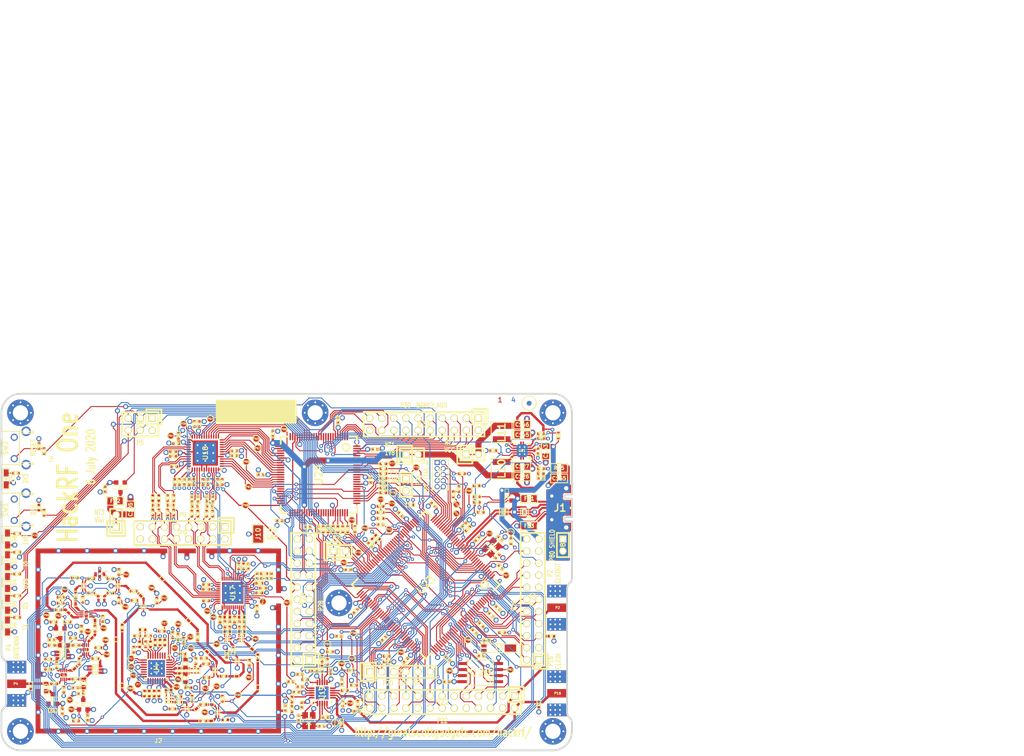
<source format=kicad_pcb>
(kicad_pcb (version 20171130) (host pcbnew 5.1.6)
  (title_block (title "HackRF One") (date 2020-07-21) (rev r6) (company "Copyright 2012-2020 Great Scott Gadgets") (comment 1 "Michael Ossmann") (comment 2 "Licensed under the CERN-OHL-P v2"))
  (layers (0 C1F signal) (1 C2 signal) (2 C3 signal) (31 C4B signal) (34 B.Paste user) (35 F.Paste user) (36 B.SilkS user) (37 F.SilkS user) (38 B.Mask user) (39 F.Mask user) (44 Edge.Cuts user))
  (net 0 "")
  (net 1 !MIX_BYPASS)
  (net 2 !RX_AMP_PWR)
  (net 3 !TX_AMP_PWR)
  (net 4 !VAA_ENABLE)
  (net 5 /baseband/CLK0)
  (net 6 /baseband/CLK1)
  (net 7 /baseband/CLK2)
  (net 8 /baseband/CLK3)
  (net 9 /baseband/CLK5)
  (net 10 /baseband/COM)
  (net 11 /baseband/CPOUT+)
  (net 12 /baseband/CPOUT-)
  (net 13 /baseband/IA+)
  (net 14 /baseband/IA-)
  (net 15 /baseband/ID+)
  (net 16 /baseband/ID-)
  (net 17 /baseband/INTR)
  (net 18 /baseband/OEB)
  (net 19 /baseband/QA+)
  (net 20 /baseband/QA-)
  (net 21 /baseband/QD+)
  (net 22 /baseband/QD-)
  (net 23 /baseband/REFN)
  (net 24 /baseband/REFP)
  (net 25 /baseband/RXBBI+)
  (net 26 /baseband/RXBBI-)
  (net 27 /baseband/RXBBQ+)
  (net 28 /baseband/RXBBQ-)
  (net 29 /baseband/TXBBI+)
  (net 30 /baseband/TXBBI-)
  (net 31 /baseband/TXBBQ+)
  (net 32 /baseband/TXBBQ-)
  (net 33 /baseband/XA)
  (net 34 /baseband/XB)
  (net 35 /baseband/XCVR_CLKOUT)
  (net 36 /baseband/XTAL2)
  (net 37 /frontend/!ANT_BIAS)
  (net 38 /frontend/REF_IN)
  (net 39 /frontend/RX_AMP_OUT)
  (net 40 /frontend/TX_AMP_IN)
  (net 41 /frontend/TX_AMP_OUT)
  (net 42 /mcu/usb/power/ADC0_0)
  (net 43 /mcu/usb/power/ADC0_2)
  (net 44 /mcu/usb/power/ADC0_5)
  (net 45 /mcu/usb/power/ADC0_6)
  (net 46 /mcu/usb/power/B1AUX13)
  (net 47 /mcu/usb/power/B1AUX14)
  (net 48 /mcu/usb/power/B2AUX1)
  (net 49 /mcu/usb/power/B2AUX10)
  (net 50 /mcu/usb/power/B2AUX11)
  (net 51 /mcu/usb/power/B2AUX12)
  (net 52 /mcu/usb/power/B2AUX13)
  (net 53 /mcu/usb/power/B2AUX14)
  (net 54 /mcu/usb/power/B2AUX15)
  (net 55 /mcu/usb/power/B2AUX16)
  (net 56 /mcu/usb/power/B2AUX2)
  (net 57 /mcu/usb/power/B2AUX3)
  (net 58 /mcu/usb/power/B2AUX4)
  (net 59 /mcu/usb/power/B2AUX5)
  (net 60 /mcu/usb/power/B2AUX6)
  (net 61 /mcu/usb/power/B2AUX7)
  (net 62 /mcu/usb/power/B2AUX8)
  (net 63 /mcu/usb/power/B2AUX9)
  (net 64 /mcu/usb/power/BANK2F3M1)
  (net 65 /mcu/usb/power/BANK2F3M10)
  (net 66 /mcu/usb/power/BANK2F3M11)
  (net 67 /mcu/usb/power/BANK2F3M12)
  (net 68 /mcu/usb/power/BANK2F3M14)
  (net 69 /mcu/usb/power/BANK2F3M15)
  (net 70 /mcu/usb/power/BANK2F3M16)
  (net 71 /mcu/usb/power/BANK2F3M2)
  (net 72 /mcu/usb/power/BANK2F3M3)
  (net 73 /mcu/usb/power/BANK2F3M4)
  (net 74 /mcu/usb/power/BANK2F3M5)
  (net 75 /mcu/usb/power/BANK2F3M6)
  (net 76 /mcu/usb/power/BANK2F3M7)
  (net 77 /mcu/usb/power/BANK2F3M8)
  (net 78 /mcu/usb/power/BANK2F3M9)
  (net 79 /mcu/usb/power/CPLD_TCK)
  (net 80 /mcu/usb/power/CPLD_TDI)
  (net 81 /mcu/usb/power/CPLD_TDO)
  (net 82 /mcu/usb/power/CPLD_TMS)
  (net 83 /mcu/usb/power/DBGEN)
  (net 84 /mcu/usb/power/DM)
  (net 85 /mcu/usb/power/DP)
  (net 86 /mcu/usb/power/EN1V8)
  (net 87 /mcu/usb/power/GCK0)
  (net 88 /mcu/usb/power/GPIO3_10)
  (net 89 /mcu/usb/power/GPIO3_11)
  (net 90 /mcu/usb/power/GPIO3_12)
  (net 91 /mcu/usb/power/GPIO3_13)
  (net 92 /mcu/usb/power/GPIO3_14)
  (net 93 /mcu/usb/power/GPIO3_15)
  (net 94 /mcu/usb/power/GPIO3_8)
  (net 95 /mcu/usb/power/GPIO3_9)
  (net 96 /mcu/usb/power/GP_CLKIN)
  (net 97 /mcu/usb/power/I2C1_SCL)
  (net 98 /mcu/usb/power/I2C1_SDA)
  (net 99 /mcu/usb/power/I2S0_RX_MCLK)
  (net 100 /mcu/usb/power/I2S0_RX_SCK)
  (net 101 /mcu/usb/power/I2S0_RX_SDA)
  (net 102 /mcu/usb/power/I2S0_RX_WS)
  (net 103 /mcu/usb/power/I2S0_TX_MCLK)
  (net 104 /mcu/usb/power/I2S0_TX_SCK)
  (net 105 /mcu/usb/power/ISP)
  (net 106 /mcu/usb/power/LED1)
  (net 107 /mcu/usb/power/LED2)
  (net 108 /mcu/usb/power/LED3)
  (net 109 /mcu/usb/power/P1_1)
  (net 110 /mcu/usb/power/P1_2)
  (net 111 /mcu/usb/power/P2_13)
  (net 112 /mcu/usb/power/P2_8)
  (net 113 /mcu/usb/power/P2_9)
  (net 114 /mcu/usb/power/REG_OUT1)
  (net 115 /mcu/usb/power/REG_OUT2)
  (net 116 /mcu/usb/power/RESET)
  (net 117 /mcu/usb/power/RREF)
  (net 118 /mcu/usb/power/RTCX1)
  (net 119 /mcu/usb/power/RTCX2)
  (net 120 /mcu/usb/power/RTC_ALARM)
  (net 121 /mcu/usb/power/SD_CD)
  (net 122 /mcu/usb/power/SD_CLK)
  (net 123 /mcu/usb/power/SD_CMD)
  (net 124 /mcu/usb/power/SD_DAT0)
  (net 125 /mcu/usb/power/SD_DAT1)
  (net 126 /mcu/usb/power/SD_DAT2)
  (net 127 /mcu/usb/power/SD_DAT3)
  (net 128 /mcu/usb/power/SD_POW)
  (net 129 /mcu/usb/power/SD_VOLT0)
  (net 130 /mcu/usb/power/SGPIO0)
  (net 131 /mcu/usb/power/SGPIO1)
  (net 132 /mcu/usb/power/SGPIO10)
  (net 133 /mcu/usb/power/SGPIO11)
  (net 134 /mcu/usb/power/SGPIO12)
  (net 135 /mcu/usb/power/SGPIO13)
  (net 136 /mcu/usb/power/SGPIO14)
  (net 137 /mcu/usb/power/SGPIO15)
  (net 138 /mcu/usb/power/SGPIO2)
  (net 139 /mcu/usb/power/SGPIO3)
  (net 140 /mcu/usb/power/SGPIO4)
  (net 141 /mcu/usb/power/SGPIO5)
  (net 142 /mcu/usb/power/SGPIO6)
  (net 143 /mcu/usb/power/SGPIO7)
  (net 144 /mcu/usb/power/SGPIO9)
  (net 145 /mcu/usb/power/SPIFI_CS)
  (net 146 /mcu/usb/power/SPIFI_CIPO)
  (net 147 /mcu/usb/power/SPIFI_COPI)
  (net 148 /mcu/usb/power/SPIFI_SCK)
  (net 149 /mcu/usb/power/SPIFI_SIO2)
  (net 150 /mcu/usb/power/SPIFI_SIO3)
  (net 151 /mcu/usb/power/TCK)
  (net 152 /mcu/usb/power/TDI)
  (net 153 /mcu/usb/power/TDO)
  (net 154 /mcu/usb/power/TMS)
  (net 155 /mcu/usb/power/U0_RXD)
  (net 156 /mcu/usb/power/U0_TXD)
  (net 157 /mcu/usb/power/USB_SHIELD)
  (net 158 /mcu/usb/power/VBAT)
  (net 159 /mcu/usb/power/VBUS)
  (net 160 /mcu/usb/power/VBUSCTRL)
  (net 161 /mcu/usb/power/VIN)
  (net 162 /mcu/usb/power/VREGMODE)
  (net 163 /mcu/usb/power/WAKEUP)
  (net 164 /mcu/usb/power/XTAL1)
  (net 165 /mcu/usb/power/XTAL2)
  (net 166 AMP_BYPASS)
  (net 167 CLK6)
  (net 168 CLKIN)
  (net 169 CLKOUT)
  (net 170 CS_AD)
  (net 171 CS_XCVR)
  (net 172 DA0)
  (net 173 DA1)
  (net 174 DA2)
  (net 175 DA3)
  (net 176 DA4)
  (net 177 DA5)
  (net 178 DA6)
  (net 179 DA7)
  (net 180 DD0)
  (net 181 DD1)
  (net 182 DD2)
  (net 183 DD3)
  (net 184 DD4)
  (net 185 DD5)
  (net 186 DD6)
  (net 187 DD7)
  (net 188 DD8)
  (net 189 DD9)
  (net 190 GCK1)
  (net 191 GCK2)
  (net 192 GND)
  (net 193 HP)
  (net 194 LP)
  (net 195 MCU_CLK)
  (net 196 MIXER_ENX)
  (net 197 MIXER_RESETX)
  (net 198 MIXER_SCLK)
  (net 199 MIXER_SDATA)
  (net 200 MIX_BYPASS)
  (net 201 MIX_CLK)
  (net 202 RSSI)
  (net 203 RX)
  (net 204 RXENABLE)
  (net 205 RX_AMP)
  (net 206 RX_IF)
  (net 207 RX_MIX_BP)
  (net 208 SCL)
  (net 209 SDA)
  (net 210 SGPIO_CLK)
  (net 211 SSP1_CIPO)
  (net 212 SSP1_COPI)
  (net 213 SSP1_SCK)
  (net 214 TX)
  (net 215 TXENABLE)
  (net 216 TX_AMP)
  (net 217 TX_IF)
  (net 218 TX_MIX_BP)
  (net 219 VAA)
  (net 220 VCC)
  (net 221 XCVR_EN)
  (net 222 "Net-(C8-Pad2)")
  (net 223 "Net-(C9-Pad2)")
  (net 224 "Net-(C9-Pad1)")
  (net 225 "Net-(C12-Pad1)")
  (net 226 "Net-(C13-Pad1)")
  (net 227 "Net-(C14-Pad2)")
  (net 228 "Net-(C14-Pad1)")
  (net 229 "Net-(C15-Pad2)")
  (net 230 "Net-(C17-Pad2)")
  (net 231 "Net-(C17-Pad1)")
  (net 232 "Net-(C18-Pad2)")
  (net 233 "Net-(C18-Pad1)")
  (net 234 "Net-(C20-Pad2)")
  (net 235 "Net-(C20-Pad1)")
  (net 236 "Net-(C21-Pad2)")
  (net 237 "Net-(C21-Pad1)")
  (net 238 "Net-(C23-Pad2)")
  (net 239 "Net-(C23-Pad1)")
  (net 240 "Net-(C25-Pad1)")
  (net 241 "Net-(C26-Pad2)")
  (net 242 "Net-(C26-Pad1)")
  (net 243 "Net-(C27-Pad2)")
  (net 244 "Net-(C27-Pad1)")
  (net 245 "Net-(C28-Pad2)")
  (net 246 "Net-(C28-Pad1)")
  (net 247 "Net-(C31-Pad2)")
  (net 248 "Net-(C31-Pad1)")
  (net 249 "Net-(C32-Pad2)")
  (net 250 "Net-(C32-Pad1)")
  (net 251 "Net-(C43-Pad2)")
  (net 252 "Net-(C43-Pad1)")
  (net 253 "Net-(C44-Pad2)")
  (net 254 "Net-(C44-Pad1)")
  (net 255 "Net-(C46-Pad2)")
  (net 256 "Net-(C46-Pad1)")
  (net 257 "Net-(C48-Pad1)")
  (net 258 "Net-(C49-Pad2)")
  (net 259 "Net-(C50-Pad1)")
  (net 260 "Net-(C51-Pad2)")
  (net 261 "Net-(C51-Pad1)")
  (net 262 "Net-(C163-Pad2)")
  (net 263 "Net-(C58-Pad2)")
  (net 264 "Net-(C59-Pad2)")
  (net 265 "Net-(C61-Pad2)")
  (net 266 "Net-(C61-Pad1)")
  (net 267 "Net-(C62-Pad2)")
  (net 268 "Net-(C64-Pad2)")
  (net 269 "Net-(C64-Pad1)")
  (net 270 "Net-(C99-Pad2)")
  (net 271 "Net-(C99-Pad1)")
  (net 272 "Net-(C102-Pad2)")
  (net 273 "Net-(C102-Pad1)")
  (net 274 "Net-(C104-Pad2)")
  (net 275 "Net-(C104-Pad1)")
  (net 276 "Net-(C105-Pad1)")
  (net 277 "Net-(C106-Pad1)")
  (net 278 "Net-(C111-Pad2)")
  (net 279 "Net-(C111-Pad1)")
  (net 280 "Net-(C114-Pad2)")
  (net 281 "Net-(C114-Pad1)")
  (net 282 "Net-(C125-Pad2)")
  (net 283 "Net-(C160-Pad1)")
  (net 284 "Net-(D2-Pad2)")
  (net 285 "Net-(D4-Pad2)")
  (net 286 "Net-(D5-Pad2)")
  (net 287 "Net-(D6-Pad2)")
  (net 288 "Net-(D7-Pad2)")
  (net 289 "Net-(D8-Pad2)")
  (net 290 "Net-(FB1-Pad1)")
  (net 291 "Net-(FB2-Pad1)")
  (net 292 "Net-(FB3-Pad1)")
  (net 293 "Net-(J1-Pad4)")
  (net 294 "Net-(J1-Pad3)")
  (net 295 "Net-(J1-Pad2)")
  (net 296 "Net-(L1-Pad2)")
  (net 297 "Net-(L1-Pad1)")
  (net 298 "Net-(L2-Pad1)")
  (net 299 "Net-(L3-Pad1)")
  (net 300 "Net-(L10-Pad1)")
  (net 301 "Net-(L11-Pad2)")
  (net 302 "Net-(L13-Pad1)")
  (net 303 "Net-(P6-Pad1)")
  (net 304 "Net-(P7-Pad1)")
  (net 305 "Net-(P17-Pad1)")
  (net 306 "Net-(P19-Pad1)")
  (net 307 "Net-(P24-Pad1)")
  (net 308 "Net-(R4-Pad2)")
  (net 309 "Net-(R30-Pad2)")
  (net 310 "Net-(R19-Pad2)")
  (net 311 "Net-(R51-Pad1)")
  (net 312 "Net-(R52-Pad2)")
  (net 313 "Net-(R55-Pad2)")
  (net 314 "Net-(R62-Pad1)")
  (net 315 /frontend/RX_AMP_IN)
  (net 316 +1V8)
  (module gsg-modules:HEADER-1x2-SHORTED (layer C1F) (at 84.13 126.74 90)
    (fp_text reference NT3 (at 0 0 90) (layer F.SilkS) (effects (font (size 1.016 1.016) (thickness 0.2032))))
    (fp_text value VAA hide)
    (fp_poly (pts (xy 0.762 0.127) (xy -0.762 0.127) (xy -0.762 -0.127) (xy 0.762 -0.127)) (layer C1F) (width 0))
    (pad 1 thru_hole rect (at -1.27 0 90) (size 1.524 1.524) (drill 1.016) (layers *.Cu *.Mask F.SilkS) (net 219 VAA))
    (pad 2 thru_hole circle (at 1.27 0 90) (size 1.524 1.524) (drill 1.016) (layers *.Cu *.Mask F.SilkS) (net 276 "Net-(C105-Pad1)"))
  )
  (module gsg-modules:HEADER-1x2-SHORTED (layer C1F) (at 159.06 112.77)
    (fp_text reference NT2 (at 0 0) (layer F.SilkS) (effects (font (size 1.016 1.016) (thickness 0.2032))))
    (fp_text value VCC hide)
    (fp_poly (pts (xy 0.762 0.127) (xy -0.762 0.127) (xy -0.762 -0.127) (xy 0.762 -0.127)) (layer C1F) (width 0))
    (pad 1 thru_hole rect (at -1.27 0) (size 1.524 1.524) (drill 1.016) (layers *.Cu *.Mask F.SilkS) (net 220 VCC))
    (pad 2 thru_hole circle (at 1.27 0) (size 1.524 1.524) (drill 1.016) (layers *.Cu *.Mask F.SilkS) (net 114 /mcu/usb/power/REG_OUT1))
  )
  (module gsg-modules:HEADER-1x2-SHORTED (layer C1F) (at 146.36 112.77)
    (fp_text reference NT1 (at 0 0) (layer F.SilkS) (effects (font (size 1.016 1.016) (thickness 0.2032))))
    (fp_text value 1V8 hide)
    (fp_poly (pts (xy 0.762 0.127) (xy -0.762 0.127) (xy -0.762 -0.127) (xy 0.762 -0.127)) (layer C1F) (width 0))
    (pad 1 thru_hole rect (at -1.27 0) (size 1.524 1.524) (drill 1.016) (layers *.Cu *.Mask F.SilkS) (net 316 +1V8))
    (pad 2 thru_hole circle (at 1.27 0) (size 1.524 1.524) (drill 1.016) (layers *.Cu *.Mask F.SilkS) (net 115 /mcu/usb/power/REG_OUT2))
  )
  (module gsg-modules:SOT23-3 (layer C1F) (at 166.299 121.5584 270)
    (fp_text reference Q5 (at 0 0 90) (layer F.SilkS) (effects (font (size 0.4572 0.381) (thickness 0.09525))))
    (fp_text value MOSFET_P hide)
    (pad 3 smd rect (at 0 1.016 270) (size 0.9144 0.9144) (layers C1F F.Paste F.Mask) (net 161 /mcu/usb/power/VIN))
    (pad 1 smd rect (at 0.889 -1.016 270) (size 0.9144 0.9144) (layers C1F F.Paste F.Mask) (net 160 /mcu/usb/power/VBUSCTRL))
    (pad 2 smd rect (at -0.889 -1.016 270) (size 0.9144 0.9144) (layers C1F F.Paste F.Mask) (net 159 /mcu/usb/power/VBUS))
  )
  (module gsg-modules:SOT23-3 (layer C1F) (at 70.8 164.2 180)
    (fp_text reference Q4 (at 0 0) (layer F.SilkS) (effects (font (size 0.4572 0.381) (thickness 0.09525))))
    (fp_text value MOSFET_P hide)
    (pad 3 smd rect (at 0 1.016 180) (size 0.9144 0.9144) (layers C1F F.Paste F.Mask) (net 302 "Net-(L13-Pad1)"))
    (pad 1 smd rect (at 0.889 -1.016 180) (size 0.9144 0.9144) (layers C1F F.Paste F.Mask) (net 37 /frontend/!ANT_BIAS))
    (pad 2 smd rect (at -0.889 -1.016 180) (size 0.9144 0.9144) (layers C1F F.Paste F.Mask) (net 219 VAA))
  )
  (module gsg-modules:SOT23-3 (layer C1F) (at 85.0444 119.6788)
    (fp_text reference Q3 (at 0 0) (layer F.SilkS) (effects (font (size 0.4572 0.381) (thickness 0.09525))))
    (fp_text value MOSFET_P hide)
    (pad 3 smd rect (at 0 1.016) (size 0.9144 0.9144) (layers C1F F.Paste F.Mask) (net 291 "Net-(FB2-Pad1)"))
    (pad 1 smd rect (at 0.889 -1.016) (size 0.9144 0.9144) (layers C1F F.Paste F.Mask) (net 4 !VAA_ENABLE))
    (pad 2 smd rect (at -0.889 -1.016) (size 0.9144 0.9144) (layers C1F F.Paste F.Mask) (net 220 VCC))
  )
  (module gsg-modules:SOT23-3 (layer C1F) (at 77.2167 165.3908 180)
    (fp_text reference Q2 (at 0 0) (layer F.SilkS) (effects (font (size 0.4572 0.381) (thickness 0.09525))))
    (fp_text value MOSFET_P hide)
    (pad 3 smd rect (at 0 1.016 180) (size 0.9144 0.9144) (layers C1F F.Paste F.Mask) (net 283 "Net-(C160-Pad1)"))
    (pad 1 smd rect (at 0.889 -1.016 180) (size 0.9144 0.9144) (layers C1F F.Paste F.Mask) (net 3 !TX_AMP_PWR))
    (pad 2 smd rect (at -0.889 -1.016 180) (size 0.9144 0.9144) (layers C1F F.Paste F.Mask) (net 219 VAA))
  )
  (module gsg-modules:SOT23-3 (layer C1F) (at 72.376 150.38)
    (fp_text reference Q1 (at 0 0) (layer F.SilkS) (effects (font (size 0.4572 0.381) (thickness 0.09525))))
    (fp_text value MOSFET_P hide)
    (pad 3 smd rect (at 0 1.016) (size 0.9144 0.9144) (layers C1F F.Paste F.Mask) (net 262 "Net-(C163-Pad2)"))
    (pad 1 smd rect (at 0.889 -1.016) (size 0.9144 0.9144) (layers C1F F.Paste F.Mask) (net 2 !RX_AMP_PWR))
    (pad 2 smd rect (at -0.889 -1.016) (size 0.9144 0.9144) (layers C1F F.Paste F.Mask) (net 219 VAA))
  )
  (module hackrf:GSG-QFN20-4 (layer C1F) (at 127.4692 162.926 90)
    (fp_text reference U19 (at 0 0 90) (layer F.SilkS) (effects (font (size 1.00076 1.00076) (thickness 0.2032))))
    (fp_text value SI5351C hide)
    (pad 1 smd oval (at -2.2 -1 90) (size 1.2 0.32) (layers C1F F.Paste F.Mask) (net 33 /baseband/XA))
    (pad 2 smd oval (at -2.2 -0.5 90) (size 1.2 0.32) (layers C1F F.Paste F.Mask) (net 34 /baseband/XB))
    (pad 3 smd oval (at -2.2 0 90) (size 1.2 0.32) (layers C1F F.Paste F.Mask) (net 17 /baseband/INTR))
    (pad 4 smd oval (at -2.2 0.5 90) (size 1.2 0.32) (layers C1F F.Paste F.Mask) (net 208 SCL))
    (pad 5 smd oval (at -2.2 1 90) (size 1.2 0.32) (layers C1F F.Paste F.Mask) (net 209 SDA))
    (pad 6 smd oval (at -1 2.2 180) (size 1.2 0.32) (layers C1F F.Paste F.Mask) (net 168 CLKIN))
    (pad 7 smd oval (at -0.5 2.2 180) (size 1.2 0.32) (layers C1F F.Paste F.Mask) (net 18 /baseband/OEB))
    (pad 8 smd oval (at 0 2.2 180) (size 1.2 0.32) (layers C1F F.Paste F.Mask) (net 8 /baseband/CLK3))
    (pad 9 smd oval (at 0.5 2.2 180) (size 1.2 0.32) (layers C1F F.Paste F.Mask) (net 7 /baseband/CLK2))
    (pad 10 smd oval (at 1 2.2 180) (size 1.2 0.32) (layers C1F F.Paste F.Mask) (net 220 VCC))
    (pad 11 smd oval (at 2.2 1 90) (size 1.2 0.32) (layers C1F F.Paste F.Mask) (net 220 VCC))
    (pad 12 smd oval (at 2.2 0.5 90) (size 1.2 0.32) (layers C1F F.Paste F.Mask) (net 6 /baseband/CLK1))
    (pad 13 smd oval (at 2.2 0 90) (size 1.2 0.32) (layers C1F F.Paste F.Mask) (net 5 /baseband/CLK0))
    (pad 14 smd oval (at 2.2 -0.5 90) (size 1.2 0.32) (layers C1F F.Paste F.Mask) (net 220 VCC))
    (pad 15 smd oval (at 2.2 -1 90) (size 1.2 0.32) (layers C1F F.Paste F.Mask) (net 195 MCU_CLK))
    (pad 16 smd oval (at 1 -2.2 180) (size 1.2 0.32) (layers C1F F.Paste F.Mask) (net 167 CLK6))
    (pad 17 smd oval (at 0.5 -2.2 180) (size 1.2 0.32) (layers C1F F.Paste F.Mask) (net 9 /baseband/CLK5))
    (pad 18 smd oval (at 0 -2.2 180) (size 1.2 0.32) (layers C1F F.Paste F.Mask) (net 220 VCC))
    (pad 19 smd oval (at -0.5 -2.2 180) (size 1.2 0.32) (layers C1F F.Paste F.Mask) (net 201 MIX_CLK))
    (pad 20 smd oval (at -1 -2.2 180) (size 1.2 0.32) (layers C1F F.Paste F.Mask) (net 220 VCC))
    (pad 0 smd rect (at 0 0 90) (size 2.65 2.65) (layers C1F F.Mask) (net 192 GND))
    (pad 0 thru_hole circle (at 0 0 90) (size 0.6 0.6) (drill 0.35) (layers *.Cu B.Mask) (net 192 GND))
    (pad 0 thru_hole circle (at -0.66 -0.66 90) (size 0.6 0.6) (drill 0.35) (layers *.Cu B.Mask) (net 192 GND))
    (pad 0 thru_hole circle (at 0.66 -0.66 90) (size 0.6 0.6) (drill 0.35) (layers *.Cu B.Mask) (net 192 GND))
    (pad 0 thru_hole circle (at 0.66 0.66 90) (size 0.6 0.6) (drill 0.35) (layers *.Cu B.Mask) (net 192 GND))
    (pad 0 thru_hole circle (at -0.66 0.66 90) (size 0.6 0.6) (drill 0.35) (layers *.Cu B.Mask) (net 192 GND))
    (pad 0 smd rect (at -0.66 -0.66 90) (size 1.32 1.32) (layers C1F F.Paste) (net 192 GND))
    (pad 0 smd rect (at 0.66 -0.66 90) (size 1.32 1.32) (layers C1F F.Paste) (net 192 GND))
    (pad 0 smd rect (at -0.66 0.66 90) (size 1.32 1.32) (layers C1F F.Paste) (net 192 GND))
    (pad 0 smd rect (at 0.66 0.66 90) (size 1.32 1.32) (layers C1F F.Paste) (net 192 GND))
  )
  (module GSG-TESTPOINT-30MIL-MASKONLY (layer C1F) (at 89.31402 142.49908)
    (fp_text reference TESTPOINT-30MIL-MASKONLY hide)
    (fp_text value VAL** hide)
  )
  (module GSG-TESTPOINT-30MIL-MASKONLY (layer C1F) (at 84.1046 151.6574)
    (fp_text reference TESTPOINT-30MIL-MASKONLY hide)
    (fp_text value VAL** hide)
  )
  (module GSG-TESTPOINT-30MIL-MASKONLY (layer C1F) (at 75.57516 144.21358)
    (fp_text reference TESTPOINT-30MIL-MASKONLY hide)
    (fp_text value VAL** hide)
  )
  (module GSG-TESTPOINT-30MIL-MASKONLY (layer C1F) (at 74.0537 146.1516)
    (fp_text reference TESTPOINT-30MIL-MASKONLY hide)
    (fp_text value VAL** hide)
  )
  (module GSG-TESTPOINT-30MIL-MASKONLY (layer C1F) (at 93.782 138.932)
    (fp_text reference TESTPOINT-30MIL-MASKONLY hide)
    (fp_text value VAL** hide)
  )
  (module GSG-TESTPOINT-30MIL-MASKONLY (layer C1F) (at 85.4 161.3602)
    (fp_text reference TESTPOINT-30MIL-MASKONLY hide)
    (fp_text value VAL** hide)
  )
  (module GSG-TESTPOINT-30MIL-MASKONLY (layer C1F) (at 75.33894 157.8483)
    (fp_text reference TESTPOINT-30MIL-MASKONLY hide)
    (fp_text value VAL** hide)
  )
  (module GSG-TESTPOINT-30MIL-MASKONLY (layer C1F) (at 79.0321 151.36114)
    (fp_text reference TESTPOINT-30MIL-MASKONLY hide)
    (fp_text value VAL** hide)
  )
  (module GSG-TESTPOINT-30MIL-MASKONLY (layer C1F) (at 113.919 161.74974)
    (fp_text reference TESTPOINT-30MIL-MASKONLY hide)
    (fp_text value VAL** hide)
  )
  (module GSG-TESTPOINT-30MIL-MASKONLY (layer C1F) (at 104.11206 168.79824)
    (fp_text reference TESTPOINT-30MIL-MASKONLY hide)
    (fp_text value VAL** hide)
  )
  (module GSG-TESTPOINT-30MIL-MASKONLY (layer C1F) (at 104.25176 165.37432)
    (fp_text reference TESTPOINT-30MIL-MASKONLY hide)
    (fp_text value VAL** hide)
  )
  (module GSG-TESTPOINT-30MIL-MASKONLY (layer C1F) (at 101.0158 166.26332)
    (fp_text reference TESTPOINT-30MIL-MASKONLY hide)
    (fp_text value VAL** hide)
  )
  (module GSG-TESTPOINT-30MIL-MASKONLY (layer C1F) (at 79.6671 147.71116)
    (fp_text reference TESTPOINT-30MIL-MASKONLY hide)
    (fp_text value VAL** hide)
  )
  (module GSG-TESTPOINT-30MIL-MASKONLY (layer C1F) (at 109.47654 159.42564)
    (fp_text reference TESTPOINT-30MIL-MASKONLY hide)
    (fp_text value VAL** hide)
  )
  (module GSG-TESTPOINT-30MIL-MASKONLY (layer C1F) (at 99.36226 147.6883)
    (fp_text reference TESTPOINT-30MIL-MASKONLY hide)
    (fp_text value VAL** hide)
  )
  (module GSG-TESTPOINT-30MIL-MASKONLY (layer C1F) (at 103.23068 154.2796)
    (fp_text reference TESTPOINT-30MIL-MASKONLY hide)
    (fp_text value VAL** hide)
  )
  (module GSG-TESTPOINT-30MIL-MASKONLY (layer C1F) (at 112.71504 153.71064)
    (fp_text reference TESTPOINT-30MIL-MASKONLY hide)
    (fp_text value VAL** hide)
  )
  (module GSG-MARK1MM (layer C1F) (at 171 102)
    (fp_text reference MARK1MM hide)
    (fp_text value VAL** hide)
    (pad "" smd circle (at 0 0) (size 1 1) (layers *.Cu *.Mask))
  )
  (module gsg-modules:LTST-S220 (layer C1F) (at 61 117.9 270)
    (fp_text reference D7 (at 0 -1.5 270) (layer F.SilkS) (effects (font (size 0.762 0.762) (thickness 0.1905))))
    (fp_text value VCCLED hide)
    (pad 1 smd rect (at 1.25 0 270) (size 1.5 1) (layers C1F F.Paste F.Mask) (net 192 GND) (clearance 0.1778))
    (pad 2 smd rect (at -1.25 0 270) (size 1.5 1) (layers C1F F.Paste F.Mask) (net 288 "Net-(D7-Pad2)") (clearance 0.1778))
  )
  (module gsg-modules:LTST-S220 (layer C1F) (at 61.27 130.55 270)
    (fp_text reference D8 (at 0 -1.5 270) (layer F.SilkS) (effects (font (size 0.762 0.762) (thickness 0.1905))))
    (fp_text value 1V8LED hide)
    (pad 1 smd rect (at 1.25 0 270) (size 1.5 1) (layers C1F F.Paste F.Mask) (net 192 GND) (clearance 0.1778))
    (pad 2 smd rect (at -1.25 0 270) (size 1.5 1) (layers C1F F.Paste F.Mask) (net 289 "Net-(D8-Pad2)") (clearance 0.1778))
  )
  (module gsg-modules:LTST-S220 (layer C1F) (at 61.27 135.122 270)
    (fp_text reference D2 (at 0 -1.5 270) (layer F.SilkS) (effects (font (size 0.762 0.762) (thickness 0.1905))))
    (fp_text value VAALED hide)
    (pad 1 smd rect (at 1.25 0 270) (size 1.5 1) (layers C1F F.Paste F.Mask) (net 192 GND) (clearance 0.1778))
    (pad 2 smd rect (at -1.25 0 270) (size 1.5 1) (layers C1F F.Paste F.Mask) (net 284 "Net-(D2-Pad2)") (clearance 0.1778))
  )
  (module gsg-modules:LTST-S220 (layer C1F) (at 61.27 139.694 270)
    (fp_text reference D4 (at 0 -1.5 270) (layer F.SilkS) (effects (font (size 0.762 0.762) (thickness 0.1905))))
    (fp_text value USBLED hide)
    (pad 1 smd rect (at 1.25 0 270) (size 1.5 1) (layers C1F F.Paste F.Mask) (net 192 GND) (clearance 0.1778))
    (pad 2 smd rect (at -1.25 0 270) (size 1.5 1) (layers C1F F.Paste F.Mask) (net 285 "Net-(D4-Pad2)") (clearance 0.1778))
  )
  (module gsg-modules:LTST-S220 (layer C1F) (at 61.27 144.266 270)
    (fp_text reference D5 (at 0 -1.5 270) (layer F.SilkS) (effects (font (size 0.762 0.762) (thickness 0.1905))))
    (fp_text value RXLED hide)
    (pad 1 smd rect (at 1.25 0 270) (size 1.5 1) (layers C1F F.Paste F.Mask) (net 192 GND) (clearance 0.1778))
    (pad 2 smd rect (at -1.25 0 270) (size 1.5 1) (layers C1F F.Paste F.Mask) (net 286 "Net-(D5-Pad2)") (clearance 0.1778))
  )
  (module gsg-modules:LTST-S220 (layer C1F) (at 61.27 148.838 270)
    (fp_text reference D6 (at 0 -1.5 270) (layer F.SilkS) (effects (font (size 0.762 0.762) (thickness 0.1905))))
    (fp_text value TXLED hide)
    (pad 1 smd rect (at 1.25 0 270) (size 1.5 1) (layers C1F F.Paste F.Mask) (net 192 GND) (clearance 0.1778))
    (pad 2 smd rect (at -1.25 0 270) (size 1.5 1) (layers C1F F.Paste F.Mask) (net 287 "Net-(D6-Pad2)") (clearance 0.1778))
  )
  (module hackrf:GSG-0402 (layer C1F) (at 91.0964 163.0468 270)
    (fp_text reference C1 (at 0 0.0508 270) (layer F.SilkS) (effects (font (size 0.4064 0.4064) (thickness 0.1016))))
    (fp_text value 33pF hide)
    (pad 2 smd rect (at 0.5334 0 270) (size 0.508 0.5588) (layers C1F F.Paste F.Mask) (net 192 GND))
    (pad 1 smd rect (at -0.5334 0 270) (size 0.508 0.5588) (layers C1F F.Paste F.Mask) (net 220 VCC))
  )
  (module hackrf:GSG-0402 (layer C1F) (at 90.0804 163.0468 270)
    (fp_text reference C2 (at 0 0.0508 270) (layer F.SilkS) (effects (font (size 0.4064 0.4064) (thickness 0.1016))))
    (fp_text value 10nF hide)
    (pad 2 smd rect (at 0.5334 0 270) (size 0.508 0.5588) (layers C1F F.Paste F.Mask) (net 192 GND))
    (pad 1 smd rect (at -0.5334 0 270) (size 0.508 0.5588) (layers C1F F.Paste F.Mask) (net 220 VCC))
  )
  (module hackrf:GSG-0402 (layer C1F) (at 93.1284 163.0468 270)
    (fp_text reference C3 (at 0 0.0508 270) (layer F.SilkS) (effects (font (size 0.4064 0.4064) (thickness 0.1016))))
    (fp_text value 33pF hide)
    (pad 2 smd rect (at 0.5334 0 270) (size 0.508 0.5588) (layers C1F F.Paste F.Mask) (net 192 GND))
    (pad 1 smd rect (at -0.5334 0 270) (size 0.508 0.5588) (layers C1F F.Paste F.Mask) (net 219 VAA))
  )
  (module hackrf:GSG-0402 (layer C1F) (at 92.1124 163.0468 270)
    (fp_text reference C4 (at 0 0.0508 270) (layer F.SilkS) (effects (font (size 0.4064 0.4064) (thickness 0.1016))))
    (fp_text value 10nF hide)
    (pad 2 smd rect (at 0.5334 0 270) (size 0.508 0.5588) (layers C1F F.Paste F.Mask) (net 192 GND))
    (pad 1 smd rect (at -0.5334 0 270) (size 0.508 0.5588) (layers C1F F.Paste F.Mask) (net 219 VAA))
  )
  (module hackrf:GSG-0402 (layer C1F) (at 92.341 152.328 90)
    (fp_text reference C5 (at 0 0.0508 90) (layer F.SilkS) (effects (font (size 0.4064 0.4064) (thickness 0.1016))))
    (fp_text value 33pF hide)
    (pad 2 smd rect (at 0.5334 0 90) (size 0.508 0.5588) (layers C1F F.Paste F.Mask) (net 192 GND))
    (pad 1 smd rect (at -0.5334 0 90) (size 0.508 0.5588) (layers C1F F.Paste F.Mask) (net 219 VAA))
  )
  (module hackrf:GSG-0402 (layer C1F) (at 93.357 152.328 90)
    (fp_text reference C6 (at 0 0.0508 90) (layer F.SilkS) (effects (font (size 0.4064 0.4064) (thickness 0.1016))))
    (fp_text value 10nF hide)
    (pad 2 smd rect (at 0.5334 0 90) (size 0.508 0.5588) (layers C1F F.Paste F.Mask) (net 192 GND))
    (pad 1 smd rect (at -0.5334 0 90) (size 0.508 0.5588) (layers C1F F.Paste F.Mask) (net 219 VAA))
  )
  (module hackrf:GSG-0402 (layer C1F) (at 107.084 168.5762 180)
    (fp_text reference C7 (at 0 0.0508 180) (layer F.SilkS) (effects (font (size 0.4064 0.4064) (thickness 0.1016))))
    (fp_text value 33pF hide)
    (pad 2 smd rect (at 0.5334 0 180) (size 0.508 0.5588) (layers C1F F.Paste F.Mask) (net 200 MIX_BYPASS))
    (pad 1 smd rect (at -0.5334 0 180) (size 0.508 0.5588) (layers C1F F.Paste F.Mask) (net 192 GND))
  )
  (module hackrf:GSG-0402 (layer C1F) (at 113.919 155.448 270)
    (fp_text reference C8 (at 0 0.0508 270) (layer F.SilkS) (effects (font (size 0.4064 0.4064) (thickness 0.1016))))
    (fp_text value 22pF hide)
    (pad 2 smd rect (at 0.5334 0 270) (size 0.508 0.5588) (layers C1F F.Paste F.Mask) (net 222 "Net-(C8-Pad2)"))
    (pad 1 smd rect (at -0.5334 0 270) (size 0.508 0.5588) (layers C1F F.Paste F.Mask) (net 217 TX_IF))
  )
  (module hackrf:GSG-0402 (layer C1F) (at 85.4 149.1682 90)
    (fp_text reference C9 (at 0 0.0508 90) (layer F.SilkS) (effects (font (size 0.4064 0.4064) (thickness 0.1016))))
    (fp_text value 100nF hide)
    (pad 2 smd rect (at 0.5334 0 90) (size 0.508 0.5588) (layers C1F F.Paste F.Mask) (net 223 "Net-(C9-Pad2)"))
    (pad 1 smd rect (at -0.5334 0 90) (size 0.508 0.5588) (layers C1F F.Paste F.Mask) (net 224 "Net-(C9-Pad1)"))
  )
  (module hackrf:GSG-0402 (layer C1F) (at 87.9808 143.4816)
    (fp_text reference C10 (at 0 0.0508) (layer F.SilkS) (effects (font (size 0.4064 0.4064) (thickness 0.1016))))
    (fp_text value 33pF hide)
    (pad 2 smd rect (at 0.5334 0) (size 0.508 0.5588) (layers C1F F.Paste F.Mask) (net 203 RX))
    (pad 1 smd rect (at -0.5334 0) (size 0.508 0.5588) (layers C1F F.Paste F.Mask) (net 192 GND))
  )
  (module hackrf:GSG-0402 (layer C1F) (at 84.7138 143.4622 90)
    (fp_text reference C11 (at 0 0.0508 90) (layer F.SilkS) (effects (font (size 0.4064 0.4064) (thickness 0.1016))))
    (fp_text value 33pF hide)
    (pad 2 smd rect (at 0.5334 0 90) (size 0.508 0.5588) (layers C1F F.Paste F.Mask) (net 194 LP))
    (pad 1 smd rect (at -0.5334 0 90) (size 0.508 0.5588) (layers C1F F.Paste F.Mask) (net 192 GND))
  )
  (module hackrf:GSG-0402 (layer C1F) (at 87.7944 153.8266 270)
    (fp_text reference C12 (at 0 0.0508 270) (layer F.SilkS) (effects (font (size 0.4064 0.4064) (thickness 0.1016))))
    (fp_text value 330pF hide)
    (pad 2 smd rect (at 0.5334 0 270) (size 0.508 0.5588) (layers C1F F.Paste F.Mask) (net 192 GND))
    (pad 1 smd rect (at -0.5334 0 270) (size 0.508 0.5588) (layers C1F F.Paste F.Mask) (net 225 "Net-(C12-Pad1)"))
  )
  (module hackrf:GSG-0402 (layer C1F) (at 88.5564 150.9056 180)
    (fp_text reference C13 (at 0 0.0508 180) (layer F.SilkS) (effects (font (size 0.4064 0.4064) (thickness 0.1016))))
    (fp_text value 330pF hide)
    (pad 2 smd rect (at 0.5334 0 180) (size 0.508 0.5588) (layers C1F F.Paste F.Mask) (net 192 GND))
    (pad 1 smd rect (at -0.5334 0 180) (size 0.508 0.5588) (layers C1F F.Paste F.Mask) (net 226 "Net-(C13-Pad1)"))
  )
  (module hackrf:GSG-0402 (layer C1F) (at 90.3344 152.6836 90)
    (fp_text reference C14 (at 0 0.0508 90) (layer F.SilkS) (effects (font (size 0.4064 0.4064) (thickness 0.1016))))
    (fp_text value 8p2 hide)
    (pad 2 smd rect (at 0.5334 0 90) (size 0.508 0.5588) (layers C1F F.Paste F.Mask) (net 227 "Net-(C14-Pad2)"))
    (pad 1 smd rect (at -0.5334 0 90) (size 0.508 0.5588) (layers C1F F.Paste F.Mask) (net 228 "Net-(C14-Pad1)"))
  )
  (module hackrf:GSG-0402 (layer C1F) (at 90.8424 150.9056)
    (fp_text reference C15 (at 0 0.0508) (layer F.SilkS) (effects (font (size 0.4064 0.4064) (thickness 0.1016))))
    (fp_text value 180pF hide)
    (pad 2 smd rect (at 0.5334 0) (size 0.508 0.5588) (layers C1F F.Paste F.Mask) (net 229 "Net-(C15-Pad2)"))
    (pad 1 smd rect (at -0.5334 0) (size 0.508 0.5588) (layers C1F F.Paste F.Mask) (net 228 "Net-(C14-Pad1)"))
  )
  (module hackrf:GSG-0402 (layer C1F) (at 106.4998 164.1566 90)
    (fp_text reference C16 (at 0 0.0508 90) (layer F.SilkS) (effects (font (size 0.4064 0.4064) (thickness 0.1016))))
    (fp_text value 33pF hide)
    (pad 2 smd rect (at 0.5334 0 90) (size 0.508 0.5588) (layers C1F F.Paste F.Mask) (net 192 GND))
    (pad 1 smd rect (at -0.5334 0 90) (size 0.508 0.5588) (layers C1F F.Paste F.Mask) (net 1 !MIX_BYPASS))
  )
  (module hackrf:GSG-0402 (layer C1F) (at 82.9358 141.9382)
    (fp_text reference C17 (at 0 0.0508) (layer F.SilkS) (effects (font (size 0.4064 0.4064) (thickness 0.1016))))
    (fp_text value 100nF hide)
    (pad 2 smd rect (at 0.5334 0) (size 0.508 0.5588) (layers C1F F.Paste F.Mask) (net 230 "Net-(C17-Pad2)"))
    (pad 1 smd rect (at -0.5334 0) (size 0.508 0.5588) (layers C1F F.Paste F.Mask) (net 231 "Net-(C17-Pad1)"))
  )
  (module hackrf:GSG-0402 (layer C1F) (at 78.8718 141.9382)
    (fp_text reference C18 (at 0 0.0508) (layer F.SilkS) (effects (font (size 0.4064 0.4064) (thickness 0.1016))))
    (fp_text value 100nF hide)
    (pad 2 smd rect (at 0.5334 0) (size 0.508 0.5588) (layers C1F F.Paste F.Mask) (net 232 "Net-(C18-Pad2)"))
    (pad 1 smd rect (at -0.5334 0) (size 0.508 0.5588) (layers C1F F.Paste F.Mask) (net 233 "Net-(C18-Pad1)"))
  )
  (module hackrf:GSG-0402 (layer C1F) (at 77.0938 143.3352 90)
    (fp_text reference C19 (at 0 0.0508 90) (layer F.SilkS) (effects (font (size 0.4064 0.4064) (thickness 0.1016))))
    (fp_text value 33pF hide)
    (pad 2 smd rect (at 0.5334 0 90) (size 0.508 0.5588) (layers C1F F.Paste F.Mask) (net 194 LP))
    (pad 1 smd rect (at -0.5334 0 90) (size 0.508 0.5588) (layers C1F F.Paste F.Mask) (net 192 GND))
  )
  (module hackrf:GSG-0402 (layer C1F) (at 87.8078 141.5288)
    (fp_text reference C20 (at 0 0.0508) (layer F.SilkS) (effects (font (size 0.4064 0.4064) (thickness 0.1016))))
    (fp_text value 100nF hide)
    (pad 2 smd rect (at 0.5334 0) (size 0.508 0.5588) (layers C1F F.Paste F.Mask) (net 234 "Net-(C20-Pad2)"))
    (pad 1 smd rect (at -0.5334 0) (size 0.508 0.5588) (layers C1F F.Paste F.Mask) (net 235 "Net-(C20-Pad1)"))
  )
  (module hackrf:GSG-0402 (layer C1F) (at 102.4382 165.3794 180)
    (fp_text reference C21 (at 0 0.0508 180) (layer F.SilkS) (effects (font (size 0.4064 0.4064) (thickness 0.1016))))
    (fp_text value 22pF hide)
    (pad 2 smd rect (at 0.5334 0 180) (size 0.508 0.5588) (layers C1F F.Paste F.Mask) (net 236 "Net-(C21-Pad2)"))
    (pad 1 smd rect (at -0.5334 0 180) (size 0.508 0.5588) (layers C1F F.Paste F.Mask) (net 237 "Net-(C21-Pad1)"))
  )
  (module hackrf:GSG-0402 (layer C1F) (at 95.9732 166.2726)
    (fp_text reference C22 (at 0 0.0508) (layer F.SilkS) (effects (font (size 0.4064 0.4064) (thickness 0.1016))))
    (fp_text value 33pF hide)
    (pad 2 smd rect (at 0.5334 0) (size 0.508 0.5588) (layers C1F F.Paste F.Mask) (net 203 RX))
    (pad 1 smd rect (at -0.5334 0) (size 0.508 0.5588) (layers C1F F.Paste F.Mask) (net 192 GND))
  )
  (module hackrf:GSG-0402 (layer C1F) (at 101.2698 151.1808 90)
    (fp_text reference C23 (at 0 0.0508 90) (layer F.SilkS) (effects (font (size 0.4064 0.4064) (thickness 0.1016))))
    (fp_text value 100nF hide)
    (pad 2 smd rect (at 0.5334 0 90) (size 0.508 0.5588) (layers C1F F.Paste F.Mask) (net 238 "Net-(C23-Pad2)"))
    (pad 1 smd rect (at -0.5334 0 90) (size 0.508 0.5588) (layers C1F F.Paste F.Mask) (net 239 "Net-(C23-Pad1)"))
  )
  (module hackrf:GSG-0402 (layer C1F) (at 92.6798 143.4816 270)
    (fp_text reference C24 (at 0 0.0508 270) (layer F.SilkS) (effects (font (size 0.4064 0.4064) (thickness 0.1016))))
    (fp_text value 33pF hide)
    (pad 2 smd rect (at 0.5334 0 270) (size 0.508 0.5588) (layers C1F F.Paste F.Mask) (net 214 TX))
    (pad 1 smd rect (at -0.5334 0 270) (size 0.508 0.5588) (layers C1F F.Paste F.Mask) (net 192 GND))
  )
  (module hackrf:GSG-0402 (layer C1F) (at 97.1924 163.7326)
    (fp_text reference C25 (at 0 0.0508) (layer F.SilkS) (effects (font (size 0.4064 0.4064) (thickness 0.1016))))
    (fp_text value 100nF hide)
    (pad 2 smd rect (at 0.5334 0) (size 0.508 0.5588) (layers C1F F.Paste F.Mask) (net 192 GND))
    (pad 1 smd rect (at -0.5334 0) (size 0.508 0.5588) (layers C1F F.Paste F.Mask) (net 240 "Net-(C25-Pad1)"))
  )
  (module hackrf:GSG-0402 (layer C1F) (at 78.8718 138.8902 180)
    (fp_text reference C26 (at 0 0.0508 180) (layer F.SilkS) (effects (font (size 0.4064 0.4064) (thickness 0.1016))))
    (fp_text value 47pF hide)
    (pad 2 smd rect (at 0.5334 0 180) (size 0.508 0.5588) (layers C1F F.Paste F.Mask) (net 241 "Net-(C26-Pad2)"))
    (pad 1 smd rect (at -0.5334 0 180) (size 0.508 0.5588) (layers C1F F.Paste F.Mask) (net 242 "Net-(C26-Pad1)"))
  )
  (module hackrf:GSG-0402 (layer C1F) (at 82.9358 138.8902)
    (fp_text reference C27 (at 0 0.0508) (layer F.SilkS) (effects (font (size 0.4064 0.4064) (thickness 0.1016))))
    (fp_text value 47pF hide)
    (pad 2 smd rect (at 0.5334 0) (size 0.508 0.5588) (layers C1F F.Paste F.Mask) (net 243 "Net-(C27-Pad2)"))
    (pad 1 smd rect (at -0.5334 0) (size 0.508 0.5588) (layers C1F F.Paste F.Mask) (net 244 "Net-(C27-Pad1)"))
  )
  (module hackrf:GSG-0402 (layer C1F) (at 97.1924 164.8756)
    (fp_text reference C28 (at 0 0.0508) (layer F.SilkS) (effects (font (size 0.4064 0.4064) (thickness 0.1016))))
    (fp_text value 100nF hide)
    (pad 2 smd rect (at 0.5334 0) (size 0.508 0.5588) (layers C1F F.Paste F.Mask) (net 245 "Net-(C28-Pad2)"))
    (pad 1 smd rect (at -0.5334 0) (size 0.508 0.5588) (layers C1F F.Paste F.Mask) (net 246 "Net-(C28-Pad1)"))
  )
  (module hackrf:GSG-0402 (layer C1F) (at 75.4174 138.7124 180)
    (fp_text reference C29 (at 0 0.0508 180) (layer F.SilkS) (effects (font (size 0.4064 0.4064) (thickness 0.1016))))
    (fp_text value 33pF hide)
    (pad 2 smd rect (at 0.5334 0 180) (size 0.508 0.5588) (layers C1F F.Paste F.Mask) (net 192 GND))
    (pad 1 smd rect (at -0.5334 0 180) (size 0.508 0.5588) (layers C1F F.Paste F.Mask) (net 193 HP))
  )
  (module hackrf:GSG-0402 (layer C1F) (at 84.7138 137.4932 90)
    (fp_text reference C30 (at 0 0.0508 90) (layer F.SilkS) (effects (font (size 0.4064 0.4064) (thickness 0.1016))))
    (fp_text value 33pF hide)
    (pad 2 smd rect (at 0.5334 0 90) (size 0.508 0.5588) (layers C1F F.Paste F.Mask) (net 192 GND))
    (pad 1 smd rect (at -0.5334 0 90) (size 0.508 0.5588) (layers C1F F.Paste F.Mask) (net 193 HP))
  )
  (module hackrf:GSG-0402 (layer C1F) (at 75.5952 142.4462 90)
    (fp_text reference C31 (at 0 0.0508 90) (layer F.SilkS) (effects (font (size 0.4064 0.4064) (thickness 0.1016))))
    (fp_text value 100nF hide)
    (pad 2 smd rect (at 0.5334 0 90) (size 0.508 0.5588) (layers C1F F.Paste F.Mask) (net 247 "Net-(C31-Pad2)"))
    (pad 1 smd rect (at -0.5334 0 90) (size 0.508 0.5588) (layers C1F F.Paste F.Mask) (net 248 "Net-(C31-Pad1)"))
  )
  (module hackrf:GSG-0402 (layer C1F) (at 102.4382 168.8084 180)
    (fp_text reference C32 (at 0 0.0508 180) (layer F.SilkS) (effects (font (size 0.4064 0.4064) (thickness 0.1016))))
    (fp_text value 22pF hide)
    (pad 2 smd rect (at 0.5334 0 180) (size 0.508 0.5588) (layers C1F F.Paste F.Mask) (net 249 "Net-(C32-Pad2)"))
    (pad 1 smd rect (at -0.5334 0 180) (size 0.508 0.5588) (layers C1F F.Paste F.Mask) (net 250 "Net-(C32-Pad1)"))
  )
  (module hackrf:GSG-0402 (layer C1F) (at 100.1134 164.139 90)
    (fp_text reference C33 (at 0 0.0508 90) (layer F.SilkS) (effects (font (size 0.4064 0.4064) (thickness 0.1016))))
    (fp_text value 33pF hide)
    (pad 2 smd rect (at 0.5334 0 90) (size 0.508 0.5588) (layers C1F F.Paste F.Mask) (net 192 GND))
    (pad 1 smd rect (at -0.5334 0 90) (size 0.508 0.5588) (layers C1F F.Paste F.Mask) (net 214 TX))
  )
  (module hackrf:GSG-0402 (layer C1F) (at 98.31 151.9216 90)
    (fp_text reference C34 (at 0 0.0508 90) (layer F.SilkS) (effects (font (size 0.4064 0.4064) (thickness 0.1016))))
    (fp_text value 33pF hide)
    (pad 2 smd rect (at 0.5334 0 90) (size 0.508 0.5588) (layers C1F F.Paste F.Mask) (net 192 GND))
    (pad 1 smd rect (at -0.5334 0 90) (size 0.508 0.5588) (layers C1F F.Paste F.Mask) (net 197 MIXER_RESETX))
  )
  (module hackrf:GSG-0402 (layer C1F) (at 97.167 151.1596 90)
    (fp_text reference C35 (at 0 0.0508 90) (layer F.SilkS) (effects (font (size 0.4064 0.4064) (thickness 0.1016))))
    (fp_text value 33pF hide)
    (pad 2 smd rect (at 0.5334 0 90) (size 0.508 0.5588) (layers C1F F.Paste F.Mask) (net 192 GND))
    (pad 1 smd rect (at -0.5334 0 90) (size 0.508 0.5588) (layers C1F F.Paste F.Mask) (net 196 MIXER_ENX))
  )
  (module hackrf:GSG-0402 (layer C1F) (at 96.024 150.7786 90)
    (fp_text reference C36 (at 0 0.0508 90) (layer F.SilkS) (effects (font (size 0.4064 0.4064) (thickness 0.1016))))
    (fp_text value 33pF hide)
    (pad 2 smd rect (at 0.5334 0 90) (size 0.508 0.5588) (layers C1F F.Paste F.Mask) (net 192 GND))
    (pad 1 smd rect (at -0.5334 0 90) (size 0.508 0.5588) (layers C1F F.Paste F.Mask) (net 198 MIXER_SCLK))
  )
  (module hackrf:GSG-0402 (layer C1F) (at 93.738 149.915 180)
    (fp_text reference C37 (at 0 0.0508 180) (layer F.SilkS) (effects (font (size 0.4064 0.4064) (thickness 0.1016))))
    (fp_text value 33pF hide)
    (pad 2 smd rect (at 0.5334 0 180) (size 0.508 0.5588) (layers C1F F.Paste F.Mask) (net 192 GND))
    (pad 1 smd rect (at -0.5334 0 180) (size 0.508 0.5588) (layers C1F F.Paste F.Mask) (net 199 MIXER_SDATA))
  )
  (module hackrf:GSG-0402 (layer C1F) (at 72.4456 142.8272)
    (fp_text reference C38 (at 0 0.0508) (layer F.SilkS) (effects (font (size 0.4064 0.4064) (thickness 0.1016))))
    (fp_text value 33pF hide)
    (pad 2 smd rect (at 0.5334 0) (size 0.508 0.5588) (layers C1F F.Paste F.Mask) (net 1 !MIX_BYPASS))
    (pad 1 smd rect (at -0.5334 0) (size 0.508 0.5588) (layers C1F F.Paste F.Mask) (net 192 GND))
  )
  (module hackrf:GSG-0402 (layer C1F) (at 81.3054 147.3454 90)
    (fp_text reference C39 (at 0 0.0508 90) (layer F.SilkS) (effects (font (size 0.4064 0.4064) (thickness 0.1016))))
    (fp_text value 33pF hide)
    (pad 2 smd rect (at 0.5334 0 90) (size 0.508 0.5588) (layers C1F F.Paste F.Mask) (net 218 TX_MIX_BP))
    (pad 1 smd rect (at -0.5334 0 90) (size 0.508 0.5588) (layers C1F F.Paste F.Mask) (net 192 GND))
  )
  (module hackrf:GSG-0402 (layer C1F) (at 72.4456 144.0718)
    (fp_text reference C40 (at 0 0.0508) (layer F.SilkS) (effects (font (size 0.4064 0.4064) (thickness 0.1016))))
    (fp_text value 33pF hide)
    (pad 2 smd rect (at 0.5334 0) (size 0.508 0.5588) (layers C1F F.Paste F.Mask) (net 207 RX_MIX_BP))
    (pad 1 smd rect (at -0.5334 0) (size 0.508 0.5588) (layers C1F F.Paste F.Mask) (net 192 GND))
  )
  (module hackrf:GSG-0402 (layer C1F) (at 99.326 161.8276)
    (fp_text reference C41 (at 0 0.0508) (layer F.SilkS) (effects (font (size 0.4064 0.4064) (thickness 0.1016))))
    (fp_text value 100pF hide)
    (pad 2 smd rect (at 0.5334 0) (size 0.508 0.5588) (layers C1F F.Paste F.Mask) (net 192 GND))
    (pad 1 smd rect (at -0.5334 0) (size 0.508 0.5588) (layers C1F F.Paste F.Mask) (net 219 VAA))
  )
  (module hackrf:GSG-0402 (layer C1F) (at 98.056 154.7156 180)
    (fp_text reference C42 (at 0 0.0508 180) (layer F.SilkS) (effects (font (size 0.4064 0.4064) (thickness 0.1016))))
    (fp_text value 100pF hide)
    (pad 2 smd rect (at 0.5334 0 180) (size 0.508 0.5588) (layers C1F F.Paste F.Mask) (net 192 GND))
    (pad 1 smd rect (at -0.5334 0 180) (size 0.508 0.5588) (layers C1F F.Paste F.Mask) (net 219 VAA))
  )
  (module hackrf:GSG-0402 (layer C1F) (at 72.009 145.415 180)
    (fp_text reference C43 (at 0 0.0508 180) (layer F.SilkS) (effects (font (size 0.4064 0.4064) (thickness 0.1016))))
    (fp_text value 22pF hide)
    (pad 2 smd rect (at 0.5334 0 180) (size 0.508 0.5588) (layers C1F F.Paste F.Mask) (net 251 "Net-(C43-Pad2)"))
    (pad 1 smd rect (at -0.5334 0 180) (size 0.508 0.5588) (layers C1F F.Paste F.Mask) (net 252 "Net-(C43-Pad1)"))
  )
  (module hackrf:GSG-0402 (layer C1F) (at 79.6798 149.4282 90)
    (fp_text reference C44 (at 0 0.0508 90) (layer F.SilkS) (effects (font (size 0.4064 0.4064) (thickness 0.1016))))
    (fp_text value 100nF hide)
    (pad 2 smd rect (at 0.5334 0 90) (size 0.508 0.5588) (layers C1F F.Paste F.Mask) (net 253 "Net-(C44-Pad2)"))
    (pad 1 smd rect (at -0.5334 0 90) (size 0.508 0.5588) (layers C1F F.Paste F.Mask) (net 254 "Net-(C44-Pad1)"))
  )
  (module hackrf:GSG-0402 (layer C1F) (at 102.5906 155.6512)
    (fp_text reference C45 (at 0 0.0508) (layer F.SilkS) (effects (font (size 0.4064 0.4064) (thickness 0.1016))))
    (fp_text value 33pF hide)
    (pad 2 smd rect (at 0.5334 0) (size 0.508 0.5588) (layers C1F F.Paste F.Mask) (net 214 TX))
    (pad 1 smd rect (at -0.5334 0) (size 0.508 0.5588) (layers C1F F.Paste F.Mask) (net 192 GND))
  )
  (module hackrf:GSG-0402 (layer C1F) (at 103.0478 156.7942 180)
    (fp_text reference C46 (at 0 0.0508 180) (layer F.SilkS) (effects (font (size 0.4064 0.4064) (thickness 0.1016))))
    (fp_text value 100nF hide)
    (pad 2 smd rect (at 0.5334 0 180) (size 0.508 0.5588) (layers C1F F.Paste F.Mask) (net 255 "Net-(C46-Pad2)"))
    (pad 1 smd rect (at -0.5334 0 180) (size 0.508 0.5588) (layers C1F F.Paste F.Mask) (net 256 "Net-(C46-Pad1)"))
  )
  (module hackrf:GSG-0402 (layer C1F) (at 112.1664 156.5656 90)
    (fp_text reference C47 (at 0 0.0508 90) (layer F.SilkS) (effects (font (size 0.4064 0.4064) (thickness 0.1016))))
    (fp_text value 33pF hide)
    (pad 2 smd rect (at 0.5334 0 90) (size 0.508 0.5588) (layers C1F F.Paste F.Mask) (net 1 !MIX_BYPASS))
    (pad 1 smd rect (at -0.5334 0 90) (size 0.508 0.5588) (layers C1F F.Paste F.Mask) (net 192 GND))
  )
  (module hackrf:GSG-0402 (layer C1F) (at 108.7374 154.0002 90)
    (fp_text reference C48 (at 0 0.0508 90) (layer F.SilkS) (effects (font (size 0.4064 0.4064) (thickness 0.1016))))
    (fp_text value 22pF hide)
    (pad 2 smd rect (at 0.5334 0 90) (size 0.508 0.5588) (layers C1F F.Paste F.Mask) (net 206 RX_IF))
    (pad 1 smd rect (at -0.5334 0 90) (size 0.508 0.5588) (layers C1F F.Paste F.Mask) (net 257 "Net-(C48-Pad1)"))
  )
  (module hackrf:GSG-0402 (layer C1F) (at 100.85 156.2396 270)
    (fp_text reference C49 (at 0 0.0508 270) (layer F.SilkS) (effects (font (size 0.4064 0.4064) (thickness 0.1016))))
    (fp_text value 100nF hide)
    (pad 2 smd rect (at 0.5334 0 270) (size 0.508 0.5588) (layers C1F F.Paste F.Mask) (net 258 "Net-(C49-Pad2)"))
    (pad 1 smd rect (at -0.5334 0 270) (size 0.508 0.5588) (layers C1F F.Paste F.Mask) (net 192 GND))
  )
  (module hackrf:GSG-0402 (layer C1F) (at 75.678 152.92)
    (fp_text reference C50 (at 0 0.0508) (layer F.SilkS) (effects (font (size 0.4064 0.4064) (thickness 0.1016))))
    (fp_text value 100nF hide)
    (pad 2 smd rect (at 0.5334 0) (size 0.508 0.5588) (layers C1F F.Paste F.Mask) (net 39 /frontend/RX_AMP_OUT))
    (pad 1 smd rect (at -0.5334 0) (size 0.508 0.5588) (layers C1F F.Paste F.Mask) (net 259 "Net-(C50-Pad1)"))
  )
  (module hackrf:GSG-0402 (layer C1F) (at 106.7414 159.434 180)
    (fp_text reference C51 (at 0 0.0508 180) (layer F.SilkS) (effects (font (size 0.4064 0.4064) (thickness 0.1016))))
    (fp_text value 22pF hide)
    (pad 2 smd rect (at 0.5334 0 180) (size 0.508 0.5588) (layers C1F F.Paste F.Mask) (net 260 "Net-(C51-Pad2)"))
    (pad 1 smd rect (at -0.5334 0 180) (size 0.508 0.5588) (layers C1F F.Paste F.Mask) (net 261 "Net-(C51-Pad1)"))
  )
  (module hackrf:GSG-0402 (layer C1F) (at 70.598 152.92 180)
    (fp_text reference C52 (at 0 0.0508 180) (layer F.SilkS) (effects (font (size 0.4064 0.4064) (thickness 0.1016))))
    (fp_text value 100pF hide)
    (pad 2 smd rect (at 0.5334 0 180) (size 0.508 0.5588) (layers C1F F.Paste F.Mask) (net 192 GND))
    (pad 1 smd rect (at -0.5334 0 180) (size 0.508 0.5588) (layers C1F F.Paste F.Mask) (net 262 "Net-(C163-Pad2)"))
  )
  (module hackrf:GSG-0402 (layer C1F) (at 70.9474 147.9998 180)
    (fp_text reference C53 (at 0 0.0508 180) (layer F.SilkS) (effects (font (size 0.4064 0.4064) (thickness 0.1016))))
    (fp_text value 1uF hide)
    (pad 2 smd rect (at 0.5334 0 180) (size 0.508 0.5588) (layers C1F F.Paste F.Mask) (net 192 GND))
    (pad 1 smd rect (at -0.5334 0 180) (size 0.508 0.5588) (layers C1F F.Paste F.Mask) (net 219 VAA))
  )
  (module hackrf:GSG-0402 (layer C1F) (at 103.124 159.6644 180)
    (fp_text reference C54 (at 0 0.0508 180) (layer F.SilkS) (effects (font (size 0.4064 0.4064) (thickness 0.1016))))
    (fp_text value 33pF hide)
    (pad 2 smd rect (at 0.5334 0 180) (size 0.508 0.5588) (layers C1F F.Paste F.Mask) (net 192 GND))
    (pad 1 smd rect (at -0.5334 0 180) (size 0.508 0.5588) (layers C1F F.Paste F.Mask) (net 203 RX))
  )
  (module hackrf:GSG-0402 (layer C1F) (at 80.377 153.428)
    (fp_text reference C55 (at 0 0.0508) (layer F.SilkS) (effects (font (size 0.4064 0.4064) (thickness 0.1016))))
    (fp_text value 33pF hide)
    (pad 2 smd rect (at 0.5334 0) (size 0.508 0.5588) (layers C1F F.Paste F.Mask) (net 192 GND))
    (pad 1 smd rect (at -0.5334 0) (size 0.508 0.5588) (layers C1F F.Paste F.Mask) (net 216 TX_AMP))
  )
  (module hackrf:GSG-0402 (layer C1F) (at 107.3912 154.8638 90)
    (fp_text reference C56 (at 0 0.0508 90) (layer F.SilkS) (effects (font (size 0.4064 0.4064) (thickness 0.1016))))
    (fp_text value 33pF hide)
    (pad 2 smd rect (at 0.5334 0 90) (size 0.508 0.5588) (layers C1F F.Paste F.Mask) (net 192 GND))
    (pad 1 smd rect (at -0.5334 0 90) (size 0.508 0.5588) (layers C1F F.Paste F.Mask) (net 200 MIX_BYPASS))
  )
  (module hackrf:GSG-0402 (layer C1F) (at 76.835 149.4282 90)
    (fp_text reference C57 (at 0 0.0508 90) (layer F.SilkS) (effects (font (size 0.4064 0.4064) (thickness 0.1016))))
    (fp_text value 33pF hide)
    (pad 2 smd rect (at 0.5334 0 90) (size 0.508 0.5588) (layers C1F F.Paste F.Mask) (net 192 GND))
    (pad 1 smd rect (at -0.5334 0 90) (size 0.508 0.5588) (layers C1F F.Paste F.Mask) (net 166 AMP_BYPASS))
  )
  (module hackrf:GSG-0402 (layer C1F) (at 71.614 157.111 90)
    (fp_text reference C58 (at 0 0.0508 90) (layer F.SilkS) (effects (font (size 0.4064 0.4064) (thickness 0.1016))))
    (fp_text value 100nF hide)
    (pad 1 smd rect (at -0.5334 0 90) (size 0.508 0.5588) (layers C1F F.Paste F.Mask) (net 315 /frontend/RX_AMP_IN))
    (pad 2 smd rect (at 0.5334 0 90) (size 0.508 0.5588) (layers C1F F.Paste F.Mask) (net 263 "Net-(C58-Pad2)"))
  )
  (module hackrf:GSG-0402 (layer C1F) (at 79.742 155.714)
    (fp_text reference C59 (at 0 0.0508) (layer F.SilkS) (effects (font (size 0.4064 0.4064) (thickness 0.1016))))
    (fp_text value 100nF hide)
    (pad 2 smd rect (at 0.5334 0) (size 0.508 0.5588) (layers C1F F.Paste F.Mask) (net 264 "Net-(C59-Pad2)"))
    (pad 1 smd rect (at -0.5334 0) (size 0.508 0.5588) (layers C1F F.Paste F.Mask) (net 40 /frontend/TX_AMP_IN))
  )
  (module hackrf:GSG-0402 (layer C1F) (at 75.043 151.396)
    (fp_text reference C60 (at 0 0.0508) (layer F.SilkS) (effects (font (size 0.4064 0.4064) (thickness 0.1016))))
    (fp_text value 33pF hide)
    (pad 2 smd rect (at 0.5334 0) (size 0.508 0.5588) (layers C1F F.Paste F.Mask) (net 205 RX_AMP))
    (pad 1 smd rect (at -0.5334 0) (size 0.508 0.5588) (layers C1F F.Paste F.Mask) (net 192 GND))
  )
  (module hackrf:GSG-0402 (layer C1F) (at 76.3638 156.3236 90)
    (fp_text reference C61 (at 0 0.0508 90) (layer F.SilkS) (effects (font (size 0.4064 0.4064) (thickness 0.1016))))
    (fp_text value 100nF hide)
    (pad 2 smd rect (at 0.5334 0 90) (size 0.508 0.5588) (layers C1F F.Paste F.Mask) (net 265 "Net-(C61-Pad2)"))
    (pad 1 smd rect (at -0.5334 0 90) (size 0.508 0.5588) (layers C1F F.Paste F.Mask) (net 266 "Net-(C61-Pad1)"))
  )
  (module hackrf:GSG-0402 (layer C1F) (at 75.551 160.032)
    (fp_text reference C62 (at 0 0.0508) (layer F.SilkS) (effects (font (size 0.4064 0.4064) (thickness 0.1016))))
    (fp_text value 100nF hide)
    (pad 2 smd rect (at 0.5334 0) (size 0.508 0.5588) (layers C1F F.Paste F.Mask) (net 267 "Net-(C62-Pad2)"))
    (pad 1 smd rect (at -0.5334 0) (size 0.508 0.5588) (layers C1F F.Paste F.Mask) (net 41 /frontend/TX_AMP_OUT))
  )
  (module hackrf:GSG-0402 (layer C1F) (at 73.0872 162.2418 270)
    (fp_text reference C63 (at 0 0.0508 270) (layer F.SilkS) (effects (font (size 0.4064 0.4064) (thickness 0.1016))))
    (fp_text value 33pF hide)
    (pad 2 smd rect (at 0.5334 0 270) (size 0.508 0.5588) (layers C1F F.Paste F.Mask) (net 192 GND))
    (pad 1 smd rect (at -0.5334 0 270) (size 0.508 0.5588) (layers C1F F.Paste F.Mask) (net 216 TX_AMP))
  )
  (module hackrf:GSG-0402 (layer C1F) (at 71.1 161 180)
    (fp_text reference C64 (at 0 0.0508 180) (layer F.SilkS) (effects (font (size 0.4064 0.4064) (thickness 0.1016))))
    (fp_text value 100nF hide)
    (pad 2 smd rect (at 0.5334 0 180) (size 0.508 0.5588) (layers C1F F.Paste F.Mask) (net 268 "Net-(C64-Pad2)"))
    (pad 1 smd rect (at -0.5334 0 180) (size 0.508 0.5588) (layers C1F F.Paste F.Mask) (net 269 "Net-(C64-Pad1)"))
  )
  (module hackrf:GSG-0402 (layer C1F) (at 69.836 158)
    (fp_text reference C65 (at 0 0.0508) (layer F.SilkS) (effects (font (size 0.4064 0.4064) (thickness 0.1016))))
    (fp_text value 33pF hide)
    (pad 2 smd rect (at 0.5334 0) (size 0.508 0.5588) (layers C1F F.Paste F.Mask) (net 166 AMP_BYPASS))
    (pad 1 smd rect (at -0.5334 0) (size 0.508 0.5588) (layers C1F F.Paste F.Mask) (net 192 GND))
  )
  (module hackrf:GSG-0402 (layer C1F) (at 69.836 155.841)
    (fp_text reference C66 (at 0 0.0508) (layer F.SilkS) (effects (font (size 0.4064 0.4064) (thickness 0.1016))))
    (fp_text value 33pF hide)
    (pad 2 smd rect (at 0.5334 0) (size 0.508 0.5588) (layers C1F F.Paste F.Mask) (net 205 RX_AMP))
    (pad 1 smd rect (at -0.5334 0) (size 0.508 0.5588) (layers C1F F.Paste F.Mask) (net 192 GND))
  )
  (module hackrf:GSG-0402 (layer C1F) (at 121.0802 164.2964 270)
    (fp_text reference C67 (at 0 0.0508 270) (layer F.SilkS) (effects (font (size 0.4064 0.4064) (thickness 0.1016))))
    (fp_text value 33pF hide)
    (pad 2 smd rect (at 0.5334 0 270) (size 0.508 0.5588) (layers C1F F.Paste F.Mask) (net 38 /frontend/REF_IN))
    (pad 1 smd rect (at -0.5334 0 270) (size 0.508 0.5588) (layers C1F F.Paste F.Mask) (net 201 MIX_CLK))
  )
  (module hackrf:GSG-0402 (layer C1F) (at 127.4624 155.7214 90)
    (fp_text reference C68 (at 0 0.0508 90) (layer F.SilkS) (effects (font (size 0.4064 0.4064) (thickness 0.1016))))
    (fp_text value 100pF hide)
    (pad 2 smd rect (at 0.5334 0 90) (size 0.508 0.5588) (layers C1F F.Paste F.Mask) (net 192 GND))
    (pad 1 smd rect (at -0.5334 0 90) (size 0.508 0.5588) (layers C1F F.Paste F.Mask) (net 190 GCK1))
  )
  (module hackrf:GSG-0402 (layer C1F) (at 129.088 154.2736)
    (fp_text reference C69 (at 0 0.0508) (layer F.SilkS) (effects (font (size 0.4064 0.4064) (thickness 0.1016))))
    (fp_text value 100pF hide)
    (pad 2 smd rect (at 0.5334 0) (size 0.508 0.5588) (layers C1F F.Paste F.Mask) (net 192 GND))
    (pad 1 smd rect (at -0.5334 0) (size 0.508 0.5588) (layers C1F F.Paste F.Mask) (net 191 GCK2))
  )
  (module hackrf:GSG-0402 (layer C1F) (at 121.0802 166.3284 270)
    (fp_text reference C70 (at 0 0.0508 270) (layer F.SilkS) (effects (font (size 0.4064 0.4064) (thickness 0.1016))))
    (fp_text value 100pF hide)
    (pad 2 smd rect (at 0.5334 0 270) (size 0.508 0.5588) (layers C1F F.Paste F.Mask) (net 192 GND))
    (pad 1 smd rect (at -0.5334 0 270) (size 0.508 0.5588) (layers C1F F.Paste F.Mask) (net 38 /frontend/REF_IN))
  )
  (module hackrf:GSG-0402 (layer C1F) (at 100.4824 118.5578 270)
    (fp_text reference C71 (at 0 0.0508 270) (layer F.SilkS) (effects (font (size 0.4064 0.4064) (thickness 0.1016))))
    (fp_text value 100nF hide)
    (pad 2 smd rect (at 0.5334 0 270) (size 0.508 0.5588) (layers C1F F.Paste F.Mask) (net 192 GND))
    (pad 1 smd rect (at -0.5334 0 270) (size 0.508 0.5588) (layers C1F F.Paste F.Mask) (net 219 VAA))
  )
  (module hackrf:GSG-0402 (layer C1F) (at 99.4664 118.5578 270)
    (fp_text reference C72 (at 0 0.0508 270) (layer F.SilkS) (effects (font (size 0.4064 0.4064) (thickness 0.1016))))
    (fp_text value 2.2uF hide)
    (pad 2 smd rect (at 0.5334 0 270) (size 0.508 0.5588) (layers C1F F.Paste F.Mask) (net 192 GND))
    (pad 1 smd rect (at -0.5334 0 270) (size 0.508 0.5588) (layers C1F F.Paste F.Mask) (net 219 VAA))
  )
  (module hackrf:GSG-0402 (layer C1F) (at 103.4034 118.5578 270)
    (fp_text reference C73 (at 0 0.0508 270) (layer F.SilkS) (effects (font (size 0.4064 0.4064) (thickness 0.1016))))
    (fp_text value 100nF hide)
    (pad 2 smd rect (at 0.5334 0 270) (size 0.508 0.5588) (layers C1F F.Paste F.Mask) (net 192 GND))
    (pad 1 smd rect (at -0.5334 0 270) (size 0.508 0.5588) (layers C1F F.Paste F.Mask) (net 219 VAA))
  )
  (module hackrf:GSG-0402 (layer C1F) (at 102.3874 118.5578 270)
    (fp_text reference C74 (at 0 0.0508 270) (layer F.SilkS) (effects (font (size 0.4064 0.4064) (thickness 0.1016))))
    (fp_text value 2.2uF hide)
    (pad 2 smd rect (at 0.5334 0 270) (size 0.508 0.5588) (layers C1F F.Paste F.Mask) (net 192 GND))
    (pad 1 smd rect (at -0.5334 0 270) (size 0.508 0.5588) (layers C1F F.Paste F.Mask) (net 219 VAA))
  )
  (module hackrf:GSG-0402 (layer C1F) (at 105.4354 118.5578 270)
    (fp_text reference C75 (at 0 0.0508 270) (layer F.SilkS) (effects (font (size 0.4064 0.4064) (thickness 0.1016))))
    (fp_text value 100nF hide)
    (pad 2 smd rect (at 0.5334 0 270) (size 0.508 0.5588) (layers C1F F.Paste F.Mask) (net 192 GND))
    (pad 1 smd rect (at -0.5334 0 270) (size 0.508 0.5588) (layers C1F F.Paste F.Mask) (net 219 VAA))
  )
  (module hackrf:GSG-0402 (layer C1F) (at 106.4514 118.5578 270)
    (fp_text reference C76 (at 0 0.0508 270) (layer F.SilkS) (effects (font (size 0.4064 0.4064) (thickness 0.1016))))
    (fp_text value 2.2uF hide)
    (pad 2 smd rect (at 0.5334 0 270) (size 0.508 0.5588) (layers C1F F.Paste F.Mask) (net 192 GND))
    (pad 1 smd rect (at -0.5334 0 270) (size 0.508 0.5588) (layers C1F F.Paste F.Mask) (net 219 VAA))
  )
  (module hackrf:GSG-0402 (layer C1F) (at 101.6254 106.3658 90)
    (fp_text reference C77 (at 0 0.0508 90) (layer F.SilkS) (effects (font (size 0.4064 0.4064) (thickness 0.1016))))
    (fp_text value 100nF hide)
    (pad 2 smd rect (at 0.5334 0 90) (size 0.508 0.5588) (layers C1F F.Paste F.Mask) (net 192 GND))
    (pad 1 smd rect (at -0.5334 0 90) (size 0.508 0.5588) (layers C1F F.Paste F.Mask) (net 219 VAA))
  )
  (module hackrf:GSG-0402 (layer C1F) (at 100.6094 106.3658 90)
    (fp_text reference C78 (at 0 0.0508 90) (layer F.SilkS) (effects (font (size 0.4064 0.4064) (thickness 0.1016))))
    (fp_text value 2.2uF hide)
    (pad 2 smd rect (at 0.5334 0 90) (size 0.508 0.5588) (layers C1F F.Paste F.Mask) (net 192 GND))
    (pad 1 smd rect (at -0.5334 0 90) (size 0.508 0.5588) (layers C1F F.Paste F.Mask) (net 219 VAA))
  )
  (module hackrf:GSG-0402 (layer C1F) (at 96.7359 110.4933 180)
    (fp_text reference C79 (at 0 0.0508 180) (layer F.SilkS) (effects (font (size 0.4064 0.4064) (thickness 0.1016))))
    (fp_text value 100nF hide)
    (pad 2 smd rect (at 0.5334 0 180) (size 0.508 0.5588) (layers C1F F.Paste F.Mask) (net 192 GND))
    (pad 1 smd rect (at -0.5334 0 180) (size 0.508 0.5588) (layers C1F F.Paste F.Mask) (net 219 VAA))
  )
  (module hackrf:GSG-0402 (layer C1F) (at 97.2439 108.8423 90)
    (fp_text reference C80 (at 0 0.0508 90) (layer F.SilkS) (effects (font (size 0.4064 0.4064) (thickness 0.1016))))
    (fp_text value 2.2uF hide)
    (pad 2 smd rect (at 0.5334 0 90) (size 0.508 0.5588) (layers C1F F.Paste F.Mask) (net 192 GND))
    (pad 1 smd rect (at -0.5334 0 90) (size 0.508 0.5588) (layers C1F F.Paste F.Mask) (net 219 VAA))
  )
  (module hackrf:GSG-0402 (layer C1F) (at 96.1009 113.1603 180)
    (fp_text reference C81 (at 0 0.0508 180) (layer F.SilkS) (effects (font (size 0.4064 0.4064) (thickness 0.1016))))
    (fp_text value 100nF hide)
    (pad 2 smd rect (at 0.5334 0 180) (size 0.508 0.5588) (layers C1F F.Paste F.Mask) (net 192 GND))
    (pad 1 smd rect (at -0.5334 0 180) (size 0.508 0.5588) (layers C1F F.Paste F.Mask) (net 219 VAA))
  )
  (module hackrf:GSG-0402 (layer C1F) (at 96.1009 112.1443 180)
    (fp_text reference C82 (at 0 0.0508 180) (layer F.SilkS) (effects (font (size 0.4064 0.4064) (thickness 0.1016))))
    (fp_text value 2.2uF hide)
    (pad 2 smd rect (at 0.5334 0 180) (size 0.508 0.5588) (layers C1F F.Paste F.Mask) (net 192 GND))
    (pad 1 smd rect (at -0.5334 0 180) (size 0.508 0.5588) (layers C1F F.Paste F.Mask) (net 219 VAA))
  )
  (module hackrf:GSG-0402 (layer C1F) (at 96.3549 115.3193 180)
    (fp_text reference C83 (at 0 0.0508 180) (layer F.SilkS) (effects (font (size 0.4064 0.4064) (thickness 0.1016))))
    (fp_text value 100nF hide)
    (pad 2 smd rect (at 0.5334 0 180) (size 0.508 0.5588) (layers C1F F.Paste F.Mask) (net 192 GND))
    (pad 1 smd rect (at -0.5334 0 180) (size 0.508 0.5588) (layers C1F F.Paste F.Mask) (net 219 VAA))
  )
  (module hackrf:GSG-0402 (layer C1F) (at 105.9815 147.4851 270)
    (fp_text reference C84 (at 0 0.0508 270) (layer F.SilkS) (effects (font (size 0.4064 0.4064) (thickness 0.1016))))
    (fp_text value 22pF hide)
    (pad 2 smd rect (at 0.5334 0 270) (size 0.508 0.5588) (layers C1F F.Paste F.Mask) (net 192 GND))
    (pad 1 smd rect (at -0.5334 0 270) (size 0.508 0.5588) (layers C1F F.Paste F.Mask) (net 219 VAA))
  )
  (module hackrf:GSG-0402 (layer C1F) (at 109.0295 147.4851 270)
    (fp_text reference C85 (at 0 0.0508 270) (layer F.SilkS) (effects (font (size 0.4064 0.4064) (thickness 0.1016))))
    (fp_text value 22pF hide)
    (pad 2 smd rect (at 0.5334 0 270) (size 0.508 0.5588) (layers C1F F.Paste F.Mask) (net 192 GND))
    (pad 1 smd rect (at -0.5334 0 270) (size 0.508 0.5588) (layers C1F F.Paste F.Mask) (net 219 VAA))
  )
  (module hackrf:GSG-0402 (layer C1F) (at 113.7285 145.1991 270)
    (fp_text reference C86 (at 0 0.0508 270) (layer F.SilkS) (effects (font (size 0.4064 0.4064) (thickness 0.1016))))
    (fp_text value 22pF hide)
    (pad 2 smd rect (at 0.5334 0 270) (size 0.508 0.5588) (layers C1F F.Paste F.Mask) (net 192 GND))
    (pad 1 smd rect (at -0.5334 0 270) (size 0.508 0.5588) (layers C1F F.Paste F.Mask) (net 219 VAA))
  )
  (module hackrf:GSG-0402 (layer C1F) (at 114.2365 141.8971)
    (fp_text reference C87 (at 0 0.0508) (layer F.SilkS) (effects (font (size 0.4064 0.4064) (thickness 0.1016))))
    (fp_text value 10nF hide)
    (pad 2 smd rect (at 0.5334 0) (size 0.508 0.5588) (layers C1F F.Paste F.Mask) (net 192 GND))
    (pad 1 smd rect (at -0.5334 0) (size 0.508 0.5588) (layers C1F F.Paste F.Mask) (net 219 VAA))
  )
  (module hackrf:GSG-0402 (layer C1F) (at 114.9985 140.8811)
    (fp_text reference C88 (at 0 0.0508) (layer F.SilkS) (effects (font (size 0.4064 0.4064) (thickness 0.1016))))
    (fp_text value 10nF hide)
    (pad 2 smd rect (at 0.5334 0) (size 0.508 0.5588) (layers C1F F.Paste F.Mask) (net 192 GND))
    (pad 1 smd rect (at -0.5334 0) (size 0.508 0.5588) (layers C1F F.Paste F.Mask) (net 220 VCC))
  )
  (module hackrf:GSG-0402 (layer C1F) (at 114.2365 139.8651)
    (fp_text reference C89 (at 0 0.0508) (layer F.SilkS) (effects (font (size 0.4064 0.4064) (thickness 0.1016))))
    (fp_text value 10nF hide)
    (pad 2 smd rect (at 0.5334 0) (size 0.508 0.5588) (layers C1F F.Paste F.Mask) (net 192 GND))
    (pad 1 smd rect (at -0.5334 0) (size 0.508 0.5588) (layers C1F F.Paste F.Mask) (net 219 VAA))
  )
  (module hackrf:GSG-0402 (layer C1F) (at 109.9185 136.3091 90)
    (fp_text reference C90 (at 0 0.0508 90) (layer F.SilkS) (effects (font (size 0.4064 0.4064) (thickness 0.1016))))
    (fp_text value 100pF hide)
    (pad 2 smd rect (at 0.5334 0 90) (size 0.508 0.5588) (layers C1F F.Paste F.Mask) (net 192 GND))
    (pad 1 smd rect (at -0.5334 0 90) (size 0.508 0.5588) (layers C1F F.Paste F.Mask) (net 219 VAA))
  )
  (module hackrf:GSG-0402 (layer C1F) (at 110.9345 136.3091 90)
    (fp_text reference C91 (at 0 0.0508 90) (layer F.SilkS) (effects (font (size 0.4064 0.4064) (thickness 0.1016))))
    (fp_text value 100nF hide)
    (pad 2 smd rect (at 0.5334 0 90) (size 0.508 0.5588) (layers C1F F.Paste F.Mask) (net 192 GND))
    (pad 1 smd rect (at -0.5334 0 90) (size 0.508 0.5588) (layers C1F F.Paste F.Mask) (net 219 VAA))
  )
  (module hackrf:GSG-0402 (layer C1F) (at 103.0605 140.1191 180)
    (fp_text reference C92 (at 0 0.0508 180) (layer F.SilkS) (effects (font (size 0.4064 0.4064) (thickness 0.1016))))
    (fp_text value 10nF hide)
    (pad 2 smd rect (at 0.5334 0 180) (size 0.508 0.5588) (layers C1F F.Paste F.Mask) (net 192 GND))
    (pad 1 smd rect (at -0.5334 0 180) (size 0.508 0.5588) (layers C1F F.Paste F.Mask) (net 219 VAA))
  )
  (module hackrf:GSG-0402 (layer C1F) (at 103.0605 141.1351 180)
    (fp_text reference C93 (at 0 0.0508 180) (layer F.SilkS) (effects (font (size 0.4064 0.4064) (thickness 0.1016))))
    (fp_text value 10nF hide)
    (pad 2 smd rect (at 0.5334 0 180) (size 0.508 0.5588) (layers C1F F.Paste F.Mask) (net 192 GND))
    (pad 1 smd rect (at -0.5334 0 180) (size 0.508 0.5588) (layers C1F F.Paste F.Mask) (net 219 VAA))
  )
  (module hackrf:GSG-0402 (layer C1F) (at 103.0605 143.5481 180)
    (fp_text reference C94 (at 0 0.0508 180) (layer F.SilkS) (effects (font (size 0.4064 0.4064) (thickness 0.1016))))
    (fp_text value 22pF hide)
    (pad 2 smd rect (at 0.5334 0 180) (size 0.508 0.5588) (layers C1F F.Paste F.Mask) (net 192 GND))
    (pad 1 smd rect (at -0.5334 0 180) (size 0.508 0.5588) (layers C1F F.Paste F.Mask) (net 219 VAA))
  )
  (module hackrf:GSG-0402 (layer C1F) (at 92.456 123.46)
    (fp_text reference C95 (at 0 0.0508) (layer F.SilkS) (effects (font (size 0.4064 0.4064) (thickness 0.1016))))
    (fp_text value 22pF hide)
    (pad 2 smd rect (at 0.5334 0) (size 0.508 0.5588) (layers C1F F.Paste F.Mask) (net 31 /baseband/TXBBQ+))
    (pad 1 smd rect (at -0.5334 0) (size 0.508 0.5588) (layers C1F F.Paste F.Mask) (net 32 /baseband/TXBBQ-))
  )
  (module hackrf:GSG-0402 (layer C1F) (at 95.5802 123.46)
    (fp_text reference C96 (at 0 0.0508) (layer F.SilkS) (effects (font (size 0.4064 0.4064) (thickness 0.1016))))
    (fp_text value 22pF hide)
    (pad 2 smd rect (at 0.5334 0) (size 0.508 0.5588) (layers C1F F.Paste F.Mask) (net 30 /baseband/TXBBI-))
    (pad 1 smd rect (at -0.5334 0) (size 0.508 0.5588) (layers C1F F.Paste F.Mask) (net 29 /baseband/TXBBI+))
  )
  (module hackrf:GSG-0402 (layer C1F) (at 96.4184 118.5578 270)
    (fp_text reference C97 (at 0 0.0508 270) (layer F.SilkS) (effects (font (size 0.4064 0.4064) (thickness 0.1016))))
    (fp_text value 330nF hide)
    (pad 2 smd rect (at 0.5334 0 270) (size 0.508 0.5588) (layers C1F F.Paste F.Mask) (net 192 GND))
    (pad 1 smd rect (at -0.5334 0 270) (size 0.508 0.5588) (layers C1F F.Paste F.Mask) (net 10 /baseband/COM))
  )
  (module hackrf:GSG-0402 (layer C1F) (at 97.4344 118.5578 270)
    (fp_text reference C98 (at 0 0.0508 270) (layer F.SilkS) (effects (font (size 0.4064 0.4064) (thickness 0.1016))))
    (fp_text value 330nF hide)
    (pad 2 smd rect (at 0.5334 0 270) (size 0.508 0.5588) (layers C1F F.Paste F.Mask) (net 192 GND))
    (pad 1 smd rect (at -0.5334 0 270) (size 0.508 0.5588) (layers C1F F.Paste F.Mask) (net 23 /baseband/REFN))
  )
  (module hackrf:GSG-0402 (layer C1F) (at 106.9975 148.5011 270)
    (fp_text reference C99 (at 0 0.0508 270) (layer F.SilkS) (effects (font (size 0.4064 0.4064) (thickness 0.1016))))
    (fp_text value 22pF hide)
    (pad 2 smd rect (at 0.5334 0 270) (size 0.508 0.5588) (layers C1F F.Paste F.Mask) (net 270 "Net-(C99-Pad2)"))
    (pad 1 smd rect (at -0.5334 0 270) (size 0.508 0.5588) (layers C1F F.Paste F.Mask) (net 271 "Net-(C99-Pad1)"))
  )
  (module hackrf:GSG-0402 (layer C1F) (at 98.4504 118.5578 270)
    (fp_text reference C100 (at 0 0.0508 270) (layer F.SilkS) (effects (font (size 0.4064 0.4064) (thickness 0.1016))))
    (fp_text value 330nF hide)
    (pad 2 smd rect (at 0.5334 0 270) (size 0.508 0.5588) (layers C1F F.Paste F.Mask) (net 192 GND))
    (pad 1 smd rect (at -0.5334 0 270) (size 0.508 0.5588) (layers C1F F.Paste F.Mask) (net 24 /baseband/REFP))
  )
  (module hackrf:GSG-0402 (layer C1F) (at 100.6475 123.7013)
    (fp_text reference C101 (at 0 0.0508) (layer F.SilkS) (effects (font (size 0.4064 0.4064) (thickness 0.1016))))
    (fp_text value 22pF hide)
    (pad 2 smd rect (at 0.5334 0) (size 0.508 0.5588) (layers C1F F.Paste F.Mask) (net 14 /baseband/IA-))
    (pad 1 smd rect (at -0.5334 0) (size 0.508 0.5588) (layers C1F F.Paste F.Mask) (net 13 /baseband/IA+))
  )
  (module hackrf:GSG-0402 (layer C1F) (at 108.0135 148.5011 270)
    (fp_text reference C102 (at 0 0.0508 270) (layer F.SilkS) (effects (font (size 0.4064 0.4064) (thickness 0.1016))))
    (fp_text value 22pF hide)
    (pad 2 smd rect (at 0.5334 0 270) (size 0.508 0.5588) (layers C1F F.Paste F.Mask) (net 272 "Net-(C102-Pad2)"))
    (pad 1 smd rect (at -0.5334 0 270) (size 0.508 0.5588) (layers C1F F.Paste F.Mask) (net 273 "Net-(C102-Pad1)"))
  )
  (module hackrf:GSG-0402 (layer C1F) (at 103.7717 123.7013)
    (fp_text reference C103 (at 0 0.0508) (layer F.SilkS) (effects (font (size 0.4064 0.4064) (thickness 0.1016))))
    (fp_text value 22pF hide)
    (pad 2 smd rect (at 0.5334 0) (size 0.508 0.5588) (layers C1F F.Paste F.Mask) (net 19 /baseband/QA+))
    (pad 1 smd rect (at -0.5334 0) (size 0.508 0.5588) (layers C1F F.Paste F.Mask) (net 20 /baseband/QA-))
  )
  (module hackrf:GSG-0402 (layer C1F) (at 110.0455 148.5011 270)
    (fp_text reference C104 (at 0 0.0508 270) (layer F.SilkS) (effects (font (size 0.4064 0.4064) (thickness 0.1016))))
    (fp_text value 3pF hide)
    (pad 2 smd rect (at 0.5334 0 270) (size 0.508 0.5588) (layers C1F F.Paste F.Mask) (net 274 "Net-(C104-Pad2)"))
    (pad 1 smd rect (at -0.5334 0 270) (size 0.508 0.5588) (layers C1F F.Paste F.Mask) (net 275 "Net-(C104-Pad1)"))
  )
  (module hackrf:GSG-0805 (layer C1F) (at 87.1526 124.3524 90)
    (fp_text reference C105 (at 0 0 90) (layer F.SilkS) (effects (font (size 0.762 0.762) (thickness 0.1905))))
    (fp_text value 10uF hide)
    (pad 2 smd rect (at 1.016 0 90) (size 1.15062 1.44018) (layers C1F F.Paste F.Mask) (net 192 GND) (clearance 0.1778))
    (pad 1 smd rect (at -1.016 0 90) (size 1.15062 1.44018) (layers C1F F.Paste F.Mask) (net 276 "Net-(C105-Pad1)") (clearance 0.1778))
  )
  (module hackrf:GSG-0402 (layer C1F) (at 111.9505 136.3091 90)
    (fp_text reference C106 (at 0 0.0508 90) (layer F.SilkS) (effects (font (size 0.4064 0.4064) (thickness 0.1016))))
    (fp_text value 1uF hide)
    (pad 2 smd rect (at 0.5334 0 90) (size 0.508 0.5588) (layers C1F F.Paste F.Mask) (net 192 GND))
    (pad 1 smd rect (at -0.5334 0 90) (size 0.508 0.5588) (layers C1F F.Paste F.Mask) (net 277 "Net-(C106-Pad1)"))
  )
  (module hackrf:GSG-0402 (layer C1F) (at 104.4702 122.1646 90)
    (fp_text reference C107 (at 0 0.0508 90) (layer F.SilkS) (effects (font (size 0.4064 0.4064) (thickness 0.1016))))
    (fp_text value 22pF hide)
    (pad 2 smd rect (at 0.5334 0 90) (size 0.508 0.5588) (layers C1F F.Paste F.Mask) (net 192 GND))
    (pad 1 smd rect (at -0.5334 0 90) (size 0.508 0.5588) (layers C1F F.Paste F.Mask) (net 19 /baseband/QA+))
  )
  (module hackrf:GSG-0402 (layer C1F) (at 103.2002 122.1646 90)
    (fp_text reference C108 (at 0 0.0508 90) (layer F.SilkS) (effects (font (size 0.4064 0.4064) (thickness 0.1016))))
    (fp_text value 22pF hide)
    (pad 2 smd rect (at 0.5334 0 90) (size 0.508 0.5588) (layers C1F F.Paste F.Mask) (net 192 GND))
    (pad 1 smd rect (at -0.5334 0 90) (size 0.508 0.5588) (layers C1F F.Paste F.Mask) (net 20 /baseband/QA-))
  )
  (module hackrf:GSG-0402 (layer C1F) (at 101.346 122.1646 90)
    (fp_text reference C109 (at 0 0.0508 90) (layer F.SilkS) (effects (font (size 0.4064 0.4064) (thickness 0.1016))))
    (fp_text value 22pF hide)
    (pad 2 smd rect (at 0.5334 0 90) (size 0.508 0.5588) (layers C1F F.Paste F.Mask) (net 192 GND))
    (pad 1 smd rect (at -0.5334 0 90) (size 0.508 0.5588) (layers C1F F.Paste F.Mask) (net 14 /baseband/IA-))
  )
  (module hackrf:GSG-0402 (layer C1F) (at 100.076 122.1646 90)
    (fp_text reference C110 (at 0 0.0508 90) (layer F.SilkS) (effects (font (size 0.4064 0.4064) (thickness 0.1016))))
    (fp_text value 22pF hide)
    (pad 2 smd rect (at 0.5334 0 90) (size 0.508 0.5588) (layers C1F F.Paste F.Mask) (net 192 GND))
    (pad 1 smd rect (at -0.5334 0 90) (size 0.508 0.5588) (layers C1F F.Paste F.Mask) (net 13 /baseband/IA+))
  )
  (module hackrf:GSG-0402 (layer C1F) (at 111.0615 148.5011 270)
    (fp_text reference C111 (at 0 0.0508 270) (layer F.SilkS) (effects (font (size 0.4064 0.4064) (thickness 0.1016))))
    (fp_text value 3pF hide)
    (pad 2 smd rect (at 0.5334 0 270) (size 0.508 0.5588) (layers C1F F.Paste F.Mask) (net 278 "Net-(C111-Pad2)"))
    (pad 1 smd rect (at -0.5334 0 270) (size 0.508 0.5588) (layers C1F F.Paste F.Mask) (net 279 "Net-(C111-Pad1)"))
  )
  (module hackrf:GSG-0402 (layer C1F) (at 113.7285 138.3411 270)
    (fp_text reference C112 (at 0 0.0508 270) (layer F.SilkS) (effects (font (size 0.4064 0.4064) (thickness 0.1016))))
    (fp_text value 180pF hide)
    (pad 2 smd rect (at 0.5334 0 270) (size 0.508 0.5588) (layers C1F F.Paste F.Mask) (net 11 /baseband/CPOUT+))
    (pad 1 smd rect (at -0.5334 0 270) (size 0.508 0.5588) (layers C1F F.Paste F.Mask) (net 12 /baseband/CPOUT-))
  )
  (module hackrf:GSG-0402 (layer C1F) (at 123.1512 165.466 270)
    (fp_text reference C113 (at 0 0.0508 270) (layer F.SilkS) (effects (font (size 0.4064 0.4064) (thickness 0.1016))))
    (fp_text value 100nF hide)
    (pad 2 smd rect (at 0.5334 0 270) (size 0.508 0.5588) (layers C1F F.Paste F.Mask) (net 192 GND))
    (pad 1 smd rect (at -0.5334 0 270) (size 0.508 0.5588) (layers C1F F.Paste F.Mask) (net 220 VCC))
  )
  (module hackrf:GSG-0402 (layer C1F) (at 116.7765 138.3411 270)
    (fp_text reference C114 (at 0 0.0508 270) (layer F.SilkS) (effects (font (size 0.4064 0.4064) (thickness 0.1016))))
    (fp_text value 3.3nF hide)
    (pad 2 smd rect (at 0.5334 0 270) (size 0.508 0.5588) (layers C1F F.Paste F.Mask) (net 280 "Net-(C114-Pad2)"))
    (pad 1 smd rect (at -0.5334 0 270) (size 0.508 0.5588) (layers C1F F.Paste F.Mask) (net 281 "Net-(C114-Pad1)"))
  )
  (module hackrf:GSG-0402 (layer C1F) (at 122.8142 161.6142 180)
    (fp_text reference C115 (at 0 0.0508 180) (layer F.SilkS) (effects (font (size 0.4064 0.4064) (thickness 0.1016))))
    (fp_text value 33pF hide)
    (pad 2 smd rect (at 0.5334 0 180) (size 0.508 0.5588) (layers C1F F.Paste F.Mask) (net 36 /baseband/XTAL2))
    (pad 1 smd rect (at -0.5334 0 180) (size 0.508 0.5588) (layers C1F F.Paste F.Mask) (net 9 /baseband/CLK5))
  )
  (module hackrf:GSG-0402 (layer C1F) (at 120.8584 160.5474 180)
    (fp_text reference C116 (at 0 0.0508 180) (layer F.SilkS) (effects (font (size 0.4064 0.4064) (thickness 0.1016))))
    (fp_text value 47pF hide)
    (pad 2 smd rect (at 0.5334 0 180) (size 0.508 0.5588) (layers C1F F.Paste F.Mask) (net 192 GND))
    (pad 1 smd rect (at -0.5334 0 180) (size 0.508 0.5588) (layers C1F F.Paste F.Mask) (net 36 /baseband/XTAL2))
  )
  (module hackrf:GSG-0402 (layer C1F) (at 160.9 155.1 180)
    (fp_text reference C118 (at 0 0.0508 180) (layer F.SilkS) (effects (font (size 0.4064 0.4064) (thickness 0.1016))))
    (fp_text value 18pF hide)
    (pad 2 smd rect (at 0.5334 0 180) (size 0.508 0.5588) (layers C1F F.Paste F.Mask) (net 192 GND))
    (pad 1 smd rect (at -0.5334 0 180) (size 0.508 0.5588) (layers C1F F.Paste F.Mask) (net 118 /mcu/usb/power/RTCX1))
  )
  (module hackrf:GSG-0402 (layer C1F) (at 129.2472 158.481 90)
    (fp_text reference C119 (at 0 0.0508 90) (layer F.SilkS) (effects (font (size 0.4064 0.4064) (thickness 0.1016))))
    (fp_text value 100nF hide)
    (pad 2 smd rect (at 0.5334 0 90) (size 0.508 0.5588) (layers C1F F.Paste F.Mask) (net 192 GND))
    (pad 1 smd rect (at -0.5334 0 90) (size 0.508 0.5588) (layers C1F F.Paste F.Mask) (net 220 VCC))
  )
  (module hackrf:GSG-0402 (layer C1F) (at 131.628 160.6236 90)
    (fp_text reference C120 (at 0 0.0508 90) (layer F.SilkS) (effects (font (size 0.4064 0.4064) (thickness 0.1016))))
    (fp_text value 100nF hide)
    (pad 2 smd rect (at 0.5334 0 90) (size 0.508 0.5588) (layers C1F F.Paste F.Mask) (net 192 GND))
    (pad 1 smd rect (at -0.5334 0 90) (size 0.508 0.5588) (layers C1F F.Paste F.Mask) (net 220 VCC))
  )
  (module hackrf:GSG-0402 (layer C1F) (at 122.0268 162.7064 180)
    (fp_text reference C121 (at 0 0.0508 180) (layer F.SilkS) (effects (font (size 0.4064 0.4064) (thickness 0.1016))))
    (fp_text value 100nF hide)
    (pad 2 smd rect (at 0.5334 0 180) (size 0.508 0.5588) (layers C1F F.Paste F.Mask) (net 192 GND))
    (pad 1 smd rect (at -0.5334 0 180) (size 0.508 0.5588) (layers C1F F.Paste F.Mask) (net 220 VCC))
  )
  (module hackrf:GSG-0402 (layer C1F) (at 125.8368 158.3122 180)
    (fp_text reference C122 (at 0 0.0508 180) (layer F.SilkS) (effects (font (size 0.4064 0.4064) (thickness 0.1016))))
    (fp_text value 100nF hide)
    (pad 2 smd rect (at 0.5334 0 180) (size 0.508 0.5588) (layers C1F F.Paste F.Mask) (net 192 GND))
    (pad 1 smd rect (at -0.5334 0 180) (size 0.508 0.5588) (layers C1F F.Paste F.Mask) (net 220 VCC))
  )
  (module hackrf:GSG-0402 (layer C1F) (at 108.9914 113.0587)
    (fp_text reference C123 (at 0 0.0508) (layer F.SilkS) (effects (font (size 0.4064 0.4064) (thickness 0.1016))))
    (fp_text value 100nF hide)
    (pad 2 smd rect (at 0.5334 0) (size 0.508 0.5588) (layers C1F F.Paste F.Mask) (net 192 GND))
    (pad 1 smd rect (at -0.5334 0) (size 0.508 0.5588) (layers C1F F.Paste F.Mask) (net 220 VCC))
  )
  (module hackrf:GSG-0402 (layer C1F) (at 108.9914 112.0427)
    (fp_text reference C124 (at 0 0.0508) (layer F.SilkS) (effects (font (size 0.4064 0.4064) (thickness 0.1016))))
    (fp_text value 2.2uF hide)
    (pad 2 smd rect (at 0.5334 0) (size 0.508 0.5588) (layers C1F F.Paste F.Mask) (net 192 GND))
    (pad 1 smd rect (at -0.5334 0) (size 0.508 0.5588) (layers C1F F.Paste F.Mask) (net 220 VCC))
  )
  (module hackrf:GSG-0402 (layer C1F) (at 173.467 117.7932 180)
    (fp_text reference C125 (at 0 0.0508 180) (layer F.SilkS) (effects (font (size 0.4064 0.4064) (thickness 0.1016))))
    (fp_text value 33pF hide)
    (pad 2 smd rect (at 0.5334 0 180) (size 0.508 0.5588) (layers C1F F.Paste F.Mask) (net 282 "Net-(C125-Pad2)"))
    (pad 1 smd rect (at -0.5334 0 180) (size 0.508 0.5588) (layers C1F F.Paste F.Mask) (net 115 /mcu/usb/power/REG_OUT2))
  )
  (module hackrf:GSG-0805 (layer C1F) (at 169.53 117.4122)
    (fp_text reference C126 (at 0 0) (layer F.SilkS) (effects (font (size 0.762 0.762) (thickness 0.1905))))
    (fp_text value 10uF hide)
    (pad 2 smd rect (at 1.016 0) (size 1.15062 1.44018) (layers C1F F.Paste F.Mask) (net 192 GND) (clearance 0.1778))
    (pad 1 smd rect (at -1.016 0) (size 1.15062 1.44018) (layers C1F F.Paste F.Mask) (net 115 /mcu/usb/power/REG_OUT2) (clearance 0.1778))
  )
  (module hackrf:GSG-0805 (layer C1F) (at 169.53 115.2532)
    (fp_text reference C127 (at 0 0) (layer F.SilkS) (effects (font (size 0.762 0.762) (thickness 0.1905))))
    (fp_text value 10uF hide)
    (pad 2 smd rect (at 1.016 0) (size 1.15062 1.44018) (layers C1F F.Paste F.Mask) (net 192 GND) (clearance 0.1778))
    (pad 1 smd rect (at -1.016 0) (size 1.15062 1.44018) (layers C1F F.Paste F.Mask) (net 115 /mcu/usb/power/REG_OUT2) (clearance 0.1778))
  )
  (module hackrf:GSG-0402 (layer C1F) (at 150.84628 123.279349 135)
    (fp_text reference C128 (at 0 0.0508 135) (layer F.SilkS) (effects (font (size 0.4064 0.4064) (thickness 0.1016))))
    (fp_text value 100nF hide)
    (pad 2 smd rect (at 0.5334 0 135) (size 0.508 0.5588) (layers C1F F.Paste F.Mask) (net 192 GND))
    (pad 1 smd rect (at -0.5334 0 135) (size 0.508 0.5588) (layers C1F F.Paste F.Mask) (net 220 VCC))
  )
  (module hackrf:GSG-0402 (layer C1F) (at 143.931482 125.344808 135)
    (fp_text reference C129 (at 0 0.0508 135) (layer F.SilkS) (effects (font (size 0.4064 0.4064) (thickness 0.1016))))
    (fp_text value 100nF hide)
    (pad 2 smd rect (at 0.5334 0 135) (size 0.508 0.5588) (layers C1F F.Paste F.Mask) (net 192 GND))
    (pad 1 smd rect (at -0.5334 0 135) (size 0.508 0.5588) (layers C1F F.Paste F.Mask) (net 220 VCC))
  )
  (module hackrf:GSG-0402 (layer C1F) (at 137.555501 131.72079 135)
    (fp_text reference C130 (at 0 0.0508 135) (layer F.SilkS) (effects (font (size 0.4064 0.4064) (thickness 0.1016))))
    (fp_text value 100nF hide)
    (pad 2 smd rect (at 0.5334 0 135) (size 0.508 0.5588) (layers C1F F.Paste F.Mask) (net 192 GND))
    (pad 1 smd rect (at -0.5334 0 135) (size 0.508 0.5588) (layers C1F F.Paste F.Mask) (net 220 VCC))
  )
  (module hackrf:GSG-0402 (layer C1F) (at 132.898 137.0016 180)
    (fp_text reference C131 (at 0 0.0508 180) (layer F.SilkS) (effects (font (size 0.4064 0.4064) (thickness 0.1016))))
    (fp_text value 100nF hide)
    (pad 2 smd rect (at 0.5334 0 180) (size 0.508 0.5588) (layers C1F F.Paste F.Mask) (net 192 GND))
    (pad 1 smd rect (at -0.5334 0 180) (size 0.508 0.5588) (layers C1F F.Paste F.Mask) (net 220 VCC))
  )
  (module hackrf:GSG-0402 (layer C1F) (at 134.4982 145.7138 225)
    (fp_text reference C132 (at 0 0.0508 225) (layer F.SilkS) (effects (font (size 0.4064 0.4064) (thickness 0.1016))))
    (fp_text value 100nF hide)
    (pad 2 smd rect (at 0.5334 0 225) (size 0.508 0.5588) (layers C1F F.Paste F.Mask) (net 192 GND))
    (pad 1 smd rect (at -0.5334 0 225) (size 0.508 0.5588) (layers C1F F.Paste F.Mask) (net 220 VCC))
  )
  (module hackrf:GSG-0402 (layer C1F) (at 140.429183 151.477353 225)
    (fp_text reference C133 (at 0 0.0508 225) (layer F.SilkS) (effects (font (size 0.4064 0.4064) (thickness 0.1016))))
    (fp_text value 100nF hide)
    (pad 2 smd rect (at 0.5334 0 225) (size 0.508 0.5588) (layers C1F F.Paste F.Mask) (net 192 GND))
    (pad 1 smd rect (at -0.5334 0 225) (size 0.508 0.5588) (layers C1F F.Paste F.Mask) (net 220 VCC))
  )
  (module hackrf:GSG-0402 (layer C1F) (at 145.009113 156.057284 225)
    (fp_text reference C134 (at 0 0.0508 225) (layer F.SilkS) (effects (font (size 0.4064 0.4064) (thickness 0.1016))))
    (fp_text value 100nF hide)
    (pad 2 smd rect (at 0.5334 0 225) (size 0.508 0.5588) (layers C1F F.Paste F.Mask) (net 192 GND))
    (pad 1 smd rect (at -0.5334 0 225) (size 0.508 0.5588) (layers C1F F.Paste F.Mask) (net 220 VCC))
  )
  (module hackrf:GSG-0402 (layer C1F) (at 153.809764 155.698074 315)
    (fp_text reference C135 (at 0 0.0508 315) (layer F.SilkS) (effects (font (size 0.4064 0.4064) (thickness 0.1016))))
    (fp_text value 100nF hide)
    (pad 2 smd rect (at 0.5334 0 315) (size 0.508 0.5588) (layers C1F F.Paste F.Mask) (net 192 GND))
    (pad 1 smd rect (at -0.5334 0 315) (size 0.508 0.5588) (layers C1F F.Paste F.Mask) (net 220 VCC))
  )
  (module hackrf:GSG-0402 (layer C1F) (at 159.467325 150.040512 315)
    (fp_text reference C136 (at 0 0.0508 315) (layer F.SilkS) (effects (font (size 0.4064 0.4064) (thickness 0.1016))))
    (fp_text value 100nF hide)
    (pad 2 smd rect (at 0.5334 0 315) (size 0.508 0.5588) (layers C1F F.Paste F.Mask) (net 192 GND))
    (pad 1 smd rect (at -0.5334 0 315) (size 0.508 0.5588) (layers C1F F.Paste F.Mask) (net 158 /mcu/usb/power/VBAT))
  )
  (module hackrf:GSG-0402 (layer C1F) (at 160.904166 148.603671 315)
    (fp_text reference C137 (at 0 0.0508 315) (layer F.SilkS) (effects (font (size 0.4064 0.4064) (thickness 0.1016))))
    (fp_text value 100nF hide)
    (pad 2 smd rect (at 0.5334 0 315) (size 0.508 0.5588) (layers C1F F.Paste F.Mask) (net 192 GND))
    (pad 1 smd rect (at -0.5334 0 315) (size 0.508 0.5588) (layers C1F F.Paste F.Mask) (net 220 VCC))
  )
  (module hackrf:GSG-0402 (layer C1F) (at 162.969625 146.538212 315)
    (fp_text reference C138 (at 0 0.0508 315) (layer F.SilkS) (effects (font (size 0.4064 0.4064) (thickness 0.1016))))
    (fp_text value 100nF hide)
    (pad 2 smd rect (at 0.5334 0 315) (size 0.508 0.5588) (layers C1F F.Paste F.Mask) (net 192 GND))
    (pad 1 smd rect (at -0.5334 0 315) (size 0.508 0.5588) (layers C1F F.Paste F.Mask) (net 220 VCC))
  )
  (module hackrf:GSG-0402 (layer C1F) (at 164.406466 145.101371 315)
    (fp_text reference C139 (at 0 0.0508 315) (layer F.SilkS) (effects (font (size 0.4064 0.4064) (thickness 0.1016))))
    (fp_text value 100nF hide)
    (pad 2 smd rect (at 0.5334 0 315) (size 0.508 0.5588) (layers C1F F.Paste F.Mask) (net 192 GND))
    (pad 1 smd rect (at -0.5334 0 315) (size 0.508 0.5588) (layers C1F F.Paste F.Mask) (net 220 VCC))
  )
  (module hackrf:GSG-0402 (layer C1F) (at 164.945282 136.480325 315)
    (fp_text reference C140 (at 0 0.0508 315) (layer F.SilkS) (effects (font (size 0.4064 0.4064) (thickness 0.1016))))
    (fp_text value 100nF hide)
    (pad 2 smd rect (at 0.5334 0 315) (size 0.508 0.5588) (layers C1F F.Paste F.Mask) (net 192 GND))
    (pad 1 smd rect (at -0.5334 0 315) (size 0.508 0.5588) (layers C1F F.Paste F.Mask) (net 220 VCC))
  )
  (module hackrf:GSG-0402 (layer C1F) (at 157.312064 127.589872 45)
    (fp_text reference C141 (at 0 0.0508 45) (layer F.SilkS) (effects (font (size 0.4064 0.4064) (thickness 0.1016))))
    (fp_text value 100nF hide)
    (pad 2 smd rect (at 0.5334 0 45) (size 0.508 0.5588) (layers C1F F.Paste F.Mask) (net 192 GND))
    (pad 1 smd rect (at -0.5334 0 45) (size 0.508 0.5588) (layers C1F F.Paste F.Mask) (net 220 VCC))
  )
  (module hackrf:GSG-0402 (layer C1F) (at 160.095943 130.553356 45)
    (fp_text reference C142 (at 0 0.0508 45) (layer F.SilkS) (effects (font (size 0.4064 0.4064) (thickness 0.1016))))
    (fp_text value 100nF hide)
    (pad 2 smd rect (at 0.5334 0 45) (size 0.508 0.5588) (layers C1F F.Paste F.Mask) (net 192 GND))
    (pad 1 smd rect (at -0.5334 0 45) (size 0.508 0.5588) (layers C1F F.Paste F.Mask) (net 220 VCC))
  )
  (module hackrf:GSG-0805 (layer C1F) (at 174.483 112.0782 270)
    (fp_text reference C143 (at 0 0 270) (layer F.SilkS) (effects (font (size 0.762 0.762) (thickness 0.1905))))
    (fp_text value 10uF hide)
    (pad 2 smd rect (at 1.016 0 270) (size 1.15062 1.44018) (layers C1F F.Paste F.Mask) (net 192 GND) (clearance 0.1778))
    (pad 1 smd rect (at -1.016 0 270) (size 1.15062 1.44018) (layers C1F F.Paste F.Mask) (net 161 /mcu/usb/power/VIN) (clearance 0.1778))
  )
  (module hackrf:GSG-0402 (layer C1F) (at 153.6192 160.5788 180)
    (fp_text reference C144 (at 0 0.0508 180) (layer F.SilkS) (effects (font (size 0.4064 0.4064) (thickness 0.1016))))
    (fp_text value 100nF hide)
    (pad 2 smd rect (at 0.5334 0 180) (size 0.508 0.5588) (layers C1F F.Paste F.Mask) (net 192 GND))
    (pad 1 smd rect (at -0.5334 0 180) (size 0.508 0.5588) (layers C1F F.Paste F.Mask) (net 220 VCC))
  )
  (module hackrf:GSG-0805 (layer C1F) (at 169.53 108.6492 180)
    (fp_text reference C145 (at 0 0 180) (layer F.SilkS) (effects (font (size 0.762 0.762) (thickness 0.1905))))
    (fp_text value 10uF hide)
    (pad 2 smd rect (at 1.016 0 180) (size 1.15062 1.44018) (layers C1F F.Paste F.Mask) (net 114 /mcu/usb/power/REG_OUT1) (clearance 0.1778))
    (pad 1 smd rect (at -1.016 0 180) (size 1.15062 1.44018) (layers C1F F.Paste F.Mask) (net 192 GND) (clearance 0.1778))
  )
  (module hackrf:GSG-0805 (layer C1F) (at 169.53 106.4902 180)
    (fp_text reference C146 (at 0 0 180) (layer F.SilkS) (effects (font (size 0.762 0.762) (thickness 0.1905))))
    (fp_text value 10uF hide)
    (pad 2 smd rect (at 1.016 0 180) (size 1.15062 1.44018) (layers C1F F.Paste F.Mask) (net 114 /mcu/usb/power/REG_OUT1) (clearance 0.1778))
    (pad 1 smd rect (at -1.016 0 180) (size 1.15062 1.44018) (layers C1F F.Paste F.Mask) (net 192 GND) (clearance 0.1778))
  )
  (module hackrf:GSG-0402 (layer C1F) (at 172.832 112.0782 270)
    (fp_text reference C147 (at 0 0.0508 270) (layer F.SilkS) (effects (font (size 0.4064 0.4064) (thickness 0.1016))))
    (fp_text value 100nF hide)
    (pad 2 smd rect (at 0.5334 0 270) (size 0.508 0.5588) (layers C1F F.Paste F.Mask) (net 192 GND))
    (pad 1 smd rect (at -0.5334 0 270) (size 0.508 0.5588) (layers C1F F.Paste F.Mask) (net 161 /mcu/usb/power/VIN))
  )
  (module hackrf:GSG-0402 (layer C1F) (at 137.668 118.1608 270)
    (fp_text reference C148 (at 0 0.0508 270) (layer F.SilkS) (effects (font (size 0.4064 0.4064) (thickness 0.1016))))
    (fp_text value 100nF hide)
    (pad 2 smd rect (at 0.5334 0 270) (size 0.508 0.5588) (layers C1F F.Paste F.Mask) (net 192 GND))
    (pad 1 smd rect (at -0.5334 0 270) (size 0.508 0.5588) (layers C1F F.Paste F.Mask) (net 220 VCC))
  )
  (module hackrf:GSG-0402 (layer C1F) (at 138.5876 111.7032)
    (fp_text reference C149 (at 0 0.0508) (layer F.SilkS) (effects (font (size 0.4064 0.4064) (thickness 0.1016))))
    (fp_text value 100nF hide)
    (pad 2 smd rect (at 0.5334 0) (size 0.508 0.5588) (layers C1F F.Paste F.Mask) (net 192 GND))
    (pad 1 smd rect (at -0.5334 0) (size 0.508 0.5588) (layers C1F F.Paste F.Mask) (net 220 VCC))
  )
  (module hackrf:GSG-0402 (layer C1F) (at 130.81 105.5878 90)
    (fp_text reference C150 (at 0 0.0508 90) (layer F.SilkS) (effects (font (size 0.4064 0.4064) (thickness 0.1016))))
    (fp_text value 100nF hide)
    (pad 2 smd rect (at 0.5334 0 90) (size 0.508 0.5588) (layers C1F F.Paste F.Mask) (net 192 GND))
    (pad 1 smd rect (at -0.5334 0 90) (size 0.508 0.5588) (layers C1F F.Paste F.Mask) (net 220 VCC))
  )
  (module hackrf:GSG-0402 (layer C1F) (at 117.094 108.3818 90)
    (fp_text reference C151 (at 0 0.0508 90) (layer F.SilkS) (effects (font (size 0.4064 0.4064) (thickness 0.1016))))
    (fp_text value 100nF hide)
    (pad 1 smd rect (at -0.5334 0 90) (size 0.508 0.5588) (layers C1F F.Paste F.Mask) (net 316 +1V8))
    (pad 2 smd rect (at 0.5334 0 90) (size 0.508 0.5588) (layers C1F F.Paste F.Mask) (net 192 GND))
  )
  (module hackrf:GSG-0402 (layer C1F) (at 124.4144 128.01)
    (fp_text reference C152 (at 0 0.0508) (layer F.SilkS) (effects (font (size 0.4064 0.4064) (thickness 0.1016))))
    (fp_text value 100nF hide)
    (pad 1 smd rect (at -0.5334 0) (size 0.508 0.5588) (layers C1F F.Paste F.Mask) (net 316 +1V8))
    (pad 2 smd rect (at 0.5334 0) (size 0.508 0.5588) (layers C1F F.Paste F.Mask) (net 192 GND))
  )
  (module hackrf:GSG-0402 (layer C1F) (at 114.554 117.0178 180)
    (fp_text reference C153 (at 0 0.0508 180) (layer F.SilkS) (effects (font (size 0.4064 0.4064) (thickness 0.1016))))
    (fp_text value 100nF hide)
    (pad 2 smd rect (at 0.5334 0 180) (size 0.508 0.5588) (layers C1F F.Paste F.Mask) (net 192 GND))
    (pad 1 smd rect (at -0.5334 0 180) (size 0.508 0.5588) (layers C1F F.Paste F.Mask) (net 220 VCC))
  )
  (module hackrf:GSG-0402 (layer C1F) (at 118.4962 126.6892 180)
    (fp_text reference C154 (at 0 0.0508 180) (layer F.SilkS) (effects (font (size 0.4064 0.4064) (thickness 0.1016))))
    (fp_text value 100nF hide)
    (pad 2 smd rect (at 0.5334 0 180) (size 0.508 0.5588) (layers C1F F.Paste F.Mask) (net 192 GND))
    (pad 1 smd rect (at -0.5334 0 180) (size 0.508 0.5588) (layers C1F F.Paste F.Mask) (net 220 VCC))
  )
  (module hackrf:GSG-0805 (layer C1F) (at 177.3 117.8 180)
    (fp_text reference C155 (at 0 0 180) (layer F.SilkS) (effects (font (size 0.762 0.762) (thickness 0.1905))))
    (fp_text value DNP hide)
    (pad 2 smd rect (at 1.016 0 180) (size 1.15062 1.44018) (layers C1F F.Paste F.Mask) (net 192 GND) (clearance 0.1778))
    (pad 1 smd rect (at -1.016 0 180) (size 1.15062 1.44018) (layers C1F F.Paste F.Mask) (net 157 /mcu/usb/power/USB_SHIELD) (clearance 0.1778))
  )
  (module hackrf:GSG-0402 (layer C1F) (at 122.7634 158.998 180)
    (fp_text reference C156 (at 0 0.0508 180) (layer F.SilkS) (effects (font (size 0.4064 0.4064) (thickness 0.1016))))
    (fp_text value 47pF hide)
    (pad 2 smd rect (at 0.5334 0 180) (size 0.508 0.5588) (layers C1F F.Paste F.Mask) (net 192 GND))
    (pad 1 smd rect (at -0.5334 0 180) (size 0.508 0.5588) (layers C1F F.Paste F.Mask) (net 96 /mcu/usb/power/GP_CLKIN))
  )
  (module hackrf:GSG-0402 (layer C1F) (at 164.316664 134.235261 45)
    (fp_text reference C157 (at 0 0.0508 45) (layer F.SilkS) (effects (font (size 0.4064 0.4064) (thickness 0.1016))))
    (fp_text value 18pF hide)
    (pad 2 smd rect (at 0.5334 0 45) (size 0.508 0.5588) (layers C1F F.Paste F.Mask) (net 192 GND))
    (pad 1 smd rect (at -0.5334 0 45) (size 0.508 0.5588) (layers C1F F.Paste F.Mask) (net 164 /mcu/usb/power/XTAL1))
  )
  (module hackrf:GSG-0402 (layer C1F) (at 164.855479 130.463554 315)
    (fp_text reference C158 (at 0 0.0508 315) (layer F.SilkS) (effects (font (size 0.4064 0.4064) (thickness 0.1016))))
    (fp_text value 18pF hide)
    (pad 2 smd rect (at 0.5334 0 315) (size 0.508 0.5588) (layers C1F F.Paste F.Mask) (net 192 GND))
    (pad 1 smd rect (at -0.5334 0 315) (size 0.508 0.5588) (layers C1F F.Paste F.Mask) (net 165 /mcu/usb/power/XTAL2))
  )
  (module hackrf:GSG-0402 (layer C1F) (at 130.993 150.9716 180)
    (fp_text reference C159 (at 0 0.0508 180) (layer F.SilkS) (effects (font (size 0.4064 0.4064) (thickness 0.1016))))
    (fp_text value 100pF hide)
    (pad 2 smd rect (at 0.5334 0 180) (size 0.508 0.5588) (layers C1F F.Paste F.Mask) (net 192 GND))
    (pad 1 smd rect (at -0.5334 0 180) (size 0.508 0.5588) (layers C1F F.Paste F.Mask) (net 210 SGPIO_CLK))
  )
  (module hackrf:GSG-0402 (layer C1F) (at 75.551 161.81 180)
    (fp_text reference C160 (at 0 0.0508 180) (layer F.SilkS) (effects (font (size 0.4064 0.4064) (thickness 0.1016))))
    (fp_text value 100pF hide)
    (pad 2 smd rect (at 0.5334 0 180) (size 0.508 0.5588) (layers C1F F.Paste F.Mask) (net 192 GND))
    (pad 1 smd rect (at -0.5334 0 180) (size 0.508 0.5588) (layers C1F F.Paste F.Mask) (net 283 "Net-(C160-Pad1)"))
  )
  (module hackrf:GSG-0402 (layer C1F) (at 78.1057 168.1848 270)
    (fp_text reference C161 (at 0 0.0508 270) (layer F.SilkS) (effects (font (size 0.4064 0.4064) (thickness 0.1016))))
    (fp_text value 1uF hide)
    (pad 2 smd rect (at 0.5334 0 270) (size 0.508 0.5588) (layers C1F F.Paste F.Mask) (net 192 GND))
    (pad 1 smd rect (at -0.5334 0 270) (size 0.508 0.5588) (layers C1F F.Paste F.Mask) (net 219 VAA))
  )
  (module hackrf:GSG-0402 (layer C1F) (at 76.694 163.08)
    (fp_text reference C162 (at 0 0.0508) (layer F.SilkS) (effects (font (size 0.4064 0.4064) (thickness 0.1016))))
    (fp_text value 10nF hide)
    (pad 2 smd rect (at 0.5334 0) (size 0.508 0.5588) (layers C1F F.Paste F.Mask) (net 283 "Net-(C160-Pad1)"))
    (pad 1 smd rect (at -0.5334 0) (size 0.508 0.5588) (layers C1F F.Paste F.Mask) (net 192 GND))
  )
  (module hackrf:GSG-0402 (layer C1F) (at 70.598 151.777)
    (fp_text reference C163 (at 0 0.0508) (layer F.SilkS) (effects (font (size 0.4064 0.4064) (thickness 0.1016))))
    (fp_text value 10nF hide)
    (pad 2 smd rect (at 0.5334 0) (size 0.508 0.5588) (layers C1F F.Paste F.Mask) (net 262 "Net-(C163-Pad2)"))
    (pad 1 smd rect (at -0.5334 0) (size 0.508 0.5588) (layers C1F F.Paste F.Mask) (net 192 GND))
  )
  (module hackrf:GSG-0402 (layer C1F) (at 162 151.9)
    (fp_text reference C164 (at 0 0.0508) (layer F.SilkS) (effects (font (size 0.4064 0.4064) (thickness 0.1016))))
    (fp_text value 18pF hide)
    (pad 2 smd rect (at 0.5334 0) (size 0.508 0.5588) (layers C1F F.Paste F.Mask) (net 192 GND))
    (pad 1 smd rect (at -0.5334 0) (size 0.508 0.5588) (layers C1F F.Paste F.Mask) (net 119 /mcu/usb/power/RTCX2))
  )
  (module hackrf:GSG-0402 (layer C1F) (at 134.7014 166.7958 180)
    (fp_text reference C165 (at 0 0.0508 180) (layer F.SilkS) (effects (font (size 0.4064 0.4064) (thickness 0.1016))))
    (fp_text value 100pF hide)
    (pad 2 smd rect (at 0.5334 0 180) (size 0.508 0.5588) (layers C1F F.Paste F.Mask) (net 192 GND))
    (pad 1 smd rect (at -0.5334 0 180) (size 0.508 0.5588) (layers C1F F.Paste F.Mask) (net 169 CLKOUT))
  )
  (module hackrf:GSG-0402 (layer C1F) (at 119.7154 166.1354 270)
    (fp_text reference C166 (at 0 0.0508 270) (layer F.SilkS) (effects (font (size 0.4064 0.4064) (thickness 0.1016))))
    (fp_text value 100nF hide)
    (pad 2 smd rect (at 0.5334 0 270) (size 0.508 0.5588) (layers C1F F.Paste F.Mask) (net 192 GND))
    (pad 1 smd rect (at -0.5334 0 270) (size 0.508 0.5588) (layers C1F F.Paste F.Mask) (net 219 VAA))
  )
  (module hackrf:GSG-0402 (layer C1F) (at 81.7932 120.1106 270)
    (fp_text reference C167 (at 0 0.0508 270) (layer F.SilkS) (effects (font (size 0.4064 0.4064) (thickness 0.1016))))
    (fp_text value 100nF hide)
    (pad 2 smd rect (at 0.5334 0 270) (size 0.508 0.5588) (layers C1F F.Paste F.Mask) (net 192 GND))
    (pad 1 smd rect (at -0.5334 0 270) (size 0.508 0.5588) (layers C1F F.Paste F.Mask) (net 220 VCC))
  )
  (module hackrf:GSG-0402 (layer C1F) (at 139.756 127.502 180)
    (fp_text reference C168 (at 0 0.0508 180) (layer F.SilkS) (effects (font (size 0.4064 0.4064) (thickness 0.1016))))
    (fp_text value 100pF hide)
    (pad 2 smd rect (at 0.5334 0 180) (size 0.508 0.5588) (layers C1F F.Paste F.Mask) (net 192 GND))
    (pad 1 smd rect (at -0.5334 0 180) (size 0.508 0.5588) (layers C1F F.Paste F.Mask) (net 211 SSP1_CIPO))
  )
  (module hackrf:GSG-0402 (layer C1F) (at 127.381 169.9006 180)
    (fp_text reference C169 (at 0 0.0508 180) (layer F.SilkS) (effects (font (size 0.4064 0.4064) (thickness 0.1016))))
    (fp_text value 1.8pF hide)
    (pad 1 smd rect (at -0.5334 0 180) (size 0.508 0.5588) (layers C1F F.Paste F.Mask) (net 192 GND))
    (pad 2 smd rect (at 0.5334 0 180) (size 0.508 0.5588) (layers C1F F.Paste F.Mask) (net 34 /baseband/XB))
  )
  (module hackrf:GSG-0402 (layer C1F) (at 122.5 168.2 90)
    (fp_text reference C170 (at 0 0.0508 90) (layer F.SilkS) (effects (font (size 0.4064 0.4064) (thickness 0.1016))))
    (fp_text value 1.8pF hide)
    (pad 1 smd rect (at -0.5334 0 90) (size 0.508 0.5588) (layers C1F F.Paste F.Mask) (net 192 GND))
    (pad 2 smd rect (at 0.5334 0 90) (size 0.508 0.5588) (layers C1F F.Paste F.Mask) (net 33 /baseband/XA))
  )
  (module hackrf:GSG-0402 (layer C1F) (at 72.8 166.8 270)
    (fp_text reference C171 (at 0 0.0508 270) (layer F.SilkS) (effects (font (size 0.4064 0.4064) (thickness 0.1016))))
    (fp_text value 1uF hide)
    (pad 2 smd rect (at 0.5334 0 270) (size 0.508 0.5588) (layers C1F F.Paste F.Mask) (net 192 GND))
    (pad 1 smd rect (at -0.5334 0 270) (size 0.508 0.5588) (layers C1F F.Paste F.Mask) (net 219 VAA))
  )
  (module hackrf:GSG-0402 (layer C1F) (at 66.2 161.5 90)
    (fp_text reference D1 (at 0 0.0508 90) (layer F.SilkS) (effects (font (size 0.4064 0.4064) (thickness 0.1016))))
    (fp_text value GSG-DIODE-TVS-BI hide)
    (pad 2 smd rect (at 0.5334 0 90) (size 0.508 0.5588) (layers C1F F.Paste F.Mask) (net 268 "Net-(C64-Pad2)"))
    (pad 1 smd rect (at -0.5334 0 90) (size 0.508 0.5588) (layers C1F F.Paste F.Mask) (net 192 GND))
  )
  (module hackrf:GSG-0402 (layer C1F) (at 173.03 165.3734 90)
    (fp_text reference D3 (at 0 0.0508 90) (layer F.SilkS) (effects (font (size 0.4064 0.4064) (thickness 0.1016))))
    (fp_text value GSG-DIODE-TVS-BI hide)
    (pad 2 smd rect (at 0.5334 0 90) (size 0.508 0.5588) (layers C1F F.Paste F.Mask) (net 168 CLKIN))
    (pad 1 smd rect (at -0.5334 0 90) (size 0.508 0.5588) (layers C1F F.Paste F.Mask) (net 192 GND))
  )
  (module hackrf:GSG-0402 (layer C1F) (at 175.6778 151 180)
    (fp_text reference D9 (at 0 0.0508 180) (layer F.SilkS) (effects (font (size 0.4064 0.4064) (thickness 0.1016))))
    (fp_text value GSG-DIODE-TVS-BI hide)
    (pad 2 smd rect (at 0.5334 0 180) (size 0.508 0.5588) (layers C1F F.Paste F.Mask) (net 169 CLKOUT))
    (pad 1 smd rect (at -0.5334 0 180) (size 0.508 0.5588) (layers C1F F.Paste F.Mask) (net 192 GND))
  )
  (module hackrf:GSG-0805 (layer C1F) (at 171 122.05 180)
    (fp_text reference FB1 (at 0 0 180) (layer F.SilkS) (effects (font (size 0.762 0.762) (thickness 0.1905))))
    (fp_text value FILTER hide)
    (pad 2 smd rect (at 1.016 0 180) (size 1.15062 1.44018) (layers C1F F.Paste F.Mask) (net 159 /mcu/usb/power/VBUS) (clearance 0.1778))
    (pad 1 smd rect (at -1.016 0 180) (size 1.15062 1.44018) (layers C1F F.Paste F.Mask) (net 290 "Net-(FB1-Pad1)") (clearance 0.1778))
  )
  (module hackrf:GSG-0805 (layer C1F) (at 83.9216 122.5296 180)
    (fp_text reference FB2 (at 0 0 180) (layer F.SilkS) (effects (font (size 0.762 0.762) (thickness 0.1905))))
    (fp_text value FILTER hide)
    (pad 2 smd rect (at 1.016 0 180) (size 1.15062 1.44018) (layers C1F F.Paste F.Mask) (net 276 "Net-(C105-Pad1)") (clearance 0.1778))
    (pad 1 smd rect (at -1.016 0 180) (size 1.15062 1.44018) (layers C1F F.Paste F.Mask) (net 291 "Net-(FB2-Pad1)") (clearance 0.1778))
  )
  (module hackrf:GSG-0805 (layer C1F) (at 171 127.8 180)
    (fp_text reference FB3 (at 0 0 180) (layer F.SilkS) (effects (font (size 0.762 0.762) (thickness 0.1905))))
    (fp_text value FILTER hide)
    (pad 2 smd rect (at 1.016 0 180) (size 1.15062 1.44018) (layers C1F F.Paste F.Mask) (net 192 GND) (clearance 0.1778))
    (pad 1 smd rect (at -1.016 0 180) (size 1.15062 1.44018) (layers C1F F.Paste F.Mask) (net 292 "Net-(FB3-Pad1)") (clearance 0.1778))
  )
  (module hackrf:GSG-USB-MICROB-FCI-10103592-EXT (layer C1F) (at 180 124 180)
    (fp_text reference J1 (at 2.49936 0 180) (layer F.SilkS) (effects (font (size 1.524 1.524) (thickness 0.3048))))
    (fp_text value USB-MICRO-B hide)
    (pad 5 smd rect (at 4.025 -1.3 180) (size 1.75 0.4) (layers C1F F.Paste F.Mask) (net 292 "Net-(FB3-Pad1)") (clearance 0.2032))
    (pad 4 smd rect (at 4.025 -0.65 180) (size 1.75 0.4) (layers C1F F.Paste F.Mask) (net 293 "Net-(J1-Pad4)") (clearance 0.2032))
    (pad 3 smd rect (at 4.025 0 180) (size 1.75 0.4) (layers C1F F.Paste F.Mask) (net 294 "Net-(J1-Pad3)") (clearance 0.2032))
    (pad 2 smd rect (at 4.025 0.65 180) (size 1.75 0.4) (layers C1F F.Paste F.Mask) (net 295 "Net-(J1-Pad2)") (clearance 0.2032))
    (pad 1 smd rect (at 4.025 1.3 180) (size 1.75 0.4) (layers C1F F.Paste F.Mask) (net 290 "Net-(FB1-Pad1)") (clearance 0.2032))
    (pad 0 smd rect (at 1.15 -0.9375 180) (size 2.1 1.375) (layers C1F F.Paste F.Mask) (net 157 /mcu/usb/power/USB_SHIELD))
    (pad 0 smd rect (at 1.15 0.9375 180) (size 2.1 1.375) (layers C1F F.Paste F.Mask) (net 157 /mcu/usb/power/USB_SHIELD))
    (pad 0 smd rect (at 4.23 -2.83 180) (size 1.46 2.14) (layers C1F F.Paste F.Mask) (net 157 /mcu/usb/power/USB_SHIELD))
    (pad 0 smd rect (at 4.23 2.83 180) (size 1.46 2.14) (layers C1F F.Paste F.Mask) (net 157 /mcu/usb/power/USB_SHIELD))
    (pad 0 smd rect (at 2.575 -2.9875 180) (size 1.35 1.825) (layers C1F F.Mask) (net 157 /mcu/usb/power/USB_SHIELD))
    (pad 0 smd rect (at 2.575 2.9875 180) (size 1.35 1.825) (layers C1F F.Mask) (net 157 /mcu/usb/power/USB_SHIELD))
    (pad 0 smd rect (at 1.15 -4 180) (size 2.1 1.75) (layers C1F F.Paste F.Mask) (net 157 /mcu/usb/power/USB_SHIELD))
    (pad 0 smd rect (at 1.15 4 180) (size 2.1 1.75) (layers C1F F.Paste F.Mask) (net 157 /mcu/usb/power/USB_SHIELD))
    (pad 0 thru_hole circle (at 1.2 -4.125 180) (size 1.5 1.5) (drill 0.9) (layers *.Cu *.Mask) (net 157 /mcu/usb/power/USB_SHIELD))
    (pad 0 thru_hole circle (at 1.2 4.125 180) (size 1.5 1.5) (drill 0.9) (layers *.Cu *.Mask) (net 157 /mcu/usb/power/USB_SHIELD))
    (pad 0 thru_hole circle (at 4.23 -2.49 180) (size 1.4 1.4) (drill 0.7) (layers *.Cu *.Mask) (net 157 /mcu/usb/power/USB_SHIELD))
    (pad 0 thru_hole circle (at 4.23 2.49 180) (size 1.4 1.4) (drill 0.7) (layers *.Cu *.Mask) (net 157 /mcu/usb/power/USB_SHIELD))
  )
  (module hackrf:GSG-SHIELD-BMI-S-230 (layer C1F) (at 93 152)
    (fp_text reference J2 (at 0 21) (layer F.SilkS) (effects (font (size 1.016 1.016) (thickness 0.2032))))
    (fp_text value RF-SHIELD-FRAME hide)
    (pad 0 smd rect (at -23.875 18.95) (size 3.85 1) (layers C1F F.Mask) (net 192 GND))
    (pad 0 smd rect (at -18 18.95) (size 3.8 1) (layers C1F F.Mask) (net 192 GND))
    (pad 0 smd rect (at -12 18.95) (size 3.8 1) (layers C1F F.Mask) (net 192 GND))
    (pad 0 smd rect (at -6 18.95) (size 3.8 1) (layers C1F F.Mask) (net 192 GND))
    (pad 0 smd rect (at 0 18.95) (size 3.8 1) (layers C1F F.Mask) (net 192 GND))
    (pad 0 smd rect (at 6 18.95) (size 3.8 1) (layers C1F F.Mask) (net 192 GND))
    (pad 0 smd rect (at 12 18.95) (size 3.8 1) (layers C1F F.Mask) (net 192 GND))
    (pad 0 smd rect (at 18 18.95) (size 3.8 1) (layers C1F F.Mask) (net 192 GND))
    (pad 0 smd rect (at 23.875 18.95) (size 3.85 1) (layers C1F F.Mask) (net 192 GND))
    (pad 0 smd rect (at 25.3 17.775 90) (size 3.35 1) (layers C1F F.Mask) (net 192 GND))
    (pad 0 smd rect (at 25.3 12 90) (size 3.8 1) (layers C1F F.Mask) (net 192 GND))
    (pad 0 smd rect (at 25.3 6 90) (size 3.8 1) (layers C1F F.Mask) (net 192 GND))
    (pad 0 smd rect (at 25.3 0 90) (size 3.8 1) (layers C1F F.Mask) (net 192 GND))
    (pad 0 smd rect (at 25.3 -6 90) (size 3.8 1) (layers C1F F.Mask) (net 192 GND))
    (pad 0 smd rect (at 25.3 -12 90) (size 3.8 1) (layers C1F F.Mask) (net 192 GND))
    (pad 0 smd rect (at 25.3 -17.775 90) (size 3.35 1) (layers C1F F.Mask) (net 192 GND))
    (pad 0 smd rect (at 23.875 -18.95) (size 3.85 1) (layers C1F F.Mask) (net 192 GND))
    (pad 0 smd rect (at 18 -18.95) (size 3.8 1) (layers C1F F.Mask) (net 192 GND))
    (pad 0 smd rect (at 12 -18.95) (size 3.8 1) (layers C1F F.Mask) (net 192 GND))
    (pad 0 smd rect (at 6 -18.95) (size 3.8 1) (layers C1F F.Mask) (net 192 GND))
    (pad 0 smd rect (at 0 -18.95) (size 3.8 1) (layers C1F F.Mask) (net 192 GND))
    (pad 0 smd rect (at -6 -18.95) (size 3.8 1) (layers C1F F.Mask) (net 192 GND))
    (pad 0 smd rect (at -12 -18.95) (size 3.8 1) (layers C1F F.Mask) (net 192 GND))
    (pad 0 smd rect (at -18 -18.95) (size 3.8 1) (layers C1F F.Mask) (net 192 GND))
    (pad 0 smd rect (at -23.875 -18.95) (size 3.85 1) (layers C1F F.Mask) (net 192 GND))
    (pad 0 smd rect (at -25.3 -17.775 90) (size 3.35 1) (layers C1F F.Mask) (net 192 GND))
    (pad 0 smd rect (at -25.3 -12 90) (size 3.8 1) (layers C1F F.Mask) (net 192 GND))
    (pad 0 smd rect (at -25.3 -6 90) (size 3.8 1) (layers C1F F.Mask) (net 192 GND))
    (pad 0 smd rect (at -25.3 0 90) (size 3.8 1) (layers C1F F.Mask) (net 192 GND))
    (pad 0 smd rect (at -25.3 6 90) (size 3.8 1) (layers C1F F.Mask) (net 192 GND))
    (pad 0 smd rect (at -25.3 12 90) (size 3.8 1) (layers C1F F.Mask) (net 192 GND))
    (pad 0 smd rect (at -25.3 17.775 90) (size 3.35 1) (layers C1F F.Mask) (net 192 GND))
  )
  (module hackrf:GSG-NULL-MODULE (layer C1F) (at 105.96 172.82)
    (fp_text reference J3 hide)
    (fp_text value RF-SHIELD-COVER hide)
  )
  (module hackrf:GSG-HOLE126MIL-COPPER (layer C1F) (at 64 104)
    (fp_text reference J4 hide)
    (fp_text value MOUNTING_HOLE hide)
    (pad 1 thru_hole circle (at 0 0) (size 5.6 5.6) (drill 3.2004) (layers *.Cu *.Mask) (net 192 GND))
    (pad 1 thru_hole circle (at 0 -2.2) (size 0.6 0.6) (drill 0.381) (layers *.Cu *.Mask) (net 192 GND))
    (pad 1 thru_hole circle (at -2.2 0) (size 0.6 0.6) (drill 0.381) (layers *.Cu *.Mask) (net 192 GND))
    (pad 1 thru_hole circle (at 0 2.2) (size 0.6 0.6) (drill 0.381) (layers *.Cu *.Mask) (net 192 GND))
    (pad 1 thru_hole circle (at 2.2 0) (size 0.6 0.6) (drill 0.381) (layers *.Cu *.Mask) (net 192 GND))
    (pad 1 thru_hole circle (at 1.55 -1.55) (size 0.6 0.6) (drill 0.381) (layers *.Cu *.Mask) (net 192 GND))
    (pad 1 thru_hole circle (at -1.55 -1.55) (size 0.6 0.6) (drill 0.381) (layers *.Cu *.Mask) (net 192 GND))
    (pad 1 thru_hole circle (at -1.55 1.55) (size 0.6 0.6) (drill 0.381) (layers *.Cu *.Mask) (net 192 GND))
    (pad 1 thru_hole circle (at 1.55 1.55) (size 0.6 0.6) (drill 0.381) (layers *.Cu *.Mask) (net 192 GND))
  )
  (module hackrf:GSG-HOLE126MIL-COPPER (layer C1F) (at 64 171)
    (fp_text reference J5 hide)
    (fp_text value MOUNTING_HOLE hide)
    (pad 1 thru_hole circle (at 0 0) (size 5.6 5.6) (drill 3.2004) (layers *.Cu *.Mask) (net 192 GND))
    (pad 1 thru_hole circle (at 0 -2.2) (size 0.6 0.6) (drill 0.381) (layers *.Cu *.Mask) (net 192 GND))
    (pad 1 thru_hole circle (at -2.2 0) (size 0.6 0.6) (drill 0.381) (layers *.Cu *.Mask) (net 192 GND))
    (pad 1 thru_hole circle (at 0 2.2) (size 0.6 0.6) (drill 0.381) (layers *.Cu *.Mask) (net 192 GND))
    (pad 1 thru_hole circle (at 2.2 0) (size 0.6 0.6) (drill 0.381) (layers *.Cu *.Mask) (net 192 GND))
    (pad 1 thru_hole circle (at 1.55 -1.55) (size 0.6 0.6) (drill 0.381) (layers *.Cu *.Mask) (net 192 GND))
    (pad 1 thru_hole circle (at -1.55 -1.55) (size 0.6 0.6) (drill 0.381) (layers *.Cu *.Mask) (net 192 GND))
    (pad 1 thru_hole circle (at -1.55 1.55) (size 0.6 0.6) (drill 0.381) (layers *.Cu *.Mask) (net 192 GND))
    (pad 1 thru_hole circle (at 1.55 1.55) (size 0.6 0.6) (drill 0.381) (layers *.Cu *.Mask) (net 192 GND))
  )
  (module hackrf:GSG-HOLE126MIL-COPPER (layer C1F) (at 176 171)
    (fp_text reference J6 hide)
    (fp_text value MOUNTING_HOLE hide)
    (pad 1 thru_hole circle (at 0 0) (size 5.6 5.6) (drill 3.2004) (layers *.Cu *.Mask) (net 192 GND))
    (pad 1 thru_hole circle (at 0 -2.2) (size 0.6 0.6) (drill 0.381) (layers *.Cu *.Mask) (net 192 GND))
    (pad 1 thru_hole circle (at -2.2 0) (size 0.6 0.6) (drill 0.381) (layers *.Cu *.Mask) (net 192 GND))
    (pad 1 thru_hole circle (at 0 2.2) (size 0.6 0.6) (drill 0.381) (layers *.Cu *.Mask) (net 192 GND))
    (pad 1 thru_hole circle (at 2.2 0) (size 0.6 0.6) (drill 0.381) (layers *.Cu *.Mask) (net 192 GND))
    (pad 1 thru_hole circle (at 1.55 -1.55) (size 0.6 0.6) (drill 0.381) (layers *.Cu *.Mask) (net 192 GND))
    (pad 1 thru_hole circle (at -1.55 -1.55) (size 0.6 0.6) (drill 0.381) (layers *.Cu *.Mask) (net 192 GND))
    (pad 1 thru_hole circle (at -1.55 1.55) (size 0.6 0.6) (drill 0.381) (layers *.Cu *.Mask) (net 192 GND))
    (pad 1 thru_hole circle (at 1.55 1.55) (size 0.6 0.6) (drill 0.381) (layers *.Cu *.Mask) (net 192 GND))
  )
  (module hackrf:GSG-HOLE126MIL-COPPER (layer C1F) (at 176 104)
    (fp_text reference J7 hide)
    (fp_text value MOUNTING_HOLE hide)
    (pad 1 thru_hole circle (at 0 0) (size 5.6 5.6) (drill 3.2004) (layers *.Cu *.Mask) (net 192 GND))
    (pad 1 thru_hole circle (at 0 -2.2) (size 0.6 0.6) (drill 0.381) (layers *.Cu *.Mask) (net 192 GND))
    (pad 1 thru_hole circle (at -2.2 0) (size 0.6 0.6) (drill 0.381) (layers *.Cu *.Mask) (net 192 GND))
    (pad 1 thru_hole circle (at 0 2.2) (size 0.6 0.6) (drill 0.381) (layers *.Cu *.Mask) (net 192 GND))
    (pad 1 thru_hole circle (at 2.2 0) (size 0.6 0.6) (drill 0.381) (layers *.Cu *.Mask) (net 192 GND))
    (pad 1 thru_hole circle (at 1.55 -1.55) (size 0.6 0.6) (drill 0.381) (layers *.Cu *.Mask) (net 192 GND))
    (pad 1 thru_hole circle (at -1.55 -1.55) (size 0.6 0.6) (drill 0.381) (layers *.Cu *.Mask) (net 192 GND))
    (pad 1 thru_hole circle (at -1.55 1.55) (size 0.6 0.6) (drill 0.381) (layers *.Cu *.Mask) (net 192 GND))
    (pad 1 thru_hole circle (at 1.55 1.55) (size 0.6 0.6) (drill 0.381) (layers *.Cu *.Mask) (net 192 GND))
  )
  (module hackrf:GSG-HOLE126MIL-COPPER (layer C1F) (at 126 104)
    (fp_text reference J8 hide)
    (fp_text value MOUNTING_HOLE hide)
    (pad 1 thru_hole circle (at 0 0) (size 5.6 5.6) (drill 3.2004) (layers *.Cu *.Mask) (net 192 GND))
    (pad 1 thru_hole circle (at 0 -2.2) (size 0.6 0.6) (drill 0.381) (layers *.Cu *.Mask) (net 192 GND))
    (pad 1 thru_hole circle (at -2.2 0) (size 0.6 0.6) (drill 0.381) (layers *.Cu *.Mask) (net 192 GND))
    (pad 1 thru_hole circle (at 0 2.2) (size 0.6 0.6) (drill 0.381) (layers *.Cu *.Mask) (net 192 GND))
    (pad 1 thru_hole circle (at 2.2 0) (size 0.6 0.6) (drill 0.381) (layers *.Cu *.Mask) (net 192 GND))
    (pad 1 thru_hole circle (at 1.55 -1.55) (size 0.6 0.6) (drill 0.381) (layers *.Cu *.Mask) (net 192 GND))
    (pad 1 thru_hole circle (at -1.55 -1.55) (size 0.6 0.6) (drill 0.381) (layers *.Cu *.Mask) (net 192 GND))
    (pad 1 thru_hole circle (at -1.55 1.55) (size 0.6 0.6) (drill 0.381) (layers *.Cu *.Mask) (net 192 GND))
    (pad 1 thru_hole circle (at 1.55 1.55) (size 0.6 0.6) (drill 0.381) (layers *.Cu *.Mask) (net 192 GND))
  )
  (module hackrf:GSG-HOLE126MIL-COPPER (layer C1F) (at 131 144)
    (fp_text reference J9 hide)
    (fp_text value MOUNTING_HOLE hide)
    (pad 1 thru_hole circle (at 0 0) (size 5.6 5.6) (drill 3.2004) (layers *.Cu *.Mask) (net 192 GND))
    (pad 1 thru_hole circle (at 0 -2.2) (size 0.6 0.6) (drill 0.381) (layers *.Cu *.Mask) (net 192 GND))
    (pad 1 thru_hole circle (at -2.2 0) (size 0.6 0.6) (drill 0.381) (layers *.Cu *.Mask) (net 192 GND))
    (pad 1 thru_hole circle (at 0 2.2) (size 0.6 0.6) (drill 0.381) (layers *.Cu *.Mask) (net 192 GND))
    (pad 1 thru_hole circle (at 2.2 0) (size 0.6 0.6) (drill 0.381) (layers *.Cu *.Mask) (net 192 GND))
    (pad 1 thru_hole circle (at 1.55 -1.55) (size 0.6 0.6) (drill 0.381) (layers *.Cu *.Mask) (net 192 GND))
    (pad 1 thru_hole circle (at -1.55 -1.55) (size 0.6 0.6) (drill 0.381) (layers *.Cu *.Mask) (net 192 GND))
    (pad 1 thru_hole circle (at -1.55 1.55) (size 0.6 0.6) (drill 0.381) (layers *.Cu *.Mask) (net 192 GND))
    (pad 1 thru_hole circle (at 1.55 1.55) (size 0.6 0.6) (drill 0.381) (layers *.Cu *.Mask) (net 192 GND))
  )
  (module hackrf:GSG-TEST-POINT-S1751-46R (layer C1F) (at 114 129.5 270)
    (fp_text reference J10 (at 0 0 270) (layer F.SilkS) (effects (font (size 1.00076 1.00076) (thickness 0.2032))))
    (fp_text value GND_CLIP hide)
    (pad 1 smd rect (at 0 0 270) (size 3.65 2.05) (layers C1F F.Paste F.Mask) (net 192 GND))
  )
  (module hackrf:GSG-0402 (layer C1F) (at 95.1604 162.3356)
    (fp_text reference L1 (at 0 0.0508) (layer F.SilkS) (effects (font (size 0.4064 0.4064) (thickness 0.1016))))
    (fp_text value DNP hide)
    (pad 2 smd rect (at 0.5334 0) (size 0.508 0.5588) (layers C1F F.Paste F.Mask) (net 296 "Net-(L1-Pad2)"))
    (pad 1 smd rect (at -0.5334 0) (size 0.508 0.5588) (layers C1F F.Paste F.Mask) (net 297 "Net-(L1-Pad1)"))
  )
  (module hackrf:GSG-0603 (layer C1F) (at 98.691 159.7956 270)
    (fp_text reference L2 (at 0 0 270) (layer F.SilkS) (effects (font (size 0.6096 0.6096) (thickness 0.1524))))
    (fp_text value 10uH hide)
    (pad 2 smd rect (at 0.762 0 270) (size 0.8636 0.8636) (layers C1F F.Paste F.Mask) (net 219 VAA) (clearance 0.1778))
    (pad 1 smd rect (at -0.762 0 270) (size 0.8636 0.8636) (layers C1F F.Paste F.Mask) (net 298 "Net-(L2-Pad1)") (clearance 0.1778))
  )
  (module hackrf:GSG-0603 (layer C1F) (at 98.691 156.7476 90)
    (fp_text reference L3 (at 0 0 90) (layer F.SilkS) (effects (font (size 0.6096 0.6096) (thickness 0.1524))))
    (fp_text value 10uH hide)
    (pad 2 smd rect (at 0.762 0 90) (size 0.8636 0.8636) (layers C1F F.Paste F.Mask) (net 219 VAA) (clearance 0.1778))
    (pad 1 smd rect (at -0.762 0 90) (size 0.8636 0.8636) (layers C1F F.Paste F.Mask) (net 299 "Net-(L3-Pad1)") (clearance 0.1778))
  )
  (module hackrf:GSG-0402 (layer C1F) (at 97.421 158.2716 270)
    (fp_text reference L4 (at 0 0.0508 270) (layer F.SilkS) (effects (font (size 0.4064 0.4064) (thickness 0.1016))))
    (fp_text value DNP hide)
    (pad 2 smd rect (at 0.5334 0 270) (size 0.508 0.5588) (layers C1F F.Paste F.Mask) (net 298 "Net-(L2-Pad1)"))
    (pad 1 smd rect (at -0.5334 0 270) (size 0.508 0.5588) (layers C1F F.Paste F.Mask) (net 299 "Net-(L3-Pad1)"))
  )
  (module hackrf:GSG-0603 (layer C1F) (at 73.138 152.92)
    (fp_text reference L5 (at 0 0) (layer F.SilkS) (effects (font (size 0.6096 0.6096) (thickness 0.1524))))
    (fp_text value 10uH hide)
    (pad 2 smd rect (at 0.762 0) (size 0.8636 0.8636) (layers C1F F.Paste F.Mask) (net 259 "Net-(C50-Pad1)") (clearance 0.1778))
    (pad 1 smd rect (at -0.762 0) (size 0.8636 0.8636) (layers C1F F.Paste F.Mask) (net 262 "Net-(C163-Pad2)") (clearance 0.1778))
  )
  (module hackrf:GSG-0402 (layer C1F) (at 107.5055 150.0251)
    (fp_text reference L6 (at 0 0.0508) (layer F.SilkS) (effects (font (size 0.4064 0.4064) (thickness 0.1016))))
    (fp_text value DNP hide)
    (pad 2 smd rect (at 0.5334 0) (size 0.508 0.5588) (layers C1F F.Paste F.Mask) (net 272 "Net-(C102-Pad2)"))
    (pad 1 smd rect (at -0.5334 0) (size 0.508 0.5588) (layers C1F F.Paste F.Mask) (net 270 "Net-(C99-Pad2)"))
  )
  (module hackrf:GSG-0402 (layer C1F) (at 107.5055 146.9771)
    (fp_text reference L7 (at 0 0.0508) (layer F.SilkS) (effects (font (size 0.4064 0.4064) (thickness 0.1016))))
    (fp_text value 6.2nH hide)
    (pad 2 smd rect (at 0.5334 0) (size 0.508 0.5588) (layers C1F F.Paste F.Mask) (net 273 "Net-(C102-Pad1)"))
    (pad 1 smd rect (at -0.5334 0) (size 0.508 0.5588) (layers C1F F.Paste F.Mask) (net 271 "Net-(C99-Pad1)"))
  )
  (module hackrf:GSG-0402 (layer C1F) (at 110.5535 150.0251)
    (fp_text reference L8 (at 0 0.0508) (layer F.SilkS) (effects (font (size 0.4064 0.4064) (thickness 0.1016))))
    (fp_text value DNP hide)
    (pad 2 smd rect (at 0.5334 0) (size 0.508 0.5588) (layers C1F F.Paste F.Mask) (net 278 "Net-(C111-Pad2)"))
    (pad 1 smd rect (at -0.5334 0) (size 0.508 0.5588) (layers C1F F.Paste F.Mask) (net 274 "Net-(C104-Pad2)"))
  )
  (module hackrf:GSG-0402 (layer C1F) (at 110.5535 146.9771)
    (fp_text reference L9 (at 0 0.0508) (layer F.SilkS) (effects (font (size 0.4064 0.4064) (thickness 0.1016))))
    (fp_text value DNP hide)
    (pad 2 smd rect (at 0.5334 0) (size 0.508 0.5588) (layers C1F F.Paste F.Mask) (net 279 "Net-(C111-Pad1)"))
    (pad 1 smd rect (at -0.5334 0) (size 0.508 0.5588) (layers C1F F.Paste F.Mask) (net 275 "Net-(C104-Pad1)"))
  )
  (module hackrf:GSG-NRG4026 (layer C1F) (at 165.212 115.7612 270)
    (fp_text reference L10 (at 0 0 270) (layer F.SilkS) (effects (font (size 1.524 1.524) (thickness 0.3048))))
    (fp_text value 4u7 hide)
    (pad 1 smd rect (at -1.39954 0 270) (size 1.19888 3.70078) (layers C1F F.Paste F.Mask) (net 300 "Net-(L10-Pad1)"))
    (pad 2 smd rect (at 1.39954 0 270) (size 1.19888 3.70078) (layers C1F F.Paste F.Mask) (net 115 /mcu/usb/power/REG_OUT2))
  )
  (module hackrf:GSG-NRG4026 (layer C1F) (at 165.212 108.1412 270)
    (fp_text reference L11 (at 0 0 270) (layer F.SilkS) (effects (font (size 1.524 1.524) (thickness 0.3048))))
    (fp_text value 4u7 hide)
    (pad 1 smd rect (at -1.39954 0 270) (size 1.19888 3.70078) (layers C1F F.Paste F.Mask) (net 114 /mcu/usb/power/REG_OUT1))
    (pad 2 smd rect (at 1.39954 0 270) (size 1.19888 3.70078) (layers C1F F.Paste F.Mask) (net 301 "Net-(L11-Pad2)"))
  )
  (module hackrf:GSG-0603 (layer C1F) (at 77.329 160.921 90)
    (fp_text reference L12 (at 0 0 90) (layer F.SilkS) (effects (font (size 0.6096 0.6096) (thickness 0.1524))))
    (fp_text value 10uH hide)
    (pad 2 smd rect (at 0.762 0 90) (size 0.8636 0.8636) (layers C1F F.Paste F.Mask) (net 267 "Net-(C62-Pad2)") (clearance 0.1778))
    (pad 1 smd rect (at -0.762 0 90) (size 0.8636 0.8636) (layers C1F F.Paste F.Mask) (net 283 "Net-(C160-Pad1)") (clearance 0.1778))
  )
  (module hackrf:GSG-0603 (layer C1F) (at 69.4 161.8 90)
    (fp_text reference L13 (at 0 0 90) (layer F.SilkS) (effects (font (size 0.6096 0.6096) (thickness 0.1524))))
    (fp_text value 10uH hide)
    (pad 1 smd rect (at -0.762 0 90) (size 0.8636 0.8636) (layers C1F F.Paste F.Mask) (net 302 "Net-(L13-Pad1)") (clearance 0.1778))
    (pad 2 smd rect (at 0.762 0 90) (size 0.8636 0.8636) (layers C1F F.Paste F.Mask) (net 268 "Net-(C64-Pad2)") (clearance 0.1778))
  )
  (module hackrf:GSG-SMA-73251-2120 (layer C1F) (at 178.98 145 180)
    (fp_text reference P2 (at 1.99898 0 180) (layer F.SilkS) (effects (font (size 0.50038 0.50038) (thickness 0.12446))))
    (fp_text value CLKOUT hide)
    (pad 1 smd rect (at 2.095 0 180) (size 4.19 1.78) (layers C1F F.Mask) (net 169 CLKOUT))
    (pad 2 smd rect (at 2.095 -3.4925 180) (size 4.19 2.665) (layers C1F F.Mask) (net 192 GND))
    (pad 2 smd rect (at 2.095 3.4925 180) (size 4.19 2.665) (layers C1F F.Mask) (net 192 GND))
    (pad 2 smd rect (at 2.095 -3.4925 180) (size 4.19 2.665) (layers C4B B.Mask) (net 192 GND))
    (pad 2 smd rect (at 2.095 3.4925 180) (size 4.19 2.665) (layers C4B B.Mask) (net 192 GND))
    (pad 2 thru_hole circle (at 3.5 2.5 180) (size 0.6 0.6) (drill 0.381) (layers *.Cu) (net 192 GND))
    (pad 2 thru_hole circle (at 3.5 3.5 180) (size 0.6 0.6) (drill 0.381) (layers *.Cu) (net 192 GND))
    (pad 2 thru_hole circle (at 3.5 4.5 180) (size 0.6 0.6) (drill 0.381) (layers *.Cu) (net 192 GND))
    (pad 2 thru_hole circle (at 2.5 2.5 180) (size 0.6 0.6) (drill 0.381) (layers *.Cu) (net 192 GND))
    (pad 2 thru_hole circle (at 2.5 3.5 180) (size 0.6 0.6) (drill 0.381) (layers *.Cu) (net 192 GND))
    (pad 2 thru_hole circle (at 2.5 4.5 180) (size 0.6 0.6) (drill 0.381) (layers *.Cu) (net 192 GND))
    (pad 2 thru_hole circle (at 1.5 2.5 180) (size 0.6 0.6) (drill 0.381) (layers *.Cu) (net 192 GND))
    (pad 2 thru_hole circle (at 1.5 3.5 180) (size 0.6 0.6) (drill 0.381) (layers *.Cu) (net 192 GND))
    (pad 2 thru_hole circle (at 1.5 4.5 180) (size 0.6 0.6) (drill 0.381) (layers *.Cu) (net 192 GND))
    (pad 2 thru_hole circle (at 3.5 -2.5 180) (size 0.6 0.6) (drill 0.381) (layers *.Cu) (net 192 GND))
    (pad 2 thru_hole circle (at 3.5 -3.5 180) (size 0.6 0.6) (drill 0.381) (layers *.Cu) (net 192 GND))
    (pad 2 thru_hole circle (at 3.5 -4.5 180) (size 0.6 0.6) (drill 0.381) (layers *.Cu) (net 192 GND))
    (pad 2 thru_hole circle (at 2.5 -2.5 180) (size 0.6 0.6) (drill 0.381) (layers *.Cu) (net 192 GND))
    (pad 2 thru_hole circle (at 2.5 -3.5 180) (size 0.6 0.6) (drill 0.381) (layers *.Cu) (net 192 GND))
    (pad 2 thru_hole circle (at 2.5 -4.5 180) (size 0.6 0.6) (drill 0.381) (layers *.Cu) (net 192 GND))
    (pad 2 thru_hole circle (at 1.5 -2.5 180) (size 0.6 0.6) (drill 0.381) (layers *.Cu) (net 192 GND))
    (pad 2 thru_hole circle (at 1.5 -3.5 180) (size 0.6 0.6) (drill 0.381) (layers *.Cu) (net 192 GND))
    (pad 2 thru_hole circle (at 1.5 -4.5 180) (size 0.6 0.6) (drill 0.381) (layers *.Cu) (net 192 GND))
  )
  (module hackrf:GSG-HEADER-NOMARK-1x2 (layer C1F) (at 145.09 119.12 270)
    (fp_text reference P3 (at 0 0 270) (layer F.SilkS) (effects (font (size 1.016 1.016) (thickness 0.2032))))
    (fp_text value GND hide)
    (pad 1 thru_hole rect (at -1.27 0 270) (size 1.524 1.524) (drill 1.016) (layers *.Cu *.Mask F.SilkS) (net 192 GND))
    (pad 2 thru_hole circle (at 1.27 0 270) (size 1.524 1.524) (drill 1.016) (layers *.Cu *.Mask F.SilkS) (net 192 GND))
  )
  (module hackrf:GSG-SMA-73251-2120 (layer C1F) (at 61.02 161)
    (fp_text reference P4 (at 1.99898 0) (layer F.SilkS) (effects (font (size 0.50038 0.50038) (thickness 0.12446))))
    (fp_text value ANTENNA hide)
    (pad 1 smd rect (at 2.095 0) (size 4.19 1.78) (layers C1F F.Mask) (net 268 "Net-(C64-Pad2)"))
    (pad 2 smd rect (at 2.095 -3.4925) (size 4.19 2.665) (layers C1F F.Mask) (net 192 GND))
    (pad 2 smd rect (at 2.095 3.4925) (size 4.19 2.665) (layers C1F F.Mask) (net 192 GND))
    (pad 2 smd rect (at 2.095 -3.4925) (size 4.19 2.665) (layers C4B B.Mask) (net 192 GND))
    (pad 2 smd rect (at 2.095 3.4925) (size 4.19 2.665) (layers C4B B.Mask) (net 192 GND))
    (pad 2 thru_hole circle (at 3.5 2.5) (size 0.6 0.6) (drill 0.381) (layers *.Cu) (net 192 GND))
    (pad 2 thru_hole circle (at 3.5 3.5) (size 0.6 0.6) (drill 0.381) (layers *.Cu) (net 192 GND))
    (pad 2 thru_hole circle (at 3.5 4.5) (size 0.6 0.6) (drill 0.381) (layers *.Cu) (net 192 GND))
    (pad 2 thru_hole circle (at 2.5 2.5) (size 0.6 0.6) (drill 0.381) (layers *.Cu) (net 192 GND))
    (pad 2 thru_hole circle (at 2.5 3.5) (size 0.6 0.6) (drill 0.381) (layers *.Cu) (net 192 GND))
    (pad 2 thru_hole circle (at 2.5 4.5) (size 0.6 0.6) (drill 0.381) (layers *.Cu) (net 192 GND))
    (pad 2 thru_hole circle (at 1.5 2.5) (size 0.6 0.6) (drill 0.381) (layers *.Cu) (net 192 GND))
    (pad 2 thru_hole circle (at 1.5 3.5) (size 0.6 0.6) (drill 0.381) (layers *.Cu) (net 192 GND))
    (pad 2 thru_hole circle (at 1.5 4.5) (size 0.6 0.6) (drill 0.381) (layers *.Cu) (net 192 GND))
    (pad 2 thru_hole circle (at 3.5 -2.5) (size 0.6 0.6) (drill 0.381) (layers *.Cu) (net 192 GND))
    (pad 2 thru_hole circle (at 3.5 -3.5) (size 0.6 0.6) (drill 0.381) (layers *.Cu) (net 192 GND))
    (pad 2 thru_hole circle (at 3.5 -4.5) (size 0.6 0.6) (drill 0.381) (layers *.Cu) (net 192 GND))
    (pad 2 thru_hole circle (at 2.5 -2.5) (size 0.6 0.6) (drill 0.381) (layers *.Cu) (net 192 GND))
    (pad 2 thru_hole circle (at 2.5 -3.5) (size 0.6 0.6) (drill 0.381) (layers *.Cu) (net 192 GND))
    (pad 2 thru_hole circle (at 2.5 -4.5) (size 0.6 0.6) (drill 0.381) (layers *.Cu) (net 192 GND))
    (pad 2 thru_hole circle (at 1.5 -2.5) (size 0.6 0.6) (drill 0.381) (layers *.Cu) (net 192 GND))
    (pad 2 thru_hole circle (at 1.5 -3.5) (size 0.6 0.6) (drill 0.381) (layers *.Cu) (net 192 GND))
    (pad 2 thru_hole circle (at 1.5 -4.5) (size 0.6 0.6) (drill 0.381) (layers *.Cu) (net 192 GND))
  )
  (module hackrf:GSG-HEADER-2x3 (layer C1F) (at 89.21 106.42 180)
    (fp_text reference P5 (at 0 0 180) (layer F.SilkS) (effects (font (size 1.016 1.016) (thickness 0.2032))))
    (fp_text value LEDS hide)
    (pad 1 thru_hole rect (at -2.54 1.27 180) (size 1.524 1.524) (drill 1.016) (layers *.Cu *.Mask F.SilkS) (net 192 GND))
    (pad 2 thru_hole circle (at -2.54 -1.27 180) (size 1.524 1.524) (drill 1.016) (layers *.Cu *.Mask F.SilkS) (net 220 VCC))
    (pad 3 thru_hole circle (at 0 1.27 180) (size 1.524 1.524) (drill 1.016) (layers *.Cu *.Mask F.SilkS) (net 106 /mcu/usb/power/LED1))
    (pad 4 thru_hole circle (at 0 -1.27 180) (size 1.524 1.524) (drill 1.016) (layers *.Cu *.Mask F.SilkS) (net 107 /mcu/usb/power/LED2))
    (pad 5 thru_hole circle (at 2.54 1.27 180) (size 1.524 1.524) (drill 1.016) (layers *.Cu *.Mask F.SilkS) (net 4 !VAA_ENABLE))
    (pad 6 thru_hole circle (at 2.54 -1.27 180) (size 1.524 1.524) (drill 1.016) (layers *.Cu *.Mask F.SilkS) (net 108 /mcu/usb/power/LED3))
  )
  (module hackrf:GSG-TESTPOINT-50MIL (layer C1F) (at 97.155 160.0708)
    (fp_text reference P6 (at 0 0) (layer F.SilkS) (effects (font (size 0.381 0.381) (thickness 0.09652))))
    (fp_text value GPO4 hide)
    (pad 1 smd circle (at 0 0) (size 1.27 1.27) (layers C1F F.Mask) (net 303 "Net-(P6-Pad1)"))
  )
  (module hackrf:GSG-TESTPOINT-50MIL (layer C1F) (at 88.7222 161.163)
    (fp_text reference P7 (at 0 0) (layer F.SilkS) (effects (font (size 0.381 0.381) (thickness 0.09652))))
    (fp_text value GPO2 hide)
    (pad 1 smd circle (at 0 0) (size 1.27 1.27) (layers C1F F.Mask) (net 304 "Net-(P7-Pad1)"))
  )
  (module hackrf:GSG-HEADER-2x8 (layer C1F) (at 98.1 129.28 180)
    (fp_text reference P9 (at 0 0 180) (layer F.SilkS) (effects (font (size 1.016 1.016) (thickness 0.2032))))
    (fp_text value BASEBAND hide)
    (pad 1 thru_hole rect (at -8.89 1.27 180) (size 1.524 1.524) (drill 1.016) (layers *.Cu *.Mask F.SilkS) (net 192 GND))
    (pad 2 thru_hole circle (at -8.89 -1.27 180) (size 1.524 1.524) (drill 1.016) (layers *.Cu *.Mask F.SilkS) (net 192 GND))
    (pad 3 thru_hole circle (at -6.35 1.27 180) (size 1.524 1.524) (drill 1.016) (layers *.Cu *.Mask F.SilkS) (net 192 GND))
    (pad 4 thru_hole circle (at -6.35 -1.27 180) (size 1.524 1.524) (drill 1.016) (layers *.Cu *.Mask F.SilkS) (net 28 /baseband/RXBBQ-))
    (pad 5 thru_hole circle (at -3.81 1.27 180) (size 1.524 1.524) (drill 1.016) (layers *.Cu *.Mask F.SilkS) (net 26 /baseband/RXBBI-))
    (pad 6 thru_hole circle (at -3.81 -1.27 180) (size 1.524 1.524) (drill 1.016) (layers *.Cu *.Mask F.SilkS) (net 27 /baseband/RXBBQ+))
    (pad 7 thru_hole circle (at -1.27 1.27 180) (size 1.524 1.524) (drill 1.016) (layers *.Cu *.Mask F.SilkS) (net 25 /baseband/RXBBI+))
    (pad 8 thru_hole circle (at -1.27 -1.27 180) (size 1.524 1.524) (drill 1.016) (layers *.Cu *.Mask F.SilkS) (net 192 GND))
    (pad 9 thru_hole circle (at 1.27 1.27 180) (size 1.524 1.524) (drill 1.016) (layers *.Cu *.Mask F.SilkS) (net 192 GND))
    (pad 10 thru_hole circle (at 1.27 -1.27 180) (size 1.524 1.524) (drill 1.016) (layers *.Cu *.Mask F.SilkS) (net 30 /baseband/TXBBI-))
    (pad 11 thru_hole circle (at 3.81 1.27 180) (size 1.524 1.524) (drill 1.016) (layers *.Cu *.Mask F.SilkS) (net 31 /baseband/TXBBQ+))
    (pad 12 thru_hole circle (at 3.81 -1.27 180) (size 1.524 1.524) (drill 1.016) (layers *.Cu *.Mask F.SilkS) (net 29 /baseband/TXBBI+))
    (pad 13 thru_hole circle (at 6.35 1.27 180) (size 1.524 1.524) (drill 1.016) (layers *.Cu *.Mask F.SilkS) (net 32 /baseband/TXBBQ-))
    (pad 14 thru_hole circle (at 6.35 -1.27 180) (size 1.524 1.524) (drill 1.016) (layers *.Cu *.Mask F.SilkS) (net 192 GND))
    (pad 15 thru_hole circle (at 8.89 1.27 180) (size 1.524 1.524) (drill 1.016) (layers *.Cu *.Mask F.SilkS) (net 192 GND))
    (pad 16 thru_hole circle (at 8.89 -1.27 180) (size 1.524 1.524) (drill 1.016) (layers *.Cu *.Mask F.SilkS) (net 192 GND))
  )
  (module hackrf:GSG-TESTPOINT-50MIL (layer C1F) (at 87.7622 159.1758)
    (fp_text reference P13 (at 0 0) (layer F.SilkS) (effects (font (size 0.381 0.381) (thickness 0.09652))))
    (fp_text value GPO1 hide)
    (pad 1 smd circle (at 0 0) (size 1.27 1.27) (layers C1F F.Mask) (net 37 /frontend/!ANT_BIAS))
  )
  (module hackrf:GSG-TESTPOINT-50MIL (layer C1F) (at 114.991 143.7072 90)
    (fp_text reference P14 (at 0 0 90) (layer F.SilkS) (effects (font (size 0.381 0.381) (thickness 0.09652))))
    (fp_text value XCVR_CLKOUT hide)
    (pad 1 smd circle (at 0 0 90) (size 1.27 1.27) (layers C1F F.Mask) (net 35 /baseband/XCVR_CLKOUT))
  )
  (module hackrf:GSG-TESTPOINT-50MIL (layer C1F) (at 130.175 169.2402 90)
    (fp_text reference P15 (at 0 0 90) (layer F.SilkS) (effects (font (size 0.381 0.381) (thickness 0.09652))))
    (fp_text value INTR hide)
    (pad 1 smd circle (at 0 0 90) (size 1.27 1.27) (layers C1F F.Mask) (net 17 /baseband/INTR))
  )
  (module hackrf:GSG-SMA-73251-2120 (layer C1F) (at 178.98 163 180)
    (fp_text reference P16 (at 1.99898 0 180) (layer F.SilkS) (effects (font (size 0.50038 0.50038) (thickness 0.12446))))
    (fp_text value CLKIN hide)
    (pad 1 smd rect (at 2.095 0 180) (size 4.19 1.78) (layers C1F F.Mask) (net 168 CLKIN))
    (pad 2 smd rect (at 2.095 -3.4925 180) (size 4.19 2.665) (layers C1F F.Mask) (net 192 GND))
    (pad 2 smd rect (at 2.095 3.4925 180) (size 4.19 2.665) (layers C1F F.Mask) (net 192 GND))
    (pad 2 smd rect (at 2.095 -3.4925 180) (size 4.19 2.665) (layers C4B B.Mask) (net 192 GND))
    (pad 2 smd rect (at 2.095 3.4925 180) (size 4.19 2.665) (layers C4B B.Mask) (net 192 GND))
    (pad 2 thru_hole circle (at 3.5 2.5 180) (size 0.6 0.6) (drill 0.381) (layers *.Cu) (net 192 GND))
    (pad 2 thru_hole circle (at 3.5 3.5 180) (size 0.6 0.6) (drill 0.381) (layers *.Cu) (net 192 GND))
    (pad 2 thru_hole circle (at 3.5 4.5 180) (size 0.6 0.6) (drill 0.381) (layers *.Cu) (net 192 GND))
    (pad 2 thru_hole circle (at 2.5 2.5 180) (size 0.6 0.6) (drill 0.381) (layers *.Cu) (net 192 GND))
    (pad 2 thru_hole circle (at 2.5 3.5 180) (size 0.6 0.6) (drill 0.381) (layers *.Cu) (net 192 GND))
    (pad 2 thru_hole circle (at 2.5 4.5 180) (size 0.6 0.6) (drill 0.381) (layers *.Cu) (net 192 GND))
    (pad 2 thru_hole circle (at 1.5 2.5 180) (size 0.6 0.6) (drill 0.381) (layers *.Cu) (net 192 GND))
    (pad 2 thru_hole circle (at 1.5 3.5 180) (size 0.6 0.6) (drill 0.381) (layers *.Cu) (net 192 GND))
    (pad 2 thru_hole circle (at 1.5 4.5 180) (size 0.6 0.6) (drill 0.381) (layers *.Cu) (net 192 GND))
    (pad 2 thru_hole circle (at 3.5 -2.5 180) (size 0.6 0.6) (drill 0.381) (layers *.Cu) (net 192 GND))
    (pad 2 thru_hole circle (at 3.5 -3.5 180) (size 0.6 0.6) (drill 0.381) (layers *.Cu) (net 192 GND))
    (pad 2 thru_hole circle (at 3.5 -4.5 180) (size 0.6 0.6) (drill 0.381) (layers *.Cu) (net 192 GND))
    (pad 2 thru_hole circle (at 2.5 -2.5 180) (size 0.6 0.6) (drill 0.381) (layers *.Cu) (net 192 GND))
    (pad 2 thru_hole circle (at 2.5 -3.5 180) (size 0.6 0.6) (drill 0.381) (layers *.Cu) (net 192 GND))
    (pad 2 thru_hole circle (at 2.5 -4.5 180) (size 0.6 0.6) (drill 0.381) (layers *.Cu) (net 192 GND))
    (pad 2 thru_hole circle (at 1.5 -2.5 180) (size 0.6 0.6) (drill 0.381) (layers *.Cu) (net 192 GND))
    (pad 2 thru_hole circle (at 1.5 -3.5 180) (size 0.6 0.6) (drill 0.381) (layers *.Cu) (net 192 GND))
    (pad 2 thru_hole circle (at 1.5 -4.5 180) (size 0.6 0.6) (drill 0.381) (layers *.Cu) (net 192 GND))
  )
  (module hackrf:GSG-TESTPOINT-50MIL (layer C1F) (at 87.2796 155.696)
    (fp_text reference P17 (at 0 0) (layer F.SilkS) (effects (font (size 0.381 0.381) (thickness 0.09652))))
    (fp_text value GPO6 hide)
    (pad 1 smd circle (at 0 0) (size 1.27 1.27) (layers C1F F.Mask) (net 305 "Net-(P17-Pad1)"))
  )
  (module hackrf:GSG-TESTPOINT-50MIL (layer C1F) (at 133.35 165.1 180)
    (fp_text reference P18 (at 0 0 180) (layer F.SilkS) (effects (font (size 0.381 0.381) (thickness 0.09652))))
    (fp_text value OEB hide)
    (pad 1 smd circle (at 0 0 180) (size 1.27 1.27) (layers C1F F.Mask) (net 18 /baseband/OEB))
  )
  (module hackrf:GSG-TESTPOINT-50MIL (layer C1F) (at 96.8554 161.665)
    (fp_text reference P19 (at 0 0) (layer F.SilkS) (effects (font (size 0.381 0.381) (thickness 0.09652))))
    (fp_text value GPO3 hide)
    (pad 1 smd circle (at 0 0) (size 1.27 1.27) (layers C1F F.Mask) (net 306 "Net-(P19-Pad1)"))
  )
  (module hackrf:GSG-HEADER-2x11 (layer C1F) (at 171.76 143.25 90)
    (fp_text reference P20 (at 0 0 90) (layer F.SilkS) (effects (font (size 1.016 1.016) (thickness 0.2032))))
    (fp_text value GPIO hide)
    (pad 1 thru_hole rect (at -12.7 1.27 90) (size 1.524 1.524) (drill 1.016) (layers *.Cu *.Mask F.SilkS) (net 158 /mcu/usb/power/VBAT))
    (pad 2 thru_hole circle (at -12.7 -1.27 90) (size 1.524 1.524) (drill 1.016) (layers *.Cu *.Mask F.SilkS) (net 120 /mcu/usb/power/RTC_ALARM))
    (pad 3 thru_hole circle (at -10.16 1.27 90) (size 1.524 1.524) (drill 1.016) (layers *.Cu *.Mask F.SilkS) (net 220 VCC))
    (pad 4 thru_hole circle (at -10.16 -1.27 90) (size 1.524 1.524) (drill 1.016) (layers *.Cu *.Mask F.SilkS) (net 163 /mcu/usb/power/WAKEUP))
    (pad 5 thru_hole circle (at -7.62 1.27 90) (size 1.524 1.524) (drill 1.016) (layers *.Cu *.Mask F.SilkS) (net 94 /mcu/usb/power/GPIO3_8))
    (pad 6 thru_hole circle (at -7.62 -1.27 90) (size 1.524 1.524) (drill 1.016) (layers *.Cu *.Mask F.SilkS) (net 95 /mcu/usb/power/GPIO3_9))
    (pad 7 thru_hole circle (at -5.08 1.27 90) (size 1.524 1.524) (drill 1.016) (layers *.Cu *.Mask F.SilkS) (net 88 /mcu/usb/power/GPIO3_10))
    (pad 8 thru_hole circle (at -5.08 -1.27 90) (size 1.524 1.524) (drill 1.016) (layers *.Cu *.Mask F.SilkS) (net 89 /mcu/usb/power/GPIO3_11))
    (pad 9 thru_hole circle (at -2.54 1.27 90) (size 1.524 1.524) (drill 1.016) (layers *.Cu *.Mask F.SilkS) (net 90 /mcu/usb/power/GPIO3_12))
    (pad 10 thru_hole circle (at -2.54 -1.27 90) (size 1.524 1.524) (drill 1.016) (layers *.Cu *.Mask F.SilkS) (net 91 /mcu/usb/power/GPIO3_13))
    (pad 11 thru_hole circle (at 0 1.27 90) (size 1.524 1.524) (drill 1.016) (layers *.Cu *.Mask F.SilkS) (net 92 /mcu/usb/power/GPIO3_14))
    (pad 12 thru_hole circle (at 0 -1.27 90) (size 1.524 1.524) (drill 1.016) (layers *.Cu *.Mask F.SilkS) (net 93 /mcu/usb/power/GPIO3_15))
    (pad 13 thru_hole circle (at 2.54 1.27 90) (size 1.524 1.524) (drill 1.016) (layers *.Cu *.Mask F.SilkS) (net 192 GND))
    (pad 14 thru_hole circle (at 2.54 -1.27 90) (size 1.524 1.524) (drill 1.016) (layers *.Cu *.Mask F.SilkS) (net 45 /mcu/usb/power/ADC0_6))
    (pad 15 thru_hole circle (at 5.08 1.27 90) (size 1.524 1.524) (drill 1.016) (layers *.Cu *.Mask F.SilkS) (net 192 GND))
    (pad 16 thru_hole circle (at 5.08 -1.27 90) (size 1.524 1.524) (drill 1.016) (layers *.Cu *.Mask F.SilkS) (net 43 /mcu/usb/power/ADC0_2))
    (pad 17 thru_hole circle (at 7.62 1.27 90) (size 1.524 1.524) (drill 1.016) (layers *.Cu *.Mask F.SilkS) (net 160 /mcu/usb/power/VBUSCTRL))
    (pad 18 thru_hole circle (at 7.62 -1.27 90) (size 1.524 1.524) (drill 1.016) (layers *.Cu *.Mask F.SilkS) (net 44 /mcu/usb/power/ADC0_5))
    (pad 19 thru_hole circle (at 10.16 1.27 90) (size 1.524 1.524) (drill 1.016) (layers *.Cu *.Mask F.SilkS) (net 192 GND))
    (pad 20 thru_hole circle (at 10.16 -1.27 90) (size 1.524 1.524) (drill 1.016) (layers *.Cu *.Mask F.SilkS) (net 42 /mcu/usb/power/ADC0_0))
    (pad 21 thru_hole circle (at 12.7 1.27 90) (size 1.524 1.524) (drill 1.016) (layers *.Cu *.Mask F.SilkS) (net 159 /mcu/usb/power/VBUS))
    (pad 22 thru_hole circle (at 12.7 -1.27 90) (size 1.524 1.524) (drill 1.016) (layers *.Cu *.Mask F.SilkS) (net 161 /mcu/usb/power/VIN))
  )
  (module hackrf:GSG-TESTPOINT-50MIL (layer C1F) (at 87.3304 157.4486)
    (fp_text reference P21 (at 0 0) (layer F.SilkS) (effects (font (size 0.381 0.381) (thickness 0.09652))))
    (fp_text value REF_IN hide)
    (pad 1 smd circle (at 0 0) (size 1.27 1.27) (layers C1F F.Mask) (net 38 /frontend/REF_IN))
  )
  (module hackrf:GSG-HEADER-2x13 (layer C1F) (at 152.71 164.84 180)
    (fp_text reference P22 (at 0 0 180) (layer F.SilkS) (effects (font (size 1.016 1.016) (thickness 0.2032))))
    (fp_text value I2S hide)
    (pad 1 thru_hole rect (at -15.24 1.27 180) (size 1.524 1.524) (drill 1.016) (layers *.Cu *.Mask F.SilkS) (net 169 CLKOUT))
    (pad 2 thru_hole circle (at -15.24 -1.27 180) (size 1.524 1.524) (drill 1.016) (layers *.Cu *.Mask F.SilkS) (net 168 CLKIN))
    (pad 3 thru_hole circle (at -12.7 1.27 180) (size 1.524 1.524) (drill 1.016) (layers *.Cu *.Mask F.SilkS) (net 116 /mcu/usb/power/RESET))
    (pad 4 thru_hole circle (at -12.7 -1.27 180) (size 1.524 1.524) (drill 1.016) (layers *.Cu *.Mask F.SilkS) (net 192 GND))
    (pad 5 thru_hole circle (at -10.16 1.27 180) (size 1.524 1.524) (drill 1.016) (layers *.Cu *.Mask F.SilkS) (net 97 /mcu/usb/power/I2C1_SCL))
    (pad 6 thru_hole circle (at -10.16 -1.27 180) (size 1.524 1.524) (drill 1.016) (layers *.Cu *.Mask F.SilkS) (net 98 /mcu/usb/power/I2C1_SDA))
    (pad 7 thru_hole circle (at -7.62 1.27 180) (size 1.524 1.524) (drill 1.016) (layers *.Cu *.Mask F.SilkS) (net 146 /mcu/usb/power/SPIFI_CIPO))
    (pad 8 thru_hole circle (at -7.62 -1.27 180) (size 1.524 1.524) (drill 1.016) (layers *.Cu *.Mask F.SilkS) (net 148 /mcu/usb/power/SPIFI_SCK))
    (pad 9 thru_hole circle (at -5.08 1.27 180) (size 1.524 1.524) (drill 1.016) (layers *.Cu *.Mask F.SilkS) (net 147 /mcu/usb/power/SPIFI_COPI))
    (pad 10 thru_hole circle (at -5.08 -1.27 180) (size 1.524 1.524) (drill 1.016) (layers *.Cu *.Mask F.SilkS) (net 192 GND))
    (pad 11 thru_hole circle (at -2.54 1.27 180) (size 1.524 1.524) (drill 1.016) (layers *.Cu *.Mask F.SilkS) (net 220 VCC))
    (pad 12 thru_hole circle (at -2.54 -1.27 180) (size 1.524 1.524) (drill 1.016) (layers *.Cu *.Mask F.SilkS) (net 100 /mcu/usb/power/I2S0_RX_SCK))
    (pad 13 thru_hole circle (at 0 1.27 180) (size 1.524 1.524) (drill 1.016) (layers *.Cu *.Mask F.SilkS) (net 101 /mcu/usb/power/I2S0_RX_SDA))
    (pad 14 thru_hole circle (at 0 -1.27 180) (size 1.524 1.524) (drill 1.016) (layers *.Cu *.Mask F.SilkS) (net 99 /mcu/usb/power/I2S0_RX_MCLK))
    (pad 15 thru_hole circle (at 2.54 1.27 180) (size 1.524 1.524) (drill 1.016) (layers *.Cu *.Mask F.SilkS) (net 102 /mcu/usb/power/I2S0_RX_WS))
    (pad 16 thru_hole circle (at 2.54 -1.27 180) (size 1.524 1.524) (drill 1.016) (layers *.Cu *.Mask F.SilkS) (net 104 /mcu/usb/power/I2S0_TX_SCK))
    (pad 17 thru_hole circle (at 5.08 1.27 180) (size 1.524 1.524) (drill 1.016) (layers *.Cu *.Mask F.SilkS) (net 103 /mcu/usb/power/I2S0_TX_MCLK))
    (pad 18 thru_hole circle (at 5.08 -1.27 180) (size 1.524 1.524) (drill 1.016) (layers *.Cu *.Mask F.SilkS) (net 192 GND))
    (pad 19 thru_hole circle (at 7.62 1.27 180) (size 1.524 1.524) (drill 1.016) (layers *.Cu *.Mask F.SilkS) (net 155 /mcu/usb/power/U0_RXD))
    (pad 20 thru_hole circle (at 7.62 -1.27 180) (size 1.524 1.524) (drill 1.016) (layers *.Cu *.Mask F.SilkS) (net 156 /mcu/usb/power/U0_TXD))
    (pad 21 thru_hole circle (at 10.16 1.27 180) (size 1.524 1.524) (drill 1.016) (layers *.Cu *.Mask F.SilkS) (net 113 /mcu/usb/power/P2_9))
    (pad 22 thru_hole circle (at 10.16 -1.27 180) (size 1.524 1.524) (drill 1.016) (layers *.Cu *.Mask F.SilkS) (net 111 /mcu/usb/power/P2_13))
    (pad 23 thru_hole circle (at 12.7 1.27 180) (size 1.524 1.524) (drill 1.016) (layers *.Cu *.Mask F.SilkS) (net 112 /mcu/usb/power/P2_8))
    (pad 24 thru_hole circle (at 12.7 -1.27 180) (size 1.524 1.524) (drill 1.016) (layers *.Cu *.Mask F.SilkS) (net 209 SDA))
    (pad 25 thru_hole circle (at 15.24 1.27 180) (size 1.524 1.524) (drill 1.016) (layers *.Cu *.Mask F.SilkS) (net 167 CLK6))
    (pad 26 thru_hole circle (at 15.24 -1.27 180) (size 1.524 1.524) (drill 1.016) (layers *.Cu *.Mask F.SilkS) (net 208 SCL))
  )
  (module hackrf:GSG-TESTPOINT-50MIL (layer C1F) (at 155.7326 123.2602 315)
    (fp_text reference P23 (at 0 0 315) (layer F.SilkS) (effects (font (size 0.381 0.381) (thickness 0.09652))))
    (fp_text value DBGEN hide)
    (pad 1 smd circle (at 0 0 315) (size 1.27 1.27) (layers C1F F.Mask) (net 83 /mcu/usb/power/DBGEN))
  )
  (module hackrf:GSG-TESTPOINT-50MIL (layer C1F) (at 155.7274 125.1966 315)
    (fp_text reference P24 (at 0 0 315) (layer F.SilkS) (effects (font (size 0.381 0.381) (thickness 0.09652))))
    (fp_text value TRST hide)
    (pad 1 smd circle (at 0 0 315) (size 1.27 1.27) (layers C1F F.Mask) (net 307 "Net-(P24-Pad1)"))
  )
  (module hackrf:GSG-HEADER-1x6 (layer C1F) (at 143.82 158.49)
    (fp_text reference P25 (at 0 0) (layer F.SilkS) (effects (font (size 1.016 1.016) (thickness 0.2032))))
    (fp_text value LPC_ISP hide)
    (pad 6 thru_hole circle (at 6.35 0) (size 1.524 1.524) (drill 1.016) (layers *.Cu *.Mask F.SilkS) (net 116 /mcu/usb/power/RESET))
    (pad 5 thru_hole circle (at 3.81 0) (size 1.524 1.524) (drill 1.016) (layers *.Cu *.Mask F.SilkS) (net 156 /mcu/usb/power/U0_TXD))
    (pad 4 thru_hole circle (at 1.27 0) (size 1.524 1.524) (drill 1.016) (layers *.Cu *.Mask F.SilkS) (net 155 /mcu/usb/power/U0_RXD))
    (pad 3 thru_hole circle (at -1.27 0) (size 1.524 1.524) (drill 1.016) (layers *.Cu *.Mask F.SilkS))
    (pad 2 thru_hole circle (at -3.81 0) (size 1.524 1.524) (drill 1.016) (layers *.Cu *.Mask F.SilkS) (net 105 /mcu/usb/power/ISP))
    (pad 1 thru_hole rect (at -6.35 0) (size 1.524 1.524) (drill 1.016) (layers *.Cu *.Mask F.SilkS) (net 192 GND))
  )
  (module hackrf:GSG-50MIL-HEADER-2x5-TH (layer C1F) (at 152.2976 117.0066 270)
    (fp_text reference P26 (at 0 0 270) (layer F.SilkS) (effects (font (size 1.00076 1.00076) (thickness 0.2032))))
    (fp_text value LPC_JTAG hide)
    (pad 10 thru_hole circle (at 2.54 -0.635 270) (size 1.0668 1.0668) (drill 0.7112) (layers *.Cu *.Mask) (net 116 /mcu/usb/power/RESET))
    (pad 9 thru_hole circle (at 2.54 0.635 270) (size 1.0668 1.0668) (drill 0.7112) (layers *.Cu *.Mask) (net 192 GND))
    (pad 8 thru_hole circle (at 1.27 -0.635 270) (size 1.0668 1.0668) (drill 0.7112) (layers *.Cu *.Mask) (net 152 /mcu/usb/power/TDI))
    (pad 7 thru_hole circle (at 1.27 0.635 270) (size 1.0668 1.0668) (drill 0.7112) (layers *.Cu *.Mask))
    (pad 6 thru_hole circle (at 0 -0.635 270) (size 1.0668 1.0668) (drill 0.7112) (layers *.Cu *.Mask) (net 153 /mcu/usb/power/TDO))
    (pad 5 thru_hole circle (at 0 0.635 270) (size 1.0668 1.0668) (drill 0.7112) (layers *.Cu *.Mask) (net 192 GND))
    (pad 4 thru_hole circle (at -1.27 -0.635 270) (size 1.0668 1.0668) (drill 0.7112) (layers *.Cu *.Mask) (net 151 /mcu/usb/power/TCK))
    (pad 3 thru_hole circle (at -1.27 0.635 270) (size 1.0668 1.0668) (drill 0.7112) (layers *.Cu *.Mask) (net 192 GND))
    (pad 2 thru_hole circle (at -2.54 -0.635 270) (size 1.0668 1.0668) (drill 0.7112) (layers *.Cu *.Mask) (net 154 /mcu/usb/power/TMS))
    (pad 1 thru_hole rect (at -2.54 0.635 270) (size 1.0668 1.0668) (drill 0.7112) (layers *.Cu *.Mask) (net 220 VCC))
  )
  (module hackrf:GSG-TESTPOINT-50MIL (layer C1F) (at 94.29 148.3046)
    (fp_text reference P27 (at 0 0) (layer F.SilkS) (effects (font (size 0.381 0.381) (thickness 0.09652))))
    (fp_text value MIXER_SDATA hide)
    (pad 1 smd circle (at 0 0) (size 1.27 1.27) (layers C1F F.Mask) (net 199 MIXER_SDATA))
  )
  (module hackrf:GSG-HEADER-2x11 (layer C1F) (at 123.5 143.25 90)
    (fp_text reference P28 (at 0 0 90) (layer F.SilkS) (effects (font (size 1.016 1.016) (thickness 0.2032))))
    (fp_text value SD hide)
    (pad 1 thru_hole rect (at -12.7 1.27 90) (size 1.524 1.524) (drill 1.016) (layers *.Cu *.Mask F.SilkS) (net 220 VCC))
    (pad 2 thru_hole circle (at -12.7 -1.27 90) (size 1.524 1.524) (drill 1.016) (layers *.Cu *.Mask F.SilkS) (net 192 GND))
    (pad 3 thru_hole circle (at -10.16 1.27 90) (size 1.524 1.524) (drill 1.016) (layers *.Cu *.Mask F.SilkS) (net 121 /mcu/usb/power/SD_CD))
    (pad 4 thru_hole circle (at -10.16 -1.27 90) (size 1.524 1.524) (drill 1.016) (layers *.Cu *.Mask F.SilkS) (net 127 /mcu/usb/power/SD_DAT3))
    (pad 5 thru_hole circle (at -7.62 1.27 90) (size 1.524 1.524) (drill 1.016) (layers *.Cu *.Mask F.SilkS) (net 126 /mcu/usb/power/SD_DAT2))
    (pad 6 thru_hole circle (at -7.62 -1.27 90) (size 1.524 1.524) (drill 1.016) (layers *.Cu *.Mask F.SilkS) (net 125 /mcu/usb/power/SD_DAT1))
    (pad 7 thru_hole circle (at -5.08 1.27 90) (size 1.524 1.524) (drill 1.016) (layers *.Cu *.Mask F.SilkS) (net 124 /mcu/usb/power/SD_DAT0))
    (pad 8 thru_hole circle (at -5.08 -1.27 90) (size 1.524 1.524) (drill 1.016) (layers *.Cu *.Mask F.SilkS) (net 129 /mcu/usb/power/SD_VOLT0))
    (pad 9 thru_hole circle (at -2.54 1.27 90) (size 1.524 1.524) (drill 1.016) (layers *.Cu *.Mask F.SilkS) (net 123 /mcu/usb/power/SD_CMD))
    (pad 10 thru_hole circle (at -2.54 -1.27 90) (size 1.524 1.524) (drill 1.016) (layers *.Cu *.Mask F.SilkS) (net 128 /mcu/usb/power/SD_POW))
    (pad 11 thru_hole circle (at 0 1.27 90) (size 1.524 1.524) (drill 1.016) (layers *.Cu *.Mask F.SilkS) (net 122 /mcu/usb/power/SD_CLK))
    (pad 12 thru_hole circle (at 0 -1.27 90) (size 1.524 1.524) (drill 1.016) (layers *.Cu *.Mask F.SilkS) (net 192 GND))
    (pad 13 thru_hole circle (at 2.54 1.27 90) (size 1.524 1.524) (drill 1.016) (layers *.Cu *.Mask F.SilkS) (net 191 GCK2))
    (pad 14 thru_hole circle (at 2.54 -1.27 90) (size 1.524 1.524) (drill 1.016) (layers *.Cu *.Mask F.SilkS) (net 190 GCK1))
    (pad 15 thru_hole circle (at 5.08 1.27 90) (size 1.524 1.524) (drill 1.016) (layers *.Cu *.Mask F.SilkS) (net 47 /mcu/usb/power/B1AUX14))
    (pad 16 thru_hole circle (at 5.08 -1.27 90) (size 1.524 1.524) (drill 1.016) (layers *.Cu *.Mask F.SilkS) (net 46 /mcu/usb/power/B1AUX13))
    (pad 17 thru_hole circle (at 7.62 1.27 90) (size 1.524 1.524) (drill 1.016) (layers *.Cu *.Mask F.SilkS) (net 79 /mcu/usb/power/CPLD_TCK))
    (pad 18 thru_hole circle (at 7.62 -1.27 90) (size 1.524 1.524) (drill 1.016) (layers *.Cu *.Mask F.SilkS) (net 71 /mcu/usb/power/BANK2F3M2))
    (pad 19 thru_hole circle (at 10.16 1.27 90) (size 1.524 1.524) (drill 1.016) (layers *.Cu *.Mask F.SilkS) (net 80 /mcu/usb/power/CPLD_TDI))
    (pad 20 thru_hole circle (at 10.16 -1.27 90) (size 1.524 1.524) (drill 1.016) (layers *.Cu *.Mask F.SilkS) (net 75 /mcu/usb/power/BANK2F3M6))
    (pad 21 thru_hole circle (at 12.7 1.27 90) (size 1.524 1.524) (drill 1.016) (layers *.Cu *.Mask F.SilkS) (net 67 /mcu/usb/power/BANK2F3M12))
    (pad 22 thru_hole circle (at 12.7 -1.27 90) (size 1.524 1.524) (drill 1.016) (layers *.Cu *.Mask F.SilkS) (net 73 /mcu/usb/power/BANK2F3M4))
  )
  (module hackrf:GSG-HEADER-1x2 (layer C1F) (at 131.12 133.09)
    (fp_text reference P29 (at 0 0) (layer F.SilkS) (effects (font (size 1.016 1.016) (thickness 0.2032))))
    (fp_text value CPLD_JTAG hide)
    (pad 1 thru_hole rect (at -1.27 0) (size 1.524 1.524) (drill 1.016) (layers *.Cu *.Mask F.SilkS) (net 82 /mcu/usb/power/CPLD_TMS))
    (pad 2 thru_hole circle (at 1.27 0) (size 1.524 1.524) (drill 1.016) (layers *.Cu *.Mask F.SilkS) (net 81 /mcu/usb/power/CPLD_TDO))
  )
  (module hackrf:GSG-HEADER-2x10 (layer C1F) (at 148.9 106.42 180)
    (fp_text reference P30 (at 0 0 180) (layer F.SilkS) (effects (font (size 1.016 1.016) (thickness 0.2032))))
    (fp_text value BANK2_AUX hide)
    (pad 1 thru_hole rect (at -11.43 1.27 180) (size 1.524 1.524) (drill 1.016) (layers *.Cu *.Mask F.SilkS) (net 220 VCC))
    (pad 2 thru_hole circle (at -11.43 -1.27 180) (size 1.524 1.524) (drill 1.016) (layers *.Cu *.Mask F.SilkS) (net 192 GND))
    (pad 3 thru_hole circle (at -8.89 1.27 180) (size 1.524 1.524) (drill 1.016) (layers *.Cu *.Mask F.SilkS) (net 55 /mcu/usb/power/B2AUX16))
    (pad 4 thru_hole circle (at -8.89 -1.27 180) (size 1.524 1.524) (drill 1.016) (layers *.Cu *.Mask F.SilkS) (net 54 /mcu/usb/power/B2AUX15))
    (pad 5 thru_hole circle (at -6.35 1.27 180) (size 1.524 1.524) (drill 1.016) (layers *.Cu *.Mask F.SilkS) (net 53 /mcu/usb/power/B2AUX14))
    (pad 6 thru_hole circle (at -6.35 -1.27 180) (size 1.524 1.524) (drill 1.016) (layers *.Cu *.Mask F.SilkS) (net 52 /mcu/usb/power/B2AUX13))
    (pad 7 thru_hole circle (at -3.81 1.27 180) (size 1.524 1.524) (drill 1.016) (layers *.Cu *.Mask F.SilkS) (net 51 /mcu/usb/power/B2AUX12))
    (pad 8 thru_hole circle (at -3.81 -1.27 180) (size 1.524 1.524) (drill 1.016) (layers *.Cu *.Mask F.SilkS) (net 50 /mcu/usb/power/B2AUX11))
    (pad 9 thru_hole circle (at -1.27 1.27 180) (size 1.524 1.524) (drill 1.016) (layers *.Cu *.Mask F.SilkS) (net 49 /mcu/usb/power/B2AUX10))
    (pad 10 thru_hole circle (at -1.27 -1.27 180) (size 1.524 1.524) (drill 1.016) (layers *.Cu *.Mask F.SilkS) (net 63 /mcu/usb/power/B2AUX9))
    (pad 11 thru_hole circle (at 1.27 1.27 180) (size 1.524 1.524) (drill 1.016) (layers *.Cu *.Mask F.SilkS) (net 62 /mcu/usb/power/B2AUX8))
    (pad 12 thru_hole circle (at 1.27 -1.27 180) (size 1.524 1.524) (drill 1.016) (layers *.Cu *.Mask F.SilkS) (net 61 /mcu/usb/power/B2AUX7))
    (pad 13 thru_hole circle (at 3.81 1.27 180) (size 1.524 1.524) (drill 1.016) (layers *.Cu *.Mask F.SilkS) (net 60 /mcu/usb/power/B2AUX6))
    (pad 14 thru_hole circle (at 3.81 -1.27 180) (size 1.524 1.524) (drill 1.016) (layers *.Cu *.Mask F.SilkS) (net 59 /mcu/usb/power/B2AUX5))
    (pad 15 thru_hole circle (at 6.35 1.27 180) (size 1.524 1.524) (drill 1.016) (layers *.Cu *.Mask F.SilkS) (net 58 /mcu/usb/power/B2AUX4))
    (pad 16 thru_hole circle (at 6.35 -1.27 180) (size 1.524 1.524) (drill 1.016) (layers *.Cu *.Mask F.SilkS) (net 57 /mcu/usb/power/B2AUX3))
    (pad 17 thru_hole circle (at 8.89 1.27 180) (size 1.524 1.524) (drill 1.016) (layers *.Cu *.Mask F.SilkS) (net 56 /mcu/usb/power/B2AUX2))
    (pad 18 thru_hole circle (at 8.89 -1.27 180) (size 1.524 1.524) (drill 1.016) (layers *.Cu *.Mask F.SilkS) (net 48 /mcu/usb/power/B2AUX1))
    (pad 19 thru_hole circle (at 11.43 1.27 180) (size 1.524 1.524) (drill 1.016) (layers *.Cu *.Mask F.SilkS) (net 87 /mcu/usb/power/GCK0))
    (pad 20 thru_hole circle (at 11.43 -1.27 180) (size 1.524 1.524) (drill 1.016) (layers *.Cu *.Mask F.SilkS) (net 192 GND))
  )
  (module hackrf:GSG-TESTPOINT-50MIL (layer C1F) (at 96.4744 153.4862)
    (fp_text reference P31 (at 0 0) (layer F.SilkS) (effects (font (size 0.381 0.381) (thickness 0.09652))))
    (fp_text value MIXER_SCLK hide)
    (pad 1 smd circle (at 0 0) (size 1.27 1.27) (layers C1F F.Mask) (net 198 MIXER_SCLK))
  )
  (module hackrf:GSG-TESTPOINT-50MIL (layer C1F) (at 99.7204 151.13)
    (fp_text reference P32 (at 0 0) (layer F.SilkS) (effects (font (size 0.381 0.381) (thickness 0.09652))))
    (fp_text value MIXER_ENX hide)
    (pad 1 smd circle (at 0 0) (size 1.27 1.27) (layers C1F F.Mask) (net 196 MIXER_ENX))
  )
  (module hackrf:GSG-TESTPOINT-50MIL (layer C1F) (at 99.8526 153.5116)
    (fp_text reference P33 (at 0 0) (layer F.SilkS) (effects (font (size 0.381 0.381) (thickness 0.09652))))
    (fp_text value MIXER_RESETX hide)
    (pad 1 smd circle (at 0 0) (size 1.27 1.27) (layers C1F F.Mask) (net 197 MIXER_RESETX))
  )
  (module hackrf:GSG-TESTPOINT-50MIL (layer C1F) (at 105.2628 161.538)
    (fp_text reference P34 (at 0 0) (layer F.SilkS) (effects (font (size 0.381 0.381) (thickness 0.09652))))
    (fp_text value MIX_BYPASS hide)
    (pad 1 smd circle (at 0 0) (size 1.27 1.27) (layers C1F F.Mask) (net 200 MIX_BYPASS))
  )
  (module hackrf:GSG-TESTPOINT-50MIL (layer C1F) (at 109.7586 163.3668)
    (fp_text reference P35 (at 0 0) (layer F.SilkS) (effects (font (size 0.381 0.381) (thickness 0.09652))))
    (fp_text value !MIX_BYPASS hide)
    (pad 1 smd circle (at 0 0) (size 1.27 1.27) (layers C1F F.Mask) (net 1 !MIX_BYPASS))
  )
  (module hackrf:GSG-TESTPOINT-50MIL (layer C1F) (at 133.7108 155.7468)
    (fp_text reference P37 (at 0 0) (layer F.SilkS) (effects (font (size 0.381 0.381) (thickness 0.09652))))
    (fp_text value SCL hide)
    (pad 1 smd circle (at 0 0) (size 1.27 1.27) (layers C1F F.Mask) (net 208 SCL))
  )
  (module hackrf:GSG-TESTPOINT-50MIL (layer C1F) (at 134.0156 150.3366)
    (fp_text reference P38 (at 0 0) (layer F.SilkS) (effects (font (size 0.381 0.381) (thickness 0.09652))))
    (fp_text value SDA hide)
    (pad 1 smd circle (at 0 0) (size 1.27 1.27) (layers C1F F.Mask) (net 209 SDA))
  )
  (module hackrf:GSG-TESTPOINT-50MIL (layer C1F) (at 98.3286 106.3184)
    (fp_text reference P39 (at 0 0) (layer F.SilkS) (effects (font (size 0.381 0.381) (thickness 0.09652))))
    (fp_text value SSP1_SCK hide)
    (pad 1 smd circle (at 0 0) (size 1.27 1.27) (layers C1F F.Mask) (net 213 SSP1_SCK))
  )
  (module hackrf:GSG-TESTPOINT-50MIL (layer C1F) (at 136.454 128.264)
    (fp_text reference P40 (at 0 0) (layer F.SilkS) (effects (font (size 0.381 0.381) (thickness 0.09652))))
    (fp_text value SSP1_COPI hide)
    (pad 1 smd circle (at 0 0) (size 1.27 1.27) (layers C1F F.Mask) (net 212 SSP1_COPI))
  )
  (module hackrf:GSG-TESTPOINT-50MIL (layer C1F) (at 141.534 128.518 180)
    (fp_text reference P41 (at 0 0 180) (layer F.SilkS) (effects (font (size 0.381 0.381) (thickness 0.09652))))
    (fp_text value SSP1_CIPO hide)
    (pad 1 smd circle (at 0 0 180) (size 1.27 1.27) (layers C1F F.Mask) (net 211 SSP1_CIPO))
  )
  (module hackrf:GSG-TESTPOINT-50MIL (layer C1F) (at 94.2392 142.996)
    (fp_text reference P42 (at 0 0) (layer F.SilkS) (effects (font (size 0.381 0.381) (thickness 0.09652))))
    (fp_text value TX hide)
    (pad 1 smd circle (at 0 0) (size 1.27 1.27) (layers C1F F.Mask) (net 214 TX))
  )
  (module hackrf:GSG-TESTPOINT-50MIL (layer C1F) (at 102.926 161.9952)
    (fp_text reference P43 (at 0 0) (layer F.SilkS) (effects (font (size 0.381 0.381) (thickness 0.09652))))
    (fp_text value RX hide)
    (pad 1 smd circle (at 0 0) (size 1.27 1.27) (layers C1F F.Mask) (net 203 RX))
  )
  (module hackrf:GSG-TESTPOINT-50MIL (layer C1F) (at 86.2382 138.043)
    (fp_text reference P44 (at 0 0) (layer F.SilkS) (effects (font (size 0.381 0.381) (thickness 0.09652))))
    (fp_text value HP hide)
    (pad 1 smd circle (at 0 0) (size 1.27 1.27) (layers C1F F.Mask) (net 193 HP))
  )
  (module hackrf:GSG-TESTPOINT-50MIL (layer C1F) (at 86.0604 144.7994)
    (fp_text reference P45 (at 0 0) (layer F.SilkS) (effects (font (size 0.381 0.381) (thickness 0.09652))))
    (fp_text value LP hide)
    (pad 1 smd circle (at 0 0) (size 1.27 1.27) (layers C1F F.Mask) (net 194 LP))
  )
  (module hackrf:GSG-TESTPOINT-50MIL (layer C1F) (at 81.463 149.2952)
    (fp_text reference P46 (at 0 0) (layer F.SilkS) (effects (font (size 0.381 0.381) (thickness 0.09652))))
    (fp_text value TX_MIX_BP hide)
    (pad 1 smd circle (at 0 0) (size 1.27 1.27) (layers C1F F.Mask) (net 218 TX_MIX_BP))
  )
  (module hackrf:GSG-TESTPOINT-50MIL (layer C1F) (at 73.335 141.1672)
    (fp_text reference P47 (at 0 0) (layer F.SilkS) (effects (font (size 0.381 0.381) (thickness 0.09652))))
    (fp_text value RX_MIX_BP hide)
    (pad 1 smd circle (at 0 0) (size 1.27 1.27) (layers C1F F.Mask) (net 207 RX_MIX_BP))
  )
  (module hackrf:GSG-TESTPOINT-50MIL (layer C1F) (at 82.1234 154.8324)
    (fp_text reference P48 (at 0 0) (layer F.SilkS) (effects (font (size 0.381 0.381) (thickness 0.09652))))
    (fp_text value TX_AMP hide)
    (pad 1 smd circle (at 0 0) (size 1.27 1.27) (layers C1F F.Mask) (net 216 TX_AMP))
  )
  (module hackrf:GSG-TESTPOINT-50MIL (layer C1F) (at 78.1812 150.0378)
    (fp_text reference P49 (at 0 0) (layer F.SilkS) (effects (font (size 0.381 0.381) (thickness 0.09652))))
    (fp_text value RX_AMP hide)
    (pad 1 smd circle (at 0 0) (size 1.27 1.27) (layers C1F F.Mask) (net 205 RX_AMP))
  )
  (module hackrf:GSG-TESTPOINT-50MIL (layer C1F) (at 144.0232 154.3498)
    (fp_text reference P50 (at 0 0) (layer F.SilkS) (effects (font (size 0.381 0.381) (thickness 0.09652))))
    (fp_text value AMP_BYPASS hide)
    (pad 1 smd circle (at 0 0) (size 1.27 1.27) (layers C1F F.Mask) (net 166 AMP_BYPASS))
  )
  (module hackrf:GSG-TESTPOINT-50MIL (layer C1F) (at 74.7066 166.3894)
    (fp_text reference P51 (at 0 0) (layer F.SilkS) (effects (font (size 0.381 0.381) (thickness 0.09652))))
    (fp_text value !TX_AMP_PWR hide)
    (pad 1 smd circle (at 0 0) (size 1.27 1.27) (layers C1F F.Mask) (net 3 !TX_AMP_PWR))
  )
  (module hackrf:GSG-TESTPOINT-50MIL (layer C1F) (at 71.9836 146.7104)
    (fp_text reference P52 (at 0 0) (layer F.SilkS) (effects (font (size 0.381 0.381) (thickness 0.09652))))
    (fp_text value !RX_AMP_PWR hide)
    (pad 1 smd circle (at 0 0) (size 1.27 1.27) (layers C1F F.Mask) (net 2 !RX_AMP_PWR))
  )
  (module hackrf:GSG-TESTPOINT-50MIL (layer C1F) (at 132.009 135.5284)
    (fp_text reference P53 (at 0 0) (layer F.SilkS) (effects (font (size 0.381 0.381) (thickness 0.09652))))
    (fp_text value CS_XCVR hide)
    (pad 1 smd circle (at 0 0) (size 1.27 1.27) (layers C1F F.Mask) (net 171 CS_XCVR))
  )
  (module hackrf:GSG-TESTPOINT-50MIL (layer C1F) (at 95.6362 108.833)
    (fp_text reference P54 (at 0 0) (layer F.SilkS) (effects (font (size 0.381 0.381) (thickness 0.09652))))
    (fp_text value CS_AD hide)
    (pad 1 smd circle (at 0 0) (size 1.27 1.27) (layers C1F F.Mask) (net 170 CS_AD))
  )
  (module hackrf:GSG-TESTPOINT-50MIL (layer C1F) (at 103.307 145.6884)
    (fp_text reference P55 (at 0 0) (layer F.SilkS) (effects (font (size 0.381 0.381) (thickness 0.09652))))
    (fp_text value TXENABLE hide)
    (pad 1 smd circle (at 0 0) (size 1.27 1.27) (layers C1F F.Mask) (net 215 TXENABLE))
  )
  (module hackrf:GSG-TESTPOINT-50MIL (layer C1F) (at 104.5516 146.9838)
    (fp_text reference P56 (at 0 0) (layer F.SilkS) (effects (font (size 0.381 0.381) (thickness 0.09652))))
    (fp_text value RXENABLE hide)
    (pad 1 smd circle (at 0 0) (size 1.27 1.27) (layers C1F F.Mask) (net 204 RXENABLE))
  )
  (module hackrf:GSG-TESTPOINT-50MIL (layer C1F) (at 120.0456 143.9358)
    (fp_text reference P57 (at 0 0) (layer F.SilkS) (effects (font (size 0.381 0.381) (thickness 0.09652))))
    (fp_text value XTAL2 hide)
    (pad 1 smd circle (at 0 0) (size 1.27 1.27) (layers C1F F.Mask) (net 36 /baseband/XTAL2))
  )
  (module hackrf:GSG-TESTPOINT-50MIL (layer C1F) (at 111.3334 123.4634)
    (fp_text reference P58 (at 0 0) (layer F.SilkS) (effects (font (size 0.381 0.381) (thickness 0.09652))))
    (fp_text value GCK1 hide)
    (pad 1 smd circle (at 0 0) (size 1.27 1.27) (layers C1F F.Mask) (net 190 GCK1))
  )
  (module hackrf:GSG-TESTPOINT-50MIL (layer C1F) (at 128.5546 152.6734)
    (fp_text reference P59 (at 0 0) (layer F.SilkS) (effects (font (size 0.381 0.381) (thickness 0.09652))))
    (fp_text value GCK2 hide)
    (pad 1 smd circle (at 0 0) (size 1.27 1.27) (layers C1F F.Mask) (net 191 GCK2))
  )
  (module hackrf:GSG-TESTPOINT-50MIL (layer C1F) (at 131.5518 156.7374)
    (fp_text reference P60 (at 0 0) (layer F.SilkS) (effects (font (size 0.381 0.381) (thickness 0.09652))))
    (fp_text value SGPIO_CLK hide)
    (pad 1 smd circle (at 0 0) (size 1.27 1.27) (layers C1F F.Mask) (net 210 SGPIO_CLK))
  )
  (module hackrf:GSG-TESTPOINT-50MIL (layer C1F) (at 111.9684 119.5772)
    (fp_text reference P61 (at 0 0) (layer F.SilkS) (effects (font (size 0.381 0.381) (thickness 0.09652))))
    (fp_text value DA0 hide)
    (pad 1 smd circle (at 0 0) (size 1.27 1.27) (layers C1F F.Mask) (net 172 DA0))
  )
  (module hackrf:GSG-TESTPOINT-50MIL (layer C1F) (at 113.8936 111.4552)
    (fp_text reference P62 (at 0 0) (layer F.SilkS) (effects (font (size 0.381 0.381) (thickness 0.09652))))
    (fp_text value DA7 hide)
    (pad 1 smd circle (at 0 0) (size 1.27 1.27) (layers C1F F.Mask) (net 179 DA7))
  )
  (module hackrf:GSG-TESTPOINT-50MIL (layer C1F) (at 113.5634 109.474)
    (fp_text reference P63 (at 0 0) (layer F.SilkS) (effects (font (size 0.381 0.381) (thickness 0.09652))))
    (fp_text value DD0 hide)
    (pad 1 smd circle (at 0 0) (size 1.27 1.27) (layers C1F F.Mask) (net 180 DD0))
  )
  (module hackrf:GSG-TESTPOINT-50MIL (layer C1F) (at 103.9368 105.283)
    (fp_text reference P64 (at 0 0) (layer F.SilkS) (effects (font (size 0.381 0.381) (thickness 0.09652))))
    (fp_text value DD9 hide)
    (pad 1 smd circle (at 0 0) (size 1.27 1.27) (layers C1F F.Mask) (net 189 DD9))
  )
  (module hackrf:GSG-TESTPOINT-50MIL (layer C1F) (at 111.4858 114.294)
    (fp_text reference P65 (at 0 0) (layer F.SilkS) (effects (font (size 0.381 0.381) (thickness 0.09652))))
    (fp_text value DA4 hide)
    (pad 1 smd circle (at 0 0) (size 1.27 1.27) (layers C1F F.Mask) (net 176 DA4))
  )
  (module hackrf:GSG-TESTPOINT-50MIL (layer C1F) (at 119.436 107.4614)
    (fp_text reference P66 (at 0 0) (layer F.SilkS) (effects (font (size 0.381 0.381) (thickness 0.09652))))
    (fp_text value DD5 hide)
    (pad 1 smd circle (at 0 0) (size 1.27 1.27) (layers C1F F.Mask) (net 185 DD5))
  )
  (module hackrf:GSG-TESTPOINT-50MIL (layer C1F) (at 166.1466 138.1954)
    (fp_text reference P67 (at 0 0) (layer F.SilkS) (effects (font (size 0.381 0.381) (thickness 0.09652))))
    (fp_text value RSSI hide)
    (pad 1 smd circle (at 0 0) (size 1.27 1.27) (layers C1F F.Mask) (net 202 RSSI))
  )
  (module hackrf:GSG-TESTPOINT-50MIL (layer C1F) (at 158.171 151.7844)
    (fp_text reference P68 (at 0 0) (layer F.SilkS) (effects (font (size 0.381 0.381) (thickness 0.09652))))
    (fp_text value SPIFI_CS hide)
    (pad 1 smd circle (at 0 0) (size 1.27 1.27) (layers C1F F.Mask) (net 145 /mcu/usb/power/SPIFI_CS))
  )
  (module hackrf:GSG-TESTPOINT-50MIL (layer C1F) (at 158.3488 120.4408)
    (fp_text reference P69 (at 0 0) (layer F.SilkS) (effects (font (size 0.381 0.381) (thickness 0.09652))))
    (fp_text value VREGMODE hide)
    (pad 1 smd circle (at 0 0) (size 1.27 1.27) (layers C1F F.Mask) (net 162 /mcu/usb/power/VREGMODE))
  )
  (module hackrf:GSG-TESTPOINT-50MIL (layer C1F) (at 67.0358 129.8388)
    (fp_text reference P70 (at 0 0) (layer F.SilkS) (effects (font (size 0.381 0.381) (thickness 0.09652))))
    (fp_text value EN_1V8 hide)
    (pad 1 smd circle (at 0 0) (size 1.27 1.27) (layers C1F F.Mask) (net 86 /mcu/usb/power/EN1V8))
  )
  (module hackrf:GSG-TESTPOINT-50MIL (layer C1F) (at 167.1626 129.0768)
    (fp_text reference P71 (at 0 0) (layer F.SilkS) (effects (font (size 0.381 0.381) (thickness 0.09652))))
    (fp_text value ID hide)
    (pad 1 smd circle (at 0 0) (size 1.27 1.27) (layers C1F F.Mask) (net 293 "Net-(J1-Pad4)"))
  )
  (module hackrf:GSG-TESTPOINT-50MIL (layer C1F) (at 162.6414 129.407)
    (fp_text reference P72 (at 0 0) (layer F.SilkS) (effects (font (size 0.381 0.381) (thickness 0.09652))))
    (fp_text value GP_CLKIN hide)
    (pad 1 smd circle (at 0 0) (size 1.27 1.27) (layers C1F F.Mask) (net 96 /mcu/usb/power/GP_CLKIN))
  )
  (module hackrf:GSG-TESTPOINT-50MIL (layer C1F) (at 139.7814 122.2188)
    (fp_text reference P73 (at 0 0) (layer F.SilkS) (effects (font (size 0.381 0.381) (thickness 0.09652))))
    (fp_text value P1_2 hide)
    (pad 1 smd circle (at 0 0) (size 1.27 1.27) (layers C1F F.Mask) (net 110 /mcu/usb/power/P1_2))
  )
  (module hackrf:GSG-TESTPOINT-50MIL (layer C1F) (at 142.1384 123.0884)
    (fp_text reference P74 (at 0 0) (layer F.SilkS) (effects (font (size 0.381 0.381) (thickness 0.09652))))
    (fp_text value P1_1 hide)
    (pad 1 smd circle (at 0 0) (size 1.27 1.27) (layers C1F F.Mask) (net 109 /mcu/usb/power/P1_1))
  )
  (module hackrf:GSG-TESTPOINT-50MIL (layer C1F) (at 147.249 115.4878)
    (fp_text reference P75 (at 0 0) (layer F.SilkS) (effects (font (size 0.381 0.381) (thickness 0.09652))))
    (fp_text value GP_CLKIN hide)
    (pad 1 smd circle (at 0 0) (size 1.27 1.27) (layers C1F F.Mask) (net 130 /mcu/usb/power/SGPIO0))
  )
  (module hackrf:GSG-TESTPOINT-50MIL (layer C1F) (at 142.3976 120.8218)
    (fp_text reference P76 (at 0 0) (layer F.SilkS) (effects (font (size 0.381 0.381) (thickness 0.09652))))
    (fp_text value GP_CLKIN hide)
    (pad 1 smd circle (at 0 0) (size 1.27 1.27) (layers C1F F.Mask) (net 143 /mcu/usb/power/SGPIO7))
  )
  (module hackrf:GSG-TESTPOINT-50MIL (layer C1F) (at 142.1944 114.675)
    (fp_text reference P77 (at 0 0) (layer F.SilkS) (effects (font (size 0.381 0.381) (thickness 0.09652))))
    (fp_text value GP_CLKIN hide)
    (pad 1 smd circle (at 0 0) (size 1.27 1.27) (layers C1F F.Mask) (net 144 /mcu/usb/power/SGPIO9))
  )
  (module hackrf:GSG-TESTPOINT-50MIL (layer C1F) (at 133.7108 126.5622)
    (fp_text reference P78 (at 0 0) (layer F.SilkS) (effects (font (size 0.381 0.381) (thickness 0.09652))))
    (fp_text value GP_CLKIN hide)
    (pad 1 smd circle (at 0 0) (size 1.27 1.27) (layers C1F F.Mask) (net 132 /mcu/usb/power/SGPIO10))
  )
  (module hackrf:GSG-TESTPOINT-50MIL (layer C1F) (at 135.0824 133.4202)
    (fp_text reference P79 (at 0 0) (layer F.SilkS) (effects (font (size 0.381 0.381) (thickness 0.09652))))
    (fp_text value GP_CLKIN hide)
    (pad 1 smd circle (at 0 0) (size 1.27 1.27) (layers C1F F.Mask) (net 133 /mcu/usb/power/SGPIO11))
  )
  (module hackrf:GSG-HEADER-NOMARK-1x2 (layer C1F) (at 178.11 131.82 270)
    (fp_text reference P80 (at 0 0 270) (layer F.SilkS) (effects (font (size 1.016 1.016) (thickness 0.2032))))
    (fp_text value SHIELD hide)
    (pad 1 thru_hole rect (at -1.27 0 270) (size 1.524 1.524) (drill 1.016) (layers *.Cu *.Mask F.SilkS) (net 157 /mcu/usb/power/USB_SHIELD))
    (pad 2 thru_hole circle (at 1.27 0 270) (size 1.524 1.524) (drill 1.016) (layers *.Cu *.Mask F.SilkS) (net 157 /mcu/usb/power/USB_SHIELD))
  )
  (module hackrf:GSG-TESTPOINT-50MIL (layer C1F) (at 167.0356 158.0328)
    (fp_text reference P81 (at 0 0) (layer F.SilkS) (effects (font (size 0.381 0.381) (thickness 0.09652))))
    (fp_text value SPIFI_SIO2 hide)
    (pad 1 smd circle (at 0 0) (size 1.27 1.27) (layers C1F F.Mask) (net 149 /mcu/usb/power/SPIFI_SIO2))
  )
  (module hackrf:GSG-TESTPOINT-50MIL (layer C1F) (at 154.2594 158.2868)
    (fp_text reference P82 (at 0 0) (layer F.SilkS) (effects (font (size 0.381 0.381) (thickness 0.09652))))
    (fp_text value SPIFI_SIO3 hide)
    (pad 1 smd circle (at 0 0) (size 1.27 1.27) (layers C1F F.Mask) (net 150 /mcu/usb/power/SPIFI_SIO3))
  )
  (module hackrf:GSG-TESTPOINT-50MIL (layer C1F) (at 112.0446 159.6584)
    (fp_text reference P83 (at 0 0) (layer F.SilkS) (effects (font (size 0.381 0.381) (thickness 0.09652))))
    (fp_text value GND hide)
    (pad 1 smd circle (at 0 0) (size 1.27 1.27) (layers C1F F.Mask) (net 192 GND))
  )
  (module hackrf:GSG-TESTPOINT-50MIL (layer C1F) (at 102.7736 166.999)
    (fp_text reference P84 (at 0 0) (layer F.SilkS) (effects (font (size 0.381 0.381) (thickness 0.09652))))
    (fp_text value GND hide)
    (pad 1 smd circle (at 0 0) (size 1.27 1.27) (layers C1F F.Mask) (net 192 GND))
  )
  (module hackrf:GSG-TESTPOINT-50MIL (layer C1F) (at 97.1856 148.4062)
    (fp_text reference P85 (at 0 0) (layer F.SilkS) (effects (font (size 0.381 0.381) (thickness 0.09652))))
    (fp_text value GND hide)
    (pad 1 smd circle (at 0 0) (size 1.27 1.27) (layers C1F F.Mask) (net 192 GND))
  )
  (module hackrf:GSG-TESTPOINT-50MIL (layer C1F) (at 91.5722 140.8116)
    (fp_text reference P86 (at 0 0) (layer F.SilkS) (effects (font (size 0.381 0.381) (thickness 0.09652))))
    (fp_text value GND hide)
    (pad 1 smd circle (at 0 0) (size 1.27 1.27) (layers C1F F.Mask) (net 192 GND))
  )
  (module hackrf:GSG-TESTPOINT-50MIL (layer C1F) (at 74.4 164.4)
    (fp_text reference P87 (at 0 0) (layer F.SilkS) (effects (font (size 0.381 0.381) (thickness 0.09652))))
    (fp_text value GND hide)
    (pad 1 smd circle (at 0 0) (size 1.27 1.27) (layers C1F F.Mask) (net 192 GND))
  )
  (module hackrf:GSG-TESTPOINT-50MIL (layer C1F) (at 81.8948 151.8098)
    (fp_text reference P88 (at 0 0) (layer F.SilkS) (effects (font (size 0.381 0.381) (thickness 0.09652))))
    (fp_text value GND hide)
    (pad 1 smd circle (at 0 0) (size 1.27 1.27) (layers C1F F.Mask) (net 192 GND))
  )
  (module hackrf:GSG-TESTPOINT-50MIL (layer C1F) (at 87.1272 161.9952)
    (fp_text reference P89 (at 0 0) (layer F.SilkS) (effects (font (size 0.381 0.381) (thickness 0.09652))))
    (fp_text value GND hide)
    (pad 1 smd circle (at 0 0) (size 1.27 1.27) (layers C1F F.Mask) (net 192 GND))
  )
  (module hackrf:GSG-TESTPOINT-50MIL (layer C1F) (at 69.4488 146.5774)
    (fp_text reference P90 (at 0 0) (layer F.SilkS) (effects (font (size 0.381 0.381) (thickness 0.09652))))
    (fp_text value GND hide)
    (pad 1 smd circle (at 0 0) (size 1.27 1.27) (layers C1F F.Mask) (net 192 GND))
  )
  (module hackrf:GSG-TESTPOINT-50MIL (layer C1F) (at 105.2628 152.6226)
    (fp_text reference P91 (at 0 0) (layer F.SilkS) (effects (font (size 0.381 0.381) (thickness 0.09652))))
    (fp_text value GND hide)
    (pad 1 smd circle (at 0 0) (size 1.27 1.27) (layers C1F F.Mask) (net 192 GND))
  )
  (module hackrf:GSG-TESTPOINT-50MIL (layer C1F) (at 113.4416 151.5812)
    (fp_text reference P92 (at 0 0) (layer F.SilkS) (effects (font (size 0.381 0.381) (thickness 0.09652))))
    (fp_text value GND hide)
    (pad 1 smd circle (at 0 0) (size 1.27 1.27) (layers C1F F.Mask) (net 192 GND))
  )
  (module hackrf:GSG-0402 (layer C1F) (at 89.0644 152.6836 270)
    (fp_text reference R1 (at 0 0.0508 270) (layer F.SilkS) (effects (font (size 0.4064 0.4064) (thickness 0.1016))))
    (fp_text value 470 hide)
    (pad 2 smd rect (at 0.5334 0 270) (size 0.508 0.5588) (layers C1F F.Paste F.Mask) (net 225 "Net-(C12-Pad1)"))
    (pad 1 smd rect (at -0.5334 0 270) (size 0.508 0.5588) (layers C1F F.Paste F.Mask) (net 226 "Net-(C13-Pad1)"))
  )
  (module hackrf:GSG-0402 (layer C1F) (at 89.6994 149.6356 180)
    (fp_text reference R2 (at 0 0.0508 180) (layer F.SilkS) (effects (font (size 0.4064 0.4064) (thickness 0.1016))))
    (fp_text value 470 hide)
    (pad 2 smd rect (at 0.5334 0 180) (size 0.508 0.5588) (layers C1F F.Paste F.Mask) (net 226 "Net-(C13-Pad1)"))
    (pad 1 smd rect (at -0.5334 0 180) (size 0.508 0.5588) (layers C1F F.Paste F.Mask) (net 228 "Net-(C14-Pad1)"))
  )
  (module hackrf:GSG-0402 (layer C1F) (at 91.3504 152.6836 90)
    (fp_text reference R3 (at 0 0.0508 90) (layer F.SilkS) (effects (font (size 0.4064 0.4064) (thickness 0.1016))))
    (fp_text value 22k hide)
    (pad 2 smd rect (at 0.5334 0 90) (size 0.508 0.5588) (layers C1F F.Paste F.Mask) (net 229 "Net-(C15-Pad2)"))
    (pad 1 smd rect (at -0.5334 0 90) (size 0.508 0.5588) (layers C1F F.Paste F.Mask) (net 227 "Net-(C14-Pad2)"))
  )
  (module hackrf:GSG-0402 (layer C1F) (at 94.373 152.328 270)
    (fp_text reference R4 (at 0 0.0508 270) (layer F.SilkS) (effects (font (size 0.4064 0.4064) (thickness 0.1016))))
    (fp_text value 51k hide)
    (pad 2 smd rect (at 0.5334 0 270) (size 0.508 0.5588) (layers C1F F.Paste F.Mask) (net 308 "Net-(R4-Pad2)"))
    (pad 1 smd rect (at -0.5334 0 270) (size 0.508 0.5588) (layers C1F F.Paste F.Mask) (net 192 GND))
  )
  (module hackrf:GSG-0402 (layer C1F) (at 138.359 130.931 315)
    (fp_text reference R5 (at 0 0.0508 315) (layer F.SilkS) (effects (font (size 0.4064 0.4064) (thickness 0.1016))))
    (fp_text value 10k hide)
    (pad 2 smd rect (at 0.5334 0 315) (size 0.508 0.5588) (layers C1F F.Paste F.Mask) (net 197 MIXER_RESETX))
    (pad 1 smd rect (at -0.5334 0 315) (size 0.508 0.5588) (layers C1F F.Paste F.Mask) (net 220 VCC))
  )
  (module hackrf:GSG-0402 (layer C1F) (at 139.121 130.169 315)
    (fp_text reference R6 (at 0 0.0508 315) (layer F.SilkS) (effects (font (size 0.4064 0.4064) (thickness 0.1016))))
    (fp_text value 10k hide)
    (pad 2 smd rect (at 0.5334 0 315) (size 0.508 0.5588) (layers C1F F.Paste F.Mask) (net 196 MIXER_ENX))
    (pad 1 smd rect (at -0.5334 0 315) (size 0.508 0.5588) (layers C1F F.Paste F.Mask) (net 220 VCC))
  )
  (module hackrf:GSG-0402 (layer C1F) (at 67.874 123.946 90)
    (fp_text reference R7 (at 0 0.0508 90) (layer F.SilkS) (effects (font (size 0.4064 0.4064) (thickness 0.1016))))
    (fp_text value 10k hide)
    (pad 2 smd rect (at 0.5334 0 90) (size 0.508 0.5588) (layers C1F F.Paste F.Mask) (net 192 GND))
    (pad 1 smd rect (at -0.5334 0 90) (size 0.508 0.5588) (layers C1F F.Paste F.Mask) (net 309 "Net-(R30-Pad2)"))
  )
  (module hackrf:GSG-0402 (layer C1F) (at 91.821 121.936 270)
    (fp_text reference R8 (at 0 0.0508 270) (layer F.SilkS) (effects (font (size 0.4064 0.4064) (thickness 0.1016))))
    (fp_text value 1k hide)
    (pad 2 smd rect (at 0.5334 0 270) (size 0.508 0.5588) (layers C1F F.Paste F.Mask) (net 32 /baseband/TXBBQ-))
    (pad 1 smd rect (at -0.5334 0 270) (size 0.508 0.5588) (layers C1F F.Paste F.Mask) (net 21 /baseband/QD+))
  )
  (module hackrf:GSG-0402 (layer C1F) (at 93.091 121.936 270)
    (fp_text reference R9 (at 0 0.0508 270) (layer F.SilkS) (effects (font (size 0.4064 0.4064) (thickness 0.1016))))
    (fp_text value 1k hide)
    (pad 2 smd rect (at 0.5334 0 270) (size 0.508 0.5588) (layers C1F F.Paste F.Mask) (net 31 /baseband/TXBBQ+))
    (pad 1 smd rect (at -0.5334 0 270) (size 0.508 0.5588) (layers C1F F.Paste F.Mask) (net 22 /baseband/QD-))
  )
  (module hackrf:GSG-0402 (layer C1F) (at 94.9452 121.936 270)
    (fp_text reference R10 (at 0 0.0508 270) (layer F.SilkS) (effects (font (size 0.4064 0.4064) (thickness 0.1016))))
    (fp_text value 1k hide)
    (pad 2 smd rect (at 0.5334 0 270) (size 0.508 0.5588) (layers C1F F.Paste F.Mask) (net 29 /baseband/TXBBI+))
    (pad 1 smd rect (at -0.5334 0 270) (size 0.508 0.5588) (layers C1F F.Paste F.Mask) (net 16 /baseband/ID-))
  )
  (module hackrf:GSG-0402 (layer C1F) (at 146.0298 123.3872 180)
    (fp_text reference R11 (at 0 0.0508 180) (layer F.SilkS) (effects (font (size 0.4064 0.4064) (thickness 0.1016))))
    (fp_text value 10k hide)
    (pad 2 smd rect (at 0.5334 0 180) (size 0.508 0.5588) (layers C1F F.Paste F.Mask) (net 4 !VAA_ENABLE))
    (pad 1 smd rect (at -0.5334 0 180) (size 0.508 0.5588) (layers C1F F.Paste F.Mask) (net 220 VCC))
  )
  (module hackrf:GSG-0402 (layer C1F) (at 167.1626 130.9818 90)
    (fp_text reference R12 (at 0 0.0508 90) (layer F.SilkS) (effects (font (size 0.4064 0.4064) (thickness 0.1016))))
    (fp_text value 10k hide)
    (pad 2 smd rect (at 0.5334 0 90) (size 0.508 0.5588) (layers C1F F.Paste F.Mask) (net 293 "Net-(J1-Pad4)"))
    (pad 1 smd rect (at -0.5334 0 90) (size 0.508 0.5588) (layers C1F F.Paste F.Mask) (net 220 VCC))
  )
  (module hackrf:GSG-0402 (layer C1F) (at 96.2152 121.936 270)
    (fp_text reference R13 (at 0 0.0508 270) (layer F.SilkS) (effects (font (size 0.4064 0.4064) (thickness 0.1016))))
    (fp_text value 1k hide)
    (pad 2 smd rect (at 0.5334 0 270) (size 0.508 0.5588) (layers C1F F.Paste F.Mask) (net 30 /baseband/TXBBI-))
    (pad 1 smd rect (at -0.5334 0 270) (size 0.508 0.5588) (layers C1F F.Paste F.Mask) (net 15 /baseband/ID+))
  )
  (module hackrf:GSG-0402 (layer C1F) (at 96.2152 124.984 270)
    (fp_text reference R14 (at 0 0.0508 270) (layer F.SilkS) (effects (font (size 0.4064 0.4064) (thickness 0.1016))))
    (fp_text value 4k7 hide)
    (pad 2 smd rect (at 0.5334 0 270) (size 0.508 0.5588) (layers C1F F.Paste F.Mask) (net 192 GND))
    (pad 1 smd rect (at -0.5334 0 270) (size 0.508 0.5588) (layers C1F F.Paste F.Mask) (net 30 /baseband/TXBBI-))
  )
  (module hackrf:GSG-0402 (layer C1F) (at 94.9452 124.984 270)
    (fp_text reference R15 (at 0 0.0508 270) (layer F.SilkS) (effects (font (size 0.4064 0.4064) (thickness 0.1016))))
    (fp_text value 4k7 hide)
    (pad 2 smd rect (at 0.5334 0 270) (size 0.508 0.5588) (layers C1F F.Paste F.Mask) (net 192 GND))
    (pad 1 smd rect (at -0.5334 0 270) (size 0.508 0.5588) (layers C1F F.Paste F.Mask) (net 29 /baseband/TXBBI+))
  )
  (module hackrf:GSG-0402 (layer C1F) (at 93.091 124.984 270)
    (fp_text reference R16 (at 0 0.0508 270) (layer F.SilkS) (effects (font (size 0.4064 0.4064) (thickness 0.1016))))
    (fp_text value 4k7 hide)
    (pad 2 smd rect (at 0.5334 0 270) (size 0.508 0.5588) (layers C1F F.Paste F.Mask) (net 192 GND))
    (pad 1 smd rect (at -0.5334 0 270) (size 0.508 0.5588) (layers C1F F.Paste F.Mask) (net 31 /baseband/TXBBQ+))
  )
  (module hackrf:GSG-0402 (layer C1F) (at 91.821 124.984 270)
    (fp_text reference R17 (at 0 0.0508 270) (layer F.SilkS) (effects (font (size 0.4064 0.4064) (thickness 0.1016))))
    (fp_text value 4k7 hide)
    (pad 2 smd rect (at 0.5334 0 270) (size 0.508 0.5588) (layers C1F F.Paste F.Mask) (net 192 GND))
    (pad 1 smd rect (at -0.5334 0 270) (size 0.508 0.5588) (layers C1F F.Paste F.Mask) (net 32 /baseband/TXBBQ-))
  )
  (module hackrf:GSG-0402 (layer C1F) (at 63.302 133.344)
    (fp_text reference R18 (at 0 0.0508) (layer F.SilkS) (effects (font (size 0.4064 0.4064) (thickness 0.1016))))
    (fp_text value 1k8 hide)
    (pad 2 smd rect (at 0.5334 0) (size 0.508 0.5588) (layers C1F F.Paste F.Mask) (net 219 VAA))
    (pad 1 smd rect (at -0.5334 0) (size 0.508 0.5588) (layers C1F F.Paste F.Mask) (net 284 "Net-(D2-Pad2)"))
  )
  (module hackrf:GSG-0402 (layer C1F) (at 68.9662 112.0588 90)
    (fp_text reference R19 (at 0 0.0508 90) (layer F.SilkS) (effects (font (size 0.4064 0.4064) (thickness 0.1016))))
    (fp_text value 39 hide)
    (pad 2 smd rect (at 0.5334 0 90) (size 0.508 0.5588) (layers C1F F.Paste F.Mask) (net 310 "Net-(R19-Pad2)"))
    (pad 1 smd rect (at -0.5334 0 90) (size 0.508 0.5588) (layers C1F F.Paste F.Mask) (net 116 /mcu/usb/power/RESET))
  )
  (module hackrf:GSG-0402 (layer C1F) (at 100.0125 125.2253 270)
    (fp_text reference R20 (at 0 0.0508 270) (layer F.SilkS) (effects (font (size 0.4064 0.4064) (thickness 0.1016))))
    (fp_text value 0 hide)
    (pad 2 smd rect (at 0.5334 0 270) (size 0.508 0.5588) (layers C1F F.Paste F.Mask) (net 25 /baseband/RXBBI+))
    (pad 1 smd rect (at -0.5334 0 270) (size 0.508 0.5588) (layers C1F F.Paste F.Mask) (net 13 /baseband/IA+))
  )
  (module hackrf:GSG-0402 (layer C1F) (at 101.2825 125.2253 270)
    (fp_text reference R21 (at 0 0.0508 270) (layer F.SilkS) (effects (font (size 0.4064 0.4064) (thickness 0.1016))))
    (fp_text value 0 hide)
    (pad 2 smd rect (at 0.5334 0 270) (size 0.508 0.5588) (layers C1F F.Paste F.Mask) (net 26 /baseband/RXBBI-))
    (pad 1 smd rect (at -0.5334 0 270) (size 0.508 0.5588) (layers C1F F.Paste F.Mask) (net 14 /baseband/IA-))
  )
  (module hackrf:GSG-0402 (layer C1F) (at 103.1367 125.2253 270)
    (fp_text reference R22 (at 0 0.0508 270) (layer F.SilkS) (effects (font (size 0.4064 0.4064) (thickness 0.1016))))
    (fp_text value 0 hide)
    (pad 2 smd rect (at 0.5334 0 270) (size 0.508 0.5588) (layers C1F F.Paste F.Mask) (net 27 /baseband/RXBBQ+))
    (pad 1 smd rect (at -0.5334 0 270) (size 0.508 0.5588) (layers C1F F.Paste F.Mask) (net 20 /baseband/QA-))
  )
  (module hackrf:GSG-0402 (layer C1F) (at 104.4067 125.2253 270)
    (fp_text reference R23 (at 0 0.0508 270) (layer F.SilkS) (effects (font (size 0.4064 0.4064) (thickness 0.1016))))
    (fp_text value 0 hide)
    (pad 2 smd rect (at 0.5334 0 270) (size 0.508 0.5588) (layers C1F F.Paste F.Mask) (net 28 /baseband/RXBBQ-))
    (pad 1 smd rect (at -0.5334 0 270) (size 0.508 0.5588) (layers C1F F.Paste F.Mask) (net 19 /baseband/QA+))
  )
  (module hackrf:GSG-0402 (layer C1F) (at 75.6927 168.8198 180)
    (fp_text reference R24 (at 0 0.0508 180) (layer F.SilkS) (effects (font (size 0.4064 0.4064) (thickness 0.1016))))
    (fp_text value 10k hide)
    (pad 2 smd rect (at 0.5334 0 180) (size 0.508 0.5588) (layers C1F F.Paste F.Mask) (net 219 VAA))
    (pad 1 smd rect (at -0.5334 0 180) (size 0.508 0.5588) (layers C1F F.Paste F.Mask) (net 3 !TX_AMP_PWR))
  )
  (module hackrf:GSG-0402 (layer C1F) (at 115.2525 138.8491)
    (fp_text reference R25 (at 0 0.0508) (layer F.SilkS) (effects (font (size 0.4064 0.4064) (thickness 0.1016))))
    (fp_text value 475 hide)
    (pad 2 smd rect (at 0.5334 0) (size 0.508 0.5588) (layers C1F F.Paste F.Mask) (net 280 "Net-(C114-Pad2)"))
    (pad 1 smd rect (at -0.5334 0) (size 0.508 0.5588) (layers C1F F.Paste F.Mask) (net 11 /baseband/CPOUT+))
  )
  (module hackrf:GSG-0402 (layer C1F) (at 115.2525 137.8331)
    (fp_text reference R26 (at 0 0.0508) (layer F.SilkS) (effects (font (size 0.4064 0.4064) (thickness 0.1016))))
    (fp_text value 475 hide)
    (pad 2 smd rect (at 0.5334 0) (size 0.508 0.5588) (layers C1F F.Paste F.Mask) (net 281 "Net-(C114-Pad1)"))
    (pad 1 smd rect (at -0.5334 0) (size 0.508 0.5588) (layers C1F F.Paste F.Mask) (net 12 /baseband/CPOUT-))
  )
  (module hackrf:GSG-0402 (layer C1F) (at 134.168 161.3094)
    (fp_text reference R27 (at 0 0.0508) (layer F.SilkS) (effects (font (size 0.4064 0.4064) (thickness 0.1016))))
    (fp_text value 1k8 hide)
    (pad 2 smd rect (at 0.5334 0) (size 0.508 0.5588) (layers C1F F.Paste F.Mask) (net 209 SDA))
    (pad 1 smd rect (at -0.5334 0) (size 0.508 0.5588) (layers C1F F.Paste F.Mask) (net 220 VCC))
  )
  (module hackrf:GSG-0402 (layer C1F) (at 133.4314 158.1852)
    (fp_text reference R28 (at 0 0.0508) (layer F.SilkS) (effects (font (size 0.4064 0.4064) (thickness 0.1016))))
    (fp_text value 1k8 hide)
    (pad 2 smd rect (at 0.5334 0) (size 0.508 0.5588) (layers C1F F.Paste F.Mask) (net 208 SCL))
    (pad 1 smd rect (at -0.5334 0) (size 0.508 0.5588) (layers C1F F.Paste F.Mask) (net 220 VCC))
  )
  (module hackrf:GSG-0402 (layer C1F) (at 73.9 147.967 180)
    (fp_text reference R29 (at 0 0.0508 180) (layer F.SilkS) (effects (font (size 0.4064 0.4064) (thickness 0.1016))))
    (fp_text value 10k hide)
    (pad 2 smd rect (at 0.5334 0 180) (size 0.508 0.5588) (layers C1F F.Paste F.Mask) (net 2 !RX_AMP_PWR))
    (pad 1 smd rect (at -0.5334 0 180) (size 0.508 0.5588) (layers C1F F.Paste F.Mask) (net 219 VAA))
  )
  (module hackrf:GSG-0402 (layer C1F) (at 68.9662 125.0128 90)
    (fp_text reference R30 (at 0 0.0508 90) (layer F.SilkS) (effects (font (size 0.4064 0.4064) (thickness 0.1016))))
    (fp_text value 39 hide)
    (pad 2 smd rect (at 0.5334 0 90) (size 0.508 0.5588) (layers C1F F.Paste F.Mask) (net 309 "Net-(R30-Pad2)"))
    (pad 1 smd rect (at -0.5334 0 90) (size 0.508 0.5588) (layers C1F F.Paste F.Mask) (net 112 /mcu/usb/power/P2_8))
  )
  (module hackrf:GSG-0402 (layer C1F) (at 127.437 157.8296 270)
    (fp_text reference R31 (at 0 0.0508 270) (layer F.SilkS) (effects (font (size 0.4064 0.4064) (thickness 0.1016))))
    (fp_text value 39 hide)
    (pad 2 smd rect (at 0.5334 0 270) (size 0.508 0.5588) (layers C1F F.Paste F.Mask) (net 5 /baseband/CLK0))
    (pad 1 smd rect (at -0.5334 0 270) (size 0.508 0.5588) (layers C1F F.Paste F.Mask) (net 190 GCK1))
  )
  (module hackrf:GSG-0402 (layer C1F) (at 128.5546 156.4072 270)
    (fp_text reference R32 (at 0 0.0508 270) (layer F.SilkS) (effects (font (size 0.4064 0.4064) (thickness 0.1016))))
    (fp_text value 39 hide)
    (pad 2 smd rect (at 0.5334 0 270) (size 0.508 0.5588) (layers C1F F.Paste F.Mask) (net 6 /baseband/CLK1))
    (pad 1 smd rect (at -0.5334 0 270) (size 0.508 0.5588) (layers C1F F.Paste F.Mask) (net 191 GCK2))
  )
  (module hackrf:GSG-0402 (layer C1F) (at 134.93 165.1956 90)
    (fp_text reference R33 (at 0 0.0508 90) (layer F.SilkS) (effects (font (size 0.4064 0.4064) (thickness 0.1016))))
    (fp_text value 39 hide)
    (pad 2 smd rect (at 0.5334 0 90) (size 0.508 0.5588) (layers C1F F.Paste F.Mask) (net 8 /baseband/CLK3))
    (pad 1 smd rect (at -0.5334 0 90) (size 0.508 0.5588) (layers C1F F.Paste F.Mask) (net 169 CLKOUT))
  )
  (module hackrf:GSG-0402 (layer C1F) (at 123.8758 160.1216)
    (fp_text reference R34 (at 0 0.0508) (layer F.SilkS) (effects (font (size 0.4064 0.4064) (thickness 0.1016))))
    (fp_text value 39 hide)
    (pad 2 smd rect (at 0.5334 0) (size 0.508 0.5588) (layers C1F F.Paste F.Mask) (net 195 MCU_CLK))
    (pad 1 smd rect (at -0.5334 0) (size 0.508 0.5588) (layers C1F F.Paste F.Mask) (net 96 /mcu/usb/power/GP_CLKIN))
  )
  (module hackrf:GSG-0805 (layer C1F) (at 177.3 115.6 180)
    (fp_text reference R35 (at 0 0 180) (layer F.SilkS) (effects (font (size 0.762 0.762) (thickness 0.1905))))
    (fp_text value DNP hide)
    (pad 2 smd rect (at 1.016 0 180) (size 1.15062 1.44018) (layers C1F F.Paste F.Mask) (net 192 GND) (clearance 0.1778))
    (pad 1 smd rect (at -1.016 0 180) (size 1.15062 1.44018) (layers C1F F.Paste F.Mask) (net 157 /mcu/usb/power/USB_SHIELD) (clearance 0.1778))
  )
  (module hackrf:GSG-0402 (layer C1F) (at 70.8 166.6)
    (fp_text reference R36 (at 0 0.0508) (layer F.SilkS) (effects (font (size 0.4064 0.4064) (thickness 0.1016))))
    (fp_text value 10k hide)
    (pad 2 smd rect (at 0.5334 0) (size 0.508 0.5588) (layers C1F F.Paste F.Mask) (net 219 VAA))
    (pad 1 smd rect (at -0.5334 0) (size 0.508 0.5588) (layers C1F F.Paste F.Mask) (net 37 /frontend/!ANT_BIAS))
  )
  (module hackrf:GSG-0402 (layer C1F) (at 160.838 124.9366)
    (fp_text reference R37 (at 0 0.0508) (layer F.SilkS) (effects (font (size 0.4064 0.4064) (thickness 0.1016))))
    (fp_text value 10k hide)
    (pad 2 smd rect (at 0.5334 0) (size 0.508 0.5588) (layers C1F F.Paste F.Mask) (net 160 /mcu/usb/power/VBUSCTRL))
    (pad 1 smd rect (at -0.5334 0) (size 0.508 0.5588) (layers C1F F.Paste F.Mask) (net 192 GND))
  )
  (module hackrf:GSG-0402 (layer C1F) (at 139.756 126.232)
    (fp_text reference R41 (at 0 0.0508) (layer F.SilkS) (effects (font (size 0.4064 0.4064) (thickness 0.1016))))
    (fp_text value 10k hide)
    (pad 2 smd rect (at 0.5334 0) (size 0.508 0.5588) (layers C1F F.Paste F.Mask) (net 221 XCVR_EN))
    (pad 1 smd rect (at -0.5334 0) (size 0.508 0.5588) (layers C1F F.Paste F.Mask) (net 192 GND))
  )
  (module hackrf:GSG-0402 (layer C1F) (at 173.467 115.7612 180)
    (fp_text reference R46 (at 0 0.0508 180) (layer F.SilkS) (effects (font (size 0.4064 0.4064) (thickness 0.1016))))
    (fp_text value 162k hide)
    (pad 2 smd rect (at 0.5334 0 180) (size 0.508 0.5588) (layers C1F F.Paste F.Mask) (net 282 "Net-(C125-Pad2)"))
    (pad 1 smd rect (at -0.5334 0 180) (size 0.508 0.5588) (layers C1F F.Paste F.Mask) (net 192 GND))
  )
  (module hackrf:GSG-0402 (layer C1F) (at 173.467 116.7772 180)
    (fp_text reference R47 (at 0 0.0508 180) (layer F.SilkS) (effects (font (size 0.4064 0.4064) (thickness 0.1016))))
    (fp_text value 330k hide)
    (pad 2 smd rect (at 0.5334 0 180) (size 0.508 0.5588) (layers C1F F.Paste F.Mask) (net 282 "Net-(C125-Pad2)"))
    (pad 1 smd rect (at -0.5334 0 180) (size 0.508 0.5588) (layers C1F F.Paste F.Mask) (net 115 /mcu/usb/power/REG_OUT2))
  )
  (module hackrf:GSG-0402 (layer C1F) (at 165.283 150.235 180)
    (fp_text reference R48 (at 0 0.0508 180) (layer F.SilkS) (effects (font (size 0.4064 0.4064) (thickness 0.1016))))
    (fp_text value 10k hide)
    (pad 2 smd rect (at 0.5334 0 180) (size 0.508 0.5588) (layers C1F F.Paste F.Mask) (net 163 /mcu/usb/power/WAKEUP))
    (pad 1 smd rect (at -0.5334 0 180) (size 0.508 0.5588) (layers C1F F.Paste F.Mask) (net 220 VCC))
  )
  (module hackrf:GSG-0402 (layer C1F) (at 67.874 110.992 270)
    (fp_text reference R49 (at 0 0.0508 270) (layer F.SilkS) (effects (font (size 0.4064 0.4064) (thickness 0.1016))))
    (fp_text value 10k hide)
    (pad 2 smd rect (at 0.5334 0 270) (size 0.508 0.5588) (layers C1F F.Paste F.Mask) (net 310 "Net-(R19-Pad2)"))
    (pad 1 smd rect (at -0.5334 0 270) (size 0.508 0.5588) (layers C1F F.Paste F.Mask) (net 220 VCC))
  )
  (module hackrf:GSG-0402 (layer C1F) (at 159.9236 119.3486 180)
    (fp_text reference R51 (at 0 0.0508 180) (layer F.SilkS) (effects (font (size 0.4064 0.4064) (thickness 0.1016))))
    (fp_text value 10k hide)
    (pad 2 smd rect (at 0.5334 0 180) (size 0.508 0.5588) (layers C1F F.Paste F.Mask) (net 162 /mcu/usb/power/VREGMODE))
    (pad 1 smd rect (at -0.5334 0 180) (size 0.508 0.5588) (layers C1F F.Paste F.Mask) (net 311 "Net-(R51-Pad1)"))
  )
  (module hackrf:GSG-0402 (layer C1F) (at 177.15 108.7762 90)
    (fp_text reference R52 (at 0 0.0508 90) (layer F.SilkS) (effects (font (size 0.4064 0.4064) (thickness 0.1016))))
    (fp_text value 10k hide)
    (pad 2 smd rect (at 0.5334 0 90) (size 0.508 0.5588) (layers C1F F.Paste F.Mask) (net 312 "Net-(R52-Pad2)"))
    (pad 1 smd rect (at -0.5334 0 90) (size 0.508 0.5588) (layers C1F F.Paste F.Mask) (net 161 /mcu/usb/power/VIN))
  )
  (module hackrf:GSG-0402 (layer C1F) (at 163.434 111.9512)
    (fp_text reference R54 (at 0 0.0508) (layer F.SilkS) (effects (font (size 0.4064 0.4064) (thickness 0.1016))))
    (fp_text value 10k hide)
    (pad 2 smd rect (at 0.5334 0) (size 0.508 0.5588) (layers C1F F.Paste F.Mask) (net 86 /mcu/usb/power/EN1V8))
    (pad 1 smd rect (at -0.5334 0) (size 0.508 0.5588) (layers C1F F.Paste F.Mask) (net 192 GND))
  )
  (module hackrf:GSG-0402 (layer C1F) (at 173.467 109.4112 180)
    (fp_text reference R55 (at 0 0.0508 180) (layer F.SilkS) (effects (font (size 0.4064 0.4064) (thickness 0.1016))))
    (fp_text value 162k hide)
    (pad 2 smd rect (at 0.5334 0 180) (size 0.508 0.5588) (layers C1F F.Paste F.Mask) (net 313 "Net-(R55-Pad2)"))
    (pad 1 smd rect (at -0.5334 0 180) (size 0.508 0.5588) (layers C1F F.Paste F.Mask) (net 192 GND))
  )
  (module hackrf:GSG-0402 (layer C1F) (at 173.467 108.3952 180)
    (fp_text reference R56 (at 0 0.0508 180) (layer F.SilkS) (effects (font (size 0.4064 0.4064) (thickness 0.1016))))
    (fp_text value 715k hide)
    (pad 2 smd rect (at 0.5334 0 180) (size 0.508 0.5588) (layers C1F F.Paste F.Mask) (net 313 "Net-(R55-Pad2)"))
    (pad 1 smd rect (at -0.5334 0 180) (size 0.508 0.5588) (layers C1F F.Paste F.Mask) (net 114 /mcu/usb/power/REG_OUT1))
  )
  (module hackrf:GSG-0402 (layer C1F) (at 165.675 125.275)
    (fp_text reference R57 (at 0 0.0508) (layer F.SilkS) (effects (font (size 0.4064 0.4064) (thickness 0.1016))))
    (fp_text value 0 hide)
    (pad 2 smd rect (at 0.5334 0) (size 0.508 0.5588) (layers C1F F.Paste F.Mask) (net 294 "Net-(J1-Pad3)"))
    (pad 1 smd rect (at -0.5334 0) (size 0.508 0.5588) (layers C1F F.Paste F.Mask) (net 85 /mcu/usb/power/DP))
  )
  (module hackrf:GSG-0402 (layer C1F) (at 165.675 124.475)
    (fp_text reference R58 (at 0 0.0508) (layer F.SilkS) (effects (font (size 0.4064 0.4064) (thickness 0.1016))))
    (fp_text value 0 hide)
    (pad 2 smd rect (at 0.5334 0) (size 0.508 0.5588) (layers C1F F.Paste F.Mask) (net 295 "Net-(J1-Pad2)"))
    (pad 1 smd rect (at -0.5334 0) (size 0.508 0.5588) (layers C1F F.Paste F.Mask) (net 84 /mcu/usb/power/DM))
  )
  (module hackrf:GSG-0402 (layer C1F) (at 141.026 156.3818 180)
    (fp_text reference R59 (at 0 0.0508 180) (layer F.SilkS) (effects (font (size 0.4064 0.4064) (thickness 0.1016))))
    (fp_text value 10k hide)
    (pad 2 smd rect (at 0.5334 0 180) (size 0.508 0.5588) (layers C1F F.Paste F.Mask) (net 105 /mcu/usb/power/ISP))
    (pad 1 smd rect (at -0.5334 0 180) (size 0.508 0.5588) (layers C1F F.Paste F.Mask) (net 220 VCC))
  )
  (module hackrf:GSG-0402 (layer C1F) (at 159.9744 121.66)
    (fp_text reference R62 (at 0 0.0508) (layer F.SilkS) (effects (font (size 0.4064 0.4064) (thickness 0.1016))))
    (fp_text value 0 hide)
    (pad 2 smd rect (at 0.5334 0) (size 0.508 0.5588) (layers C1F F.Paste F.Mask) (net 159 /mcu/usb/power/VBUS))
    (pad 1 smd rect (at -0.5334 0) (size 0.508 0.5588) (layers C1F F.Paste F.Mask) (net 314 "Net-(R62-Pad1)"))
  )
  (module hackrf:GSG-0402 (layer C1F) (at 156.1898 120.0344 270)
    (fp_text reference R63 (at 0 0.0508 270) (layer F.SilkS) (effects (font (size 0.4064 0.4064) (thickness 0.1016))))
    (fp_text value 10k hide)
    (pad 2 smd rect (at 0.5334 0 270) (size 0.508 0.5588) (layers C1F F.Paste F.Mask) (net 220 VCC))
    (pad 1 smd rect (at -0.5334 0 270) (size 0.508 0.5588) (layers C1F F.Paste F.Mask) (net 153 /mcu/usb/power/TDO))
  )
  (module hackrf:GSG-0402 (layer C1F) (at 155.0468 121.1266 90)
    (fp_text reference R64 (at 0 0.0508 90) (layer F.SilkS) (effects (font (size 0.4064 0.4064) (thickness 0.1016))))
    (fp_text value 10k hide)
    (pad 2 smd rect (at 0.5334 0 90) (size 0.508 0.5588) (layers C1F F.Paste F.Mask) (net 220 VCC))
    (pad 1 smd rect (at -0.5334 0 90) (size 0.508 0.5588) (layers C1F F.Paste F.Mask) (net 83 /mcu/usb/power/DBGEN))
  )
  (module hackrf:GSG-0402 (layer C1F) (at 159.9998 122.8284 180)
    (fp_text reference R65 (at 0 0.0508 180) (layer F.SilkS) (effects (font (size 0.4064 0.4064) (thickness 0.1016))))
    (fp_text value 10k hide)
    (pad 2 smd rect (at 0.5334 0 180) (size 0.508 0.5588) (layers C1F F.Paste F.Mask) (net 314 "Net-(R62-Pad1)"))
    (pad 1 smd rect (at -0.5334 0 180) (size 0.508 0.5588) (layers C1F F.Paste F.Mask) (net 192 GND))
  )
  (module hackrf:GSG-0402 (layer C1F) (at 156.8502 116.8086 180)
    (fp_text reference R66 (at 0 0.0508 180) (layer F.SilkS) (effects (font (size 0.4064 0.4064) (thickness 0.1016))))
    (fp_text value 10k hide)
    (pad 2 smd rect (at 0.5334 0 180) (size 0.508 0.5588) (layers C1F F.Paste F.Mask) (net 151 /mcu/usb/power/TCK))
    (pad 1 smd rect (at -0.5334 0 180) (size 0.508 0.5588) (layers C1F F.Paste F.Mask) (net 220 VCC))
  )
  (module hackrf:GSG-0402 (layer C1F) (at 139.756 123.692 180)
    (fp_text reference R67 (at 0 0.0508 180) (layer F.SilkS) (effects (font (size 0.4064 0.4064) (thickness 0.1016))))
    (fp_text value 10k hide)
    (pad 2 smd rect (at 0.5334 0 180) (size 0.508 0.5588) (layers C1F F.Paste F.Mask) (net 220 VCC))
    (pad 1 smd rect (at -0.5334 0 180) (size 0.508 0.5588) (layers C1F F.Paste F.Mask) (net 109 /mcu/usb/power/P1_1))
  )
  (module hackrf:GSG-0402 (layer C1F) (at 139.756 124.962 180)
    (fp_text reference R68 (at 0 0.0508 180) (layer F.SilkS) (effects (font (size 0.4064 0.4064) (thickness 0.1016))))
    (fp_text value 10k hide)
    (pad 2 smd rect (at 0.5334 0 180) (size 0.508 0.5588) (layers C1F F.Paste F.Mask) (net 192 GND))
    (pad 1 smd rect (at -0.5334 0 180) (size 0.508 0.5588) (layers C1F F.Paste F.Mask) (net 110 /mcu/usb/power/P1_2))
  )
  (module hackrf:GSG-0402 (layer C1F) (at 158.120287 128.398095 45)
    (fp_text reference R69 (at 0 0.0508 45) (layer F.SilkS) (effects (font (size 0.4064 0.4064) (thickness 0.1016))))
    (fp_text value 12k hide)
    (pad 2 smd rect (at 0.5334 0 45) (size 0.508 0.5588) (layers C1F F.Paste F.Mask) (net 192 GND))
    (pad 1 smd rect (at -0.5334 0 45) (size 0.508 0.5588) (layers C1F F.Paste F.Mask) (net 117 /mcu/usb/power/RREF))
  )
  (module hackrf:GSG-0402 (layer C1F) (at 63.302 137.916)
    (fp_text reference R72 (at 0 0.0508) (layer F.SilkS) (effects (font (size 0.4064 0.4064) (thickness 0.1016))))
    (fp_text value 470 hide)
    (pad 2 smd rect (at 0.5334 0) (size 0.508 0.5588) (layers C1F F.Paste F.Mask) (net 106 /mcu/usb/power/LED1))
    (pad 1 smd rect (at -0.5334 0) (size 0.508 0.5588) (layers C1F F.Paste F.Mask) (net 285 "Net-(D4-Pad2)"))
  )
  (module hackrf:GSG-0402 (layer C1F) (at 63.302 142.488)
    (fp_text reference R73 (at 0 0.0508) (layer F.SilkS) (effects (font (size 0.4064 0.4064) (thickness 0.1016))))
    (fp_text value 1k hide)
    (pad 2 smd rect (at 0.5334 0) (size 0.508 0.5588) (layers C1F F.Paste F.Mask) (net 107 /mcu/usb/power/LED2))
    (pad 1 smd rect (at -0.5334 0) (size 0.508 0.5588) (layers C1F F.Paste F.Mask) (net 286 "Net-(D5-Pad2)"))
  )
  (module hackrf:GSG-0402 (layer C1F) (at 63.302 147.06)
    (fp_text reference R74 (at 0 0.0508) (layer F.SilkS) (effects (font (size 0.4064 0.4064) (thickness 0.1016))))
    (fp_text value 1k8 hide)
    (pad 2 smd rect (at 0.5334 0) (size 0.508 0.5588) (layers C1F F.Paste F.Mask) (net 108 /mcu/usb/power/LED3))
    (pad 1 smd rect (at -0.5334 0) (size 0.508 0.5588) (layers C1F F.Paste F.Mask) (net 287 "Net-(D6-Pad2)"))
  )
  (module hackrf:GSG-0402 (layer C1F) (at 63.048 116.707)
    (fp_text reference R75 (at 0 0.0508) (layer F.SilkS) (effects (font (size 0.4064 0.4064) (thickness 0.1016))))
    (fp_text value 470 hide)
    (pad 2 smd rect (at 0.5334 0) (size 0.508 0.5588) (layers C1F F.Paste F.Mask) (net 220 VCC))
    (pad 1 smd rect (at -0.5334 0) (size 0.508 0.5588) (layers C1F F.Paste F.Mask) (net 288 "Net-(D7-Pad2)"))
  )
  (module hackrf:GSG-0402 (layer C1F) (at 63.302 129.407)
    (fp_text reference R76 (at 0 0.0508) (layer F.SilkS) (effects (font (size 0.4064 0.4064) (thickness 0.1016))))
    (fp_text value 1k hide)
    (pad 2 smd rect (at 0.5334 0) (size 0.508 0.5588) (layers C1F F.Paste F.Mask) (net 86 /mcu/usb/power/EN1V8))
    (pad 1 smd rect (at -0.5334 0) (size 0.508 0.5588) (layers C1F F.Paste F.Mask) (net 289 "Net-(D8-Pad2)"))
  )
  (module hackrf:GSG-0402 (layer C1F) (at 140.335 114.7318 180)
    (fp_text reference R77 (at 0 0.0508 180) (layer F.SilkS) (effects (font (size 0.4064 0.4064) (thickness 0.1016))))
    (fp_text value 39 hide)
    (pad 2 smd rect (at 0.5334 0 180) (size 0.508 0.5588) (layers C1F F.Paste F.Mask) (net 64 /mcu/usb/power/BANK2F3M1))
    (pad 1 smd rect (at -0.5334 0 180) (size 0.508 0.5588) (layers C1F F.Paste F.Mask) (net 144 /mcu/usb/power/SGPIO9))
  )
  (module hackrf:GSG-0402 (layer C1F) (at 140.335 115.7478 180)
    (fp_text reference R78 (at 0 0.0508 180) (layer F.SilkS) (effects (font (size 0.4064 0.4064) (thickness 0.1016))))
    (fp_text value 39 hide)
    (pad 2 smd rect (at 0.5334 0 180) (size 0.508 0.5588) (layers C1F F.Paste F.Mask) (net 71 /mcu/usb/power/BANK2F3M2))
    (pad 1 smd rect (at -0.5334 0 180) (size 0.508 0.5588) (layers C1F F.Paste F.Mask) (net 135 /mcu/usb/power/SGPIO13))
  )
  (module hackrf:GSG-0402 (layer C1F) (at 140.335 116.7638 180)
    (fp_text reference R79 (at 0 0.0508 180) (layer F.SilkS) (effects (font (size 0.4064 0.4064) (thickness 0.1016))))
    (fp_text value 39 hide)
    (pad 2 smd rect (at 0.5334 0 180) (size 0.508 0.5588) (layers C1F F.Paste F.Mask) (net 72 /mcu/usb/power/BANK2F3M3))
    (pad 1 smd rect (at -0.5334 0 180) (size 0.508 0.5588) (layers C1F F.Paste F.Mask) (net 130 /mcu/usb/power/SGPIO0))
  )
  (module hackrf:GSG-0402 (layer C1F) (at 140.335 117.7798 180)
    (fp_text reference R80 (at 0 0.0508 180) (layer F.SilkS) (effects (font (size 0.4064 0.4064) (thickness 0.1016))))
    (fp_text value 39 hide)
    (pad 2 smd rect (at 0.5334 0 180) (size 0.508 0.5588) (layers C1F F.Paste F.Mask) (net 73 /mcu/usb/power/BANK2F3M4))
    (pad 1 smd rect (at -0.5334 0 180) (size 0.508 0.5588) (layers C1F F.Paste F.Mask) (net 136 /mcu/usb/power/SGPIO14))
  )
  (module hackrf:GSG-0402 (layer C1F) (at 140.335 118.7958 180)
    (fp_text reference R81 (at 0 0.0508 180) (layer F.SilkS) (effects (font (size 0.4064 0.4064) (thickness 0.1016))))
    (fp_text value 39 hide)
    (pad 2 smd rect (at 0.5334 0 180) (size 0.508 0.5588) (layers C1F F.Paste F.Mask) (net 74 /mcu/usb/power/BANK2F3M5))
    (pad 1 smd rect (at -0.5334 0 180) (size 0.508 0.5588) (layers C1F F.Paste F.Mask) (net 131 /mcu/usb/power/SGPIO1))
  )
  (module hackrf:GSG-0402 (layer C1F) (at 131.5772 169.285 270)
    (fp_text reference R85 (at 0 0.0508 270) (layer F.SilkS) (effects (font (size 0.4064 0.4064) (thickness 0.1016))))
    (fp_text value 10k hide)
    (pad 2 smd rect (at 0.5334 0 270) (size 0.508 0.5588) (layers C1F F.Paste F.Mask) (net 192 GND))
    (pad 1 smd rect (at -0.5334 0 270) (size 0.508 0.5588) (layers C1F F.Paste F.Mask) (net 168 CLKIN))
  )
  (module hackrf:GSG-0402 (layer C1F) (at 140.335 119.8118 180)
    (fp_text reference R86 (at 0 0.0508 180) (layer F.SilkS) (effects (font (size 0.4064 0.4064) (thickness 0.1016))))
    (fp_text value 39 hide)
    (pad 2 smd rect (at 0.5334 0 180) (size 0.508 0.5588) (layers C1F F.Paste F.Mask) (net 75 /mcu/usb/power/BANK2F3M6))
    (pad 1 smd rect (at -0.5334 0 180) (size 0.508 0.5588) (layers C1F F.Paste F.Mask) (net 137 /mcu/usb/power/SGPIO15))
  )
  (module hackrf:GSG-0402 (layer C1F) (at 140.335 120.8278 180)
    (fp_text reference R87 (at 0 0.0508 180) (layer F.SilkS) (effects (font (size 0.4064 0.4064) (thickness 0.1016))))
    (fp_text value 39 hide)
    (pad 2 smd rect (at 0.5334 0 180) (size 0.508 0.5588) (layers C1F F.Paste F.Mask) (net 76 /mcu/usb/power/BANK2F3M7))
    (pad 1 smd rect (at -0.5334 0 180) (size 0.508 0.5588) (layers C1F F.Paste F.Mask) (net 143 /mcu/usb/power/SGPIO7))
  )
  (module hackrf:GSG-0402 (layer C1F) (at 134.3458 128.4672 90)
    (fp_text reference R88 (at 0 0.0508 90) (layer F.SilkS) (effects (font (size 0.4064 0.4064) (thickness 0.1016))))
    (fp_text value 39 hide)
    (pad 2 smd rect (at 0.5334 0 90) (size 0.508 0.5588) (layers C1F F.Paste F.Mask) (net 77 /mcu/usb/power/BANK2F3M8))
    (pad 1 smd rect (at -0.5334 0 90) (size 0.508 0.5588) (layers C1F F.Paste F.Mask) (net 132 /mcu/usb/power/SGPIO10))
  )
  (module hackrf:GSG-0402 (layer C1F) (at 132.8166 128.4986 90)
    (fp_text reference R89 (at 0 0.0508 90) (layer F.SilkS) (effects (font (size 0.4064 0.4064) (thickness 0.1016))))
    (fp_text value 39 hide)
    (pad 2 smd rect (at 0.5334 0 90) (size 0.508 0.5588) (layers C1F F.Paste F.Mask) (net 78 /mcu/usb/power/BANK2F3M9))
    (pad 1 smd rect (at -0.5334 0 90) (size 0.508 0.5588) (layers C1F F.Paste F.Mask) (net 138 /mcu/usb/power/SGPIO2))
  )
  (module hackrf:GSG-0402 (layer C1F) (at 131.8006 128.4986 90)
    (fp_text reference R90 (at 0 0.0508 90) (layer F.SilkS) (effects (font (size 0.4064 0.4064) (thickness 0.1016))))
    (fp_text value 39 hide)
    (pad 2 smd rect (at 0.5334 0 90) (size 0.508 0.5588) (layers C1F F.Paste F.Mask) (net 65 /mcu/usb/power/BANK2F3M10))
    (pad 1 smd rect (at -0.5334 0 90) (size 0.508 0.5588) (layers C1F F.Paste F.Mask) (net 139 /mcu/usb/power/SGPIO3))
  )
  (module hackrf:GSG-0402 (layer C1F) (at 130.7846 128.4986 90)
    (fp_text reference R91 (at 0 0.0508 90) (layer F.SilkS) (effects (font (size 0.4064 0.4064) (thickness 0.1016))))
    (fp_text value 39 hide)
    (pad 2 smd rect (at 0.5334 0 90) (size 0.508 0.5588) (layers C1F F.Paste F.Mask) (net 66 /mcu/usb/power/BANK2F3M11))
    (pad 1 smd rect (at -0.5334 0 90) (size 0.508 0.5588) (layers C1F F.Paste F.Mask) (net 133 /mcu/usb/power/SGPIO11))
  )
  (module hackrf:GSG-0402 (layer C1F) (at 141.026 155.188 180)
    (fp_text reference R93 (at 0 0.0508 180) (layer F.SilkS) (effects (font (size 0.4064 0.4064) (thickness 0.1016))))
    (fp_text value 10k hide)
    (pad 2 smd rect (at 0.5334 0 180) (size 0.508 0.5588) (layers C1F F.Paste F.Mask) (net 192 GND))
    (pad 1 smd rect (at -0.5334 0 180) (size 0.508 0.5588) (layers C1F F.Paste F.Mask) (net 113 /mcu/usb/power/P2_9))
  )
  (module hackrf:GSG-0402 (layer C1F) (at 132.2122 162.427 180)
    (fp_text reference R94 (at 0 0.0508 180) (layer F.SilkS) (effects (font (size 0.4064 0.4064) (thickness 0.1016))))
    (fp_text value 39 hide)
    (pad 2 smd rect (at 0.5334 0 180) (size 0.508 0.5588) (layers C1F F.Paste F.Mask) (net 7 /baseband/CLK2))
    (pad 1 smd rect (at -0.5334 0 180) (size 0.508 0.5588) (layers C1F F.Paste F.Mask) (net 210 SGPIO_CLK))
  )
  (module hackrf:GSG-0402 (layer C1F) (at 129.7686 128.4986 90)
    (fp_text reference R96 (at 0 0.0508 90) (layer F.SilkS) (effects (font (size 0.4064 0.4064) (thickness 0.1016))))
    (fp_text value 39 hide)
    (pad 2 smd rect (at 0.5334 0 90) (size 0.508 0.5588) (layers C1F F.Paste F.Mask) (net 67 /mcu/usb/power/BANK2F3M12))
    (pad 1 smd rect (at -0.5334 0 90) (size 0.508 0.5588) (layers C1F F.Paste F.Mask) (net 134 /mcu/usb/power/SGPIO12))
  )
  (module hackrf:GSG-0402 (layer C1F) (at 128.707 128.518 90)
    (fp_text reference R98 (at 0 0.0508 90) (layer F.SilkS) (effects (font (size 0.4064 0.4064) (thickness 0.1016))))
    (fp_text value 39 hide)
    (pad 2 smd rect (at 0.5334 0 90) (size 0.508 0.5588) (layers C1F F.Paste F.Mask) (net 68 /mcu/usb/power/BANK2F3M14))
    (pad 1 smd rect (at -0.5334 0 90) (size 0.508 0.5588) (layers C1F F.Paste F.Mask) (net 140 /mcu/usb/power/SGPIO4))
  )
  (module hackrf:GSG-0402 (layer C1F) (at 127.691 128.518 90)
    (fp_text reference R99 (at 0 0.0508 90) (layer F.SilkS) (effects (font (size 0.4064 0.4064) (thickness 0.1016))))
    (fp_text value 39 hide)
    (pad 2 smd rect (at 0.5334 0 90) (size 0.508 0.5588) (layers C1F F.Paste F.Mask) (net 69 /mcu/usb/power/BANK2F3M15))
    (pad 1 smd rect (at -0.5334 0 90) (size 0.508 0.5588) (layers C1F F.Paste F.Mask) (net 141 /mcu/usb/power/SGPIO5))
  )
  (module hackrf:GSG-0402 (layer C1F) (at 126.675 128.518 90)
    (fp_text reference R100 (at 0 0.0508 90) (layer F.SilkS) (effects (font (size 0.4064 0.4064) (thickness 0.1016))))
    (fp_text value 39 hide)
    (pad 2 smd rect (at 0.5334 0 90) (size 0.508 0.5588) (layers C1F F.Paste F.Mask) (net 70 /mcu/usb/power/BANK2F3M16))
    (pad 1 smd rect (at -0.5334 0 90) (size 0.508 0.5588) (layers C1F F.Paste F.Mask) (net 142 /mcu/usb/power/SGPIO6))
  )
  (module hackrf:GSG-0402 (layer C1F) (at 128.1042 168.006 180)
    (fp_text reference R104 (at 0 0.0508 180) (layer F.SilkS) (effects (font (size 0.4064 0.4064) (thickness 0.1016))))
    (fp_text value 10k hide)
    (pad 2 smd rect (at 0.5334 0 180) (size 0.508 0.5588) (layers C1F F.Paste F.Mask) (net 17 /baseband/INTR))
    (pad 1 smd rect (at -0.5334 0 180) (size 0.508 0.5588) (layers C1F F.Paste F.Mask) (net 220 VCC))
  )
  (module hackrf:GSG-0402 (layer C1F) (at 131.7872 165.212 90)
    (fp_text reference R105 (at 0 0.0508 90) (layer F.SilkS) (effects (font (size 0.4064 0.4064) (thickness 0.1016))))
    (fp_text value 10k hide)
    (pad 2 smd rect (at 0.5334 0 90) (size 0.508 0.5588) (layers C1F F.Paste F.Mask) (net 18 /baseband/OEB))
    (pad 1 smd rect (at -0.5334 0 90) (size 0.508 0.5588) (layers C1F F.Paste F.Mask) (net 220 VCC))
  )
  (module hackrf:GSG-SWITCH-FSMRA (layer C1F) (at 62.7 124.4 270)
    (fp_text reference SW1 (at 0 1.8 270) (layer F.SilkS) (effects (font (size 1.00076 1.00076) (thickness 0.2032))))
    (fp_text value DFU hide)
    (pad 1 thru_hole circle (at -2.25 0 270) (size 1.5 1.5) (drill 0.99) (layers *.Cu *.Mask) (net 220 VCC))
    (pad 2 thru_hole circle (at 2.25 0 270) (size 1.5 1.5) (drill 0.99) (layers *.Cu *.Mask) (net 309 "Net-(R30-Pad2)"))
    (pad 0 thru_hole circle (at 3.505 -2.49 270) (size 2 2) (drill 1.3) (layers *.Cu *.Mask) (net 192 GND))
    (pad 0 thru_hole circle (at -3.505 -2.49 270) (size 2 2) (drill 1.3) (layers *.Cu *.Mask) (net 192 GND))
  )
  (module hackrf:GSG-SWITCH-FSMRA (layer C1F) (at 62.7 111.4 270)
    (fp_text reference SW2 (at 0 1.8 270) (layer F.SilkS) (effects (font (size 1.00076 1.00076) (thickness 0.2032))))
    (fp_text value RESET hide)
    (pad 1 thru_hole circle (at -2.25 0 270) (size 1.5 1.5) (drill 0.99) (layers *.Cu *.Mask) (net 192 GND))
    (pad 2 thru_hole circle (at 2.25 0 270) (size 1.5 1.5) (drill 0.99) (layers *.Cu *.Mask) (net 310 "Net-(R19-Pad2)"))
    (pad 0 thru_hole circle (at 3.505 -2.49 270) (size 2 2) (drill 1.3) (layers *.Cu *.Mask) (net 192 GND))
    (pad 0 thru_hole circle (at -3.505 -2.49 270) (size 2 2) (drill 1.3) (layers *.Cu *.Mask) (net 192 GND))
  )
  (module hackrf:GSG-B0310J50100AHF (layer C1F) (at 95.1604 164.1136 270)
    (fp_text reference T1 (at 0 0 270) (layer F.SilkS) (effects (font (size 0.635 0.635) (thickness 0.16002))))
    (fp_text value MIX_IN_BALUN hide)
    (pad 6 smd rect (at 0.6604 0.4953 270) (size 0.40894 0.3302) (layers C1F F.Paste F.Mask))
    (pad 5 smd rect (at 0 0.4953 270) (size 0.40894 0.3302) (layers C1F F.Paste F.Mask))
    (pad 4 smd rect (at -0.6604 0.4953 270) (size 0.40894 0.3302) (layers C1F F.Paste F.Mask) (net 297 "Net-(L1-Pad1)"))
    (pad 3 smd rect (at -0.6604 -0.4953 270) (size 0.40894 0.3302) (layers C1F F.Paste F.Mask) (net 296 "Net-(L1-Pad2)"))
    (pad 2 smd rect (at 0 -0.4953 270) (size 0.40894 0.3302) (layers C1F F.Paste F.Mask) (net 240 "Net-(C25-Pad1)"))
    (pad 1 smd rect (at 0.6604 -0.4953 270) (size 0.40894 0.3302) (layers C1F F.Paste F.Mask) (net 246 "Net-(C28-Pad1)"))
  )
  (module hackrf:GSG-B0310J50100AHF (layer C1F) (at 100.723 158.2716)
    (fp_text reference T2 (at 0 0) (layer F.SilkS) (effects (font (size 0.635 0.635) (thickness 0.16002))))
    (fp_text value MIX_OUT_BALUN hide)
    (pad 6 smd rect (at 0.6604 0.4953) (size 0.40894 0.3302) (layers C1F F.Paste F.Mask))
    (pad 5 smd rect (at 0 0.4953) (size 0.40894 0.3302) (layers C1F F.Paste F.Mask))
    (pad 4 smd rect (at -0.6604 0.4953) (size 0.40894 0.3302) (layers C1F F.Paste F.Mask) (net 298 "Net-(L2-Pad1)"))
    (pad 3 smd rect (at -0.6604 -0.4953) (size 0.40894 0.3302) (layers C1F F.Paste F.Mask) (net 299 "Net-(L3-Pad1)"))
    (pad 2 smd rect (at 0 -0.4953) (size 0.40894 0.3302) (layers C1F F.Paste F.Mask) (net 258 "Net-(C49-Pad2)"))
    (pad 1 smd rect (at 0.6604 -0.4953) (size 0.40894 0.3302) (layers C1F F.Paste F.Mask) (net 255 "Net-(C46-Pad2)"))
  )
  (module hackrf:GSG-2500BL14M100 (layer C1F) (at 107.5055 151.5491 90)
    (fp_text reference T3 (at 0 0 90) (layer F.SilkS) (effects (font (size 0.381 0.381) (thickness 0.09652))))
    (fp_text value RX_BALUN hide)
    (pad 6 smd rect (at -0.50038 -0.42418 90) (size 0.24892 0.55118) (layers C1F F.Paste F.Mask))
    (pad 5 smd rect (at 0 -0.42418 90) (size 0.24892 0.55118) (layers C1F F.Paste F.Mask) (net 192 GND))
    (pad 4 smd rect (at 0.50038 -0.42418 90) (size 0.24892 0.55118) (layers C1F F.Paste F.Mask) (net 270 "Net-(C99-Pad2)"))
    (pad 3 smd rect (at 0.50038 0.42418 90) (size 0.24892 0.55118) (layers C1F F.Paste F.Mask) (net 272 "Net-(C102-Pad2)"))
    (pad 2 smd rect (at 0 0.42418 90) (size 0.24892 0.55118) (layers C1F F.Paste F.Mask) (net 192 GND))
    (pad 1 smd rect (at -0.50038 0.42418 90) (size 0.24892 0.55118) (layers C1F F.Paste F.Mask) (net 206 RX_IF))
  )
  (module hackrf:GSG-2500BL14M100 (layer C1F) (at 110.5535 151.5491 90)
    (fp_text reference T4 (at 0 0 90) (layer F.SilkS) (effects (font (size 0.381 0.381) (thickness 0.09652))))
    (fp_text value TX_BALUN hide)
    (pad 6 smd rect (at -0.50038 -0.42418 90) (size 0.24892 0.55118) (layers C1F F.Paste F.Mask))
    (pad 5 smd rect (at 0 -0.42418 90) (size 0.24892 0.55118) (layers C1F F.Paste F.Mask) (net 192 GND))
    (pad 4 smd rect (at 0.50038 -0.42418 90) (size 0.24892 0.55118) (layers C1F F.Paste F.Mask) (net 274 "Net-(C104-Pad2)"))
    (pad 3 smd rect (at 0.50038 0.42418 90) (size 0.24892 0.55118) (layers C1F F.Paste F.Mask) (net 278 "Net-(C111-Pad2)"))
    (pad 2 smd rect (at 0 0.42418 90) (size 0.24892 0.55118) (layers C1F F.Paste F.Mask) (net 192 GND))
    (pad 1 smd rect (at -0.50038 0.42418 90) (size 0.24892 0.55118) (layers C1F F.Paste F.Mask) (net 217 TX_IF))
  )
  (module hackrf:GSG-SKY13350-385LF (layer C1F) (at 105.433 167.0522 270)
    (fp_text reference U1 (at 0 0 270) (layer F.SilkS) (effects (font (size 0.50038 0.29972) (thickness 0.0762))))
    (fp_text value SKY13350 hide)
    (pad 1 smd rect (at -0.6435 -0.24892 270) (size 0.645 0.23) (layers C1F F.Paste F.Mask) (net 1 !MIX_BYPASS))
    (pad 3 smd rect (at 0 0.552 270) (size 0.3 0.813) (layers C1F F.Paste F.Mask) (net 192 GND))
    (pad 4 smd rect (at 0.6435 0.24892 270) (size 0.645 0.23) (layers C1F F.Paste F.Mask) (net 250 "Net-(C32-Pad1)"))
    (pad 5 smd rect (at 0.6435 -0.24892 270) (size 0.645 0.23) (layers C1F F.Paste F.Mask) (net 200 MIX_BYPASS))
    (pad 6 smd rect (at 0 -0.552 270) (size 0.3 0.813) (layers C1F F.Paste F.Mask) (net 222 "Net-(C8-Pad2)"))
    (pad 2 smd rect (at -0.6435 0.24892 270) (size 0.645 0.23) (layers C1F F.Paste F.Mask) (net 237 "Net-(C21-Pad1)"))
  )
  (module hackrf:GSG-SKY13350-385LF (layer C1F) (at 89.8858 144.8786)
    (fp_text reference U2 (at 0 0) (layer F.SilkS) (effects (font (size 0.50038 0.29972) (thickness 0.0762))))
    (fp_text value SKY13350 hide)
    (pad 1 smd rect (at -0.6435 -0.24892) (size 0.645 0.23) (layers C1F F.Paste F.Mask) (net 203 RX))
    (pad 3 smd rect (at 0 0.552) (size 0.3 0.813) (layers C1F F.Paste F.Mask) (net 192 GND))
    (pad 4 smd rect (at 0.6435 0.24892) (size 0.645 0.23) (layers C1F F.Paste F.Mask) (net 238 "Net-(C23-Pad2)"))
    (pad 5 smd rect (at 0.6435 -0.24892) (size 0.645 0.23) (layers C1F F.Paste F.Mask) (net 214 TX))
    (pad 6 smd rect (at 0 -0.552) (size 0.3 0.813) (layers C1F F.Paste F.Mask) (net 234 "Net-(C20-Pad2)"))
    (pad 2 smd rect (at -0.6435 0.24892) (size 0.645 0.23) (layers C1F F.Paste F.Mask) (net 223 "Net-(C9-Pad2)"))
  )
  (module hackrf:GSG-LP0603 (layer C1F) (at 81.0308 142.9542)
    (fp_text reference U3 (at 0 0) (layer F.SilkS) (effects (font (size 0.39878 0.29972) (thickness 0.0762))))
    (fp_text value RX_LOWPASS_FILTER hide)
    (pad 2 smd rect (at -0.62484 0.35052) (size 0.50038 0.39878) (layers C1F F.Paste F.Mask) (net 192 GND))
    (pad 3 smd rect (at 0.62484 0.35052) (size 0.50038 0.39878) (layers C1F F.Paste F.Mask) (net 192 GND))
    (pad 4 smd rect (at 0.62484 -0.35052) (size 0.50038 0.39878) (layers C1F F.Paste F.Mask) (net 231 "Net-(C17-Pad1)"))
    (pad 1 smd rect (at -0.62484 -0.35052) (size 0.50038 0.39878) (layers C1F F.Paste F.Mask) (net 232 "Net-(C18-Pad2)"))
  )
  (module hackrf:GSG-SKY13350-385LF (layer C1F) (at 77.3478 140.4142 90)
    (fp_text reference U5 (at 0 0 90) (layer F.SilkS) (effects (font (size 0.50038 0.29972) (thickness 0.0762))))
    (fp_text value SKY13350 hide)
    (pad 1 smd rect (at -0.6435 -0.24892 90) (size 0.645 0.23) (layers C1F F.Paste F.Mask) (net 194 LP))
    (pad 3 smd rect (at 0 0.552 90) (size 0.3 0.813) (layers C1F F.Paste F.Mask) (net 192 GND))
    (pad 4 smd rect (at 0.6435 0.24892 90) (size 0.645 0.23) (layers C1F F.Paste F.Mask) (net 241 "Net-(C26-Pad2)"))
    (pad 5 smd rect (at 0.6435 -0.24892 90) (size 0.645 0.23) (layers C1F F.Paste F.Mask) (net 193 HP))
    (pad 6 smd rect (at 0 -0.552 90) (size 0.3 0.813) (layers C1F F.Paste F.Mask) (net 247 "Net-(C31-Pad2)"))
    (pad 2 smd rect (at -0.6435 0.24892 90) (size 0.645 0.23) (layers C1F F.Paste F.Mask) (net 233 "Net-(C18-Pad1)"))
  )
  (module hackrf:GSG-SKY13350-385LF (layer C1F) (at 84.4598 140.4142 270)
    (fp_text reference U6 (at 0 0 270) (layer F.SilkS) (effects (font (size 0.50038 0.29972) (thickness 0.0762))))
    (fp_text value SKY13350 hide)
    (pad 1 smd rect (at -0.6435 -0.24892 270) (size 0.645 0.23) (layers C1F F.Paste F.Mask) (net 193 HP))
    (pad 3 smd rect (at 0 0.552 270) (size 0.3 0.813) (layers C1F F.Paste F.Mask) (net 192 GND))
    (pad 4 smd rect (at 0.6435 0.24892 270) (size 0.645 0.23) (layers C1F F.Paste F.Mask) (net 230 "Net-(C17-Pad2)"))
    (pad 5 smd rect (at 0.6435 -0.24892 270) (size 0.645 0.23) (layers C1F F.Paste F.Mask) (net 194 LP))
    (pad 6 smd rect (at 0 -0.552 270) (size 0.3 0.813) (layers C1F F.Paste F.Mask) (net 235 "Net-(C20-Pad1)"))
    (pad 2 smd rect (at -0.6435 0.24892 270) (size 0.645 0.23) (layers C1F F.Paste F.Mask) (net 243 "Net-(C27-Pad2)"))
  )
  (module hackrf:GSG-SKY13350-385LF (layer C1F) (at 98.9704 166.2726)
    (fp_text reference U7 (at 0 0) (layer F.SilkS) (effects (font (size 0.50038 0.29972) (thickness 0.0762))))
    (fp_text value SKY13350 hide)
    (pad 1 smd rect (at -0.6435 -0.24892) (size 0.645 0.23) (layers C1F F.Paste F.Mask) (net 203 RX))
    (pad 3 smd rect (at 0 0.552) (size 0.3 0.813) (layers C1F F.Paste F.Mask) (net 192 GND))
    (pad 4 smd rect (at 0.6435 0.24892) (size 0.645 0.23) (layers C1F F.Paste F.Mask) (net 236 "Net-(C21-Pad2)"))
    (pad 5 smd rect (at 0.6435 -0.24892) (size 0.645 0.23) (layers C1F F.Paste F.Mask) (net 214 TX))
    (pad 6 smd rect (at 0 -0.552) (size 0.3 0.813) (layers C1F F.Paste F.Mask) (net 245 "Net-(C28-Pad2)"))
    (pad 2 smd rect (at -0.6435 0.24892) (size 0.645 0.23) (layers C1F F.Paste F.Mask) (net 224 "Net-(C9-Pad1)"))
  )
  (module hackrf:GSG-HP-DEA (layer C1F) (at 80.6498 137.8742 180)
    (fp_text reference U8 (at 0 0 180) (layer F.SilkS) (effects (font (size 0.39878 0.29972) (thickness 0.0762))))
    (fp_text value RX_HIGHPASS_FILTER hide)
    (pad 1 smd rect (at -0.8509 0 180) (size 0.50038 0.70104) (layers C1F F.Paste F.Mask) (net 244 "Net-(C27-Pad1)"))
    (pad 3 smd rect (at 0.8509 0 180) (size 0.50038 0.70104) (layers C1F F.Paste F.Mask) (net 242 "Net-(C26-Pad1)"))
    (pad 4 smd rect (at 0 -0.44958 180) (size 0.59944 0.50038) (layers C1F F.Paste F.Mask) (net 192 GND))
    (pad 2 smd rect (at 0 0.44958 180) (size 0.59944 0.50038) (layers C1F F.Paste F.Mask) (net 192 GND))
  )
  (module hackrf:GSG-SKY13317-373LF (layer C1F) (at 77.851 146.304 180)
    (fp_text reference U9 (at 0 0 180) (layer F.SilkS) (effects (font (size 0.5 0.3) (thickness 0.0762))))
    (fp_text value SKY13317 hide)
    (pad 0 smd rect (at 0 0 180) (size 0.6 1.1) (layers C1F F.Paste) (net 192 GND))
    (pad 0 smd rect (at -0.25 -0.425 180) (size 0.2 0.15) (layers C1F F.Mask) (net 192 GND))
    (pad 0 smd rect (at -0.24 -0.49 135) (size 0.17112 0.14224) (layers C1F F.Mask) (net 192 GND))
    (pad 0 smd oval (at -0.25 0.05 180) (size 0.2 1.1) (layers C1F F.Mask) (net 192 GND))
    (pad 0 smd rect (at 0 0 180) (size 0.5 1.2) (layers C1F F.Mask) (net 192 GND))
    (pad 0 smd oval (at 0.25 0 180) (size 0.2 1.2) (layers C1F F.Mask) (net 192 GND))
    (pad 0 smd rect (at 0 0 180) (size 0.2 1.3) (layers C1F F.Mask) (net 192 GND))
    (pad 8 smd rect (at 0.95 -0.6 180) (size 0.8 0.24) (layers C1F F.Paste F.Mask) (net 252 "Net-(C43-Pad1)"))
    (pad 7 smd rect (at 0.95 -0.2 180) (size 0.8 0.24) (layers C1F F.Paste F.Mask) (net 207 RX_MIX_BP))
    (pad 6 smd rect (at 0.95 0.2 180) (size 0.8 0.24) (layers C1F F.Paste F.Mask) (net 1 !MIX_BYPASS))
    (pad 5 smd rect (at 0.95 0.6 180) (size 0.8 0.24) (layers C1F F.Paste F.Mask) (net 248 "Net-(C31-Pad1)"))
    (pad 4 smd rect (at -0.95 0.6 180) (size 0.8 0.24) (layers C1F F.Paste F.Mask) (net 249 "Net-(C32-Pad2)"))
    (pad 3 smd rect (at -0.95 0.2 180) (size 0.8 0.24) (layers C1F F.Paste F.Mask) (net 218 TX_MIX_BP))
    (pad 2 smd rect (at -0.95 -0.2 180) (size 0.8 0.24) (layers C1F F.Paste F.Mask))
    (pad 1 smd rect (at -0.95 -0.6 180) (size 0.8 0.24) (layers C1F F.Paste F.Mask) (net 253 "Net-(C44-Pad2)"))
  )
  (module hackrf:GSG-SKY13350-385LF (layer C1F) (at 104.9634 158.164 90)
    (fp_text reference U10 (at 0 0 90) (layer F.SilkS) (effects (font (size 0.50038 0.29972) (thickness 0.0762))))
    (fp_text value SKY13350 hide)
    (pad 1 smd rect (at -0.6435 -0.24892 90) (size 0.645 0.23) (layers C1F F.Paste F.Mask) (net 203 RX))
    (pad 3 smd rect (at 0 0.552 90) (size 0.3 0.813) (layers C1F F.Paste F.Mask) (net 192 GND))
    (pad 4 smd rect (at 0.6435 0.24892 90) (size 0.645 0.23) (layers C1F F.Paste F.Mask) (net 239 "Net-(C23-Pad1)"))
    (pad 5 smd rect (at 0.6435 -0.24892 90) (size 0.645 0.23) (layers C1F F.Paste F.Mask) (net 214 TX))
    (pad 6 smd rect (at 0 -0.552 90) (size 0.3 0.813) (layers C1F F.Paste F.Mask) (net 256 "Net-(C46-Pad1)"))
    (pad 2 smd rect (at -0.6435 0.24892 90) (size 0.645 0.23) (layers C1F F.Paste F.Mask) (net 260 "Net-(C51-Pad2)"))
  )
  (module hackrf:GSG-SKY13350-385LF (layer C1F) (at 109.6285 156.2753)
    (fp_text reference U11 (at 0 0) (layer F.SilkS) (effects (font (size 0.50038 0.29972) (thickness 0.0762))))
    (fp_text value SKY13350 hide)
    (pad 1 smd rect (at -0.6435 -0.24892) (size 0.645 0.23) (layers C1F F.Paste F.Mask) (net 200 MIX_BYPASS))
    (pad 3 smd rect (at 0 0.552) (size 0.3 0.813) (layers C1F F.Paste F.Mask) (net 192 GND))
    (pad 4 smd rect (at 0.6435 0.24892) (size 0.645 0.23) (layers C1F F.Paste F.Mask) (net 261 "Net-(C51-Pad1)"))
    (pad 5 smd rect (at 0.6435 -0.24892) (size 0.645 0.23) (layers C1F F.Paste F.Mask) (net 1 !MIX_BYPASS))
    (pad 6 smd rect (at 0 -0.552) (size 0.3 0.813) (layers C1F F.Paste F.Mask) (net 257 "Net-(C48-Pad1)"))
    (pad 2 smd rect (at -0.6435 0.24892) (size 0.645 0.23) (layers C1F F.Paste F.Mask) (net 251 "Net-(C43-Pad2)"))
  )
  (module hackrf:GSG-SKY13317-373LF (layer C1F) (at 77.71 153.809 270)
    (fp_text reference U12 (at 0 0 270) (layer F.SilkS) (effects (font (size 0.5 0.3) (thickness 0.0762))))
    (fp_text value SKY13317 hide)
    (pad 0 smd rect (at 0 0 270) (size 0.6 1.1) (layers C1F F.Paste) (net 192 GND))
    (pad 0 smd rect (at -0.25 -0.425 270) (size 0.2 0.15) (layers C1F F.Mask) (net 192 GND))
    (pad 0 smd rect (at -0.24 -0.49 225) (size 0.17112 0.14224) (layers C1F F.Mask) (net 192 GND))
    (pad 0 smd oval (at -0.25 0.05 270) (size 0.2 1.1) (layers C1F F.Mask) (net 192 GND))
    (pad 0 smd rect (at 0 0 270) (size 0.5 1.2) (layers C1F F.Mask) (net 192 GND))
    (pad 0 smd oval (at 0.25 0 270) (size 0.2 1.2) (layers C1F F.Mask) (net 192 GND))
    (pad 0 smd rect (at 0 0 270) (size 0.2 1.3) (layers C1F F.Mask) (net 192 GND))
    (pad 8 smd rect (at 0.95 -0.6 270) (size 0.8 0.24) (layers C1F F.Paste F.Mask) (net 40 /frontend/TX_AMP_IN))
    (pad 7 smd rect (at 0.95 -0.2 270) (size 0.8 0.24) (layers C1F F.Paste F.Mask) (net 216 TX_AMP))
    (pad 6 smd rect (at 0.95 0.2 270) (size 0.8 0.24) (layers C1F F.Paste F.Mask) (net 166 AMP_BYPASS))
    (pad 5 smd rect (at 0.95 0.6 270) (size 0.8 0.24) (layers C1F F.Paste F.Mask) (net 265 "Net-(C61-Pad2)"))
    (pad 4 smd rect (at -0.95 0.6 270) (size 0.8 0.24) (layers C1F F.Paste F.Mask) (net 39 /frontend/RX_AMP_OUT))
    (pad 3 smd rect (at -0.95 0.2 270) (size 0.8 0.24) (layers C1F F.Paste F.Mask) (net 205 RX_AMP))
    (pad 2 smd rect (at -0.95 -0.2 270) (size 0.8 0.24) (layers C1F F.Paste F.Mask))
    (pad 1 smd rect (at -0.95 -0.6 270) (size 0.8 0.24) (layers C1F F.Paste F.Mask) (net 254 "Net-(C44-Pad1)"))
  )
  (module hackrf:GSG-SOT363 (layer C1F) (at 72.884 154.952 270)
    (fp_text reference U13 (at 0 -0.1778 270) (layer F.SilkS) (effects (font (size 0.4572 0.508) (thickness 0.1143))))
    (fp_text value MGA-81563 hide)
    (pad 1 smd rect (at -0.6604 1.0033 270) (size 0.4572 0.9906) (layers C1F F.Paste F.Mask) (net 192 GND))
    (pad 2 smd rect (at 0 1.0033 270) (size 0.4572 0.9906) (layers C1F F.Paste F.Mask) (net 192 GND))
    (pad 3 smd rect (at 0.6604 1.0033 270) (size 0.4572 0.9906) (layers C1F F.Paste F.Mask) (net 263 "Net-(C58-Pad2)"))
    (pad 4 smd rect (at 0.6604 -1.0033 270) (size 0.4572 0.9906) (layers C1F F.Paste F.Mask) (net 192 GND))
    (pad 5 smd rect (at 0 -1.0033 270) (size 0.4572 0.9906) (layers C1F F.Paste F.Mask) (net 192 GND))
    (pad 6 smd rect (at -0.6604 -1.0033 270) (size 0.4572 0.9906) (layers C1F F.Paste F.Mask) (net 259 "Net-(C50-Pad1)"))
  )
  (module hackrf:GSG-SKY13317-373LF (layer C1F) (at 73.1126 159.1176 90)
    (fp_text reference U14 (at 0 0 90) (layer F.SilkS) (effects (font (size 0.5 0.3) (thickness 0.0762))))
    (fp_text value SKY13317 hide)
    (pad 0 smd rect (at 0 0 90) (size 0.6 1.1) (layers C1F F.Paste) (net 192 GND))
    (pad 0 smd rect (at -0.25 -0.425 90) (size 0.2 0.15) (layers C1F F.Mask) (net 192 GND))
    (pad 0 smd rect (at -0.24 -0.49 45) (size 0.17112 0.14224) (layers C1F F.Mask) (net 192 GND))
    (pad 0 smd oval (at -0.25 0.05 90) (size 0.2 1.1) (layers C1F F.Mask) (net 192 GND))
    (pad 0 smd rect (at 0 0 90) (size 0.5 1.2) (layers C1F F.Mask) (net 192 GND))
    (pad 0 smd oval (at 0.25 0 90) (size 0.2 1.2) (layers C1F F.Mask) (net 192 GND))
    (pad 0 smd rect (at 0 0 90) (size 0.2 1.3) (layers C1F F.Mask) (net 192 GND))
    (pad 8 smd rect (at 0.95 -0.6 90) (size 0.8 0.24) (layers C1F F.Paste F.Mask) (net 315 /frontend/RX_AMP_IN))
    (pad 7 smd rect (at 0.95 -0.2 90) (size 0.8 0.24) (layers C1F F.Paste F.Mask) (net 205 RX_AMP))
    (pad 6 smd rect (at 0.95 0.2 90) (size 0.8 0.24) (layers C1F F.Paste F.Mask) (net 166 AMP_BYPASS))
    (pad 5 smd rect (at 0.95 0.6 90) (size 0.8 0.24) (layers C1F F.Paste F.Mask) (net 266 "Net-(C61-Pad1)"))
    (pad 4 smd rect (at -0.95 0.6 90) (size 0.8 0.24) (layers C1F F.Paste F.Mask) (net 41 /frontend/TX_AMP_OUT))
    (pad 3 smd rect (at -0.95 0.2 90) (size 0.8 0.24) (layers C1F F.Paste F.Mask) (net 216 TX_AMP))
    (pad 2 smd rect (at -0.95 -0.2 90) (size 0.8 0.24) (layers C1F F.Paste F.Mask))
    (pad 1 smd rect (at -0.95 -0.6 90) (size 0.8 0.24) (layers C1F F.Paste F.Mask) (net 269 "Net-(C64-Pad1)"))
  )
  (module hackrf:GSG-LXES1TBCC2-004 (layer C1F) (at 170.025 124.875 270)
    (fp_text reference U15 (at 0 0.1 270) (layer F.SilkS) (effects (font (size 0.5 0.4) (thickness 0.1))))
    (fp_text value TVS hide)
    (pad 0 smd rect (at 0 0 270) (size 1.1 0.5) (layers C1F F.Paste F.Mask))
    (pad 6 smd rect (at 0.5 0.95 270) (size 0.3 0.9) (layers C1F F.Paste F.Mask))
    (pad 5 smd rect (at 0 0.95 270) (size 0.3 0.9) (layers C1F F.Paste F.Mask) (net 159 /mcu/usb/power/VBUS))
    (pad 4 smd rect (at -0.5 0.95 270) (size 0.3 0.9) (layers C1F F.Paste F.Mask))
    (pad 3 smd rect (at -0.5 -0.95 270) (size 0.3 0.9) (layers C1F F.Paste F.Mask) (net 295 "Net-(J1-Pad2)"))
    (pad 2 smd rect (at 0 -0.95 270) (size 0.3 0.9) (layers C1F F.Paste F.Mask) (net 192 GND))
    (pad 1 smd rect (at 0.5 -0.95 270) (size 0.3 0.9) (layers C1F F.Paste F.Mask) (net 294 "Net-(J1-Pad3)"))
  )
  (module hackrf:GSG-SOIC8-208 (layer C1F) (at 160.7566 158.6484 180)
    (fp_text reference U20 (at 0 0 180) (layer F.SilkS) (effects (font (size 1.524 1.524) (thickness 0.3048))))
    (fp_text value W25Q80 hide)
    (pad 1 smd rect (at -3.81 -1.905 180) (size 1.905 0.635) (layers C1F F.Paste F.Mask) (net 145 /mcu/usb/power/SPIFI_CS))
    (pad 2 smd rect (at -3.81 -0.635 180) (size 1.905 0.635) (layers C1F F.Paste F.Mask) (net 146 /mcu/usb/power/SPIFI_CIPO))
    (pad 3 smd rect (at -3.81 0.635 180) (size 1.905 0.635) (layers C1F F.Paste F.Mask) (net 149 /mcu/usb/power/SPIFI_SIO2))
    (pad 4 smd rect (at -3.81 1.905 180) (size 1.905 0.635) (layers C1F F.Paste F.Mask) (net 192 GND))
    (pad 5 smd rect (at 3.81 1.905 180) (size 1.905 0.635) (layers C1F F.Paste F.Mask) (net 147 /mcu/usb/power/SPIFI_COPI))
    (pad 6 smd rect (at 3.81 0.635 180) (size 1.905 0.635) (layers C1F F.Paste F.Mask) (net 148 /mcu/usb/power/SPIFI_SCK))
    (pad 7 smd rect (at 3.81 -0.635 180) (size 1.905 0.635) (layers C1F F.Paste F.Mask) (net 150 /mcu/usb/power/SPIFI_SIO3))
    (pad 8 smd rect (at 3.81 -1.905 180) (size 1.905 0.635) (layers C1F F.Paste F.Mask) (net 220 VCC))
  )
  (module hackrf:GSG-S-PVSON-N10 (layer C1F) (at 169.53 111.9512 180)
    (fp_text reference U21 (at 0 0 180) (layer F.SilkS) (effects (font (size 0.50038 0.50038) (thickness 0.12446))))
    (fp_text value TPS62410 hide)
    (pad 1 smd rect (at -1.5 -1 180) (size 0.85 0.28) (layers C1F F.Paste F.Mask) (net 282 "Net-(C125-Pad2)"))
    (pad 2 smd rect (at -1.5 -0.5 180) (size 0.85 0.28) (layers C1F F.Paste F.Mask) (net 311 "Net-(R51-Pad1)"))
    (pad 3 smd rect (at -1.5 0 180) (size 0.85 0.28) (layers C1F F.Paste F.Mask) (net 161 /mcu/usb/power/VIN))
    (pad 4 smd rect (at -1.5 0.5 180) (size 0.85 0.28) (layers C1F F.Paste F.Mask) (net 114 /mcu/usb/power/REG_OUT1))
    (pad 5 smd rect (at -1.5 1 180) (size 0.85 0.28) (layers C1F F.Paste F.Mask) (net 313 "Net-(R55-Pad2)"))
    (pad 6 smd rect (at 1.5 1 180) (size 0.85 0.28) (layers C1F F.Paste F.Mask) (net 301 "Net-(L11-Pad2)"))
    (pad 7 smd rect (at 1.5 0.5 180) (size 0.85 0.28) (layers C1F F.Paste F.Mask) (net 312 "Net-(R52-Pad2)"))
    (pad 8 smd rect (at 1.5 0 180) (size 0.85 0.28) (layers C1F F.Paste F.Mask) (net 192 GND))
    (pad 9 smd rect (at 1.5 -0.5 180) (size 0.85 0.28) (layers C1F F.Paste F.Mask) (net 86 /mcu/usb/power/EN1V8))
    (pad 10 smd rect (at 1.5 -1 180) (size 0.85 0.28) (layers C1F F.Paste F.Mask) (net 300 "Net-(L10-Pad1)"))
    (pad 0 smd rect (at 0.41 0.6 180) (size 0.825 1.2) (layers C1F F.Paste F.Mask) (net 192 GND))
    (pad 0 smd rect (at 0.41 -0.6 180) (size 0.825 1.2) (layers C1F F.Paste F.Mask) (net 192 GND))
    (pad 0 smd rect (at -0.41 -0.6 180) (size 0.825 1.2) (layers C1F F.Paste F.Mask) (net 192 GND))
    (pad 0 smd rect (at -0.41 0.6 180) (size 0.825 1.2) (layers C1F F.Paste F.Mask) (net 192 GND))
    (pad 0 smd rect (at 0.25 -1.2 180) (size 0.28 1.4) (layers C1F F.Mask) (net 192 GND))
    (pad 0 smd rect (at -0.25 -1.2 180) (size 0.28 1.4) (layers C1F F.Mask) (net 192 GND))
    (pad 0 smd rect (at -0.25 1.2 180) (size 0.28 1.4) (layers C1F F.Mask) (net 192 GND))
    (pad 0 smd rect (at 0.25 1.2 180) (size 0.28 1.4) (layers C1F F.Mask) (net 192 GND))
    (pad 0 thru_hole circle (at 0 0 180) (size 0.585 0.585) (drill 0.33) (layers *.Cu *.Mask) (net 192 GND))
    (pad 0 thru_hole circle (at 0.5 -0.75 180) (size 0.585 0.585) (drill 0.33) (layers *.Cu *.Mask) (net 192 GND))
    (pad 0 thru_hole circle (at -0.5 -0.75 180) (size 0.585 0.585) (drill 0.3302) (layers *.Cu *.Mask) (net 192 GND))
    (pad 0 thru_hole circle (at -0.5 0.75 180) (size 0.585 0.585) (drill 0.3302) (layers *.Cu *.Mask) (net 192 GND))
    (pad 0 thru_hole circle (at 0.5 0.75 180) (size 0.585 0.585) (drill 0.3302) (layers *.Cu *.Mask) (net 192 GND))
    (pad 0 smd rect (at -0.25 -1.55 180) (size 0.28 0.7) (layers C1F F.Paste) (net 192 GND))
    (pad 0 smd rect (at 0.25 -1.55 180) (size 0.28 0.7) (layers C1F F.Paste) (net 192 GND))
    (pad 0 smd rect (at 0.25 1.55 180) (size 0.28 0.7) (layers C1F F.Paste) (net 192 GND))
    (pad 0 smd rect (at -0.25 1.55 180) (size 0.28 0.7) (layers C1F F.Paste) (net 192 GND))
  )
  (module hackrf:GSG-LQFP144 (layer C1F) (at 149.247794 140.14427 225)
    (fp_text reference U23 (at 0 0 225) (layer F.SilkS) (effects (font (size 1.524 1.524) (thickness 0.3048))))
    (fp_text value LPC4320FBD144 hide)
    (pad 144 smd rect (at -8.7503 -11.00074 315) (size 1.50114 0.29464) (layers C1F F.Paste F.Mask) (net 44 /mcu/usb/power/ADC0_5))
    (pad 143 smd rect (at -8.24992 -11.00074 315) (size 1.50114 0.29464) (layers C1F F.Paste F.Mask) (net 43 /mcu/usb/power/ADC0_2))
    (pad 142 smd rect (at -7.74954 -11.00074 315) (size 1.50114 0.29464) (layers C1F F.Paste F.Mask) (net 45 /mcu/usb/power/ADC0_6))
    (pad 141 smd rect (at -7.24916 -11.00074 315) (size 1.50114 0.29464) (layers C1F F.Paste F.Mask) (net 220 VCC))
    (pad 140 smd rect (at -6.74878 -11.00074 315) (size 1.50114 0.29464) (layers C1F F.Paste F.Mask) (net 93 /mcu/usb/power/GPIO3_15))
    (pad 139 smd rect (at -6.25094 -11.00074 315) (size 1.50114 0.29464) (layers C1F F.Paste F.Mask))
    (pad 138 smd rect (at -5.75056 -11.00074 315) (size 1.50114 0.29464) (layers C1F F.Paste F.Mask))
    (pad 137 smd rect (at -5.25018 -11.00074 315) (size 1.50114 0.29464) (layers C1F F.Paste F.Mask) (net 220 VCC))
    (pad 136 smd rect (at -4.7498 -11.00074 315) (size 1.50114 0.29464) (layers C1F F.Paste F.Mask))
    (pad 135 smd rect (at -4.24942 -11.00074 315) (size 1.50114 0.29464) (layers C1F F.Paste F.Mask) (net 192 GND))
    (pad 134 smd rect (at -3.74904 -11.00074 315) (size 1.50114 0.29464) (layers C1F F.Paste F.Mask) (net 92 /mcu/usb/power/GPIO3_14))
    (pad 133 smd rect (at -3.2512 -11.00074 315) (size 1.50114 0.29464) (layers C1F F.Paste F.Mask) (net 91 /mcu/usb/power/GPIO3_13))
    (pad 132 smd rect (at -2.75082 -11.00074 315) (size 1.50114 0.29464) (layers C1F F.Paste F.Mask) (net 90 /mcu/usb/power/GPIO3_12))
    (pad 131 smd rect (at -2.25044 -11.00074 315) (size 1.50114 0.29464) (layers C1F F.Paste F.Mask) (net 220 VCC))
    (pad 130 smd rect (at -1.75006 -11.00074 315) (size 1.50114 0.29464) (layers C1F F.Paste F.Mask) (net 163 /mcu/usb/power/WAKEUP))
    (pad 129 smd rect (at -1.24968 -11.00074 315) (size 1.50114 0.29464) (layers C1F F.Paste F.Mask) (net 120 /mcu/usb/power/RTC_ALARM))
    (pad 128 smd rect (at -0.7493 -11.00074 315) (size 1.50114 0.29464) (layers C1F F.Paste F.Mask) (net 116 /mcu/usb/power/RESET))
    (pad 127 smd rect (at -0.24892 -11.00074 315) (size 1.50114 0.29464) (layers C1F F.Paste F.Mask) (net 158 /mcu/usb/power/VBAT))
    (pad 126 smd rect (at 0.24892 -11.00074 315) (size 1.50114 0.29464) (layers C1F F.Paste F.Mask) (net 119 /mcu/usb/power/RTCX2))
    (pad 125 smd rect (at 0.7493 -11.00074 315) (size 1.50114 0.29464) (layers C1F F.Paste F.Mask) (net 118 /mcu/usb/power/RTCX1))
    (pad 124 smd rect (at 1.24968 -11.00074 315) (size 1.50114 0.29464) (layers C1F F.Paste F.Mask) (net 145 /mcu/usb/power/SPIFI_CS))
    (pad 123 smd rect (at 1.75006 -11.00074 315) (size 1.50114 0.29464) (layers C1F F.Paste F.Mask) (net 147 /mcu/usb/power/SPIFI_COPI))
    (pad 122 smd rect (at 2.25044 -11.00074 315) (size 1.50114 0.29464) (layers C1F F.Paste F.Mask) (net 146 /mcu/usb/power/SPIFI_CIPO))
    (pad 121 smd rect (at 2.75082 -11.00074 315) (size 1.50114 0.29464) (layers C1F F.Paste F.Mask) (net 149 /mcu/usb/power/SPIFI_SIO2))
    (pad 120 smd rect (at 3.2512 -11.00074 315) (size 1.50114 0.29464) (layers C1F F.Paste F.Mask) (net 100 /mcu/usb/power/I2S0_RX_SCK))
    (pad 119 smd rect (at 3.74904 -11.00074 315) (size 1.50114 0.29464) (layers C1F F.Paste F.Mask) (net 150 /mcu/usb/power/SPIFI_SIO3))
    (pad 118 smd rect (at 4.24942 -11.00074 315) (size 1.50114 0.29464) (layers C1F F.Paste F.Mask) (net 148 /mcu/usb/power/SPIFI_SCK))
    (pad 117 smd rect (at 4.7498 -11.00074 315) (size 1.50114 0.29464) (layers C1F F.Paste F.Mask) (net 89 /mcu/usb/power/GPIO3_11))
    (pad 116 smd rect (at 5.25018 -11.00074 315) (size 1.50114 0.29464) (layers C1F F.Paste F.Mask) (net 101 /mcu/usb/power/I2S0_RX_SDA))
    (pad 115 smd rect (at 5.75056 -11.00074 315) (size 1.50114 0.29464) (layers C1F F.Paste F.Mask) (net 88 /mcu/usb/power/GPIO3_10))
    (pad 114 smd rect (at 6.25094 -11.00074 315) (size 1.50114 0.29464) (layers C1F F.Paste F.Mask) (net 102 /mcu/usb/power/I2S0_RX_WS))
    (pad 113 smd rect (at 6.74878 -11.00074 315) (size 1.50114 0.29464) (layers C1F F.Paste F.Mask) (net 95 /mcu/usb/power/GPIO3_9))
    (pad 112 smd rect (at 7.24916 -11.00074 315) (size 1.50114 0.29464) (layers C1F F.Paste F.Mask) (net 104 /mcu/usb/power/I2S0_TX_SCK))
    (pad 111 smd rect (at 7.74954 -11.00074 315) (size 1.50114 0.29464) (layers C1F F.Paste F.Mask) (net 220 VCC))
    (pad 110 smd rect (at 8.24992 -11.00074 315) (size 1.50114 0.29464) (layers C1F F.Paste F.Mask) (net 94 /mcu/usb/power/GPIO3_8))
    (pad 109 smd rect (at 8.7503 -11.00074 315) (size 1.50114 0.29464) (layers C1F F.Paste F.Mask) (net 192 GND))
    (pad 108 smd rect (at 11.00074 -8.7503 225) (size 1.50114 0.29464) (layers C1F F.Paste F.Mask) (net 111 /mcu/usb/power/P2_13))
    (pad 107 smd rect (at 11.00074 -8.24992 225) (size 1.50114 0.29464) (layers C1F F.Paste F.Mask) (net 220 VCC))
    (pad 106 smd rect (at 11.00074 -7.74954 225) (size 1.50114 0.29464) (layers C1F F.Paste F.Mask) (net 2 !RX_AMP_PWR))
    (pad 105 smd rect (at 11.00074 -7.24916 225) (size 1.50114 0.29464) (layers C1F F.Paste F.Mask) (net 205 RX_AMP))
    (pad 104 smd rect (at 11.00074 -6.74878 225) (size 1.50114 0.29464) (layers C1F F.Paste F.Mask) (net 166 AMP_BYPASS))
    (pad 103 smd rect (at 11.00074 -6.25094 225) (size 1.50114 0.29464) (layers C1F F.Paste F.Mask) (net 108 /mcu/usb/power/LED3))
    (pad 102 smd rect (at 11.00074 -5.75056 225) (size 1.50114 0.29464) (layers C1F F.Paste F.Mask) (net 113 /mcu/usb/power/P2_9))
    (pad 101 smd rect (at 11.00074 -5.25018 225) (size 1.50114 0.29464) (layers C1F F.Paste F.Mask) (net 162 /mcu/usb/power/VREGMODE))
    (pad 100 smd rect (at 11.00074 -4.7498 225) (size 1.50114 0.29464) (layers C1F F.Paste F.Mask) (net 86 /mcu/usb/power/EN1V8))
    (pad 99 smd rect (at 11.00074 -4.24942 225) (size 1.50114 0.29464) (layers C1F F.Paste F.Mask) (net 103 /mcu/usb/power/I2S0_TX_MCLK))
    (pad 98 smd rect (at 11.00074 -3.74904 225) (size 1.50114 0.29464) (layers C1F F.Paste F.Mask) (net 112 /mcu/usb/power/P2_8))
    (pad 97 smd rect (at 11.00074 -3.2512 225) (size 1.50114 0.29464) (layers C1F F.Paste F.Mask) (net 3 !TX_AMP_PWR))
    (pad 96 smd rect (at 11.00074 -2.75082 225) (size 1.50114 0.29464) (layers C1F F.Paste F.Mask) (net 105 /mcu/usb/power/ISP))
    (pad 95 smd rect (at 11.00074 -2.25044 225) (size 1.50114 0.29464) (layers C1F F.Paste F.Mask) (net 198 MIXER_SCLK))
    (pad 94 smd rect (at 11.00074 -1.75006 225) (size 1.50114 0.29464) (layers C1F F.Paste F.Mask) (net 220 VCC))
    (pad 93 smd rect (at 11.00074 -1.24968 225) (size 1.50114 0.29464) (layers C1F F.Paste F.Mask) (net 209 SDA))
    (pad 92 smd rect (at 11.00074 -0.7493 225) (size 1.50114 0.29464) (layers C1F F.Paste F.Mask) (net 208 SCL))
    (pad 91 smd rect (at 11.00074 -0.24892 225) (size 1.50114 0.29464) (layers C1F F.Paste F.Mask) (net 203 RX))
    (pad 90 smd rect (at 11.00074 0.24892 225) (size 1.50114 0.29464) (layers C1F F.Paste F.Mask))
    (pad 89 smd rect (at 11.00074 0.7493 225) (size 1.50114 0.29464) (layers C1F F.Paste F.Mask))
    (pad 88 smd rect (at 11.00074 1.24968 225) (size 1.50114 0.29464) (layers C1F F.Paste F.Mask) (net 97 /mcu/usb/power/I2C1_SCL))
    (pad 87 smd rect (at 11.00074 1.75006 225) (size 1.50114 0.29464) (layers C1F F.Paste F.Mask) (net 98 /mcu/usb/power/I2C1_SDA))
    (pad 86 smd rect (at 11.00074 2.25044 225) (size 1.50114 0.29464) (layers C1F F.Paste F.Mask) (net 200 MIX_BYPASS))
    (pad 85 smd rect (at 11.00074 2.75082 225) (size 1.50114 0.29464) (layers C1F F.Paste F.Mask) (net 214 TX))
    (pad 84 smd rect (at 11.00074 3.2512 225) (size 1.50114 0.29464) (layers C1F F.Paste F.Mask) (net 142 /mcu/usb/power/SGPIO6))
    (pad 83 smd rect (at 11.00074 3.74904 225) (size 1.50114 0.29464) (layers C1F F.Paste F.Mask) (net 141 /mcu/usb/power/SGPIO5))
    (pad 82 smd rect (at 11.00074 4.24942 225) (size 1.50114 0.29464) (layers C1F F.Paste F.Mask) (net 82 /mcu/usb/power/CPLD_TMS))
    (pad 81 smd rect (at 11.00074 4.7498 225) (size 1.50114 0.29464) (layers C1F F.Paste F.Mask) (net 155 /mcu/usb/power/U0_RXD))
    (pad 80 smd rect (at 11.00074 5.25018 225) (size 1.50114 0.29464) (layers C1F F.Paste F.Mask) (net 199 MIXER_SDATA))
    (pad 79 smd rect (at 11.00074 5.75056 225) (size 1.50114 0.29464) (layers C1F F.Paste F.Mask) (net 140 /mcu/usb/power/SGPIO4))
    (pad 78 smd rect (at 11.00074 6.25094 225) (size 1.50114 0.29464) (layers C1F F.Paste F.Mask) (net 80 /mcu/usb/power/CPLD_TDI))
    (pad 77 smd rect (at 11.00074 6.74878 225) (size 1.50114 0.29464) (layers C1F F.Paste F.Mask) (net 220 VCC))
    (pad 76 smd rect (at 11.00074 7.24916 225) (size 1.50114 0.29464) (layers C1F F.Paste F.Mask) (net 192 GND))
    (pad 75 smd rect (at 11.00074 7.74954 225) (size 1.50114 0.29464) (layers C1F F.Paste F.Mask) (net 156 /mcu/usb/power/U0_TXD))
    (pad 74 smd rect (at 11.00074 8.24992 225) (size 1.50114 0.29464) (layers C1F F.Paste F.Mask) (net 79 /mcu/usb/power/CPLD_TCK))
    (pad 73 smd rect (at 11.00074 8.7503 225) (size 1.50114 0.29464) (layers C1F F.Paste F.Mask) (net 99 /mcu/usb/power/I2S0_RX_MCLK))
    (pad 72 smd rect (at 8.7503 11.00074 315) (size 1.50114 0.29464) (layers C1F F.Paste F.Mask) (net 210 SGPIO_CLK))
    (pad 71 smd rect (at 8.24992 11.00074 315) (size 1.50114 0.29464) (layers C1F F.Paste F.Mask) (net 220 VCC))
    (pad 70 smd rect (at 7.74954 11.00074 315) (size 1.50114 0.29464) (layers C1F F.Paste F.Mask) (net 171 CS_XCVR))
    (pad 69 smd rect (at 7.24916 11.00074 315) (size 1.50114 0.29464) (layers C1F F.Paste F.Mask) (net 81 /mcu/usb/power/CPLD_TDO))
    (pad 68 smd rect (at 6.74878 11.00074 315) (size 1.50114 0.29464) (layers C1F F.Paste F.Mask) (net 213 SSP1_SCK))
    (pad 67 smd rect (at 6.25094 11.00074 315) (size 1.50114 0.29464) (layers C1F F.Paste F.Mask) (net 134 /mcu/usb/power/SGPIO12))
    (pad 66 smd rect (at 5.75056 11.00074 315) (size 1.50114 0.29464) (layers C1F F.Paste F.Mask) (net 133 /mcu/usb/power/SGPIO11))
    (pad 65 smd rect (at 5.25018 11.00074 315) (size 1.50114 0.29464) (layers C1F F.Paste F.Mask) (net 170 CS_AD))
    (pad 64 smd rect (at 4.7498 11.00074 315) (size 1.50114 0.29464) (layers C1F F.Paste F.Mask) (net 139 /mcu/usb/power/SGPIO3))
    (pad 63 smd rect (at 4.24942 11.00074 315) (size 1.50114 0.29464) (layers C1F F.Paste F.Mask) (net 216 TX_AMP))
    (pad 62 smd rect (at 3.74904 11.00074 315) (size 1.50114 0.29464) (layers C1F F.Paste F.Mask) (net 138 /mcu/usb/power/SGPIO2))
    (pad 61 smd rect (at 3.2512 11.00074 315) (size 1.50114 0.29464) (layers C1F F.Paste F.Mask) (net 132 /mcu/usb/power/SGPIO10))
    (pad 60 smd rect (at 2.75082 11.00074 315) (size 1.50114 0.29464) (layers C1F F.Paste F.Mask) (net 121 /mcu/usb/power/SD_CD))
    (pad 59 smd rect (at 2.25044 11.00074 315) (size 1.50114 0.29464) (layers C1F F.Paste F.Mask) (net 220 VCC))
    (pad 58 smd rect (at 1.75006 11.00074 315) (size 1.50114 0.29464) (layers C1F F.Paste F.Mask) (net 197 MIXER_RESETX))
    (pad 57 smd rect (at 1.24968 11.00074 315) (size 1.50114 0.29464) (layers C1F F.Paste F.Mask) (net 196 MIXER_ENX))
    (pad 56 smd rect (at 0.7493 11.00074 315) (size 1.50114 0.29464) (layers C1F F.Paste F.Mask) (net 127 /mcu/usb/power/SD_DAT3))
    (pad 55 smd rect (at 0.24892 11.00074 315) (size 1.50114 0.29464) (layers C1F F.Paste F.Mask) (net 126 /mcu/usb/power/SD_DAT2))
    (pad 54 smd rect (at -0.24892 11.00074 315) (size 1.50114 0.29464) (layers C1F F.Paste F.Mask) (net 207 RX_MIX_BP))
    (pad 53 smd rect (at -0.7493 11.00074 315) (size 1.50114 0.29464) (layers C1F F.Paste F.Mask) (net 125 /mcu/usb/power/SD_DAT1))
    (pad 52 smd rect (at -1.24968 11.00074 315) (size 1.50114 0.29464) (layers C1F F.Paste F.Mask) (net 124 /mcu/usb/power/SD_DAT0))
    (pad 51 smd rect (at -1.75006 11.00074 315) (size 1.50114 0.29464) (layers C1F F.Paste F.Mask) (net 129 /mcu/usb/power/SD_VOLT0))
    (pad 50 smd rect (at -2.25044 11.00074 315) (size 1.50114 0.29464) (layers C1F F.Paste F.Mask) (net 1 !MIX_BYPASS))
    (pad 49 smd rect (at -2.75082 11.00074 315) (size 1.50114 0.29464) (layers C1F F.Paste F.Mask) (net 123 /mcu/usb/power/SD_CMD))
    (pad 48 smd rect (at -3.2512 11.00074 315) (size 1.50114 0.29464) (layers C1F F.Paste F.Mask) (net 128 /mcu/usb/power/SD_POW))
    (pad 47 smd rect (at -3.74904 11.00074 315) (size 1.50114 0.29464) (layers C1F F.Paste F.Mask) (net 212 SSP1_COPI))
    (pad 46 smd rect (at -4.24942 11.00074 315) (size 1.50114 0.29464) (layers C1F F.Paste F.Mask) (net 218 TX_MIX_BP))
    (pad 45 smd rect (at -4.7498 11.00074 315) (size 1.50114 0.29464) (layers C1F F.Paste F.Mask) (net 122 /mcu/usb/power/SD_CLK))
    (pad 44 smd rect (at -5.25018 11.00074 315) (size 1.50114 0.29464) (layers C1F F.Paste F.Mask) (net 211 SSP1_CIPO))
    (pad 43 smd rect (at -5.75056 11.00074 315) (size 1.50114 0.29464) (layers C1F F.Paste F.Mask) (net 110 /mcu/usb/power/P1_2))
    (pad 42 smd rect (at -6.25094 11.00074 315) (size 1.50114 0.29464) (layers C1F F.Paste F.Mask) (net 109 /mcu/usb/power/P1_1))
    (pad 41 smd rect (at -6.74878 11.00074 315) (size 1.50114 0.29464) (layers C1F F.Paste F.Mask) (net 220 VCC))
    (pad 40 smd rect (at -7.24916 11.00074 315) (size 1.50114 0.29464) (layers C1F F.Paste F.Mask) (net 192 GND))
    (pad 39 smd rect (at -7.74954 11.00074 315) (size 1.50114 0.29464) (layers C1F F.Paste F.Mask) (net 194 LP))
    (pad 38 smd rect (at -8.24992 11.00074 315) (size 1.50114 0.29464) (layers C1F F.Paste F.Mask) (net 143 /mcu/usb/power/SGPIO7))
    (pad 37 smd rect (at -8.7503 11.00074 315) (size 1.50114 0.29464) (layers C1F F.Paste F.Mask) (net 4 !VAA_ENABLE))
    (pad 36 smd rect (at -11.00074 8.7503 225) (size 1.50114 0.29464) (layers C1F F.Paste F.Mask) (net 220 VCC))
    (pad 35 smd rect (at -11.00074 8.24992 225) (size 1.50114 0.29464) (layers C1F F.Paste F.Mask) (net 137 /mcu/usb/power/SGPIO15))
    (pad 34 smd rect (at -11.00074 7.74954 225) (size 1.50114 0.29464) (layers C1F F.Paste F.Mask) (net 131 /mcu/usb/power/SGPIO1))
    (pad 33 smd rect (at -11.00074 7.24916 225) (size 1.50114 0.29464) (layers C1F F.Paste F.Mask) (net 136 /mcu/usb/power/SGPIO14))
    (pad 32 smd rect (at -11.00074 6.74878 225) (size 1.50114 0.29464) (layers C1F F.Paste F.Mask) (net 130 /mcu/usb/power/SGPIO0))
    (pad 31 smd rect (at -11.00074 6.25094 225) (size 1.50114 0.29464) (layers C1F F.Paste F.Mask) (net 153 /mcu/usb/power/TDO))
    (pad 30 smd rect (at -11.00074 5.75056 225) (size 1.50114 0.29464) (layers C1F F.Paste F.Mask) (net 154 /mcu/usb/power/TMS))
    (pad 29 smd rect (at -11.00074 5.25018 225) (size 1.50114 0.29464) (layers C1F F.Paste F.Mask) (net 307 "Net-(P24-Pad1)"))
    (pad 28 smd rect (at -11.00074 4.7498 225) (size 1.50114 0.29464) (layers C1F F.Paste F.Mask) (net 83 /mcu/usb/power/DBGEN))
    (pad 27 smd rect (at -11.00074 4.24942 225) (size 1.50114 0.29464) (layers C1F F.Paste F.Mask) (net 151 /mcu/usb/power/TCK))
    (pad 26 smd rect (at -11.00074 3.74904 225) (size 1.50114 0.29464) (layers C1F F.Paste F.Mask) (net 152 /mcu/usb/power/TDI))
    (pad 25 smd rect (at -11.00074 3.2512 225) (size 1.50114 0.29464) (layers C1F F.Paste F.Mask) (net 220 VCC))
    (pad 24 smd rect (at -11.00074 2.75082 225) (size 1.50114 0.29464) (layers C1F F.Paste F.Mask) (net 117 /mcu/usb/power/RREF))
    (pad 23 smd rect (at -11.00074 2.25044 225) (size 1.50114 0.29464) (layers C1F F.Paste F.Mask) (net 192 GND))
    (pad 22 smd rect (at -11.00074 1.75006 225) (size 1.50114 0.29464) (layers C1F F.Paste F.Mask) (net 293 "Net-(J1-Pad4)"))
    (pad 21 smd rect (at -11.00074 1.24968 225) (size 1.50114 0.29464) (layers C1F F.Paste F.Mask) (net 314 "Net-(R62-Pad1)"))
    (pad 20 smd rect (at -11.00074 0.7493 225) (size 1.50114 0.29464) (layers C1F F.Paste F.Mask) (net 84 /mcu/usb/power/DM))
    (pad 19 smd rect (at -11.00074 0.24892 225) (size 1.50114 0.29464) (layers C1F F.Paste F.Mask) (net 192 GND))
    (pad 18 smd rect (at -11.00074 -0.24892 225) (size 1.50114 0.29464) (layers C1F F.Paste F.Mask) (net 85 /mcu/usb/power/DP))
    (pad 17 smd rect (at -11.00074 -0.7493 225) (size 1.50114 0.29464) (layers C1F F.Paste F.Mask) (net 220 VCC))
    (pad 16 smd rect (at -11.00074 -1.24968 225) (size 1.50114 0.29464) (layers C1F F.Paste F.Mask) (net 220 VCC))
    (pad 15 smd rect (at -11.00074 -1.75006 225) (size 1.50114 0.29464) (layers C1F F.Paste F.Mask) (net 135 /mcu/usb/power/SGPIO13))
    (pad 14 smd rect (at -11.00074 -2.25044 225) (size 1.50114 0.29464) (layers C1F F.Paste F.Mask) (net 96 /mcu/usb/power/GP_CLKIN))
    (pad 13 smd rect (at -11.00074 -2.75082 225) (size 1.50114 0.29464) (layers C1F F.Paste F.Mask) (net 165 /mcu/usb/power/XTAL2))
    (pad 12 smd rect (at -11.00074 -3.2512 225) (size 1.50114 0.29464) (layers C1F F.Paste F.Mask) (net 164 /mcu/usb/power/XTAL1))
    (pad 11 smd rect (at -11.00074 -3.74904 225) (size 1.50114 0.29464) (layers C1F F.Paste F.Mask) (net 221 XCVR_EN))
    (pad 10 smd rect (at -11.00074 -4.24942 225) (size 1.50114 0.29464) (layers C1F F.Paste F.Mask) (net 204 RXENABLE))
    (pad 9 smd rect (at -11.00074 -4.7498 225) (size 1.50114 0.29464) (layers C1F F.Paste F.Mask) (net 215 TXENABLE))
    (pad 8 smd rect (at -11.00074 -5.25018 225) (size 1.50114 0.29464) (layers C1F F.Paste F.Mask) (net 107 /mcu/usb/power/LED2))
    (pad 7 smd rect (at -11.00074 -5.75056 225) (size 1.50114 0.29464) (layers C1F F.Paste F.Mask) (net 144 /mcu/usb/power/SGPIO9))
    (pad 6 smd rect (at -11.00074 -6.25094 225) (size 1.50114 0.29464) (layers C1F F.Paste F.Mask) (net 42 /mcu/usb/power/ADC0_0))
    (pad 5 smd rect (at -11.00074 -6.74878 225) (size 1.50114 0.29464) (layers C1F F.Paste F.Mask) (net 220 VCC))
    (pad 4 smd rect (at -11.00074 -7.24916 225) (size 1.50114 0.29464) (layers C1F F.Paste F.Mask) (net 192 GND))
    (pad 3 smd rect (at -11.00074 -7.74954 225) (size 1.50114 0.29464) (layers C1F F.Paste F.Mask) (net 106 /mcu/usb/power/LED1))
    (pad 2 smd rect (at -11.00074 -8.24992 225) (size 1.50114 0.29464) (layers C1F F.Paste F.Mask) (net 202 RSSI))
    (pad 1 smd rect (at -11.00074 -8.7503 225) (size 1.50114 0.29464) (layers C1F F.Paste F.Mask) (net 193 HP))
  )
  (module hackrf:GSG-VQ100 (layer C1F) (at 126.746 117.0178 270)
    (fp_text reference U24 (at 0 0 270) (layer F.SilkS) (effects (font (size 1.524 1.524) (thickness 0.3048))))
    (fp_text value GSG-XC2C64A-7VQG100C hide)
    (pad 100 smd rect (at -5.99948 -8.001) (size 1.50114 0.29464) (layers C1F F.Paste F.Mask) (net 192 GND))
    (pad 99 smd rect (at -5.4991 -8.001) (size 1.50114 0.29464) (layers C1F F.Paste F.Mask) (net 52 /mcu/usb/power/B2AUX13))
    (pad 98 smd rect (at -5.00126 -8.001) (size 1.50114 0.29464) (layers C1F F.Paste F.Mask) (net 220 VCC))
    (pad 97 smd rect (at -4.50088 -8.001) (size 1.50114 0.29464) (layers C1F F.Paste F.Mask) (net 53 /mcu/usb/power/B2AUX14))
    (pad 96 smd rect (at -4.0005 -8.001) (size 1.50114 0.29464) (layers C1F F.Paste F.Mask))
    (pad 95 smd rect (at -3.50012 -8.001) (size 1.50114 0.29464) (layers C1F F.Paste F.Mask))
    (pad 94 smd rect (at -2.99974 -8.001) (size 1.50114 0.29464) (layers C1F F.Paste F.Mask) (net 54 /mcu/usb/power/B2AUX15))
    (pad 93 smd rect (at -2.49936 -8.001) (size 1.50114 0.29464) (layers C1F F.Paste F.Mask))
    (pad 92 smd rect (at -1.99898 -8.001) (size 1.50114 0.29464) (layers C1F F.Paste F.Mask) (net 55 /mcu/usb/power/B2AUX16))
    (pad 91 smd rect (at -1.50114 -8.001) (size 1.50114 0.29464) (layers C1F F.Paste F.Mask) (net 64 /mcu/usb/power/BANK2F3M1))
    (pad 90 smd rect (at -1.00076 -8.001) (size 1.50114 0.29464) (layers C1F F.Paste F.Mask) (net 71 /mcu/usb/power/BANK2F3M2))
    (pad 89 smd rect (at -0.50038 -8.001) (size 1.50114 0.29464) (layers C1F F.Paste F.Mask) (net 72 /mcu/usb/power/BANK2F3M3))
    (pad 88 smd rect (at 0 -8.001) (size 1.50114 0.29464) (layers C1F F.Paste F.Mask) (net 220 VCC))
    (pad 87 smd rect (at 0.50038 -8.001) (size 1.50114 0.29464) (layers C1F F.Paste F.Mask))
    (pad 86 smd rect (at 1.00076 -8.001) (size 1.50114 0.29464) (layers C1F F.Paste F.Mask))
    (pad 85 smd rect (at 1.50114 -8.001) (size 1.50114 0.29464) (layers C1F F.Paste F.Mask))
    (pad 84 smd rect (at 1.99898 -8.001) (size 1.50114 0.29464) (layers C1F F.Paste F.Mask) (net 192 GND))
    (pad 83 smd rect (at 2.49936 -8.001) (size 1.50114 0.29464) (layers C1F F.Paste F.Mask) (net 81 /mcu/usb/power/CPLD_TDO))
    (pad 82 smd rect (at 2.99974 -8.001) (size 1.50114 0.29464) (layers C1F F.Paste F.Mask))
    (pad 81 smd rect (at 3.50012 -8.001) (size 1.50114 0.29464) (layers C1F F.Paste F.Mask) (net 73 /mcu/usb/power/BANK2F3M4))
    (pad 80 smd rect (at 4.0005 -8.001) (size 1.50114 0.29464) (layers C1F F.Paste F.Mask))
    (pad 79 smd rect (at 4.50088 -8.001) (size 1.50114 0.29464) (layers C1F F.Paste F.Mask) (net 74 /mcu/usb/power/BANK2F3M5))
    (pad 78 smd rect (at 5.00126 -8.001) (size 1.50114 0.29464) (layers C1F F.Paste F.Mask) (net 75 /mcu/usb/power/BANK2F3M6))
    (pad 77 smd rect (at 5.4991 -8.001) (size 1.50114 0.29464) (layers C1F F.Paste F.Mask) (net 76 /mcu/usb/power/BANK2F3M7))
    (pad 76 smd rect (at 5.99948 -8.001) (size 1.50114 0.29464) (layers C1F F.Paste F.Mask) (net 77 /mcu/usb/power/BANK2F3M8))
    (pad 75 smd rect (at 8.001 -5.99948 270) (size 1.50114 0.29464) (layers C1F F.Paste F.Mask))
    (pad 74 smd rect (at 8.001 -5.4991 270) (size 1.50114 0.29464) (layers C1F F.Paste F.Mask) (net 78 /mcu/usb/power/BANK2F3M9))
    (pad 73 smd rect (at 8.001 -5.00126 270) (size 1.50114 0.29464) (layers C1F F.Paste F.Mask))
    (pad 72 smd rect (at 8.001 -4.50088 270) (size 1.50114 0.29464) (layers C1F F.Paste F.Mask) (net 65 /mcu/usb/power/BANK2F3M10))
    (pad 71 smd rect (at 8.001 -4.0005 270) (size 1.50114 0.29464) (layers C1F F.Paste F.Mask) (net 66 /mcu/usb/power/BANK2F3M11))
    (pad 70 smd rect (at 8.001 -3.50012 270) (size 1.50114 0.29464) (layers C1F F.Paste F.Mask) (net 67 /mcu/usb/power/BANK2F3M12))
    (pad 69 smd rect (at 8.001 -2.99974 270) (size 1.50114 0.29464) (layers C1F F.Paste F.Mask) (net 192 GND))
    (pad 68 smd rect (at 8.001 -2.49936 270) (size 1.50114 0.29464) (layers C1F F.Paste F.Mask))
    (pad 67 smd rect (at 8.001 -1.99898 270) (size 1.50114 0.29464) (layers C1F F.Paste F.Mask) (net 68 /mcu/usb/power/BANK2F3M14))
    (pad 66 smd rect (at 8.001 -1.50114 270) (size 1.50114 0.29464) (layers C1F F.Paste F.Mask))
    (pad 65 smd rect (at 8.001 -1.00076 270) (size 1.50114 0.29464) (layers C1F F.Paste F.Mask))
    (pad 64 smd rect (at 8.001 -0.50038 270) (size 1.50114 0.29464) (layers C1F F.Paste F.Mask) (net 69 /mcu/usb/power/BANK2F3M15))
    (pad 63 smd rect (at 8.001 0 270) (size 1.50114 0.29464) (layers C1F F.Paste F.Mask))
    (pad 62 smd rect (at 8.001 0.50038 270) (size 1.50114 0.29464) (layers C1F F.Paste F.Mask) (net 192 GND))
    (pad 61 smd rect (at 8.001 1.00076 270) (size 1.50114 0.29464) (layers C1F F.Paste F.Mask) (net 70 /mcu/usb/power/BANK2F3M16))
    (pad 60 smd rect (at 8.001 1.50114 270) (size 1.50114 0.29464) (layers C1F F.Paste F.Mask))
    (pad 59 smd rect (at 8.001 1.99898 270) (size 1.50114 0.29464) (layers C1F F.Paste F.Mask))
    (pad 58 smd rect (at 8.001 2.49936 270) (size 1.50114 0.29464) (layers C1F F.Paste F.Mask))
    (pad 57 smd rect (at 8.001 2.99974 270) (size 1.50114 0.29464) (layers C1F F.Paste F.Mask) (net 316 +1V8))
    (pad 56 smd rect (at 8.001 3.50012 270) (size 1.50114 0.29464) (layers C1F F.Paste F.Mask) (net 47 /mcu/usb/power/B1AUX14))
    (pad 55 smd rect (at 8.001 4.0005 270) (size 1.50114 0.29464) (layers C1F F.Paste F.Mask) (net 46 /mcu/usb/power/B1AUX13))
    (pad 54 smd rect (at 8.001 4.50088 270) (size 1.50114 0.29464) (layers C1F F.Paste F.Mask))
    (pad 53 smd rect (at 8.001 5.00126 270) (size 1.50114 0.29464) (layers C1F F.Paste F.Mask))
    (pad 52 smd rect (at 8.001 5.4991 270) (size 1.50114 0.29464) (layers C1F F.Paste F.Mask))
    (pad 51 smd rect (at 8.001 5.99948 270) (size 1.50114 0.29464) (layers C1F F.Paste F.Mask) (net 220 VCC))
    (pad 50 smd rect (at 5.99948 8.001) (size 1.50114 0.29464) (layers C1F F.Paste F.Mask))
    (pad 49 smd rect (at 5.4991 8.001) (size 1.50114 0.29464) (layers C1F F.Paste F.Mask))
    (pad 48 smd rect (at 5.00126 8.001) (size 1.50114 0.29464) (layers C1F F.Paste F.Mask) (net 79 /mcu/usb/power/CPLD_TCK))
    (pad 47 smd rect (at 4.50088 8.001) (size 1.50114 0.29464) (layers C1F F.Paste F.Mask) (net 82 /mcu/usb/power/CPLD_TMS))
    (pad 46 smd rect (at 4.0005 8.001) (size 1.50114 0.29464) (layers C1F F.Paste F.Mask))
    (pad 45 smd rect (at 3.50012 8.001) (size 1.50114 0.29464) (layers C1F F.Paste F.Mask) (net 80 /mcu/usb/power/CPLD_TDI))
    (pad 44 smd rect (at 2.99974 8.001) (size 1.50114 0.29464) (layers C1F F.Paste F.Mask))
    (pad 43 smd rect (at 2.49936 8.001) (size 1.50114 0.29464) (layers C1F F.Paste F.Mask) (net 172 DA0))
    (pad 42 smd rect (at 1.99898 8.001) (size 1.50114 0.29464) (layers C1F F.Paste F.Mask) (net 173 DA1))
    (pad 41 smd rect (at 1.50114 8.001) (size 1.50114 0.29464) (layers C1F F.Paste F.Mask) (net 174 DA2))
    (pad 40 smd rect (at 1.00076 8.001) (size 1.50114 0.29464) (layers C1F F.Paste F.Mask) (net 175 DA3))
    (pad 39 smd rect (at 0.50038 8.001) (size 1.50114 0.29464) (layers C1F F.Paste F.Mask) (net 176 DA4))
    (pad 38 smd rect (at 0 8.001) (size 1.50114 0.29464) (layers C1F F.Paste F.Mask) (net 220 VCC))
    (pad 37 smd rect (at -0.50038 8.001) (size 1.50114 0.29464) (layers C1F F.Paste F.Mask) (net 177 DA5))
    (pad 36 smd rect (at -1.00076 8.001) (size 1.50114 0.29464) (layers C1F F.Paste F.Mask) (net 178 DA6))
    (pad 35 smd rect (at -1.50114 8.001) (size 1.50114 0.29464) (layers C1F F.Paste F.Mask) (net 179 DA7))
    (pad 34 smd rect (at -1.99898 8.001) (size 1.50114 0.29464) (layers C1F F.Paste F.Mask) (net 180 DD0))
    (pad 33 smd rect (at -2.49936 8.001) (size 1.50114 0.29464) (layers C1F F.Paste F.Mask) (net 181 DD1))
    (pad 32 smd rect (at -2.99974 8.001) (size 1.50114 0.29464) (layers C1F F.Paste F.Mask) (net 182 DD2))
    (pad 31 smd rect (at -3.50012 8.001) (size 1.50114 0.29464) (layers C1F F.Paste F.Mask) (net 192 GND))
    (pad 30 smd rect (at -4.0005 8.001) (size 1.50114 0.29464) (layers C1F F.Paste F.Mask) (net 183 DD3))
    (pad 29 smd rect (at -4.50088 8.001) (size 1.50114 0.29464) (layers C1F F.Paste F.Mask) (net 184 DD4))
    (pad 28 smd rect (at -5.00126 8.001) (size 1.50114 0.29464) (layers C1F F.Paste F.Mask) (net 185 DD5))
    (pad 27 smd rect (at -5.4991 8.001) (size 1.50114 0.29464) (layers C1F F.Paste F.Mask) (net 191 GCK2))
    (pad 26 smd rect (at -5.99948 8.001) (size 1.50114 0.29464) (layers C1F F.Paste F.Mask) (net 316 +1V8))
    (pad 25 smd rect (at -8.001 5.99948 270) (size 1.50114 0.29464) (layers C1F F.Paste F.Mask))
    (pad 24 smd rect (at -8.001 5.4991 270) (size 1.50114 0.29464) (layers C1F F.Paste F.Mask) (net 186 DD6))
    (pad 23 smd rect (at -8.001 5.00126 270) (size 1.50114 0.29464) (layers C1F F.Paste F.Mask) (net 190 GCK1))
    (pad 22 smd rect (at -8.001 4.50088 270) (size 1.50114 0.29464) (layers C1F F.Paste F.Mask) (net 87 /mcu/usb/power/GCK0))
    (pad 21 smd rect (at -8.001 4.0005 270) (size 1.50114 0.29464) (layers C1F F.Paste F.Mask) (net 192 GND))
    (pad 20 smd rect (at -8.001 3.50012 270) (size 1.50114 0.29464) (layers C1F F.Paste F.Mask))
    (pad 19 smd rect (at -8.001 2.99974 270) (size 1.50114 0.29464) (layers C1F F.Paste F.Mask) (net 187 DD7))
    (pad 18 smd rect (at -8.001 2.49936 270) (size 1.50114 0.29464) (layers C1F F.Paste F.Mask) (net 188 DD8))
    (pad 17 smd rect (at -8.001 1.99898 270) (size 1.50114 0.29464) (layers C1F F.Paste F.Mask) (net 189 DD9))
    (pad 16 smd rect (at -8.001 1.50114 270) (size 1.50114 0.29464) (layers C1F F.Paste F.Mask))
    (pad 15 smd rect (at -8.001 1.00076 270) (size 1.50114 0.29464) (layers C1F F.Paste F.Mask))
    (pad 14 smd rect (at -8.001 0.50038 270) (size 1.50114 0.29464) (layers C1F F.Paste F.Mask))
    (pad 13 smd rect (at -8.001 0 270) (size 1.50114 0.29464) (layers C1F F.Paste F.Mask) (net 48 /mcu/usb/power/B2AUX1))
    (pad 12 smd rect (at -8.001 -0.50038 270) (size 1.50114 0.29464) (layers C1F F.Paste F.Mask) (net 56 /mcu/usb/power/B2AUX2))
    (pad 11 smd rect (at -8.001 -1.00076 270) (size 1.50114 0.29464) (layers C1F F.Paste F.Mask) (net 57 /mcu/usb/power/B2AUX3))
    (pad 10 smd rect (at -8.001 -1.50114 270) (size 1.50114 0.29464) (layers C1F F.Paste F.Mask) (net 58 /mcu/usb/power/B2AUX4))
    (pad 9 smd rect (at -8.001 -1.99898 270) (size 1.50114 0.29464) (layers C1F F.Paste F.Mask) (net 59 /mcu/usb/power/B2AUX5))
    (pad 8 smd rect (at -8.001 -2.49936 270) (size 1.50114 0.29464) (layers C1F F.Paste F.Mask) (net 60 /mcu/usb/power/B2AUX6))
    (pad 7 smd rect (at -8.001 -2.99974 270) (size 1.50114 0.29464) (layers C1F F.Paste F.Mask) (net 61 /mcu/usb/power/B2AUX7))
    (pad 6 smd rect (at -8.001 -3.50012 270) (size 1.50114 0.29464) (layers C1F F.Paste F.Mask) (net 62 /mcu/usb/power/B2AUX8))
    (pad 5 smd rect (at -8.001 -4.0005 270) (size 1.50114 0.29464) (layers C1F F.Paste F.Mask) (net 220 VCC))
    (pad 4 smd rect (at -8.001 -4.50088 270) (size 1.50114 0.29464) (layers C1F F.Paste F.Mask) (net 63 /mcu/usb/power/B2AUX9))
    (pad 3 smd rect (at -8.001 -5.00126 270) (size 1.50114 0.29464) (layers C1F F.Paste F.Mask) (net 49 /mcu/usb/power/B2AUX10))
    (pad 2 smd rect (at -8.001 -5.4991 270) (size 1.50114 0.29464) (layers C1F F.Paste F.Mask) (net 50 /mcu/usb/power/B2AUX11))
    (pad 1 smd rect (at -8.001 -5.99948 270) (size 1.50114 0.29464) (layers C1F F.Paste F.Mask) (net 51 /mcu/usb/power/B2AUX12))
  )
  (module hackrf:GSG-SOT363 (layer C1F) (at 79.742 158 90)
    (fp_text reference U25 (at 0 -0.1778 90) (layer F.SilkS) (effects (font (size 0.4572 0.508) (thickness 0.1143))))
    (fp_text value MGA-81563 hide)
    (pad 1 smd rect (at -0.6604 1.0033 90) (size 0.4572 0.9906) (layers C1F F.Paste F.Mask) (net 192 GND))
    (pad 2 smd rect (at 0 1.0033 90) (size 0.4572 0.9906) (layers C1F F.Paste F.Mask) (net 192 GND))
    (pad 3 smd rect (at 0.6604 1.0033 90) (size 0.4572 0.9906) (layers C1F F.Paste F.Mask) (net 264 "Net-(C59-Pad2)"))
    (pad 4 smd rect (at 0.6604 -1.0033 90) (size 0.4572 0.9906) (layers C1F F.Paste F.Mask) (net 192 GND))
    (pad 5 smd rect (at 0 -1.0033 90) (size 0.4572 0.9906) (layers C1F F.Paste F.Mask) (net 192 GND))
    (pad 6 smd rect (at -0.6604 -1.0033 90) (size 0.4572 0.9906) (layers C1F F.Paste F.Mask) (net 267 "Net-(C62-Pad2)"))
  )
  (module hackrf:GSG-XTAL3.2x2.5mm (layer C1F) (at 124.6752 168.768 90)
    (fp_text reference X1 (at 0 0 90) (layer F.SilkS) (effects (font (size 1.00076 1.00076) (thickness 0.2032))))
    (fp_text value GSG-XTAL4PIN hide)
    (pad 1 smd rect (at -1.09982 0.8001 90) (size 1.39954 1.19888) (layers C1F F.Paste F.Mask) (net 34 /baseband/XB))
    (pad 3 smd rect (at 1.09982 -0.8001 90) (size 1.39954 1.19888) (layers C1F F.Paste F.Mask) (net 33 /baseband/XA))
    (pad 2 smd rect (at 1.09982 0.8001 90) (size 1.39954 1.19888) (layers C1F F.Paste F.Mask) (net 192 GND))
    (pad 4 smd rect (at -1.09982 -0.8001 90) (size 1.39954 1.19888) (layers C1F F.Paste F.Mask) (net 192 GND))
  )
  (module hackrf:GSG-XTAL3.2x2.5mm (layer C1F) (at 163.149231 132.349408 45)
    (fp_text reference X2 (at 0 0 45) (layer F.SilkS) (effects (font (size 1.00076 1.00076) (thickness 0.2032))))
    (fp_text value MCU_XTAL hide)
    (pad 1 smd rect (at -1.09982 0.8001 45) (size 1.39954 1.19888) (layers C1F F.Paste F.Mask) (net 164 /mcu/usb/power/XTAL1))
    (pad 3 smd rect (at 1.09982 -0.8001 45) (size 1.39954 1.19888) (layers C1F F.Paste F.Mask) (net 165 /mcu/usb/power/XTAL2))
    (pad 2 smd rect (at 1.09982 0.8001 45) (size 1.39954 1.19888) (layers C1F F.Paste F.Mask) (net 192 GND))
    (pad 4 smd rect (at -1.09982 -0.8001 45) (size 1.39954 1.19888) (layers C1F F.Paste F.Mask) (net 192 GND))
  )
  (module hackrf:GSG-XTAL-AB26TRQ (layer C1F) (at 161.5 153.5)
    (fp_text reference X3 (at 3.1 0) (layer F.SilkS) (effects (font (size 1.00076 1.00076) (thickness 0.2032))))
    (fp_text value RTC_XTAL hide)
    (pad 0 smd rect (at 5.55 0) (size 2.4 1.5) (layers C1F F.Paste F.Mask))
    (pad 1 smd rect (at 0 -0.45) (size 1.1 0.6) (layers C1F F.Paste F.Mask) (net 119 /mcu/usb/power/RTCX2))
    (pad 2 smd rect (at 0 0.45) (size 1.1 0.6) (layers C1F F.Paste F.Mask) (net 118 /mcu/usb/power/RTCX1))
  )
  (module hackrf:GSG-QFN32 (layer C1F) (at 92.6204 157.7636 270)
    (fp_text reference U4 (at 0 0 270) (layer F.SilkS) (effects (font (size 1.00076 1.00076) (thickness 0.2032))))
    (fp_text value RFFC5072 hide)
    (pad 32 smd oval (at -1.75 -2.675) (size 1.35 0.28) (layers C1F F.Paste F.Mask) (net 199 MIXER_SDATA))
    (pad 31 smd oval (at -1.25 -2.675) (size 1.35 0.28) (layers C1F F.Paste F.Mask) (net 198 MIXER_SCLK))
    (pad 30 smd oval (at -0.75 -2.675) (size 1.35 0.28) (layers C1F F.Paste F.Mask) (net 196 MIXER_ENX))
    (pad 29 smd oval (at -0.25 -2.675) (size 1.35 0.28) (layers C1F F.Paste F.Mask) (net 197 MIXER_RESETX))
    (pad 28 smd oval (at 0.25 -2.675) (size 1.35 0.28) (layers C1F F.Paste F.Mask) (net 299 "Net-(L3-Pad1)"))
    (pad 27 smd oval (at 0.75 -2.675) (size 1.35 0.28) (layers C1F F.Paste F.Mask) (net 298 "Net-(L2-Pad1)"))
    (pad 26 smd oval (at 1.25 -2.675) (size 1.35 0.28) (layers C1F F.Paste F.Mask) (net 303 "Net-(P6-Pad1)"))
    (pad 25 smd oval (at 1.75 -2.675) (size 1.35 0.28) (layers C1F F.Paste F.Mask) (net 306 "Net-(P19-Pad1)"))
    (pad 24 smd oval (at 2.675 -1.75 270) (size 1.35 0.28) (layers C1F F.Paste F.Mask) (net 296 "Net-(L1-Pad2)"))
    (pad 23 smd oval (at 2.675 -1.25 270) (size 1.35 0.28) (layers C1F F.Paste F.Mask) (net 297 "Net-(L1-Pad1)"))
    (pad 22 smd oval (at 2.675 -0.75 270) (size 1.35 0.28) (layers C1F F.Paste F.Mask) (net 219 VAA))
    (pad 21 smd oval (at 2.675 -0.25 270) (size 1.35 0.28) (layers C1F F.Paste F.Mask))
    (pad 20 smd oval (at 2.675 0.25 270) (size 1.35 0.28) (layers C1F F.Paste F.Mask))
    (pad 19 smd oval (at 2.675 0.75 270) (size 1.35 0.28) (layers C1F F.Paste F.Mask) (net 220 VCC))
    (pad 18 smd oval (at 2.675 1.25 270) (size 1.35 0.28) (layers C1F F.Paste F.Mask))
    (pad 17 smd oval (at 2.675 1.75 270) (size 1.35 0.28) (layers C1F F.Paste F.Mask))
    (pad 16 smd oval (at 1.75 2.675) (size 1.35 0.28) (layers C1F F.Paste F.Mask) (net 304 "Net-(P7-Pad1)"))
    (pad 15 smd oval (at 1.25 2.675) (size 1.35 0.28) (layers C1F F.Paste F.Mask) (net 37 /frontend/!ANT_BIAS))
    (pad 14 smd oval (at 0.75 2.675) (size 1.35 0.28) (layers C1F F.Paste F.Mask))
    (pad 13 smd oval (at 0.25 2.675) (size 1.35 0.28) (layers C1F F.Paste F.Mask))
    (pad 12 smd oval (at -0.25 2.675) (size 1.35 0.28) (layers C1F F.Paste F.Mask) (net 192 GND))
    (pad 11 smd oval (at -0.75 2.675) (size 1.35 0.28) (layers C1F F.Paste F.Mask))
    (pad 10 smd oval (at -1.25 2.675) (size 1.35 0.28) (layers C1F F.Paste F.Mask) (net 38 /frontend/REF_IN))
    (pad 9 smd oval (at -1.75 2.675) (size 1.35 0.28) (layers C1F F.Paste F.Mask) (net 305 "Net-(P17-Pad1)"))
    (pad 0 smd rect (at 1.1 1.1 270) (size 1.1 1.1) (layers C1F F.Paste) (net 192 GND))
    (pad 0 smd rect (at 0 1.1 270) (size 1.1 1.1) (layers C1F F.Paste) (net 192 GND))
    (pad 0 smd rect (at -1.1 1.1 270) (size 1.1 1.1) (layers C1F F.Paste) (net 192 GND))
    (pad 0 smd rect (at 1.1 0 270) (size 1.1 1.1) (layers C1F F.Paste) (net 192 GND))
    (pad 0 smd rect (at 0 0 270) (size 1.1 1.1) (layers C1F F.Paste) (net 192 GND))
    (pad 0 smd rect (at -1.1 0 270) (size 1.1 1.1) (layers C1F F.Paste) (net 192 GND))
    (pad 0 smd rect (at 1.1 -1.1 270) (size 1.1 1.1) (layers C1F F.Paste) (net 192 GND))
    (pad 0 smd rect (at 0 -1.1 270) (size 1.1 1.1) (layers C1F F.Paste) (net 192 GND))
    (pad 0 smd rect (at -1.1 -1.1 270) (size 1.1 1.1) (layers C1F F.Paste) (net 192 GND))
    (pad 0 thru_hole circle (at -1.1 1.1 270) (size 0.6 0.6) (drill 0.35) (layers *.Cu B.Mask) (net 192 GND))
    (pad 0 thru_hole circle (at 0 1.1 270) (size 0.6 0.6) (drill 0.35) (layers *.Cu B.Mask) (net 192 GND))
    (pad 0 thru_hole circle (at 1.1 1.1 270) (size 0.6 0.6) (drill 0.35) (layers *.Cu B.Mask) (net 192 GND))
    (pad 0 thru_hole circle (at 1.1 0 270) (size 0.6 0.6) (drill 0.35) (layers *.Cu B.Mask) (net 192 GND))
    (pad 0 thru_hole circle (at 1.1 -1.1 270) (size 0.6 0.6) (drill 0.35) (layers *.Cu B.Mask) (net 192 GND))
    (pad 0 thru_hole circle (at 0 -1.1 270) (size 0.6 0.6) (drill 0.35) (layers *.Cu B.Mask) (net 192 GND))
    (pad 0 thru_hole circle (at -1.1 -1.1 270) (size 0.6 0.6) (drill 0.35) (layers *.Cu B.Mask) (net 192 GND))
    (pad 0 thru_hole circle (at -1.1 0 270) (size 0.6 0.6) (drill 0.35) (layers *.Cu B.Mask) (net 192 GND))
    (pad 0 thru_hole circle (at 0 0 270) (size 0.6 0.6) (drill 0.35) (layers *.Cu B.Mask) (net 192 GND))
    (pad 0 smd rect (at 0 0 270) (size 3.525 3.525) (layers C1F F.Mask) (net 192 GND))
    (pad 8 smd oval (at -2.675 1.75 270) (size 1.35 0.28) (layers C1F F.Paste F.Mask) (net 225 "Net-(C12-Pad1)"))
    (pad 7 smd oval (at -2.675 1.25 270) (size 1.35 0.28) (layers C1F F.Paste F.Mask) (net 228 "Net-(C14-Pad1)"))
    (pad 6 smd oval (at -2.675 0.75 270) (size 1.35 0.28) (layers C1F F.Paste F.Mask) (net 227 "Net-(C14-Pad2)"))
    (pad 5 smd oval (at -2.675 0.25 270) (size 1.35 0.28) (layers C1F F.Paste F.Mask) (net 219 VAA))
    (pad 4 smd oval (at -2.675 -0.25 270) (size 1.35 0.28) (layers C1F F.Paste F.Mask) (net 308 "Net-(R4-Pad2)"))
    (pad 3 smd oval (at -2.675 -0.75 270) (size 1.35 0.28) (layers C1F F.Paste F.Mask))
    (pad 2 smd oval (at -2.675 -1.25 270) (size 1.35 0.28) (layers C1F F.Paste F.Mask))
    (pad 1 smd oval (at -2.675 -1.75 270) (size 1.35 0.28) (layers C1F F.Paste F.Mask))
  )
  (module hackrf:GSG-QFN48-6 (layer C1F) (at 108.6485 141.8971 90)
    (fp_text reference U17 (at 0 0 90) (layer F.SilkS) (effects (font (size 1.00076 1.00076) (thickness 0.2032))))
    (fp_text value MAX2837 hide)
    (pad 0 smd rect (at 1.5 1.5 90) (size 1.5 1.5) (layers C1F F.Paste) (net 192 GND))
    (pad 0 smd rect (at 0 1.5 90) (size 1.5 1.5) (layers C1F F.Paste) (net 192 GND))
    (pad 0 smd rect (at -1.5 1.5 90) (size 1.5 1.5) (layers C1F F.Paste) (net 192 GND))
    (pad 0 smd rect (at 1.5 0 90) (size 1.5 1.5) (layers C1F F.Paste) (net 192 GND))
    (pad 0 smd rect (at 0 0 90) (size 1.5 1.5) (layers C1F F.Paste) (net 192 GND))
    (pad 0 smd rect (at -1.5 0 90) (size 1.5 1.5) (layers C1F F.Paste) (net 192 GND))
    (pad 0 smd rect (at 1.5 -1.5 90) (size 1.5 1.5) (layers C1F F.Paste) (net 192 GND))
    (pad 0 smd rect (at 0 -1.5 90) (size 1.5 1.5) (layers C1F F.Paste) (net 192 GND))
    (pad 0 smd rect (at -1.5 -1.5 90) (size 1.5 1.5) (layers C1F F.Paste) (net 192 GND))
    (pad 0 thru_hole circle (at -1.5 1.5 90) (size 0.635 0.635) (drill 0.381) (layers *.Cu B.Mask) (net 192 GND))
    (pad 0 thru_hole circle (at 0 1.5 90) (size 0.635 0.635) (drill 0.381) (layers *.Cu B.Mask) (net 192 GND))
    (pad 0 thru_hole circle (at 1.5 1.5 90) (size 0.635 0.635) (drill 0.381) (layers *.Cu B.Mask) (net 192 GND))
    (pad 0 thru_hole circle (at 1.5 0 90) (size 0.635 0.635) (drill 0.381) (layers *.Cu B.Mask) (net 192 GND))
    (pad 0 thru_hole circle (at 1.5 -1.5 90) (size 0.635 0.635) (drill 0.381) (layers *.Cu B.Mask) (net 192 GND))
    (pad 0 thru_hole circle (at 0 -1.5 90) (size 0.635 0.635) (drill 0.381) (layers *.Cu B.Mask) (net 192 GND))
    (pad 0 thru_hole circle (at -1.5 -1.5 90) (size 0.635 0.635) (drill 0.381) (layers *.Cu B.Mask) (net 192 GND))
    (pad 0 thru_hole circle (at -1.5 0 90) (size 0.635 0.635) (drill 0.381) (layers *.Cu B.Mask) (net 192 GND))
    (pad 0 thru_hole circle (at 0 0 90) (size 0.635 0.635) (drill 0.381) (layers *.Cu B.Mask) (net 192 GND))
    (pad 0 smd rect (at 0 0 90) (size 4.525 4.525) (layers C1F F.Mask) (net 192 GND))
    (pad 48 smd oval (at -2.2 -3 180) (size 0.87 0.245) (layers C1F F.Paste F.Mask) (net 204 RXENABLE))
    (pad 47 smd oval (at -1.8 -3 180) (size 0.87 0.245) (layers C1F F.Paste F.Mask) (net 215 TXENABLE))
    (pad 46 smd oval (at -1.4 -3 180) (size 0.87 0.245) (layers C1F F.Paste F.Mask) (net 219 VAA))
    (pad 45 smd oval (at -1 -3 180) (size 0.87 0.245) (layers C1F F.Paste F.Mask) (net 32 /baseband/TXBBQ-))
    (pad 44 smd oval (at -0.6 -3 180) (size 0.87 0.245) (layers C1F F.Paste F.Mask) (net 31 /baseband/TXBBQ+))
    (pad 43 smd oval (at -0.2 -3 180) (size 0.87 0.245) (layers C1F F.Paste F.Mask) (net 29 /baseband/TXBBI+))
    (pad 42 smd oval (at 0.2 -3 180) (size 0.87 0.245) (layers C1F F.Paste F.Mask) (net 30 /baseband/TXBBI-))
    (pad 41 smd oval (at 0.6 -3 180) (size 0.87 0.245) (layers C1F F.Paste F.Mask) (net 219 VAA))
    (pad 40 smd oval (at 1 -3 180) (size 0.87 0.245) (layers C1F F.Paste F.Mask))
    (pad 39 smd oval (at 1.4 -3 180) (size 0.87 0.245) (layers C1F F.Paste F.Mask) (net 219 VAA))
    (pad 38 smd oval (at 1.8 -3 180) (size 0.87 0.245) (layers C1F F.Paste F.Mask) (net 25 /baseband/RXBBI+))
    (pad 37 smd oval (at 2.2 -3 180) (size 0.87 0.245) (layers C1F F.Paste F.Mask) (net 26 /baseband/RXBBI-))
    (pad 36 smd oval (at 3 -2.2 90) (size 0.87 0.245) (layers C1F F.Paste F.Mask) (net 27 /baseband/RXBBQ+))
    (pad 35 smd oval (at 3 -1.8 90) (size 0.87 0.245) (layers C1F F.Paste F.Mask) (net 28 /baseband/RXBBQ-))
    (pad 34 smd oval (at 3 -1.4 90) (size 0.87 0.245) (layers C1F F.Paste F.Mask))
    (pad 33 smd oval (at 3 -1 90) (size 0.87 0.245) (layers C1F F.Paste F.Mask))
    (pad 32 smd oval (at 3 -0.6 90) (size 0.87 0.245) (layers C1F F.Paste F.Mask) (net 202 RSSI))
    (pad 31 smd oval (at 3 -0.2 90) (size 0.87 0.245) (layers C1F F.Paste F.Mask) (net 212 SSP1_COPI))
    (pad 30 smd oval (at 3 0.2 90) (size 0.87 0.245) (layers C1F F.Paste F.Mask) (net 171 CS_XCVR))
    (pad 29 smd oval (at 3 0.6 90) (size 0.87 0.245) (layers C1F F.Paste F.Mask) (net 211 SSP1_CIPO))
    (pad 28 smd oval (at 3 1 90) (size 0.87 0.245) (layers C1F F.Paste F.Mask) (net 219 VAA))
    (pad 27 smd oval (at 3 1.4 90) (size 0.87 0.245) (layers C1F F.Paste F.Mask) (net 277 "Net-(C106-Pad1)"))
    (pad 26 smd oval (at 3 1.8 90) (size 0.87 0.245) (layers C1F F.Paste F.Mask) (net 192 GND))
    (pad 25 smd oval (at 3 2.2 90) (size 0.87 0.245) (layers C1F F.Paste F.Mask) (net 221 XCVR_EN))
    (pad 24 smd oval (at 2.2 3 180) (size 0.87 0.245) (layers C1F F.Paste F.Mask) (net 12 /baseband/CPOUT-))
    (pad 23 smd oval (at 1.8 3 180) (size 0.87 0.245) (layers C1F F.Paste F.Mask) (net 11 /baseband/CPOUT+))
    (pad 22 smd oval (at 1.4 3 180) (size 0.87 0.245) (layers C1F F.Paste F.Mask) (net 192 GND))
    (pad 21 smd oval (at 1 3 180) (size 0.87 0.245) (layers C1F F.Paste F.Mask) (net 219 VAA))
    (pad 20 smd oval (at 0.6 3 180) (size 0.87 0.245) (layers C1F F.Paste F.Mask) (net 220 VCC))
    (pad 19 smd oval (at 0.2 3 180) (size 0.87 0.245) (layers C1F F.Paste F.Mask) (net 219 VAA))
    (pad 18 smd oval (at -0.2 3 180) (size 0.87 0.245) (layers C1F F.Paste F.Mask))
    (pad 17 smd oval (at -0.6 3 180) (size 0.87 0.245) (layers C1F F.Paste F.Mask) (net 36 /baseband/XTAL2))
    (pad 16 smd oval (at -1 3 180) (size 0.87 0.245) (layers C1F F.Paste F.Mask) (net 35 /baseband/XCVR_CLKOUT))
    (pad 15 smd oval (at -1.4 3 180) (size 0.87 0.245) (layers C1F F.Paste F.Mask) (net 213 SSP1_SCK))
    (pad 14 smd oval (at -1.8 3 180) (size 0.87 0.245) (layers C1F F.Paste F.Mask))
    (pad 13 smd oval (at -2.2 3 180) (size 0.87 0.245) (layers C1F F.Paste F.Mask) (net 219 VAA))
    (pad 12 smd oval (at -3 2.2 90) (size 0.87 0.245) (layers C1F F.Paste F.Mask))
    (pad 11 smd oval (at -3 1.8 90) (size 0.87 0.245) (layers C1F F.Paste F.Mask) (net 279 "Net-(C111-Pad1)"))
    (pad 10 smd oval (at -3 1.4 90) (size 0.87 0.245) (layers C1F F.Paste F.Mask) (net 275 "Net-(C104-Pad1)"))
    (pad 9 smd oval (at -3 1 90) (size 0.87 0.245) (layers C1F F.Paste F.Mask))
    (pad 8 smd oval (at -3 0.6 90) (size 0.87 0.245) (layers C1F F.Paste F.Mask))
    (pad 7 smd oval (at -3 0.2 90) (size 0.87 0.245) (layers C1F F.Paste F.Mask) (net 219 VAA))
    (pad 6 smd oval (at -3 -0.2 90) (size 0.87 0.245) (layers C1F F.Paste F.Mask))
    (pad 5 smd oval (at -3 -0.6 90) (size 0.87 0.245) (layers C1F F.Paste F.Mask) (net 273 "Net-(C102-Pad1)"))
    (pad 4 smd oval (at -3 -1 90) (size 0.87 0.245) (layers C1F F.Paste F.Mask) (net 271 "Net-(C99-Pad1)"))
    (pad 3 smd oval (at -3 -1.4 90) (size 0.87 0.245) (layers C1F F.Paste F.Mask))
    (pad 2 smd oval (at -3 -1.8 90) (size 0.87 0.245) (layers C1F F.Paste F.Mask) (net 192 GND))
    (pad 1 smd oval (at -3 -2.2 90) (size 0.87 0.245) (layers C1F F.Paste F.Mask) (net 219 VAA))
  )
  (module hackrf:GSG-QFN48-7 (layer C1F) (at 102.8954 112.4618 90)
    (fp_text reference U18 (at 0 0 90) (layer F.SilkS) (effects (font (size 1.00076 1.00076) (thickness 0.2032))))
    (fp_text value MAX5864 hide)
    (pad 0 smd rect (at 1.65 1.65 90) (size 1.65 1.65) (layers C1F F.Paste) (net 192 GND))
    (pad 0 smd rect (at 0 1.65 90) (size 1.65 1.65) (layers C1F F.Paste) (net 192 GND))
    (pad 0 smd rect (at -1.65 1.65 90) (size 1.65 1.65) (layers C1F F.Paste) (net 192 GND))
    (pad 0 smd rect (at 1.65 0 90) (size 1.65 1.65) (layers C1F F.Paste) (net 192 GND))
    (pad 0 smd rect (at 0 0 90) (size 1.65 1.65) (layers C1F F.Paste) (net 192 GND))
    (pad 0 smd rect (at -1.65 0 90) (size 1.65 1.65) (layers C1F F.Paste) (net 192 GND))
    (pad 0 smd rect (at 1.65 -1.65 90) (size 1.65 1.65) (layers C1F F.Paste) (net 192 GND))
    (pad 0 smd rect (at 0 -1.65 90) (size 1.65 1.65) (layers C1F F.Paste) (net 192 GND))
    (pad 0 smd rect (at -1.65 -1.65 90) (size 1.65 1.65) (layers C1F F.Paste) (net 192 GND))
    (pad 0 thru_hole circle (at -1.65 1.65 90) (size 0.635 0.635) (drill 0.381) (layers *.Cu B.Mask) (net 192 GND))
    (pad 0 thru_hole circle (at 0 1.65 90) (size 0.635 0.635) (drill 0.381) (layers *.Cu B.Mask) (net 192 GND))
    (pad 0 thru_hole circle (at 1.65 1.65 90) (size 0.635 0.635) (drill 0.381) (layers *.Cu B.Mask) (net 192 GND))
    (pad 0 thru_hole circle (at 1.65 0 90) (size 0.635 0.635) (drill 0.381) (layers *.Cu B.Mask) (net 192 GND))
    (pad 0 thru_hole circle (at 1.65 -1.65 90) (size 0.635 0.635) (drill 0.381) (layers *.Cu B.Mask) (net 192 GND))
    (pad 0 thru_hole circle (at 0 -1.65 90) (size 0.635 0.635) (drill 0.381) (layers *.Cu B.Mask) (net 192 GND))
    (pad 0 thru_hole circle (at -1.65 -1.65 90) (size 0.635 0.635) (drill 0.381) (layers *.Cu B.Mask) (net 192 GND))
    (pad 0 thru_hole circle (at -1.65 0 90) (size 0.635 0.635) (drill 0.381) (layers *.Cu B.Mask) (net 192 GND))
    (pad 0 thru_hole circle (at 0 0 90) (size 0.635 0.635) (drill 0.381) (layers *.Cu B.Mask) (net 192 GND))
    (pad 0 smd rect (at 0 0 90) (size 5.3 5.3) (layers C1F F.Mask) (net 192 GND))
    (pad 48 smd oval (at -2.75 -3.45 180) (size 0.9 0.28) (layers C1F F.Paste F.Mask) (net 23 /baseband/REFN))
    (pad 47 smd oval (at -2.25 -3.45 180) (size 0.9 0.28) (layers C1F F.Paste F.Mask) (net 10 /baseband/COM))
    (pad 46 smd oval (at -1.75 -3.45 180) (size 0.9 0.28) (layers C1F F.Paste F.Mask) (net 219 VAA))
    (pad 45 smd oval (at -1.25 -3.45 180) (size 0.9 0.28) (layers C1F F.Paste F.Mask) (net 15 /baseband/ID+))
    (pad 44 smd oval (at -0.75 -3.45 180) (size 0.9 0.28) (layers C1F F.Paste F.Mask) (net 16 /baseband/ID-))
    (pad 43 smd oval (at -0.25 -3.45 180) (size 0.9 0.28) (layers C1F F.Paste F.Mask) (net 219 VAA))
    (pad 42 smd oval (at 0.25 -3.45 180) (size 0.9 0.28) (layers C1F F.Paste F.Mask) (net 192 GND))
    (pad 41 smd oval (at 0.75 -3.45 180) (size 0.9 0.28) (layers C1F F.Paste F.Mask) (net 22 /baseband/QD-))
    (pad 40 smd oval (at 1.25 -3.45 180) (size 0.9 0.28) (layers C1F F.Paste F.Mask) (net 21 /baseband/QD+))
    (pad 39 smd oval (at 1.75 -3.45 180) (size 0.9 0.28) (layers C1F F.Paste F.Mask) (net 219 VAA))
    (pad 38 smd oval (at 2.25 -3.45 180) (size 0.9 0.28) (layers C1F F.Paste F.Mask))
    (pad 37 smd oval (at 2.75 -3.45 180) (size 0.9 0.28) (layers C1F F.Paste F.Mask) (net 192 GND))
    (pad 36 smd oval (at 3.45 -2.75 90) (size 0.9 0.28) (layers C1F F.Paste F.Mask) (net 170 CS_AD))
    (pad 35 smd oval (at 3.45 -2.25 90) (size 0.9 0.28) (layers C1F F.Paste F.Mask) (net 213 SSP1_SCK))
    (pad 34 smd oval (at 3.45 -1.75 90) (size 0.9 0.28) (layers C1F F.Paste F.Mask) (net 212 SSP1_COPI))
    (pad 33 smd oval (at 3.45 -1.25 90) (size 0.9 0.28) (layers C1F F.Paste F.Mask) (net 219 VAA))
    (pad 32 smd oval (at 3.45 -0.75 90) (size 0.9 0.28) (layers C1F F.Paste F.Mask) (net 189 DD9))
    (pad 31 smd oval (at 3.45 -0.25 90) (size 0.9 0.28) (layers C1F F.Paste F.Mask) (net 188 DD8))
    (pad 30 smd oval (at 3.45 0.25 90) (size 0.9 0.28) (layers C1F F.Paste F.Mask) (net 187 DD7))
    (pad 29 smd oval (at 3.45 0.75 90) (size 0.9 0.28) (layers C1F F.Paste F.Mask) (net 186 DD6))
    (pad 28 smd oval (at 3.45 1.25 90) (size 0.9 0.28) (layers C1F F.Paste F.Mask) (net 185 DD5))
    (pad 27 smd oval (at 3.45 1.75 90) (size 0.9 0.28) (layers C1F F.Paste F.Mask) (net 184 DD4))
    (pad 26 smd oval (at 3.45 2.25 90) (size 0.9 0.28) (layers C1F F.Paste F.Mask) (net 183 DD3))
    (pad 25 smd oval (at 3.45 2.75 90) (size 0.9 0.28) (layers C1F F.Paste F.Mask) (net 182 DD2))
    (pad 24 smd oval (at 2.75 3.45 180) (size 0.9 0.28) (layers C1F F.Paste F.Mask) (net 181 DD1))
    (pad 23 smd oval (at 2.25 3.45 180) (size 0.9 0.28) (layers C1F F.Paste F.Mask) (net 180 DD0))
    (pad 22 smd oval (at 1.75 3.45 180) (size 0.9 0.28) (layers C1F F.Paste F.Mask) (net 179 DA7))
    (pad 21 smd oval (at 1.25 3.45 180) (size 0.9 0.28) (layers C1F F.Paste F.Mask) (net 178 DA6))
    (pad 20 smd oval (at 0.75 3.45 180) (size 0.9 0.28) (layers C1F F.Paste F.Mask) (net 177 DA5))
    (pad 19 smd oval (at 0.25 3.45 180) (size 0.9 0.28) (layers C1F F.Paste F.Mask) (net 176 DA4))
    (pad 18 smd oval (at -0.25 3.45 180) (size 0.9 0.28) (layers C1F F.Paste F.Mask) (net 220 VCC))
    (pad 17 smd oval (at -0.75 3.45 180) (size 0.9 0.28) (layers C1F F.Paste F.Mask) (net 192 GND))
    (pad 16 smd oval (at -1.25 3.45 180) (size 0.9 0.28) (layers C1F F.Paste F.Mask) (net 175 DA3))
    (pad 15 smd oval (at -1.75 3.45 180) (size 0.9 0.28) (layers C1F F.Paste F.Mask) (net 174 DA2))
    (pad 14 smd oval (at -2.25 3.45 180) (size 0.9 0.28) (layers C1F F.Paste F.Mask) (net 173 DA1))
    (pad 13 smd oval (at -2.75 3.45 180) (size 0.9 0.28) (layers C1F F.Paste F.Mask) (net 172 DA0))
    (pad 12 smd oval (at -3.45 2.75 90) (size 0.9 0.28) (layers C1F F.Paste F.Mask) (net 192 GND))
    (pad 11 smd oval (at -3.45 2.25 90) (size 0.9 0.28) (layers C1F F.Paste F.Mask) (net 219 VAA))
    (pad 10 smd oval (at -3.45 1.75 90) (size 0.9 0.28) (layers C1F F.Paste F.Mask) (net 19 /baseband/QA+))
    (pad 9 smd oval (at -3.45 1.25 90) (size 0.9 0.28) (layers C1F F.Paste F.Mask) (net 20 /baseband/QA-))
    (pad 8 smd oval (at -3.45 0.75 90) (size 0.9 0.28) (layers C1F F.Paste F.Mask) (net 219 VAA))
    (pad 7 smd oval (at -3.45 0.25 90) (size 0.9 0.28) (layers C1F F.Paste F.Mask) (net 192 GND))
    (pad 6 smd oval (at -3.45 -0.25 90) (size 0.9 0.28) (layers C1F F.Paste F.Mask) (net 190 GCK1))
    (pad 5 smd oval (at -3.45 -0.75 90) (size 0.9 0.28) (layers C1F F.Paste F.Mask) (net 192 GND))
    (pad 4 smd oval (at -3.45 -1.25 90) (size 0.9 0.28) (layers C1F F.Paste F.Mask) (net 14 /baseband/IA-))
    (pad 3 smd oval (at -3.45 -1.75 90) (size 0.9 0.28) (layers C1F F.Paste F.Mask) (net 13 /baseband/IA+))
    (pad 2 smd oval (at -3.45 -2.25 90) (size 0.9 0.28) (layers C1F F.Paste F.Mask) (net 219 VAA))
    (pad 1 smd oval (at -3.45 -2.75 90) (size 0.9 0.28) (layers C1F F.Paste F.Mask) (net 24 /baseband/REFP))
  )
  (gr_line (start 180 126.825) (end 180 138.74) (angle 90) (layer Edge.Cuts) (width 0.381))
  (gr_line (start 180 122.075) (end 180 125.925) (angle 90) (layer Edge.Cuts) (width 0.381))
  (gr_line (start 180 104) (end 180 121.175) (angle 90) (layer Edge.Cuts) (width 0.381))
  (gr_arc (start 178.85 126.375) (end 178.85 126.825) (angle 180) (layer Edge.Cuts) (width 0.381))
  (gr_line (start 180 126.825) (end 178.85 126.825) (angle 90) (layer Edge.Cuts) (width 0.381))
  (gr_line (start 180 125.925) (end 178.85 125.925) (angle 90) (layer Edge.Cuts) (width 0.381))
  (gr_arc (start 178.85 121.625) (end 178.85 122.075) (angle 180) (layer Edge.Cuts) (width 0.381))
  (gr_line (start 178.85 122.075) (end 180 122.075) (angle 90) (layer Edge.Cuts) (width 0.381))
  (gr_line (start 180 121.175) (end 178.85 121.175) (angle 90) (layer Edge.Cuts) (width 0.381))
  (gr_line (start 60.58 155.94) (end 60.44 155.8) (angle 90) (layer Edge.Cuts) (width 0.381))
  (gr_line (start 60.44 166.2) (end 60.58 166.06) (angle 90) (layer Edge.Cuts) (width 0.381))
  (gr_arc (start 61.5 167.26) (end 60 167.26) (angle 45) (layer Edge.Cuts) (width 0.381))
  (gr_arc (start 59.52 165) (end 61.02 165) (angle 45) (layer Edge.Cuts) (width 0.381))
  (gr_arc (start 61.5 154.74) (end 60 154.74) (angle -45) (layer Edge.Cuts) (width 0.381))
  (gr_arc (start 59.52 157) (end 61.02 157) (angle -45) (layer Edge.Cuts) (width 0.381))
  (gr_line (start 180 171) (end 180 169.26) (angle 90) (layer Edge.Cuts) (width 0.381))
  (gr_line (start 179.42 168.06) (end 179.56 168.2) (angle 90) (layer Edge.Cuts) (width 0.381))
  (gr_arc (start 178.5 169.26) (end 180 169.26) (angle -45) (layer Edge.Cuts) (width 0.381))
  (gr_arc (start 180.48 167) (end 178.98 167) (angle -45) (layer Edge.Cuts) (width 0.381))
  (gr_line (start 179.42 139.94) (end 179.56 139.8) (angle 90) (layer Edge.Cuts) (width 0.381))
  (gr_arc (start 178.5 138.74) (end 180 138.74) (angle 45) (layer Edge.Cuts) (width 0.381))
  (gr_arc (start 180.48 141) (end 178.98 141) (angle 45) (layer Edge.Cuts) (width 0.381))
  (gr_line (start 60 167.26) (end 60 171) (angle 90) (layer Edge.Cuts) (width 0.381))
  (gr_line (start 60 154.74) (end 60 104) (angle 90) (layer Edge.Cuts) (width 0.381))
  (gr_line (start 61.02 157) (end 61.02 165) (angle 90) (layer Edge.Cuts) (width 0.381))
  (gr_line (start 178.98 141) (end 178.98 167) (angle 90) (layer Edge.Cuts) (width 0.381))
  (gr_circle (center 125.2 165.2) (end 125.4 165.2) (layer F.SilkS) (width 0.2032))
  (gr_circle (center 95.4 155) (end 95.6 155) (layer F.SilkS) (width 0.2032))
  (gr_circle (center 105.4 145.2) (end 105.6 145.2) (layer F.SilkS) (width 0.2032))
  (gr_circle (center 99.2 116.2) (end 99.4 116.2) (layer F.SilkS) (width 0.2032))
  (gr_text 4 (at 167.7 101.3) (layer C4B) (effects (font (size 1.016 1.016) (thickness 0.1778))))
  (gr_text 1 (at 164.9 101.3) (layer C1F) (effects (font (size 1.016 1.016) (thickness 0.1778))))
  (gr_text "6 July 2020" (at 78.796 113.278 90) (layer F.SilkS) (effects (font (size 1.778 1.27) (thickness 0.3048))))
  (gr_text P9 (at 98.1 125.47) (layer F.SilkS) (effects (font (size 1.016 0.762) (thickness 0.1905))))
  (gr_text "J10\nGND" (at 116.9214 129.407) (layer F.SilkS) (effects (font (size 1.016 0.762) (thickness 0.1905))))
  (gr_text "P80 SHIELD" (at 175.8494 131.8962 90) (layer F.SilkS) (effects (font (size 1.016 0.762) (thickness 0.1905))))
  (gr_text P5 (at 89.21 110.3062) (layer F.SilkS) (effects (font (size 1.016 0.762) (thickness 0.1905))))
  (gr_text RESET (at 66.7 111.4 90) (layer F.SilkS) (effects (font (size 1.016 0.762) (thickness 0.1905))))
  (gr_text DFU (at 66.7 124.4 90) (layer F.SilkS) (effects (font (size 1.016 0.762) (thickness 0.1905))))
  (gr_text TM (at 70.6172 113.7606 90) (layer F.SilkS) (effects (font (size 0.762 0.762) (thickness 0.1524))))
  (gr_text RF (at 65.08 135.63 90) (layer F.SilkS) (effects (font (size 1.016 0.762) (thickness 0.1905))))
  (gr_text "HackRF One" (at 73.97 117.596 90) (layer F.SilkS) (effects (font (size 4.064 3.048) (thickness 0.6096))))
  (gr_line (start 176 100) (end 64 100) (angle 90) (layer Edge.Cuts) (width 0.381))
  (gr_line (start 64 175) (end 176 175) (angle 90) (layer Edge.Cuts) (width 0.381))
  (gr_arc (start 176 171) (end 180 171) (angle 90) (layer Edge.Cuts) (width 0.381))
  (gr_arc (start 176 104) (end 176 100) (angle 90) (layer Edge.Cuts) (width 0.381))
  (gr_arc (start 64 171) (end 64 175) (angle 90) (layer Edge.Cuts) (width 0.381))
  (gr_arc (start 64 104) (end 60 104) (angle 90) (layer Edge.Cuts) (width 0.381))
  (gr_line (start 149.9362 114.5794) (end 148.4122 114.5794) (angle 90) (layer F.SilkS) (width 0.2032))
  (gr_line (start 149.9362 114.5794) (end 149.4282 115.0874) (angle 90) (layer F.SilkS) (width 0.2032))
  (gr_line (start 149.9362 114.5794) (end 149.4282 114.0714) (angle 90) (layer F.SilkS) (width 0.2032))
  (gr_text 1V8 (at 65.08 130.804 90) (layer F.SilkS) (effects (font (size 1.016 0.762) (thickness 0.1905))))
  (gr_text 3V3 (at 65.08 117.85 90) (layer F.SilkS) (effects (font (size 1.016 0.762) (thickness 0.1905))))
  (gr_text USB (at 65.08 139.948 90) (layer F.SilkS) (effects (font (size 1.016 0.762) (thickness 0.1905))))
  (gr_text RX (at 65.08 144.52 90) (layer F.SilkS) (effects (font (size 1.016 0.762) (thickness 0.1905))))
  (gr_text TX (at 65.08 149.092 90) (layer F.SilkS) (effects (font (size 1.016 0.762) (thickness 0.1905))))
  (gr_text "NT1\n1V8" (at 141.7 111.6) (layer F.SilkS) (effects (font (size 1.016 0.762) (thickness 0.1905))))
  (gr_text "NT2\nVCC" (at 154.2594 110.992) (layer F.SilkS) (effects (font (size 1.016 0.762) (thickness 0.1905))))
  (gr_text P20 (at 167.7976 144.5454 90) (layer F.SilkS) (effects (font (size 1.016 0.762) (thickness 0.1905))))
  (gr_text P22 (at 152.7608 168.7516) (layer F.SilkS) (effects (font (size 1.016 0.762) (thickness 0.1905))))
  (gr_text "P25  LPC_ISP" (at 144.1756 160.8268) (layer F.SilkS) (effects (font (size 1.016 0.762) (thickness 0.1905))))
  (gr_text P28 (at 127.2084 144.5962 90) (layer F.SilkS) (effects (font (size 1.016 0.762) (thickness 0.1905))))
  (gr_text "P26\nLPC_JTAG" (at 148.6 118.1548 90) (layer F.SilkS) (effects (font (size 1.016 0.762) (thickness 0.1905))))
  (gr_text "P3\nGND" (at 142.4738 117.4182) (layer F.SilkS) (effects (font (size 1.016 0.762) (thickness 0.1905))))
  (gr_text "P30  BANK2_AUX" (at 148.8238 102.4068) (layer F.SilkS) (effects (font (size 1.016 0.762) (thickness 0.1905))))
  (gr_text "NT3\nVAA" (at 80.5994 125.7494) (layer F.SilkS) (effects (font (size 1.016 0.762) (thickness 0.1905))))
  (gr_text "P2\nCLKOUT" (at 176.2558 137.789 90) (layer F.SilkS) (effects (font (size 1.016 0.762) (thickness 0.1905))))
  (gr_text P29 (at 130.739 130.3722) (layer F.SilkS) (effects (font (size 1.016 0.762) (thickness 0.1905))))
  (gr_text "P16\nCLKIN" (at 176.332 156.2802 90) (layer F.SilkS) (effects (font (size 1.016 0.762) (thickness 0.1905))))
  (gr_text "P4\nANTENNA" (at 62.3622 153.3846 90) (layer F.SilkS) (effects (font (size 1.016 0.762) (thickness 0.1905))))
  (gr_text http://greatscottgadgets.com/hackrf/ (at 152.8878 171.2154) (layer F.SilkS) (effects (font (size 1.778 1.27) (thickness 0.3048))))
  (segment (start 105.68192 165.38688) (end 105.68192 166.4087) (width 0.2032) (layer C1F) (net 1))
  (segment (start 106.3788 164.69) (end 105.68192 165.38688) (width 0.2032) (layer C1F) (net 1))
  (segment (start 106.4998 164.69) (end 106.3788 164.69) (width 0.2032) (layer C1F) (net 1))
  (segment (start 73.9442 142.8272) (end 72.979 142.8272) (width 0.2032) (layer C1F) (net 1))
  (segment (start 74.70236 143.58536) (end 73.9442 142.8272) (width 0.2032) (layer C1F) (net 1))
  (segment (start 74.70236 144.80636) (end 74.70236 143.58536) (width 0.2032) (layer C1F) (net 1))
  (segment (start 75.99934 146.10334) (end 74.70236 144.80636) (width 0.2032) (layer C1F) (net 1))
  (segment (start 76.9635 146.10334) (end 75.99934 146.10334) (width 0.2032) (layer C1F) (net 1))
  (segment (start 111.0654 156.0322) (end 111.0636 156.034) (width 0.2032) (layer C1F) (net 1))
  (segment (start 110.272 156.02638) (end 111.05598 156.02638) (width 0.2032) (layer C1F) (net 1))
  (segment (start 111.05598 156.02638) (end 111.0636 156.034) (width 0.2032) (layer C1F) (net 1))
  (segment (start 112.1664 156.0322) (end 111.0654 156.0322) (width 0.2032) (layer C1F) (net 1))
  (segment (start 108.4326 164.6682) (end 108.4326 164.69) (width 0.2032) (layer C1F) (net 1))
  (segment (start 108.4326 164.69) (end 106.4998 164.69) (width 0.2032) (layer C1F) (net 1))
  (segment (start 108.4572 164.6682) (end 109.7586 163.3668) (width 0.2032) (layer C1F) (net 1))
  (segment (start 108.4326 164.6682) (end 108.4572 164.6682) (width 0.2032) (layer C1F) (net 1))
  (segment (start 112.9844 156.8502) (end 112.1664 156.0322) (width 0.2032) (layer C1F) (net 1))
  (segment (start 112.9844 160.141) (end 112.9844 156.8502) (width 0.2032) (layer C1F) (net 1))
  (segment (start 109.7586 163.3668) (end 112.9844 160.141) (width 0.2032) (layer C1F) (net 1))
  (via (at 108.4326 164.6682) (size 0.7874) (drill 0.4064) (layers C1F C4B) (net 1))
  (via (at 120.2944 173.0248) (size 0.7874) (drill 0.4064) (layers C1F C4B) (net 1))
  (segment (start 120.2944 173.0248) (end 119.6086 172.339) (width 0.2032) (layer C1F) (net 1))
  (segment (start 111.6778 167.9134) (end 108.4326 164.6682) (width 0.2032) (layer C4B) (net 1))
  (segment (start 119.5884 167.9134) (end 111.6778 167.9134) (width 0.2032) (layer C4B) (net 1))
  (via (at 119.5884 167.9134) (size 1.0668) (drill 0.635) (layers C1F C4B) (net 1))
  (segment (start 119.6086 167.9336) (end 119.5884 167.9134) (width 0.2032) (layer C1F) (net 1))
  (segment (start 119.6086 172.339) (end 119.6086 167.9336) (width 0.2032) (layer C1F) (net 1))
  (segment (start 154.4118 141.5736) (end 153.308917 140.470717) (width 0.2032) (layer C1F) (net 1))
  (segment (start 121.177394 173.323594) (end 120.8786 173.0248) (width 0.2032) (layer C4B) (net 1))
  (segment (start 120.2944 173.0248) (end 120.8786 173.0248) (width 0.2032) (layer C4B) (net 1))
  (segment (start 154.4118 141.5736) (end 156.550502 141.5736) (width 0.2032) (layer C4B) (net 1))
  (segment (start 145.016314 132.730187) (end 143.060398 130.774271) (width 0.2032) (layer C1F) (net 1))
  (via (at 154.4118 141.5736) (size 0.6858) (layers C1F C4B) (net 1))
  (segment (start 146.721177 133.933777) (end 147.980023 133.933777) (width 0.2032) (layer C1F) (net 1))
  (segment (start 145.517587 132.730187) (end 146.721177 133.933777) (width 0.2032) (layer C1F) (net 1))
  (segment (start 145.016314 132.730187) (end 145.517587 132.730187) (width 0.2032) (layer C1F) (net 1))
  (segment (start 158.734902 139.3892) (end 162.554996 139.3892) (width 0.2032) (layer C4B) (net 1))
  (segment (start 156.550502 141.5736) (end 158.734902 139.3892) (width 0.2032) (layer C4B) (net 1))
  (segment (start 163.474504 173.323594) (end 121.177394 173.323594) (width 0.2032) (layer C4B) (net 1))
  (segment (start 153.308917 139.262671) (end 147.980023 133.933777) (width 0.2032) (layer C1F) (net 1))
  (segment (start 153.308917 140.470717) (end 153.308917 139.262671) (width 0.2032) (layer C1F) (net 1))
  (segment (start 171.5516 165.246498) (end 163.474504 173.323594) (width 0.2032) (layer C4B) (net 1))
  (segment (start 171.5516 145.3134) (end 171.5516 165.246498) (width 0.2032) (layer C4B) (net 1))
  (segment (start 170.9674 144.7292) (end 171.5516 145.3134) (width 0.2032) (layer C4B) (net 1))
  (segment (start 167.894996 144.7292) (end 170.9674 144.7292) (width 0.2032) (layer C4B) (net 1))
  (segment (start 162.554996 139.3892) (end 167.894996 144.7292) (width 0.2032) (layer C4B) (net 1))
  (segment (start 66.578598 147.883016) (end 66.578598 155.462296) (width 0.2032) (layer C4B) (net 1))
  (segment (start 66.578598 155.462296) (end 67.462396 156.346094) (width 0.2032) (layer C4B) (net 1))
  (segment (start 67.462396 156.346094) (end 67.462396 163.667392) (width 0.2032) (layer C4B) (net 1))
  (segment (start 119.653394 173.0248) (end 119.3546 173.323594) (width 0.2032) (layer C4B) (net 1))
  (segment (start 119.653394 173.0248) (end 120.2944 173.0248) (width 0.2032) (layer C4B) (net 1))
  (segment (start 71.362404 145.408996) (end 69.052618 145.408996) (width 0.2032) (layer C4B) (net 1))
  (segment (start 67.462396 163.667392) (end 70.00239 166.207386) (width 0.2032) (layer C4B) (net 1))
  (segment (start 70.00239 166.207386) (end 70.00239 170.20539) (width 0.2032) (layer C4B) (net 1))
  (segment (start 70.00239 170.20539) (end 73.120594 173.323594) (width 0.2032) (layer C4B) (net 1))
  (segment (start 73.120594 173.323594) (end 119.3546 173.323594) (width 0.2032) (layer C4B) (net 1))
  (via (at 73.9442 142.8272) (size 0.6858) (layers C1F C4B) (net 1))
  (segment (start 73.9442 142.8272) (end 71.362404 145.408996) (width 0.2032) (layer C4B) (net 1))
  (segment (start 69.052618 145.408996) (end 66.578598 147.883016) (width 0.2032) (layer C4B) (net 1))
  (segment (start 73.3666 147.967) (end 73.3666 149.2624) (width 0.508) (layer C1F) (net 2))
  (segment (start 73.3666 149.2624) (end 73.265 149.364) (width 0.508) (layer C1F) (net 2))
  (segment (start 73.3666 147.967) (end 73.3666 146.951) (width 0.2032) (layer C1F) (net 2))
  (segment (start 73.3412 146.9256) (end 73.3666 146.951) (width 0.2032) (layer C1F) (net 2))
  (segment (start 72.1106 146.8374) (end 73.253 146.8374) (width 0.2032) (layer C1F) (net 2))
  (segment (start 73.253 146.8374) (end 73.3412 146.9256) (width 0.2032) (layer C1F) (net 2))
  (segment (start 71.9836 146.7104) (end 72.1106 146.8374) (width 0.2032) (layer C1F) (net 2))
  (via (at 73.3412 146.9256) (size 0.6858) (layers C1F C4B) (net 2))
  (segment (start 73.3412 155.1818) (end 72.3698 156.1532) (width 0.2032) (layer C4B) (net 2))
  (segment (start 72.3698 156.1532) (end 68.9916 156.1532) (width 0.2032) (layer C4B) (net 2))
  (segment (start 68.9916 156.1532) (end 68.1736 156.9712) (width 0.2032) (layer C4B) (net 2))
  (segment (start 68.1736 156.9712) (end 68.1736 163.3728) (width 0.2032) (layer C4B) (net 2))
  (segment (start 121.471986 172.61239) (end 120.868394 172.008798) (width 0.2032) (layer C4B) (net 2))
  (segment (start 120.868394 172.008798) (end 119.6636 172.008798) (width 0.2032) (layer C4B) (net 2))
  (segment (start 119.6636 172.008798) (end 119.060008 172.61239) (width 0.2032) (layer C4B) (net 2))
  (segment (start 149.1286 157.22) (end 149.1286 167.527298) (width 0.2032) (layer C4B) (net 2))
  (segment (start 147.957568 152.394) (end 146.948848 153.40272) (width 0.2032) (layer C1F) (net 2))
  (segment (start 147.9602 156.0516) (end 149.1286 157.22) (width 0.2032) (layer C4B) (net 2))
  (segment (start 147.9602 152.394) (end 147.9602 156.0516) (width 0.2032) (layer C4B) (net 2))
  (via (at 147.9602 152.394) (size 0.6858) (layers C1F C4B) (net 2))
  (segment (start 147.957568 152.394) (end 147.9602 152.394) (width 0.2032) (layer C1F) (net 2))
  (segment (start 149.1286 167.527298) (end 144.043508 172.61239) (width 0.2032) (layer C4B) (net 2))
  (segment (start 144.043508 172.61239) (end 121.471986 172.61239) (width 0.2032) (layer C4B) (net 2))
  (segment (start 68.1736 163.3728) (end 70.713594 165.912794) (width 0.2032) (layer C4B) (net 2))
  (segment (start 70.713594 165.912794) (end 70.713594 167.959104) (width 0.2032) (layer C4B) (net 2))
  (segment (start 70.713594 167.959104) (end 75.36688 172.61239) (width 0.2032) (layer C4B) (net 2))
  (segment (start 75.36688 172.61239) (end 119.060008 172.61239) (width 0.2032) (layer C4B) (net 2))
  (segment (start 73.3412 146.9256) (end 73.3412 155.1818) (width 0.2032) (layer C4B) (net 2))
  (segment (start 76.3277 168.7182) (end 76.2261 168.8198) (width 0.2032) (layer C1F) (net 3))
  (segment (start 76.3277 167.8038) (end 76.3277 168.7182) (width 0.2032) (layer C1F) (net 3))
  (segment (start 76.3277 166.4068) (end 76.3277 167.8038) (width 0.2032) (layer C1F) (net 3))
  (segment (start 76.3103 166.3894) (end 74.7066 166.3894) (width 0.2032) (layer C1F) (net 3))
  (segment (start 76.3277 166.4068) (end 76.3103 166.3894) (width 0.2032) (layer C1F) (net 3))
  (segment (start 138.206604 156.183706) (end 138.658698 156.6358) (width 0.2032) (layer C1F) (net 3))
  (segment (start 138.658698 156.6358) (end 139.4131 156.6358) (width 0.2032) (layer C1F) (net 3))
  (via (at 139.4131 156.6358) (size 0.6858) (layers C1F C4B) (net 3))
  (segment (start 139.4131 156.6358) (end 138.892402 157.156498) (width 0.2032) (layer C4B) (net 3))
  (segment (start 138.892402 157.156498) (end 138.892402 166.689096) (width 0.2032) (layer C4B) (net 3))
  (segment (start 138.892402 166.689096) (end 137.033092 168.548406) (width 0.2032) (layer C4B) (net 3))
  (segment (start 137.033092 168.548406) (end 132.039496 168.548406) (width 0.2032) (layer C4B) (net 3))
  (segment (start 129.39792 171.189982) (end 122.06117 171.189982) (width 0.2032) (layer C4B) (net 3))
  (segment (start 132.039496 168.548406) (end 129.39792 171.189982) (width 0.2032) (layer C4B) (net 3))
  (via (at 76.3277 167.8038) (size 0.6858) (layers C1F C4B) (net 3))
  (segment (start 78.373698 169.849798) (end 76.3277 167.8038) (width 0.2032) (layer C4B) (net 3))
  (segment (start 120.720986 169.849798) (end 78.373698 169.849798) (width 0.2032) (layer C4B) (net 3))
  (segment (start 122.06117 171.189982) (end 120.720986 169.849798) (width 0.2032) (layer C4B) (net 3))
  (segment (start 142.688153 151.301802) (end 142.240096 151.301802) (width 0.2032) (layer C1F) (net 3))
  (segment (start 142.240096 151.301802) (end 139.827096 153.714802) (width 0.2032) (layer C1F) (net 3))
  (segment (start 139.827096 153.714802) (end 138.836498 153.714802) (width 0.2032) (layer C1F) (net 3))
  (segment (start 138.836498 153.714802) (end 138.206604 154.344696) (width 0.2032) (layer C1F) (net 3))
  (segment (start 143.768042 150.221913) (end 142.688153 151.301802) (width 0.2032) (layer C1F) (net 3))
  (segment (start 138.206604 154.344696) (end 138.206604 156.183706) (width 0.2032) (layer C1F) (net 3))
  (segment (start 87.94 106.42) (end 87.94 116.6562) (width 0.2032) (layer C1F) (net 4))
  (segment (start 87.94 116.6562) (end 85.9334 118.6628) (width 0.2032) (layer C1F) (net 4))
  (segment (start 86.67 105.15) (end 87.94 106.42) (width 0.2032) (layer C1F) (net 4))
  (segment (start 145.4964 124.018083) (end 147.656493 126.178176) (width 0.2032) (layer C1F) (net 4))
  (segment (start 145.4964 123.3872) (end 145.4964 124.018083) (width 0.2032) (layer C1F) (net 4))
  (via (at 145.4964 122.3458) (size 0.7874) (drill 0.4064) (layers C1F C4B) (net 4))
  (segment (start 145.4964 122.3458) (end 144.9884 121.8378) (width 0.2032) (layer C4B) (net 4))
  (segment (start 144.9884 121.8378) (end 144.332992 121.8378) (width 0.2032) (layer C4B) (net 4))
  (segment (start 144.332992 121.8378) (end 137.627384 115.132192) (width 0.2032) (layer C4B) (net 4))
  (segment (start 87.482806 103.041794) (end 119.84628 103.041794) (width 0.2032) (layer C4B) (net 4))
  (segment (start 87.482806 103.041794) (end 86.67 103.8546) (width 0.2032) (layer C4B) (net 4))
  (segment (start 86.67 103.8546) (end 86.67 105.15) (width 0.2032) (layer C4B) (net 4))
  (segment (start 126.136534 112.9986) (end 128.270126 115.132192) (width 0.2032) (layer C4B) (net 4))
  (segment (start 128.270126 115.132192) (end 137.627384 115.132192) (width 0.2032) (layer C4B) (net 4))
  (segment (start 126.136534 109.332048) (end 126.136534 112.9986) (width 0.2032) (layer C4B) (net 4))
  (segment (start 119.84628 103.041794) (end 126.136534 109.332048) (width 0.2032) (layer C4B) (net 4))
  (segment (start 145.4964 123.3872) (end 145.4964 122.3458) (width 0.2032) (layer C1F) (net 4))
  (via (at 117.094 110.363) (size 1.0668) (drill 0.635) (layers C1F C4B) (net 316))
  (segment (start 117.094 108.9152) (end 117.094 110.363) (width 0.508) (layer C1F) (net 316))
  (segment (start 117.69852 111.01832) (end 118.745 111.01832) (width 0.3048) (layer C1F) (net 316))
  (segment (start 117.69852 111.01832) (end 117.094 110.363) (width 0.3048) (layer C1F) (net 316))
  (segment (start 123.698 123.4126) (end 123.698 115.3414) (width 1.27) (layer C4B) (net 316))
  (segment (start 123.698 115.3414) (end 118.7196 110.363) (width 1.27) (layer C4B) (net 316))
  (segment (start 118.7196 110.363) (end 117.094 110.363) (width 1.27) (layer C4B) (net 316))
  (segment (start 140.01 112.77) (end 138.74 114.04) (width 1.27) (layer C4B) (net 316))
  (segment (start 138.74 114.04) (end 128.707 114.04) (width 1.27) (layer C4B) (net 316))
  (via (at 128.707 114.04) (size 1.0668) (drill 0.635) (layers C1F C4B) (net 316))
  (segment (start 145.09 112.77) (end 140.01 112.77) (width 1.27) (layer C4B) (net 316))
  (segment (start 124.9994 114.04) (end 123.698 115.3414) (width 1.27) (layer C1F) (net 316))
  (segment (start 128.707 114.04) (end 124.9994 114.04) (width 1.27) (layer C1F) (net 316))
  (via (at 123.698 115.3414) (size 1.0668) (drill 0.635) (layers C1F C4B) (net 316))
  (segment (start 123.7032 123.4126) (end 123.698 123.4126) (width 0.254) (layer C4B) (net 316))
  (segment (start 123.74626 123.45566) (end 123.7032 123.4126) (width 0.254) (layer C1F) (net 316))
  (via (at 123.7032 123.4126) (size 1.0668) (drill 0.635) (layers C1F C4B) (net 316))
  (segment (start 123.74626 125.0188) (end 123.74626 123.45566) (width 0.254) (layer C1F) (net 316))
  (segment (start 123.74626 127.87526) (end 123.881 128.01) (width 0.254) (layer C1F) (net 316))
  (segment (start 123.74626 125.0188) (end 123.74626 127.87526) (width 0.254) (layer C1F) (net 316))
  (segment (start 127.4692 158.3952) (end 127.437 158.363) (width 0.254) (layer C1F) (net 5))
  (segment (start 127.4692 160.726) (end 127.4692 158.3952) (width 0.254) (layer C1F) (net 5))
  (segment (start 127.9692 159.6088) (end 128.5546 159.0234) (width 0.254) (layer C1F) (net 6))
  (segment (start 128.5546 159.0234) (end 128.5546 156.9406) (width 0.254) (layer C1F) (net 6))
  (segment (start 127.9692 160.726) (end 127.9692 159.6088) (width 0.254) (layer C1F) (net 6))
  (segment (start 131.6778 162.426) (end 131.6788 162.427) (width 0.254) (layer C1F) (net 7))
  (segment (start 129.6692 162.426) (end 131.6778 162.426) (width 0.254) (layer C1F) (net 7))
  (segment (start 133.8886 163.6208) (end 134.93 164.6622) (width 0.508) (layer C1F) (net 8))
  (segment (start 130.8316 162.926) (end 131.5264 163.6208) (width 0.254) (layer C1F) (net 8))
  (segment (start 129.6692 162.926) (end 130.8316 162.926) (width 0.254) (layer C1F) (net 8))
  (segment (start 131.5264 163.6208) (end 133.8886 163.6208) (width 0.508) (layer C1F) (net 8))
  (segment (start 124.2864 162.426) (end 123.4746 161.6142) (width 0.254) (layer C1F) (net 9))
  (segment (start 123.4746 161.6142) (end 123.3476 161.6142) (width 0.254) (layer C1F) (net 9))
  (segment (start 125.2692 162.426) (end 124.2864 162.426) (width 0.254) (layer C1F) (net 9))
  (segment (start 99.01936 114.71224) (end 96.4184 117.3132) (width 0.254) (layer C1F) (net 10))
  (segment (start 96.4184 117.3132) (end 96.4184 118.0244) (width 0.254) (layer C1F) (net 10))
  (segment (start 99.44608 114.71224) (end 99.01936 114.71224) (width 0.254) (layer C1F) (net 10))
  (segment (start 113.7285 138.8745) (end 114.6937 138.8745) (width 0.254) (layer C1F) (net 11))
  (segment (start 113.3475 138.8745) (end 113.7285 138.8745) (width 0.2413) (layer C1F) (net 11))
  (segment (start 111.64824 140.09624) (end 112.12576 140.09624) (width 0.2413) (layer C1F) (net 11))
  (segment (start 114.6937 138.8745) (end 114.7191 138.8491) (width 0.254) (layer C1F) (net 11))
  (segment (start 112.12576 140.09624) (end 113.3475 138.8745) (width 0.2413) (layer C1F) (net 11))
  (segment (start 112.3315 139.3317) (end 112.3315 139.0269) (width 0.2413) (layer C1F) (net 12))
  (segment (start 113.5507 137.8077) (end 113.7285 137.8077) (width 0.2413) (layer C1F) (net 12))
  (segment (start 114.7191 137.8331) (end 113.7539 137.8331) (width 0.254) (layer C1F) (net 12))
  (segment (start 111.64824 139.69746) (end 111.96574 139.69746) (width 0.2413) (layer C1F) (net 12))
  (segment (start 113.7539 137.8331) (end 113.7285 137.8077) (width 0.254) (layer C1F) (net 12))
  (segment (start 112.3315 139.0269) (end 113.5507 137.8077) (width 0.2413) (layer C1F) (net 12))
  (segment (start 111.96574 139.69746) (end 112.3315 139.3317) (width 0.2413) (layer C1F) (net 12))
  (segment (start 100.0125 124.6919) (end 100.0125 123.8029) (width 0.2032) (layer C1F) (net 13))
  (segment (start 100.0125 123.8029) (end 100.1141 123.7013) (width 0.2032) (layer C1F) (net 13))
  (segment (start 100.0125 123.5997) (end 100.1141 123.7013) (width 0.2032) (layer C1F) (net 13))
  (segment (start 100.0125 122.7107) (end 100.0125 123.5997) (width 0.2032) (layer C1F) (net 13))
  (segment (start 100.73894 120.51966) (end 101.14534 120.11326) (width 0.2032) (layer C1F) (net 13))
  (segment (start 101.14534 120.11326) (end 101.14534 115.91112) (width 0.2032) (layer C1F) (net 13))
  (segment (start 100.73894 122.13666) (end 100.1776 122.698) (width 0.2032) (layer C1F) (net 13))
  (segment (start 100.076 122.698) (end 100.1776 122.698) (width 0.2032) (layer C1F) (net 13))
  (segment (start 100.73894 122.13666) (end 100.73894 120.51966) (width 0.2032) (layer C1F) (net 13))
  (segment (start 101.2825 123.8029) (end 101.1809 123.7013) (width 0.2032) (layer C1F) (net 14))
  (segment (start 101.2825 124.6919) (end 101.2825 123.8029) (width 0.2032) (layer C1F) (net 14))
  (segment (start 101.2825 122.7107) (end 101.2825 123.5997) (width 0.2032) (layer C1F) (net 14))
  (segment (start 101.2825 123.5997) (end 101.1809 123.7013) (width 0.2032) (layer C1F) (net 14))
  (segment (start 101.981 120.3848) (end 101.64572 120.04952) (width 0.2032) (layer C1F) (net 14))
  (segment (start 101.64572 120.04952) (end 101.64572 115.91112) (width 0.2032) (layer C1F) (net 14))
  (segment (start 101.346 122.698) (end 101.4476 122.698) (width 0.2032) (layer C1F) (net 14))
  (segment (start 101.4476 122.698) (end 101.981 122.1646) (width 0.2032) (layer C1F) (net 14))
  (segment (start 101.981 122.1646) (end 101.981 120.3848) (width 0.2032) (layer C1F) (net 14))
  (segment (start 94.384698 120.3392) (end 95.9918 120.3392) (width 0.2032) (layer C1F) (net 15))
  (segment (start 95.9918 120.3392) (end 96.2152 120.5626) (width 0.2032) (layer C1F) (net 15))
  (segment (start 96.2152 120.5626) (end 96.2152 121.4026) (width 0.2032) (layer C1F) (net 15))
  (segment (start 95.4913 114.6843) (end 95.246598 114.929002) (width 0.2032) (layer C1F) (net 15))
  (segment (start 96.7105 114.6843) (end 97.68332 113.71148) (width 0.2032) (layer C1F) (net 15))
  (segment (start 99.44608 113.71148) (end 97.68332 113.71148) (width 0.2032) (layer C1F) (net 15))
  (segment (start 95.4913 114.6843) (end 96.7105 114.6843) (width 0.2032) (layer C1F) (net 15))
  (segment (start 93.451802 115.381096) (end 93.451802 119.406304) (width 0.2032) (layer C1F) (net 15))
  (segment (start 93.903896 114.929002) (end 93.451802 115.381096) (width 0.2032) (layer C1F) (net 15))
  (segment (start 95.246598 114.929002) (end 93.903896 114.929002) (width 0.2032) (layer C1F) (net 15))
  (segment (start 93.451802 119.406304) (end 94.384698 120.3392) (width 0.2032) (layer C1F) (net 15))
  (segment (start 97.6757 113.2111) (end 96.56318 114.32362) (width 0.2032) (layer C1F) (net 16))
  (segment (start 99.44608 113.2111) (end 97.6757 113.2111) (width 0.2032) (layer C1F) (net 16))
  (segment (start 96.56318 114.32362) (end 95.3314 114.32362) (width 0.2032) (layer C1F) (net 16))
  (segment (start 95.08162 114.5734) (end 95.3314 114.32362) (width 0.2032) (layer C1F) (net 16))
  (segment (start 94.9452 121.4026) (end 93.0962 119.5536) (width 0.2032) (layer C1F) (net 16))
  (segment (start 93.7566 114.5734) (end 93.0962 115.2338) (width 0.2032) (layer C1F) (net 16))
  (segment (start 95.08162 114.5734) (end 93.7566 114.5734) (width 0.2032) (layer C1F) (net 16))
  (segment (start 93.0962 115.2338) (end 93.0962 119.5536) (width 0.2032) (layer C1F) (net 16))
  (segment (start 127.4692 167.9044) (end 127.5708 168.006) (width 0.254) (layer C1F) (net 17))
  (segment (start 127.4692 164.92498) (end 127.4692 167.9044) (width 0.254) (layer C1F) (net 17))
  (segment (start 129.9972 169.0624) (end 128.6272 169.0624) (width 0.254) (layer C1F) (net 17))
  (segment (start 128.6272 169.0624) (end 127.5708 168.006) (width 0.254) (layer C1F) (net 17))
  (segment (start 130.175 169.2402) (end 129.9972 169.0624) (width 0.254) (layer C1F) (net 17))
  (segment (start 130.53498 163.42638) (end 131.7872 164.6786) (width 0.254) (layer C1F) (net 18))
  (segment (start 133.1842 165.212) (end 132.3206 165.212) (width 0.254) (layer C1F) (net 18))
  (segment (start 132.3206 165.212) (end 131.7872 164.6786) (width 0.254) (layer C1F) (net 18))
  (segment (start 129.46818 163.42638) (end 130.53498 163.42638) (width 0.254) (layer C1F) (net 18))
  (segment (start 104.4067 123.5997) (end 104.3051 123.7013) (width 0.2032) (layer C1F) (net 19))
  (segment (start 104.4067 123.8029) (end 104.3051 123.7013) (width 0.2032) (layer C1F) (net 19))
  (segment (start 104.4067 122.7107) (end 104.4067 123.5997) (width 0.2032) (layer C1F) (net 19))
  (segment (start 104.4067 124.6919) (end 104.4067 123.8029) (width 0.2032) (layer C1F) (net 19))
  (segment (start 104.75468 120.18668) (end 105.1052 120.5372) (width 0.2032) (layer C1F) (net 19))
  (segment (start 105.1052 120.5372) (end 105.1052 122.1646) (width 0.2032) (layer C1F) (net 19))
  (segment (start 104.64546 116.47246) (end 104.75468 116.58168) (width 0.2032) (layer C1F) (net 19))
  (segment (start 104.64546 116.47246) (end 104.64546 115.91112) (width 0.2032) (layer C1F) (net 19))
  (segment (start 104.5718 122.698) (end 105.1052 122.1646) (width 0.2032) (layer C1F) (net 19))
  (segment (start 104.4702 122.698) (end 104.5718 122.698) (width 0.2032) (layer C1F) (net 19))
  (segment (start 104.75468 116.58168) (end 104.75468 120.18668) (width 0.2032) (layer C1F) (net 19))
  (segment (start 103.1367 122.7107) (end 103.1367 123.5997) (width 0.2032) (layer C1F) (net 20))
  (segment (start 103.1367 123.8029) (end 103.2383 123.7013) (width 0.2032) (layer C1F) (net 20))
  (segment (start 103.1367 123.5997) (end 103.2383 123.7013) (width 0.2032) (layer C1F) (net 20))
  (segment (start 103.1367 124.6919) (end 103.1367 123.8029) (width 0.2032) (layer C1F) (net 20))
  (segment (start 104.394 119.9294) (end 103.8352 120.4882) (width 0.2032) (layer C1F) (net 20))
  (segment (start 104.394 116.729) (end 104.14508 116.48008) (width 0.2032) (layer C1F) (net 20))
  (segment (start 104.14508 116.48008) (end 104.14508 115.91112) (width 0.2032) (layer C1F) (net 20))
  (segment (start 103.2002 122.698) (end 103.3018 122.698) (width 0.2032) (layer C1F) (net 20))
  (segment (start 103.3018 122.698) (end 103.8352 122.1646) (width 0.2032) (layer C1F) (net 20))
  (segment (start 103.8352 122.1646) (end 103.8352 120.4882) (width 0.2032) (layer C1F) (net 20))
  (segment (start 104.394 116.729) (end 104.394 119.9294) (width 0.2032) (layer C1F) (net 20))
  (segment (start 91.821 113.5159) (end 91.821 121.4026) (width 0.2032) (layer C1F) (net 21))
  (segment (start 99.44608 111.21212) (end 98.69932 111.21212) (width 0.2032) (layer C1F) (net 21))
  (segment (start 98.68662 111.19942) (end 94.13748 111.19942) (width 0.2032) (layer C1F) (net 21))
  (segment (start 98.69932 111.21212) (end 98.68662 111.19942) (width 0.2032) (layer C1F) (net 21))
  (segment (start 94.13748 111.19942) (end 91.821 113.5159) (width 0.2032) (layer C1F) (net 21))
  (segment (start 92.176602 113.663196) (end 92.176602 120.488202) (width 0.2032) (layer C1F) (net 22))
  (segment (start 92.176602 120.488202) (end 93.091 121.4026) (width 0.2032) (layer C1F) (net 22))
  (segment (start 98.4123 111.5601) (end 94.279698 111.5601) (width 0.2032) (layer C1F) (net 22))
  (segment (start 99.44608 111.7125) (end 98.5647 111.7125) (width 0.2032) (layer C1F) (net 22))
  (segment (start 98.5647 111.7125) (end 98.4123 111.5601) (width 0.2032) (layer C1F) (net 22))
  (segment (start 94.279698 111.5601) (end 92.176602 113.663196) (width 0.2032) (layer C1F) (net 22))
  (segment (start 99.44608 115.21262) (end 99.44608 116.01272) (width 0.254) (layer C1F) (net 23))
  (segment (start 99.44608 116.01272) (end 97.4344 118.0244) (width 0.254) (layer C1F) (net 23))
  (segment (start 100.14458 115.91112) (end 100.14458 116.25402) (width 0.254) (layer C1F) (net 24))
  (segment (start 98.4504 117.9482) (end 98.4504 118.0244) (width 0.254) (layer C1F) (net 24))
  (segment (start 100.14458 116.25402) (end 98.4504 117.9482) (width 0.254) (layer C1F) (net 24))
  (segment (start 100.431598 131.535398) (end 100.431598 129.071598) (width 0.2032) (layer C1F) (net 25))
  (segment (start 100.431598 129.071598) (end 99.37 128.01) (width 0.2032) (layer C1F) (net 25))
  (segment (start 105.64876 140.09624) (end 105.12044 140.09624) (width 0.2032) (layer C1F) (net 25))
  (segment (start 105.12044 140.09624) (end 101.2698 136.2456) (width 0.2032) (layer C1F) (net 25))
  (segment (start 101.2698 136.2456) (end 101.2698 132.3736) (width 0.2032) (layer C1F) (net 25))
  (segment (start 101.2698 132.3736) (end 100.431598 131.535398) (width 0.2032) (layer C1F) (net 25))
  (segment (start 99.37 126.4012) (end 100.0125 125.7587) (width 0.2032) (layer C1F) (net 25))
  (segment (start 99.37 128.01) (end 99.37 126.4012) (width 0.2032) (layer C1F) (net 25))
  (segment (start 100.7872 131.388102) (end 100.7872 129.1328) (width 0.2032) (layer C1F) (net 26))
  (segment (start 100.7872 129.1328) (end 101.91 128.01) (width 0.2032) (layer C1F) (net 26))
  (segment (start 101.625402 136.098304) (end 101.625402 132.226304) (width 0.2032) (layer C1F) (net 26))
  (segment (start 105.224558 139.69746) (end 101.625402 136.098304) (width 0.2032) (layer C1F) (net 26))
  (segment (start 105.64876 139.69746) (end 105.224558 139.69746) (width 0.2032) (layer C1F) (net 26))
  (segment (start 101.625402 132.226304) (end 100.7872 131.388102) (width 0.2032) (layer C1F) (net 26))
  (segment (start 100.64 126.4012) (end 100.64 126.9178) (width 0.2032) (layer C1F) (net 26))
  (segment (start 100.64 126.9178) (end 101.7322 128.01) (width 0.2032) (layer C1F) (net 26))
  (segment (start 101.7322 128.01) (end 101.91 128.01) (width 0.2032) (layer C1F) (net 26))
  (segment (start 101.2825 125.7587) (end 100.64 126.4012) (width 0.2032) (layer C1F) (net 26))
  (segment (start 101.91 129.407) (end 102.1386 129.1784) (width 0.2032) (layer C1F) (net 27))
  (segment (start 102.1386 129.1784) (end 102.6212 129.1784) (width 0.2032) (layer C1F) (net 27))
  (segment (start 102.6212 129.1784) (end 103.0478 128.7518) (width 0.2032) (layer C1F) (net 27))
  (segment (start 103.0478 128.7518) (end 103.0478 127.375) (width 0.2032) (layer C1F) (net 27))
  (segment (start 102.5196 126.3758) (end 103.1367 125.7587) (width 0.2032) (layer C1F) (net 27))
  (segment (start 102.5196 126.8468) (end 103.0478 127.375) (width 0.2032) (layer C1F) (net 27))
  (segment (start 102.5196 126.3758) (end 102.5196 126.8468) (width 0.2032) (layer C1F) (net 27))
  (segment (start 101.91 130.55) (end 101.91 129.407) (width 0.2032) (layer C1F) (net 27))
  (segment (start 106.4485 137.4253) (end 105.5676 136.5444) (width 0.2032) (layer C1F) (net 27))
  (segment (start 105.5676 136.5444) (end 103.6626 136.5444) (width 0.2032) (layer C1F) (net 27))
  (segment (start 103.6626 136.5444) (end 102.387398 135.269198) (width 0.2032) (layer C1F) (net 27))
  (segment (start 101.91 131.6041) (end 101.91 130.55) (width 0.2032) (layer C1F) (net 27))
  (segment (start 102.387398 132.081498) (end 101.91 131.6041) (width 0.2032) (layer C1F) (net 27))
  (segment (start 102.387398 135.269198) (end 102.387398 132.081498) (width 0.2032) (layer C1F) (net 27))
  (segment (start 106.4485 138.8971) (end 106.4485 137.4253) (width 0.2032) (layer C1F) (net 27))
  (segment (start 103.403402 129.503402) (end 103.403402 126.761998) (width 0.2032) (layer C1F) (net 28))
  (segment (start 103.403402 126.761998) (end 104.4067 125.7587) (width 0.2032) (layer C1F) (net 28))
  (segment (start 104.45 130.55) (end 103.403402 129.503402) (width 0.2032) (layer C1F) (net 28))
  (segment (start 106.8485 137.322402) (end 105.714896 136.188798) (width 0.2032) (layer C1F) (net 28))
  (segment (start 105.714896 136.188798) (end 103.809896 136.188798) (width 0.2032) (layer C1F) (net 28))
  (segment (start 103.809896 136.188798) (end 102.743 135.121902) (width 0.2032) (layer C1F) (net 28))
  (segment (start 102.743 135.121902) (end 102.743 132.257) (width 0.2032) (layer C1F) (net 28))
  (segment (start 102.743 132.257) (end 104.45 130.55) (width 0.2032) (layer C1F) (net 28))
  (segment (start 106.8485 138.8971) (end 106.8485 137.322402) (width 0.2032) (layer C1F) (net 28))
  (segment (start 94.9452 123.3584) (end 95.0468 123.46) (width 0.2032) (layer C1F) (net 29))
  (segment (start 94.9452 122.4694) (end 94.9452 123.3584) (width 0.2032) (layer C1F) (net 29))
  (segment (start 94.9452 123.5616) (end 95.0468 123.46) (width 0.2032) (layer C1F) (net 29))
  (segment (start 94.9452 124.4506) (end 94.9452 123.5616) (width 0.2032) (layer C1F) (net 29))
  (segment (start 95.3314 127.0194) (end 95.3314 129.5086) (width 0.2032) (layer C1F) (net 29))
  (segment (start 95.3314 129.5086) (end 94.29 130.55) (width 0.2032) (layer C1F) (net 29))
  (segment (start 94.9452 124.4506) (end 95.6108 125.1162) (width 0.2032) (layer C1F) (net 29))
  (segment (start 95.6108 125.1162) (end 95.6108 126.74) (width 0.2032) (layer C1F) (net 29))
  (segment (start 95.6108 126.74) (end 95.3314 127.0194) (width 0.2032) (layer C1F) (net 29))
  (segment (start 95.306 130.55) (end 96.392998 131.636998) (width 0.2032) (layer C1F) (net 29))
  (segment (start 96.392998 131.636998) (end 96.392998 135.827998) (width 0.2032) (layer C1F) (net 29))
  (segment (start 101.45776 142.09776) (end 105.64876 142.09776) (width 0.2032) (layer C1F) (net 29))
  (segment (start 101.45776 142.09776) (end 100.512998 141.152998) (width 0.2032) (layer C1F) (net 29))
  (segment (start 100.512998 138.068398) (end 100.512998 141.152998) (width 0.2032) (layer C1F) (net 29))
  (segment (start 99.0144 136.5698) (end 100.512998 138.068398) (width 0.2032) (layer C1F) (net 29))
  (segment (start 97.1348 136.5698) (end 99.0144 136.5698) (width 0.2032) (layer C1F) (net 29))
  (segment (start 96.392998 135.827998) (end 97.1348 136.5698) (width 0.2032) (layer C1F) (net 29))
  (segment (start 94.29 130.55) (end 95.306 130.55) (width 0.2032) (layer C1F) (net 29))
  (segment (start 96.2152 123.3584) (end 96.2152 122.4694) (width 0.2032) (layer C1F) (net 30))
  (segment (start 96.1136 123.46) (end 96.2152 123.3584) (width 0.2032) (layer C1F) (net 30))
  (segment (start 96.2152 123.5616) (end 96.2152 124.4506) (width 0.2032) (layer C1F) (net 30))
  (segment (start 96.1136 123.46) (end 96.2152 123.5616) (width 0.2032) (layer C1F) (net 30))
  (segment (start 100.8686 137.921102) (end 99.161696 136.214198) (width 0.2032) (layer C1F) (net 30))
  (segment (start 99.161696 136.214198) (end 97.282096 136.214198) (width 0.2032) (layer C1F) (net 30))
  (segment (start 97.282096 136.214198) (end 96.7486 135.680702) (width 0.2032) (layer C1F) (net 30))
  (segment (start 96.7486 135.680702) (end 96.7486 130.6314) (width 0.2032) (layer C1F) (net 30))
  (segment (start 96.7486 130.6314) (end 96.83 130.55) (width 0.2032) (layer C1F) (net 30))
  (segment (start 105.1433 141.73708) (end 101.60508 141.73708) (width 0.2032) (layer C1F) (net 30))
  (segment (start 105.18394 141.69644) (end 105.1433 141.73708) (width 0.2032) (layer C1F) (net 30))
  (segment (start 105.64876 141.69644) (end 105.18394 141.69644) (width 0.2032) (layer C1F) (net 30))
  (segment (start 101.60508 141.73708) (end 100.8686 141.0006) (width 0.2032) (layer C1F) (net 30))
  (segment (start 100.8686 141.0006) (end 100.8686 137.921102) (width 0.2032) (layer C1F) (net 30))
  (segment (start 96.7758 124.4506) (end 97.0332 124.708) (width 0.2032) (layer C1F) (net 30))
  (segment (start 97.0332 124.708) (end 97.0332 126.613) (width 0.2032) (layer C1F) (net 30))
  (segment (start 95.859698 126.994) (end 95.687002 127.166696) (width 0.2032) (layer C1F) (net 30))
  (segment (start 97.0332 126.613) (end 96.6522 126.994) (width 0.2032) (layer C1F) (net 30))
  (segment (start 96.6522 126.994) (end 95.859698 126.994) (width 0.2032) (layer C1F) (net 30))
  (segment (start 95.687002 129.407002) (end 96.83 130.55) (width 0.2032) (layer C1F) (net 30))
  (segment (start 95.687002 127.166696) (end 95.687002 129.407002) (width 0.2032) (layer C1F) (net 30))
  (segment (start 96.2152 124.4506) (end 96.7758 124.4506) (width 0.2032) (layer C1F) (net 30))
  (segment (start 93.091 122.4694) (end 93.091 123.3584) (width 0.2032) (layer C1F) (net 31))
  (segment (start 93.091 123.5616) (end 92.9894 123.46) (width 0.2032) (layer C1F) (net 31))
  (segment (start 93.091 124.4506) (end 93.091 123.5616) (width 0.2032) (layer C1F) (net 31))
  (segment (start 93.091 123.3584) (end 92.9894 123.46) (width 0.2032) (layer C1F) (net 31))
  (segment (start 94.29 126.9813) (end 93.7312 126.4225) (width 0.2032) (layer C1F) (net 31))
  (segment (start 93.7312 126.4225) (end 93.7312 125.0908) (width 0.2032) (layer C1F) (net 31))
  (segment (start 93.7312 125.0908) (end 93.091 124.4506) (width 0.2032) (layer C1F) (net 31))
  (segment (start 94.29 128.01) (end 94.29 126.9813) (width 0.2032) (layer C1F) (net 31))
  (segment (start 93.1672 129.991102) (end 92.9438 129.767702) (width 0.2032) (layer C1F) (net 31))
  (segment (start 92.9438 129.767702) (end 92.9438 128.3402) (width 0.2032) (layer C1F) (net 31))
  (segment (start 92.9438 128.3402) (end 93.274 128.01) (width 0.2032) (layer C1F) (net 31))
  (segment (start 93.274 128.01) (end 94.29 128.01) (width 0.2032) (layer C1F) (net 31))
  (segment (start 93.694598 131.794598) (end 93.1672 131.2672) (width 0.2032) (layer C1F) (net 31))
  (segment (start 95.631002 137.673104) (end 95.631002 132.327904) (width 0.2032) (layer C1F) (net 31))
  (segment (start 95.631002 132.327904) (end 95.097696 131.794598) (width 0.2032) (layer C1F) (net 31))
  (segment (start 100.416338 142.45844) (end 95.631002 137.673104) (width 0.2032) (layer C1F) (net 31))
  (segment (start 105.156 142.49654) (end 105.1179 142.45844) (width 0.2032) (layer C1F) (net 31))
  (segment (start 105.64876 142.49654) (end 105.156 142.49654) (width 0.2032) (layer C1F) (net 31))
  (segment (start 105.1179 142.45844) (end 100.416338 142.45844) (width 0.2032) (layer C1F) (net 31))
  (segment (start 95.097696 131.794598) (end 93.694598 131.794598) (width 0.2032) (layer C1F) (net 31))
  (segment (start 93.1672 131.2672) (end 93.1672 129.991102) (width 0.2032) (layer C1F) (net 31))
  (segment (start 91.821 122.4694) (end 91.821 123.3584) (width 0.2032) (layer C1F) (net 32))
  (segment (start 91.821 123.3584) (end 91.9226 123.46) (width 0.2032) (layer C1F) (net 32))
  (segment (start 91.821 124.4506) (end 91.821 123.5616) (width 0.2032) (layer C1F) (net 32))
  (segment (start 91.821 123.5616) (end 91.9226 123.46) (width 0.2032) (layer C1F) (net 32))
  (segment (start 92.4358 125.0654) (end 92.4358 127.3242) (width 0.2032) (layer C1F) (net 32))
  (segment (start 92.4358 127.3242) (end 91.75 128.01) (width 0.2032) (layer C1F) (net 32))
  (segment (start 91.821 124.4506) (end 92.4358 125.0654) (width 0.2032) (layer C1F) (net 32))
  (segment (start 92.811598 130.138398) (end 91.75 129.0768) (width 0.2032) (layer C1F) (net 32))
  (segment (start 91.75 129.0768) (end 91.75 128.01) (width 0.2032) (layer C1F) (net 32))
  (segment (start 94.9504 132.1502) (end 93.547302 132.1502) (width 0.2032) (layer C1F) (net 32))
  (segment (start 93.547302 132.1502) (end 92.811598 131.414496) (width 0.2032) (layer C1F) (net 32))
  (segment (start 95.2754 137.8204) (end 95.2754 132.4752) (width 0.2032) (layer C1F) (net 32))
  (segment (start 95.2754 132.4752) (end 94.9504 132.1502) (width 0.2032) (layer C1F) (net 32))
  (segment (start 100.27412 142.81912) (end 95.2754 137.8204) (width 0.2032) (layer C1F) (net 32))
  (segment (start 105.64876 142.89786) (end 105.01884 142.89786) (width 0.2032) (layer C1F) (net 32))
  (segment (start 105.01884 142.89786) (end 104.9401 142.81912) (width 0.2032) (layer C1F) (net 32))
  (segment (start 104.9401 142.81912) (end 100.27412 142.81912) (width 0.2032) (layer C1F) (net 32))
  (segment (start 92.811598 131.414496) (end 92.811598 130.138398) (width 0.2032) (layer C1F) (net 32))
  (segment (start 126.46844 164.92498) (end 125.72422 164.92498) (width 0.254) (layer C1F) (net 33))
  (segment (start 123.8751 166.7741) (end 123.8751 167.66818) (width 0.254) (layer C1F) (net 33))
  (segment (start 125.72422 164.92498) (end 123.8751 166.7741) (width 0.254) (layer C1F) (net 33))
  (segment (start 123.87352 167.6666) (end 123.8751 167.66818) (width 0.254) (layer C1F) (net 33))
  (segment (start 122.5 167.6666) (end 123.87352 167.6666) (width 0.254) (layer C1F) (net 33))
  (segment (start 126.96882 168.3743) (end 125.4753 169.86782) (width 0.254) (layer C1F) (net 34))
  (segment (start 126.96882 164.92498) (end 126.96882 168.3743) (width 0.254) (layer C1F) (net 34))
  (segment (start 125.50808 169.9006) (end 125.4753 169.86782) (width 0.254) (layer C1F) (net 34))
  (segment (start 126.8476 169.9006) (end 125.50808 169.9006) (width 0.254) (layer C1F) (net 34))
  (segment (start 114.1809 142.8971) (end 114.991 143.7072) (width 0.2032) (layer C1F) (net 35))
  (segment (start 111.6485 142.8971) (end 114.1809 142.8971) (width 0.2032) (layer C1F) (net 35))
  (segment (start 122.2808 161.4364) (end 121.3918 160.5474) (width 0.254) (layer C1F) (net 36))
  (segment (start 122.2808 161.6142) (end 122.2808 161.4364) (width 0.254) (layer C1F) (net 36))
  (segment (start 120.0456 159.2012) (end 121.3918 160.5474) (width 0.254) (layer C1F) (net 36))
  (segment (start 115.57 142.7226) (end 118.8324 142.7226) (width 0.2032) (layer C1F) (net 36))
  (segment (start 111.64824 142.49654) (end 115.34394 142.49654) (width 0.2032) (layer C1F) (net 36))
  (segment (start 115.34394 142.49654) (end 115.57 142.7226) (width 0.2032) (layer C1F) (net 36))
  (segment (start 118.8324 142.7226) (end 120.0456 143.9358) (width 0.2032) (layer C1F) (net 36))
  (segment (start 120.0456 143.9358) (end 120.0456 159.2012) (width 0.254) (layer C1F) (net 36))
  (segment (start 87.9244 159.0136) (end 87.7622 159.1758) (width 0.2032) (layer C1F) (net 37))
  (segment (start 89.9454 159.0136) (end 87.9244 159.0136) (width 0.2032) (layer C1F) (net 37))
  (segment (start 69.911 166.2444) (end 70.2666 166.6) (width 0.2032) (layer C1F) (net 37))
  (segment (start 69.911 165.216) (end 69.911 166.2444) (width 0.2032) (layer C1F) (net 37))
  (segment (start 73.358 169.6914) (end 79.558 169.6914) (width 0.2032) (layer C1F) (net 37))
  (segment (start 79.558 169.6914) (end 81.209 168.0404) (width 0.2032) (layer C1F) (net 37))
  (via (at 81.209 168.0404) (size 0.6858) (layers C1F C4B) (net 37))
  (segment (start 81.209 168.0404) (end 86.7462 162.5032) (width 0.2032) (layer C4B) (net 37))
  (segment (start 86.7462 162.5032) (end 86.7462 160.0394) (width 0.2032) (layer C4B) (net 37))
  (via (at 86.7462 160.0394) (size 0.6858) (layers C1F C4B) (net 37))
  (segment (start 86.7462 160.0394) (end 87.6098 159.1758) (width 0.2032) (layer C1F) (net 37))
  (segment (start 87.6098 159.1758) (end 87.7622 159.1758) (width 0.2032) (layer C1F) (net 37))
  (segment (start 70.2666 166.6) (end 73.358 169.6914) (width 0.2032) (layer C1F) (net 37))
  (segment (start 121.0802 165.795) (end 121.0802 164.8298) (width 0.254) (layer C1F) (net 38))
  (segment (start 88.4162 156.5136) (end 89.9454 156.5136) (width 0.254) (layer C1F) (net 38))
  (segment (start 88.4162 156.5136) (end 88.265 156.3624) (width 0.254) (layer C1F) (net 38))
  (segment (start 87.3304 157.297) (end 88.265 156.3624) (width 0.2032) (layer C1F) (net 38))
  (segment (start 87.3304 157.4486) (end 87.3304 157.297) (width 0.2032) (layer C1F) (net 38))
  (segment (start 119.668 163.4176) (end 119.5122 163.4176) (width 0.254) (layer C1F) (net 38))
  (via (at 119.5122 163.4176) (size 1.0668) (drill 0.635) (layers C1F C4B) (net 38))
  (segment (start 119.5122 163.4176) (end 107.9044 163.4176) (width 0.254) (layer C4B) (net 38))
  (segment (start 107.9044 163.4176) (end 107.2186 162.7318) (width 0.254) (layer C4B) (net 38))
  (segment (start 107.2186 162.7318) (end 100.3352 162.7318) (width 0.254) (layer C4B) (net 38))
  (via (at 88.265 156.3624) (size 0.6858) (layers C1F C4B) (net 38))
  (segment (start 90.251396 160.242596) (end 97.845996 160.242596) (width 0.254) (layer C4B) (net 38))
  (segment (start 87.813 157.8042) (end 90.251396 160.242596) (width 0.254) (layer C4B) (net 38))
  (segment (start 97.845996 160.242596) (end 100.3352 162.7318) (width 0.254) (layer C4B) (net 38))
  (segment (start 87.813 156.8144) (end 88.265 156.3624) (width 0.254) (layer C4B) (net 38))
  (segment (start 87.813 156.8144) (end 87.813 157.8042) (width 0.254) (layer C4B) (net 38))
  (segment (start 121.0802 164.8298) (end 119.668 163.4176) (width 0.254) (layer C1F) (net 38))
  (segment (start 76.2114 152.92) (end 76.6311 152.92) (width 0.508) (layer C1F) (net 39))
  (segment (start 77.11056 152.9215) (end 76.6326 152.9215) (width 0.2032) (layer C1F) (net 39))
  (segment (start 76.6326 152.9215) (end 76.6311 152.92) (width 0.2032) (layer C1F) (net 39))
  (segment (start 79.114 155.714) (end 79.2086 155.714) (width 0.508) (layer C1F) (net 40))
  (segment (start 79.114 155.714) (end 78.7 155.3) (width 0.508) (layer C1F) (net 40))
  (segment (start 78.30944 154.90944) (end 78.7 155.3) (width 0.2032) (layer C1F) (net 40))
  (segment (start 78.30944 154.6965) (end 78.30944 154.90944) (width 0.2032) (layer C1F) (net 40))
  (segment (start 74.2302 160.032) (end 75.0176 160.032) (width 0.508) (layer C1F) (net 41))
  (segment (start 73.71204 160.0051) (end 74.2033 160.0051) (width 0.2032) (layer C1F) (net 41))
  (segment (start 74.2033 160.0051) (end 74.2302 160.032) (width 0.2032) (layer C1F) (net 41))
  (segment (start 168.0262 133.09) (end 170.49 133.09) (width 0.2032) (layer C1F) (net 42))
  (segment (start 165.7402 135.376) (end 168.0262 133.09) (width 0.2032) (layer C1F) (net 42))
  (segment (start 164.9528 135.376) (end 165.7402 135.376) (width 0.2032) (layer C1F) (net 42))
  (segment (start 164.8512 135.2744) (end 164.9528 135.376) (width 0.2032) (layer C1F) (net 42))
  (segment (start 162.957828 135.2744) (end 164.8512 135.2744) (width 0.2032) (layer C1F) (net 42))
  (segment (start 161.446574 136.785654) (end 162.957828 135.2744) (width 0.2032) (layer C1F) (net 42))
  (segment (start 169.595898 138.17) (end 170.49 138.17) (width 0.2032) (layer C1F) (net 43))
  (segment (start 164.973096 142.792802) (end 169.595898 138.17) (width 0.2032) (layer C1F) (net 43))
  (segment (start 163.563475 142.792802) (end 164.973096 142.792802) (width 0.2032) (layer C1F) (net 43))
  (segment (start 162.860066 142.089393) (end 163.563475 142.792802) (width 0.2032) (layer C1F) (net 43))
  (segment (start 163.213888 141.735571) (end 163.915517 142.4372) (width 0.2032) (layer C1F) (net 44))
  (segment (start 163.915517 142.4372) (end 164.8258 142.4372) (width 0.2032) (layer C1F) (net 44))
  (segment (start 164.8258 142.4372) (end 168.4326 138.8304) (width 0.2032) (layer C1F) (net 44))
  (segment (start 168.4326 138.8304) (end 168.4326 137.6874) (width 0.2032) (layer C1F) (net 44))
  (segment (start 168.4326 137.6874) (end 170.49 135.63) (width 0.2032) (layer C1F) (net 44))
  (segment (start 167.558796 140.71) (end 170.49 140.71) (width 0.2032) (layer C1F) (net 45))
  (segment (start 165.120392 143.148404) (end 167.558796 140.71) (width 0.2032) (layer C1F) (net 45))
  (segment (start 163.211432 143.148404) (end 165.120392 143.148404) (width 0.2032) (layer C1F) (net 45))
  (segment (start 162.506244 142.443216) (end 163.211432 143.148404) (width 0.2032) (layer C1F) (net 45))
  (segment (start 123.347598 137.052402) (end 122.23 138.17) (width 0.2032) (layer C1F) (net 46))
  (segment (start 123.347598 128.919296) (end 123.347598 137.052402) (width 0.2032) (layer C1F) (net 46))
  (segment (start 122.7455 128.317198) (end 123.347598 128.919296) (width 0.2032) (layer C1F) (net 46))
  (segment (start 122.7455 125.0188) (end 122.7455 128.317198) (width 0.2032) (layer C1F) (net 46))
  (segment (start 124.77 138.17) (end 123.7032 137.1032) (width 0.2032) (layer C1F) (net 47))
  (segment (start 123.7032 137.1032) (end 123.7032 128.772) (width 0.2032) (layer C1F) (net 47))
  (segment (start 123.7032 128.772) (end 123.24588 128.31468) (width 0.2032) (layer C1F) (net 47))
  (segment (start 123.24588 128.31468) (end 123.24588 125.0188) (width 0.2032) (layer C1F) (net 47))
  (segment (start 129.184396 104.378808) (end 129.184396 105.542106) (width 0.2032) (layer C1F) (net 48))
  (segment (start 129.184396 105.542106) (end 126.746 107.980502) (width 0.2032) (layer C1F) (net 48))
  (segment (start 126.746 107.980502) (end 126.746 109.0168) (width 0.2032) (layer C1F) (net 48))
  (segment (start 130.064208 103.498996) (end 140.263996 103.498996) (width 0.2032) (layer C1F) (net 48))
  (segment (start 140.01 107.69) (end 141.28 106.42) (width 0.2032) (layer C1F) (net 48))
  (segment (start 141.28 104.515) (end 141.28 106.42) (width 0.2032) (layer C1F) (net 48))
  (segment (start 140.263996 103.498996) (end 141.28 104.515) (width 0.2032) (layer C1F) (net 48))
  (segment (start 130.064208 103.498996) (end 129.184396 104.378808) (width 0.2032) (layer C1F) (net 48))
  (segment (start 131.74726 107.961944) (end 132.857408 106.851796) (width 0.2032) (layer C1F) (net 49))
  (segment (start 132.857408 106.851796) (end 134.360992 106.851796) (width 0.2032) (layer C1F) (net 49))
  (segment (start 134.360992 106.851796) (end 137.078784 109.569588) (width 0.2032) (layer C1F) (net 49))
  (segment (start 137.078784 109.569588) (end 150.805012 109.569588) (width 0.2032) (layer C1F) (net 49))
  (segment (start 150.805012 109.569588) (end 151.44 108.9346) (width 0.2032) (layer C1F) (net 49))
  (segment (start 151.44 108.9346) (end 151.44 106.42) (width 0.2032) (layer C1F) (net 49))
  (segment (start 151.44 106.42) (end 150.17 105.15) (width 0.2032) (layer C1F) (net 49))
  (segment (start 131.74726 109.0168) (end 131.74726 107.961944) (width 0.2032) (layer C1F) (net 49))
  (segment (start 132.2451 107.967002) (end 133.004704 107.207398) (width 0.2032) (layer C1F) (net 50))
  (segment (start 133.004704 107.207398) (end 134.213696 107.207398) (width 0.2032) (layer C1F) (net 50))
  (segment (start 134.213696 107.207398) (end 136.931488 109.92519) (width 0.2032) (layer C1F) (net 50))
  (segment (start 136.931488 109.92519) (end 152.04961 109.92519) (width 0.2032) (layer C1F) (net 50))
  (segment (start 152.04961 109.92519) (end 152.71 109.2648) (width 0.2032) (layer C1F) (net 50))
  (segment (start 152.71 109.2648) (end 152.71 107.69) (width 0.2032) (layer C1F) (net 50))
  (segment (start 132.2451 109.0168) (end 132.2451 107.967002) (width 0.2032) (layer C1F) (net 50))
  (segment (start 132.74548 107.96952) (end 133.152 107.563) (width 0.2032) (layer C1F) (net 51))
  (segment (start 133.152 107.563) (end 134.0664 107.563) (width 0.2032) (layer C1F) (net 51))
  (segment (start 134.0664 107.563) (end 136.784192 110.280792) (width 0.2032) (layer C1F) (net 51))
  (segment (start 136.784192 110.280792) (end 153.319608 110.280792) (width 0.2032) (layer C1F) (net 51))
  (segment (start 153.319608 110.280792) (end 153.98 109.6204) (width 0.2032) (layer C1F) (net 51))
  (segment (start 153.98 109.6204) (end 153.98 106.42) (width 0.2032) (layer C1F) (net 51))
  (segment (start 153.98 106.42) (end 152.71 105.15) (width 0.2032) (layer C1F) (net 51))
  (segment (start 132.74548 109.0168) (end 132.74548 107.96952) (width 0.2032) (layer C1F) (net 51))
  (segment (start 135.9781 111.5187) (end 136.860406 110.636394) (width 0.2032) (layer C1F) (net 52))
  (segment (start 136.860406 110.636394) (end 154.411806 110.636394) (width 0.2032) (layer C1F) (net 52))
  (segment (start 154.411806 110.636394) (end 155.25 109.7982) (width 0.2032) (layer C1F) (net 52))
  (segment (start 155.25 109.7982) (end 155.25 107.69) (width 0.2032) (layer C1F) (net 52))
  (segment (start 134.747 111.5187) (end 135.9781 111.5187) (width 0.2032) (layer C1F) (net 52))
  (segment (start 141.868404 112.6998) (end 143.576208 110.991996) (width 0.2032) (layer C1F) (net 53))
  (segment (start 143.576208 110.991996) (end 155.504004 110.991996) (width 0.2032) (layer C1F) (net 53))
  (segment (start 155.504004 110.991996) (end 156.52 109.976) (width 0.2032) (layer C1F) (net 53))
  (segment (start 156.52 109.976) (end 156.52 106.42) (width 0.2032) (layer C1F) (net 53))
  (segment (start 156.52 106.42) (end 155.25 105.15) (width 0.2032) (layer C1F) (net 53))
  (segment (start 134.747 112.51692) (end 136.26592 112.51692) (width 0.2032) (layer C1F) (net 53))
  (segment (start 136.26592 112.51692) (end 136.4488 112.6998) (width 0.2032) (layer C1F) (net 53))
  (segment (start 136.4488 112.6998) (end 141.868404 112.6998) (width 0.2032) (layer C1F) (net 53))
  (segment (start 141.959822 113.11128) (end 143.723504 111.347598) (width 0.2032) (layer C1F) (net 54))
  (segment (start 143.723504 111.347598) (end 156.804504 111.347598) (width 0.2032) (layer C1F) (net 54))
  (segment (start 156.804504 111.347598) (end 157.79 110.362102) (width 0.2032) (layer C1F) (net 54))
  (segment (start 157.79 110.362102) (end 157.79 107.69) (width 0.2032) (layer C1F) (net 54))
  (segment (start 135.79602 114.01806) (end 136.7028 113.11128) (width 0.2032) (layer C1F) (net 54))
  (segment (start 134.747 114.01806) (end 135.79602 114.01806) (width 0.2032) (layer C1F) (net 54))
  (segment (start 136.7028 113.11128) (end 141.959822 113.11128) (width 0.2032) (layer C1F) (net 54))
  (segment (start 142.05124 113.52276) (end 143.8708 111.7032) (width 0.2032) (layer C1F) (net 55))
  (segment (start 143.8708 111.7032) (end 156.9518 111.7032) (width 0.2032) (layer C1F) (net 55))
  (segment (start 156.9518 111.7032) (end 159.06 109.595) (width 0.2032) (layer C1F) (net 55))
  (segment (start 159.06 109.595) (end 159.06 106.42) (width 0.2032) (layer C1F) (net 55))
  (segment (start 159.06 106.42) (end 157.79 105.15) (width 0.2032) (layer C1F) (net 55))
  (segment (start 134.747 115.01882) (end 135.70458 115.01882) (width 0.2032) (layer C1F) (net 55))
  (segment (start 135.70458 115.01882) (end 137.20064 113.52276) (width 0.2032) (layer C1F) (net 55))
  (segment (start 137.20064 113.52276) (end 142.05124 113.52276) (width 0.2032) (layer C1F) (net 55))
  (segment (start 127.24638 107.98302) (end 129.539998 105.689402) (width 0.2032) (layer C1F) (net 56))
  (segment (start 129.539998 105.689402) (end 129.539998 104.526104) (width 0.2032) (layer C1F) (net 56))
  (segment (start 129.539998 104.526104) (end 130.211504 103.854598) (width 0.2032) (layer C1F) (net 56))
  (segment (start 130.211504 103.854598) (end 138.714598 103.854598) (width 0.2032) (layer C1F) (net 56))
  (segment (start 138.714598 103.854598) (end 140.01 105.15) (width 0.2032) (layer C1F) (net 56))
  (segment (start 127.24638 109.0168) (end 127.24638 107.98302) (width 0.2032) (layer C1F) (net 56))
  (segment (start 127.74676 110.50444) (end 127.74676 109.0168) (width 0.2032) (layer C1F) (net 57))
  (segment (start 127.2592 110.992) (end 127.74676 110.50444) (width 0.2032) (layer C1F) (net 57))
  (via (at 127.2592 110.992) (size 0.7874) (drill 0.4064) (layers C1F C4B) (net 57))
  (segment (start 136.260888 108.274194) (end 131.414712 108.274194) (width 0.2032) (layer C4B) (net 57))
  (segment (start 131.414712 108.274194) (end 129.636708 110.052198) (width 0.2032) (layer C4B) (net 57))
  (segment (start 129.636708 110.052198) (end 128.199002 110.052198) (width 0.2032) (layer C4B) (net 57))
  (segment (start 128.199002 110.052198) (end 127.2592 110.992) (width 0.2032) (layer C4B) (net 57))
  (segment (start 142.55 108.8076) (end 142.169008 109.188592) (width 0.2032) (layer C4B) (net 57))
  (segment (start 142.169008 109.188592) (end 137.175286 109.188592) (width 0.2032) (layer C4B) (net 57))
  (segment (start 142.55 107.69) (end 142.55 108.8076) (width 0.2032) (layer C4B) (net 57))
  (segment (start 137.175286 109.188592) (end 136.260888 108.274194) (width 0.2032) (layer C4B) (net 57))
  (segment (start 136.113592 108.629796) (end 131.562008 108.629796) (width 0.2032) (layer C4B) (net 58))
  (segment (start 131.562008 108.629796) (end 129.784004 110.4078) (width 0.2032) (layer C4B) (net 58))
  (segment (start 129.784004 110.4078) (end 128.5292 110.4078) (width 0.2032) (layer C4B) (net 58))
  (segment (start 128.5292 110.4078) (end 128.0466 110.8904) (width 0.2032) (layer C4B) (net 58))
  (segment (start 128.0466 110.8904) (end 128.0466 112.1096) (width 0.2032) (layer C4B) (net 58))
  (segment (start 128.0466 112.1096) (end 128.5292 112.5922) (width 0.2032) (layer C4B) (net 58))
  (via (at 128.5292 112.5922) (size 0.7874) (drill 0.4064) (layers C1F C4B) (net 58))
  (segment (start 128.5292 112.5922) (end 127.9958 112.0588) (width 0.2032) (layer C1F) (net 58))
  (segment (start 127.9958 112.0588) (end 127.9958 110.8396) (width 0.2032) (layer C1F) (net 58))
  (segment (start 128.24714 110.58826) (end 128.24714 109.0168) (width 0.2032) (layer C1F) (net 58))
  (segment (start 143.8454 106.4454) (end 143.8454 108.934594) (width 0.2032) (layer C4B) (net 58))
  (segment (start 143.8454 108.934594) (end 143.2358 109.544194) (width 0.2032) (layer C4B) (net 58))
  (segment (start 143.2358 109.544194) (end 137.02799 109.544194) (width 0.2032) (layer C4B) (net 58))
  (segment (start 142.55 105.15) (end 143.8454 106.4454) (width 0.2032) (layer C4B) (net 58))
  (segment (start 128.24714 110.58826) (end 127.9958 110.8396) (width 0.2032) (layer C1F) (net 58))
  (segment (start 137.02799 109.544194) (end 136.113592 108.629796) (width 0.2032) (layer C4B) (net 58))
  (segment (start 135.966296 108.985398) (end 131.709304 108.985398) (width 0.2032) (layer C4B) (net 59))
  (segment (start 131.709304 108.985398) (end 129.575702 111.119) (width 0.2032) (layer C4B) (net 59))
  (segment (start 129.575702 111.119) (end 128.7578 111.119) (width 0.2032) (layer C4B) (net 59))
  (segment (start 128.74498 111.10618) (end 128.7578 111.119) (width 0.2032) (layer C1F) (net 59))
  (segment (start 145.09 108.9092) (end 145.09 107.69) (width 0.2032) (layer C4B) (net 59))
  (via (at 128.7578 111.119) (size 0.7874) (drill 0.4064) (layers C1F C4B) (net 59))
  (segment (start 144.099404 109.899796) (end 136.880694 109.899796) (width 0.2032) (layer C4B) (net 59))
  (segment (start 145.09 108.9092) (end 144.099404 109.899796) (width 0.2032) (layer C4B) (net 59))
  (segment (start 128.74498 109.0168) (end 128.74498 111.10618) (width 0.2032) (layer C1F) (net 59))
  (segment (start 136.880694 109.899796) (end 135.966296 108.985398) (width 0.2032) (layer C4B) (net 59))
  (segment (start 135.819 109.341) (end 131.8566 109.341) (width 0.2032) (layer C4B) (net 60))
  (segment (start 131.8566 109.341) (end 129.2658 111.9318) (width 0.2032) (layer C4B) (net 60))
  (segment (start 129.24536 110.53976) (end 129.4182 110.7126) (width 0.2032) (layer C1F) (net 60))
  (segment (start 129.4182 110.7126) (end 129.4182 111.7794) (width 0.2032) (layer C1F) (net 60))
  (segment (start 129.4182 111.7794) (end 129.2658 111.9318) (width 0.2032) (layer C1F) (net 60))
  (segment (start 146.36 106.42) (end 145.09 105.15) (width 0.2032) (layer C4B) (net 60))
  (via (at 129.2658 111.9318) (size 0.7874) (drill 0.4064) (layers C1F C4B) (net 60))
  (segment (start 145.039202 110.255398) (end 136.733398 110.255398) (width 0.2032) (layer C4B) (net 60))
  (segment (start 146.36 108.9346) (end 145.039202 110.255398) (width 0.2032) (layer C4B) (net 60))
  (segment (start 146.36 106.42) (end 146.36 108.9346) (width 0.2032) (layer C4B) (net 60))
  (segment (start 129.24536 109.0168) (end 129.24536 110.53976) (width 0.2032) (layer C1F) (net 60))
  (segment (start 136.733398 110.255398) (end 135.819 109.341) (width 0.2032) (layer C4B) (net 60))
  (segment (start 129.74574 110.37974) (end 130.1802 110.8142) (width 0.2032) (layer C1F) (net 61))
  (segment (start 130.1802 110.8142) (end 130.1802 112.3382) (width 0.2032) (layer C1F) (net 61))
  (segment (start 130.1802 112.3382) (end 129.7484 112.77) (width 0.2032) (layer C1F) (net 61))
  (segment (start 147.63 109.087) (end 147.63 107.69) (width 0.2032) (layer C4B) (net 61))
  (via (at 129.7484 112.77) (size 0.7874) (drill 0.4064) (layers C1F C4B) (net 61))
  (segment (start 134.5236 112.77) (end 129.7484 112.77) (width 0.2032) (layer C4B) (net 61))
  (segment (start 136.6826 110.611) (end 134.5236 112.77) (width 0.2032) (layer C4B) (net 61))
  (segment (start 146.106 110.611) (end 136.6826 110.611) (width 0.2032) (layer C4B) (net 61))
  (segment (start 147.63 109.087) (end 146.106 110.611) (width 0.2032) (layer C4B) (net 61))
  (segment (start 129.74574 109.0168) (end 129.74574 110.37974) (width 0.2032) (layer C1F) (net 61))
  (segment (start 134.1934 104.2102) (end 136.4032 106.42) (width 0.2032) (layer C1F) (net 62))
  (segment (start 136.4032 106.42) (end 138.0034 106.42) (width 0.2032) (layer C1F) (net 62))
  (segment (start 138.0034 106.42) (end 138.74 107.1566) (width 0.2032) (layer C1F) (net 62))
  (segment (start 138.74 107.1566) (end 138.74 108.197984) (width 0.2032) (layer C1F) (net 62))
  (segment (start 138.74 108.197984) (end 139.4004 108.858384) (width 0.2032) (layer C1F) (net 62))
  (segment (start 139.4004 108.858384) (end 148.417416 108.858384) (width 0.2032) (layer C1F) (net 62))
  (segment (start 148.9254 106.4454) (end 147.63 105.15) (width 0.2032) (layer C1F) (net 62))
  (segment (start 148.9254 108.3504) (end 148.9254 106.4454) (width 0.2032) (layer C1F) (net 62))
  (segment (start 148.417416 108.858384) (end 148.9254 108.3504) (width 0.2032) (layer C1F) (net 62))
  (segment (start 129.8956 104.6734) (end 130.3588 104.2102) (width 0.2032) (layer C1F) (net 62))
  (segment (start 130.24612 107.89412) (end 129.8956 107.5436) (width 0.2032) (layer C1F) (net 62))
  (segment (start 130.24612 109.0168) (end 130.24612 107.89412) (width 0.2032) (layer C1F) (net 62))
  (segment (start 129.8956 107.5436) (end 129.8956 104.6734) (width 0.2032) (layer C1F) (net 62))
  (segment (start 130.3588 104.2102) (end 134.1934 104.2102) (width 0.2032) (layer C1F) (net 62))
  (segment (start 131.24688 107.959426) (end 132.710112 106.496194) (width 0.2032) (layer C1F) (net 63))
  (segment (start 132.710112 106.496194) (end 134.508288 106.496194) (width 0.2032) (layer C1F) (net 63))
  (segment (start 134.508288 106.496194) (end 137.22608 109.213986) (width 0.2032) (layer C1F) (net 63))
  (segment (start 137.22608 109.213986) (end 149.789014 109.213986) (width 0.2032) (layer C1F) (net 63))
  (segment (start 149.789014 109.213986) (end 150.17 108.833) (width 0.2032) (layer C1F) (net 63))
  (segment (start 150.17 108.833) (end 150.17 107.69) (width 0.2032) (layer C1F) (net 63))
  (segment (start 131.24688 109.0168) (end 131.24688 107.959426) (width 0.2032) (layer C1F) (net 63))
  (segment (start 136.32434 115.51666) (end 137.1092 114.7318) (width 0.2032) (layer C1F) (net 64))
  (segment (start 137.1092 114.7318) (end 139.8016 114.7318) (width 0.2032) (layer C1F) (net 64))
  (segment (start 134.747 115.51666) (end 136.32434 115.51666) (width 0.2032) (layer C1F) (net 64))
  (segment (start 131.8006 127.192) (end 131.24688 126.63828) (width 0.2032) (layer C1F) (net 65))
  (segment (start 131.24688 126.63828) (end 131.24688 125.0188) (width 0.2032) (layer C1F) (net 65))
  (segment (start 131.8006 127.9652) (end 131.8006 127.192) (width 0.2032) (layer C1F) (net 65))
  (segment (start 130.7465 127.9271) (end 130.7846 127.9652) (width 0.2032) (layer C1F) (net 66))
  (segment (start 130.7465 125.0188) (end 130.7465 127.9271) (width 0.2032) (layer C1F) (net 66))
  (segment (start 119.8932 121.3044) (end 120.2742 120.9234) (width 0.2032) (layer C4B) (net 67))
  (segment (start 119.8932 122.950298) (end 119.8932 121.3044) (width 0.2032) (layer C4B) (net 67))
  (segment (start 124.0588 127.115898) (end 119.8932 122.950298) (width 0.2032) (layer C4B) (net 67))
  (segment (start 124.0588 129.8388) (end 124.0588 127.115898) (width 0.2032) (layer C4B) (net 67))
  (segment (start 120.2742 120.9234) (end 120.96 120.9234) (width 0.2032) (layer C4B) (net 67))
  (segment (start 124.77 130.55) (end 124.0588 129.8388) (width 0.2032) (layer C4B) (net 67))
  (segment (start 130.24612 126.62328) (end 129.7686 127.1008) (width 0.2032) (layer C1F) (net 67))
  (segment (start 129.7686 127.1008) (end 129.7686 127.9652) (width 0.2032) (layer C1F) (net 67))
  (segment (start 130.24612 125.0188) (end 130.24612 126.62328) (width 0.2032) (layer C1F) (net 67))
  (segment (start 120.96 120.9234) (end 122.0268 121.9902) (width 0.2032) (layer C4B) (net 67))
  (via (at 122.0268 121.9902) (size 0.7874) (drill 0.4064) (layers C1F C4B) (net 67))
  (segment (start 122.0268 121.9902) (end 130.231 121.9902) (width 0.2032) (layer C1F) (net 67))
  (segment (start 130.231 121.9902) (end 130.6882 122.4474) (width 0.2032) (layer C1F) (net 67))
  (segment (start 130.6882 122.4474) (end 130.6882 123.5396) (width 0.2032) (layer C1F) (net 67))
  (segment (start 130.6882 123.5396) (end 130.24612 123.98168) (width 0.2032) (layer C1F) (net 67))
  (segment (start 130.24612 123.98168) (end 130.24612 125.0188) (width 0.2032) (layer C1F) (net 67))
  (segment (start 128.74498 127.94662) (end 128.707 127.9846) (width 0.2032) (layer C1F) (net 68))
  (segment (start 128.74498 125.0188) (end 128.74498 127.94662) (width 0.2032) (layer C1F) (net 68))
  (segment (start 127.24638 126.54938) (end 127.691 126.994) (width 0.2032) (layer C1F) (net 69))
  (segment (start 127.691 126.994) (end 127.691 127.9846) (width 0.2032) (layer C1F) (net 69))
  (segment (start 127.24638 125.0188) (end 127.24638 126.54938) (width 0.2032) (layer C1F) (net 69))
  (segment (start 125.74524 126.14044) (end 126.675 127.0702) (width 0.2032) (layer C1F) (net 70))
  (segment (start 126.675 127.0702) (end 126.675 127.9846) (width 0.2032) (layer C1F) (net 70))
  (segment (start 125.74524 125.0188) (end 125.74524 126.14044) (width 0.2032) (layer C1F) (net 70))
  (segment (start 134.747 116.01704) (end 137.70356 116.01704) (width 0.2032) (layer C1F) (net 71))
  (segment (start 137.70356 116.01704) (end 137.9728 115.7478) (width 0.2032) (layer C1F) (net 71))
  (segment (start 137.9728 115.7478) (end 139.8016 115.7478) (width 0.2032) (layer C1F) (net 71))
  (segment (start 116.6674 120.2376) (end 117.8358 119.0692) (width 0.2032) (layer C4B) (net 71))
  (segment (start 117.8358 119.0692) (end 122.0268 119.0692) (width 0.2032) (layer C4B) (net 71))
  (segment (start 133.05456 116.01704) (end 134.747 116.01704) (width 0.2032) (layer C1F) (net 71))
  (segment (start 130.0024 119.0692) (end 133.05456 116.01704) (width 0.2032) (layer C1F) (net 71))
  (segment (start 122.0268 119.0692) (end 130.0024 119.0692) (width 0.2032) (layer C1F) (net 71))
  (via (at 122.0268 119.0692) (size 0.7874) (drill 0.4064) (layers C1F C4B) (net 71))
  (segment (start 120.477396 133.877396) (end 120.477396 128.136996) (width 0.2032) (layer C4B) (net 71))
  (segment (start 120.477396 128.136996) (end 116.6674 124.327) (width 0.2032) (layer C4B) (net 71))
  (segment (start 116.6674 124.327) (end 116.6674 120.2376) (width 0.2032) (layer C4B) (net 71))
  (segment (start 122.23 135.63) (end 120.477396 133.877396) (width 0.2032) (layer C4B) (net 71))
  (segment (start 138.36142 116.51742) (end 138.6078 116.7638) (width 0.2032) (layer C1F) (net 72))
  (segment (start 138.6078 116.7638) (end 139.8016 116.7638) (width 0.2032) (layer C1F) (net 72))
  (segment (start 134.747 116.51742) (end 138.36142 116.51742) (width 0.2032) (layer C1F) (net 72))
  (segment (start 123.347596 129.432404) (end 122.23 130.55) (width 0.2032) (layer C4B) (net 73))
  (segment (start 119.181996 121.009808) (end 120.132004 120.0598) (width 0.2032) (layer C4B) (net 73))
  (segment (start 123.347596 127.41049) (end 119.181996 123.24489) (width 0.2032) (layer C4B) (net 73))
  (segment (start 119.181996 123.24489) (end 119.181996 121.009808) (width 0.2032) (layer C4B) (net 73))
  (via (at 122.0776 120.0598) (size 0.7874) (drill 0.4064) (layers C1F C4B) (net 73))
  (segment (start 120.132004 120.0598) (end 122.0776 120.0598) (width 0.2032) (layer C4B) (net 73))
  (segment (start 123.347596 127.41049) (end 123.347596 129.432404) (width 0.2032) (layer C4B) (net 73))
  (segment (start 134.747 120.51792) (end 137.08888 120.51792) (width 0.2032) (layer C1F) (net 73))
  (segment (start 138.303 118.618) (end 139.1412 117.7798) (width 0.2032) (layer C1F) (net 73))
  (segment (start 138.303 119.3038) (end 138.303 118.618) (width 0.2032) (layer C1F) (net 73))
  (segment (start 137.08888 120.51792) (end 138.303 119.3038) (width 0.2032) (layer C1F) (net 73))
  (segment (start 139.1412 117.7798) (end 139.8016 117.7798) (width 0.2032) (layer C1F) (net 73))
  (segment (start 134.747 120.51792) (end 131.98452 120.51792) (width 0.2032) (layer C1F) (net 73))
  (segment (start 131.5264 120.0598) (end 131.98452 120.51792) (width 0.2032) (layer C1F) (net 73))
  (segment (start 122.0776 120.0598) (end 131.5264 120.0598) (width 0.2032) (layer C1F) (net 73))
  (segment (start 136.90092 121.51868) (end 138.71448 119.70512) (width 0.2032) (layer C1F) (net 74))
  (segment (start 138.71448 119.70512) (end 138.71448 118.96852) (width 0.2032) (layer C1F) (net 74))
  (segment (start 138.71448 118.96852) (end 138.8872 118.7958) (width 0.2032) (layer C1F) (net 74))
  (segment (start 134.747 121.51868) (end 136.90092 121.51868) (width 0.2032) (layer C1F) (net 74))
  (segment (start 138.8872 118.7958) (end 139.8016 118.7958) (width 0.2032) (layer C1F) (net 74))
  (segment (start 136.98474 122.01906) (end 139.192 119.8118) (width 0.2032) (layer C1F) (net 75))
  (segment (start 139.192 119.8118) (end 139.8016 119.8118) (width 0.2032) (layer C1F) (net 75))
  (segment (start 134.747 122.01906) (end 136.98474 122.01906) (width 0.2032) (layer C1F) (net 75))
  (segment (start 131.83466 122.01906) (end 134.747 122.01906) (width 0.2032) (layer C1F) (net 75))
  (segment (start 130.8406 121.025) (end 131.83466 122.01906) (width 0.2032) (layer C1F) (net 75))
  (segment (start 122.0522 121.025) (end 130.8406 121.025) (width 0.2032) (layer C1F) (net 75))
  (segment (start 123.703198 131.616802) (end 123.703198 127.263194) (width 0.2032) (layer C4B) (net 75))
  (segment (start 119.537598 121.157104) (end 120.126904 120.567798) (width 0.2032) (layer C4B) (net 75))
  (segment (start 119.537598 123.097594) (end 119.537598 121.157104) (width 0.2032) (layer C4B) (net 75))
  (segment (start 123.703198 127.263194) (end 119.537598 123.097594) (width 0.2032) (layer C4B) (net 75))
  (via (at 122.0522 121.025) (size 0.7874) (drill 0.4064) (layers C1F C4B) (net 75))
  (segment (start 121.594998 120.567798) (end 122.0522 121.025) (width 0.2032) (layer C4B) (net 75))
  (segment (start 120.126904 120.567798) (end 121.594998 120.567798) (width 0.2032) (layer C4B) (net 75))
  (segment (start 122.23 133.09) (end 123.703198 131.616802) (width 0.2032) (layer C4B) (net 75))
  (segment (start 138.7602 120.8278) (end 139.8016 120.8278) (width 0.2032) (layer C1F) (net 76))
  (segment (start 137.0711 122.5169) (end 138.7602 120.8278) (width 0.2032) (layer C1F) (net 76))
  (segment (start 134.747 122.5169) (end 137.0711 122.5169) (width 0.2032) (layer C1F) (net 76))
  (segment (start 134.747 127.5326) (end 134.3458 127.9338) (width 0.2032) (layer C1F) (net 77))
  (segment (start 134.747 123.01728) (end 134.747 127.5326) (width 0.2032) (layer C1F) (net 77))
  (segment (start 132.8166 127.065) (end 132.2451 126.4935) (width 0.2032) (layer C1F) (net 78))
  (segment (start 132.2451 126.4935) (end 132.2451 125.0188) (width 0.2032) (layer C1F) (net 78))
  (segment (start 132.8166 127.9652) (end 132.8166 127.065) (width 0.2032) (layer C1F) (net 78))
  (segment (start 121.1124 126.18109) (end 118.470792 123.539482) (width 0.2032) (layer C4B) (net 79))
  (segment (start 118.470792 123.539482) (end 118.470792 123.082392) (width 0.2032) (layer C4B) (net 79))
  (segment (start 118.470792 123.082392) (end 117.4294 122.041) (width 0.2032) (layer C4B) (net 79))
  (via (at 117.4294 122.041) (size 0.7874) (drill 0.4064) (layers C1F C4B) (net 79))
  (segment (start 117.4294 122.041) (end 117.45134 122.01906) (width 0.2032) (layer C1F) (net 79))
  (segment (start 118.745 122.01906) (end 117.45134 122.01906) (width 0.2032) (layer C1F) (net 79))
  (segment (start 121.1124 127.7814) (end 121.1124 126.18109) (width 0.2032) (layer C4B) (net 79))
  (segment (start 134.3406 142.875) (end 128.884812 137.419212) (width 0.2032) (layer C1F) (net 79))
  (segment (start 135.635522 142.089393) (end 134.849915 142.875) (width 0.2032) (layer C1F) (net 79))
  (segment (start 134.849915 142.875) (end 134.3406 142.875) (width 0.2032) (layer C1F) (net 79))
  (segment (start 128.884812 137.419212) (end 128.884812 136.366588) (width 0.2032) (layer C1F) (net 79))
  (segment (start 120.832998 133.669096) (end 120.832998 128.060802) (width 0.2032) (layer C4B) (net 79))
  (segment (start 120.832998 133.669096) (end 121.650904 134.487002) (width 0.2032) (layer C4B) (net 79))
  (segment (start 121.650904 134.487002) (end 123.627002 134.487002) (width 0.2032) (layer C4B) (net 79))
  (segment (start 123.627002 134.487002) (end 124.77 135.63) (width 0.2032) (layer C4B) (net 79))
  (segment (start 120.832998 128.060802) (end 121.1124 127.7814) (width 0.2032) (layer C4B) (net 79))
  (segment (start 128.884812 136.366588) (end 129.469 135.7824) (width 0.2032) (layer C1F) (net 79))
  (via (at 129.469 135.7824) (size 0.7874) (drill 0.4064) (layers C1F C4B) (net 79))
  (segment (start 129.469 135.7824) (end 124.9224 135.7824) (width 0.2032) (layer C4B) (net 79))
  (segment (start 124.9224 135.7824) (end 124.77 135.63) (width 0.2032) (layer C4B) (net 79))
  (segment (start 121.1886 128.208098) (end 121.468002 127.928696) (width 0.2032) (layer C4B) (net 80))
  (segment (start 121.468002 127.928696) (end 121.468002 126.033794) (width 0.2032) (layer C4B) (net 80))
  (segment (start 121.468002 126.033794) (end 118.826394 123.392186) (width 0.2032) (layer C4B) (net 80))
  (segment (start 118.826394 123.392186) (end 118.826394 122.015594) (width 0.2032) (layer C4B) (net 80))
  (segment (start 118.826394 122.015594) (end 117.3278 120.517) (width 0.2032) (layer C4B) (net 80))
  (segment (start 118.745 120.51792) (end 117.32872 120.51792) (width 0.2032) (layer C1F) (net 80))
  (segment (start 117.3278 120.517) (end 117.32872 120.51792) (width 0.2032) (layer C1F) (net 80))
  (via (at 117.3278 120.517) (size 0.7874) (drill 0.4064) (layers C1F C4B) (net 80))
  (segment (start 127.279408 146.048696) (end 129.560706 148.329994) (width 0.2032) (layer C1F) (net 80))
  (segment (start 136.4286 144.1898) (end 137.049014 143.569386) (width 0.2032) (layer C1F) (net 80))
  (segment (start 137.049014 143.502886) (end 137.049014 143.569386) (width 0.2032) (layer C1F) (net 80))
  (segment (start 133.126606 148.329994) (end 129.560706 148.329994) (width 0.2032) (layer C1F) (net 80))
  (segment (start 136.4286 145.028) (end 133.126606 148.329994) (width 0.2032) (layer C1F) (net 80))
  (segment (start 136.4286 145.028) (end 136.4286 144.1898) (width 0.2032) (layer C1F) (net 80))
  (segment (start 123.7286 134.1314) (end 124.77 133.09) (width 0.2032) (layer C4B) (net 80))
  (segment (start 121.7982 134.1314) (end 121.1886 133.5218) (width 0.2032) (layer C4B) (net 80))
  (segment (start 121.7982 134.1314) (end 123.7286 134.1314) (width 0.2032) (layer C4B) (net 80))
  (segment (start 121.1886 133.5218) (end 121.1886 128.208098) (width 0.2032) (layer C4B) (net 80))
  (segment (start 128.52921 139.53712) (end 127.279408 140.786922) (width 0.2032) (layer C1F) (net 80))
  (segment (start 127.279408 140.786922) (end 127.279408 146.048696) (width 0.2032) (layer C1F) (net 80))
  (segment (start 128.52921 139.53712) (end 128.52921 135.47759) (width 0.2032) (layer C1F) (net 80))
  (segment (start 128.52921 135.47759) (end 129.1134 134.8934) (width 0.2032) (layer C1F) (net 80))
  (via (at 129.1134 134.8934) (size 0.7874) (drill 0.4064) (layers C1F C4B) (net 80))
  (segment (start 129.1134 134.8934) (end 126.5734 134.8934) (width 0.2032) (layer C4B) (net 80))
  (segment (start 126.5734 134.8934) (end 124.77 133.09) (width 0.2032) (layer C4B) (net 80))
  (segment (start 136.3016 129.534) (end 134.574398 131.261202) (width 0.2032) (layer C4B) (net 81))
  (segment (start 134.574398 131.261202) (end 133.050398 131.261202) (width 0.2032) (layer C4B) (net 81))
  (segment (start 133.050398 131.261202) (end 132.39 131.9216) (width 0.2032) (layer C4B) (net 81))
  (segment (start 132.39 131.9216) (end 132.39 133.09) (width 0.2032) (layer C4B) (net 81))
  (via (at 136.3016 119.9074) (size 0.6858) (layers C1F C4B) (net 81))
  (segment (start 135.91136 119.51716) (end 136.3016 119.9074) (width 0.2032) (layer C1F) (net 81))
  (segment (start 134.747 119.51716) (end 135.91136 119.51716) (width 0.2032) (layer C1F) (net 81))
  (segment (start 136.3016 119.9074) (end 136.3016 129.534) (width 0.2032) (layer C4B) (net 81))
  (segment (start 133.51801 134.4616) (end 132.6948 134.4616) (width 0.2032) (layer C1F) (net 81))
  (segment (start 132.6948 134.4616) (end 132.39 134.1568) (width 0.2032) (layer C1F) (net 81))
  (segment (start 132.39 134.1568) (end 132.39 133.09) (width 0.2032) (layer C1F) (net 81))
  (segment (start 135.5904 136.738736) (end 135.5904 136.53399) (width 0.2032) (layer C1F) (net 81))
  (segment (start 136.343166 137.491502) (end 135.5904 136.738736) (width 0.2032) (layer C1F) (net 81))
  (segment (start 135.5904 136.53399) (end 133.51801 134.4616) (width 0.2032) (layer C1F) (net 81))
  (segment (start 129.240414 136.976186) (end 130.1548 136.0618) (width 0.2032) (layer C1F) (net 82))
  (segment (start 130.1548 136.0618) (end 130.1548 133.3948) (width 0.2032) (layer C1F) (net 82))
  (segment (start 130.1548 133.3948) (end 129.85 133.09) (width 0.2032) (layer C1F) (net 82))
  (segment (start 132.475294 140.506796) (end 129.240414 137.271916) (width 0.2032) (layer C1F) (net 82))
  (segment (start 141.1478 141.8082) (end 141.1478 141.4018) (width 0.2032) (layer C4B) (net 82))
  (segment (start 141.1478 141.4018) (end 142.0368 140.5128) (width 0.2032) (layer C4B) (net 82))
  (segment (start 138.464302 144.918174) (end 139.192 144.190476) (width 0.2032) (layer C1F) (net 82))
  (segment (start 132.475294 140.506796) (end 142.030796 140.506796) (width 0.2032) (layer C1F) (net 82))
  (segment (start 142.030796 140.506796) (end 142.0368 140.5128) (width 0.2032) (layer C1F) (net 82))
  (via (at 142.0368 140.5128) (size 0.7874) (drill 0.4064) (layers C1F C4B) (net 82))
  (via (at 139.6746 143.2814) (size 0.7874) (drill 0.4064) (layers C1F C4B) (net 82))
  (segment (start 139.192 143.764) (end 139.6746 143.2814) (width 0.2032) (layer C1F) (net 82))
  (segment (start 139.192 144.190476) (end 139.192 143.764) (width 0.2032) (layer C1F) (net 82))
  (segment (start 139.6746 143.2814) (end 141.1478 141.8082) (width 0.2032) (layer C4B) (net 82))
  (segment (start 129.240414 137.271916) (end 129.240414 136.976186) (width 0.2032) (layer C1F) (net 82))
  (segment (start 129.85 131.8454) (end 129.85 133.09) (width 0.2032) (layer C4B) (net 82))
  (via (at 120.5536 121.5838) (size 0.7874) (drill 0.4064) (layers C1F C4B) (net 82))
  (segment (start 120.5536 121.5838) (end 120.48848 121.51868) (width 0.2032) (layer C1F) (net 82))
  (segment (start 118.745 121.51868) (end 120.48848 121.51868) (width 0.2032) (layer C1F) (net 82))
  (segment (start 122.402596 123.432796) (end 120.5536 121.5838) (width 0.2032) (layer C4B) (net 82))
  (segment (start 125.3542 127.3496) (end 124.7954 127.3496) (width 0.2032) (layer C4B) (net 82))
  (segment (start 124.7954 127.3496) (end 122.402596 124.956796) (width 0.2032) (layer C4B) (net 82))
  (segment (start 122.402596 124.956796) (end 122.402596 123.432796) (width 0.2032) (layer C4B) (net 82))
  (segment (start 125.3542 127.3496) (end 129.85 131.8454) (width 0.2032) (layer C4B) (net 82))
  (segment (start 156.6724 125.7494) (end 156.6724 124.2) (width 0.2032) (layer C1F) (net 83))
  (segment (start 156.6724 124.2) (end 155.7326 123.2602) (width 0.2032) (layer C1F) (net 83))
  (segment (start 153.667876 129.006956) (end 154.488 128.186832) (width 0.2032) (layer C1F) (net 83))
  (segment (start 154.488 128.186832) (end 154.488 127.9338) (width 0.2032) (layer C1F) (net 83))
  (segment (start 154.488 127.9338) (end 156.6724 125.7494) (width 0.2032) (layer C1F) (net 83))
  (segment (start 155.7326 122.3458) (end 155.0468 121.66) (width 0.2032) (layer C1F) (net 83))
  (segment (start 155.7326 123.2602) (end 155.7326 122.3458) (width 0.2032) (layer C1F) (net 83))
  (segment (start 157.299794 131.0326) (end 156.496657 131.835737) (width 0.3048) (layer C1F) (net 84))
  (segment (start 165.080202 124.536398) (end 163.905202 124.536398) (width 0.4064) (layer C1F) (net 84))
  (segment (start 165.1416 124.475) (end 165.080202 124.536398) (width 0.4064) (layer C1F) (net 84))
  (segment (start 157.409 131.0326) (end 157.299794 131.0326) (width 0.3048) (layer C1F) (net 84))
  (segment (start 163.905202 124.536398) (end 157.409 131.0326) (width 0.4064) (layer C1F) (net 84))
  (segment (start 157.9932 131.75089) (end 157.9932 131.7692) (width 0.3048) (layer C1F) (net 85))
  (segment (start 165.0634 125.1968) (end 165.1416 125.275) (width 0.4064) (layer C1F) (net 85))
  (segment (start 157.9932 131.3882) (end 157.9932 131.7692) (width 0.4064) (layer C1F) (net 85))
  (segment (start 165.0634 125.1968) (end 164.1846 125.1968) (width 0.4064) (layer C1F) (net 85))
  (segment (start 157.202505 132.541585) (end 157.9932 131.75089) (width 0.3048) (layer C1F) (net 85))
  (segment (start 157.9932 131.3882) (end 164.1846 125.1968) (width 0.4064) (layer C1F) (net 85))
  (segment (start 166.863 112.9672) (end 165.466 112.9672) (width 0.2032) (layer C1F) (net 86))
  (segment (start 165.466 112.9672) (end 165.085 112.5862) (width 0.2032) (layer C1F) (net 86))
  (segment (start 164.6024 112.5862) (end 163.9674 111.9512) (width 0.2032) (layer C1F) (net 86))
  (segment (start 165.085 112.5862) (end 164.6024 112.5862) (width 0.2032) (layer C1F) (net 86))
  (segment (start 167.37862 112.45158) (end 166.863 112.9672) (width 0.2032) (layer C1F) (net 86))
  (segment (start 168.02886 112.45158) (end 167.37862 112.45158) (width 0.2032) (layer C1F) (net 86))
  (via (at 165.085 112.5862) (size 0.6858) (layers C1F C4B) (net 86))
  (segment (start 84.4094 102.6862) (end 85.2476 101.848) (width 0.2032) (layer C4B) (net 86))
  (segment (start 85.2476 101.848) (end 86.54301 101.848) (width 0.2032) (layer C4B) (net 86))
  (segment (start 86.54301 101.848) (end 87.0256 102.33059) (width 0.2032) (layer C4B) (net 86))
  (segment (start 87.0256 102.33059) (end 123.27221 102.33059) (width 0.2032) (layer C4B) (net 86))
  (segment (start 67.884149 128.990451) (end 67.0358 129.8388) (width 0.2032) (layer C1F) (net 86))
  (via (at 84.4094 103.5752) (size 1.0668) (drill 0.635) (layers C1F C4B) (net 86))
  (segment (start 84.409398 103.575202) (end 84.4094 103.5752) (width 0.2032) (layer C1F) (net 86))
  (segment (start 84.409398 113.257704) (end 84.409398 103.575202) (width 0.2032) (layer C1F) (net 86))
  (segment (start 68.676651 128.990451) (end 84.409398 113.257704) (width 0.2032) (layer C1F) (net 86))
  (segment (start 67.884149 128.990451) (end 68.676651 128.990451) (width 0.2032) (layer C1F) (net 86))
  (segment (start 150.472242 102.963042) (end 129.404442 102.963042) (width 0.2032) (layer C4B) (net 86))
  (segment (start 151.4146 108.7314) (end 151.4146 103.9054) (width 0.2032) (layer C4B) (net 86))
  (segment (start 152.837 110.1538) (end 151.4146 108.7314) (width 0.2032) (layer C4B) (net 86))
  (segment (start 165.085 112.5862) (end 165.085 111.1496) (width 0.2032) (layer C4B) (net 86))
  (segment (start 164.0892 110.1538) (end 165.085 111.1496) (width 0.2032) (layer C4B) (net 86))
  (segment (start 152.837 110.1538) (end 164.0892 110.1538) (width 0.2032) (layer C4B) (net 86))
  (segment (start 150.472242 102.963042) (end 151.4146 103.9054) (width 0.2032) (layer C4B) (net 86))
  (segment (start 124.714 100.8888) (end 123.27221 102.33059) (width 0.2032) (layer C4B) (net 86))
  (segment (start 127.3302 100.8888) (end 124.714 100.8888) (width 0.2032) (layer C4B) (net 86))
  (segment (start 129.404442 102.963042) (end 127.3302 100.8888) (width 0.2032) (layer C4B) (net 86))
  (segment (start 84.4094 103.5752) (end 84.4094 102.6862) (width 0.2032) (layer C4B) (net 86))
  (segment (start 64.2672 129.8388) (end 63.8354 129.407) (width 0.2032) (layer C1F) (net 86))
  (segment (start 67.0358 129.8388) (end 64.2672 129.8388) (width 0.2032) (layer C1F) (net 86))
  (segment (start 155.34906 127.890642) (end 159.695 123.544702) (width 0.2032) (layer C4B) (net 86))
  (segment (start 159.695 123.544702) (end 159.695 117.9762) (width 0.2032) (layer C4B) (net 86))
  (segment (start 146.36 149.8286) (end 146.36 149.315498) (width 0.2032) (layer C4B) (net 86))
  (segment (start 146.36 149.315498) (end 153.40596 142.269538) (width 0.2032) (layer C4B) (net 86))
  (segment (start 153.40596 142.269538) (end 153.40596 131.53552) (width 0.2032) (layer C4B) (net 86))
  (segment (start 145.823496 150.2858) (end 144.827712 151.281584) (width 0.2032) (layer C1F) (net 86))
  (segment (start 155.34906 129.59242) (end 153.40596 131.53552) (width 0.2032) (layer C4B) (net 86))
  (via (at 145.9028 150.2858) (size 0.6858) (layers C1F C4B) (net 86))
  (segment (start 145.823496 150.2858) (end 145.9028 150.2858) (width 0.2032) (layer C1F) (net 86))
  (segment (start 145.9028 150.2858) (end 146.36 149.8286) (width 0.2032) (layer C4B) (net 86))
  (segment (start 165.085 112.5862) (end 159.695 117.9762) (width 0.2032) (layer C4B) (net 86))
  (segment (start 155.34906 129.59242) (end 155.34906 127.890642) (width 0.2032) (layer C4B) (net 86))
  (segment (start 122.24512 110.03708) (end 121.9506 110.3316) (width 0.2032) (layer C1F) (net 87))
  (segment (start 121.9506 110.3316) (end 121.9506 111.1698) (width 0.2032) (layer C1F) (net 87))
  (segment (start 121.9506 111.1698) (end 122.7634 111.9826) (width 0.2032) (layer C1F) (net 87))
  (segment (start 122.7634 111.9826) (end 127.2084 111.9826) (width 0.2032) (layer C1F) (net 87))
  (via (at 127.2084 111.9826) (size 0.7874) (drill 0.4064) (layers C1F C4B) (net 87))
  (segment (start 127.2084 111.9826) (end 126.492136 111.266336) (width 0.2032) (layer C4B) (net 87))
  (segment (start 126.492136 111.266336) (end 126.492136 108.940464) (width 0.2032) (layer C4B) (net 87))
  (segment (start 126.492136 108.940464) (end 131.758354 103.674246) (width 0.2032) (layer C4B) (net 87))
  (segment (start 131.758354 103.674246) (end 135.994246 103.674246) (width 0.2032) (layer C4B) (net 87))
  (segment (start 135.994246 103.674246) (end 137.47 105.15) (width 0.2032) (layer C4B) (net 87))
  (segment (start 122.24512 109.0168) (end 122.24512 110.03708) (width 0.2032) (layer C1F) (net 87))
  (segment (start 169.291 146.812) (end 168.9862 146.5072) (width 0.2032) (layer C4B) (net 88))
  (segment (start 168.9862 146.5072) (end 168.6672 146.5072) (width 0.2032) (layer C4B) (net 88))
  (segment (start 168.6672 146.5072) (end 163.058612 140.898612) (width 0.2032) (layer C4B) (net 88))
  (segment (start 169.291 147.4724) (end 169.926 147.4724) (width 0.2032) (layer C1F) (net 88))
  (segment (start 161.173574 140.898612) (end 163.058612 140.898612) (width 0.2032) (layer C4B) (net 88))
  (segment (start 160.706601 140.431638) (end 161.173574 140.898612) (width 0.2032) (layer C4B) (net 88))
  (segment (start 160.131864 140.431638) (end 160.706601 140.431638) (width 0.2032) (layer C4B) (net 88))
  (via (at 160.131864 140.431638) (size 0.6858) (layers C1F C4B) (net 88))
  (segment (start 160.131864 140.611243) (end 160.131864 140.431638) (width 0.2032) (layer C1F) (net 88))
  (segment (start 159.718773 141.024335) (end 160.131864 140.611243) (width 0.2032) (layer C1F) (net 88))
  (segment (start 152.26516 151.294156) (end 152.26516 148.865895) (width 0.2032) (layer C1F) (net 88))
  (segment (start 159.718773 141.412282) (end 159.718773 141.024335) (width 0.2032) (layer C1F) (net 88))
  (segment (start 152.26516 151.294156) (end 152.960232 151.989228) (width 0.2032) (layer C1F) (net 88))
  (segment (start 152.26516 148.865895) (end 159.718773 141.412282) (width 0.2032) (layer C1F) (net 88))
  (segment (start 173.03 148.33) (end 171.867602 147.167602) (width 0.2032) (layer C1F) (net 88))
  (segment (start 170.230798 147.167602) (end 171.867602 147.167602) (width 0.2032) (layer C1F) (net 88))
  (segment (start 169.926 147.4724) (end 170.230798 147.167602) (width 0.2032) (layer C1F) (net 88))
  (via (at 169.291 147.4724) (size 0.7874) (drill 0.4064) (layers C1F C4B) (net 88))
  (segment (start 169.291 147.4724) (end 169.291 146.812) (width 0.2032) (layer C4B) (net 88))
  (segment (start 170.49 148.33) (end 169.22 148.33) (width 0.2032) (layer C4B) (net 89))
  (segment (start 169.22 148.33) (end 168.6358 147.7458) (width 0.2032) (layer C4B) (net 89))
  (segment (start 168.6358 147.7458) (end 168.6358 146.978698) (width 0.2032) (layer C4B) (net 89))
  (segment (start 168.6358 146.978698) (end 162.968805 141.311703) (width 0.2032) (layer C4B) (net 89))
  (segment (start 162.968805 141.311703) (end 160.401272 141.311703) (width 0.2032) (layer C4B) (net 89))
  (via (at 160.401272 141.311703) (size 0.6858) (layers C1F C4B) (net 89))
  (segment (start 152.678252 150.291959) (end 152.678252 149.034724) (width 0.2032) (layer C1F) (net 89))
  (segment (start 152.678252 150.291959) (end 153.667876 151.281584) (width 0.2032) (layer C1F) (net 89))
  (segment (start 152.678252 149.034724) (end 160.401272 141.311703) (width 0.2032) (layer C1F) (net 89))
  (segment (start 166.272908 149.322092) (end 168.783 146.812) (width 0.2032) (layer C1F) (net 90))
  (segment (start 168.783 146.812) (end 172.008 146.812) (width 0.2032) (layer C1F) (net 90))
  (segment (start 172.008 146.812) (end 173.03 145.79) (width 0.2032) (layer C1F) (net 90))
  (segment (start 158.971615 145.977844) (end 159.769301 146.77553) (width 0.2032) (layer C1F) (net 90))
  (segment (start 159.769301 146.77553) (end 160.828969 146.77553) (width 0.2032) (layer C1F) (net 90))
  (segment (start 160.828969 146.77553) (end 163.375531 149.322092) (width 0.2032) (layer C1F) (net 90))
  (segment (start 163.375531 149.322092) (end 166.272908 149.322092) (width 0.2032) (layer C1F) (net 90))
  (segment (start 159.325437 145.624022) (end 160.095943 146.394528) (width 0.2032) (layer C1F) (net 91))
  (segment (start 160.095943 146.394528) (end 160.986785 146.394528) (width 0.2032) (layer C1F) (net 91))
  (segment (start 160.986785 146.394528) (end 163.501257 148.909) (width 0.2032) (layer C1F) (net 91))
  (segment (start 163.501257 148.909) (end 166.101 148.909) (width 0.2032) (layer C1F) (net 91))
  (segment (start 166.101 148.909) (end 169.22 145.79) (width 0.2032) (layer C1F) (net 91))
  (segment (start 169.22 145.79) (end 170.49 145.79) (width 0.2032) (layer C1F) (net 91))
  (segment (start 159.677463 145.271996) (end 160.386904 145.981436) (width 0.2032) (layer C1F) (net 92))
  (segment (start 160.386904 145.981436) (end 161.155614 145.981436) (width 0.2032) (layer C1F) (net 92))
  (segment (start 161.155614 145.981436) (end 163.670085 148.495908) (width 0.2032) (layer C1F) (net 92))
  (segment (start 163.670085 148.495908) (end 165.244092 148.495908) (width 0.2032) (layer C1F) (net 92))
  (segment (start 165.244092 148.495908) (end 169.22 144.52) (width 0.2032) (layer C1F) (net 92))
  (segment (start 171.76 144.52) (end 173.03 143.25) (width 0.2032) (layer C1F) (net 92))
  (segment (start 171.76 144.52) (end 169.22 144.52) (width 0.2032) (layer C1F) (net 92))
  (segment (start 162.43081 143.85221) (end 161.7986 143.22) (width 0.2032) (layer C1F) (net 93))
  (segment (start 161.7986 143.22) (end 161.7986 143.15086) (width 0.2032) (layer C1F) (net 93))
  (segment (start 165.807386 147.256633) (end 166.5022 146.561819) (width 0.2032) (layer C1F) (net 93))
  (segment (start 165.124887 147.256633) (end 165.807386 147.256633) (width 0.2032) (layer C1F) (net 93))
  (segment (start 162.43081 144.562556) (end 165.124887 147.256633) (width 0.2032) (layer C1F) (net 93))
  (segment (start 162.43081 144.562556) (end 162.43081 143.85221) (width 0.2032) (layer C1F) (net 93))
  (segment (start 170.49 143.25) (end 169.22 143.25) (width 0.2032) (layer C1F) (net 93))
  (segment (start 166.5022 145.9678) (end 169.22 143.25) (width 0.2032) (layer C1F) (net 93))
  (segment (start 166.5022 146.561819) (end 166.5022 145.9678) (width 0.2032) (layer C1F) (net 93))
  (segment (start 167.6146 146.963294) (end 167.6146 149.6314) (width 0.2032) (layer C4B) (net 94))
  (via (at 167.6146 149.6314) (size 0.7874) (drill 0.4064) (layers C1F C4B) (net 94))
  (segment (start 167.6146 149.6314) (end 169.9006 151.9174) (width 0.2032) (layer C1F) (net 94))
  (segment (start 169.9006 151.9174) (end 171.9826 151.9174) (width 0.2032) (layer C1F) (net 94))
  (segment (start 171.9826 151.9174) (end 173.03 150.87) (width 0.2032) (layer C1F) (net 94))
  (segment (start 163.112482 142.461176) (end 158.728376 142.461176) (width 0.2032) (layer C4B) (net 94))
  (segment (start 150.235622 152.799247) (end 150.235622 149.731591) (width 0.2032) (layer C1F) (net 94))
  (segment (start 151.192918 153.756542) (end 150.235622 152.799247) (width 0.2032) (layer C1F) (net 94))
  (segment (start 157.409 142.558213) (end 150.235622 149.731591) (width 0.2032) (layer C1F) (net 94))
  (segment (start 157.409 142.2594) (end 157.409 142.558213) (width 0.2032) (layer C1F) (net 94))
  (segment (start 157.9678 141.7006) (end 157.409 142.2594) (width 0.2032) (layer C1F) (net 94))
  (via (at 157.9678 141.7006) (size 0.6858) (layers C1F C4B) (net 94))
  (segment (start 158.728376 142.461176) (end 157.9678 141.7006) (width 0.2032) (layer C4B) (net 94))
  (segment (start 163.112482 142.461176) (end 167.6146 146.963294) (width 0.2032) (layer C4B) (net 94))
  (segment (start 170.49 150.87) (end 169.22 150.87) (width 0.2032) (layer C4B) (net 95))
  (segment (start 168.280198 149.930198) (end 169.22 150.87) (width 0.2032) (layer C4B) (net 95))
  (segment (start 168.280198 147.125994) (end 168.280198 149.930198) (width 0.2032) (layer C4B) (net 95))
  (segment (start 160.060022 142.048084) (end 163.202288 142.048084) (width 0.2032) (layer C4B) (net 95))
  (segment (start 163.202288 142.048084) (end 168.280198 147.125994) (width 0.2032) (layer C4B) (net 95))
  (segment (start 158.5774 141.555051) (end 158.5774 141.971735) (width 0.2032) (layer C1F) (net 95))
  (segment (start 158.5774 141.971735) (end 151.510819 149.038316) (width 0.2032) (layer C1F) (net 95))
  (via (at 159.018313 141.114138) (size 0.6858) (layers C1F C4B) (net 95))
  (segment (start 151.510819 151.951511) (end 152.254384 152.695076) (width 0.2032) (layer C1F) (net 95))
  (segment (start 151.510819 151.951511) (end 151.510819 149.038316) (width 0.2032) (layer C1F) (net 95))
  (segment (start 159.126076 141.114138) (end 160.060022 142.048084) (width 0.2032) (layer C4B) (net 95))
  (segment (start 159.018313 141.114138) (end 159.126076 141.114138) (width 0.2032) (layer C4B) (net 95))
  (segment (start 159.018313 141.114138) (end 158.5774 141.555051) (width 0.2032) (layer C1F) (net 95))
  (segment (start 123.3476 159.0488) (end 123.2968 158.998) (width 0.254) (layer C1F) (net 96))
  (segment (start 123.3476 160.1156) (end 123.3476 159.0488) (width 0.254) (layer C1F) (net 96))
  (segment (start 136.2 156.331) (end 138.4606 154.0704) (width 0.254) (layer C4B) (net 96))
  (segment (start 138.4606 154.0704) (end 143.0326 154.0704) (width 0.254) (layer C4B) (net 96))
  (segment (start 143.0326 154.0704) (end 146.741002 150.361998) (width 0.254) (layer C4B) (net 96))
  (segment (start 157.5868 135.1982) (end 153.786962 138.998038) (width 0.254) (layer C4B) (net 96))
  (segment (start 123.7794 157.474) (end 129.3928 157.474) (width 0.254) (layer C4B) (net 96))
  (segment (start 129.3928 157.474) (end 130.5358 156.331) (width 0.254) (layer C4B) (net 96))
  (via (at 123.2968 157.9566) (size 0.7874) (drill 0.4064) (layers C1F C4B) (net 96))
  (via (at 157.5868 135.1982) (size 0.7874) (drill 0.4064) (layers C1F C4B) (net 96))
  (segment (start 157.5868 134.987867) (end 157.5868 135.1982) (width 0.254) (layer C1F) (net 96))
  (segment (start 157.5868 134.987867) (end 158.617793 133.956874) (width 0.254) (layer C1F) (net 96))
  (segment (start 123.2968 158.998) (end 123.2968 157.9566) (width 0.254) (layer C1F) (net 96))
  (segment (start 123.2968 157.9566) (end 123.7794 157.474) (width 0.254) (layer C4B) (net 96))
  (segment (start 146.741002 149.473314) (end 146.741002 150.361998) (width 0.254) (layer C4B) (net 96))
  (segment (start 153.786962 142.427354) (end 146.741002 149.473314) (width 0.254) (layer C4B) (net 96))
  (segment (start 153.786962 138.998038) (end 153.786962 142.427354) (width 0.254) (layer C4B) (net 96))
  (segment (start 130.5358 156.331) (end 136.2 156.331) (width 0.254) (layer C4B) (net 96))
  (segment (start 159.3902 133.184467) (end 159.3902 132.6582) (width 0.2032) (layer C1F) (net 96))
  (segment (start 159.3902 132.6582) (end 162.6414 129.407) (width 0.2032) (layer C1F) (net 96))
  (segment (start 158.617793 133.956874) (end 159.3902 133.184467) (width 0.2032) (layer C1F) (net 96))
  (segment (start 155.2246 148.0252) (end 153.4466 146.2472) (width 0.2032) (layer C4B) (net 97))
  (segment (start 163.7336 162.7064) (end 163.7336 157.0676) (width 0.2032) (layer C4B) (net 97))
  (segment (start 163.7336 157.0676) (end 155.2246 148.5586) (width 0.2032) (layer C4B) (net 97))
  (segment (start 155.2246 148.5586) (end 155.2246 148.0252) (width 0.2032) (layer C4B) (net 97))
  (segment (start 162.87 163.57) (end 163.7336 162.7064) (width 0.2032) (layer C4B) (net 97))
  (segment (start 153.4466 146.2472) (end 152.8624 146.2472) (width 0.2032) (layer C4B) (net 97))
  (segment (start 152.329002 145.713802) (end 149.082904 145.713802) (width 0.2032) (layer C1F) (net 97))
  (segment (start 149.082904 145.713802) (end 145.628502 142.2594) (width 0.2032) (layer C1F) (net 97))
  (segment (start 145.628502 142.2594) (end 145.0138 142.2594) (width 0.2032) (layer C1F) (net 97))
  (via (at 145.0138 142.2594) (size 0.6858) (layers C1F C4B) (net 97))
  (segment (start 145.0138 142.2594) (end 142.1944 145.0788) (width 0.2032) (layer C4B) (net 97))
  (via (at 142.1944 145.0788) (size 0.6858) (layers C1F C4B) (net 97))
  (segment (start 142.1944 145.0788) (end 141.7118 145.5614) (width 0.2032) (layer C1F) (net 97))
  (segment (start 141.7118 145.5614) (end 141.7118 145.91295) (width 0.2032) (layer C1F) (net 97))
  (segment (start 141.7118 145.91295) (end 140.585439 147.039311) (width 0.2032) (layer C1F) (net 97))
  (via (at 152.8624 146.2472) (size 0.6858) (layers C1F C4B) (net 97))
  (segment (start 152.8624 146.2472) (end 152.329002 145.713802) (width 0.2032) (layer C1F) (net 97))
  (segment (start 153.7006 145.3582) (end 149.2302 145.3582) (width 0.2032) (layer C1F) (net 98))
  (segment (start 153.7006 145.998302) (end 153.7006 145.3582) (width 0.2032) (layer C4B) (net 98))
  (via (at 153.7006 145.3582) (size 0.6858) (layers C1F C4B) (net 98))
  (segment (start 162.87 166.11) (end 164.089202 164.890798) (width 0.2032) (layer C4B) (net 98))
  (segment (start 155.580202 148.411304) (end 155.580202 147.877904) (width 0.2032) (layer C4B) (net 98))
  (segment (start 164.089202 156.920304) (end 155.580202 148.411304) (width 0.2032) (layer C4B) (net 98))
  (segment (start 164.089202 164.890798) (end 164.089202 156.920304) (width 0.2032) (layer C4B) (net 98))
  (segment (start 155.580202 147.877904) (end 153.7006 145.998302) (width 0.2032) (layer C4B) (net 98))
  (segment (start 145.1154 141.2434) (end 149.2302 145.3582) (width 0.2032) (layer C1F) (net 98))
  (segment (start 141.3308 145.586306) (end 140.231617 146.685489) (width 0.2032) (layer C1F) (net 98))
  (via (at 145.09 141.2434) (size 0.6858) (layers C1F C4B) (net 98))
  (segment (start 141.3308 145.0026) (end 145.09 141.2434) (width 0.2032) (layer C4B) (net 98))
  (via (at 141.3308 145.0026) (size 0.6858) (layers C1F C4B) (net 98))
  (segment (start 141.3308 145.586306) (end 141.3308 145.0026) (width 0.2032) (layer C1F) (net 98))
  (segment (start 145.09 141.2434) (end 145.1154 141.2434) (width 0.2032) (layer C1F) (net 98))
  (segment (start 136.154873 140.862398) (end 141.401896 140.862398) (width 0.2032) (layer C1F) (net 99))
  (segment (start 141.401896 140.862398) (end 149.636606 149.097108) (width 0.2032) (layer C1F) (net 99))
  (segment (start 149.636606 149.097108) (end 149.636606 154.94919) (width 0.2032) (layer C1F) (net 99))
  (segment (start 151.44 164.84) (end 152.71 166.11) (width 0.2032) (layer C1F) (net 99))
  (segment (start 151.44 164.84) (end 149.916 164.84) (width 0.2032) (layer C1F) (net 99))
  (segment (start 149.1032 155.482596) (end 149.636606 154.94919) (width 0.2032) (layer C1F) (net 99))
  (segment (start 149.1032 164.0272) (end 149.1032 155.482596) (width 0.2032) (layer C1F) (net 99))
  (segment (start 149.916 164.84) (end 149.1032 164.0272) (width 0.2032) (layer C1F) (net 99))
  (segment (start 135.2817 141.735571) (end 136.154873 140.862398) (width 0.2032) (layer C1F) (net 99))
  (segment (start 156.464004 154.497004) (end 156.9264 154.9594) (width 0.2032) (layer C1F) (net 100))
  (via (at 156.9264 154.9594) (size 0.7874) (drill 0.4064) (layers C1F C4B) (net 100))
  (segment (start 156.9264 154.9594) (end 156.0128 154.9594) (width 0.2032) (layer C4B) (net 100))
  (segment (start 156.0128 154.9594) (end 155.702 155.2702) (width 0.2032) (layer C4B) (net 100))
  (segment (start 155.702 157.1244) (end 153.98 158.8464) (width 0.2032) (layer C4B) (net 100))
  (segment (start 156.464004 151.958371) (end 154.727546 150.221913) (width 0.2032) (layer C1F) (net 100))
  (segment (start 155.702 155.2702) (end 155.702 157.1244) (width 0.2032) (layer C4B) (net 100))
  (segment (start 155.25 166.11) (end 153.98 164.84) (width 0.2032) (layer C4B) (net 100))
  (segment (start 153.98 158.8464) (end 153.98 164.84) (width 0.2032) (layer C4B) (net 100))
  (segment (start 156.464004 151.958371) (end 156.464004 154.497004) (width 0.2032) (layer C1F) (net 100))
  (segment (start 155.228645 154.7816) (end 155.228645 153.596694) (width 0.2032) (layer C4B) (net 101))
  (segment (start 155.228645 153.596694) (end 154.36654 152.734589) (width 0.2032) (layer C4B) (net 101))
  (segment (start 152.9132 157.097045) (end 152.9132 163.3668) (width 0.2032) (layer C4B) (net 101))
  (segment (start 152.9132 163.3668) (end 152.71 163.57) (width 0.2032) (layer C4B) (net 101))
  (segment (start 155.228645 154.7816) (end 152.9132 157.097045) (width 0.2032) (layer C4B) (net 101))
  (segment (start 154.36654 152.687892) (end 154.36654 152.734589) (width 0.2032) (layer C1F) (net 101))
  (via (at 154.36654 152.734589) (size 0.6858) (layers C1F C4B) (net 101))
  (segment (start 154.36654 152.687892) (end 153.314054 151.635406) (width 0.2032) (layer C1F) (net 101))
  (segment (start 153.77496 153.5116) (end 153.7768 153.5116) (width 0.2032) (layer C1F) (net 102))
  (via (at 153.7768 153.5116) (size 0.6858) (layers C1F C4B) (net 102))
  (segment (start 153.7768 153.5116) (end 154.4626 153.5116) (width 0.2032) (layer C4B) (net 102))
  (segment (start 154.4626 153.5116) (end 154.815553 153.864553) (width 0.2032) (layer C4B) (net 102))
  (segment (start 154.815553 153.864553) (end 154.815553 154.652145) (width 0.2032) (layer C4B) (net 102))
  (segment (start 150.17 161.1824) (end 150.17 163.57) (width 0.2032) (layer C1F) (net 102))
  (segment (start 151.821 159.5314) (end 150.17 161.1824) (width 0.2032) (layer C1F) (net 102))
  (via (at 151.821 159.5314) (size 0.6858) (layers C1F C4B) (net 102))
  (segment (start 154.815553 154.652145) (end 151.821 157.646698) (width 0.2032) (layer C4B) (net 102))
  (segment (start 151.821 157.646698) (end 151.821 159.5314) (width 0.2032) (layer C4B) (net 102))
  (segment (start 152.60641 152.34305) (end 153.77496 153.5116) (width 0.2032) (layer C1F) (net 102))
  (segment (start 145.628502 157.4486) (end 144.582 157.4486) (width 0.2032) (layer C1F) (net 103))
  (segment (start 144.582 157.4486) (end 144.0486 157.982) (width 0.2032) (layer C1F) (net 103))
  (segment (start 144.0486 157.982) (end 144.0486 159.9886) (width 0.2032) (layer C1F) (net 103))
  (segment (start 144.0486 159.9886) (end 147.63 163.57) (width 0.2032) (layer C1F) (net 103))
  (segment (start 148.5698 150.966498) (end 148.5698 154.507302) (width 0.2032) (layer C1F) (net 103))
  (segment (start 146.883251 149.279949) (end 148.5698 150.966498) (width 0.2032) (layer C1F) (net 103))
  (segment (start 145.217 149.854) (end 145.791051 149.279949) (width 0.2032) (layer C1F) (net 103))
  (segment (start 145.791051 149.279949) (end 146.883251 149.279949) (width 0.2032) (layer C1F) (net 103))
  (segment (start 144.47389 150.927762) (end 145.217 150.184652) (width 0.2032) (layer C1F) (net 103))
  (segment (start 145.217 150.184652) (end 145.217 149.854) (width 0.2032) (layer C1F) (net 103))
  (segment (start 148.5698 154.507302) (end 145.628502 157.4486) (width 0.2032) (layer C1F) (net 103))
  (segment (start 152.668064 153.8164) (end 153.091 153.8164) (width 0.2032) (layer C1F) (net 104))
  (segment (start 153.091 153.8164) (end 153.5228 154.2482) (width 0.2032) (layer C1F) (net 104))
  (segment (start 153.5228 154.2482) (end 154.2086 154.2482) (width 0.2032) (layer C1F) (net 104))
  (via (at 154.2086 154.2482) (size 0.6858) (layers C1F C4B) (net 104))
  (segment (start 154.2086 154.2482) (end 153.6625 154.7943) (width 0.2032) (layer C4B) (net 104))
  (segment (start 153.6625 154.7943) (end 153.6625 155.3023) (width 0.2032) (layer C4B) (net 104))
  (segment (start 153.6625 155.3023) (end 151.2114 157.7534) (width 0.2032) (layer C4B) (net 104))
  (segment (start 151.2114 157.7534) (end 151.2114 165.0686) (width 0.2032) (layer C4B) (net 104))
  (segment (start 151.2114 165.0686) (end 150.17 166.11) (width 0.2032) (layer C4B) (net 104))
  (segment (start 151.900562 153.048898) (end 152.668064 153.8164) (width 0.2032) (layer C1F) (net 104))
  (segment (start 140.01 156.8644) (end 140.4926 156.3818) (width 0.2032) (layer C1F) (net 105))
  (segment (start 140.01 158.49) (end 140.01 156.8644) (width 0.2032) (layer C1F) (net 105))
  (segment (start 140.01 158.4646) (end 140.01 158.49) (width 0.2032) (layer C1F) (net 105))
  (segment (start 142.336111 150.9462) (end 142.0928 150.9462) (width 0.2032) (layer C1F) (net 105))
  (segment (start 142.0928 150.9462) (end 139.6798 153.3592) (width 0.2032) (layer C1F) (net 105))
  (segment (start 139.6798 153.3592) (end 138.689202 153.3592) (width 0.2032) (layer C1F) (net 105))
  (segment (start 138.689202 153.3592) (end 137.851002 154.1974) (width 0.2032) (layer C1F) (net 105))
  (segment (start 137.851002 154.1974) (end 137.851002 156.331002) (width 0.2032) (layer C1F) (net 105))
  (segment (start 137.851002 156.331002) (end 140.01 158.49) (width 0.2032) (layer C1F) (net 105))
  (segment (start 143.41422 149.868091) (end 142.336111 150.9462) (width 0.2032) (layer C1F) (net 105))
  (segment (start 125.069728 109.773936) (end 119.404392 104.1086) (width 0.2032) (layer C4B) (net 106))
  (segment (start 119.404392 104.1086) (end 90.2514 104.1086) (width 0.2032) (layer C4B) (net 106))
  (segment (start 89.21 105.15) (end 90.2514 104.1086) (width 0.2032) (layer C4B) (net 106))
  (segment (start 151.932752 130.946254) (end 151.932752 133.8774) (width 0.2032) (layer C4B) (net 106))
  (segment (start 151.6178 134.192352) (end 151.932752 133.8774) (width 0.2032) (layer C4B) (net 106))
  (segment (start 155.294638 139.2368) (end 151.6178 135.559962) (width 0.2032) (layer C1F) (net 106))
  (segment (start 161.6762 138.675368) (end 161.6762 138.8304) (width 0.2032) (layer C1F) (net 106))
  (segment (start 161.6762 138.8304) (end 161.2698 139.2368) (width 0.2032) (layer C1F) (net 106))
  (segment (start 161.2698 139.2368) (end 155.294638 139.2368) (width 0.2032) (layer C1F) (net 106))
  (segment (start 161.6762 138.675368) (end 162.506244 137.845324) (width 0.2032) (layer C1F) (net 106))
  (via (at 151.6178 134.868) (size 0.7874) (drill 0.4064) (layers C1F C4B) (net 106))
  (segment (start 151.6178 135.559962) (end 151.6178 134.868) (width 0.2032) (layer C1F) (net 106))
  (segment (start 151.6178 134.868) (end 151.6178 134.192352) (width 0.2032) (layer C4B) (net 106))
  (segment (start 125.069728 113.444298) (end 125.069728 109.773936) (width 0.2032) (layer C4B) (net 106))
  (segment (start 137.185496 116.198998) (end 151.932752 130.946254) (width 0.2032) (layer C4B) (net 106))
  (segment (start 127.824428 116.198998) (end 137.185496 116.198998) (width 0.2032) (layer C4B) (net 106))
  (segment (start 125.069728 113.444298) (end 127.824428 116.198998) (width 0.2032) (layer C4B) (net 106))
  (segment (start 64.7752 136.9762) (end 64.7752 133.3948) (width 0.2032) (layer C1F) (net 106))
  (segment (start 64.7752 133.3948) (end 84.765 113.405) (width 0.2032) (layer C1F) (net 106))
  (segment (start 84.765 113.405) (end 84.765 104.9976) (width 0.2032) (layer C1F) (net 106))
  (segment (start 84.765 104.9976) (end 86.162 103.6006) (width 0.2032) (layer C1F) (net 106))
  (segment (start 86.162 103.6006) (end 87.6606 103.6006) (width 0.2032) (layer C1F) (net 106))
  (segment (start 87.6606 103.6006) (end 89.21 105.15) (width 0.2032) (layer C1F) (net 106))
  (segment (start 63.8354 137.916) (end 64.7752 136.9762) (width 0.2032) (layer C1F) (net 106))
  (segment (start 124.714126 109.921232) (end 119.257096 104.464202) (width 0.2032) (layer C4B) (net 107))
  (segment (start 119.257096 104.464202) (end 94.950398 104.464202) (width 0.2032) (layer C4B) (net 107))
  (segment (start 92.9946 106.42) (end 90.48 106.42) (width 0.2032) (layer C4B) (net 107))
  (segment (start 90.48 106.42) (end 89.21 107.69) (width 0.2032) (layer C4B) (net 107))
  (segment (start 151.57715 131.09355) (end 137.0382 116.5546) (width 0.2032) (layer C4B) (net 107))
  (segment (start 137.0382 116.5546) (end 127.677132 116.5546) (width 0.2032) (layer C4B) (net 107))
  (segment (start 151.9988 133.4456) (end 151.313 133.4456) (width 0.2032) (layer C1F) (net 107))
  (segment (start 127.677132 116.5546) (end 124.714126 113.591594) (width 0.2032) (layer C4B) (net 107))
  (segment (start 160.73893 136.07801) (end 159.71374 137.1032) (width 0.2032) (layer C1F) (net 107))
  (segment (start 155.6564 137.1032) (end 151.9988 133.4456) (width 0.2032) (layer C1F) (net 107))
  (segment (start 159.71374 137.1032) (end 155.6564 137.1032) (width 0.2032) (layer C1F) (net 107))
  (segment (start 151.313 132.61755) (end 151.57715 132.3534) (width 0.2032) (layer C4B) (net 107))
  (segment (start 151.313 133.4456) (end 151.313 132.61755) (width 0.2032) (layer C4B) (net 107))
  (via (at 151.313 133.4456) (size 0.6858) (layers C1F C4B) (net 107))
  (segment (start 151.57715 132.3534) (end 151.57715 131.09355) (width 0.2032) (layer C4B) (net 107))
  (segment (start 94.950398 104.464202) (end 92.9946 106.42) (width 0.2032) (layer C4B) (net 107))
  (segment (start 124.714126 113.591594) (end 124.714126 109.921232) (width 0.2032) (layer C4B) (net 107))
  (segment (start 65.130802 141.192598) (end 65.130802 133.542096) (width 0.2032) (layer C1F) (net 107))
  (segment (start 65.130802 133.542096) (end 85.120602 113.552296) (width 0.2032) (layer C1F) (net 107))
  (segment (start 85.120602 113.552296) (end 85.120602 110.661798) (width 0.2032) (layer C1F) (net 107))
  (segment (start 85.120602 110.661798) (end 85.8572 109.9252) (width 0.2032) (layer C1F) (net 107))
  (via (at 85.8572 109.9252) (size 1.0668) (drill 0.635) (layers C1F C4B) (net 107))
  (segment (start 85.8572 109.9252) (end 86.9748 109.9252) (width 0.2032) (layer C4B) (net 107))
  (segment (start 86.9748 109.9252) (end 89.21 107.69) (width 0.2032) (layer C4B) (net 107))
  (segment (start 63.8354 142.488) (end 65.130802 141.192598) (width 0.2032) (layer C1F) (net 107))
  (segment (start 125.42533 109.62664) (end 119.551688 103.752998) (width 0.2032) (layer C4B) (net 108))
  (segment (start 119.551688 103.752998) (end 88.905202 103.752998) (width 0.2032) (layer C4B) (net 108))
  (segment (start 145.889178 152.34305) (end 144.923826 153.308402) (width 0.2032) (layer C1F) (net 108))
  (segment (start 145.885055 148.281749) (end 152.288354 141.87845) (width 0.2032) (layer C4B) (net 108))
  (segment (start 144.757251 148.281749) (end 145.885055 148.281749) (width 0.2032) (layer C4B) (net 108))
  (segment (start 144.1502 148.8888) (end 144.757251 148.281749) (width 0.2032) (layer C4B) (net 108))
  (segment (start 144.1502 150.519502) (end 144.1502 148.8888) (width 0.2032) (layer C4B) (net 108))
  (segment (start 142.7786 151.891102) (end 144.1502 150.519502) (width 0.2032) (layer C4B) (net 108))
  (segment (start 142.7786 153.3084) (end 142.7786 151.891102) (width 0.2032) (layer C4B) (net 108))
  (via (at 142.7786 153.3084) (size 0.7874) (drill 0.4064) (layers C1F C4B) (net 108))
  (segment (start 142.778602 153.308402) (end 142.7786 153.3084) (width 0.2032) (layer C1F) (net 108))
  (segment (start 144.923826 153.308402) (end 142.778602 153.308402) (width 0.2032) (layer C1F) (net 108))
  (segment (start 152.288354 141.87845) (end 152.288354 130.798958) (width 0.2032) (layer C4B) (net 108))
  (segment (start 88.905202 103.752998) (end 88.1432 104.515) (width 0.2032) (layer C4B) (net 108))
  (segment (start 88.1432 106.2168) (end 86.67 107.69) (width 0.2032) (layer C4B) (net 108))
  (segment (start 88.1432 104.515) (end 88.1432 106.2168) (width 0.2032) (layer C4B) (net 108))
  (segment (start 125.42533 113.297002) (end 125.42533 109.62664) (width 0.2032) (layer C4B) (net 108))
  (segment (start 127.971724 115.843396) (end 125.42533 113.297002) (width 0.2032) (layer C4B) (net 108))
  (segment (start 137.332792 115.843396) (end 127.971724 115.843396) (width 0.2032) (layer C4B) (net 108))
  (segment (start 152.288354 130.798958) (end 137.332792 115.843396) (width 0.2032) (layer C4B) (net 108))
  (segment (start 63.8354 143.5802) (end 65.486404 141.929196) (width 0.2032) (layer C1F) (net 108))
  (segment (start 65.486404 141.929196) (end 65.486404 133.689392) (width 0.2032) (layer C1F) (net 108))
  (segment (start 86.67 112.505796) (end 86.67 107.69) (width 0.2032) (layer C1F) (net 108))
  (segment (start 65.486404 133.689392) (end 86.67 112.505796) (width 0.2032) (layer C1F) (net 108))
  (segment (start 63.8354 147.06) (end 63.8354 143.5802) (width 0.2032) (layer C1F) (net 108))
  (segment (start 140.2894 123.565) (end 140.2894 123.692) (width 0.2032) (layer C1F) (net 109))
  (segment (start 145.064688 127.121) (end 144.5566 127.121) (width 0.2032) (layer C1F) (net 109))
  (segment (start 144.5566 127.121) (end 141.661 124.2254) (width 0.2032) (layer C1F) (net 109))
  (segment (start 141.661 124.2254) (end 140.8228 124.2254) (width 0.2032) (layer C1F) (net 109))
  (segment (start 140.8228 124.2254) (end 140.2894 123.692) (width 0.2032) (layer C1F) (net 109))
  (segment (start 145.889178 127.94549) (end 145.064688 127.121) (width 0.2032) (layer C1F) (net 109))
  (segment (start 140.893 123.0884) (end 142.1384 123.0884) (width 0.2032) (layer C1F) (net 109))
  (segment (start 140.2894 123.692) (end 140.893 123.0884) (width 0.2032) (layer C1F) (net 109))
  (segment (start 139.756 124.4286) (end 139.756 122.2442) (width 0.2032) (layer C1F) (net 110))
  (segment (start 139.756 122.2442) (end 139.7814 122.2188) (width 0.2032) (layer C1F) (net 110))
  (segment (start 140.2894 124.962) (end 139.756 124.4286) (width 0.2032) (layer C1F) (net 110))
  (segment (start 144.738044 127.502) (end 144.434702 127.502) (width 0.2032) (layer C1F) (net 110))
  (segment (start 144.434702 127.502) (end 141.894702 124.962) (width 0.2032) (layer C1F) (net 110))
  (segment (start 141.894702 124.962) (end 140.2894 124.962) (width 0.2032) (layer C1F) (net 110))
  (segment (start 145.535356 128.299312) (end 144.738044 127.502) (width 0.2032) (layer C1F) (net 110))
  (segment (start 146.8934 154.873457) (end 146.8934 155.680804) (width 0.2032) (layer C1F) (net 111))
  (segment (start 146.8934 155.680804) (end 145.481206 157.092998) (width 0.2032) (layer C1F) (net 111))
  (segment (start 145.481206 157.092998) (end 144.434704 157.092998) (width 0.2032) (layer C1F) (net 111))
  (segment (start 144.434704 157.092998) (end 143.692998 157.834704) (width 0.2032) (layer C1F) (net 111))
  (segment (start 143.692998 157.834704) (end 143.692998 164.967002) (width 0.2032) (layer C1F) (net 111))
  (segment (start 143.692998 164.967002) (end 142.55 166.11) (width 0.2032) (layer C1F) (net 111))
  (segment (start 147.656493 154.110364) (end 146.8934 154.873457) (width 0.2032) (layer C1F) (net 111))
  (segment (start 138.562206 155.683306) (end 138.8162 155.9373) (width 0.2032) (layer C1F) (net 112))
  (via (at 138.8162 155.9373) (size 0.6858) (layers C1F C4B) (net 112))
  (segment (start 138.8162 155.9373) (end 138.867 155.9881) (width 0.2032) (layer C4B) (net 112))
  (segment (start 138.867 155.9881) (end 140.3148 155.9881) (width 0.2032) (layer C4B) (net 112))
  (segment (start 140.3148 155.9881) (end 141.102198 156.775498) (width 0.2032) (layer C4B) (net 112))
  (segment (start 141.102198 156.775498) (end 141.102198 162.477802) (width 0.2032) (layer C4B) (net 112))
  (segment (start 143.036603 151.657404) (end 142.387392 151.657404) (width 0.2032) (layer C1F) (net 112))
  (segment (start 142.387392 151.657404) (end 139.974392 154.070404) (width 0.2032) (layer C1F) (net 112))
  (segment (start 139.974392 154.070404) (end 138.983794 154.070404) (width 0.2032) (layer C1F) (net 112))
  (segment (start 138.983794 154.070404) (end 138.562206 154.491992) (width 0.2032) (layer C1F) (net 112))
  (segment (start 143.036603 151.657404) (end 144.120068 150.573939) (width 0.2032) (layer C1F) (net 112))
  (segment (start 140.01 163.57) (end 141.102198 162.477802) (width 0.2032) (layer C4B) (net 112))
  (segment (start 138.562206 154.491992) (end 138.562206 155.683306) (width 0.2032) (layer C1F) (net 112))
  (via (at 83.5458 106.42) (size 1.0668) (drill 0.635) (layers C1F C4B) (net 112))
  (segment (start 83.5458 106.42) (end 83.5458 107.2582) (width 0.2032) (layer C1F) (net 112))
  (segment (start 83.5458 107.2582) (end 84.053796 107.766196) (width 0.2032) (layer C1F) (net 112))
  (segment (start 84.053796 107.766196) (end 84.053796 113.110408) (width 0.2032) (layer C1F) (net 112))
  (segment (start 84.053796 113.110408) (end 71.618004 125.5462) (width 0.2032) (layer C1F) (net 112))
  (segment (start 71.618004 125.5462) (end 68.9662 125.5462) (width 0.2032) (layer C1F) (net 112))
  (segment (start 125.780932 113.149706) (end 128.11902 115.487794) (width 0.2032) (layer C4B) (net 112))
  (segment (start 125.780932 109.479344) (end 119.698984 103.397396) (width 0.2032) (layer C4B) (net 112))
  (segment (start 119.698984 103.397396) (end 88.757906 103.397396) (width 0.2032) (layer C4B) (net 112))
  (segment (start 144.836 149.858007) (end 144.836 149.1428) (width 0.2032) (layer C1F) (net 112))
  (via (at 144.836 149.1428) (size 0.7874) (drill 0.4064) (layers C1F C4B) (net 112))
  (segment (start 144.836 149.1428) (end 145.341449 148.637351) (width 0.2032) (layer C4B) (net 112))
  (segment (start 145.341449 148.637351) (end 146.032351 148.637351) (width 0.2032) (layer C4B) (net 112))
  (segment (start 146.032351 148.637351) (end 152.643956 142.025746) (width 0.2032) (layer C4B) (net 112))
  (segment (start 144.120068 150.573939) (end 144.836 149.858007) (width 0.2032) (layer C1F) (net 112))
  (segment (start 152.643956 142.025746) (end 152.643956 130.651662) (width 0.2032) (layer C4B) (net 112))
  (segment (start 87.787598 106.069504) (end 87.437102 106.42) (width 0.2032) (layer C4B) (net 112))
  (segment (start 87.787598 104.367704) (end 87.787598 106.069504) (width 0.2032) (layer C4B) (net 112))
  (segment (start 88.757906 103.397396) (end 87.787598 104.367704) (width 0.2032) (layer C4B) (net 112))
  (segment (start 125.780932 113.149706) (end 125.780932 109.479344) (width 0.2032) (layer C4B) (net 112))
  (segment (start 137.480088 115.487794) (end 152.643956 130.651662) (width 0.2032) (layer C4B) (net 112))
  (segment (start 128.11902 115.487794) (end 137.480088 115.487794) (width 0.2032) (layer C4B) (net 112))
  (segment (start 87.437102 106.42) (end 83.5458 106.42) (width 0.2032) (layer C4B) (net 112))
  (segment (start 143.0326 152.6226) (end 142.5246 152.6226) (width 0.2032) (layer C1F) (net 113))
  (segment (start 142.5246 152.6226) (end 141.5594 153.5878) (width 0.2032) (layer C1F) (net 113))
  (segment (start 141.5594 153.5878) (end 141.5594 155.188) (width 0.2032) (layer C1F) (net 113))
  (segment (start 144.571784 152.9528) (end 143.3628 152.9528) (width 0.2032) (layer C1F) (net 113))
  (segment (start 145.535356 151.989228) (end 144.571784 152.9528) (width 0.2032) (layer C1F) (net 113))
  (segment (start 143.3628 152.9528) (end 143.0326 152.6226) (width 0.2032) (layer C1F) (net 113))
  (segment (start 141.28 162.3) (end 142.55 163.57) (width 0.2032) (layer C1F) (net 113))
  (segment (start 141.5594 155.188) (end 141.026 155.7214) (width 0.2032) (layer C1F) (net 113))
  (segment (start 141.026 157.1438) (end 141.28 157.3978) (width 0.2032) (layer C1F) (net 113))
  (segment (start 141.026 155.7214) (end 141.026 157.1438) (width 0.2032) (layer C1F) (net 113))
  (segment (start 141.28 157.3978) (end 141.28 162.3) (width 0.2032) (layer C1F) (net 113))
  (segment (start 169.4284 104.0772) (end 168.514 104.9916) (width 0.508) (layer C1F) (net 114))
  (segment (start 168.514 104.9916) (end 168.514 106.4902) (width 0.508) (layer C1F) (net 114))
  (segment (start 174.0004 106.6934) (end 171.3842 104.0772) (width 0.508) (layer C1F) (net 114))
  (segment (start 174.0004 107.4487) (end 174.0004 106.6934) (width 0.508) (layer C1F) (net 114))
  (segment (start 174.0004 108.3952) (end 174.0004 107.4487) (width 0.508) (layer C1F) (net 114))
  (segment (start 171.3842 104.0772) (end 169.4284 104.0772) (width 0.508) (layer C1F) (net 114))
  (segment (start 168.514 106.4902) (end 168.514 108.6492) (width 1.27) (layer C1F) (net 114))
  (via (at 172.5526 110.5034) (size 0.7874) (drill 0.4064) (layers C1F C4B) (net 114))
  (segment (start 171.60518 111.45082) (end 172.5526 110.5034) (width 0.254) (layer C1F) (net 114))
  (segment (start 171.60518 111.45082) (end 171.03114 111.45082) (width 0.254) (layer C1F) (net 114))
  (segment (start 175.19246 110.5034) (end 172.5526 110.5034) (width 0.254) (layer C4B) (net 114))
  (segment (start 175.89512 109.80074) (end 175.19246 110.5034) (width 0.254) (layer C4B) (net 114))
  (segment (start 175.89512 107.53252) (end 175.89512 109.80074) (width 0.254) (layer C4B) (net 114))
  (via (at 175.89512 107.53252) (size 0.7874) (drill 0.4064) (layers C1F C4B) (net 114))
  (segment (start 175.8113 107.4487) (end 175.89512 107.53252) (width 0.254) (layer C1F) (net 114))
  (segment (start 174.0004 107.4487) (end 175.8113 107.4487) (width 0.254) (layer C1F) (net 114))
  (segment (start 168.26254 106.74166) (end 168.514 106.4902) (width 1.27) (layer C1F) (net 114))
  (segment (start 165.212 106.74166) (end 168.26254 106.74166) (width 1.27) (layer C1F) (net 114))
  (segment (start 163.84454 106.74166) (end 160.33 110.2562) (width 1.27) (layer C1F) (net 114))
  (segment (start 160.33 110.2562) (end 160.33 112.77) (width 1.27) (layer C1F) (net 114))
  (segment (start 165.212 106.74166) (end 163.84454 106.74166) (width 1.27) (layer C1F) (net 114))
  (segment (start 172.5272 119.7998) (end 169.53 119.7998) (width 0.508) (layer C1F) (net 115))
  (segment (start 169.53 119.7998) (end 168.514 118.7838) (width 0.508) (layer C1F) (net 115))
  (segment (start 165.212 117.16074) (end 168.26254 117.16074) (width 1.27) (layer C1F) (net 115))
  (segment (start 168.514 117.4122) (end 168.514 115.2532) (width 1.27) (layer C1F) (net 115))
  (segment (start 174.0004 116.7772) (end 174.0004 117.7932) (width 0.508) (layer C1F) (net 115))
  (segment (start 168.26254 117.16074) (end 168.514 117.4122) (width 1.27) (layer C1F) (net 115))
  (segment (start 168.514 118.7838) (end 168.514 117.4122) (width 0.508) (layer C1F) (net 115))
  (segment (start 174.0004 117.7932) (end 174.0004 118.3266) (width 0.508) (layer C1F) (net 115))
  (segment (start 174.0004 118.3266) (end 172.5272 119.7998) (width 0.508) (layer C1F) (net 115))
  (segment (start 162.18074 117.16074) (end 159.695 114.675) (width 1.27) (layer C1F) (net 115))
  (segment (start 159.695 114.675) (end 156.52 114.675) (width 1.27) (layer C1F) (net 115))
  (segment (start 156.52 114.675) (end 154.615 112.77) (width 1.27) (layer C1F) (net 115))
  (segment (start 154.615 112.77) (end 147.63 112.77) (width 1.27) (layer C1F) (net 115))
  (segment (start 165.212 117.16074) (end 162.18074 117.16074) (width 1.27) (layer C1F) (net 115))
  (segment (start 166.68 162.3) (end 165.41 163.57) (width 0.2032) (layer C4B) (net 116))
  (segment (start 157.1804 145.4344) (end 157.7138 145.9678) (width 0.2032) (layer C4B) (net 116))
  (segment (start 162.341702 151.9368) (end 166.68 156.275098) (width 0.2032) (layer C4B) (net 116))
  (segment (start 160.2284 151.9368) (end 162.341702 151.9368) (width 0.2032) (layer C4B) (net 116))
  (segment (start 157.7138 149.4222) (end 160.2284 151.9368) (width 0.2032) (layer C4B) (net 116))
  (segment (start 157.7138 145.9678) (end 157.7138 149.4222) (width 0.2032) (layer C4B) (net 116))
  (segment (start 166.68 156.275098) (end 166.68 162.3) (width 0.2032) (layer C4B) (net 116))
  (segment (start 150.7938 121.6854) (end 150.1192 121.6854) (width 0.2032) (layer C4B) (net 116))
  (segment (start 150.1192 121.6854) (end 148.7984 123.0062) (width 0.2032) (layer C4B) (net 116))
  (segment (start 148.7984 123.0062) (end 148.7984 123.818546) (width 0.2032) (layer C4B) (net 116))
  (segment (start 148.7984 123.818546) (end 147.792993 124.823953) (width 0.2032) (layer C4B) (net 116))
  (via (at 147.792993 124.823953) (size 0.6858) (layers C1F C4B) (net 116))
  (segment (start 148.942465 126.009347) (end 148.942465 133.387525) (width 0.2032) (layer C1F) (net 116))
  (segment (start 147.792993 124.859874) (end 148.942465 126.009347) (width 0.2032) (layer C1F) (net 116))
  (segment (start 147.792993 124.823953) (end 147.792993 124.859874) (width 0.2032) (layer C1F) (net 116))
  (segment (start 152.9326 119.5466) (end 150.7938 121.6854) (width 0.2032) (layer C4B) (net 116))
  (segment (start 155.35107 139.79613) (end 148.942465 133.387525) (width 0.2032) (layer C1F) (net 116))
  (via (at 154.3356 144.139) (size 0.7874) (drill 0.4064) (layers C1F C4B) (net 116))
  (segment (start 154.3356 144.139) (end 155.35107 143.12353) (width 0.2032) (layer C1F) (net 116))
  (segment (start 155.35107 143.12353) (end 155.35107 139.79613) (width 0.2032) (layer C1F) (net 116))
  (segment (start 156.6978 146.534606) (end 156.6978 145.917) (width 0.2032) (layer C1F) (net 116))
  (segment (start 156.6978 145.917) (end 157.1804 145.4344) (width 0.2032) (layer C1F) (net 116))
  (via (at 157.1804 145.4344) (size 0.6858) (layers C1F C4B) (net 116))
  (segment (start 157.556327 147.393133) (end 156.6978 146.534606) (width 0.2032) (layer C1F) (net 116))
  (segment (start 155.885 144.139) (end 157.1804 145.4344) (width 0.2032) (layer C4B) (net 116))
  (segment (start 154.3356 144.139) (end 155.885 144.139) (width 0.2032) (layer C4B) (net 116))
  (segment (start 153.7962 144.6784) (end 153.466 144.6784) (width 0.2032) (layer C4B) (net 116))
  (segment (start 153.466 144.6784) (end 150.17 147.9744) (width 0.2032) (layer C4B) (net 116))
  (segment (start 150.17 147.9744) (end 150.17 158.49) (width 0.2032) (layer C4B) (net 116))
  (segment (start 154.3356 144.139) (end 153.7962 144.6784) (width 0.2032) (layer C4B) (net 116))
  (segment (start 86.136608 102.686192) (end 86.1366 102.6862) (width 0.2032) (layer C4B) (net 116))
  (via (at 86.1366 102.6862) (size 1.0668) (drill 0.635) (layers C1F C4B) (net 116))
  (segment (start 86.1366 102.6862) (end 78.8722 102.6862) (width 0.2032) (layer C1F) (net 116))
  (segment (start 78.8722 102.6862) (end 68.9662 112.5922) (width 0.2032) (layer C1F) (net 116))
  (segment (start 148.9254 104.1848) (end 148.059244 103.318644) (width 0.2032) (layer C4B) (net 116))
  (segment (start 150.1192 110.611) (end 148.9254 109.4172) (width 0.2032) (layer C4B) (net 116))
  (segment (start 148.9254 109.4172) (end 148.9254 104.1848) (width 0.2032) (layer C4B) (net 116))
  (segment (start 150.1192 121.6854) (end 150.1192 110.611) (width 0.2032) (layer C4B) (net 116))
  (segment (start 124.845992 107.538608) (end 119.993576 102.686192) (width 0.2032) (layer C4B) (net 116))
  (segment (start 127.391094 107.538608) (end 124.845992 107.538608) (width 0.2032) (layer C4B) (net 116))
  (segment (start 131.611058 103.318644) (end 127.391094 107.538608) (width 0.2032) (layer C4B) (net 116))
  (segment (start 148.059244 103.318644) (end 131.611058 103.318644) (width 0.2032) (layer C4B) (net 116))
  (segment (start 119.993576 102.686192) (end 86.136608 102.686192) (width 0.2032) (layer C4B) (net 116))
  (segment (start 155.081368 130.420449) (end 155.936289 129.565528) (width 0.2032) (layer C1F) (net 117))
  (segment (start 155.936289 129.565528) (end 156.636749 129.565528) (width 0.2032) (layer C1F) (net 117))
  (segment (start 157.427011 128.775266) (end 157.743116 128.775266) (width 0.2032) (layer C1F) (net 117))
  (segment (start 156.636749 129.565528) (end 157.427011 128.775266) (width 0.2032) (layer C1F) (net 117))
  (segment (start 160.0252 152.309018) (end 160.0252 153.3592) (width 0.2032) (layer C1F) (net 118))
  (segment (start 160.0252 153.3592) (end 160.616 153.95) (width 0.2032) (layer C1F) (net 118))
  (segment (start 160.616 153.95) (end 161.5 153.95) (width 0.2032) (layer C1F) (net 118))
  (segment (start 156.496657 148.452803) (end 157.327598 149.283744) (width 0.2032) (layer C1F) (net 118))
  (segment (start 157.327598 149.283744) (end 157.327598 149.611416) (width 0.2032) (layer C1F) (net 118))
  (segment (start 157.327598 149.611416) (end 160.0252 152.309018) (width 0.2032) (layer C1F) (net 118))
  (segment (start 161.5 155.0334) (end 161.4334 155.1) (width 0.2032) (layer C1F) (net 118))
  (segment (start 161.5 153.95) (end 161.5 155.0334) (width 0.2032) (layer C1F) (net 118))
  (segment (start 157.7138 148.962302) (end 157.7138 149.4476) (width 0.2032) (layer C1F) (net 119))
  (segment (start 157.7138 149.4476) (end 161.3162 153.05) (width 0.2032) (layer C1F) (net 119))
  (segment (start 161.3162 153.05) (end 161.5 153.05) (width 0.2032) (layer C1F) (net 119))
  (segment (start 156.850479 148.098981) (end 157.7138 148.962302) (width 0.2032) (layer C1F) (net 119))
  (segment (start 161.5 151.9334) (end 161.4666 151.9) (width 0.2032) (layer C1F) (net 119))
  (segment (start 161.5 153.05) (end 161.5 151.9334) (width 0.2032) (layer C1F) (net 119))
  (segment (start 161.862784 151.251002) (end 167.828104 151.251002) (width 0.2032) (layer C1F) (net 120))
  (segment (start 167.828104 151.251002) (end 169.4232 152.846098) (width 0.2032) (layer C1F) (net 120))
  (segment (start 169.4232 152.846098) (end 169.4232 154.8832) (width 0.2032) (layer C1F) (net 120))
  (segment (start 169.4232 154.8832) (end 170.49 155.95) (width 0.2032) (layer C1F) (net 120))
  (segment (start 158.622998 147.75216) (end 158.622998 148.011216) (width 0.2032) (layer C1F) (net 120))
  (segment (start 157.910149 147.039311) (end 158.622998 147.75216) (width 0.2032) (layer C1F) (net 120))
  (segment (start 158.622998 148.011216) (end 161.862784 151.251002) (width 0.2032) (layer C1F) (net 120))
  (segment (start 127.5132 151.7336) (end 125.8368 153.41) (width 0.2032) (layer C1F) (net 121))
  (segment (start 125.8368 153.41) (end 124.77 153.41) (width 0.2032) (layer C1F) (net 121))
  (via (at 127.5132 149.854) (size 0.7874) (drill 0.4064) (layers C1F C4B) (net 121))
  (segment (start 127.5132 149.854) (end 127.5132 151.7336) (width 0.2032) (layer C1F) (net 121))
  (segment (start 132.969 148.463) (end 128.9042 148.463) (width 0.2032) (layer C4B) (net 121))
  (segment (start 128.9042 148.463) (end 127.5132 149.854) (width 0.2032) (layer C4B) (net 121))
  (segment (start 136.6012 143.100084) (end 136.6012 144.8308) (width 0.2032) (layer C4B) (net 121))
  (segment (start 136.6012 144.8308) (end 132.969 148.463) (width 0.2032) (layer C4B) (net 121))
  (segment (start 142.408942 137.292342) (end 143.069342 137.292342) (width 0.2032) (layer C4B) (net 121))
  (segment (start 139.523973 134.310696) (end 142.501826 137.288549) (width 0.2032) (layer C1F) (net 121))
  (segment (start 143.065549 137.288549) (end 142.501826 137.288549) (width 0.2032) (layer C1F) (net 121))
  (segment (start 143.1342 137.3572) (end 143.065549 137.288549) (width 0.2032) (layer C1F) (net 121))
  (via (at 143.1342 137.3572) (size 0.6858) (layers C1F C4B) (net 121))
  (segment (start 143.069342 137.292342) (end 143.1342 137.3572) (width 0.2032) (layer C4B) (net 121))
  (segment (start 142.408942 137.292342) (end 136.6012 143.100084) (width 0.2032) (layer C4B) (net 121))
  (segment (start 123.4948 141.9748) (end 124.77 143.25) (width 0.2032) (layer C4B) (net 122))
  (segment (start 123.4948 140.4874) (end 123.4948 141.9748) (width 0.2032) (layer C4B) (net 122))
  (segment (start 124.383798 139.598402) (end 123.4948 140.4874) (width 0.2032) (layer C4B) (net 122))
  (segment (start 124.383798 139.598402) (end 126.837614 139.598402) (width 0.2032) (layer C4B) (net 122))
  (segment (start 126.837614 139.598402) (end 128.266014 138.170002) (width 0.2032) (layer C4B) (net 122))
  (segment (start 128.266014 138.170002) (end 138.010996 138.170002) (width 0.2032) (layer C4B) (net 122))
  (segment (start 146.062798 130.1182) (end 146.6648 130.1182) (width 0.2032) (layer C4B) (net 122))
  (via (at 146.6648 130.1182) (size 0.6858) (layers C1F C4B) (net 122))
  (segment (start 146.6648 130.1182) (end 145.938956 130.1182) (width 0.2032) (layer C1F) (net 122))
  (segment (start 144.827712 129.006956) (end 145.938956 130.1182) (width 0.2032) (layer C1F) (net 122))
  (segment (start 138.010996 138.170002) (end 146.062798 130.1182) (width 0.2032) (layer C4B) (net 122))
  (segment (start 124.77 144.7232) (end 124.77 145.79) (width 0.2032) (layer C4B) (net 123))
  (segment (start 124.77 144.7232) (end 125.8058 143.6874) (width 0.2032) (layer C4B) (net 123))
  (segment (start 125.8058 141.133114) (end 128.41331 138.525604) (width 0.2032) (layer C4B) (net 123))
  (segment (start 128.41331 138.525604) (end 138.158292 138.525604) (width 0.2032) (layer C4B) (net 123))
  (segment (start 125.8058 143.6874) (end 125.8058 141.133114) (width 0.2032) (layer C4B) (net 123))
  (segment (start 144.864571 131.8708) (end 143.41422 130.420449) (width 0.2032) (layer C1F) (net 123))
  (segment (start 145.4202 131.8708) (end 144.864571 131.8708) (width 0.2032) (layer C1F) (net 123))
  (via (at 145.4202 131.8708) (size 0.6858) (layers C1F C4B) (net 123))
  (segment (start 144.813096 131.8708) (end 145.4202 131.8708) (width 0.2032) (layer C4B) (net 123))
  (segment (start 138.158292 138.525604) (end 144.813096 131.8708) (width 0.2032) (layer C4B) (net 123))
  (segment (start 124.77 148.33) (end 126.517404 146.582596) (width 0.2032) (layer C4B) (net 124))
  (segment (start 126.517404 146.582596) (end 126.517404 141.427306) (width 0.2032) (layer C4B) (net 124))
  (segment (start 126.517404 141.427306) (end 128.707902 139.236808) (width 0.2032) (layer C4B) (net 124))
  (segment (start 128.707902 139.236808) (end 138.452884 139.236808) (width 0.2032) (layer C4B) (net 124))
  (segment (start 144.570438 133.6996) (end 142.352753 131.481915) (width 0.2032) (layer C1F) (net 124))
  (segment (start 143.990092 133.6996) (end 138.452884 139.236808) (width 0.2032) (layer C4B) (net 124))
  (segment (start 145.1154 133.6996) (end 143.990092 133.6996) (width 0.2032) (layer C4B) (net 124))
  (via (at 145.1154 133.6996) (size 0.6858) (layers C1F C4B) (net 124))
  (segment (start 144.570438 133.6996) (end 145.1154 133.6996) (width 0.2032) (layer C1F) (net 124))
  (segment (start 122.23 150.87) (end 123.627 149.473) (width 0.2032) (layer C1F) (net 125))
  (segment (start 123.627 149.473) (end 125.532 149.473) (width 0.2032) (layer C1F) (net 125))
  (segment (start 125.532 149.473) (end 126.04 148.965) (width 0.2032) (layer C1F) (net 125))
  (segment (start 126.04 148.965) (end 127.1576 148.965) (width 0.2032) (layer C1F) (net 125))
  (via (at 127.1576 148.965) (size 0.7874) (drill 0.4064) (layers C1F C4B) (net 125))
  (segment (start 127.58421 148.53839) (end 127.1576 148.965) (width 0.2032) (layer C4B) (net 125))
  (segment (start 129.14979 140.303614) (end 127.58421 141.869194) (width 0.2032) (layer C4B) (net 125))
  (segment (start 127.58421 141.869194) (end 127.58421 148.53839) (width 0.2032) (layer C4B) (net 125))
  (segment (start 138.894772 140.303614) (end 129.14979 140.303614) (width 0.2032) (layer C4B) (net 125))
  (segment (start 144.573994 134.4108) (end 141.998931 131.835737) (width 0.2032) (layer C1F) (net 125))
  (segment (start 144.359764 136.157036) (end 143.04135 136.157036) (width 0.2032) (layer C4B) (net 125))
  (segment (start 145.598 134.9188) (end 144.359764 136.157036) (width 0.2032) (layer C4B) (net 125))
  (via (at 145.598 134.9188) (size 0.6858) (layers C1F C4B) (net 125))
  (segment (start 145.09 134.4108) (end 145.598 134.9188) (width 0.2032) (layer C1F) (net 125))
  (segment (start 144.573994 134.4108) (end 145.09 134.4108) (width 0.2032) (layer C1F) (net 125))
  (segment (start 138.894772 140.303614) (end 143.04135 136.157036) (width 0.2032) (layer C4B) (net 125))
  (segment (start 127.228608 141.721898) (end 129.002494 139.948012) (width 0.2032) (layer C4B) (net 126))
  (segment (start 129.002494 139.948012) (end 138.747476 139.948012) (width 0.2032) (layer C4B) (net 126))
  (segment (start 144.18293 135.474537) (end 143.220951 135.474537) (width 0.2032) (layer C4B) (net 126))
  (segment (start 144.18293 135.474537) (end 144.18293 135.431432) (width 0.2032) (layer C1F) (net 126))
  (segment (start 144.18293 135.431432) (end 141.293083 132.541585) (width 0.2032) (layer C1F) (net 126))
  (via (at 144.18293 135.474537) (size 0.6858) (layers C1F C4B) (net 126))
  (segment (start 143.220951 135.474537) (end 138.747476 139.948012) (width 0.2032) (layer C4B) (net 126))
  (segment (start 127.228608 147.827192) (end 126.4718 148.584) (width 0.2032) (layer C4B) (net 126))
  (segment (start 127.228608 147.827192) (end 127.228608 141.721898) (width 0.2032) (layer C4B) (net 126))
  (via (at 126.4718 149.6254) (size 0.7874) (drill 0.4064) (layers C1F C4B) (net 126))
  (segment (start 126.4718 148.584) (end 126.4718 149.6254) (width 0.2032) (layer C4B) (net 126))
  (segment (start 124.77 150.87) (end 126.0146 150.87) (width 0.2032) (layer C1F) (net 126))
  (segment (start 126.4718 150.4128) (end 126.0146 150.87) (width 0.2032) (layer C1F) (net 126))
  (segment (start 126.4718 149.6254) (end 126.4718 150.4128) (width 0.2032) (layer C1F) (net 126))
  (segment (start 127.514 150.9716) (end 129.666998 148.818602) (width 0.2032) (layer C4B) (net 127))
  (segment (start 129.666998 148.818602) (end 133.116296 148.818602) (width 0.2032) (layer C4B) (net 127))
  (segment (start 126.8528 150.9716) (end 125.659 152.1654) (width 0.2032) (layer C1F) (net 127))
  (segment (start 123.4746 152.1654) (end 122.23 153.41) (width 0.2032) (layer C1F) (net 127))
  (via (at 126.8528 150.9716) (size 0.7874) (drill 0.4064) (layers C1F C4B) (net 127))
  (segment (start 125.659 152.1654) (end 123.4746 152.1654) (width 0.2032) (layer C1F) (net 127))
  (segment (start 126.8528 150.9716) (end 127.514 150.9716) (width 0.2032) (layer C4B) (net 127))
  (segment (start 133.116296 148.818602) (end 136.956802 144.978096) (width 0.2032) (layer C4B) (net 127))
  (segment (start 136.956802 144.978096) (end 136.956802 143.24738) (width 0.2032) (layer C4B) (net 127))
  (segment (start 136.956802 143.24738) (end 142.233134 137.971048) (width 0.2032) (layer C4B) (net 127))
  (segment (start 143.536352 137.971048) (end 142.233134 137.971048) (width 0.2032) (layer C4B) (net 127))
  (segment (start 143.069378 135.366774) (end 144.120004 136.4174) (width 0.2032) (layer C1F) (net 127))
  (segment (start 140.939261 132.895407) (end 143.069378 135.025524) (width 0.2032) (layer C1F) (net 127))
  (segment (start 143.069378 135.366774) (end 143.069378 135.025524) (width 0.2032) (layer C1F) (net 127))
  (segment (start 145.09 136.4174) (end 143.536352 137.971048) (width 0.2032) (layer C4B) (net 127))
  (via (at 145.09 136.4174) (size 0.6858) (layers C1F C4B) (net 127))
  (segment (start 144.120004 136.4174) (end 145.09 136.4174) (width 0.2032) (layer C1F) (net 127))
  (segment (start 122.23 145.79) (end 123.347598 146.907598) (width 0.2032) (layer C4B) (net 128))
  (segment (start 123.347598 146.907598) (end 125.176402 146.907598) (width 0.2032) (layer C4B) (net 128))
  (segment (start 126.161802 145.922198) (end 125.176402 146.907598) (width 0.2032) (layer C4B) (net 128))
  (segment (start 128.560606 138.881206) (end 126.161802 141.28001) (width 0.2032) (layer C4B) (net 128))
  (segment (start 126.161802 141.28001) (end 126.161802 145.922198) (width 0.2032) (layer C4B) (net 128))
  (segment (start 138.305588 138.881206) (end 128.560606 138.881206) (width 0.2032) (layer C4B) (net 128))
  (segment (start 144.655594 132.5312) (end 146.2076 132.5312) (width 0.2032) (layer C4B) (net 128))
  (segment (start 138.305588 138.881206) (end 144.655594 132.5312) (width 0.2032) (layer C4B) (net 128))
  (segment (start 146.2076 132.5312) (end 146.2076 131.7184) (width 0.2032) (layer C1F) (net 128))
  (via (at 146.2076 132.5312) (size 0.6858) (layers C1F C4B) (net 128))
  (segment (start 144.810215 131.1088) (end 143.768042 130.066627) (width 0.2032) (layer C1F) (net 128))
  (segment (start 145.598 131.1088) (end 144.810215 131.1088) (width 0.2032) (layer C1F) (net 128))
  (segment (start 146.2076 131.7184) (end 145.598 131.1088) (width 0.2032) (layer C1F) (net 128))
  (segment (start 144.664271 133.085789) (end 145.370291 133.085789) (width 0.2032) (layer C1F) (net 129))
  (segment (start 144.664271 133.085789) (end 142.706575 131.128093) (width 0.2032) (layer C1F) (net 129))
  (segment (start 145.994251 133.709749) (end 145.370291 133.085789) (width 0.2032) (layer C1F) (net 129))
  (segment (start 145.994251 134.349851) (end 145.994251 133.709749) (width 0.2032) (layer C1F) (net 129))
  (segment (start 146.4616 134.8172) (end 145.994251 134.349851) (width 0.2032) (layer C1F) (net 129))
  (via (at 146.4616 134.8172) (size 0.6858) (layers C1F C4B) (net 129))
  (segment (start 145.9536 134.3092) (end 146.4616 134.8172) (width 0.2032) (layer C4B) (net 129))
  (segment (start 128.855198 139.59241) (end 126.873006 141.574602) (width 0.2032) (layer C4B) (net 129))
  (segment (start 126.873006 141.574602) (end 126.873006 147.192194) (width 0.2032) (layer C4B) (net 129))
  (segment (start 143.88339 134.3092) (end 145.9536 134.3092) (width 0.2032) (layer C4B) (net 129))
  (segment (start 122.23 148.33) (end 123.2968 147.2632) (width 0.2032) (layer C1F) (net 129))
  (segment (start 125.3796 147.2632) (end 123.2968 147.2632) (width 0.2032) (layer C1F) (net 129))
  (segment (start 126.0908 147.9744) (end 125.3796 147.2632) (width 0.2032) (layer C1F) (net 129))
  (via (at 126.0908 147.9744) (size 0.7874) (drill 0.4064) (layers C1F C4B) (net 129))
  (segment (start 138.60018 139.59241) (end 143.88339 134.3092) (width 0.2032) (layer C4B) (net 129))
  (segment (start 126.873006 147.192194) (end 126.0908 147.9744) (width 0.2032) (layer C4B) (net 129))
  (segment (start 138.60018 139.59241) (end 128.855198 139.59241) (width 0.2032) (layer C4B) (net 129))
  (segment (start 148.2396 116.4784) (end 148.2396 117.777434) (width 0.2032) (layer C1F) (net 130))
  (segment (start 148.2396 117.777434) (end 153.791804 123.329638) (width 0.2032) (layer C1F) (net 130))
  (segment (start 153.791804 126.056044) (end 152.254384 127.593464) (width 0.2032) (layer C1F) (net 130))
  (segment (start 153.791804 126.056044) (end 153.791804 123.329638) (width 0.2032) (layer C1F) (net 130))
  (segment (start 147.249 115.4878) (end 148.2396 116.4784) (width 0.2032) (layer C1F) (net 130))
  (segment (start 145.973 116.7638) (end 147.249 115.4878) (width 0.2032) (layer C1F) (net 130))
  (segment (start 140.8684 116.7638) (end 145.973 116.7638) (width 0.2032) (layer C1F) (net 130))
  (segment (start 152.96562 123.66822) (end 152.96562 125.466939) (width 0.2032) (layer C1F) (net 131))
  (segment (start 152.96562 123.667296) (end 152.96562 123.66822) (width 0.2032) (layer C1F) (net 131))
  (segment (start 151.54674 126.88582) (end 152.96562 125.466939) (width 0.2032) (layer C1F) (net 131))
  (segment (start 142.937 118.7958) (end 143.4136 119.2724) (width 0.2032) (layer C1F) (net 131))
  (segment (start 143.4136 119.2724) (end 148.5698 119.2724) (width 0.2032) (layer C1F) (net 131))
  (segment (start 148.5698 119.2724) (end 152.96562 123.66822) (width 0.2032) (layer C1F) (net 131))
  (segment (start 140.8684 118.7958) (end 142.937 118.7958) (width 0.2032) (layer C1F) (net 131))
  (segment (start 133.7108 128.3656) (end 134.3458 129.0006) (width 0.2032) (layer C1F) (net 132))
  (segment (start 133.7108 126.5622) (end 133.7108 128.3656) (width 0.2032) (layer C1F) (net 132))
  (segment (start 134.3458 129.8134) (end 139.170151 134.637751) (width 0.2032) (layer C1F) (net 132))
  (segment (start 139.170151 134.637751) (end 139.170151 134.664518) (width 0.2032) (layer C1F) (net 132))
  (segment (start 134.3458 129.0006) (end 134.3458 129.8134) (width 0.2032) (layer C1F) (net 132))
  (segment (start 136.2508 135.279796) (end 136.2508 134.5886) (width 0.2032) (layer C1F) (net 133))
  (segment (start 136.2508 134.5886) (end 135.0824 133.4202) (width 0.2032) (layer C1F) (net 133))
  (segment (start 137.402836 136.431832) (end 136.2508 135.279796) (width 0.2032) (layer C1F) (net 133))
  (segment (start 133.116392 131.337396) (end 135.0824 133.303404) (width 0.2032) (layer C1F) (net 133))
  (segment (start 135.0824 133.303404) (end 135.0824 133.4202) (width 0.2032) (layer C1F) (net 133))
  (segment (start 130.7846 129.032) (end 130.7846 129.732) (width 0.2032) (layer C1F) (net 133))
  (segment (start 132.389996 131.337396) (end 130.7846 129.732) (width 0.2032) (layer C1F) (net 133))
  (segment (start 132.389996 131.337396) (end 133.116392 131.337396) (width 0.2032) (layer C1F) (net 133))
  (segment (start 131.956358 131.692998) (end 132.969096 131.692998) (width 0.2032) (layer C1F) (net 134))
  (segment (start 132.969096 131.692998) (end 133.787002 132.510904) (width 0.2032) (layer C1F) (net 134))
  (segment (start 133.787002 132.510904) (end 133.787002 133.523642) (width 0.2032) (layer C1F) (net 134))
  (segment (start 133.787002 133.523642) (end 137.049014 136.785654) (width 0.2032) (layer C1F) (net 134))
  (segment (start 129.7686 129.032) (end 129.7686 129.50524) (width 0.2032) (layer C1F) (net 134))
  (segment (start 129.7686 129.50524) (end 131.956358 131.692998) (width 0.2032) (layer C1F) (net 134))
  (segment (start 148.646 119.3232) (end 148.646 122.1934) (width 0.2032) (layer C4B) (net 135))
  (via (at 148.646 122.1934) (size 0.6858) (layers C1F C4B) (net 135))
  (segment (start 148.646 122.1934) (end 148.646 124.132356) (width 0.2032) (layer C1F) (net 135))
  (segment (start 148.646 124.132356) (end 149.768649 125.255005) (width 0.2032) (layer C1F) (net 135))
  (segment (start 149.768649 128.883029) (end 149.768649 125.255005) (width 0.2032) (layer C1F) (net 135))
  (segment (start 157.23663 134.630393) (end 158.263971 133.603051) (width 0.2032) (layer C1F) (net 135))
  (segment (start 157.23663 134.630393) (end 155.516013 134.630393) (width 0.2032) (layer C1F) (net 135))
  (segment (start 155.516013 134.630393) (end 149.768649 128.883029) (width 0.2032) (layer C1F) (net 135))
  (segment (start 140.8684 115.7478) (end 145.0706 115.7478) (width 0.2032) (layer C1F) (net 135))
  (segment (start 145.09 115.7672) (end 145.0706 115.7478) (width 0.2032) (layer C1F) (net 135))
  (via (at 145.09 115.7672) (size 0.6858) (layers C1F C4B) (net 135))
  (segment (start 145.09 115.7672) (end 148.646 119.3232) (width 0.2032) (layer C4B) (net 135))
  (segment (start 143.064 117.7798) (end 144.200998 118.916798) (width 0.2032) (layer C1F) (net 136))
  (segment (start 144.200998 118.916798) (end 148.797043 118.916798) (width 0.2032) (layer C1F) (net 136))
  (segment (start 148.797043 118.916798) (end 153.378712 123.498467) (width 0.2032) (layer C1F) (net 136))
  (segment (start 153.378712 125.761492) (end 151.900562 127.239642) (width 0.2032) (layer C1F) (net 136))
  (segment (start 153.378712 125.761492) (end 153.378712 123.498467) (width 0.2032) (layer C1F) (net 136))
  (segment (start 140.8684 117.7798) (end 143.064 117.7798) (width 0.2032) (layer C1F) (net 136))
  (segment (start 142.8608 119.8118) (end 144.582 121.533) (width 0.2032) (layer C1F) (net 137))
  (segment (start 144.582 121.533) (end 150.249403 121.533) (width 0.2032) (layer C1F) (net 137))
  (segment (start 150.249403 121.533) (end 152.552528 123.836125) (width 0.2032) (layer C1F) (net 137))
  (segment (start 152.552528 125.172387) (end 151.192918 126.531998) (width 0.2032) (layer C1F) (net 137))
  (segment (start 152.552528 125.172387) (end 152.552528 123.836125) (width 0.2032) (layer C1F) (net 137))
  (segment (start 140.8684 119.8118) (end 142.8608 119.8118) (width 0.2032) (layer C1F) (net 137))
  (segment (start 137.851 133.821498) (end 137.851 134.049419) (width 0.2032) (layer C1F) (net 138))
  (segment (start 137.851 134.049419) (end 138.818125 135.016544) (width 0.2032) (layer C1F) (net 138))
  (segment (start 132.8166 129.032) (end 132.9884 129.2038) (width 0.2032) (layer C1F) (net 138))
  (segment (start 133.233302 129.2038) (end 132.9884 129.2038) (width 0.2032) (layer C1F) (net 138))
  (segment (start 133.233302 129.2038) (end 137.851 133.821498) (width 0.2032) (layer C1F) (net 138))
  (segment (start 132.328002 129.559402) (end 133.086006 129.559402) (width 0.2032) (layer C1F) (net 139))
  (segment (start 133.086006 129.559402) (end 137.3684 133.841796) (width 0.2032) (layer C1F) (net 139))
  (segment (start 137.3684 133.841796) (end 137.3684 134.982108) (width 0.2032) (layer C1F) (net 139))
  (segment (start 137.3684 134.982108) (end 138.11048 135.724188) (width 0.2032) (layer C1F) (net 139))
  (segment (start 131.8006 129.032) (end 132.328002 129.559402) (width 0.2032) (layer C1F) (net 139))
  (segment (start 128.707 129.7118) (end 128.173608 130.245192) (width 0.2032) (layer C1F) (net 140))
  (segment (start 128.173608 130.245192) (end 128.173608 139.389824) (width 0.2032) (layer C1F) (net 140))
  (segment (start 129.41341 148.685596) (end 126.923806 146.195992) (width 0.2032) (layer C1F) (net 140))
  (segment (start 136.784202 144.545398) (end 137.402836 143.926764) (width 0.2032) (layer C1F) (net 140))
  (segment (start 137.402836 143.926764) (end 137.402836 143.856708) (width 0.2032) (layer C1F) (net 140))
  (segment (start 133.273902 148.685596) (end 129.41341 148.685596) (width 0.2032) (layer C1F) (net 140))
  (segment (start 136.784202 145.175296) (end 133.273902 148.685596) (width 0.2032) (layer C1F) (net 140))
  (segment (start 136.784202 145.175296) (end 136.784202 144.545398) (width 0.2032) (layer C1F) (net 140))
  (segment (start 126.923806 140.639626) (end 128.173608 139.389824) (width 0.2032) (layer C1F) (net 140))
  (segment (start 126.923806 146.195992) (end 126.923806 140.639626) (width 0.2032) (layer C1F) (net 140))
  (segment (start 128.707 129.0514) (end 128.707 129.7118) (width 0.2032) (layer C1F) (net 140))
  (segment (start 127.691 130.783702) (end 127.691 129.0514) (width 0.2032) (layer C1F) (net 141))
  (segment (start 127.818006 130.910708) (end 127.818006 139.242528) (width 0.2032) (layer C1F) (net 141))
  (segment (start 129.266114 149.041198) (end 135.048923 149.041198) (width 0.2032) (layer C1F) (net 141))
  (segment (start 138.818125 145.271996) (end 135.048923 149.041198) (width 0.2032) (layer C1F) (net 141))
  (segment (start 126.568204 146.343288) (end 129.266114 149.041198) (width 0.2032) (layer C1F) (net 141))
  (segment (start 126.568204 140.49233) (end 126.568204 146.343288) (width 0.2032) (layer C1F) (net 141))
  (segment (start 127.818006 139.242528) (end 126.568204 140.49233) (width 0.2032) (layer C1F) (net 141))
  (segment (start 127.818006 130.910708) (end 127.691 130.783702) (width 0.2032) (layer C1F) (net 141))
  (segment (start 126.675 130.2706) (end 126.675 129.0514) (width 0.2032) (layer C1F) (net 142))
  (segment (start 129.118818 149.3968) (end 126.212602 146.490584) (width 0.2032) (layer C1F) (net 142))
  (segment (start 138.147163 146.64701) (end 137.94601 146.64701) (width 0.2032) (layer C1F) (net 142))
  (segment (start 137.94601 146.64701) (end 135.19622 149.3968) (width 0.2032) (layer C1F) (net 142))
  (segment (start 135.19622 149.3968) (end 129.118818 149.3968) (width 0.2032) (layer C1F) (net 142))
  (segment (start 139.170151 145.624022) (end 138.147163 146.64701) (width 0.2032) (layer C1F) (net 142))
  (segment (start 127.462404 139.095232) (end 127.462404 131.058004) (width 0.2032) (layer C1F) (net 142))
  (segment (start 126.212602 140.345034) (end 127.462404 139.095232) (width 0.2032) (layer C1F) (net 142))
  (segment (start 126.212602 146.490584) (end 126.212602 140.345034) (width 0.2032) (layer C1F) (net 142))
  (segment (start 127.462404 131.058004) (end 126.675 130.2706) (width 0.2032) (layer C1F) (net 142))
  (segment (start 140.8744 120.8218) (end 142.3976 120.8218) (width 0.2032) (layer C1F) (net 143))
  (segment (start 140.8684 120.8278) (end 140.8744 120.8218) (width 0.2032) (layer C1F) (net 143))
  (segment (start 143.1596 121.5838) (end 143.1596 122.388927) (width 0.2032) (layer C1F) (net 143))
  (segment (start 143.1596 122.388927) (end 147.302671 126.531998) (width 0.2032) (layer C1F) (net 143))
  (segment (start 142.3976 120.8218) (end 143.1596 121.5838) (width 0.2032) (layer C1F) (net 143))
  (segment (start 140.9252 114.675) (end 142.1944 114.675) (width 0.2032) (layer C1F) (net 144))
  (segment (start 140.8684 114.7318) (end 140.9252 114.675) (width 0.2032) (layer C1F) (net 144))
  (segment (start 147.9602 124.028477) (end 147.9602 123.0062) (width 0.2032) (layer C1F) (net 144))
  (via (at 147.9602 123.0062) (size 0.6858) (layers C1F C4B) (net 144))
  (segment (start 147.9602 123.0062) (end 147.9602 121.279) (width 0.2032) (layer C4B) (net 144))
  (segment (start 147.9602 121.279) (end 145.7758 119.0946) (width 0.2032) (layer C4B) (net 144))
  (segment (start 145.7758 119.0946) (end 144.1756 119.0946) (width 0.2032) (layer C4B) (net 144))
  (segment (start 144.1756 119.0946) (end 143.693 118.612) (width 0.2032) (layer C4B) (net 144))
  (segment (start 143.693 118.612) (end 143.693 116.1228) (width 0.2032) (layer C4B) (net 144))
  (segment (start 143.693 116.1228) (end 144.074 115.7418) (width 0.2032) (layer C4B) (net 144))
  (segment (start 144.074 114.675) (end 144.074 115.7418) (width 0.2032) (layer C4B) (net 144))
  (via (at 144.074 114.675) (size 0.7874) (drill 0.4064) (layers C1F C4B) (net 144))
  (segment (start 144.074 114.675) (end 142.1944 114.675) (width 0.2032) (layer C1F) (net 144))
  (segment (start 149.355557 125.423834) (end 149.355557 133.217) (width 0.2032) (layer C1F) (net 144))
  (segment (start 149.355557 133.217) (end 150.295357 134.1568) (width 0.2032) (layer C1F) (net 144))
  (segment (start 150.295357 134.1568) (end 152.207102 134.1568) (width 0.2032) (layer C1F) (net 144))
  (segment (start 152.207102 134.1568) (end 155.626219 137.575917) (width 0.2032) (layer C1F) (net 144))
  (segment (start 155.626219 137.575917) (end 159.927115 137.575917) (width 0.2032) (layer C1F) (net 144))
  (segment (start 160.39768 137.126904) (end 160.376127 137.126904) (width 0.2032) (layer C1F) (net 144))
  (segment (start 160.376127 137.126904) (end 159.927115 137.575917) (width 0.2032) (layer C1F) (net 144))
  (segment (start 161.092752 136.431832) (end 160.39768 137.126904) (width 0.2032) (layer C1F) (net 144))
  (segment (start 149.355557 125.423834) (end 147.9602 124.028477) (width 0.2032) (layer C1F) (net 144))
  (segment (start 156.921202 150.534602) (end 158.171 151.7844) (width 0.2032) (layer C1F) (net 145))
  (segment (start 156.142835 148.806625) (end 156.921202 149.584992) (width 0.2032) (layer C1F) (net 145))
  (segment (start 156.921202 149.584992) (end 156.921202 150.534602) (width 0.2032) (layer C1F) (net 145))
  (segment (start 161.417002 157.138602) (end 157.60701 153.32861) (width 0.2032) (layer C1F) (net 145))
  (segment (start 157.60701 153.32861) (end 157.60701 152.47539) (width 0.2032) (layer C1F) (net 145))
  (segment (start 161.417002 159.664402) (end 162.306 160.5534) (width 0.2032) (layer C1F) (net 145))
  (segment (start 162.306 160.5534) (end 164.5666 160.5534) (width 0.2032) (layer C1F) (net 145))
  (segment (start 158.171 151.7844) (end 158.171 151.9114) (width 0.2032) (layer C1F) (net 145))
  (segment (start 157.60701 152.47539) (end 158.171 151.9114) (width 0.2032) (layer C1F) (net 145))
  (segment (start 161.417002 159.664402) (end 161.417002 157.138602) (width 0.2032) (layer C1F) (net 145))
  (segment (start 162.235 161.665) (end 165.7402 161.665) (width 0.2032) (layer C1F) (net 146))
  (segment (start 154.432 148.511079) (end 154.432 148.4884) (width 0.2032) (layer C1F) (net 146))
  (via (at 154.432 148.4884) (size 0.7874) (drill 0.4064) (layers C1F C4B) (net 146))
  (segment (start 154.432 148.4884) (end 154.432 150.4696) (width 0.2032) (layer C4B) (net 146))
  (segment (start 154.432 150.4696) (end 161.2138 157.2514) (width 0.2032) (layer C4B) (net 146))
  (segment (start 161.2138 157.2514) (end 162.306 157.2514) (width 0.2032) (layer C4B) (net 146))
  (via (at 162.306 157.2514) (size 0.7874) (drill 0.4064) (layers C1F C4B) (net 146))
  (segment (start 162.306 157.2514) (end 162.306 158.6738) (width 0.2032) (layer C1F) (net 146))
  (segment (start 162.306 158.6738) (end 162.9156 159.2834) (width 0.2032) (layer C1F) (net 146))
  (segment (start 162.9156 159.2834) (end 164.5666 159.2834) (width 0.2032) (layer C1F) (net 146))
  (segment (start 155.43519 149.514269) (end 154.432 148.511079) (width 0.2032) (layer C1F) (net 146))
  (segment (start 165.7402 161.665) (end 166.5784 160.8268) (width 0.2032) (layer C1F) (net 146))
  (segment (start 166.5784 160.8268) (end 166.5784 159.7092) (width 0.2032) (layer C1F) (net 146))
  (segment (start 166.5784 159.7092) (end 166.1526 159.2834) (width 0.2032) (layer C1F) (net 146))
  (segment (start 166.1526 159.2834) (end 164.5666 159.2834) (width 0.2032) (layer C1F) (net 146))
  (segment (start 160.33 163.57) (end 162.235 161.665) (width 0.2032) (layer C1F) (net 146))
  (segment (start 159.4918 158.6424) (end 159.4918 161.8682) (width 0.2032) (layer C1F) (net 147))
  (segment (start 157.5562 156.7434) (end 156.9466 156.7434) (width 0.2032) (layer C1F) (net 147))
  (segment (start 157.5928 156.7434) (end 159.4918 158.6424) (width 0.2032) (layer C1F) (net 147))
  (segment (start 156.9466 156.7434) (end 157.5928 156.7434) (width 0.2032) (layer C1F) (net 147))
  (segment (start 159.4918 161.8682) (end 157.79 163.57) (width 0.2032) (layer C1F) (net 147))
  (segment (start 157.6316 156.6672) (end 158.6536 155.6452) (width 0.2032) (layer C1F) (net 147))
  (segment (start 158.6536 155.6452) (end 158.6536 154.878098) (width 0.2032) (layer C1F) (net 147))
  (segment (start 158.6536 154.878098) (end 157.226008 153.450506) (width 0.2032) (layer C1F) (net 147))
  (segment (start 157.226008 153.450506) (end 157.226008 151.473913) (width 0.2032) (layer C1F) (net 147))
  (segment (start 156.5402 149.911634) (end 155.789013 149.160447) (width 0.2032) (layer C1F) (net 147))
  (segment (start 156.5402 149.911634) (end 156.5402 150.788105) (width 0.2032) (layer C1F) (net 147))
  (segment (start 156.5402 150.788105) (end 157.226008 151.473913) (width 0.2032) (layer C1F) (net 147))
  (segment (start 156.9466 156.7434) (end 157.7078 156.7434) (width 0.2032) (layer C1F) (net 147))
  (segment (start 155.702 152.608064) (end 155.702 157.4546) (width 0.2032) (layer C1F) (net 148))
  (segment (start 155.702 157.4546) (end 156.2608 158.0134) (width 0.2032) (layer C1F) (net 148))
  (segment (start 156.2608 158.0134) (end 156.9466 158.0134) (width 0.2032) (layer C1F) (net 148))
  (segment (start 154.021698 150.927762) (end 155.702 152.608064) (width 0.2032) (layer C1F) (net 148))
  (segment (start 157.5928 158.0134) (end 158.6028 159.0234) (width 0.2032) (layer C1F) (net 148))
  (segment (start 156.9466 158.0134) (end 157.5928 158.0134) (width 0.2032) (layer C1F) (net 148))
  (segment (start 158.9838 164.7638) (end 160.33 166.11) (width 0.2032) (layer C1F) (net 148))
  (segment (start 158.6028 159.0234) (end 158.6028 160.8776) (width 0.2032) (layer C1F) (net 148))
  (segment (start 158.6028 160.8776) (end 156.52 162.9604) (width 0.2032) (layer C1F) (net 148))
  (segment (start 156.52 162.9604) (end 156.52 163.9764) (width 0.2032) (layer C1F) (net 148))
  (segment (start 156.52 163.9764) (end 157.3074 164.7638) (width 0.2032) (layer C1F) (net 148))
  (segment (start 157.3074 164.7638) (end 158.9838 164.7638) (width 0.2032) (layer C1F) (net 148))
  (segment (start 157.917 155.0214) (end 157.917 155.061) (width 0.2032) (layer C1F) (net 149))
  (via (at 157.917 155.061) (size 0.7874) (drill 0.4064) (layers C1F C4B) (net 149))
  (segment (start 157.917 155.061) (end 160.8694 158.0134) (width 0.2032) (layer C4B) (net 149))
  (segment (start 160.8694 158.0134) (end 162.9918 158.0134) (width 0.2032) (layer C4B) (net 149))
  (segment (start 156.845006 151.631729) (end 156.845006 153.949406) (width 0.2032) (layer C1F) (net 149))
  (via (at 162.9918 158.0134) (size 0.7874) (drill 0.4064) (layers C1F C4B) (net 149))
  (segment (start 162.9918 158.0134) (end 164.5666 158.0134) (width 0.2032) (layer C1F) (net 149))
  (segment (start 155.081368 149.868091) (end 156.845006 151.631729) (width 0.2032) (layer C1F) (net 149))
  (segment (start 156.845006 153.949406) (end 157.917 155.0214) (width 0.2032) (layer C1F) (net 149))
  (segment (start 164.586 158.0328) (end 164.5666 158.0134) (width 0.2032) (layer C1F) (net 149))
  (segment (start 167.0356 158.0328) (end 164.586 158.0328) (width 0.2032) (layer C1F) (net 149))
  (segment (start 156.083002 155.386002) (end 156.5454 155.8484) (width 0.2032) (layer C1F) (net 150))
  (via (at 156.5454 155.8484) (size 0.7874) (drill 0.4064) (layers C1F C4B) (net 150))
  (segment (start 156.5454 155.8484) (end 156.057602 156.336198) (width 0.2032) (layer C4B) (net 150))
  (segment (start 156.057602 156.336198) (end 156.057602 158.572198) (width 0.2032) (layer C4B) (net 150))
  (segment (start 156.057602 158.572198) (end 155.3718 159.258) (width 0.2032) (layer C4B) (net 150))
  (segment (start 156.083002 152.281421) (end 154.37552 150.573939) (width 0.2032) (layer C1F) (net 150))
  (segment (start 156.9466 159.2834) (end 156.9212 159.258) (width 0.2032) (layer C1F) (net 150))
  (segment (start 155.3718 159.258) (end 156.9212 159.258) (width 0.2032) (layer C1F) (net 150))
  (via (at 155.3718 159.258) (size 0.7874) (drill 0.4064) (layers C1F C4B) (net 150))
  (segment (start 156.083002 152.281421) (end 156.083002 155.386002) (width 0.2032) (layer C1F) (net 150))
  (segment (start 154.4006 158.2868) (end 155.3718 159.258) (width 0.2032) (layer C1F) (net 150))
  (segment (start 154.2594 158.2868) (end 154.4006 158.2868) (width 0.2032) (layer C1F) (net 150))
  (segment (start 155.1424 116.778) (end 154.101 115.7366) (width 0.2032) (layer C4B) (net 151))
  (via (at 155.1424 116.778) (size 0.7874) (drill 0.4064) (layers C1F C4B) (net 151))
  (segment (start 154.101 115.7366) (end 152.9326 115.7366) (width 0.2032) (layer C4B) (net 151))
  (segment (start 155.173 116.8086) (end 155.1424 116.778) (width 0.2032) (layer C1F) (net 151))
  (segment (start 156.3168 116.8086) (end 155.173 116.8086) (width 0.2032) (layer C1F) (net 151))
  (segment (start 157.028002 117.519802) (end 157.028002 125.970124) (width 0.2032) (layer C1F) (net 151))
  (segment (start 157.028002 125.970124) (end 154.898666 128.09946) (width 0.2032) (layer C1F) (net 151))
  (segment (start 154.898666 128.09946) (end 154.898666 128.48381) (width 0.2032) (layer C1F) (net 151))
  (segment (start 154.898666 128.48381) (end 154.021698 129.360778) (width 0.2032) (layer C1F) (net 151))
  (segment (start 156.3168 116.8086) (end 157.028002 117.519802) (width 0.2032) (layer C1F) (net 151))
  (via (at 157.6884 119.0184) (size 0.7874) (drill 0.4064) (layers C1F C4B) (net 152))
  (segment (start 157.6884 119.0184) (end 157.6884 119.755) (width 0.2032) (layer C1F) (net 152))
  (segment (start 157.6884 119.755) (end 157.383604 120.059796) (width 0.2032) (layer C1F) (net 152))
  (segment (start 157.383604 120.059796) (end 157.383604 126.189262) (width 0.2032) (layer C1F) (net 152))
  (segment (start 157.383604 126.189262) (end 155.305068 128.267798) (width 0.2032) (layer C1F) (net 152))
  (segment (start 155.305068 128.785053) (end 155.305068 128.267798) (width 0.2032) (layer C1F) (net 152))
  (segment (start 153.6744 119.0184) (end 152.9326 118.2766) (width 0.2032) (layer C4B) (net 152))
  (segment (start 154.37552 129.714601) (end 155.305068 128.785053) (width 0.2032) (layer C1F) (net 152))
  (segment (start 153.6744 119.0184) (end 157.6884 119.0184) (width 0.2032) (layer C4B) (net 152))
  (segment (start 154.204895 126.347004) (end 154.204895 123.167989) (width 0.2032) (layer C1F) (net 153))
  (segment (start 152.60641 127.94549) (end 154.204895 126.347004) (width 0.2032) (layer C1F) (net 153))
  (segment (start 153.974 118.048) (end 152.9326 117.0066) (width 0.2032) (layer C1F) (net 153))
  (segment (start 154.204895 123.167989) (end 153.974 122.937094) (width 0.2032) (layer C1F) (net 153))
  (segment (start 153.974 122.937094) (end 153.974 118.048) (width 0.2032) (layer C1F) (net 153))
  (segment (start 156.1898 118.866) (end 155.1484 117.8246) (width 0.2032) (layer C1F) (net 153))
  (via (at 155.1484 117.8246) (size 0.7874) (drill 0.4064) (layers C1F C4B) (net 153))
  (segment (start 154.3304 117.0066) (end 155.1484 117.8246) (width 0.2032) (layer C4B) (net 153))
  (segment (start 154.3304 117.0066) (end 152.9326 117.0066) (width 0.2032) (layer C4B) (net 153))
  (segment (start 156.1898 119.501) (end 156.1898 118.866) (width 0.2032) (layer C1F) (net 153))
  (segment (start 154.617987 126.641557) (end 152.960232 128.299312) (width 0.2032) (layer C1F) (net 154))
  (segment (start 152.9326 114.4666) (end 154.38548 115.91948) (width 0.2032) (layer C1F) (net 154))
  (segment (start 154.617987 126.641557) (end 154.617987 123.006341) (width 0.2032) (layer C1F) (net 154))
  (segment (start 154.617987 123.006341) (end 154.38548 122.773834) (width 0.2032) (layer C1F) (net 154))
  (segment (start 154.38548 122.773834) (end 154.38548 115.91948) (width 0.2032) (layer C1F) (net 154))
  (segment (start 145.09 158.49) (end 145.09 163.57) (width 0.2032) (layer C4B) (net 155))
  (segment (start 140.6764 142.5702) (end 148.925402 150.819202) (width 0.2032) (layer C1F) (net 155))
  (segment (start 138.811 143.863832) (end 138.11048 144.564352) (width 0.2032) (layer C1F) (net 155))
  (segment (start 138.811 143.2052) (end 139.446 142.5702) (width 0.2032) (layer C1F) (net 155))
  (segment (start 138.811 143.863832) (end 138.811 143.2052) (width 0.2032) (layer C1F) (net 155))
  (segment (start 145.09 158.49) (end 148.925402 154.654598) (width 0.2032) (layer C1F) (net 155))
  (segment (start 148.925402 154.654598) (end 148.925402 150.819202) (width 0.2032) (layer C1F) (net 155))
  (segment (start 139.446 142.5702) (end 140.6764 142.5702) (width 0.2032) (layer C1F) (net 155))
  (segment (start 146.36 164.84) (end 145.09 166.11) (width 0.2032) (layer C1F) (net 156))
  (segment (start 148.747598 164.281202) (end 148.1888 164.84) (width 0.2032) (layer C1F) (net 156))
  (segment (start 148.1888 164.84) (end 146.36 164.84) (width 0.2032) (layer C1F) (net 156))
  (segment (start 147.63 158.49) (end 147.63 160.3442) (width 0.2032) (layer C1F) (net 156))
  (segment (start 148.747598 161.461798) (end 148.747598 164.281202) (width 0.2032) (layer C1F) (net 156))
  (segment (start 147.63 160.3442) (end 148.747598 161.461798) (width 0.2032) (layer C1F) (net 156))
  (segment (start 137.21456 141.218) (end 141.2546 141.218) (width 0.2032) (layer C1F) (net 156))
  (segment (start 141.2546 141.218) (end 149.281004 149.244404) (width 0.2032) (layer C1F) (net 156))
  (segment (start 149.281004 149.244404) (end 149.281004 154.801894) (width 0.2032) (layer C1F) (net 156))
  (segment (start 147.63 156.452898) (end 147.63 158.49) (width 0.2032) (layer C1F) (net 156))
  (segment (start 149.281004 154.801894) (end 147.63 156.452898) (width 0.2032) (layer C1F) (net 156))
  (segment (start 135.989344 142.443216) (end 137.21456 141.218) (width 0.2032) (layer C1F) (net 156))
  (segment (start 159.090155 149.663341) (end 158.389695 148.962882) (width 0.508) (layer C1F) (net 158))
  (segment (start 158.389695 148.934145) (end 158.389695 148.962882) (width 0.254) (layer C1F) (net 158))
  (segment (start 158.389695 148.934145) (end 157.202505 147.746955) (width 0.254) (layer C1F) (net 158))
  (segment (start 168.337 157.4292) (end 168.3512 157.4292) (width 0.2032) (layer C4B) (net 158))
  (via (at 168.3512 157.4292) (size 0.7874) (drill 0.4064) (layers C1F C4B) (net 158))
  (segment (start 168.3512 157.4292) (end 171.5508 157.4292) (width 0.2032) (layer C1F) (net 158))
  (segment (start 171.5508 157.4292) (end 173.03 155.95) (width 0.2032) (layer C1F) (net 158))
  (via (at 158.389695 148.962882) (size 0.7874) (drill 0.4064) (layers C1F C4B) (net 158))
  (segment (start 158.389695 148.962882) (end 159.870682 148.962882) (width 0.2032) (layer C4B) (net 158))
  (segment (start 159.870682 148.962882) (end 168.337 157.4292) (width 0.2032) (layer C4B) (net 158))
  (segment (start 168.594 122.05) (end 168.585 122.041) (width 1.016) (layer C1F) (net 159))
  (via (at 168.585 122.041) (size 1.0668) (drill 0.635) (layers C1F C4B) (net 159))
  (segment (start 168.585 122.041) (end 167.925 122.701) (width 1.016) (layer C4B) (net 159))
  (segment (start 167.925 122.701) (end 167.925 124.875) (width 1.016) (layer C4B) (net 159))
  (segment (start 167.925 124.875) (end 169.075 124.875) (width 0.3048) (layer C1F) (net 159))
  (via (at 167.925 124.875) (size 1.0668) (drill 0.635) (layers C1F C4B) (net 159))
  (segment (start 169.984 122.05) (end 168.594 122.05) (width 1.016) (layer C1F) (net 159))
  (segment (start 167.8738 120.6694) (end 168.585 121.3806) (width 1.016) (layer C1F) (net 159))
  (segment (start 168.585 121.3806) (end 168.585 122.041) (width 1.016) (layer C1F) (net 159))
  (segment (start 167.315 120.6694) (end 167.8738 120.6694) (width 1.016) (layer C1F) (net 159))
  (segment (start 167.925 125.445) (end 167.925 124.875) (width 1.016) (layer C4B) (net 159))
  (segment (start 173.03 130.55) (end 167.925 125.445) (width 1.016) (layer C4B) (net 159))
  (segment (start 162.616 121.66) (end 163.3272 122.3712) (width 0.2032) (layer C1F) (net 159))
  (segment (start 163.3272 122.3712) (end 165.918 122.3712) (width 0.2032) (layer C1F) (net 159))
  (segment (start 165.918 122.3712) (end 166.934 121.3552) (width 0.2032) (layer C1F) (net 159))
  (segment (start 166.934 121.3552) (end 166.934 121.0504) (width 0.2032) (layer C1F) (net 159))
  (segment (start 166.934 121.0504) (end 167.315 120.6694) (width 0.2032) (layer C1F) (net 159))
  (segment (start 160.5078 121.66) (end 162.616 121.66) (width 0.2032) (layer C1F) (net 159))
  (segment (start 161.3714 123.8286) (end 161.3714 124.9366) (width 0.2032) (layer C1F) (net 160))
  (segment (start 167.315 122.4474) (end 166.4526 122.4474) (width 0.2032) (layer C1F) (net 160))
  (segment (start 162.4 122.8) (end 161.8 123.4) (width 0.2032) (layer C1F) (net 160))
  (segment (start 166.1 122.8) (end 162.4 122.8) (width 0.2032) (layer C1F) (net 160))
  (segment (start 166.4526 122.4474) (end 166.1 122.8) (width 0.2032) (layer C1F) (net 160))
  (segment (start 161.8 123.4) (end 161.3714 123.8286) (width 0.2032) (layer C1F) (net 160))
  (segment (start 162.7 124.3) (end 162.7 125.4) (width 0.2032) (layer C4B) (net 160))
  (segment (start 162.7 125.4) (end 168.8 131.5) (width 0.2032) (layer C4B) (net 160))
  (segment (start 168.8 131.5) (end 168.8 133.5) (width 0.2032) (layer C4B) (net 160))
  (segment (start 168.8 133.5) (end 169.7 134.4) (width 0.2032) (layer C4B) (net 160))
  (segment (start 169.7 134.4) (end 171.8 134.4) (width 0.2032) (layer C4B) (net 160))
  (segment (start 171.8 134.4) (end 173.03 135.63) (width 0.2032) (layer C4B) (net 160))
  (via (at 161.8 123.4) (size 0.7874) (drill 0.4064) (layers C1F C4B) (net 160))
  (segment (start 161.8 123.4) (end 162.7 124.3) (width 0.2032) (layer C4B) (net 160))
  (segment (start 172.197 111.9512) (end 171.943 111.9512) (width 0.508) (layer C1F) (net 161))
  (segment (start 172.6034 111.5448) (end 172.832 111.5448) (width 0.508) (layer C1F) (net 161))
  (segment (start 172.6034 111.5448) (end 172.197 111.9512) (width 0.508) (layer C1F) (net 161))
  (segment (start 171.03114 111.9512) (end 171.943 111.9512) (width 0.3048) (layer C1F) (net 161))
  (segment (start 176.02374 111.0622) (end 174.483 111.0622) (width 1.016) (layer C1F) (net 161))
  (segment (start 177.15 109.3096) (end 177.15 110.05462) (width 0.2032) (layer C1F) (net 161))
  (segment (start 173.3146 111.0622) (end 174.483 111.0622) (width 0.508) (layer C1F) (net 161))
  (segment (start 172.832 111.5448) (end 173.3146 111.0622) (width 0.508) (layer C1F) (net 161))
  (segment (start 176.08308 111.12154) (end 176.02374 111.0622) (width 1.016) (layer C1F) (net 161))
  (segment (start 177.15 110.05462) (end 176.08308 111.12154) (width 0.2032) (layer C1F) (net 161))
  (segment (start 176.08308 116.24472) (end 172.014 120.3138) (width 1.016) (layer C4B) (net 161))
  (segment (start 172.014 120.3138) (end 165.283 120.3138) (width 1.016) (layer C4B) (net 161))
  (via (at 165.283 120.3138) (size 1.0668) (drill 0.635) (layers C1F C4B) (net 161))
  (segment (start 165.283 120.3138) (end 165.283 121.5584) (width 1.016) (layer C1F) (net 161))
  (via (at 176.08308 111.12154) (size 1.0668) (drill 0.635) (layers C1F C4B) (net 161))
  (segment (start 176.08308 111.12154) (end 176.08308 116.24472) (width 1.016) (layer C4B) (net 161))
  (segment (start 165.283 120.3138) (end 165.283 126.483) (width 1.016) (layer C4B) (net 161))
  (segment (start 165.283 126.483) (end 169.35 130.55) (width 1.016) (layer C4B) (net 161))
  (segment (start 169.35 130.55) (end 170.49 130.55) (width 1.016) (layer C4B) (net 161))
  (segment (start 159.3902 119.3994) (end 158.3488 120.4408) (width 0.2032) (layer C1F) (net 162))
  (segment (start 159.3902 119.3486) (end 159.3902 119.3994) (width 0.2032) (layer C1F) (net 162))
  (segment (start 154.942658 127.794146) (end 158.3488 124.388004) (width 0.2032) (layer C4B) (net 162))
  (segment (start 158.3488 124.388004) (end 158.3488 123.6158) (width 0.2032) (layer C4B) (net 162))
  (segment (start 158.3488 123.6158) (end 158.3488 120.4408) (width 0.2032) (layer C1F) (net 162))
  (segment (start 152.999558 142.173042) (end 143.626154 151.546446) (width 0.2032) (layer C4B) (net 162))
  (segment (start 143.626154 152.339458) (end 143.626154 151.546446) (width 0.2032) (layer C4B) (net 162))
  (segment (start 154.942658 129.424082) (end 152.999558 131.367182) (width 0.2032) (layer C4B) (net 162))
  (segment (start 143.644114 152.357418) (end 143.626154 152.339458) (width 0.2032) (layer C1F) (net 162))
  (segment (start 144.459521 152.357418) (end 143.644114 152.357418) (width 0.2032) (layer C1F) (net 162))
  (segment (start 145.181534 151.635406) (end 144.459521 152.357418) (width 0.2032) (layer C1F) (net 162))
  (via (at 143.626154 152.339458) (size 0.6858) (layers C1F C4B) (net 162))
  (segment (start 152.999558 131.367182) (end 152.999558 142.173042) (width 0.2032) (layer C4B) (net 162))
  (via (at 158.3488 123.6158) (size 0.7874) (drill 0.4064) (layers C1F C4B) (net 162))
  (segment (start 154.942658 129.424082) (end 154.942658 127.794146) (width 0.2032) (layer C4B) (net 162))
  (segment (start 162.0266 150.87) (end 164.1146 150.87) (width 0.2032) (layer C1F) (net 163))
  (segment (start 164.1146 150.87) (end 164.7496 150.235) (width 0.2032) (layer C1F) (net 163))
  (segment (start 159.004 147.425518) (end 159.004 147.8474) (width 0.2032) (layer C1F) (net 163))
  (segment (start 158.263971 146.685489) (end 159.004 147.425518) (width 0.2032) (layer C1F) (net 163))
  (segment (start 159.004 147.8474) (end 162.0266 150.87) (width 0.2032) (layer C1F) (net 163))
  (segment (start 167.9754 150.8954) (end 165.41 150.8954) (width 0.2032) (layer C1F) (net 163))
  (segment (start 165.41 150.8954) (end 164.7496 150.235) (width 0.2032) (layer C1F) (net 163))
  (segment (start 170.49 153.41) (end 167.9754 150.8954) (width 0.2032) (layer C1F) (net 163))
  (segment (start 161.317258 134.145459) (end 160.562917 134.145459) (width 0.2032) (layer C1F) (net 164))
  (segment (start 163.019915 133.692854) (end 162.937296 133.692854) (width 0.2032) (layer C1F) (net 164))
  (segment (start 162.79002 133.84013) (end 161.622587 133.84013) (width 0.2032) (layer C1F) (net 164))
  (segment (start 160.060022 133.929933) (end 159.325437 134.664518) (width 0.2032) (layer C1F) (net 164))
  (segment (start 160.562917 134.145459) (end 160.347391 133.929933) (width 0.2032) (layer C1F) (net 164))
  (segment (start 161.622587 133.84013) (end 161.317258 134.145459) (width 0.2032) (layer C1F) (net 164))
  (segment (start 160.347391 133.929933) (end 160.060022 133.929933) (width 0.2032) (layer C1F) (net 164))
  (segment (start 162.937296 133.692854) (end 162.79002 133.84013) (width 0.2032) (layer C1F) (net 164))
  (segment (start 163.939493 134.612432) (end 163.019915 133.692854) (width 0.2032) (layer C1F) (net 164))
  (segment (start 163.55873 131.005961) (end 163.361165 131.005961) (width 0.2032) (layer C1F) (net 165))
  (segment (start 161.981797 131.005961) (end 163.361165 131.005961) (width 0.2032) (layer C1F) (net 165))
  (segment (start 164.478308 130.086383) (end 163.55873 131.005961) (width 0.2032) (layer C1F) (net 165))
  (segment (start 159.8474 133.140359) (end 159.8474 133.434911) (width 0.2032) (layer C1F) (net 165))
  (segment (start 161.981797 131.005961) (end 159.8474 133.140359) (width 0.2032) (layer C1F) (net 165))
  (segment (start 159.8474 133.434911) (end 158.971615 134.310696) (width 0.2032) (layer C1F) (net 165))
  (segment (start 77.50934 154.5837) (end 77.50934 155.58446) (width 0.2032) (layer C1F) (net 166))
  (segment (start 77.50934 155.58446) (end 77.3798 155.714) (width 0.2032) (layer C1F) (net 166))
  (via (at 77.3798 155.714) (size 0.6858) (layers C1F C4B) (net 166))
  (segment (start 73.31326 157.63674) (end 73.75 157.2) (width 0.2032) (layer C1F) (net 166))
  (via (at 73.75 157.2) (size 0.6858) (layers C1F C4B) (net 166))
  (segment (start 73.75 157.2) (end 74.6 156.35) (width 0.2032) (layer C4B) (net 166))
  (segment (start 74.6 156.35) (end 76.7438 156.35) (width 0.2032) (layer C4B) (net 166))
  (segment (start 76.7438 156.35) (end 77.3798 155.714) (width 0.2032) (layer C4B) (net 166))
  (segment (start 73.31326 158.2301) (end 73.31326 157.63674) (width 0.2032) (layer C1F) (net 166))
  (segment (start 70.471 158.429) (end 71 157.9) (width 0.2032) (layer C4B) (net 166))
  (segment (start 71 157.9) (end 73.05 157.9) (width 0.2032) (layer C4B) (net 166))
  (segment (start 73.05 157.9) (end 73.75 157.2) (width 0.2032) (layer C4B) (net 166))
  (segment (start 70.3694 158) (end 70.3694 158.9144) (width 0.2032) (layer C1F) (net 166))
  (via (at 70.471 159.016) (size 0.6858) (layers C1F C4B) (net 166))
  (segment (start 70.3694 158.9144) (end 70.471 159.016) (width 0.2032) (layer C1F) (net 166))
  (segment (start 70.471 159.016) (end 70.471 158.429) (width 0.2032) (layer C4B) (net 166))
  (segment (start 77.3798 151.5478) (end 77.3798 155.714) (width 0.2032) (layer C4B) (net 166))
  (via (at 76.835 151.003) (size 1.0668) (drill 0.635) (layers C1F C4B) (net 166))
  (segment (start 77.3798 151.5478) (end 76.835 151.003) (width 0.2032) (layer C4B) (net 166))
  (segment (start 76.835 149.9616) (end 76.835 151.003) (width 0.2032) (layer C1F) (net 166))
  (segment (start 70.471 159.6758) (end 71.424798 160.629598) (width 0.2032) (layer C4B) (net 166))
  (segment (start 71.424798 160.629598) (end 71.424798 167.664512) (width 0.2032) (layer C4B) (net 166))
  (segment (start 71.424798 167.664512) (end 75.661472 171.901186) (width 0.2032) (layer C4B) (net 166))
  (segment (start 75.661472 171.901186) (end 118.765416 171.901186) (width 0.2032) (layer C4B) (net 166))
  (segment (start 141.762614 171.901186) (end 121.766578 171.901186) (width 0.2032) (layer C4B) (net 166))
  (segment (start 146.5378 167.126) (end 141.762614 171.901186) (width 0.2032) (layer C4B) (net 166))
  (via (at 145.4964 153.918) (size 0.6858) (layers C1F C4B) (net 166))
  (segment (start 145.4964 153.918) (end 146.486998 153.918) (width 0.2032) (layer C4B) (net 166))
  (segment (start 146.486998 153.918) (end 146.969598 154.4006) (width 0.2032) (layer C4B) (net 166))
  (segment (start 146.969598 154.4006) (end 146.969598 156.559602) (width 0.2032) (layer C4B) (net 166))
  (segment (start 146.969598 156.559602) (end 146.5378 156.9914) (width 0.2032) (layer C4B) (net 166))
  (segment (start 146.5378 156.9914) (end 146.5378 167.126) (width 0.2032) (layer C4B) (net 166))
  (segment (start 119.369008 171.297594) (end 118.765416 171.901186) (width 0.2032) (layer C4B) (net 166))
  (segment (start 121.162986 171.297594) (end 119.369008 171.297594) (width 0.2032) (layer C4B) (net 166))
  (segment (start 121.766578 171.901186) (end 121.162986 171.297594) (width 0.2032) (layer C4B) (net 166))
  (segment (start 70.471 159.016) (end 70.471 159.6758) (width 0.2032) (layer C4B) (net 166))
  (segment (start 145.0646 154.3498) (end 145.4964 153.918) (width 0.2032) (layer C1F) (net 166))
  (segment (start 144.0232 154.3498) (end 145.0646 154.3498) (width 0.2032) (layer C1F) (net 166))
  (segment (start 145.4964 153.3846) (end 146.185924 152.695076) (width 0.2032) (layer C1F) (net 166))
  (segment (start 146.185924 152.695076) (end 146.241204 152.695076) (width 0.2032) (layer C1F) (net 166))
  (segment (start 145.4964 153.918) (end 145.4964 153.3846) (width 0.2032) (layer C1F) (net 166))
  (segment (start 124.4468 161.926) (end 124.2112 161.6904) (width 0.254) (layer C1F) (net 167))
  (segment (start 124.2112 161.6904) (end 124.2112 161.0808) (width 0.254) (layer C1F) (net 167))
  (via (at 124.2112 161.0808) (size 0.7874) (drill 0.4064) (layers C1F C4B) (net 167))
  (segment (start 124.2112 161.0808) (end 124.2112 160.141) (width 0.254) (layer C4B) (net 167))
  (segment (start 124.2112 160.141) (end 125.8876 158.4646) (width 0.254) (layer C4B) (net 167))
  (segment (start 125.8876 158.4646) (end 129.2658 158.4646) (width 0.254) (layer C4B) (net 167))
  (segment (start 129.2658 158.4646) (end 129.7992 158.998) (width 0.254) (layer C4B) (net 167))
  (segment (start 129.7992 158.998) (end 130.485 158.998) (width 0.254) (layer C4B) (net 167))
  (segment (start 130.485 158.998) (end 131.3232 158.1598) (width 0.254) (layer C4B) (net 167))
  (segment (start 131.3232 158.1598) (end 134.6252 158.1598) (width 0.254) (layer C4B) (net 167))
  (segment (start 134.6252 158.1598) (end 137.2668 160.8014) (width 0.254) (layer C4B) (net 167))
  (segment (start 137.2668 160.8014) (end 137.2668 161.6142) (width 0.254) (layer C4B) (net 167))
  (segment (start 137.2668 161.6142) (end 137.47 161.8174) (width 0.254) (layer C4B) (net 167))
  (segment (start 137.47 161.8174) (end 137.47 163.57) (width 0.254) (layer C4B) (net 167))
  (segment (start 125.2692 161.926) (end 124.4468 161.926) (width 0.254) (layer C1F) (net 167))
  (segment (start 130.593067 167.437267) (end 130.593067 164.274733) (width 0.508) (layer C1F) (net 168))
  (segment (start 130.244334 163.926) (end 130.593067 164.274733) (width 0.254) (layer C1F) (net 168))
  (segment (start 129.6692 163.926) (end 130.244334 163.926) (width 0.254) (layer C1F) (net 168))
  (segment (start 131.5772 168.4214) (end 130.593067 167.437267) (width 0.254) (layer C1F) (net 168))
  (segment (start 131.5772 168.7516) (end 131.5772 168.4214) (width 0.254) (layer C1F) (net 168))
  (segment (start 167.95 168.65) (end 165.531 171.069) (width 0.508) (layer C1F) (net 168))
  (segment (start 165.531 171.069) (end 134.2136 171.069) (width 0.508) (layer C1F) (net 168))
  (segment (start 130.593067 167.448467) (end 130.593067 167.437267) (width 0.508) (layer C1F) (net 168))
  (segment (start 134.2136 171.069) (end 130.593067 167.448467) (width 0.508) (layer C1F) (net 168))
  (segment (start 167.95 166.11) (end 167.95 168.65) (width 0.508) (layer C1F) (net 168))
  (segment (start 169.22 164.84) (end 173.03 164.84) (width 0.508) (layer C1F) (net 168))
  (segment (start 167.95 166.11) (end 169.22 164.84) (width 0.508) (layer C1F) (net 168))
  (segment (start 173.8428 164.84) (end 175.6828 163) (width 0.508) (layer C1F) (net 168))
  (segment (start 175.6828 163) (end 176.885 163) (width 0.508) (layer C1F) (net 168))
  (segment (start 173.03 164.84) (end 173.8428 164.84) (width 0.508) (layer C1F) (net 168))
  (segment (start 135.2348 166.0338) (end 135.2348 166.7958) (width 0.508) (layer C1F) (net 169))
  (segment (start 134.93 165.729) (end 135.2348 166.0338) (width 0.508) (layer C1F) (net 169))
  (segment (start 167.95 163.57) (end 166.68 164.84) (width 0.508) (layer C1F) (net 169))
  (segment (start 166.68 164.84) (end 166.68 166.745) (width 0.508) (layer C1F) (net 169))
  (segment (start 166.68 166.745) (end 164.2864 169.1386) (width 0.508) (layer C1F) (net 169))
  (segment (start 137.5776 169.1386) (end 135.2348 166.7958) (width 0.508) (layer C1F) (net 169))
  (segment (start 164.2864 169.1386) (end 137.5776 169.1386) (width 0.508) (layer C1F) (net 169))
  (segment (start 174.2746 150.997) (end 174.2746 146.3996) (width 0.508) (layer C1F) (net 169))
  (segment (start 174.2746 157.2454) (end 174.2746 150.997) (width 0.508) (layer C1F) (net 169))
  (segment (start 174.2746 146.3996) (end 175.6742 145) (width 0.508) (layer C1F) (net 169))
  (segment (start 175.6742 145) (end 176.885 145) (width 0.508) (layer C1F) (net 169))
  (segment (start 167.95 163.57) (end 174.2746 157.2454) (width 0.508) (layer C1F) (net 169))
  (segment (start 174.2746 151) (end 174.2746 150.997) (width 0.508) (layer C1F) (net 169))
  (segment (start 175.1444 151) (end 174.2746 151) (width 0.508) (layer C1F) (net 169))
  (segment (start 98.48088 109.01248) (end 100.14458 109.01248) (width 0.2032) (layer C1F) (net 170))
  (segment (start 98.48088 109.01248) (end 98.4631 108.9947) (width 0.2032) (layer C1F) (net 170))
  (segment (start 97.8299 108.9947) (end 97.6936 108.8584) (width 0.2032) (layer C1F) (net 170))
  (segment (start 97.6936 108.8584) (end 95.6616 108.8584) (width 0.2032) (layer C1F) (net 170))
  (segment (start 95.6616 108.8584) (end 95.6362 108.833) (width 0.2032) (layer C1F) (net 170))
  (segment (start 98.4631 108.9947) (end 97.8299 108.9947) (width 0.2032) (layer C1F) (net 170))
  (segment (start 133.243506 130.2198) (end 137.012798 133.989092) (width 0.2032) (layer C1F) (net 170))
  (segment (start 137.012798 133.989092) (end 137.012798 135.33415) (width 0.2032) (layer C1F) (net 170))
  (segment (start 137.012798 135.33415) (end 137.756658 136.07801) (width 0.2032) (layer C1F) (net 170))
  (segment (start 99.446196 104.819804) (end 119.1098 104.819804) (width 0.2032) (layer C4B) (net 170))
  (segment (start 132.2122 130.2198) (end 131.417136 130.2198) (width 0.2032) (layer C4B) (net 170))
  (segment (start 131.417136 130.2198) (end 125.298206 124.10087) (width 0.2032) (layer C4B) (net 170))
  (via (at 132.2122 130.2198) (size 0.7874) (drill 0.4064) (layers C1F C4B) (net 170))
  (segment (start 125.298206 114.678572) (end 125.298206 124.10087) (width 0.2032) (layer C4B) (net 170))
  (segment (start 124.358524 113.73889) (end 125.298206 114.678572) (width 0.2032) (layer C4B) (net 170))
  (segment (start 97.29228 108.43676) (end 97.29228 106.97372) (width 0.2032) (layer C4B) (net 170))
  (segment (start 97.85022 108.9947) (end 97.29228 108.43676) (width 0.2032) (layer C4B) (net 170))
  (segment (start 98.4631 108.9947) (end 97.85022 108.9947) (width 0.2032) (layer C4B) (net 170))
  (via (at 98.4631 108.9947) (size 0.6858) (layers C1F C4B) (net 170))
  (segment (start 99.446196 104.819804) (end 97.29228 106.97372) (width 0.2032) (layer C4B) (net 170))
  (segment (start 124.358524 110.068528) (end 124.358524 113.73889) (width 0.2032) (layer C4B) (net 170))
  (segment (start 119.1098 104.819804) (end 124.358524 110.068528) (width 0.2032) (layer C4B) (net 170))
  (segment (start 132.2122 130.2198) (end 133.243506 130.2198) (width 0.2032) (layer C1F) (net 170))
  (segment (start 134.0664 135.5284) (end 132.009 135.5284) (width 0.2032) (layer C1F) (net 171))
  (segment (start 135.989344 137.845324) (end 135.2094 137.06538) (width 0.2032) (layer C1F) (net 171))
  (segment (start 135.2094 137.06538) (end 135.2094 136.6714) (width 0.2032) (layer C1F) (net 171))
  (segment (start 135.2094 136.6714) (end 134.0664 135.5284) (width 0.2032) (layer C1F) (net 171))
  (via (at 130.0532 137.1286) (size 0.7874) (drill 0.4064) (layers C1F C4B) (net 171))
  (segment (start 130.0532 137.1286) (end 130.9676 136.2142) (width 0.2032) (layer C1F) (net 171))
  (segment (start 130.9676 136.2142) (end 131.3232 136.2142) (width 0.2032) (layer C1F) (net 171))
  (segment (start 131.3232 136.2142) (end 132.009 135.5284) (width 0.2032) (layer C1F) (net 171))
  (segment (start 113.1622 133.9536) (end 115.4542 136.2456) (width 0.2032) (layer C1F) (net 171))
  (segment (start 108.133 136.327) (end 108.84916 137.04316) (width 0.2032) (layer C1F) (net 171))
  (segment (start 108.133 134.4108) (end 108.133 136.327) (width 0.2032) (layer C1F) (net 171))
  (segment (start 108.5902 133.9536) (end 108.133 134.4108) (width 0.2032) (layer C1F) (net 171))
  (segment (start 113.1622 133.9536) (end 108.5902 133.9536) (width 0.2032) (layer C1F) (net 171))
  (segment (start 108.84916 138.89736) (end 108.84916 137.04316) (width 0.2032) (layer C1F) (net 171))
  (segment (start 119.156504 135.940802) (end 120.344302 137.1286) (width 0.2032) (layer C4B) (net 171))
  (segment (start 116.6368 135.940802) (end 119.156504 135.940802) (width 0.2032) (layer C4B) (net 171))
  (segment (start 116.332002 136.2456) (end 116.6368 135.940802) (width 0.2032) (layer C4B) (net 171))
  (segment (start 115.4684 136.2456) (end 116.332002 136.2456) (width 0.2032) (layer C4B) (net 171))
  (via (at 115.4684 136.2456) (size 0.7874) (drill 0.4064) (layers C1F C4B) (net 171))
  (segment (start 115.4542 136.2456) (end 115.4684 136.2456) (width 0.2032) (layer C1F) (net 171))
  (segment (start 120.344302 137.1286) (end 130.0532 137.1286) (width 0.2032) (layer C4B) (net 171))
  (segment (start 111.99472 119.60352) (end 111.9684 119.5772) (width 0.2032) (layer C1F) (net 172))
  (segment (start 118.745 119.51716) (end 117.26164 119.51716) (width 0.2032) (layer C1F) (net 172))
  (segment (start 117.17528 119.60352) (end 117.26164 119.51716) (width 0.2032) (layer C1F) (net 172))
  (segment (start 117.17528 119.60352) (end 111.99472 119.60352) (width 0.2032) (layer C1F) (net 172))
  (segment (start 111.308 118.9168) (end 111.308 118.1406) (width 0.2032) (layer C1F) (net 172))
  (segment (start 111.308 118.1406) (end 108.38002 115.21262) (width 0.2032) (layer C1F) (net 172))
  (segment (start 108.38002 115.21262) (end 106.34472 115.21262) (width 0.2032) (layer C1F) (net 172))
  (segment (start 111.9684 119.5772) (end 111.308 118.9168) (width 0.2032) (layer C1F) (net 172))
  (segment (start 108.46384 114.71224) (end 106.34472 114.71224) (width 0.2032) (layer C1F) (net 173))
  (segment (start 117.00256 119.19204) (end 117.17782 119.01678) (width 0.2032) (layer C1F) (net 173))
  (segment (start 118.745 119.01678) (end 117.17782 119.01678) (width 0.2032) (layer C1F) (net 173))
  (segment (start 112.94364 119.19204) (end 117.00256 119.19204) (width 0.2032) (layer C1F) (net 173))
  (segment (start 112.94364 119.19204) (end 108.46384 114.71224) (width 0.2032) (layer C1F) (net 173))
  (segment (start 108.54766 114.21186) (end 106.34472 114.21186) (width 0.2032) (layer C1F) (net 174))
  (segment (start 113.11636 118.78056) (end 116.82984 118.78056) (width 0.2032) (layer C1F) (net 174))
  (segment (start 116.82984 118.78056) (end 117.09146 118.51894) (width 0.2032) (layer C1F) (net 174))
  (segment (start 118.745 118.51894) (end 117.09146 118.51894) (width 0.2032) (layer C1F) (net 174))
  (segment (start 113.11636 118.78056) (end 108.54766 114.21186) (width 0.2032) (layer C1F) (net 174))
  (segment (start 108.63148 113.71148) (end 106.34472 113.71148) (width 0.2032) (layer C1F) (net 175))
  (segment (start 113.28908 118.36908) (end 116.65712 118.36908) (width 0.2032) (layer C1F) (net 175))
  (segment (start 116.65712 118.36908) (end 117.00764 118.01856) (width 0.2032) (layer C1F) (net 175))
  (segment (start 118.745 118.01856) (end 117.00764 118.01856) (width 0.2032) (layer C1F) (net 175))
  (segment (start 113.28908 118.36908) (end 108.63148 113.71148) (width 0.2032) (layer C1F) (net 175))
  (segment (start 111.5112 114.3194) (end 111.5112 116.007) (width 0.2032) (layer C1F) (net 176))
  (segment (start 113.4618 117.9576) (end 111.5112 116.007) (width 0.2032) (layer C1F) (net 176))
  (segment (start 116.92382 117.51818) (end 118.745 117.51818) (width 0.2032) (layer C1F) (net 176))
  (segment (start 116.4844 117.9576) (end 113.4618 117.9576) (width 0.2032) (layer C1F) (net 176))
  (segment (start 116.92382 117.51818) (end 116.4844 117.9576) (width 0.2032) (layer C1F) (net 176))
  (segment (start 111.4858 114.294) (end 111.5112 114.3194) (width 0.2032) (layer C1F) (net 176))
  (segment (start 111.5112 114.2686) (end 111.5112 111.8048) (width 0.2032) (layer C1F) (net 176))
  (segment (start 108.4632 110.992) (end 110.6984 110.992) (width 0.2032) (layer C1F) (net 176))
  (segment (start 108.4632 110.992) (end 107.24232 112.21288) (width 0.2032) (layer C1F) (net 176))
  (segment (start 107.24232 112.21288) (end 106.34472 112.21288) (width 0.2032) (layer C1F) (net 176))
  (segment (start 110.6984 110.992) (end 111.5112 111.8048) (width 0.2032) (layer C1F) (net 176))
  (segment (start 111.4858 114.294) (end 111.5112 114.2686) (width 0.2032) (layer C1F) (net 176))
  (segment (start 108.29486 110.5856) (end 107.16796 111.7125) (width 0.2032) (layer C1F) (net 177))
  (segment (start 107.16796 111.7125) (end 106.34472 111.7125) (width 0.2032) (layer C1F) (net 177))
  (segment (start 110.9412 110.5856) (end 108.29486 110.5856) (width 0.2032) (layer C1F) (net 177))
  (segment (start 118.745 116.51742) (end 116.87302 116.51742) (width 0.2032) (layer C1F) (net 177))
  (segment (start 116.87302 116.51742) (end 110.9412 110.5856) (width 0.2032) (layer C1F) (net 177))
  (segment (start 111.114266 110.179196) (end 116.95211 116.01704) (width 0.2032) (layer C1F) (net 178))
  (segment (start 107.0936 111.21212) (end 106.34472 111.21212) (width 0.2032) (layer C1F) (net 178))
  (segment (start 107.0936 111.21212) (end 108.126524 110.179196) (width 0.2032) (layer C1F) (net 178))
  (segment (start 118.745 116.01704) (end 116.95211 116.01704) (width 0.2032) (layer C1F) (net 178))
  (segment (start 108.126524 110.179196) (end 111.114266 110.179196) (width 0.2032) (layer C1F) (net 178))
  (segment (start 113.8988 111.4604) (end 113.8936 111.4552) (width 0.2032) (layer C1F) (net 179))
  (segment (start 117.02647 115.51666) (end 113.8988 112.38899) (width 0.2032) (layer C1F) (net 179))
  (segment (start 118.745 115.51666) (end 117.02647 115.51666) (width 0.2032) (layer C1F) (net 179))
  (segment (start 113.8988 112.38899) (end 113.8988 111.4604) (width 0.2032) (layer C1F) (net 179))
  (segment (start 112.21269 109.77429) (end 107.95669 109.77429) (width 0.2032) (layer C1F) (net 179))
  (segment (start 107.01924 110.71174) (end 107.95669 109.77429) (width 0.2032) (layer C1F) (net 179))
  (segment (start 107.01924 110.71174) (end 106.34472 110.71174) (width 0.2032) (layer C1F) (net 179))
  (segment (start 113.8936 111.4552) (end 112.21269 109.77429) (width 0.2032) (layer C1F) (net 179))
  (segment (start 113.5492 109.474) (end 113.5634 109.474) (width 0.2032) (layer C1F) (net 180))
  (segment (start 106.9646 110.21136) (end 108.317556 108.858404) (width 0.2032) (layer C1F) (net 180))
  (segment (start 108.317556 108.858404) (end 112.933604 108.858404) (width 0.2032) (layer C1F) (net 180))
  (segment (start 106.34472 110.21136) (end 106.9646 110.21136) (width 0.2032) (layer C1F) (net 180))
  (segment (start 112.933604 108.858404) (end 113.5492 109.474) (width 0.2032) (layer C1F) (net 180))
  (segment (start 114.838592 110.749192) (end 114.838592 112.754042) (width 0.2032) (layer C1F) (net 180))
  (segment (start 117.10337 115.01882) (end 118.745 115.01882) (width 0.2032) (layer C1F) (net 180))
  (segment (start 114.838592 112.754042) (end 117.10337 115.01882) (width 0.2032) (layer C1F) (net 180))
  (segment (start 113.5634 109.474) (end 114.838592 110.749192) (width 0.2032) (layer C1F) (net 180))
  (segment (start 106.34472 109.71098) (end 106.87052 109.71098) (width 0.2032) (layer C1F) (net 181))
  (segment (start 115.194194 112.534904) (end 115.194194 109.757488) (width 0.2032) (layer C1F) (net 181))
  (segment (start 115.194194 109.757488) (end 113.939508 108.502802) (width 0.2032) (layer C1F) (net 181))
  (segment (start 113.939508 108.502802) (end 108.078698 108.502802) (width 0.2032) (layer C1F) (net 181))
  (segment (start 108.078698 108.502802) (end 106.87052 109.71098) (width 0.2032) (layer C1F) (net 181))
  (segment (start 118.745 114.51844) (end 117.17773 114.51844) (width 0.2032) (layer C1F) (net 181))
  (segment (start 117.17773 114.51844) (end 115.194194 112.534904) (width 0.2032) (layer C1F) (net 181))
  (segment (start 115.549796 112.315766) (end 115.549796 109.610192) (width 0.2032) (layer C1F) (net 182))
  (segment (start 115.549796 109.610192) (end 114.086804 108.1472) (width 0.2032) (layer C1F) (net 182))
  (segment (start 114.086804 108.1472) (end 105.8724 108.1472) (width 0.2032) (layer C1F) (net 182))
  (segment (start 105.64622 108.37338) (end 105.64622 109.01248) (width 0.2032) (layer C1F) (net 182))
  (segment (start 118.745 114.01806) (end 117.25209 114.01806) (width 0.2032) (layer C1F) (net 182))
  (segment (start 105.64622 108.37338) (end 105.8724 108.1472) (width 0.2032) (layer C1F) (net 182))
  (segment (start 117.25209 114.01806) (end 115.549796 112.315766) (width 0.2032) (layer C1F) (net 182))
  (segment (start 114.1833 107.740798) (end 115.905398 109.462896) (width 0.2032) (layer C1F) (net 183))
  (segment (start 115.905398 109.462896) (end 115.905398 112.044598) (width 0.2032) (layer C1F) (net 183))
  (segment (start 115.905398 112.044598) (end 116.8781 113.0173) (width 0.2032) (layer C1F) (net 183))
  (segment (start 105.14584 108.29902) (end 105.704062 107.740798) (width 0.2032) (layer C1F) (net 183))
  (segment (start 116.8781 113.0173) (end 118.745 113.0173) (width 0.2032) (layer C1F) (net 183))
  (segment (start 105.14584 109.01248) (end 105.14584 108.29902) (width 0.2032) (layer C1F) (net 183))
  (segment (start 105.704062 107.740798) (end 114.1833 107.740798) (width 0.2032) (layer C1F) (net 183))
  (segment (start 116.261 111.82546) (end 116.261 109.3156) (width 0.2032) (layer C1F) (net 184))
  (segment (start 116.261 109.3156) (end 114.279796 107.334396) (width 0.2032) (layer C1F) (net 184))
  (segment (start 114.279796 107.334396) (end 105.535724 107.334396) (width 0.2032) (layer C1F) (net 184))
  (segment (start 116.95246 112.51692) (end 118.745 112.51692) (width 0.2032) (layer C1F) (net 184))
  (segment (start 104.64546 109.01248) (end 104.64546 108.22466) (width 0.2032) (layer C1F) (net 184))
  (segment (start 105.535724 107.334396) (end 104.64546 108.22466) (width 0.2032) (layer C1F) (net 184))
  (segment (start 116.95246 112.51692) (end 116.261 111.82546) (width 0.2032) (layer C1F) (net 184))
  (segment (start 118.673994 106.927994) (end 119.2074 107.4614) (width 0.2032) (layer C1F) (net 185))
  (segment (start 119.2074 107.4614) (end 119.436 107.4614) (width 0.2032) (layer C1F) (net 185))
  (segment (start 104.14508 109.01248) (end 104.14508 108.1503) (width 0.2032) (layer C1F) (net 185))
  (segment (start 105.367386 106.927994) (end 104.14508 108.1503) (width 0.2032) (layer C1F) (net 185))
  (segment (start 105.367386 106.927994) (end 118.673994 106.927994) (width 0.2032) (layer C1F) (net 185))
  (segment (start 120.0658 108.0912) (end 119.436 107.4614) (width 0.2032) (layer C1F) (net 185))
  (segment (start 118.745 112.01654) (end 119.80926 112.01654) (width 0.2032) (layer C1F) (net 185))
  (segment (start 120.0658 111.76) (end 119.80926 112.01654) (width 0.2032) (layer C1F) (net 185))
  (segment (start 120.0658 111.76) (end 120.0658 108.0912) (width 0.2032) (layer C1F) (net 185))
  (segment (start 119.805792 106.521592) (end 105.199048 106.521592) (width 0.2032) (layer C1F) (net 186))
  (segment (start 105.199048 106.521592) (end 103.6447 108.07594) (width 0.2032) (layer C1F) (net 186))
  (segment (start 103.6447 108.07594) (end 103.6447 109.01248) (width 0.2032) (layer C1F) (net 186))
  (segment (start 121.2469 109.0168) (end 121.2469 107.9627) (width 0.2032) (layer C1F) (net 186))
  (segment (start 121.2469 107.9627) (end 119.805792 106.521592) (width 0.2032) (layer C1F) (net 186))
  (segment (start 123.74626 107.49026) (end 122.37119 106.11519) (width 0.2032) (layer C1F) (net 187))
  (segment (start 122.37119 106.11519) (end 105.03071 106.11519) (width 0.2032) (layer C1F) (net 187))
  (segment (start 105.03071 106.11519) (end 103.14432 108.00158) (width 0.2032) (layer C1F) (net 187))
  (segment (start 103.14432 108.00158) (end 103.14432 109.01248) (width 0.2032) (layer C1F) (net 187))
  (segment (start 123.74626 109.0168) (end 123.74626 107.49026) (width 0.2032) (layer C1F) (net 187))
  (segment (start 102.64648 108.447838) (end 102.737918 108.3564) (width 0.2032) (layer C1F) (net 188))
  (segment (start 102.737918 108.3564) (end 102.737918 107.833242) (width 0.2032) (layer C1F) (net 188))
  (segment (start 102.737918 107.833242) (end 104.862372 105.708788) (width 0.2032) (layer C1F) (net 188))
  (segment (start 104.862372 105.708788) (end 122.539528 105.708788) (width 0.2032) (layer C1F) (net 188))
  (segment (start 122.539528 105.708788) (end 124.24664 107.4159) (width 0.2032) (layer C1F) (net 188))
  (segment (start 124.24664 107.4159) (end 124.24664 109.0168) (width 0.2032) (layer C1F) (net 188))
  (segment (start 102.64648 109.01248) (end 102.64648 108.447838) (width 0.2032) (layer C1F) (net 188))
  (segment (start 102.1461 108.338616) (end 102.331516 108.1532) (width 0.2032) (layer C1F) (net 189))
  (segment (start 102.1461 108.338616) (end 102.1461 109.01248) (width 0.2032) (layer C1F) (net 189))
  (segment (start 124.74702 109.0168) (end 124.74702 107.413382) (width 0.2032) (layer C1F) (net 189))
  (segment (start 124.74702 107.413382) (end 122.686824 105.353186) (width 0.2032) (layer C1F) (net 189))
  (segment (start 122.686824 105.353186) (end 104.006986 105.353186) (width 0.2032) (layer C1F) (net 189))
  (segment (start 104.006986 105.353186) (end 103.9368 105.283) (width 0.2032) (layer C1F) (net 189))
  (segment (start 103.9368 105.283) (end 103.9368 106.131462) (width 0.2032) (layer C1F) (net 189))
  (segment (start 103.9368 106.131462) (end 102.331516 107.736746) (width 0.2032) (layer C1F) (net 189))
  (segment (start 102.331516 107.736746) (end 102.331516 108.1532) (width 0.2032) (layer C1F) (net 189))
  (segment (start 121.8236 157.2454) (end 121.0108 156.4326) (width 0.254) (layer C1F) (net 190))
  (segment (start 121.0108 141.9292) (end 121.0108 156.4326) (width 0.254) (layer C1F) (net 190))
  (segment (start 122.23 140.71) (end 121.0108 141.9292) (width 0.254) (layer C1F) (net 190))
  (segment (start 119.9694 138.4494) (end 122.23 140.71) (width 0.254) (layer C1F) (net 190))
  (segment (start 127.437 156.2802) (end 127.437 157.2962) (width 0.254) (layer C1F) (net 190))
  (segment (start 127.4624 156.2548) (end 127.437 156.2802) (width 0.254) (layer C1F) (net 190))
  (segment (start 127.3862 157.2454) (end 121.8236 157.2454) (width 0.254) (layer C1F) (net 190))
  (segment (start 127.3862 157.2454) (end 127.437 157.2962) (width 0.254) (layer C1F) (net 190))
  (segment (start 110.0126 123.4634) (end 111.3334 123.4634) (width 0.254) (layer C1F) (net 190))
  (via (at 106.6598 120.1106) (size 0.7874) (drill 0.4064) (layers C1F C4B) (net 190))
  (segment (start 106.6598 120.1106) (end 104.45 117.9008) (width 0.254) (layer C4B) (net 190))
  (segment (start 104.45 117.9008) (end 103.2544 117.9008) (width 0.254) (layer C4B) (net 190))
  (segment (start 102.4509 117.0973) (end 103.2544 117.9008) (width 0.254) (layer C4B) (net 190))
  (via (at 102.4509 117.0973) (size 0.6858) (layers C1F C4B) (net 190))
  (segment (start 102.64648 115.91112) (end 102.64648 116.90172) (width 0.1524) (layer C1F) (net 190))
  (segment (start 102.64648 116.90172) (end 102.4509 117.0973) (width 0.1524) (layer C1F) (net 190))
  (segment (start 106.6598 120.1106) (end 110.0126 123.4634) (width 0.254) (layer C1F) (net 190))
  (segment (start 111.3588 123.4888) (end 111.3334 123.4634) (width 0.254) (layer C1F) (net 190))
  (segment (start 121.74474 109.0168) (end 121.74474 109.998642) (width 0.254) (layer C1F) (net 190))
  (segment (start 121.2648 121.8632) (end 119.6392 123.4888) (width 0.254) (layer C1F) (net 190))
  (segment (start 121.2648 110.478582) (end 121.2648 121.8632) (width 0.254) (layer C1F) (net 190))
  (segment (start 121.74474 109.998642) (end 121.2648 110.478582) (width 0.254) (layer C1F) (net 190))
  (segment (start 119.6392 123.4888) (end 111.3588 123.4888) (width 0.254) (layer C1F) (net 190))
  (segment (start 119.9694 132.0994) (end 119.9694 138.4494) (width 0.254) (layer C1F) (net 190))
  (segment (start 111.3334 123.4634) (end 119.9694 132.0994) (width 0.254) (layer C1F) (net 190))
  (segment (start 128.5546 155.8738) (end 128.5546 154.2736) (width 0.254) (layer C1F) (net 191))
  (segment (start 128.5546 154.2736) (end 128.5546 152.6734) (width 0.254) (layer C1F) (net 191))
  (segment (start 128.5546 152.6734) (end 128.5546 149.3714) (width 0.254) (layer C1F) (net 191))
  (segment (start 117.094 111.5822) (end 117.1575 111.5187) (width 0.254) (layer C1F) (net 191))
  (segment (start 118.745 111.5187) (end 117.1575 111.5187) (width 0.254) (layer C1F) (net 191))
  (via (at 117.094 111.5822) (size 0.7874) (drill 0.4064) (layers C1F C4B) (net 191))
  (segment (start 117.094 112.3584) (end 117.094 111.5822) (width 0.254) (layer C4B) (net 191))
  (segment (start 122.783598 124.347198) (end 122.783598 118.047998) (width 0.254) (layer C4B) (net 191))
  (segment (start 122.783598 118.047998) (end 117.094 112.3584) (width 0.254) (layer C4B) (net 191))
  (segment (start 125.0494 126.613) (end 122.783598 124.347198) (width 0.254) (layer C4B) (net 191))
  (via (at 125.0494 126.613) (size 0.7874) (drill 0.4064) (layers C1F C4B) (net 191))
  (segment (start 126.0654 127.629) (end 125.0494 126.613) (width 0.254) (layer C1F) (net 191))
  (segment (start 126.0654 130.2198) (end 126.0654 127.629) (width 0.254) (layer C1F) (net 191))
  (segment (start 125.8316 141.7716) (end 124.77 140.71) (width 0.254) (layer C1F) (net 191))
  (segment (start 128.5546 149.3714) (end 125.8316 146.6484) (width 0.254) (layer C1F) (net 191))
  (segment (start 125.8316 146.6484) (end 125.8316 141.7716) (width 0.254) (layer C1F) (net 191))
  (segment (start 127.081402 131.235802) (end 126.0654 130.2198) (width 0.254) (layer C1F) (net 191))
  (segment (start 127.081402 138.398598) (end 124.77 140.71) (width 0.254) (layer C1F) (net 191))
  (segment (start 127.081402 138.398598) (end 127.081402 131.235802) (width 0.254) (layer C1F) (net 191))
  (segment (start 91.821 125.5174) (end 91.821 126.381) (width 0.508) (layer C1F) (net 192))
  (segment (start 94.5762 166.2726) (end 94.4492 166.1456) (width 0.508) (layer C1F) (net 192))
  (segment (start 75.0176 161.81) (end 74.2556 161.81) (width 0.508) (layer C1F) (net 192))
  (segment (start 97.5233 108.3089) (end 98.1329 107.6993) (width 0.508) (layer C1F) (net 192))
  (via (at 174.483 114.4912) (size 1.0668) (drill 0.635) (layers C1F C4B) (net 192))
  (via (at 89.8858 146.2756) (size 1.0668) (drill 0.635) (layers C1F C4B) (net 192))
  (segment (start 102.64648 112.21288) (end 102.8954 112.4618) (width 0.2032) (layer C1F) (net 192))
  (via (at 174.991 109.4112) (size 0.7874) (drill 0.4064) (layers C1F C4B) (net 192))
  (via (at 126.2634 123.3932) (size 1.0668) (drill 0.635) (layers C1F C4B) (net 192))
  (via (at 136.652 118.7958) (size 1.0668) (drill 0.635) (layers C1F C4B) (net 192))
  (segment (start 153.0858 160.5788) (end 152.0952 160.5788) (width 0.508) (layer C1F) (net 192))
  (via (at 83.0628 140.4142) (size 1.0668) (drill 0.635) (layers C1F C4B) (net 192))
  (segment (start 109.5248 113.0587) (end 110.4011 113.0587) (width 0.508) (layer C1F) (net 192))
  (segment (start 96.024 150.2452) (end 96.024 149.3816) (width 0.508) (layer C1F) (net 192))
  (via (at 96.659 154.8426) (size 1.0668) (drill 0.635) (layers C1F C4B) (net 192))
  (segment (start 98.9704 166.72218) (end 98.9704 167.5426) (width 0.2032) (layer C1F) (net 192))
  (via (at 171.689 115.7612) (size 1.0668) (drill 0.635) (layers C1F C4B) (net 192))
  (segment (start 100.6094 105.8324) (end 99.6442 105.8324) (width 0.508) (layer C1F) (net 192))
  (via (at 77.7354 157.6698) (size 1.0668) (drill 0.635) (layers C1F C4B) (net 192))
  (via (at 109.9185 134.7597) (size 0.9398) (drill 0.508) (layers C1F C4B) (net 192))
  (segment (start 81.65564 143.30472) (end 81.65564 144.21404) (width 0.4572) (layer C1F) (net 192))
  (via (at 70.852 154.6218) (size 1.0668) (drill 0.635) (layers C1F C4B) (net 192))
  (segment (start 103.4034 119.5992) (end 103.5304 119.7262) (width 0.508) (layer C1F) (net 192))
  (segment (start 159.844496 150.417683) (end 160.544956 151.118143) (width 0.508) (layer C1F) (net 192))
  (via (at 69.3026 154.9266) (size 1.0668) (drill 0.635) (layers C1F C4B) (net 192))
  (segment (start 114.0206 117.0178) (end 114.0206 116.0272) (width 0.508) (layer C1F) (net 192))
  (segment (start 76.5924 153.809) (end 76.2876 154.1138) (width 0.4572) (layer C1F) (net 192))
  (segment (start 77.79738 140.4142) (end 78.7448 140.4142) (width 0.2032) (layer C1F) (net 192))
  (via (at 81.6658 144.2242) (size 1.0668) (drill 0.635) (layers C1F C4B) (net 192))
  (segment (start 161.223864 138.420061) (end 160.922127 138.420061) (width 0.254) (layer C1F) (net 192))
  (segment (start 126.24562 125.0188) (end 126.24562 123.41098) (width 0.2032) (layer C1F) (net 192))
  (segment (start 97.5226 154.7156) (end 96.786 154.7156) (width 0.508) (layer C1F) (net 192))
  (segment (start 146.595026 127.239642) (end 147.739111 128.383727) (width 0.254) (layer C1F) (net 192))
  (via (at 118.11 107.8738) (size 1.0668) (drill 0.635) (layers C1F C4B) (net 192))
  (via (at 74.916 155.2822) (size 1.0668) (drill 0.635) (layers C1F C4B) (net 192))
  (via (at 103.2002 120.7676) (size 0.6858) (layers C1F C4B) (net 192))
  (segment (start 80.40596 143.30472) (end 80.40596 144.21404) (width 0.4572) (layer C1F) (net 192))
  (via (at 69.201 152.92) (size 1.0668) (drill 0.635) (layers C1F C4B) (net 192))
  (via (at 121.0802 167.8778) (size 1.0668) (drill 0.635) (layers C1F C4B) (net 192))
  (segment (start 114.0206 116.0272) (end 114.046 116.0018) (width 0.508) (layer C1F) (net 192))
  (segment (start 111.64824 140.49756) (end 110.04804 140.49756) (width 0.2413) (layer C1F) (net 192))
  (segment (start 103.4034 119.0912) (end 103.4034 119.5992) (width 0.508) (layer C1F) (net 192))
  (segment (start 80.6498 137.42462) (end 80.6498 137.8742) (width 0.508) (layer C1F) (net 192))
  (segment (start 74.5096 151.396) (end 74.5096 150.507) (width 0.508) (layer C1F) (net 192))
  (segment (start 103.14432 115.91112) (end 103.14432 112.71072) (width 0.254) (layer C1F) (net 192))
  (segment (start 71.9188 159.1176) (end 71.7664 159.27) (width 0.4572) (layer C1F) (net 192))
  (segment (start 122.7455 109.0168) (end 122.7455 110.6297) (width 0.3048) (layer C1F) (net 192))
  (segment (start 80.40596 144.21404) (end 80.3958 144.2242) (width 0.4572) (layer C1F) (net 192))
  (segment (start 155.435191 130.774271) (end 154.309066 131.900395) (width 0.254) (layer C1F) (net 192))
  (segment (start 165.340413 134.504669) (end 165.484097 134.504669) (width 0.508) (layer C1F) (net 192))
  (via (at 96.4184 119.8278) (size 0.7874) (drill 0.4064) (layers C1F C4B) (net 192))
  (via (at 109.2073 152.1079) (size 0.9398) (drill 0.508) (layers C1F C4B) (net 192))
  (segment (start 122.7455 110.6297) (end 122.7582 110.6424) (width 0.3048) (layer C1F) (net 192))
  (via (at 114.046 116.0018) (size 1.0668) (drill 0.635) (layers C1F C4B) (net 192))
  (segment (start 156.850479 132.189559) (end 155.702802 133.337236) (width 0.254) (layer C1F) (net 192))
  (via (at 115.7859 141.8463) (size 0.9398) (drill 0.508) (layers C1F C4B) (net 192))
  (via (at 96.024 149.3816) (size 0.7874) (drill 0.4064) (layers C1F C4B) (net 192))
  (via (at 86.4822 143.4816) (size 1.0668) (drill 0.635) (layers C1F C4B) (net 192))
  (segment (start 109.9185 135.7757) (end 109.9185 134.7597) (width 0.508) (layer C1F) (net 192))
  (segment (start 158.993168 143.880057) (end 158.982392 143.880057) (width 0.254) (layer C1F) (net 192))
  (via (at 100.076 120.7676) (size 0.6858) (layers C1F C4B) (net 192))
  (via (at 105.9815 149.0091) (size 1.0668) (drill 0.635) (layers C1F C4B) (net 192))
  (segment (start 143.554312 124.967637) (end 142.853852 124.267177) (width 0.508) (layer C1F) (net 192))
  (segment (start 106.4514 119.0912) (end 107.4166 119.0912) (width 0.508) (layer C1F) (net 192))
  (segment (start 154.309066 131.900395) (end 154.258777 131.900395) (width 0.254) (layer C1F) (net 192))
  (via (at 80.6498 139.0172) (size 0.6858) (layers C1F C4B) (net 192))
  (via (at 99.4664 119.8278) (size 0.7874) (drill 0.4064) (layers C1F C4B) (net 192))
  (via (at 161.981797 149.681302) (size 1.0668) (drill 0.635) (layers C1F C4B) (net 192))
  (via (at 98.4504 119.8278) (size 0.7874) (drill 0.4064) (layers C1F C4B) (net 192))
  (via (at 69.3026 157.0348) (size 1.0668) (drill 0.635) (layers C1F C4B) (net 192))
  (via (at 110.5027 111.9411) (size 1.0668) (drill 0.635) (layers C1F C4B) (net 192))
  (via (at 108.8517 150.9903) (size 0.9398) (drill 0.508) (layers C1F C4B) (net 192))
  (segment (start 107.6174 168.5762) (end 108.6334 168.5762) (width 0.508) (layer C1F) (net 192))
  (segment (start 94.373 151.7946) (end 94.373 151.0072) (width 0.508) (layer C1F) (net 192))
  (via (at 100.85 161.8276) (size 1.0668) (drill 0.635) (layers C1F C4B) (net 192))
  (segment (start 96.4184 119.0912) (end 96.4184 119.8278) (width 0.508) (layer C1F) (net 192))
  (segment (start 91.0964 163.5802) (end 91.0964 164.1898) (width 0.508) (layer C1F) (net 192))
  (via (at 172.832 113.4752) (size 0.7874) (drill 0.4064) (layers C1F C4B) (net 192))
  (segment (start 106.84764 143.69796) (end 108.6485 141.8971) (width 0.2413) (layer C1F) (net 192))
  (segment (start 161.680061 132.561342) (end 161.805784 132.561342) (width 0.508) (layer C1F) (net 192))
  (segment (start 89.8858 145.32818) (end 89.8858 146.2756) (width 0.2032) (layer C1F) (net 192))
  (segment (start 137.17833 131.343619) (end 136.47787 130.643159) (width 0.508) (layer C1F) (net 192))
  (segment (start 71.1822 154.2916) (end 70.852 154.6218) (width 0.508) (layer C1F) (net 192))
  (segment (start 93.357 151.7946) (end 93.357 151.0072) (width 0.508) (layer C1F) (net 192))
  (via (at 92.1124 164.5708) (size 1.0668) (drill 0.635) (layers C1F C4B) (net 192))
  (segment (start 164.693835 133.858091) (end 165.340413 134.504669) (width 0.508) (layer C1F) (net 192))
  (segment (start 74.5096 150.507) (end 74.4842 150.4816) (width 0.508) (layer C1F) (net 192))
  (segment (start 73.1126 159.1176) (end 71.9188 159.1176) (width 0.4572) (layer C1F) (net 192))
  (segment (start 96.786 154.7156) (end 96.659 154.8426) (width 0.508) (layer C1F) (net 192))
  (via (at 73.0872 163.5372) (size 0.9398) (drill 0.508) (layers C1F C4B) (net 192))
  (segment (start 95.5675 113.1603) (end 95.4659 113.1603) (width 0.508) (layer C1F) (net 192))
  (segment (start 70.0646 150.9134) (end 70.09 150.888) (width 0.508) (layer C1F) (net 192))
  (segment (start 136.43102 119.01678) (end 136.652 118.7958) (width 0.254) (layer C1F) (net 192))
  (via (at 97.4344 119.8278) (size 0.7874) (drill 0.4064) (layers C1F C4B) (net 192))
  (segment (start 121.0802 166.8618) (end 121.0802 167.8778) (width 0.508) (layer C1F) (net 192))
  (via (at 103.5304 119.7262) (size 0.7874) (drill 0.4064) (layers C1F C4B) (net 192))
  (segment (start 110.9345 135.7757) (end 110.9345 135.0137) (width 0.508) (layer C1F) (net 192))
  (via (at 102.5271 139.1031) (size 1.0668) (drill 0.635) (layers C1F C4B) (net 192))
  (segment (start 93.1284 164.3168) (end 93.3824 164.5708) (width 0.508) (layer C1F) (net 192))
  (via (at 91.821 126.381) (size 0.6858) (layers C1F C4B) (net 192))
  (segment (start 157.689235 127.212701) (end 158.389695 126.512241) (width 0.508) (layer C1F) (net 192))
  (segment (start 99.8594 161.8276) (end 100.85 161.8276) (width 0.508) (layer C1F) (net 192))
  (via (at 174.991 115.7612) (size 0.7874) (drill 0.4064) (layers C1F C4B) (net 192))
  (via (at 136.47787 130.643159) (size 1.0668) (drill 0.635) (layers C1F C4B) (net 192))
  (segment (start 95.4659 113.1603) (end 94.8309 113.7953) (width 0.508) (layer C1F) (net 192))
  (via (at 93.357 151.0072) (size 0.7874) (drill 0.4064) (layers C1F C4B) (net 192))
  (segment (start 102.5271 141.1351) (end 102.1207 141.1351) (width 0.508) (layer C1F) (net 192))
  (segment (start 166.022912 136.157036) (end 166.022912 136.121115) (width 0.508) (layer C1F) (net 192))
  (via (at 154.258777 131.900395) (size 1.0668) (drill 0.635) (layers C1F C4B) (net 192))
  (segment (start 130.81 105.0544) (end 131.699 105.0544) (width 0.508) (layer C1F) (net 192))
  (segment (start 170.546 117.4122) (end 170.546 118.6822) (width 1.27) (layer C1F) (net 192))
  (segment (start 96.2025 110.4933) (end 95.3389 110.4933) (width 0.508) (layer C1F) (net 192))
  (via (at 152.0952 160.5788) (size 1.0668) (drill 0.635) (layers C1F C4B) (net 192))
  (segment (start 170.546 115.2532) (end 171.181 115.2532) (width 1.27) (layer C1F) (net 192))
  (segment (start 80.6498 137.42462) (end 80.6498 136.7312) (width 0.508) (layer C1F) (net 192))
  (segment (start 110.44936 138.89736) (end 110.44936 140.09624) (width 0.2413) (layer C1F) (net 192))
  (via (at 171.689 108.1412) (size 1.0668) (drill 0.635) (layers C1F C4B) (net 192))
  (segment (start 134.747 119.01678) (end 136.43102 119.01678) (width 0.254) (layer C1F) (net 192))
  (segment (start 158.497458 128.020924) (end 159.108115 127.410267) (width 0.508) (layer C1F) (net 192))
  (segment (start 174.0004 109.4112) (end 174.991 109.4112) (width 0.508) (layer C1F) (net 192))
  (segment (start 98.31 151.3882) (end 98.31 150.5246) (width 0.508) (layer C1F) (net 192))
  (via (at 111.1885 134.7597) (size 1.0668) (drill 0.635) (layers C1F C4B) (net 192))
  (segment (start 174.483 113.0942) (end 174.483 114.4912) (width 1.27) (layer C1F) (net 192))
  (segment (start 93.1284 163.5802) (end 93.1284 164.3168) (width 0.508) (layer C1F) (net 192))
  (via (at 74.4842 150.4816) (size 1.0668) (drill 0.635) (layers C1F C4B) (net 192))
  (segment (start 104.4702 121.6312) (end 104.4702 120.7676) (width 0.508) (layer C1F) (net 192))
  (segment (start 102.1207 141.1351) (end 101.6381 140.6525) (width 0.508) (layer C1F) (net 192))
  (segment (start 73.0872 162.7752) (end 73.0872 163.5372) (width 0.508) (layer C1F) (net 192))
  (via (at 160.922127 138.420061) (size 1.0668) (drill 0.635) (layers C1F C4B) (net 192))
  (segment (start 87.4474 143.4816) (end 86.4822 143.4816) (width 0.508) (layer C1F) (net 192))
  (segment (start 88.023 151.82) (end 87.9214 151.9216) (width 0.508) (layer C1F) (net 192))
  (via (at 164.047256 147.615843) (size 1.0668) (drill 0.635) (layers C1F C4B) (net 192))
  (via (at 87.9214 151.9216) (size 1.0668) (drill 0.635) (layers C1F C4B) (net 192))
  (segment (start 110.44936 140.09624) (end 108.6485 141.8971) (width 0.2413) (layer C1F) (net 192))
  (segment (start 155.702802 133.337236) (end 155.695618 133.337236) (width 0.254) (layer C1F) (net 192))
  (segment (start 99.44608 109.71098) (end 99.89058 109.71098) (width 0.254) (layer C1F) (net 192))
  (via (at 97.7258 162.7166) (size 1.0668) (drill 0.635) (layers C1F C4B) (net 192))
  (via (at 100.4824 119.8278) (size 0.7874) (drill 0.4064) (layers C1F C4B) (net 192))
  (segment (start 95.4398 166.2726) (end 94.5762 166.2726) (width 0.508) (layer C1F) (net 192))
  (via (at 105.4838 163.6486) (size 1.0668) (drill 0.635) (layers C1F C4B) (net 192))
  (segment (start 106.84764 144.89684) (end 106.84764 143.69796) (width 0.2413) (layer C1F) (net 192))
  (segment (start 119.89308 113.51768) (end 120.2944 113.919) (width 0.254) (layer C1F) (net 192))
  (segment (start 88.7088 154.36) (end 88.8104 154.4616) (width 0.508) (layer C1F) (net 192))
  (via (at 93.091 126.381) (size 0.6858) (layers C1F C4B) (net 192))
  (via (at 158.982392 143.880057) (size 0.9398) (drill 0.508) (layers C1F C4B) (net 192))
  (segment (start 92.341 151.7946) (end 92.341 151.0072) (width 0.508) (layer C1F) (net 192))
  (segment (start 78.0656 157.3396) (end 77.7354 157.6698) (width 0.4572) (layer C1F) (net 192))
  (segment (start 97.2439 108.3089) (end 97.5233 108.3089) (width 0.508) (layer C1F) (net 192))
  (segment (start 102.3874 119.0912) (end 102.3874 119.5992) (width 0.508) (layer C1F) (net 192))
  (segment (start 102.5271 140.1191) (end 102.5271 139.1031) (width 0.508) (layer C1F) (net 192))
  (segment (start 126.24562 123.41098) (end 126.2634 123.3932) (width 0.2032) (layer C1F) (net 192))
  (segment (start 93.091 125.5174) (end 93.091 126.381) (width 0.508) (layer C1F) (net 192))
  (via (at 115.7605 139.8651) (size 0.9398) (drill 0.508) (layers C1F C4B) (net 192))
  (segment (start 91.0964 164.1898) (end 90.7154 164.5708) (width 0.508) (layer C1F) (net 192))
  (segment (start 97.4344 119.0912) (end 97.4344 119.8278) (width 0.508) (layer C1F) (net 192))
  (segment (start 109.6285 156.72488) (end 109.6285 157.6723) (width 0.2032) (layer C1F) (net 192))
  (via (at 74.2556 161.81) (size 0.9398) (drill 0.508) (layers C1F C4B) (net 192))
  (via (at 71.7664 159.27) (size 1.0668) (drill 0.635) (layers C1F C4B) (net 192))
  (segment (start 170.546 108.6492) (end 171.181 108.6492) (width 1.27) (layer C1F) (net 192))
  (segment (start 147.739111 128.383727) (end 147.739111 128.398095) (width 0.254) (layer C1F) (net 192))
  (segment (start 170.546 106.4902) (end 170.546 105.2202) (width 1.27) (layer C1F) (net 192))
  (via (at 131.699 105.0544) (size 1.0668) (drill 0.635) (layers C1F C4B) (net 192))
  (segment (start 105.9815 148.0185) (end 105.9815 149.0091) (width 0.508) (layer C1F) (net 192))
  (segment (start 115.5319 140.8811) (end 116.5225 140.8811) (width 0.508) (layer C1F) (net 192))
  (segment (start 149.768649 123.602638) (end 149.768649 123.638559) (width 0.508) (layer C1F) (net 192))
  (segment (start 101.346 121.6312) (end 101.346 120.7676) (width 0.508) (layer C1F) (net 192))
  (via (at 95.2119 110.3663) (size 1.0668) (drill 0.635) (layers C1F C4B) (net 192))
  (segment (start 102.1461 113.2111) (end 102.8954 112.4618) (width 0.254) (layer C1F) (net 192))
  (via (at 88.8104 154.4616) (size 1.0668) (drill 0.635) (layers C1F C4B) (net 192))
  (via (at 166.609 111.9512) (size 1.0668) (drill 0.635) (layers C1F C4B) (net 192))
  (segment (start 100.076 121.6312) (end 100.076 120.7676) (width 0.508) (layer C1F) (net 192))
  (segment (start 150.469109 122.902178) (end 149.768649 123.602638) (width 0.508) (layer C1F) (net 192))
  (segment (start 109.0295 148.0185) (end 109.0295 149.0091) (width 0.508) (layer C1F) (net 192))
  (segment (start 164.614808 132.259605) (end 166.112715 132.259605) (width 0.508) (layer C1F) (net 192))
  (via (at 165.484097 146.179002) (size 1.0668) (drill 0.635) (layers C1F C4B) (net 192))
  (segment (start 160.904166 133.337236) (end 161.680061 132.561342) (width 0.508) (layer C1F) (net 192))
  (via (at 165.484097 134.504669) (size 1.0668) (drill 0.635) (layers C1F C4B) (net 192))
  (segment (start 102.5271 143.5481) (end 102.5271 144.5641) (width 0.508) (layer C1F) (net 192))
  (via (at 109.6285 157.6723) (size 1.0668) (drill 0.635) (layers C1F C4B) (net 192))
  (segment (start 111.9505 135.7757) (end 112.9665 135.7757) (width 0.508) (layer C1F) (net 192))
  (via (at 109.0295 149.0091) (size 1.0668) (drill 0.635) (layers C1F C4B) (net 192))
  (segment (start 99.44608 112.21288) (end 102.64648 112.21288) (width 0.254) (layer C1F) (net 192))
  (via (at 116.5225 140.8811) (size 1.0668) (drill 0.635) (layers C1F C4B) (net 192))
  (via (at 94.8309 113.7953) (size 0.9398) (drill 0.508) (layers C1F C4B) (net 192))
  (via (at 166.112715 132.259605) (size 1.0668) (drill 0.635) (layers C1F C4B) (net 192))
  (segment (start 103.6447 113.2111) (end 102.8954 112.4618) (width 0.254) (layer C1F) (net 192))
  (via (at 113.7285 146.7231) (size 1.0668) (drill 0.635) (layers C1F C4B) (net 192))
  (segment (start 84.7138 136.9598) (end 83.7232 136.9598) (width 0.508) (layer C1F) (net 192))
  (segment (start 136.7536 118.6942) (end 137.668 118.6942) (width 0.508) (layer C1F) (net 192))
  (segment (start 118.0846 107.8484) (end 118.11 107.8738) (width 0.508) (layer C1F) (net 192))
  (segment (start 171.181 108.6492) (end 171.689 108.1412) (width 1.27) (layer C1F) (net 192))
  (segment (start 78.0656 157.3396) (end 78.7387 157.3396) (width 0.4572) (layer C1F) (net 192))
  (segment (start 71.8807 154.952) (end 71.1822 154.952) (width 0.508) (layer C1F) (net 192))
  (via (at 98.1329 107.6993) (size 1.0668) (drill 0.635) (layers C1F C4B) (net 192))
  (segment (start 71.1822 154.2916) (end 71.8807 154.2916) (width 0.508) (layer C1F) (net 192))
  (via (at 170.546 118.6822) (size 1.0668) (drill 0.635) (layers C1F C4B) (net 192))
  (via (at 120.2944 113.919) (size 1.0668) (drill 0.635) (layers C1F C4B) (net 192))
  (segment (start 161.281337 148.980842) (end 161.981797 149.681302) (width 0.508) (layer C1F) (net 192))
  (via (at 80.3958 144.2242) (size 1.0668) (drill 0.635) (layers C1F C4B) (net 192))
  (segment (start 109.7661 151.5491) (end 109.2073 152.1079) (width 0.254) (layer C1F) (net 192))
  (segment (start 117.094 107.8484) (end 118.0846 107.8484) (width 0.508) (layer C1F) (net 192))
  (segment (start 93.2046 149.915) (end 92.595 149.915) (width 0.508) (layer C1F) (net 192))
  (segment (start 78.7387 158) (end 78.0656 158) (width 0.4572) (layer C1F) (net 192))
  (via (at 99.6315 105.8197) (size 1.0668) (drill 0.635) (layers C1F C4B) (net 192))
  (segment (start 106.4998 163.6232) (end 105.5092 163.6232) (width 0.508) (layer C1F) (net 192))
  (segment (start 81.4438 158) (end 80.7453 158) (width 0.508) (layer C1F) (net 192))
  (segment (start 100.4824 119.0912) (end 100.4824 119.8278) (width 0.508) (layer C1F) (net 192))
  (segment (start 73.8873 154.952) (end 74.5858 154.952) (width 0.4572) (layer C1F) (net 192))
  (via (at 110.5027 113.1603) (size 1.0668) (drill 0.635) (layers C1F C4B) (net 192))
  (via (at 104.4702 120.7676) (size 0.6858) (layers C1F C4B) (net 192))
  (segment (start 69.3026 155.841) (end 69.3026 154.9266) (width 0.508) (layer C1F) (net 192))
  (segment (start 110.4011 113.0587) (end 110.5027 113.1603) (width 0.508) (layer C1F) (net 192))
  (segment (start 163.346796 146.915383) (end 164.047256 147.615843) (width 0.508) (layer C1F) (net 192))
  (segment (start 87.7944 154.36) (end 88.7088 154.36) (width 0.508) (layer C1F) (net 192))
  (segment (start 102.1461 115.91112) (end 102.1461 113.2111) (width 0.254) (layer C1F) (net 192))
  (segment (start 81.4438 158) (end 81.774 158.3302) (width 0.508) (layer C1F) (net 192))
  (segment (start 162.152422 137.491502) (end 161.223864 138.420061) (width 0.254) (layer C1F) (net 192))
  (via (at 112.9665 135.7757) (size 1.0668) (drill 0.635) (layers C1F C4B) (net 192))
  (segment (start 69.3026 158) (end 69.3026 157.0348) (width 0.508) (layer C1F) (net 192))
  (via (at 108.6334 168.5762) (size 1.0668) (drill 0.635) (layers C1F C4B) (net 192))
  (segment (start 164.492677 132.137474) (end 164.614808 132.259605) (width 0.508) (layer C1F) (net 192))
  (via (at 80.6498 136.7312) (size 0.6858) (layers C1F C4B) (net 192))
  (segment (start 97.7258 163.7326) (end 97.7258 162.7166) (width 0.508) (layer C1F) (net 192))
  (segment (start 151.744305 155.015574) (end 151.744305 155.464587) (width 0.254) (layer C1F) (net 192))
  (segment (start 74.5858 154.952) (end 74.916 155.2822) (width 0.4572) (layer C1F) (net 192))
  (segment (start 88.023 150.9056) (end 88.023 151.82) (width 0.508) (layer C1F) (net 192))
  (via (at 102.5271 144.5641) (size 1.0668) (drill 0.635) (layers C1F C4B) (net 192))
  (segment (start 84.01022 140.4142) (end 83.0628 140.4142) (width 0.2032) (layer C1F) (net 192))
  (via (at 149.768649 123.638559) (size 1.0668) (drill 0.635) (layers C1F C4B) (net 192))
  (segment (start 164.783637 145.478542) (end 165.484097 146.179002) (width 0.508) (layer C1F) (net 192))
  (via (at 155.695618 133.337236) (size 1.0668) (drill 0.635) (layers C1F C4B) (net 192))
  (segment (start 115.7351 141.8971) (end 115.7859 141.8463) (width 0.508) (layer C1F) (net 192))
  (via (at 160.544956 151.118143) (size 1.0668) (drill 0.635) (layers C1F C4B) (net 192))
  (segment (start 106.34472 113.2111) (end 103.6447 113.2111) (width 0.254) (layer C1F) (net 192))
  (segment (start 154.186935 156.075244) (end 154.887395 156.775704) (width 0.508) (layer C1F) (net 192))
  (via (at 94.373 151.0072) (size 0.7874) (drill 0.4064) (layers C1F C4B) (net 192))
  (segment (start 99.89058 109.71098) (end 102.6414 112.4618) (width 0.254) (layer C1F) (net 192))
  (segment (start 108.2929 151.5491) (end 108.8517 150.9903) (width 0.254) (layer C1F) (net 192))
  (segment (start 71.1822 154.952) (end 70.852 154.6218) (width 0.508) (layer C1F) (net 192))
  (via (at 98.31 150.5246) (size 0.7874) (drill 0.4064) (layers C1F C4B) (net 192))
  (via (at 147.739111 128.398095) (size 1.0668) (drill 0.635) (layers C1F C4B) (net 192))
  (via (at 83.6978 136.9852) (size 1.0668) (drill 0.635) (layers C1F C4B) (net 192))
  (segment (start 160.031286 144.918174) (end 158.993168 143.880057) (width 0.254) (layer C1F) (net 192))
  (segment (start 105.5092 163.6232) (end 105.4838 163.6486) (width 0.508) (layer C1F) (net 192))
  (via (at 102.616 119.8278) (size 0.7874) (drill 0.4064) (layers C1F C4B) (net 192))
  (via (at 160.904166 133.337236) (size 0.9398) (drill 0.508) (layers C1F C4B) (net 192))
  (segment (start 102.6414 112.4618) (end 102.8954 112.4618) (width 0.254) (layer C1F) (net 192))
  (segment (start 77.71 153.809) (end 76.5924 153.809) (width 0.4572) (layer C1F) (net 192))
  (via (at 122.7582 110.6424) (size 1.0668) (drill 0.635) (layers C1F C4B) (net 192))
  (via (at 78.7448 140.4142) (size 1.0668) (drill 0.635) (layers C1F C4B) (net 192))
  (via (at 142.853852 124.267177) (size 1.0668) (drill 0.635) (layers C1F C4B) (net 192))
  (segment (start 74.5858 155.6124) (end 73.8873 155.6124) (width 0.4572) (layer C1F) (net 192))
  (segment (start 162.9006 111.9512) (end 161.91 111.9512) (width 0.508) (layer C1F) (net 192))
  (via (at 166.022912 136.121115) (size 1.0668) (drill 0.635) (layers C1F C4B) (net 192))
  (segment (start 99.6442 105.8324) (end 99.6315 105.8197) (width 0.508) (layer C1F) (net 192))
  (segment (start 102.3874 119.5992) (end 102.616 119.8278) (width 0.508) (layer C1F) (net 192))
  (segment (start 159.108115 127.410267) (end 159.28772 127.410267) (width 0.508) (layer C1F) (net 192))
  (segment (start 110.9345 135.0137) (end 111.1885 134.7597) (width 0.508) (layer C1F) (net 192))
  (via (at 161.191535 129.457765) (size 1.0668) (drill 0.635) (layers C1F C4B) (net 192))
  (segment (start 103.14432 112.71072) (end 102.8954 112.4618) (width 0.254) (layer C1F) (net 192))
  (segment (start 118.745 113.51768) (end 119.89308 113.51768) (width 0.254) (layer C1F) (net 192))
  (segment (start 70.0646 151.777) (end 70.0646 150.9134) (width 0.508) (layer C1F) (net 192))
  (via (at 122.1352 165.9994) (size 1.0668) (drill 0.635) (layers C1F C4B) (net 192))
  (segment (start 81.65564 144.21404) (end 81.6658 144.2242) (width 0.4572) (layer C1F) (net 192))
  (segment (start 70.0646 152.92) (end 69.201 152.92) (width 0.508) (layer C1F) (net 192))
  (via (at 151.744305 155.464587) (size 1.0668) (drill 0.635) (layers C1F C4B) (net 192))
  (segment (start 107.92968 151.5491) (end 108.2929 151.5491) (width 0.254) (layer C1F) (net 192))
  (via (at 170.546 105.2202) (size 1.0668) (drill 0.635) (layers C1F C4B) (net 192))
  (segment (start 174.0004 115.7612) (end 174.991 115.7612) (width 0.508) (layer C1F) (net 192))
  (segment (start 95.3389 110.4933) (end 95.2119 110.3663) (width 0.508) (layer C1F) (net 192))
  (segment (start 172.832 112.6116) (end 172.832 113.4752) (width 0.508) (layer C1F) (net 192))
  (via (at 159.28772 127.410267) (size 1.0668) (drill 0.635) (layers C1F C4B) (net 192))
  (segment (start 114.7699 139.8651) (end 115.7605 139.8651) (width 0.508) (layer C1F) (net 192))
  (segment (start 110.04804 140.49756) (end 108.6485 141.8971) (width 0.2413) (layer C1F) (net 192))
  (segment (start 74.5858 155.6124) (end 74.916 155.2822) (width 0.4572) (layer C1F) (net 192))
  (segment (start 150.839095 154.110364) (end 151.744305 155.015574) (width 0.254) (layer C1F) (net 192))
  (segment (start 113.7285 145.7325) (end 113.7285 146.7231) (width 0.508) (layer C1F) (net 192))
  (via (at 92.341 151.0072) (size 0.7874) (drill 0.4064) (layers C1F C4B) (net 192))
  (via (at 81.774 158.3302) (size 1.0668) (drill 0.635) (layers C1F C4B) (net 192))
  (segment (start 160.473114 130.176186) (end 161.191535 129.457765) (width 0.508) (layer C1F) (net 192))
  (via (at 94.4492 166.1456) (size 1.0668) (drill 0.635) (layers C1F C4B) (net 192))
  (via (at 107.4166 119.0912) (size 1.0668) (drill 0.635) (layers C1F C4B) (net 192))
  (via (at 90.7154 164.5708) (size 0.9398) (drill 0.508) (layers C1F C4B) (net 192))
  (segment (start 114.7699 141.8971) (end 115.7351 141.8971) (width 0.508) (layer C1F) (net 192))
  (segment (start 99.4664 119.0912) (end 99.4664 119.8278) (width 0.508) (layer C1F) (net 192))
  (segment (start 123.1512 165.9994) (end 122.1352 165.9994) (width 0.508) (layer C1F) (net 192))
  (segment (start 80.6498 138.32378) (end 80.6498 139.0172) (width 0.508) (layer C1F) (net 192))
  (segment (start 165.322452 136.857496) (end 166.022912 136.157036) (width 0.508) (layer C1F) (net 192))
  (segment (start 80.7453 158.6604) (end 81.4438 158.6604) (width 0.508) (layer C1F) (net 192))
  (segment (start 92.1124 163.5802) (end 92.1124 164.5708) (width 0.508) (layer C1F) (net 192))
  (segment (start 78.0656 158) (end 77.7354 157.6698) (width 0.4572) (layer C1F) (net 192))
  (segment (start 83.7232 136.9598) (end 83.6978 136.9852) (width 0.508) (layer C1F) (net 192))
  (segment (start 81.4438 158.6604) (end 81.774 158.3302) (width 0.508) (layer C1F) (net 192))
  (segment (start 168.02886 111.9512) (end 166.609 111.9512) (width 0.3048) (layer C1F) (net 192))
  (segment (start 84.7138 143.9956) (end 83.6978 143.9956) (width 0.508) (layer C1F) (net 192))
  (via (at 76.2876 154.1138) (size 1.0668) (drill 0.635) (layers C1F C4B) (net 192))
  (segment (start 110.12932 151.5491) (end 109.7661 151.5491) (width 0.254) (layer C1F) (net 192))
  (segment (start 98.4504 119.0912) (end 98.4504 119.8278) (width 0.508) (layer C1F) (net 192))
  (via (at 98.9704 167.5426) (size 1.0668) (drill 0.635) (layers C1F C4B) (net 192))
  (via (at 101.346 120.7676) (size 0.6858) (layers C1F C4B) (net 192))
  (via (at 92.341 149.661) (size 0.7874) (drill 0.4064) (layers C1F C4B) (net 192))
  (via (at 93.3824 164.5708) (size 0.9398) (drill 0.508) (layers C1F C4B) (net 192))
  (via (at 70.09 150.888) (size 1.0668) (drill 0.635) (layers C1F C4B) (net 192))
  (segment (start 103.2002 121.6312) (end 103.2002 120.7676) (width 0.508) (layer C1F) (net 192))
  (via (at 154.887395 156.775704) (size 1.0668) (drill 0.635) (layers C1F C4B) (net 192))
  (segment (start 100.4824 119.0912) (end 99.4664 119.0912) (width 0.508) (layer C1F) (net 192))
  (via (at 101.6381 140.6525) (size 0.9398) (drill 0.508) (layers C1F C4B) (net 192))
  (via (at 161.91 111.9512) (size 1.0668) (drill 0.635) (layers C1F C4B) (net 192))
  (via (at 80.6498 137.8742) (size 0.6858) (layers C1F C4B) (net 192))
  (segment (start 92.595 149.915) (end 92.341 149.661) (width 0.508) (layer C1F) (net 192))
  (via (at 83.6978 143.9956) (size 1.0668) (drill 0.635) (layers C1F C4B) (net 192))
  (segment (start 171.181 115.2532) (end 171.689 115.7612) (width 1.27) (layer C1F) (net 192))
  (segment (start 106.64952 115.91112) (end 106.8451 116.1067) (width 0.254) (layer C1F) (net 192))
  (via (at 106.8451 116.1067) (size 1.0668) (drill 0.635) (layers C1F C4B) (net 192))
  (segment (start 136.7536 118.6942) (end 136.652 118.7958) (width 0.508) (layer C1F) (net 192))
  (segment (start 105.64622 115.91112) (end 106.64952 115.91112) (width 0.254) (layer C1F) (net 192))
  (segment (start 102.8954 114.1128) (end 102.8954 110.8108) (width 1.27) (layer C4B) (net 192))
  (segment (start 101.2444 114.1128) (end 101.2444 110.8108) (width 1.27) (layer C4B) (net 192))
  (segment (start 104.5464 110.8108) (end 101.2444 114.1128) (width 1.27) (layer C4B) (net 192))
  (segment (start 91.52058 156.66378) (end 93.72022 158.86342) (width 1.27) (layer C4B) (net 192))
  (segment (start 128.13214 162.26306) (end 128.13214 163.58894) (width 1.27) (layer C4B) (net 192))
  (segment (start 170.03038 111.2019) (end 170.03038 112.7005) (width 1.27) (layer C4B) (net 192))
  (segment (start 93.72022 156.66378) (end 91.52058 158.86342) (width 1.27) (layer C4B) (net 192))
  (segment (start 101.2444 110.8108) (end 104.5464 110.8108) (width 1.27) (layer C4B) (net 192))
  (segment (start 110.15726 140.38834) (end 107.13974 143.40586) (width 1.27) (layer C4B) (net 192))
  (segment (start 126.80626 163.58894) (end 128.13214 162.26306) (width 1.27) (layer C4B) (net 192))
  (segment (start 126.80626 162.26306) (end 128.13214 162.26306) (width 1.27) (layer C4B) (net 192))
  (segment (start 107.13974 140.38834) (end 110.15726 140.38834) (width 1.27) (layer C4B) (net 192))
  (segment (start 107.13974 143.40586) (end 107.13974 140.38834) (width 1.27) (layer C4B) (net 192))
  (segment (start 169.02962 112.7005) (end 169.02962 111.2019) (width 1.27) (layer C4B) (net 192))
  (segment (start 93.72022 156.66378) (end 93.72022 158.86342) (width 1.27) (layer C4B) (net 192))
  (segment (start 104.5464 114.1128) (end 101.2444 110.8108) (width 1.27) (layer C4B) (net 192))
  (segment (start 128.13214 163.58894) (end 126.80626 163.58894) (width 1.27) (layer C4B) (net 192))
  (segment (start 104.5464 110.8108) (end 104.5464 114.1128) (width 1.27) (layer C4B) (net 192))
  (segment (start 110.15726 143.40586) (end 107.13974 143.40586) (width 1.27) (layer C4B) (net 192))
  (segment (start 104.5464 112.4618) (end 101.2444 112.4618) (width 1.27) (layer C4B) (net 192))
  (segment (start 170.03038 112.7005) (end 169.02962 112.7005) (width 1.27) (layer C4B) (net 192))
  (segment (start 110.15726 140.38834) (end 110.15726 143.40586) (width 1.27) (layer C4B) (net 192))
  (segment (start 93.72022 158.86342) (end 91.52058 158.86342) (width 1.27) (layer C4B) (net 192))
  (segment (start 110.15726 143.40586) (end 107.13974 140.38834) (width 1.27) (layer C4B) (net 192))
  (segment (start 91.52058 156.66378) (end 93.72022 156.66378) (width 1.27) (layer C4B) (net 192))
  (segment (start 169.02962 111.2019) (end 170.03038 111.2019) (width 1.27) (layer C4B) (net 192))
  (segment (start 126.80626 162.26306) (end 126.80626 163.58894) (width 1.27) (layer C4B) (net 192))
  (segment (start 104.5464 114.1128) (end 101.2444 114.1128) (width 1.27) (layer C4B) (net 192))
  (segment (start 91.52058 158.86342) (end 91.52058 156.66378) (width 1.27) (layer C4B) (net 192))
  (segment (start 79.0588 168.7182) (end 79.0702 168.7068) (width 0.508) (layer C1F) (net 192))
  (via (at 79.0702 168.7068) (size 1.0668) (drill 0.635) (layers C1F C4B) (net 192))
  (segment (start 78.1057 168.7182) (end 79.0588 168.7182) (width 0.508) (layer C1F) (net 192))
  (via (at 77.9828 143.8686) (size 1.0668) (drill 0.635) (layers C1F C4B) (net 192))
  (segment (start 77.0938 143.8686) (end 77.9828 143.8686) (width 0.508) (layer C1F) (net 192))
  (via (at 70.947 144.0718) (size 1.0668) (drill 0.635) (layers C1F C4B) (net 192))
  (segment (start 71.9122 144.0718) (end 70.947 144.0718) (width 0.508) (layer C1F) (net 192))
  (via (at 71.9122 141.862) (size 1.0668) (drill 0.635) (layers C1F C4B) (net 192))
  (segment (start 71.9122 142.8272) (end 71.9122 141.862) (width 0.508) (layer C1F) (net 192))
  (via (at 106.3604 158.164) (size 1.0668) (drill 0.635) (layers C1F C4B) (net 192))
  (segment (start 105.41298 158.164) (end 106.3604 158.164) (width 0.2032) (layer C1F) (net 192))
  (via (at 94.9452 126.381) (size 0.6858) (layers C1F C4B) (net 192))
  (segment (start 94.9452 125.5174) (end 94.9452 126.381) (width 0.508) (layer C1F) (net 192))
  (via (at 75.8698 148.8948) (size 1.0668) (drill 0.635) (layers C1F C4B) (net 192))
  (segment (start 76.835 148.8948) (end 75.8698 148.8948) (width 0.508) (layer C1F) (net 192))
  (via (at 77.851 147.9042) (size 1.0668) (drill 0.635) (layers C1F C4B) (net 192))
  (segment (start 77.851 146.304) (end 77.851 147.9042) (width 0.508) (layer C1F) (net 192))
  (segment (start 81.3054 147.8788) (end 82.2706 147.8788) (width 0.508) (layer C1F) (net 192))
  (via (at 82.2706 147.8788) (size 1.0668) (drill 0.635) (layers C1F C4B) (net 192))
  (segment (start 88.714 157.5136) (end 88.6968 157.5308) (width 0.254) (layer C1F) (net 192))
  (via (at 88.6968 157.5308) (size 1.0668) (drill 0.635) (layers C1F C4B) (net 192))
  (segment (start 89.9454 157.5136) (end 88.714 157.5136) (width 0.254) (layer C1F) (net 192))
  (segment (start 74.884 138.7124) (end 74.8792 138.7172) (width 0.508) (layer C1F) (net 192))
  (segment (start 74.8792 138.7172) (end 74.8792 139.7) (width 0.508) (layer C1F) (net 192))
  (via (at 74.8792 139.7) (size 1.0668) (drill 0.635) (layers C1F C4B) (net 192))
  (segment (start 107.3912 153.67) (end 107.061 153.3398) (width 0.508) (layer C1F) (net 192))
  (via (at 107.061 153.3398) (size 1.0668) (drill 0.635) (layers C1F C4B) (net 192))
  (segment (start 107.3912 154.3304) (end 107.3912 153.67) (width 0.508) (layer C1F) (net 192))
  (segment (start 102.0064 155.6004) (end 102.0064 154.686) (width 0.508) (layer C1F) (net 192))
  (via (at 102.0064 154.686) (size 1.0668) (drill 0.635) (layers C1F C4B) (net 192))
  (segment (start 102.0572 155.6512) (end 102.0064 155.6004) (width 0.508) (layer C1F) (net 192))
  (segment (start 100.4316 155.2878) (end 100.4316 154.8384) (width 0.508) (layer C1F) (net 192))
  (via (at 100.4316 154.8384) (size 1.0668) (drill 0.635) (layers C1F C4B) (net 192))
  (segment (start 100.85 155.7062) (end 100.4316 155.2878) (width 0.508) (layer C1F) (net 192))
  (via (at 102.5906 160.6296) (size 1.0668) (drill 0.635) (layers C1F C4B) (net 192))
  (segment (start 102.5906 159.6644) (end 102.5906 160.6296) (width 0.508) (layer C1F) (net 192))
  (segment (start 105.4354 119.9022) (end 105.4914 119.9582) (width 0.508) (layer C1F) (net 192))
  (via (at 105.4914 119.9582) (size 0.7874) (drill 0.4064) (layers C1F C4B) (net 192))
  (segment (start 105.4354 119.0912) (end 105.4354 119.9022) (width 0.508) (layer C1F) (net 192))
  (segment (start 96.2152 126.3792) (end 96.2204 126.3844) (width 0.508) (layer C1F) (net 192))
  (via (at 96.2204 126.3844) (size 0.6858) (layers C1F C4B) (net 192))
  (segment (start 96.2152 125.5174) (end 96.2152 126.3792) (width 0.508) (layer C1F) (net 192))
  (via (at 125.6912 166.228) (size 1.0668) (drill 0.635) (layers C1F C4B) (net 192))
  (segment (start 125.4753 167.66818) (end 125.4753 166.4439) (width 0.508) (layer C1F) (net 192))
  (segment (start 125.4753 166.4439) (end 125.6912 166.228) (width 0.508) (layer C1F) (net 192))
  (segment (start 165.23265 130.840725) (end 165.93311 130.140265) (width 0.508) (layer C1F) (net 192))
  (segment (start 165.93311 130.140265) (end 165.93311 130.104344) (width 0.508) (layer C1F) (net 192))
  (via (at 165.93311 130.104344) (size 1.0668) (drill 0.635) (layers C1F C4B) (net 192))
  (via (at 158.389695 126.512241) (size 1.0668) (drill 0.635) (layers C1F C4B) (net 192))
  (segment (start 140.041476 151.854524) (end 139.3496 152.5464) (width 0.508) (layer C1F) (net 192))
  (via (at 139.3496 152.5464) (size 1.0668) (drill 0.635) (layers C1F C4B) (net 192))
  (segment (start 140.052012 151.854524) (end 140.041476 151.854524) (width 0.508) (layer C1F) (net 192))
  (via (at 117.9628 127.7052) (size 1.0668) (drill 0.635) (layers C1F C4B) (net 192))
  (segment (start 117.9628 126.6892) (end 117.9628 127.7052) (width 0.508) (layer C1F) (net 192))
  (segment (start 138.232 124.962) (end 138.2066 124.9874) (width 0.508) (layer C1F) (net 192))
  (via (at 138.2066 124.9874) (size 1.0668) (drill 0.635) (layers C1F C4B) (net 192))
  (segment (start 139.2226 124.962) (end 138.232 124.962) (width 0.508) (layer C1F) (net 192))
  (via (at 131.628 159.0742) (size 1.0668) (drill 0.635) (layers C1F C4B) (net 192))
  (segment (start 131.628 160.0902) (end 131.628 159.0742) (width 0.508) (layer C1F) (net 192))
  (via (at 164.5666 155.5496) (size 1.0668) (drill 0.635) (layers C1F C4B) (net 192))
  (segment (start 164.5666 156.7434) (end 164.5666 155.5496) (width 0.508) (layer C1F) (net 192))
  (segment (start 130.2654 157.9476) (end 130.2818 157.9312) (width 0.508) (layer C1F) (net 192))
  (via (at 130.2818 157.9312) (size 1.0668) (drill 0.635) (layers C1F C4B) (net 192))
  (segment (start 129.2472 157.9476) (end 130.2654 157.9476) (width 0.508) (layer C1F) (net 192))
  (segment (start 139.8576 111.7032) (end 140.137 111.4238) (width 0.508) (layer C1F) (net 192))
  (via (at 140.137 111.4238) (size 1.0668) (drill 0.635) (layers C1F C4B) (net 192))
  (segment (start 139.121 111.7032) (end 139.8576 111.7032) (width 0.508) (layer C1F) (net 192))
  (via (at 131.5772 170.7836) (size 1.0668) (drill 0.635) (layers C1F C4B) (net 192))
  (segment (start 131.5772 169.8184) (end 131.5772 170.7836) (width 0.508) (layer C1F) (net 192))
  (via (at 131.3994 137.0016) (size 1.0668) (drill 0.635) (layers C1F C4B) (net 192))
  (segment (start 132.3646 137.0016) (end 131.3994 137.0016) (width 0.508) (layer C1F) (net 192))
  (via (at 133.4314 146.7806) (size 1.0668) (drill 0.635) (layers C1F C4B) (net 192))
  (segment (start 134.121029 146.090971) (end 133.4314 146.7806) (width 0.508) (layer C1F) (net 192))
  (via (at 120.5282 162.7064) (size 1.0668) (drill 0.635) (layers C1F C4B) (net 192))
  (segment (start 121.4934 162.7064) (end 120.5282 162.7064) (width 0.508) (layer C1F) (net 192))
  (via (at 121.2648 158.998) (size 1.0668) (drill 0.635) (layers C1F C4B) (net 192))
  (segment (start 122.23 158.998) (end 121.2648 158.998) (width 0.508) (layer C1F) (net 192))
  (via (at 124.3382 158.3122) (size 1.0668) (drill 0.635) (layers C1F C4B) (net 192))
  (segment (start 125.3034 158.3122) (end 124.3382 158.3122) (width 0.508) (layer C1F) (net 192))
  (segment (start 138.232 126.232) (end 138.2066 126.2574) (width 0.508) (layer C1F) (net 192))
  (via (at 138.2066 126.2574) (size 1.0668) (drill 0.635) (layers C1F C4B) (net 192))
  (segment (start 139.2226 126.232) (end 138.232 126.232) (width 0.508) (layer C1F) (net 192))
  (segment (start 144.631942 156.431742) (end 143.947 155.7468) (width 0.508) (layer C1F) (net 192))
  (via (at 143.947 155.7468) (size 1.0668) (drill 0.635) (layers C1F C4B) (net 192))
  (segment (start 144.631942 156.434455) (end 144.631942 156.431742) (width 0.508) (layer C1F) (net 192))
  (via (at 139.5274 155.188) (size 1.0668) (drill 0.635) (layers C1F C4B) (net 192))
  (segment (start 140.4926 155.188) (end 139.5274 155.188) (width 0.508) (layer C1F) (net 192))
  (via (at 87.1526 121.66) (size 1.0668) (drill 0.635) (layers C1F C4B) (net 192))
  (segment (start 87.1526 123.3364) (end 87.1526 121.66) (width 1.27) (layer C1F) (net 192))
  (segment (start 89.95 133.05) (end 90 133) (width 1.016) (layer C1F) (net 192))
  (segment (start 90.05 133.05) (end 90 133) (width 1.016) (layer C1F) (net 192))
  (via (at 90 133) (size 1.0668) (drill 0.635) (layers C1F C4B) (net 192))
  (segment (start 90.05 133.05) (end 93 133.05) (width 1.016) (layer C1F) (net 192))
  (segment (start 87 133.05) (end 89.95 133.05) (width 1.016) (layer C1F) (net 192))
  (segment (start 83.95 133.05) (end 84 133) (width 1.016) (layer C1F) (net 192))
  (segment (start 84.05 133.05) (end 87 133.05) (width 1.016) (layer C1F) (net 192))
  (via (at 84 133) (size 1.0668) (drill 0.635) (layers C1F C4B) (net 192))
  (segment (start 84.05 133.05) (end 84 133) (width 1.016) (layer C1F) (net 192))
  (segment (start 81 133.05) (end 83.95 133.05) (width 1.016) (layer C1F) (net 192))
  (segment (start 77.95 133.05) (end 78 133) (width 1.016) (layer C1F) (net 192))
  (segment (start 78.05 133.05) (end 81 133.05) (width 1.016) (layer C1F) (net 192))
  (via (at 78 133) (size 1.0668) (drill 0.635) (layers C1F C4B) (net 192))
  (segment (start 78.05 133.05) (end 78 133) (width 1.016) (layer C1F) (net 192))
  (segment (start 75 133.05) (end 77.95 133.05) (width 1.016) (layer C1F) (net 192))
  (segment (start 71.95 133.05) (end 72 133) (width 1.016) (layer C1F) (net 192))
  (segment (start 72.05 133.05) (end 75 133.05) (width 1.016) (layer C1F) (net 192))
  (via (at 72 133) (size 1.0668) (drill 0.635) (layers C1F C4B) (net 192))
  (segment (start 72.05 133.05) (end 72 133) (width 1.016) (layer C1F) (net 192))
  (segment (start 69.125 133.05) (end 71.95 133.05) (width 1.016) (layer C1F) (net 192))
  (segment (start 67.7 136.95) (end 67.75 137) (width 1.016) (layer C1F) (net 192))
  (via (at 67.75 137) (size 1.0668) (drill 0.635) (layers C1F C4B) (net 192))
  (segment (start 67.7 136.95) (end 67.7 134.225) (width 1.016) (layer C1F) (net 192))
  (segment (start 67.7 137.05) (end 67.75 137) (width 1.016) (layer C1F) (net 192))
  (segment (start 67.7 140) (end 67.7 137.05) (width 1.016) (layer C1F) (net 192))
  (via (at 99 134.5) (size 1.0668) (drill 0.635) (layers C1F C4B) (net 192))
  (segment (start 99 133.05) (end 99 134.5) (width 1.016) (layer C1F) (net 192))
  (segment (start 107.95 133.05) (end 108 133) (width 1.016) (layer C1F) (net 192))
  (segment (start 108.05 133.05) (end 111 133.05) (width 1.016) (layer C1F) (net 192))
  (via (at 108 133) (size 1.0668) (drill 0.635) (layers C1F C4B) (net 192))
  (segment (start 108.05 133.05) (end 108 133) (width 1.016) (layer C1F) (net 192))
  (segment (start 105 133.05) (end 107.95 133.05) (width 1.016) (layer C1F) (net 192))
  (segment (start 119.5578 161.3146) (end 119.5578 161.3154) (width 0.508) (layer C1F) (net 192))
  (via (at 119.5578 161.3154) (size 1.0668) (drill 0.635) (layers C1F C4B) (net 192))
  (segment (start 120.325 160.5474) (end 119.5578 161.3146) (width 0.508) (layer C1F) (net 192))
  (segment (start 118.3 155.05) (end 118.25 155) (width 1.016) (layer C1F) (net 192))
  (segment (start 118.3 154.95) (end 118.3 152) (width 1.016) (layer C1F) (net 192))
  (via (at 118.25 155) (size 1.0668) (drill 0.635) (layers C1F C4B) (net 192))
  (segment (start 118.3 154.95) (end 118.25 155) (width 1.016) (layer C1F) (net 192))
  (segment (start 118.3 158) (end 118.3 155.05) (width 1.016) (layer C1F) (net 192))
  (segment (start 118.3 149.05) (end 118.25 149) (width 1.016) (layer C1F) (net 192))
  (segment (start 118.3 148.95) (end 118.3 146) (width 1.016) (layer C1F) (net 192))
  (via (at 118.25 149) (size 1.0668) (drill 0.635) (layers C1F C4B) (net 192))
  (segment (start 118.3 148.95) (end 118.25 149) (width 1.016) (layer C1F) (net 192))
  (segment (start 118.3 152) (end 118.3 149.05) (width 1.016) (layer C1F) (net 192))
  (segment (start 118.3 161.05) (end 118.25 161) (width 1.016) (layer C1F) (net 192))
  (segment (start 118.3 160.95) (end 118.3 158) (width 1.016) (layer C1F) (net 192))
  (via (at 118.25 161) (size 1.0668) (drill 0.635) (layers C1F C4B) (net 192))
  (segment (start 118.3 160.95) (end 118.25 161) (width 1.016) (layer C1F) (net 192))
  (segment (start 118.3 164) (end 118.3 161.05) (width 1.016) (layer C1F) (net 192))
  (segment (start 104.45 133.05) (end 104.25 133.25) (width 1.016) (layer C1F) (net 192))
  (segment (start 104.25 133.25) (end 104.25 134.25) (width 1.016) (layer C1F) (net 192))
  (via (at 104.25 134.25) (size 1.0668) (drill 0.635) (layers C1F C4B) (net 192))
  (segment (start 105 133.05) (end 104.45 133.05) (width 1.016) (layer C1F) (net 192))
  (segment (start 114.05 133.05) (end 114 133) (width 1.016) (layer C1F) (net 192))
  (segment (start 113.95 133.05) (end 111 133.05) (width 1.016) (layer C1F) (net 192))
  (via (at 114 133) (size 1.0668) (drill 0.635) (layers C1F C4B) (net 192))
  (segment (start 113.95 133.05) (end 114 133) (width 1.016) (layer C1F) (net 192))
  (segment (start 116.875 133.05) (end 114.05 133.05) (width 1.016) (layer C1F) (net 192))
  (segment (start 94.05 133.05) (end 94 133.1) (width 1.016) (layer C1F) (net 192))
  (segment (start 94 133.1) (end 94 134.25) (width 1.016) (layer C1F) (net 192))
  (via (at 94 134.25) (size 1.0668) (drill 0.635) (layers C1F C4B) (net 192))
  (segment (start 93 133.05) (end 94.05 133.05) (width 1.016) (layer C1F) (net 192))
  (segment (start 118.3 137.05) (end 118.25 137) (width 1.016) (layer C1F) (net 192))
  (segment (start 118.3 136.95) (end 118.3 134.225) (width 1.016) (layer C1F) (net 192))
  (via (at 118.25 137) (size 1.0668) (drill 0.635) (layers C1F C4B) (net 192))
  (segment (start 118.3 136.95) (end 118.25 137) (width 1.016) (layer C1F) (net 192))
  (segment (start 118.3 140) (end 118.3 137.05) (width 1.016) (layer C1F) (net 192))
  (segment (start 118.3 145.05) (end 118.25 145) (width 1.016) (layer C1F) (net 192))
  (segment (start 118.25 145) (end 117 145) (width 1.016) (layer C1F) (net 192))
  (via (at 117 145) (size 1.0668) (drill 0.635) (layers C1F C4B) (net 192))
  (segment (start 118.3 146) (end 118.3 145.05) (width 1.016) (layer C1F) (net 192))
  (segment (start 118.3 167.05) (end 118.25 167) (width 1.016) (layer C1F) (net 192))
  (segment (start 118.3 166.95) (end 118.3 164) (width 1.016) (layer C1F) (net 192))
  (segment (start 118.3 166.95) (end 118.25 167) (width 1.016) (layer C1F) (net 192))
  (segment (start 118.3 169.775) (end 118.3 167.05) (width 1.016) (layer C1F) (net 192))
  (segment (start 84.05 170.95) (end 84 171) (width 1.016) (layer C1F) (net 192))
  (segment (start 83.95 170.95) (end 81 170.95) (width 1.016) (layer C1F) (net 192))
  (via (at 84 171) (size 1.0668) (drill 0.635) (layers C1F C4B) (net 192))
  (segment (start 83.95 170.95) (end 84 171) (width 1.016) (layer C1F) (net 192))
  (segment (start 87 170.95) (end 84.05 170.95) (width 1.016) (layer C1F) (net 192))
  (segment (start 90.05 170.95) (end 90 171) (width 1.016) (layer C1F) (net 192))
  (segment (start 89.95 170.95) (end 87 170.95) (width 1.016) (layer C1F) (net 192))
  (via (at 90 171) (size 1.0668) (drill 0.635) (layers C1F C4B) (net 192))
  (segment (start 89.95 170.95) (end 90 171) (width 1.016) (layer C1F) (net 192))
  (segment (start 93 170.95) (end 90.05 170.95) (width 1.016) (layer C1F) (net 192))
  (segment (start 96.05 170.95) (end 96 171) (width 1.016) (layer C1F) (net 192))
  (segment (start 95.95 170.95) (end 93 170.95) (width 1.016) (layer C1F) (net 192))
  (via (at 96 171) (size 1.0668) (drill 0.635) (layers C1F C4B) (net 192))
  (segment (start 95.95 170.95) (end 96 171) (width 1.016) (layer C1F) (net 192))
  (segment (start 99 170.95) (end 96.05 170.95) (width 1.016) (layer C1F) (net 192))
  (segment (start 78.05 170.95) (end 78 171) (width 1.016) (layer C1F) (net 192))
  (segment (start 77.95 170.95) (end 75 170.95) (width 1.016) (layer C1F) (net 192))
  (via (at 78 171) (size 1.0668) (drill 0.635) (layers C1F C4B) (net 192))
  (segment (start 77.95 170.95) (end 78 171) (width 1.016) (layer C1F) (net 192))
  (segment (start 81 170.95) (end 78.05 170.95) (width 1.016) (layer C1F) (net 192))
  (segment (start 71.95 170.95) (end 72 171) (width 1.016) (layer C1F) (net 192))
  (segment (start 72.05 170.95) (end 75 170.95) (width 1.016) (layer C1F) (net 192))
  (via (at 72 171) (size 1.0668) (drill 0.635) (layers C1F C4B) (net 192))
  (segment (start 72.05 170.95) (end 72 171) (width 1.016) (layer C1F) (net 192))
  (segment (start 69.125 170.95) (end 71.95 170.95) (width 1.016) (layer C1F) (net 192))
  (segment (start 102.05 170.95) (end 102 171) (width 1.016) (layer C1F) (net 192))
  (segment (start 101.95 170.95) (end 99 170.95) (width 1.016) (layer C1F) (net 192))
  (via (at 102 171) (size 1.0668) (drill 0.635) (layers C1F C4B) (net 192))
  (segment (start 101.95 170.95) (end 102 171) (width 1.016) (layer C1F) (net 192))
  (segment (start 105 170.95) (end 102.05 170.95) (width 1.016) (layer C1F) (net 192))
  (segment (start 108.05 170.95) (end 108 171) (width 1.016) (layer C1F) (net 192))
  (segment (start 107.95 170.95) (end 105 170.95) (width 1.016) (layer C1F) (net 192))
  (via (at 108 171) (size 1.0668) (drill 0.635) (layers C1F C4B) (net 192))
  (segment (start 107.95 170.95) (end 108 171) (width 1.016) (layer C1F) (net 192))
  (segment (start 111 170.95) (end 108.05 170.95) (width 1.016) (layer C1F) (net 192))
  (segment (start 114.05 170.95) (end 114 171) (width 1.016) (layer C1F) (net 192))
  (segment (start 113.95 170.95) (end 111 170.95) (width 1.016) (layer C1F) (net 192))
  (via (at 114 171) (size 1.0668) (drill 0.635) (layers C1F C4B) (net 192))
  (segment (start 113.95 170.95) (end 114 171) (width 1.016) (layer C1F) (net 192))
  (segment (start 116.875 170.95) (end 114.05 170.95) (width 1.016) (layer C1F) (net 192))
  (segment (start 118.3 141.05) (end 118.35 141) (width 1.016) (layer C1F) (net 192))
  (segment (start 118.35 141) (end 119.5 141) (width 1.016) (layer C1F) (net 192))
  (via (at 119.5 141) (size 1.0668) (drill 0.635) (layers C1F C4B) (net 192))
  (segment (start 118.3 140) (end 118.3 141.05) (width 1.016) (layer C1F) (net 192))
  (segment (start 99.5758 163.068) (end 99.187 163.068) (width 0.508) (layer C1F) (net 192))
  (via (at 99.187 163.068) (size 1.0668) (drill 0.635) (layers C1F C4B) (net 192))
  (segment (start 100.1134 163.6056) (end 99.5758 163.068) (width 0.508) (layer C1F) (net 192))
  (segment (start 67.7 167.05) (end 67.75 167) (width 1.016) (layer C1F) (net 192))
  (segment (start 67.7 166.95) (end 67.7 164) (width 1.016) (layer C1F) (net 192))
  (via (at 67.75 167) (size 1.0668) (drill 0.635) (layers C1F C4B) (net 192))
  (segment (start 67.7 166.95) (end 67.75 167) (width 1.016) (layer C1F) (net 192))
  (segment (start 67.7 169.775) (end 67.7 167.05) (width 1.016) (layer C1F) (net 192))
  (segment (start 67.7 154.95) (end 67.75 155) (width 1.016) (layer C1F) (net 192))
  (segment (start 67.7 155.05) (end 67.7 158) (width 1.016) (layer C1F) (net 192))
  (via (at 67.75 155) (size 1.0668) (drill 0.635) (layers C1F C4B) (net 192))
  (segment (start 67.7 155.05) (end 67.75 155) (width 1.016) (layer C1F) (net 192))
  (segment (start 67.7 152) (end 67.7 154.95) (width 1.016) (layer C1F) (net 192))
  (segment (start 67.7 148.95) (end 67.75 149) (width 1.016) (layer C1F) (net 192))
  (segment (start 67.7 149.05) (end 67.7 152) (width 1.016) (layer C1F) (net 192))
  (via (at 67.75 149) (size 1.0668) (drill 0.635) (layers C1F C4B) (net 192))
  (segment (start 67.7 149.05) (end 67.75 149) (width 1.016) (layer C1F) (net 192))
  (segment (start 67.7 146) (end 67.7 148.95) (width 1.016) (layer C1F) (net 192))
  (segment (start 67.7 143.05) (end 67.75 143) (width 1.016) (layer C1F) (net 192))
  (segment (start 67.7 142.95) (end 67.7 140) (width 1.016) (layer C1F) (net 192))
  (via (at 67.75 143) (size 1.0668) (drill 0.635) (layers C1F C4B) (net 192))
  (segment (start 67.7 142.95) (end 67.75 143) (width 1.016) (layer C1F) (net 192))
  (segment (start 67.7 146) (end 67.7 143.05) (width 1.016) (layer C1F) (net 192))
  (segment (start 67.7 158.45) (end 68.25 159) (width 1.016) (layer C1F) (net 192))
  (segment (start 68.25 159) (end 69 159) (width 1.016) (layer C1F) (net 192))
  (via (at 69 159) (size 1.0668) (drill 0.635) (layers C1F C4B) (net 192))
  (segment (start 67.7 158) (end 67.7 158.45) (width 1.016) (layer C1F) (net 192))
  (via (at 67.874 122.3966) (size 1.0668) (drill 0.635) (layers C1F C4B) (net 192))
  (segment (start 67.874 123.4126) (end 67.874 122.3966) (width 0.508) (layer C1F) (net 192))
  (via (at 129.4944 150.9716) (size 1.0668) (drill 0.635) (layers C1F C4B) (net 192))
  (segment (start 130.4596 150.9716) (end 129.4944 150.9716) (width 0.508) (layer C1F) (net 192))
  (via (at 127.4624 154.172) (size 1.0668) (drill 0.635) (layers C1F C4B) (net 192))
  (segment (start 127.4624 155.188) (end 127.4624 154.172) (width 0.508) (layer C1F) (net 192))
  (via (at 130.6374 154.2736) (size 1.0668) (drill 0.635) (layers C1F C4B) (net 192))
  (segment (start 129.6214 154.2736) (end 130.6374 154.2736) (width 0.508) (layer C1F) (net 192))
  (segment (start 134.0156 166.6434) (end 133.0504 166.6434) (width 0.508) (layer C1F) (net 192))
  (via (at 133.0504 166.6434) (size 1.0668) (drill 0.635) (layers C1F C4B) (net 192))
  (segment (start 134.168 166.7958) (end 134.0156 166.6434) (width 0.508) (layer C1F) (net 192))
  (via (at 173.03 166.9228) (size 1.0668) (drill 0.635) (layers C1F C4B) (net 192))
  (segment (start 173.03 165.9068) (end 173.03 166.9228) (width 0.508) (layer C1F) (net 192))
  (segment (start 102.6432 105.8324) (end 102.6466 105.8358) (width 0.508) (layer C1F) (net 192))
  (via (at 102.6466 105.8358) (size 1.0668) (drill 0.635) (layers C1F C4B) (net 192))
  (segment (start 101.6254 105.8324) (end 102.6432 105.8324) (width 0.508) (layer C1F) (net 192))
  (segment (start 110.4011 112.0427) (end 110.5027 111.9411) (width 0.508) (layer C1F) (net 192))
  (segment (start 109.5248 112.0427) (end 110.4011 112.0427) (width 0.508) (layer C1F) (net 192))
  (segment (start 94.8268 112.1443) (end 94.6202 112.3509) (width 0.508) (layer C1F) (net 192))
  (via (at 94.6202 112.3509) (size 1.0668) (drill 0.635) (layers C1F C4B) (net 192))
  (segment (start 95.5675 112.1443) (end 94.8268 112.1443) (width 0.508) (layer C1F) (net 192))
  (segment (start 95.8215 116.0414) (end 96.0807 116.3006) (width 0.508) (layer C1F) (net 192))
  (via (at 96.0807 116.3006) (size 1.0668) (drill 0.635) (layers C1F C4B) (net 192))
  (segment (start 95.8215 115.3193) (end 95.8215 116.0414) (width 0.508) (layer C1F) (net 192))
  (segment (start 135.610804 143.5294) (end 135.086357 143.5294) (width 0.254) (layer C1F) (net 192))
  (segment (start 135.086357 143.5294) (end 134.520174 144.095583) (width 0.254) (layer C1F) (net 192))
  (via (at 134.520174 144.095583) (size 1.0668) (drill 0.635) (layers C1F C4B) (net 192))
  (segment (start 136.343166 142.797038) (end 135.610804 143.5294) (width 0.254) (layer C1F) (net 192))
  (segment (start 134.747 110.1463) (end 134.7522 110.1411) (width 0.254) (layer C1F) (net 192))
  (via (at 134.7522 110.1411) (size 1.0668) (drill 0.635) (layers C1F C4B) (net 192))
  (segment (start 134.747 111.01832) (end 134.747 110.1463) (width 0.254) (layer C1F) (net 192))
  (via (at 80.7772 120.644) (size 1.0668) (drill 0.635) (layers C1F C4B) (net 192))
  (segment (start 81.7932 120.644) (end 80.7772 120.644) (width 0.508) (layer C1F) (net 192))
  (segment (start 118.5812 166.6688) (end 118.25 167) (width 0.508) (layer C1F) (net 192))
  (via (at 118.25 167) (size 1.0668) (drill 0.635) (layers C1F C4B) (net 192))
  (segment (start 119.7154 166.6688) (end 118.5812 166.6688) (width 0.508) (layer C1F) (net 192))
  (segment (start 111.9572 151.5812) (end 111.9251 151.5491) (width 0.508) (layer C1F) (net 192))
  (via (at 111.9251 151.5491) (size 1.0668) (drill 0.635) (layers C1F C4B) (net 192))
  (segment (start 111.9251 151.5491) (end 110.97768 151.5491) (width 0.254) (layer C1F) (net 192))
  (segment (start 113.4416 151.5812) (end 111.9572 151.5812) (width 0.508) (layer C1F) (net 192))
  (segment (start 105.2628 152.4202) (end 106.1339 151.5491) (width 0.508) (layer C1F) (net 192))
  (segment (start 106.1339 151.5491) (end 107.08132 151.5491) (width 0.254) (layer C1F) (net 192))
  (via (at 106.1339 151.5491) (size 1.0668) (drill 0.635) (layers C1F C4B) (net 192))
  (segment (start 105.2628 152.6226) (end 105.2628 152.4202) (width 0.508) (layer C1F) (net 192))
  (segment (start 104.1098 166.999) (end 104.163 167.0522) (width 0.508) (layer C1F) (net 192))
  (via (at 104.163 167.0522) (size 1.0668) (drill 0.635) (layers C1F C4B) (net 192))
  (segment (start 104.163 167.0522) (end 104.98342 167.0522) (width 0.2032) (layer C1F) (net 192))
  (segment (start 102.7736 166.999) (end 104.1098 166.999) (width 0.508) (layer C1F) (net 192))
  (segment (start 88.1788 163.0468) (end 89.0644 163.0468) (width 0.508) (layer C1F) (net 192))
  (via (at 89.0644 163.0468) (size 1.0668) (drill 0.635) (layers C1F C4B) (net 192))
  (segment (start 89.5978 163.5802) (end 90.0804 163.5802) (width 0.508) (layer C1F) (net 192))
  (segment (start 89.5978 163.5802) (end 89.0644 163.0468) (width 0.508) (layer C1F) (net 192))
  (segment (start 87.1272 161.9952) (end 88.1788 163.0468) (width 0.508) (layer C1F) (net 192))
  (segment (start 81.901 151.816) (end 81.901 153.428) (width 0.508) (layer C1F) (net 192))
  (via (at 81.901 153.428) (size 1.0668) (drill 0.635) (layers C1F C4B) (net 192))
  (segment (start 81.901 153.428) (end 80.9104 153.428) (width 0.508) (layer C1F) (net 192))
  (segment (start 81.8948 151.8098) (end 81.901 151.816) (width 0.508) (layer C1F) (net 192))
  (segment (start 69.4488 147.9998) (end 70.414 147.9998) (width 0.508) (layer C1F) (net 192))
  (via (at 69.4488 147.9998) (size 1.0668) (drill 0.635) (layers C1F C4B) (net 192))
  (segment (start 69.4488 146.5774) (end 69.4488 147.9998) (width 0.508) (layer C1F) (net 192))
  (segment (start 92.6798 141.9192) (end 92.6798 141.983) (width 0.508) (layer C1F) (net 192))
  (via (at 92.6798 141.983) (size 1.0668) (drill 0.635) (layers C1F C4B) (net 192))
  (segment (start 92.6798 141.983) (end 92.6798 142.9482) (width 0.508) (layer C1F) (net 192))
  (segment (start 91.5722 140.8116) (end 92.6798 141.9192) (width 0.508) (layer C1F) (net 192))
  (segment (start 97.167 148.4248) (end 97.167 149.7626) (width 0.508) (layer C1F) (net 192))
  (segment (start 97.167 149.7626) (end 97.167 150.6262) (width 0.508) (layer C1F) (net 192))
  (via (at 97.167 149.7626) (size 0.7874) (drill 0.4064) (layers C1F C4B) (net 192))
  (segment (start 97.1856 148.4062) (end 97.167 148.4248) (width 0.508) (layer C1F) (net 192))
  (segment (start 112.1664 159.5366) (end 112.1664 158.0642) (width 0.508) (layer C1F) (net 192))
  (segment (start 112.1664 158.0642) (end 112.1664 157.099) (width 0.508) (layer C1F) (net 192))
  (via (at 112.1664 158.0642) (size 1.0668) (drill 0.635) (layers C1F C4B) (net 192))
  (segment (start 112.0446 159.6584) (end 112.1664 159.5366) (width 0.508) (layer C1F) (net 192))
  (segment (start 129.74574 123.58774) (end 129.6214 123.4634) (width 0.254) (layer C1F) (net 192))
  (via (at 129.6214 123.4634) (size 1.0668) (drill 0.635) (layers C1F C4B) (net 192))
  (segment (start 129.74574 125.0188) (end 129.74574 123.58774) (width 0.254) (layer C1F) (net 192))
  (segment (start 163.7476 151.9) (end 163.759 151.9114) (width 0.2032) (layer C1F) (net 192))
  (via (at 163.759 151.9114) (size 0.7874) (drill 0.4064) (layers C1F C4B) (net 192))
  (segment (start 162.5334 151.9) (end 163.7476 151.9) (width 0.2032) (layer C1F) (net 192))
  (segment (start 160.3666 154.9198) (end 159.5934 154.1466) (width 0.2032) (layer C1F) (net 192))
  (via (at 159.5934 154.1466) (size 0.7874) (drill 0.4064) (layers C1F C4B) (net 192))
  (segment (start 160.3666 155.1) (end 160.3666 154.9198) (width 0.2032) (layer C1F) (net 192))
  (via (at 112 129.5) (size 1.0668) (drill 0.635) (layers C1F C4B) (net 192))
  (segment (start 114 129.5) (end 112 129.5) (width 0.508) (layer C1F) (net 192))
  (segment (start 139.2226 127.502) (end 138.232 127.502) (width 0.2032) (layer C1F) (net 192))
  (via (at 138.232 127.502) (size 0.7874) (drill 0.4064) (layers C1F C4B) (net 192))
  (via (at 124.9478 128.9752) (size 1.0668) (drill 0.635) (layers C1F C4B) (net 192))
  (segment (start 124.9478 128.01) (end 124.9478 128.9752) (width 0.508) (layer C1F) (net 192))
  (segment (start 122.5 169.871) (end 122.5296 169.9006) (width 0.508) (layer C1F) (net 192))
  (segment (start 122.56238 169.86782) (end 123.8751 169.86782) (width 0.508) (layer C1F) (net 192))
  (via (at 122.5296 169.9006) (size 1.0668) (drill 0.635) (layers C1F C4B) (net 192))
  (segment (start 122.56238 169.86782) (end 122.5296 169.9006) (width 0.508) (layer C1F) (net 192))
  (segment (start 122.5 168.7334) (end 122.5 169.871) (width 0.508) (layer C1F) (net 192))
  (via (at 128.9558 169.9006) (size 1.0668) (drill 0.635) (layers C1F C4B) (net 192))
  (segment (start 127.9144 169.9006) (end 128.9558 169.9006) (width 0.508) (layer C1F) (net 192))
  (segment (start 176.2112 151) (end 176.2112 152.0068) (width 0.508) (layer C1F) (net 192))
  (via (at 176.205 152.013) (size 1.0668) (drill 0.635) (layers C1F C4B) (net 192))
  (segment (start 63.9035 164.4925) (end 63.115 164.4925) (width 0.508) (layer C1F) (net 192))
  (segment (start 66.2 162.0334) (end 66.2 162.196) (width 0.508) (layer C1F) (net 192))
  (segment (start 66.2 162.196) (end 65.588 162.808) (width 0.508) (layer C1F) (net 192))
  (segment (start 65.588 162.808) (end 63.9035 164.4925) (width 0.508) (layer C1F) (net 192))
  (segment (start 63.9035 164.4925) (end 63.115 164.4925) (width 0.508) (layer C4B) (net 192))
  (via (at 65.588 162.808) (size 1.0668) (drill 0.635) (layers C1F C4B) (net 192))
  (segment (start 65.588 162.808) (end 63.9035 164.4925) (width 0.508) (layer C4B) (net 192))
  (segment (start 73.6086 168.142) (end 73.6144 168.142) (width 0.508) (layer C1F) (net 192))
  (via (at 73.6144 168.142) (size 1.0668) (drill 0.635) (layers C1F C4B) (net 192))
  (segment (start 72.8 167.3334) (end 73.6086 168.142) (width 0.508) (layer C1F) (net 192))
  (segment (start 74.4 163.979) (end 74.4 164.4) (width 0.508) (layer C1F) (net 192))
  (segment (start 76.1606 163.08) (end 75.323 163.08) (width 0.508) (layer C1F) (net 192))
  (via (at 75.311 163.068) (size 1.0668) (drill 0.635) (layers C1F C4B) (net 192))
  (segment (start 75.323 163.08) (end 75.311 163.068) (width 0.508) (layer C1F) (net 192))
  (segment (start 75.311 163.068) (end 74.4 163.979) (width 0.508) (layer C1F) (net 192))
  (via (at 172.15 124.875) (size 1.0668) (drill 0.635) (layers C1F C4B) (net 192))
  (segment (start 170.975 124.875) (end 172.15 124.875) (width 0.3048) (layer C1F) (net 192))
  (segment (start 160.5332 124.708) (end 160.3046 124.9366) (width 0.2032) (layer C1F) (net 192))
  (segment (start 160.5332 122.8284) (end 160.5332 123.8698) (width 0.2032) (layer C1F) (net 192))
  (via (at 160.5332 123.8698) (size 0.7874) (drill 0.4064) (layers C1F C4B) (net 192))
  (segment (start 160.5332 123.8698) (end 160.5332 124.708) (width 0.2032) (layer C1F) (net 192))
  (segment (start 168.414 127.8) (end 168.4072 127.8068) (width 1.016) (layer C1F) (net 192))
  (via (at 168.4072 127.8068) (size 1.0668) (drill 0.635) (layers C1F C4B) (net 192))
  (segment (start 169.984 127.8) (end 168.414 127.8) (width 1.016) (layer C1F) (net 192))
  (segment (start 176.284 115.6) (end 176.284 117.8) (width 1.016) (layer C1F) (net 192))
  (segment (start 176.284 117.8) (end 176.284 118.016) (width 1.016) (layer C1F) (net 192))
  (segment (start 176.284 118.016) (end 175 119.3) (width 1.016) (layer C1F) (net 192))
  (via (at 175 119.3) (size 1.0668) (drill 0.635) (layers C1F C4B) (net 192))
  (segment (start 61.2754 145.5106) (end 62.794 145.5106) (width 0.508) (layer C1F) (net 192))
  (via (at 62.794 145.5106) (size 1.0668) (drill 0.635) (layers C1F C4B) (net 192))
  (segment (start 61.27 145.516) (end 61.2754 145.5106) (width 0.508) (layer C1F) (net 192))
  (segment (start 61.29 131.82) (end 62.794 131.82) (width 0.508) (layer C1F) (net 192))
  (via (at 62.794 131.82) (size 1.0668) (drill 0.635) (layers C1F C4B) (net 192))
  (segment (start 61.27 131.8) (end 61.29 131.82) (width 0.508) (layer C1F) (net 192))
  (segment (start 61.2754 140.9386) (end 62.794 140.9386) (width 0.508) (layer C1F) (net 192))
  (via (at 62.794 140.9386) (size 1.0668) (drill 0.635) (layers C1F C4B) (net 192))
  (segment (start 61.27 140.944) (end 61.2754 140.9386) (width 0.508) (layer C1F) (net 192))
  (segment (start 61.0214 118.7136) (end 62.54 118.7136) (width 0.508) (layer C1F) (net 192))
  (via (at 62.54 118.7136) (size 1.0668) (drill 0.635) (layers C1F C4B) (net 192))
  (segment (start 61.016 118.719) (end 61.0214 118.7136) (width 0.508) (layer C1F) (net 192))
  (segment (start 61.2754 150.0826) (end 62.794 150.0826) (width 0.508) (layer C1F) (net 192))
  (via (at 62.794 150.0826) (size 1.0668) (drill 0.635) (layers C1F C4B) (net 192))
  (segment (start 61.27 150.088) (end 61.2754 150.0826) (width 0.508) (layer C1F) (net 192))
  (segment (start 61.29 136.392) (end 62.794 136.392) (width 0.508) (layer C1F) (net 192))
  (via (at 62.794 136.392) (size 1.0668) (drill 0.635) (layers C1F C4B) (net 192))
  (segment (start 61.27 136.372) (end 61.29 136.392) (width 0.508) (layer C1F) (net 192))
  (segment (start 84.70872 138.89528) (end 84.70872 139.87826) (width 0.2032) (layer C1F) (net 193))
  (segment (start 84.7138 138.0266) (end 84.7138 138.8902) (width 0.2032) (layer C1F) (net 193))
  (segment (start 84.70872 138.89528) (end 84.7138 138.8902) (width 0.1524) (layer C1F) (net 193))
  (segment (start 75.9762 138.7378) (end 75.9508 138.7124) (width 0.2032) (layer C1F) (net 193))
  (segment (start 76.9668 138.7378) (end 75.9762 138.7378) (width 0.2032) (layer C1F) (net 193))
  (segment (start 77.09888 139.7707) (end 77.09888 138.86988) (width 0.2032) (layer C1F) (net 193))
  (via (at 84.7138 138.8902) (size 0.6858) (layers C1F C4B) (net 193))
  (segment (start 86.2218 138.0266) (end 86.2382 138.043) (width 0.2032) (layer C1F) (net 193))
  (segment (start 84.7138 138.0266) (end 86.2218 138.0266) (width 0.2032) (layer C1F) (net 193))
  (segment (start 84.7138 138.8902) (end 83.0628 138.8902) (width 0.2032) (layer C4B) (net 193))
  (segment (start 77.09888 138.86988) (end 76.9668 138.7378) (width 0.2032) (layer C1F) (net 193))
  (segment (start 78.5924 138.7378) (end 76.9668 138.7378) (width 0.2032) (layer C4B) (net 193))
  (segment (start 79.7608 139.9062) (end 82.0468 139.9062) (width 0.2032) (layer C4B) (net 193))
  (segment (start 82.0468 139.9062) (end 83.0628 138.8902) (width 0.2032) (layer C4B) (net 193))
  (via (at 76.9668 138.7378) (size 0.6858) (layers C1F C4B) (net 193))
  (segment (start 79.7608 139.9062) (end 78.5924 138.7378) (width 0.2032) (layer C4B) (net 193))
  (segment (start 68.5852 144.36772) (end 65.511792 147.441128) (width 0.2032) (layer C4B) (net 193))
  (segment (start 65.511792 147.441128) (end 65.511792 155.904184) (width 0.2032) (layer C4B) (net 193))
  (segment (start 65.511792 155.904184) (end 66.39559 156.787982) (width 0.2032) (layer C4B) (net 193))
  (segment (start 66.39559 156.787982) (end 66.39559 164.10928) (width 0.2032) (layer C4B) (net 193))
  (segment (start 69.6684 138.7378) (end 68.5852 139.821) (width 0.2032) (layer C4B) (net 193))
  (segment (start 164.84 139.313) (end 164.846 139.319) (width 0.2032) (layer C1F) (net 193))
  (segment (start 163.973919 139.313) (end 164.84 139.313) (width 0.2032) (layer C1F) (net 193))
  (via (at 164.846 139.319) (size 0.7874) (drill 0.4064) (layers C1F C4B) (net 193))
  (segment (start 69.6684 138.7378) (end 76.9668 138.7378) (width 0.2032) (layer C4B) (net 193))
  (segment (start 164.846 139.319) (end 164.846 140.17151) (width 0.2032) (layer C4B) (net 193))
  (segment (start 164.846 140.17151) (end 166.457288 141.782798) (width 0.2032) (layer C4B) (net 193))
  (segment (start 166.457288 141.782798) (end 173.553096 141.782798) (width 0.2032) (layer C4B) (net 193))
  (segment (start 173.553096 141.782798) (end 174.421802 142.651504) (width 0.2032) (layer C4B) (net 193))
  (segment (start 174.421802 142.651504) (end 174.421802 163.88499) (width 0.2032) (layer C4B) (net 193))
  (segment (start 174.421802 163.88499) (end 163.916392 174.3904) (width 0.2032) (layer C4B) (net 193))
  (segment (start 72.678706 174.3904) (end 68.935584 170.647278) (width 0.2032) (layer C4B) (net 193))
  (segment (start 68.935584 170.647278) (end 68.935584 166.649274) (width 0.2032) (layer C4B) (net 193))
  (segment (start 68.935584 166.649274) (end 66.39559 164.10928) (width 0.2032) (layer C4B) (net 193))
  (segment (start 163.916392 174.3904) (end 72.678706 174.3904) (width 0.2032) (layer C4B) (net 193))
  (segment (start 163.213888 138.552969) (end 163.973919 139.313) (width 0.2032) (layer C1F) (net 193))
  (segment (start 68.5852 139.821) (end 68.5852 144.36772) (width 0.2032) (layer C4B) (net 193))
  (via (at 84.7138 142.0652) (size 0.6858) (layers C1F C4B) (net 194))
  (segment (start 77.0938 142.8018) (end 77.0938 141.9382) (width 0.2032) (layer C1F) (net 194))
  (segment (start 84.70872 142.06012) (end 84.70872 140.95014) (width 0.2032) (layer C1F) (net 194))
  (via (at 77.0938 141.9382) (size 0.6858) (layers C1F C4B) (net 194))
  (segment (start 84.7138 142.9288) (end 84.7138 142.0652) (width 0.2032) (layer C1F) (net 194))
  (segment (start 77.09888 141.93312) (end 77.0938 141.9382) (width 0.1524) (layer C1F) (net 194))
  (segment (start 84.70872 142.06012) (end 84.7138 142.0652) (width 0.1524) (layer C1F) (net 194))
  (segment (start 77.09888 141.93312) (end 77.09888 140.95014) (width 0.2032) (layer C1F) (net 194))
  (segment (start 79.8878 140.9222) (end 78.8718 141.9382) (width 0.2032) (layer C4B) (net 194))
  (segment (start 83.1898 142.0652) (end 82.0468 140.9222) (width 0.2032) (layer C4B) (net 194))
  (segment (start 78.8718 141.9382) (end 77.0938 141.9382) (width 0.2032) (layer C4B) (net 194))
  (segment (start 84.7138 142.0652) (end 83.1898 142.0652) (width 0.2032) (layer C4B) (net 194))
  (segment (start 82.0468 140.9222) (end 79.8878 140.9222) (width 0.2032) (layer C4B) (net 194))
  (segment (start 84.7138 142.9288) (end 85.3238 143.5388) (width 0.2032) (layer C1F) (net 194))
  (segment (start 85.3238 143.5388) (end 85.3238 144.0628) (width 0.2032) (layer C1F) (net 194))
  (segment (start 85.3238 144.0628) (end 86.0604 144.7994) (width 0.2032) (layer C1F) (net 194))
  (segment (start 66.751192 156.640686) (end 65.867394 155.756888) (width 0.2032) (layer C4B) (net 194))
  (segment (start 65.867394 155.756888) (end 65.867394 147.588424) (width 0.2032) (layer C4B) (net 194))
  (segment (start 65.867394 147.588424) (end 68.940802 144.515016) (width 0.2032) (layer C4B) (net 194))
  (segment (start 68.940802 144.515016) (end 68.940802 142.640398) (width 0.2032) (layer C4B) (net 194))
  (segment (start 166.309992 142.1384) (end 173.4058 142.1384) (width 0.2032) (layer C4B) (net 194))
  (segment (start 173.4058 142.1384) (end 174.0662 142.7988) (width 0.2032) (layer C4B) (net 194))
  (segment (start 174.0662 142.7988) (end 174.0662 163.737694) (width 0.2032) (layer C4B) (net 194))
  (segment (start 174.0662 163.737694) (end 163.769096 174.034798) (width 0.2032) (layer C4B) (net 194))
  (segment (start 74.868 141.9382) (end 73.594998 140.665198) (width 0.2032) (layer C4B) (net 194))
  (segment (start 74.868 141.9382) (end 77.0938 141.9382) (width 0.2032) (layer C4B) (net 194))
  (segment (start 154.4626 139.7956) (end 154.020121 139.353121) (width 0.2032) (layer C1F) (net 194))
  (segment (start 154.4626 139.7956) (end 157.322706 139.7956) (width 0.2032) (layer C4B) (net 194))
  (segment (start 146.948848 126.88582) (end 147.666628 127.6036) (width 0.2032) (layer C1F) (net 194))
  (segment (start 148.586863 128.103263) (end 148.586863 133.534821) (width 0.2032) (layer C1F) (net 194))
  (segment (start 148.0872 127.6036) (end 148.586863 128.103263) (width 0.2032) (layer C1F) (net 194))
  (segment (start 147.666628 127.6036) (end 148.0872 127.6036) (width 0.2032) (layer C1F) (net 194))
  (via (at 154.4626 139.7956) (size 0.6858) (layers C1F C4B) (net 194))
  (segment (start 154.020121 138.968079) (end 148.586863 133.534821) (width 0.2032) (layer C1F) (net 194))
  (segment (start 154.020121 139.353121) (end 154.020121 138.968079) (width 0.2032) (layer C1F) (net 194))
  (segment (start 66.751192 163.961984) (end 69.291186 166.501978) (width 0.2032) (layer C4B) (net 194))
  (segment (start 69.291186 166.501978) (end 69.291186 170.499982) (width 0.2032) (layer C4B) (net 194))
  (segment (start 69.291186 170.499982) (end 72.826002 174.034798) (width 0.2032) (layer C4B) (net 194))
  (segment (start 72.826002 174.034798) (end 163.769096 174.034798) (width 0.2032) (layer C4B) (net 194))
  (segment (start 159.888108 137.230198) (end 161.40179 137.230198) (width 0.2032) (layer C4B) (net 194))
  (segment (start 157.322706 139.7956) (end 159.888108 137.230198) (width 0.2032) (layer C4B) (net 194))
  (segment (start 70.916002 140.665198) (end 68.940802 142.640398) (width 0.2032) (layer C4B) (net 194))
  (segment (start 73.594998 140.665198) (end 70.916002 140.665198) (width 0.2032) (layer C4B) (net 194))
  (segment (start 161.40179 137.230198) (end 166.309992 142.1384) (width 0.2032) (layer C4B) (net 194))
  (segment (start 66.751192 163.961984) (end 66.751192 156.640686) (width 0.2032) (layer C4B) (net 194))
  (segment (start 125.0248 160.726) (end 124.4144 160.1156) (width 0.254) (layer C1F) (net 195))
  (segment (start 126.4692 160.726) (end 125.0248 160.726) (width 0.254) (layer C1F) (net 195))
  (via (at 97.167 152.5566) (size 0.6858) (layers C1F C4B) (net 196))
  (segment (start 97.167 152.5566) (end 97.167 151.693) (width 0.2032) (layer C1F) (net 196))
  (segment (start 97.4972 152.8868) (end 97.167 152.5566) (width 0.2032) (layer C4B) (net 196))
  (segment (start 97.4972 155.4868) (end 97.4972 152.8868) (width 0.2032) (layer C4B) (net 196))
  (segment (start 97.1296 155.8544) (end 97.4972 155.4868) (width 0.2032) (layer C4B) (net 196))
  (via (at 97.1296 155.8544) (size 0.6858) (layers C1F C4B) (net 196))
  (segment (start 97.1296 155.859818) (end 97.1296 155.8544) (width 0.2032) (layer C1F) (net 196))
  (segment (start 95.975818 157.0136) (end 97.1296 155.859818) (width 0.2032) (layer C1F) (net 196))
  (segment (start 95.2954 157.0136) (end 95.975818 157.0136) (width 0.2032) (layer C1F) (net 196))
  (segment (start 139.806802 130.854802) (end 139.498171 130.546171) (width 0.2032) (layer C1F) (net 196))
  (segment (start 139.806802 132.470592) (end 139.806802 130.854802) (width 0.2032) (layer C1F) (net 196))
  (segment (start 140.585439 133.249229) (end 139.806802 132.470592) (width 0.2032) (layer C1F) (net 196))
  (segment (start 113.939298 154.0764) (end 113.3357 154.679998) (width 0.2032) (layer C4B) (net 196))
  (segment (start 113.3357 154.679998) (end 104.927496 154.679998) (width 0.2032) (layer C4B) (net 196))
  (segment (start 125.6844 154.8832) (end 119.4756 154.8832) (width 0.2032) (layer C4B) (net 196))
  (segment (start 148.5952 141.395494) (end 148.5952 141.3958) (width 0.2032) (layer C1F) (net 196))
  (via (at 148.5952 141.3958) (size 0.6858) (layers C1F C4B) (net 196))
  (segment (start 148.5952 141.3958) (end 148.5952 142.9198) (width 0.2032) (layer C4B) (net 196))
  (segment (start 148.5952 142.9198) (end 143.3628 148.1522) (width 0.2032) (layer C4B) (net 196))
  (segment (start 135.133092 155.518198) (end 142.49909 148.1522) (width 0.2032) (layer C4B) (net 196))
  (segment (start 142.49909 148.1522) (end 143.3628 148.1522) (width 0.2032) (layer C4B) (net 196))
  (segment (start 125.6844 154.8832) (end 126.319398 155.518198) (width 0.2032) (layer C4B) (net 196))
  (segment (start 126.319398 155.518198) (end 135.133092 155.518198) (width 0.2032) (layer C4B) (net 196))
  (segment (start 142.2452 134.90899) (end 140.585439 133.249229) (width 0.2032) (layer C1F) (net 196))
  (segment (start 142.2452 135.045494) (end 142.2452 134.90899) (width 0.2032) (layer C1F) (net 196))
  (segment (start 142.2452 135.045494) (end 148.5952 141.395494) (width 0.2032) (layer C1F) (net 196))
  (segment (start 119.4756 154.8832) (end 118.6688 154.0764) (width 0.2032) (layer C4B) (net 196))
  (segment (start 98.231202 152.5566) (end 98.8366 153.161998) (width 0.2032) (layer C4B) (net 196))
  (segment (start 98.8366 153.161998) (end 103.409496 153.161998) (width 0.2032) (layer C4B) (net 196))
  (segment (start 103.409496 153.161998) (end 104.927496 154.679998) (width 0.2032) (layer C4B) (net 196))
  (segment (start 97.167 152.5566) (end 98.231202 152.5566) (width 0.2032) (layer C4B) (net 196))
  (segment (start 118.6688 154.0764) (end 113.939298 154.0764) (width 0.2032) (layer C4B) (net 196))
  (segment (start 97.167 151.8024) (end 97.282 151.9174) (width 0.2032) (layer C1F) (net 196))
  (segment (start 97.282 151.9174) (end 98.933 151.9174) (width 0.2032) (layer C1F) (net 196))
  (segment (start 98.933 151.9174) (end 99.7204 151.13) (width 0.2032) (layer C1F) (net 196))
  (segment (start 97.167 151.693) (end 97.167 151.8024) (width 0.2032) (layer C1F) (net 196))
  (segment (start 97.9036 153.912) (end 98.298 153.5176) (width 0.2032) (layer C4B) (net 197))
  (via (at 98.298 153.5176) (size 0.6858) (layers C1F C4B) (net 197))
  (segment (start 98.298 153.5176) (end 98.31 153.5056) (width 0.2032) (layer C1F) (net 197))
  (segment (start 98.31 153.5056) (end 98.31 152.455) (width 0.2032) (layer C1F) (net 197))
  (segment (start 95.2954 157.5136) (end 96.014636 157.5136) (width 0.2032) (layer C1F) (net 197))
  (segment (start 97.3702 156.7476) (end 97.9036 156.2142) (width 0.2032) (layer C4B) (net 197))
  (via (at 97.3702 156.7476) (size 0.6858) (layers C1F C4B) (net 197))
  (segment (start 96.780636 156.7476) (end 97.3702 156.7476) (width 0.2032) (layer C1F) (net 197))
  (segment (start 96.014636 157.5136) (end 96.780636 156.7476) (width 0.2032) (layer C1F) (net 197))
  (segment (start 97.9036 156.2142) (end 97.9036 153.912) (width 0.2032) (layer C4B) (net 197))
  (segment (start 139.4512 132.0232) (end 138.736171 131.308171) (width 0.2032) (layer C1F) (net 197))
  (segment (start 139.4512 132.822634) (end 139.4512 132.0232) (width 0.2032) (layer C1F) (net 197))
  (segment (start 140.231617 133.603051) (end 139.4512 132.822634) (width 0.2032) (layer C1F) (net 197))
  (segment (start 115.2398 156.9914) (end 113.284 155.0356) (width 0.2032) (layer C4B) (net 197))
  (segment (start 113.284 155.0356) (end 104.7802 155.0356) (width 0.2032) (layer C4B) (net 197))
  (segment (start 147.9602 141.331634) (end 140.231617 133.603051) (width 0.2032) (layer C1F) (net 197))
  (segment (start 135.280388 155.8738) (end 130.2818 155.8738) (width 0.2032) (layer C4B) (net 197))
  (segment (start 137.794988 153.3592) (end 135.280388 155.8738) (width 0.2032) (layer C4B) (net 197))
  (segment (start 139.7306 153.3592) (end 137.794988 153.3592) (width 0.2032) (layer C4B) (net 197))
  (segment (start 142.3468 150.743) (end 139.7306 153.3592) (width 0.2032) (layer C4B) (net 197))
  (segment (start 142.3468 149.671098) (end 142.3468 150.743) (width 0.2032) (layer C4B) (net 197))
  (segment (start 149.2048 142.813098) (end 142.3468 149.671098) (width 0.2032) (layer C4B) (net 197))
  (segment (start 149.2048 142.1324) (end 149.2048 142.813098) (width 0.2032) (layer C4B) (net 197))
  (via (at 149.2048 142.1324) (size 0.6858) (layers C1F C4B) (net 197))
  (segment (start 148.392 142.1324) (end 149.2048 142.1324) (width 0.2032) (layer C1F) (net 197))
  (segment (start 147.9602 141.7006) (end 148.392 142.1324) (width 0.2032) (layer C1F) (net 197))
  (segment (start 147.9602 141.331634) (end 147.9602 141.7006) (width 0.2032) (layer C1F) (net 197))
  (segment (start 129.1642 156.9914) (end 130.2818 155.8738) (width 0.2032) (layer C4B) (net 197))
  (segment (start 103.2622 153.5176) (end 104.7802 155.0356) (width 0.2032) (layer C4B) (net 197))
  (segment (start 98.298 153.5176) (end 103.2622 153.5176) (width 0.2032) (layer C4B) (net 197))
  (segment (start 129.1642 156.9914) (end 115.2398 156.9914) (width 0.2032) (layer C4B) (net 197))
  (segment (start 98.304 153.5116) (end 99.8526 153.5116) (width 0.2032) (layer C1F) (net 197))
  (segment (start 98.298 153.5176) (end 98.304 153.5116) (width 0.2032) (layer C1F) (net 197))
  (segment (start 96.024 152.3026) (end 96.024 152.32038) (width 0.2032) (layer C1F) (net 198))
  (segment (start 96.024 152.3026) (end 96.024 151.312) (width 0.2032) (layer C1F) (net 198))
  (segment (start 95.937 156.5136) (end 96.266 156.1846) (width 0.2032) (layer C1F) (net 198))
  (segment (start 96.266 156.1846) (end 96.266 155.7274) (width 0.2032) (layer C1F) (net 198))
  (segment (start 96.266 155.7274) (end 95.53378 154.99518) (width 0.2032) (layer C1F) (net 198))
  (segment (start 95.53378 153.4862) (end 95.53378 152.8106) (width 0.2032) (layer C1F) (net 198))
  (segment (start 95.53378 154.99518) (end 95.53378 153.4862) (width 0.2032) (layer C1F) (net 198))
  (segment (start 95.53378 152.8106) (end 96.024 152.32038) (width 0.2032) (layer C1F) (net 198))
  (segment (start 95.2954 156.5136) (end 95.937 156.5136) (width 0.2032) (layer C1F) (net 198))
  (segment (start 119.622896 154.527598) (end 118.816096 153.720798) (width 0.2032) (layer C4B) (net 198))
  (segment (start 118.816096 153.720798) (end 113.792002 153.720798) (width 0.2032) (layer C4B) (net 198))
  (segment (start 113.792002 153.720798) (end 113.188404 154.324396) (width 0.2032) (layer C4B) (net 198))
  (segment (start 113.188404 154.324396) (end 105.074792 154.324396) (width 0.2032) (layer C4B) (net 198))
  (segment (start 126.466694 155.162596) (end 134.985796 155.162596) (width 0.2032) (layer C4B) (net 198))
  (segment (start 125.831696 154.527598) (end 126.466694 155.162596) (width 0.2032) (layer C4B) (net 198))
  (segment (start 96.466 151.8606) (end 98.0381 151.8606) (width 0.2032) (layer C4B) (net 198))
  (segment (start 98.0381 151.8606) (end 98.983896 152.806396) (width 0.2032) (layer C4B) (net 198))
  (segment (start 98.983896 152.806396) (end 103.556792 152.806396) (width 0.2032) (layer C4B) (net 198))
  (segment (start 103.556792 152.806396) (end 105.074792 154.324396) (width 0.2032) (layer C4B) (net 198))
  (via (at 96.024 152.3026) (size 0.6858) (layers C1F C4B) (net 198))
  (segment (start 96.466 151.8606) (end 96.024 152.3026) (width 0.2032) (layer C4B) (net 198))
  (segment (start 143.060398 149.514269) (end 143.8708 148.703867) (width 0.2032) (layer C1F) (net 198))
  (segment (start 143.8708 148.2792) (end 143.8708 148.703867) (width 0.2032) (layer C1F) (net 198))
  (segment (start 143.0834 147.4918) (end 143.8708 148.2792) (width 0.2032) (layer C1F) (net 198))
  (via (at 143.0834 147.4918) (size 0.7874) (drill 0.4064) (layers C1F C4B) (net 198))
  (segment (start 142.656592 147.4918) (end 143.0834 147.4918) (width 0.2032) (layer C4B) (net 198))
  (segment (start 134.985796 155.162596) (end 142.656592 147.4918) (width 0.2032) (layer C4B) (net 198))
  (segment (start 125.831696 154.527598) (end 119.622896 154.527598) (width 0.2032) (layer C4B) (net 198))
  (segment (start 95.53378 153.4862) (end 96.4744 153.4862) (width 0.2032) (layer C1F) (net 198))
  (segment (start 94.4644 150.108) (end 94.2714 149.915) (width 0.2032) (layer C1F) (net 199))
  (segment (start 95.1282 150.108) (end 94.4644 150.108) (width 0.2032) (layer C1F) (net 199))
  (segment (start 95.1282 155.2642) (end 95.2954 155.4314) (width 0.2032) (layer C1F) (net 199))
  (segment (start 95.2954 155.4314) (end 95.2954 156.0136) (width 0.2032) (layer C1F) (net 199))
  (segment (start 95.1282 150.108) (end 95.1282 155.2642) (width 0.2032) (layer C1F) (net 199))
  (segment (start 94.29 149.8964) (end 94.2714 149.915) (width 0.2032) (layer C1F) (net 199))
  (segment (start 94.29 148.3046) (end 94.29 149.8964) (width 0.2032) (layer C1F) (net 199))
  (segment (start 138.455398 143.51179) (end 138.455398 143.057904) (width 0.2032) (layer C1F) (net 199))
  (segment (start 138.455398 143.057904) (end 139.298704 142.214598) (width 0.2032) (layer C1F) (net 199))
  (segment (start 139.298704 142.214598) (end 141.260598 142.214598) (width 0.2032) (layer C1F) (net 199))
  (segment (start 141.260598 142.214598) (end 144.5566 145.5106) (width 0.2032) (layer C1F) (net 199))
  (segment (start 143.398294 146.2472) (end 143.82 146.2472) (width 0.2032) (layer C4B) (net 199))
  (segment (start 143.82 146.2472) (end 144.5566 145.5106) (width 0.2032) (layer C4B) (net 199))
  (via (at 144.5566 145.5106) (size 0.7874) (drill 0.4064) (layers C1F C4B) (net 199))
  (segment (start 113.6396 152.3686) (end 125.801306 152.3686) (width 0.2032) (layer C4B) (net 199))
  (segment (start 108.139 153.2636) (end 112.7446 153.2636) (width 0.2032) (layer C4B) (net 199))
  (segment (start 112.7446 153.2636) (end 113.6396 152.3686) (width 0.2032) (layer C4B) (net 199))
  (via (at 95.1282 150.108) (size 0.7874) (drill 0.4064) (layers C1F C4B) (net 199))
  (segment (start 96.525198 151.504998) (end 95.1282 150.108) (width 0.2032) (layer C4B) (net 199))
  (segment (start 96.525198 151.504998) (end 98.185396 151.504998) (width 0.2032) (layer C4B) (net 199))
  (segment (start 98.185396 151.504998) (end 99.131192 152.450794) (width 0.2032) (layer C4B) (net 199))
  (segment (start 99.131192 152.450794) (end 107.326194 152.450794) (width 0.2032) (layer C4B) (net 199))
  (segment (start 107.326194 152.450794) (end 108.139 153.2636) (width 0.2032) (layer C4B) (net 199))
  (segment (start 126.436312 153.003606) (end 136.641888 153.003606) (width 0.2032) (layer C4B) (net 199))
  (segment (start 125.801306 152.3686) (end 126.436312 153.003606) (width 0.2032) (layer C4B) (net 199))
  (segment (start 136.641888 153.003606) (end 143.398294 146.2472) (width 0.2032) (layer C4B) (net 199))
  (segment (start 137.756658 144.21053) (end 138.455398 143.51179) (width 0.2032) (layer C1F) (net 199))
  (segment (start 106.54552 168.57112) (end 106.5506 168.5762) (width 0.2032) (layer C1F) (net 200))
  (segment (start 105.68192 168.57112) (end 106.54552 168.57112) (width 0.2032) (layer C1F) (net 200))
  (segment (start 105.68192 168.57112) (end 105.68192 167.58814) (width 0.2032) (layer C1F) (net 200))
  (segment (start 108.204 155.6512) (end 107.6452 155.6512) (width 0.2032) (layer C1F) (net 200))
  (segment (start 107.3912 155.3972) (end 107.6452 155.6512) (width 0.2032) (layer C1F) (net 200))
  (segment (start 108.65538 156.02638) (end 108.985 156.02638) (width 0.2032) (layer C1F) (net 200))
  (segment (start 108.2802 155.6512) (end 108.65538 156.02638) (width 0.2032) (layer C1F) (net 200))
  (segment (start 108.204 155.6512) (end 108.2802 155.6512) (width 0.2032) (layer C1F) (net 200))
  (via (at 105.68192 168.57112) (size 0.6858) (layers C1F C4B) (net 200))
  (segment (start 108.204 159.7906) (end 106.482 161.5126) (width 0.2032) (layer C4B) (net 200))
  (via (at 106.482 161.5126) (size 0.7874) (drill 0.4064) (layers C1F C4B) (net 200))
  (via (at 108.204 155.6512) (size 0.6858) (layers C1F C4B) (net 200))
  (segment (start 108.204 155.6512) (end 108.204 159.7906) (width 0.2032) (layer C4B) (net 200))
  (segment (start 105.2882 161.5126) (end 105.2628 161.538) (width 0.2032) (layer C1F) (net 200))
  (segment (start 106.482 161.5126) (end 105.2882 161.5126) (width 0.2032) (layer C1F) (net 200))
  (segment (start 104.0182 162.7826) (end 105.2628 161.538) (width 0.2032) (layer C1F) (net 200))
  (segment (start 104.0182 163.9764) (end 104.0182 165.6132) (width 0.2032) (layer C4B) (net 200))
  (via (at 104.0182 163.9764) (size 0.7874) (drill 0.4064) (layers C1F C4B) (net 200))
  (segment (start 105.68192 168.57112) (end 105.0266 167.9158) (width 0.2032) (layer C4B) (net 200))
  (segment (start 105.0266 166.6216) (end 105.0266 167.9158) (width 0.2032) (layer C4B) (net 200))
  (segment (start 104.0182 165.6132) (end 105.0266 166.6216) (width 0.2032) (layer C4B) (net 200))
  (segment (start 104.0182 163.9764) (end 104.0182 162.7826) (width 0.2032) (layer C1F) (net 200))
  (via (at 136.3016 161.2586) (size 0.7874) (drill 0.4064) (layers C1F C4B) (net 200))
  (segment (start 136.3016 161.2586) (end 136.8604 161.8174) (width 0.2032) (layer C4B) (net 200))
  (segment (start 106.33228 168.57112) (end 105.68192 168.57112) (width 0.2032) (layer C4B) (net 200))
  (segment (start 135.844402 149.754414) (end 135.844402 160.801402) (width 0.2032) (layer C1F) (net 200))
  (segment (start 138.819261 147.3902) (end 138.208616 147.3902) (width 0.2032) (layer C1F) (net 200))
  (segment (start 139.877795 146.331666) (end 138.819261 147.3902) (width 0.2032) (layer C1F) (net 200))
  (segment (start 136.4286 163.1128) (end 136.8604 162.681) (width 0.2032) (layer C4B) (net 200))
  (segment (start 136.8604 162.681) (end 136.8604 161.8174) (width 0.2032) (layer C4B) (net 200))
  (segment (start 110.998 169.0878) (end 109.6772 167.767) (width 0.2032) (layer C4B) (net 200))
  (segment (start 130.423098 169.0878) (end 110.998 169.0878) (width 0.2032) (layer C4B) (net 200))
  (segment (start 131.673696 167.837202) (end 130.423098 169.0878) (width 0.2032) (layer C4B) (net 200))
  (segment (start 131.673696 167.837202) (end 134.035896 167.837202) (width 0.2032) (layer C4B) (net 200))
  (segment (start 134.035896 167.837202) (end 136.4286 165.444498) (width 0.2032) (layer C4B) (net 200))
  (segment (start 136.4286 165.444498) (end 136.4286 163.1128) (width 0.2032) (layer C4B) (net 200))
  (segment (start 138.208616 147.3902) (end 135.844402 149.754414) (width 0.2032) (layer C1F) (net 200))
  (segment (start 107.1364 167.767) (end 109.6772 167.767) (width 0.2032) (layer C4B) (net 200))
  (segment (start 106.33228 168.57112) (end 107.1364 167.767) (width 0.2032) (layer C4B) (net 200))
  (segment (start 135.844402 160.801402) (end 136.3016 161.2586) (width 0.2032) (layer C1F) (net 200))
  (segment (start 123.9174 163.763) (end 121.0802 163.763) (width 0.254) (layer C1F) (net 201))
  (segment (start 125.2692 163.426) (end 124.2544 163.426) (width 0.254) (layer C1F) (net 201))
  (segment (start 124.2544 163.426) (end 123.9174 163.763) (width 0.254) (layer C1F) (net 201))
  (segment (start 163.651213 137.408) (end 164.0892 137.408) (width 0.2032) (layer C1F) (net 202))
  (segment (start 164.0892 137.408) (end 164.8766 138.1954) (width 0.2032) (layer C1F) (net 202))
  (segment (start 164.8766 138.1954) (end 166.1466 138.1954) (width 0.2032) (layer C1F) (net 202))
  (segment (start 162.860066 138.199147) (end 163.651213 137.408) (width 0.2032) (layer C1F) (net 202))
  (segment (start 157.053398 141.345002) (end 157.053398 142.410918) (width 0.2032) (layer C1F) (net 202))
  (segment (start 157.053398 142.410918) (end 154.627258 144.837058) (width 0.2032) (layer C1F) (net 202))
  (segment (start 126.1746 150.273102) (end 126.1746 151.2332) (width 0.2032) (layer C4B) (net 202))
  (segment (start 125.349096 149.447598) (end 119.436802 149.447598) (width 0.2032) (layer C4B) (net 202))
  (segment (start 111.2064 140.0496) (end 111.2064 148.594204) (width 0.2032) (layer C4B) (net 202))
  (segment (start 108.8584 139.186) (end 110.3428 139.186) (width 0.2032) (layer C4B) (net 202))
  (segment (start 110.3428 139.186) (end 111.2064 140.0496) (width 0.2032) (layer C4B) (net 202))
  (segment (start 108.04906 138.37666) (end 107.5182 137.8458) (width 0.2032) (layer C1F) (net 202))
  (segment (start 108.04906 138.37666) (end 108.04906 138.89736) (width 0.2032) (layer C1F) (net 202))
  (via (at 107.5182 137.8458) (size 0.6858) (layers C1F C4B) (net 202))
  (segment (start 107.5182 137.8458) (end 108.8584 139.186) (width 0.2032) (layer C4B) (net 202))
  (segment (start 154.043058 144.837058) (end 154.627258 144.837058) (width 0.2032) (layer C1F) (net 202))
  (via (at 148.646 139.4908) (size 0.7874) (drill 0.4064) (layers C1F C4B) (net 202))
  (segment (start 125.349096 149.447598) (end 126.1746 150.273102) (width 0.2032) (layer C4B) (net 202))
  (segment (start 148.6968 139.4908) (end 148.646 139.4908) (width 0.2032) (layer C1F) (net 202))
  (segment (start 154.043058 144.837058) (end 148.6968 139.4908) (width 0.2032) (layer C1F) (net 202))
  (segment (start 112.726196 150.114) (end 111.2064 148.594204) (width 0.2032) (layer C4B) (net 202))
  (segment (start 118.7704 150.114) (end 112.726196 150.114) (width 0.2032) (layer C4B) (net 202))
  (segment (start 119.436802 149.447598) (end 118.7704 150.114) (width 0.2032) (layer C4B) (net 202))
  (segment (start 136.2 151.9368) (end 148.646 139.4908) (width 0.2032) (layer C4B) (net 202))
  (segment (start 126.8782 151.9368) (end 136.2 151.9368) (width 0.2032) (layer C4B) (net 202))
  (segment (start 126.1746 151.2332) (end 126.8782 151.9368) (width 0.2032) (layer C4B) (net 202))
  (segment (start 161.314413 139.7448) (end 158.6536 139.7448) (width 0.2032) (layer C1F) (net 202))
  (segment (start 162.860066 138.199147) (end 161.314413 139.7448) (width 0.2032) (layer C1F) (net 202))
  (segment (start 158.6536 139.7448) (end 157.053398 141.345002) (width 0.2032) (layer C1F) (net 202))
  (segment (start 97.1416 166.2726) (end 97.39052 166.02368) (width 0.2032) (layer C1F) (net 203))
  (segment (start 97.1416 166.2726) (end 96.5066 166.2726) (width 0.2032) (layer C1F) (net 203))
  (segment (start 98.3269 166.02368) (end 97.39052 166.02368) (width 0.2032) (layer C1F) (net 203))
  (segment (start 88.5142 144.2182) (end 88.4888 144.2436) (width 0.2032) (layer C1F) (net 203))
  (segment (start 88.5142 144.2182) (end 88.5142 143.4816) (width 0.2032) (layer C1F) (net 203))
  (segment (start 88.90208 144.62968) (end 88.516 144.2436) (width 0.2032) (layer C1F) (net 203))
  (segment (start 88.516 144.2436) (end 88.4888 144.2436) (width 0.2032) (layer C1F) (net 203))
  (segment (start 89.2423 144.62968) (end 88.90208 144.62968) (width 0.2032) (layer C1F) (net 203))
  (via (at 97.39052 166.02368) (size 0.6858) (layers C1F C4B) (net 203))
  (segment (start 104.444 159.6644) (end 103.6574 159.6644) (width 0.2032) (layer C1F) (net 203))
  (segment (start 104.71448 159.39392) (end 104.444 159.6644) (width 0.2032) (layer C1F) (net 203))
  (segment (start 104.71448 158.8075) (end 104.71448 159.39392) (width 0.2032) (layer C1F) (net 203))
  (segment (start 138.5622 157.545098) (end 137.4954 156.478298) (width 0.2032) (layer C1F) (net 203))
  (segment (start 137.4954 148.606314) (end 137.4954 156.478298) (width 0.2032) (layer C1F) (net 203))
  (segment (start 141.645109 148.098981) (end 140.90609 148.838) (width 0.2032) (layer C1F) (net 203))
  (segment (start 138.892402 147.745802) (end 138.355912 147.745802) (width 0.2032) (layer C1F) (net 203))
  (segment (start 139.9846 148.838) (end 138.892402 147.745802) (width 0.2032) (layer C1F) (net 203))
  (segment (start 140.90609 148.838) (end 139.9846 148.838) (width 0.2032) (layer C1F) (net 203))
  (segment (start 138.355912 147.745802) (end 137.4954 148.606314) (width 0.2032) (layer C1F) (net 203))
  (segment (start 136.885796 168.192804) (end 138.5368 166.5418) (width 0.2032) (layer C4B) (net 203))
  (segment (start 138.5368 166.5418) (end 138.5368 161.9444) (width 0.2032) (layer C4B) (net 203))
  (segment (start 138.5368 161.9444) (end 137.9018 161.3094) (width 0.2032) (layer C4B) (net 203))
  (via (at 137.9018 161.3094) (size 0.6858) (layers C1F C4B) (net 203))
  (segment (start 129.250624 170.83438) (end 122.208466 170.83438) (width 0.2032) (layer C4B) (net 203))
  (segment (start 131.8922 168.192804) (end 129.250624 170.83438) (width 0.2032) (layer C4B) (net 203))
  (segment (start 97.39052 167.18972) (end 97.39052 166.02368) (width 0.2032) (layer C4B) (net 203))
  (segment (start 99.694996 169.494196) (end 97.39052 167.18972) (width 0.2032) (layer C4B) (net 203))
  (segment (start 120.868282 169.494196) (end 99.694996 169.494196) (width 0.2032) (layer C4B) (net 203))
  (segment (start 122.208466 170.83438) (end 120.868282 169.494196) (width 0.2032) (layer C4B) (net 203))
  (segment (start 131.8922 168.192804) (end 136.885796 168.192804) (width 0.2032) (layer C4B) (net 203))
  (segment (start 138.5622 160.649) (end 138.5622 157.545098) (width 0.2032) (layer C1F) (net 203))
  (segment (start 137.9018 161.3094) (end 138.5622 160.649) (width 0.2032) (layer C1F) (net 203))
  (via (at 101.7322 164.205) (size 0.7874) (drill 0.4064) (layers C1F C4B) (net 203))
  (segment (start 101.7322 164.205) (end 101.1226 164.8146) (width 0.2032) (layer C4B) (net 203))
  (segment (start 101.1226 164.8146) (end 98.5996 164.8146) (width 0.2032) (layer C4B) (net 203))
  (segment (start 97.39052 166.02368) (end 98.5996 164.8146) (width 0.2032) (layer C4B) (net 203))
  (segment (start 102.926 163.0112) (end 102.926 161.9952) (width 0.2032) (layer C1F) (net 203))
  (segment (start 101.7322 164.205) (end 102.926 163.0112) (width 0.2032) (layer C1F) (net 203))
  (segment (start 103.6574 161.2638) (end 103.6574 159.6644) (width 0.2032) (layer C1F) (net 203))
  (segment (start 102.926 161.9952) (end 103.6574 161.2638) (width 0.2032) (layer C1F) (net 203))
  (via (at 88.4888 144.2436) (size 0.6858) (layers C1F C4B) (net 203))
  (segment (start 88.4888 144.2436) (end 86.4922 146.2402) (width 0.2032) (layer C4B) (net 203))
  (segment (start 86.4922 157.73562) (end 86.4922 146.2402) (width 0.2032) (layer C4B) (net 203))
  (segment (start 89.73578 160.9792) (end 86.4922 157.73562) (width 0.2032) (layer C4B) (net 203))
  (segment (start 93.52292 160.9792) (end 89.73578 160.9792) (width 0.2032) (layer C4B) (net 203))
  (segment (start 93.52292 160.9792) (end 96.8808 164.33708) (width 0.2032) (layer C4B) (net 203))
  (segment (start 96.8808 164.33708) (end 96.8808 165.51396) (width 0.2032) (layer C4B) (net 203))
  (segment (start 96.8808 165.51396) (end 97.39052 166.02368) (width 0.2032) (layer C4B) (net 203))
  (segment (start 125.818998 151.380496) (end 126.730904 152.292402) (width 0.2032) (layer C4B) (net 204))
  (segment (start 126.730904 152.292402) (end 136.347296 152.292402) (width 0.2032) (layer C4B) (net 204))
  (segment (start 136.347296 152.292402) (end 148.488498 140.1512) (width 0.2032) (layer C4B) (net 204))
  (segment (start 119.584098 149.8032) (end 118.917696 150.469602) (width 0.2032) (layer C4B) (net 204))
  (segment (start 118.917696 150.469602) (end 112.5789 150.469602) (width 0.2032) (layer C4B) (net 204))
  (segment (start 112.5789 150.469602) (end 112.014096 149.904798) (width 0.2032) (layer C4B) (net 204))
  (segment (start 156.004539 136.28276) (end 152.075179 132.3534) (width 0.2032) (layer C1F) (net 204))
  (segment (start 148.488498 140.1512) (end 148.9508 140.1512) (width 0.2032) (layer C4B) (net 204))
  (segment (start 148.9508 140.1512) (end 149.3318 139.7702) (width 0.2032) (layer C4B) (net 204))
  (segment (start 104.7496 145.6182) (end 104.7496 149.422102) (width 0.2032) (layer C4B) (net 204))
  (via (at 104.7496 145.6182) (size 0.6858) (layers C1F C4B) (net 204))
  (segment (start 105.232296 149.904798) (end 112.014096 149.904798) (width 0.2032) (layer C4B) (net 204))
  (segment (start 104.7496 149.422102) (end 105.232296 149.904798) (width 0.2032) (layer C4B) (net 204))
  (segment (start 104.7496 144.526) (end 104.7496 145.6182) (width 0.2032) (layer C1F) (net 204))
  (segment (start 105.17886 144.09674) (end 105.64876 144.09674) (width 0.2032) (layer C1F) (net 204))
  (segment (start 105.17886 144.09674) (end 104.7496 144.526) (width 0.2032) (layer C1F) (net 204))
  (segment (start 125.2018 149.8032) (end 125.818998 150.420398) (width 0.2032) (layer C4B) (net 204))
  (segment (start 159.118892 136.28276) (end 156.004539 136.28276) (width 0.2032) (layer C1F) (net 204))
  (segment (start 160.031286 135.370366) (end 159.118892 136.28276) (width 0.2032) (layer C1F) (net 204))
  (segment (start 149.3318 133.0392) (end 149.3318 139.7702) (width 0.2032) (layer C4B) (net 204))
  (segment (start 150.0176 132.3534) (end 149.3318 133.0392) (width 0.2032) (layer C4B) (net 204))
  (via (at 150.0176 132.3534) (size 0.7874) (drill 0.4064) (layers C1F C4B) (net 204))
  (segment (start 152.075179 132.3534) (end 150.0176 132.3534) (width 0.2032) (layer C1F) (net 204))
  (segment (start 125.2018 149.8032) (end 119.584098 149.8032) (width 0.2032) (layer C4B) (net 204))
  (segment (start 125.818998 150.420398) (end 125.818998 151.380496) (width 0.2032) (layer C4B) (net 204))
  (segment (start 104.6786 146.8568) (end 104.6786 145.6892) (width 0.2032) (layer C1F) (net 204))
  (segment (start 104.6786 145.6892) (end 104.7496 145.6182) (width 0.2032) (layer C1F) (net 204))
  (segment (start 104.5516 146.9838) (end 104.6786 146.8568) (width 0.2032) (layer C1F) (net 204))
  (via (at 72.757 156.73) (size 0.6858) (layers C1F C4B) (net 205))
  (via (at 70.471 156.857) (size 0.6858) (layers C1F C4B) (net 205))
  (segment (start 72.91194 156.88494) (end 72.757 156.73) (width 0.2032) (layer C1F) (net 205))
  (segment (start 70.471 156.857) (end 70.3694 156.7554) (width 0.2032) (layer C1F) (net 205))
  (segment (start 70.3694 156.7554) (end 70.3694 155.841) (width 0.2032) (layer C1F) (net 205))
  (segment (start 72.91194 158.3429) (end 72.91194 156.88494) (width 0.2032) (layer C1F) (net 205))
  (segment (start 72.63 156.857) (end 70.471 156.857) (width 0.2032) (layer C4B) (net 205))
  (segment (start 72.757 156.73) (end 72.63 156.857) (width 0.2032) (layer C4B) (net 205))
  (segment (start 75.5897 151.396) (end 76.0349 151.8412) (width 0.2032) (layer C1F) (net 205))
  (segment (start 76.0349 151.8412) (end 77.1144 151.8412) (width 0.2032) (layer C1F) (net 205))
  (segment (start 77.1144 151.8412) (end 77.50934 152.23614) (width 0.2032) (layer C1F) (net 205))
  (segment (start 75.5764 151.396) (end 75.5897 151.396) (width 0.2032) (layer C1F) (net 205))
  (segment (start 77.50934 152.23614) (end 77.50934 152.9215) (width 0.2032) (layer C1F) (net 205))
  (segment (start 69.85 158.1658) (end 69.85 159.557698) (width 0.2032) (layer C4B) (net 205))
  (segment (start 69.85 159.557698) (end 71.069196 160.776894) (width 0.2032) (layer C4B) (net 205))
  (segment (start 70.104 157.224) (end 70.471 156.857) (width 0.2032) (layer C4B) (net 205))
  (segment (start 75.514176 172.256788) (end 118.912712 172.256788) (width 0.2032) (layer C4B) (net 205))
  (segment (start 71.069196 167.811808) (end 75.514176 172.256788) (width 0.2032) (layer C4B) (net 205))
  (segment (start 71.069196 160.776894) (end 71.069196 167.811808) (width 0.2032) (layer C4B) (net 205))
  (segment (start 70.104 157.224) (end 70.104 157.9118) (width 0.2032) (layer C4B) (net 205))
  (segment (start 143.896212 172.256788) (end 121.619282 172.256788) (width 0.2032) (layer C4B) (net 205))
  (segment (start 121.619282 172.256788) (end 121.01569 171.653196) (width 0.2032) (layer C4B) (net 205))
  (segment (start 121.01569 171.653196) (end 119.516304 171.653196) (width 0.2032) (layer C4B) (net 205))
  (segment (start 119.516304 171.653196) (end 118.912712 172.256788) (width 0.2032) (layer C4B) (net 205))
  (segment (start 148.772998 157.367296) (end 148.772998 167.380002) (width 0.2032) (layer C4B) (net 205))
  (segment (start 146.595026 153.048898) (end 147.3252 152.318724) (width 0.2032) (layer C1F) (net 205))
  (segment (start 147.3252 155.919498) (end 148.772998 157.367296) (width 0.2032) (layer C4B) (net 205))
  (segment (start 147.3252 151.8098) (end 147.3252 155.919498) (width 0.2032) (layer C4B) (net 205))
  (via (at 147.3252 151.8098) (size 0.6858) (layers C1F C4B) (net 205))
  (segment (start 147.3252 152.318724) (end 147.3252 151.8098) (width 0.2032) (layer C1F) (net 205))
  (segment (start 148.772998 167.380002) (end 143.896212 172.256788) (width 0.2032) (layer C4B) (net 205))
  (segment (start 70.104 157.9118) (end 69.85 158.1658) (width 0.2032) (layer C4B) (net 205))
  (segment (start 77.7748 151.97068) (end 77.7748 151.3586) (width 0.2032) (layer C1F) (net 205))
  (segment (start 77.7748 151.3586) (end 78.1812 150.9522) (width 0.2032) (layer C1F) (net 205))
  (segment (start 78.1812 150.9522) (end 78.1812 150.0378) (width 0.2032) (layer C1F) (net 205))
  (segment (start 77.50934 152.23614) (end 77.7748 151.97068) (width 0.2032) (layer C1F) (net 205))
  (segment (start 73.696802 155.790198) (end 73.696802 153.173998) (width 0.2032) (layer C4B) (net 205))
  (segment (start 73.696802 153.173998) (end 75.5764 151.2944) (width 0.2032) (layer C4B) (net 205))
  (segment (start 75.5764 150.4816) (end 75.5764 151.396) (width 0.2032) (layer C1F) (net 205))
  (via (at 75.5764 150.4816) (size 0.6858) (layers C1F C4B) (net 205))
  (segment (start 75.5764 151.2944) (end 75.5764 150.4816) (width 0.2032) (layer C4B) (net 205))
  (segment (start 72.757 156.73) (end 73.696802 155.790198) (width 0.2032) (layer C4B) (net 205))
  (segment (start 108.00588 152.04948) (end 108.3564 152.4) (width 0.254) (layer C1F) (net 206))
  (segment (start 108.3564 152.4) (end 108.3564 152.5778) (width 0.254) (layer C1F) (net 206))
  (segment (start 108.7374 152.9588) (end 108.7374 153.4668) (width 0.508) (layer C1F) (net 206))
  (segment (start 108.7374 152.9588) (end 108.3564 152.5778) (width 0.508) (layer C1F) (net 206))
  (segment (start 107.92968 152.04948) (end 108.00588 152.04948) (width 0.254) (layer C1F) (net 206))
  (segment (start 74.30104 144.943858) (end 75.861842 146.50466) (width 0.2032) (layer C1F) (net 207))
  (segment (start 75.861842 146.50466) (end 76.9635 146.50466) (width 0.2032) (layer C1F) (net 207))
  (segment (start 73.8934 144.0972) (end 73.0044 144.0972) (width 0.2032) (layer C1F) (net 207))
  (segment (start 72.979 144.0718) (end 73.0044 144.0972) (width 0.2032) (layer C1F) (net 207))
  (segment (start 74.30104 144.50484) (end 73.8934 144.0972) (width 0.2032) (layer C1F) (net 207))
  (segment (start 74.30104 144.50484) (end 74.30104 144.943858) (width 0.2032) (layer C1F) (net 207))
  (segment (start 72.446 143.5388) (end 72.446 142.4626) (width 0.2032) (layer C1F) (net 207))
  (segment (start 72.446 142.4626) (end 73.335 141.5736) (width 0.2032) (layer C1F) (net 207))
  (segment (start 73.335 141.5736) (end 73.335 141.1672) (width 0.2032) (layer C1F) (net 207))
  (segment (start 72.979 144.0718) (end 72.446 143.5388) (width 0.2032) (layer C1F) (net 207))
  (segment (start 67.817998 156.198798) (end 66.9342 155.315) (width 0.2032) (layer C4B) (net 207))
  (segment (start 66.9342 155.315) (end 66.9342 148.030312) (width 0.2032) (layer C4B) (net 207))
  (segment (start 66.9342 148.030312) (end 69.199914 145.764598) (width 0.2032) (layer C4B) (net 207))
  (segment (start 169.2148 167.0804) (end 163.327208 172.967992) (width 0.2032) (layer C4B) (net 207))
  (segment (start 154.4372 142.5134) (end 156.0516 142.5134) (width 0.2032) (layer C4B) (net 207))
  (segment (start 149.097148 135.5538) (end 152.953315 139.409967) (width 0.2032) (layer C1F) (net 207))
  (via (at 154.4372 142.5134) (size 0.6858) (layers C1F C4B) (net 207))
  (segment (start 145.3694 135.5538) (end 149.097148 135.5538) (width 0.2032) (layer C1F) (net 207))
  (segment (start 144.34895 134.8934) (end 141.645109 132.189559) (width 0.2032) (layer C1F) (net 207))
  (segment (start 144.34895 134.8934) (end 144.709 134.8934) (width 0.2032) (layer C1F) (net 207))
  (segment (start 144.709 134.8934) (end 145.3694 135.5538) (width 0.2032) (layer C1F) (net 207))
  (segment (start 152.953315 141.029515) (end 154.4372 142.5134) (width 0.2032) (layer C1F) (net 207))
  (segment (start 152.953315 139.409967) (end 152.953315 141.029515) (width 0.2032) (layer C1F) (net 207))
  (segment (start 156.0516 142.5134) (end 169.2148 155.6766) (width 0.2032) (layer C4B) (net 207))
  (segment (start 73.8934 144.0972) (end 72.226002 145.764598) (width 0.2032) (layer C4B) (net 207))
  (via (at 73.8934 144.0972) (size 0.6858) (layers C1F C4B) (net 207))
  (segment (start 75.219584 172.967992) (end 119.207304 172.967992) (width 0.2032) (layer C4B) (net 207))
  (segment (start 70.357992 168.1064) (end 75.219584 172.967992) (width 0.2032) (layer C4B) (net 207))
  (segment (start 70.357992 166.06009) (end 70.357992 168.1064) (width 0.2032) (layer C4B) (net 207))
  (segment (start 67.817998 163.520096) (end 70.357992 166.06009) (width 0.2032) (layer C4B) (net 207))
  (segment (start 72.226002 145.764598) (end 69.199914 145.764598) (width 0.2032) (layer C4B) (net 207))
  (segment (start 163.327208 172.967992) (end 121.32469 172.967992) (width 0.2032) (layer C4B) (net 207))
  (segment (start 121.32469 172.967992) (end 120.721098 172.3644) (width 0.2032) (layer C4B) (net 207))
  (segment (start 120.721098 172.3644) (end 119.810896 172.3644) (width 0.2032) (layer C4B) (net 207))
  (segment (start 119.810896 172.3644) (end 119.207304 172.967992) (width 0.2032) (layer C4B) (net 207))
  (segment (start 169.2148 155.6766) (end 169.2148 167.0804) (width 0.2032) (layer C4B) (net 207))
  (segment (start 67.817998 163.520096) (end 67.817998 156.198798) (width 0.2032) (layer C4B) (net 207))
  (segment (start 133.7108 156.8136) (end 133.9648 157.0676) (width 0.2032) (layer C1F) (net 208))
  (segment (start 133.9648 157.0676) (end 133.9648 158.1852) (width 0.2032) (layer C1F) (net 208))
  (segment (start 133.7108 155.7468) (end 133.7108 156.8136) (width 0.2032) (layer C1F) (net 208))
  (segment (start 135.5396 163.4684) (end 135.3618 163.6462) (width 0.2032) (layer C4B) (net 208))
  (segment (start 134.0918 159.0742) (end 134.0918 158.3122) (width 0.2032) (layer C1F) (net 208))
  (segment (start 133.9648 158.1852) (end 134.0918 158.3122) (width 0.2032) (layer C1F) (net 208))
  (segment (start 134.0918 159.0742) (end 135.5396 160.522) (width 0.2032) (layer C4B) (net 208))
  (via (at 134.0918 159.0742) (size 0.7874) (drill 0.4064) (layers C1F C4B) (net 208))
  (segment (start 135.5396 160.522) (end 135.5396 163.4684) (width 0.2032) (layer C4B) (net 208))
  (segment (start 135.819 164.1034) (end 135.819 164.459) (width 0.2032) (layer C1F) (net 208))
  (segment (start 135.819 164.459) (end 137.47 166.11) (width 0.2032) (layer C1F) (net 208))
  (via (at 135.3618 163.6462) (size 0.7874) (drill 0.4064) (layers C1F C4B) (net 208))
  (segment (start 135.3618 163.6462) (end 135.819 164.1034) (width 0.2032) (layer C1F) (net 208))
  (segment (start 139.476602 149.193602) (end 138.6384 148.3554) (width 0.2032) (layer C1F) (net 208))
  (segment (start 138.0034 148.3554) (end 135.7936 150.5652) (width 0.2032) (layer C4B) (net 208))
  (segment (start 138.6384 148.3554) (end 138.0034 148.3554) (width 0.2032) (layer C4B) (net 208))
  (segment (start 141.258132 149.193602) (end 141.998931 148.452803) (width 0.2032) (layer C1F) (net 208))
  (via (at 138.6384 148.3554) (size 0.6858) (layers C1F C4B) (net 208))
  (segment (start 133.7108 155.7468) (end 133.7108 151.7336) (width 0.2032) (layer C1F) (net 208))
  (segment (start 133.2028 151.2256) (end 133.7108 151.7336) (width 0.2032) (layer C1F) (net 208))
  (via (at 133.2028 151.2256) (size 0.7874) (drill 0.4064) (layers C1F C4B) (net 208))
  (segment (start 133.8632 150.5652) (end 133.2028 151.2256) (width 0.2032) (layer C4B) (net 208))
  (segment (start 135.7936 150.5652) (end 133.8632 150.5652) (width 0.2032) (layer C4B) (net 208))
  (segment (start 141.258132 149.193602) (end 139.476602 149.193602) (width 0.2032) (layer C1F) (net 208))
  (segment (start 132.7202 163.6462) (end 129.3928 166.9736) (width 0.2032) (layer C4B) (net 208))
  (via (at 129.3928 166.9736) (size 0.6858) (layers C1F C4B) (net 208))
  (segment (start 129.3928 166.9736) (end 128.7832 166.9736) (width 0.2032) (layer C1F) (net 208))
  (segment (start 128.7832 166.9736) (end 127.9692 166.1596) (width 0.2032) (layer C1F) (net 208))
  (segment (start 127.9692 166.1596) (end 127.9692 165.126) (width 0.2032) (layer C1F) (net 208))
  (segment (start 135.3618 163.6462) (end 132.7202 163.6462) (width 0.2032) (layer C4B) (net 208))
  (segment (start 134.8284 161.4364) (end 134.7014 161.3094) (width 0.2032) (layer C1F) (net 209))
  (segment (start 134.8284 161.4364) (end 134.8284 162.681) (width 0.2032) (layer C1F) (net 209))
  (segment (start 134.7522 161.2586) (end 134.7014 161.3094) (width 0.2032) (layer C1F) (net 209))
  (segment (start 137.287098 149.5746) (end 135.610698 151.251) (width 0.2032) (layer C4B) (net 209))
  (segment (start 135.610698 151.251) (end 134.803 151.251) (width 0.2032) (layer C4B) (net 209))
  (via (at 134.803 151.251) (size 0.7874) (drill 0.4064) (layers C1F C4B) (net 209))
  (segment (start 134.803 151.251) (end 134.0156 150.4636) (width 0.2032) (layer C1F) (net 209))
  (segment (start 134.0156 150.4636) (end 134.0156 150.3366) (width 0.2032) (layer C1F) (net 209))
  (segment (start 141.610174 149.549204) (end 138.663804 149.549204) (width 0.2032) (layer C1F) (net 209))
  (segment (start 138.663804 149.549204) (end 138.1812 149.0666) (width 0.2032) (layer C1F) (net 209))
  (via (at 138.1812 149.0666) (size 0.6858) (layers C1F C4B) (net 209))
  (segment (start 142.352753 148.806625) (end 141.610174 149.549204) (width 0.2032) (layer C1F) (net 209))
  (segment (start 137.6732 149.5746) (end 138.1812 149.0666) (width 0.2032) (layer C4B) (net 209))
  (segment (start 137.6732 149.5746) (end 137.287098 149.5746) (width 0.2032) (layer C4B) (net 209))
  (segment (start 134.803 161.2078) (end 134.7014 161.3094) (width 0.2032) (layer C1F) (net 209))
  (segment (start 134.803 151.251) (end 134.803 161.2078) (width 0.2032) (layer C1F) (net 209))
  (segment (start 138.74 164.84) (end 140.01 166.11) (width 0.2032) (layer C1F) (net 209))
  (segment (start 134.8284 162.681) (end 135.565 162.681) (width 0.2032) (layer C1F) (net 209))
  (segment (start 136.327002 164.281202) (end 136.8858 164.84) (width 0.2032) (layer C1F) (net 209))
  (segment (start 136.327002 163.443002) (end 136.327002 164.281202) (width 0.2032) (layer C1F) (net 209))
  (segment (start 135.565 162.681) (end 136.327002 163.443002) (width 0.2032) (layer C1F) (net 209))
  (segment (start 136.8858 164.84) (end 138.74 164.84) (width 0.2032) (layer C1F) (net 209))
  (segment (start 132.7942 162.681) (end 129.3742 166.101) (width 0.2032) (layer C4B) (net 209))
  (via (at 134.8284 162.681) (size 0.7874) (drill 0.4064) (layers C1F C4B) (net 209))
  (segment (start 128.4692 165.9342) (end 128.4692 165.126) (width 0.2032) (layer C1F) (net 209))
  (via (at 129.3742 166.101) (size 0.6858) (layers C1F C4B) (net 209))
  (segment (start 128.636 166.101) (end 129.3742 166.101) (width 0.2032) (layer C1F) (net 209))
  (segment (start 128.4692 165.9342) (end 128.636 166.101) (width 0.2032) (layer C1F) (net 209))
  (segment (start 134.8284 162.681) (end 132.7942 162.681) (width 0.2032) (layer C4B) (net 209))
  (segment (start 131.5518 150.997) (end 131.5264 150.9716) (width 0.254) (layer C1F) (net 210))
  (segment (start 131.5518 156.7374) (end 131.5518 150.997) (width 0.254) (layer C1F) (net 210))
  (segment (start 132.7524 162.4202) (end 132.7524 159.0048) (width 0.254) (layer C1F) (net 210))
  (segment (start 131.5518 157.8042) (end 131.5518 156.7374) (width 0.254) (layer C1F) (net 210))
  (segment (start 131.5518 157.8042) (end 132.7524 159.0048) (width 0.254) (layer C1F) (net 210))
  (segment (start 132.7456 162.427) (end 132.7524 162.4202) (width 0.254) (layer C1F) (net 210))
  (segment (start 143.2806 140.6398) (end 143.2814 140.6398) (width 0.254) (layer C4B) (net 210))
  (via (at 143.2814 140.6398) (size 0.7874) (drill 0.4064) (layers C1F C4B) (net 210))
  (segment (start 131.5518 150.0826) (end 133.8378 150.0826) (width 0.254) (layer C4B) (net 210))
  (segment (start 131.5518 150.0826) (end 131.5518 150.9462) (width 0.2032) (layer C1F) (net 210))
  (via (at 131.5518 150.0826) (size 0.7874) (drill 0.4064) (layers C1F C4B) (net 210))
  (segment (start 131.5264 150.9716) (end 131.5518 150.9462) (width 0.2032) (layer C1F) (net 210))
  (segment (start 133.8378 150.0826) (end 143.2806 140.6398) (width 0.254) (layer C4B) (net 210))
  (segment (start 136.448131 139.7194) (end 135.2817 138.552969) (width 0.254) (layer C1F) (net 210))
  (segment (start 136.448131 139.7194) (end 142.361 139.7194) (width 0.254) (layer C1F) (net 210))
  (segment (start 143.2814 140.6398) (end 142.361 139.7194) (width 0.254) (layer C1F) (net 210))
  (segment (start 144.4622 127.9338) (end 143.713278 127.9338) (width 0.2032) (layer C1F) (net 211))
  (segment (start 143.713278 127.9338) (end 143.608193 128.038885) (width 0.2032) (layer C1F) (net 211))
  (segment (start 145.181534 128.653134) (end 144.4622 127.9338) (width 0.2032) (layer C1F) (net 211))
  (segment (start 128.118718 137.8144) (end 126.690318 139.2428) (width 0.2032) (layer C4B) (net 211))
  (segment (start 126.690318 139.2428) (end 119.888 139.2428) (width 0.2032) (layer C4B) (net 211))
  (segment (start 110.92192 137.00668) (end 110.92192 138.20152) (width 0.2032) (layer C4B) (net 211))
  (segment (start 143.608193 132.069907) (end 143.608193 128.038885) (width 0.2032) (layer C4B) (net 211))
  (via (at 143.608193 128.038885) (size 0.6858) (layers C1F C4B) (net 211))
  (segment (start 137.8637 137.8144) (end 143.608193 132.069907) (width 0.2032) (layer C4B) (net 211))
  (via (at 108.7628 134.7216) (size 0.6858) (layers C1F C4B) (net 211))
  (segment (start 108.7628 134.84756) (end 110.92192 137.00668) (width 0.2032) (layer C4B) (net 211))
  (segment (start 109.24794 138.89736) (end 109.24794 135.43534) (width 0.2032) (layer C1F) (net 211))
  (segment (start 108.7628 134.7216) (end 108.7628 134.9502) (width 0.2032) (layer C1F) (net 211))
  (segment (start 108.7628 134.9502) (end 109.24794 135.43534) (width 0.2032) (layer C1F) (net 211))
  (segment (start 108.7628 134.84756) (end 108.7628 134.7216) (width 0.2032) (layer C4B) (net 211))
  (segment (start 119.507 138.8618) (end 119.888 139.2428) (width 0.2032) (layer C4B) (net 211))
  (segment (start 111.5822 138.8618) (end 119.507 138.8618) (width 0.2032) (layer C4B) (net 211))
  (segment (start 110.92192 138.20152) (end 111.5822 138.8618) (width 0.2032) (layer C4B) (net 211))
  (segment (start 137.8637 137.8144) (end 128.118718 137.8144) (width 0.2032) (layer C4B) (net 211))
  (segment (start 141.5594 128.5434) (end 141.534 128.518) (width 0.2032) (layer C1F) (net 211))
  (segment (start 143.608193 128.038885) (end 143.103678 128.5434) (width 0.2032) (layer C1F) (net 211))
  (segment (start 143.103678 128.5434) (end 141.5594 128.5434) (width 0.2032) (layer C1F) (net 211))
  (segment (start 140.391 127.502) (end 141.407 128.518) (width 0.2032) (layer C1F) (net 211))
  (segment (start 141.407 128.518) (end 141.534 128.518) (width 0.2032) (layer C1F) (net 211))
  (segment (start 140.2894 127.502) (end 140.391 127.502) (width 0.2032) (layer C1F) (net 211))
  (segment (start 99.5986 107.0804) (end 99.5986 107.055) (width 0.2032) (layer C1F) (net 212))
  (via (at 99.5986 107.055) (size 0.7874) (drill 0.4064) (layers C1F C4B) (net 212))
  (segment (start 101.14534 108.62714) (end 101.14534 109.01248) (width 0.2032) (layer C1F) (net 212))
  (segment (start 101.14534 108.62714) (end 99.5986 107.0804) (width 0.2032) (layer C1F) (net 212))
  (segment (start 102.5144 120.8928) (end 102.5144 121.5898) (width 0.2032) (layer C4B) (net 212))
  (segment (start 102.5144 121.5898) (end 105.5624 124.6378) (width 0.2032) (layer C4B) (net 212))
  (segment (start 105.5624 124.6378) (end 105.5624 134.8994) (width 0.2032) (layer C4B) (net 212))
  (segment (start 105.5624 134.8994) (end 107.5182 136.8552) (width 0.2032) (layer C4B) (net 212))
  (segment (start 108.44784 137.88644) (end 107.5182 136.9568) (width 0.2032) (layer C1F) (net 212))
  (via (at 107.5182 136.8552) (size 0.6858) (layers C1F C4B) (net 212))
  (segment (start 108.44784 137.88644) (end 108.44784 138.89736) (width 0.2032) (layer C1F) (net 212))
  (segment (start 107.5182 136.9568) (end 107.5182 136.8552) (width 0.2032) (layer C1F) (net 212))
  (segment (start 99.5986 107.055) (end 99.0906 107.563) (width 0.2032) (layer C4B) (net 212))
  (segment (start 99.0906 117.469) (end 99.0906 107.563) (width 0.2032) (layer C4B) (net 212))
  (segment (start 99.0906 117.469) (end 102.5144 120.8928) (width 0.2032) (layer C4B) (net 212))
  (segment (start 144.120068 129.714601) (end 143.304469 128.899002) (width 0.2032) (layer C1F) (net 212))
  (segment (start 138.8162 128.264) (end 136.454 128.264) (width 0.2032) (layer C1F) (net 212))
  (segment (start 140.0862 129.534) (end 138.8162 128.264) (width 0.2032) (layer C1F) (net 212))
  (segment (start 141.9658 129.534) (end 140.0862 129.534) (width 0.2032) (layer C1F) (net 212))
  (segment (start 142.600798 128.899002) (end 141.9658 129.534) (width 0.2032) (layer C1F) (net 212))
  (segment (start 143.304469 128.899002) (end 142.600798 128.899002) (width 0.2032) (layer C1F) (net 212))
  (segment (start 136.454 128.44688) (end 136.454 128.264) (width 0.2032) (layer C1F) (net 212))
  (segment (start 124.002922 110.215824) (end 118.962504 105.175406) (width 0.2032) (layer C4B) (net 212))
  (segment (start 100.767 106.674) (end 103.413702 106.674) (width 0.2032) (layer C4B) (net 212))
  (segment (start 100.386 107.055) (end 100.767 106.674) (width 0.2032) (layer C4B) (net 212))
  (segment (start 99.5986 107.055) (end 100.386 107.055) (width 0.2032) (layer C4B) (net 212))
  (segment (start 124.942604 124.248166) (end 131.600038 130.9056) (width 0.2032) (layer C4B) (net 212))
  (segment (start 131.600038 130.9056) (end 133.99528 130.9056) (width 0.2032) (layer C4B) (net 212))
  (segment (start 133.99528 130.9056) (end 135.18654 129.71434) (width 0.2032) (layer C4B) (net 212))
  (segment (start 124.942604 114.825868) (end 124.942604 124.248166) (width 0.2032) (layer C4B) (net 212))
  (segment (start 124.002922 113.886186) (end 124.942604 114.825868) (width 0.2032) (layer C4B) (net 212))
  (segment (start 124.002922 113.886186) (end 124.002922 110.215824) (width 0.2032) (layer C4B) (net 212))
  (segment (start 104.912296 105.175406) (end 103.413702 106.674) (width 0.2032) (layer C4B) (net 212))
  (segment (start 118.962504 105.175406) (end 104.912296 105.175406) (width 0.2032) (layer C4B) (net 212))
  (via (at 135.18654 129.71434) (size 0.7874) (drill 0.4064) (layers C1F C4B) (net 212))
  (segment (start 135.18654 129.71434) (end 136.454 128.44688) (width 0.2032) (layer C1F) (net 212))
  (segment (start 100.265361 108.250059) (end 100.64496 108.629658) (width 0.2032) (layer C1F) (net 213))
  (segment (start 100.64496 109.01248) (end 100.64496 108.629658) (width 0.2032) (layer C1F) (net 213))
  (via (at 99.74084 108.1472) (size 0.7874) (drill 0.4064) (layers C1F C4B) (net 213))
  (segment (start 99.843699 108.250059) (end 99.74084 108.1472) (width 0.2032) (layer C1F) (net 213))
  (segment (start 100.265361 108.250059) (end 99.843699 108.250059) (width 0.2032) (layer C1F) (net 213))
  (segment (start 133.4314 133.872092) (end 133.4314 132.6582) (width 0.2032) (layer C1F) (net 213))
  (segment (start 133.4314 132.6582) (end 132.8218 132.0486) (width 0.2032) (layer C1F) (net 213))
  (segment (start 132.8218 132.0486) (end 131.374 132.0486) (width 0.2032) (layer C1F) (net 213))
  (segment (start 131.374 132.0486) (end 129.3166 129.9912) (width 0.2032) (layer C1F) (net 213))
  (segment (start 123.64732 114.033482) (end 124.587002 114.973164) (width 0.2032) (layer C4B) (net 213))
  (segment (start 105.059592 105.531008) (end 118.815208 105.531008) (width 0.2032) (layer C4B) (net 213))
  (segment (start 118.815208 105.531008) (end 123.64732 110.36312) (width 0.2032) (layer C4B) (net 213))
  (segment (start 123.64732 114.033482) (end 123.64732 110.36312) (width 0.2032) (layer C4B) (net 213))
  (segment (start 101.94556 108.64504) (end 101.11752 108.64504) (width 0.2032) (layer C4B) (net 213))
  (segment (start 100.61968 108.1472) (end 99.74084 108.1472) (width 0.2032) (layer C4B) (net 213))
  (segment (start 100.61968 108.1472) (end 101.11752 108.64504) (width 0.2032) (layer C4B) (net 213))
  (segment (start 129.3166 129.12506) (end 124.587002 124.395462) (width 0.2032) (layer C4B) (net 213))
  (segment (start 129.3166 129.9912) (end 129.3166 129.12506) (width 0.2032) (layer C4B) (net 213))
  (via (at 129.3166 129.9912) (size 0.7874) (drill 0.4064) (layers C1F C4B) (net 213))
  (segment (start 101.94556 108.64504) (end 105.059592 105.531008) (width 0.2032) (layer C4B) (net 213))
  (segment (start 124.587002 114.973164) (end 124.587002 124.395462) (width 0.2032) (layer C4B) (net 213))
  (segment (start 136.696988 137.13768) (end 133.4314 133.872092) (width 0.2032) (layer C1F) (net 213))
  (segment (start 98.9382 107.34456) (end 98.9382 106.928) (width 0.2032) (layer C1F) (net 213))
  (segment (start 98.9382 106.928) (end 98.3286 106.3184) (width 0.2032) (layer C1F) (net 213))
  (segment (start 99.74084 108.1472) (end 98.9382 107.34456) (width 0.2032) (layer C1F) (net 213))
  (segment (start 105.918002 134.258304) (end 105.918002 121.350002) (width 0.2032) (layer C4B) (net 213))
  (segment (start 105.918002 121.350002) (end 104.5516 119.9836) (width 0.2032) (layer C4B) (net 213))
  (segment (start 99.74084 108.84316) (end 99.74084 108.1472) (width 0.2032) (layer C4B) (net 213))
  (segment (start 103.9928 118.7644) (end 104.5516 119.3232) (width 0.2032) (layer C4B) (net 213))
  (segment (start 104.5516 119.3232) (end 104.5516 119.9836) (width 0.2032) (layer C4B) (net 213))
  (segment (start 100.888898 118.7644) (end 99.446202 117.321704) (width 0.2032) (layer C4B) (net 213))
  (segment (start 111.562002 142.005402) (end 111.562002 139.902304) (width 0.2032) (layer C4B) (net 213))
  (segment (start 113.2892 143.7326) (end 111.562002 142.005402) (width 0.2032) (layer C4B) (net 213))
  (via (at 113.2892 143.7326) (size 0.7874) (drill 0.4064) (layers C1F C4B) (net 213))
  (segment (start 112.85324 143.29664) (end 113.2892 143.7326) (width 0.2032) (layer C1F) (net 213))
  (segment (start 111.64824 143.29664) (end 112.85324 143.29664) (width 0.2032) (layer C1F) (net 213))
  (segment (start 100.888898 118.7644) (end 103.9928 118.7644) (width 0.2032) (layer C4B) (net 213))
  (segment (start 99.446202 109.137798) (end 99.446202 117.321704) (width 0.2032) (layer C4B) (net 213))
  (segment (start 99.74084 108.84316) (end 99.446202 109.137798) (width 0.2032) (layer C4B) (net 213))
  (segment (start 111.562002 139.902304) (end 105.918002 134.258304) (width 0.2032) (layer C4B) (net 213))
  (segment (start 91.76032 144.62968) (end 91.7654 144.6246) (width 0.1524) (layer C1F) (net 214))
  (segment (start 91.76032 144.62968) (end 90.42174 144.62968) (width 0.2032) (layer C1F) (net 214))
  (segment (start 92.5782 144.015) (end 91.9686 144.6246) (width 0.2032) (layer C1F) (net 214))
  (segment (start 91.9686 144.6246) (end 91.7654 144.6246) (width 0.2032) (layer C1F) (net 214))
  (segment (start 92.6798 144.015) (end 92.5782 144.015) (width 0.2032) (layer C1F) (net 214))
  (segment (start 100.2912 165.5614) (end 100.2912 164.8502) (width 0.2032) (layer C1F) (net 214))
  (segment (start 99.6139 166.02368) (end 99.82892 166.02368) (width 0.2032) (layer C1F) (net 214))
  (segment (start 99.82892 166.02368) (end 100.2912 165.5614) (width 0.2032) (layer C1F) (net 214))
  (segment (start 104.71448 156.91148) (end 104.71448 157.5205) (width 0.2032) (layer C1F) (net 214))
  (segment (start 104.71448 156.91148) (end 104.394 156.591) (width 0.2032) (layer C1F) (net 214))
  (segment (start 103.4542 155.6512) (end 104.394 156.591) (width 0.2032) (layer C1F) (net 214))
  (segment (start 103.124 155.6512) (end 103.4542 155.6512) (width 0.2032) (layer C1F) (net 214))
  (via (at 104.394 156.591) (size 0.6858) (layers C1F C4B) (net 214))
  (segment (start 104.394 157.3522) (end 101.3258 160.4204) (width 0.2032) (layer C4B) (net 214))
  (via (at 101.3258 160.4204) (size 0.7874) (drill 0.4064) (layers C1F C4B) (net 214))
  (segment (start 101.3258 160.4204) (end 101.7322 160.8268) (width 0.2032) (layer C1F) (net 214))
  (segment (start 101.7322 160.8268) (end 101.7322 163.0536) (width 0.2032) (layer C1F) (net 214))
  (segment (start 104.394 156.591) (end 104.394 157.3522) (width 0.2032) (layer C4B) (net 214))
  (segment (start 139.523973 145.977844) (end 138.489058 147.012759) (width 0.2032) (layer C1F) (net 214))
  (segment (start 138.489058 147.012759) (end 138.083159 147.012759) (width 0.2032) (layer C1F) (net 214))
  (segment (start 136.072998 162.503202) (end 136.2 162.3762) (width 0.2032) (layer C4B) (net 214))
  (via (at 136.2 162.3762) (size 0.7874) (drill 0.4064) (layers C1F C4B) (net 214))
  (segment (start 111.145296 168.732198) (end 109.824496 167.411398) (width 0.2032) (layer C4B) (net 214))
  (segment (start 100.6602 164.1602) (end 101.707598 163.112802) (width 0.2032) (layer C4B) (net 214))
  (segment (start 101.707598 163.112802) (end 104.134002 163.112802) (width 0.2032) (layer C4B) (net 214))
  (segment (start 104.134002 163.112802) (end 104.6734 163.6522) (width 0.2032) (layer C4B) (net 214))
  (segment (start 104.6734 163.6522) (end 104.6734 164.5158) (width 0.2032) (layer C4B) (net 214))
  (segment (start 100.6602 164.1602) (end 99.1108 164.1602) (width 0.2032) (layer C4B) (net 214))
  (segment (start 130.275802 168.732198) (end 111.145296 168.732198) (width 0.2032) (layer C4B) (net 214))
  (segment (start 131.5264 167.4816) (end 130.275802 168.732198) (width 0.2032) (layer C4B) (net 214))
  (segment (start 107.568998 167.411398) (end 104.6734 164.5158) (width 0.2032) (layer C4B) (net 214))
  (segment (start 109.824496 167.411398) (end 107.568998 167.411398) (width 0.2032) (layer C4B) (net 214))
  (segment (start 131.5264 167.4816) (end 133.8886 167.4816) (width 0.2032) (layer C4B) (net 214))
  (segment (start 136.072998 165.297202) (end 133.8886 167.4816) (width 0.2032) (layer C4B) (net 214))
  (segment (start 136.072998 165.297202) (end 136.072998 162.503202) (width 0.2032) (layer C4B) (net 214))
  (segment (start 135.4888 149.607118) (end 138.083159 147.012759) (width 0.2032) (layer C1F) (net 214))
  (segment (start 135.4888 161.665) (end 135.4888 149.607118) (width 0.2032) (layer C1F) (net 214))
  (segment (start 136.2 162.3762) (end 135.4888 161.665) (width 0.2032) (layer C1F) (net 214))
  (segment (start 93.2202 144.015) (end 94.2392 142.996) (width 0.2032) (layer C1F) (net 214))
  (segment (start 92.6798 144.015) (end 93.2202 144.015) (width 0.2032) (layer C1F) (net 214))
  (segment (start 101.7322 163.0536) (end 100.1134 164.6724) (width 0.2032) (layer C1F) (net 214))
  (segment (start 99.558 164.6724) (end 99.1108 164.2252) (width 0.2032) (layer C1F) (net 214))
  (segment (start 99.1108 164.2252) (end 99.1108 164.1602) (width 0.2032) (layer C1F) (net 214))
  (via (at 99.1108 164.1602) (size 0.7874) (drill 0.4064) (layers C1F C4B) (net 214))
  (segment (start 100.1134 164.6724) (end 99.558 164.6724) (width 0.2032) (layer C1F) (net 214))
  (segment (start 86.847802 146.856798) (end 86.847802 157.588324) (width 0.2032) (layer C4B) (net 214))
  (segment (start 89.08 144.6246) (end 86.847802 146.856798) (width 0.2032) (layer C4B) (net 214))
  (via (at 91.7654 144.6246) (size 0.6858) (layers C1F C4B) (net 214))
  (segment (start 91.7654 144.6246) (end 89.08 144.6246) (width 0.2032) (layer C4B) (net 214))
  (segment (start 89.883076 160.623598) (end 93.670216 160.623598) (width 0.2032) (layer C4B) (net 214))
  (segment (start 86.847802 157.588324) (end 89.883076 160.623598) (width 0.2032) (layer C4B) (net 214))
  (segment (start 93.670216 160.623598) (end 97.206818 164.1602) (width 0.2032) (layer C4B) (net 214))
  (segment (start 97.206818 164.1602) (end 99.1108 164.1602) (width 0.2032) (layer C4B) (net 214))
  (segment (start 125.948602 152.012998) (end 126.583608 152.648004) (width 0.2032) (layer C4B) (net 215))
  (segment (start 126.583608 152.648004) (end 136.494592 152.648004) (width 0.2032) (layer C4B) (net 215))
  (segment (start 136.494592 152.648004) (end 148.635794 140.506802) (width 0.2032) (layer C4B) (net 215))
  (segment (start 113.619398 152.012998) (end 111.8668 150.2604) (width 0.2032) (layer C4B) (net 215))
  (segment (start 104.0384 144.7292) (end 105.06964 143.69796) (width 0.2032) (layer C1F) (net 215))
  (segment (start 105.06964 143.69796) (end 105.64876 143.69796) (width 0.2032) (layer C1F) (net 215))
  (via (at 104.0384 144.7292) (size 0.6858) (layers C1F C4B) (net 215))
  (segment (start 104.0384 149.2138) (end 105.085 150.2604) (width 0.2032) (layer C4B) (net 215))
  (segment (start 105.085 150.2604) (end 111.8668 150.2604) (width 0.2032) (layer C4B) (net 215))
  (segment (start 104.0384 144.7292) (end 104.0384 149.2138) (width 0.2032) (layer C4B) (net 215))
  (segment (start 149.687402 139.917496) (end 149.687402 134.004398) (width 0.2032) (layer C4B) (net 215))
  (segment (start 149.098096 140.506802) (end 149.687402 139.917496) (width 0.2032) (layer C4B) (net 215))
  (segment (start 148.635794 140.506802) (end 149.098096 140.506802) (width 0.2032) (layer C4B) (net 215))
  (segment (start 160.385108 135.724188) (end 159.413444 136.695852) (width 0.2032) (layer C1F) (net 215))
  (segment (start 159.413444 136.695852) (end 155.83571 136.695852) (width 0.2032) (layer C1F) (net 215))
  (segment (start 151.84886 132.709002) (end 155.83571 136.695852) (width 0.2032) (layer C1F) (net 215))
  (segment (start 150.982798 132.709002) (end 151.84886 132.709002) (width 0.2032) (layer C1F) (net 215))
  (segment (start 150.424 133.2678) (end 150.982798 132.709002) (width 0.2032) (layer C1F) (net 215))
  (via (at 150.424 133.2678) (size 0.7874) (drill 0.4064) (layers C1F C4B) (net 215))
  (segment (start 149.687402 134.004398) (end 150.424 133.2678) (width 0.2032) (layer C4B) (net 215))
  (segment (start 113.619398 152.012998) (end 125.948602 152.012998) (width 0.2032) (layer C4B) (net 215))
  (segment (start 103.307 145.4606) (end 103.307 145.6884) (width 0.2032) (layer C1F) (net 215))
  (segment (start 104.0384 144.7292) (end 103.307 145.4606) (width 0.2032) (layer C1F) (net 215))
  (segment (start 79.8436 153.428) (end 79.8436 154.3424) (width 0.2032) (layer C1F) (net 216))
  (segment (start 77.91066 155.27966) (end 77.91066 154.5837) (width 0.2032) (layer C1F) (net 216))
  (via (at 78.1926 156.095) (size 0.6858) (layers C1F C4B) (net 216))
  (segment (start 78.1926 155.5616) (end 78.1926 156.095) (width 0.2032) (layer C1F) (net 216))
  (segment (start 77.91066 155.27966) (end 78.1926 155.5616) (width 0.2032) (layer C1F) (net 216))
  (segment (start 79.8436 154.3424) (end 78.1926 155.9934) (width 0.2032) (layer C4B) (net 216))
  (via (at 79.8436 154.3424) (size 0.6858) (layers C1F C4B) (net 216))
  (segment (start 78.1926 155.9934) (end 78.1926 156.095) (width 0.2032) (layer C4B) (net 216))
  (segment (start 80.5666 154.3424) (end 81.0566 154.8324) (width 0.2032) (layer C1F) (net 216))
  (segment (start 81.0566 154.8324) (end 82.1234 154.8324) (width 0.2032) (layer C1F) (net 216))
  (segment (start 79.8436 154.3424) (end 80.5666 154.3424) (width 0.2032) (layer C1F) (net 216))
  (segment (start 73.533 161.2626) (end 73.533 160.9852) (width 0.2032) (layer C1F) (net 216))
  (segment (start 73.3126 160.7648) (end 73.3126 160.0676) (width 0.2032) (layer C1F) (net 216))
  (segment (start 73.3126 160.7648) (end 73.533 160.9852) (width 0.2032) (layer C1F) (net 216))
  (segment (start 73.0872 161.7084) (end 73.533 161.2626) (width 0.2032) (layer C1F) (net 216))
  (segment (start 75.1566 160.9852) (end 76.3384 159.8034) (width 0.2032) (layer C4B) (net 216))
  (via (at 73.533 160.9852) (size 0.6858) (layers C1F C4B) (net 216))
  (segment (start 76.3384 157.8476) (end 78.091 156.095) (width 0.2032) (layer C4B) (net 216))
  (segment (start 76.3384 159.8034) (end 76.3384 157.8476) (width 0.2032) (layer C4B) (net 216))
  (segment (start 78.091 156.095) (end 78.1926 156.095) (width 0.2032) (layer C4B) (net 216))
  (segment (start 73.533 160.9852) (end 75.1566 160.9852) (width 0.2032) (layer C4B) (net 216))
  (segment (start 71.7804 162.7378) (end 71.7804 167.517216) (width 0.2032) (layer C4B) (net 216))
  (segment (start 132.186792 168.904008) (end 139.628992 168.904008) (width 0.2032) (layer C4B) (net 216))
  (segment (start 74.468584 170.2054) (end 71.7804 167.517216) (width 0.2032) (layer C4B) (net 216))
  (segment (start 129.545216 171.545584) (end 121.913874 171.545584) (width 0.2032) (layer C4B) (net 216))
  (segment (start 132.186792 168.904008) (end 129.545216 171.545584) (width 0.2032) (layer C4B) (net 216))
  (segment (start 152.7354 144.4184) (end 147.2744 149.8794) (width 0.2032) (layer C4B) (net 216))
  (segment (start 141.267402 138.173466) (end 144.299134 138.173466) (width 0.2032) (layer C1F) (net 216))
  (segment (start 144.299134 138.173466) (end 147.604598 141.47893) (width 0.2032) (layer C1F) (net 216))
  (segment (start 147.604598 141.47893) (end 147.604598 141.847896) (width 0.2032) (layer C1F) (net 216))
  (segment (start 147.604598 141.847896) (end 150.175102 144.4184) (width 0.2032) (layer C1F) (net 216))
  (segment (start 150.175102 144.4184) (end 152.7354 144.4184) (width 0.2032) (layer C1F) (net 216))
  (via (at 152.7354 144.4184) (size 0.6858) (layers C1F C4B) (net 216))
  (segment (start 141.267402 138.173466) (end 138.464302 135.370366) (width 0.2032) (layer C1F) (net 216))
  (segment (start 121.913874 171.545584) (end 120.57369 170.2054) (width 0.2032) (layer C4B) (net 216))
  (segment (start 120.57369 170.2054) (end 74.468584 170.2054) (width 0.2032) (layer C4B) (net 216))
  (segment (start 147.2744 150.4636) (end 147.2744 149.8794) (width 0.2032) (layer C4B) (net 216))
  (segment (start 141.4578 156.2802) (end 147.2744 150.4636) (width 0.2032) (layer C4B) (net 216))
  (segment (start 141.4578 167.0752) (end 141.4578 156.2802) (width 0.2032) (layer C4B) (net 216))
  (segment (start 139.628992 168.904008) (end 141.4578 167.0752) (width 0.2032) (layer C4B) (net 216))
  (segment (start 73.533 160.9852) (end 71.7804 162.7378) (width 0.2032) (layer C4B) (net 216))
  (segment (start 111.4552 152.527) (end 111.5314 152.527) (width 0.254) (layer C1F) (net 217))
  (segment (start 111.5314 152.527) (end 113.919 154.9146) (width 0.508) (layer C1F) (net 217))
  (segment (start 110.97768 152.04948) (end 111.4552 152.527) (width 0.254) (layer C1F) (net 217))
  (segment (start 79.75854 146.10334) (end 78.7385 146.10334) (width 0.2032) (layer C1F) (net 218))
  (segment (start 80.4164 146.7612) (end 81.2546 146.7612) (width 0.2032) (layer C1F) (net 218))
  (segment (start 81.3054 146.812) (end 81.2546 146.7612) (width 0.2032) (layer C1F) (net 218))
  (segment (start 80.4164 146.7612) (end 79.75854 146.10334) (width 0.2032) (layer C1F) (net 218))
  (segment (start 81.3054 146.9128) (end 80.7518 147.4664) (width 0.2032) (layer C1F) (net 218))
  (segment (start 80.7518 147.4664) (end 80.7518 148.584) (width 0.2032) (layer C1F) (net 218))
  (segment (start 80.7518 148.584) (end 81.463 149.2952) (width 0.2032) (layer C1F) (net 218))
  (segment (start 81.3054 146.812) (end 81.3054 146.9128) (width 0.2032) (layer C1F) (net 218))
  (segment (start 67.106794 156.49339) (end 66.222996 155.609592) (width 0.2032) (layer C4B) (net 218))
  (segment (start 66.222996 155.609592) (end 66.222996 147.73572) (width 0.2032) (layer C4B) (net 218))
  (segment (start 66.222996 147.73572) (end 69.296404 144.662312) (width 0.2032) (layer C4B) (net 218))
  (segment (start 69.296404 144.662312) (end 69.296404 142.787694) (width 0.2032) (layer C4B) (net 218))
  (segment (start 168.042292 144.373598) (end 171.114696 144.373598) (width 0.2032) (layer C4B) (net 218))
  (segment (start 171.114696 144.373598) (end 171.907202 145.166104) (width 0.2032) (layer C4B) (net 218))
  (segment (start 171.907202 145.166104) (end 171.907202 165.393794) (width 0.2032) (layer C4B) (net 218))
  (segment (start 171.907202 165.393794) (end 163.6218 173.679196) (width 0.2032) (layer C4B) (net 218))
  (segment (start 71.063298 141.0208) (end 73.447702 141.0208) (width 0.2032) (layer C4B) (net 218))
  (segment (start 153.664519 139.115375) (end 153.664519 139.861119) (width 0.2032) (layer C1F) (net 218))
  (segment (start 153.664519 139.861119) (end 154.5388 140.7354) (width 0.2032) (layer C1F) (net 218))
  (segment (start 72.973298 173.679196) (end 163.6218 173.679196) (width 0.2032) (layer C4B) (net 218))
  (segment (start 156.885804 140.7354) (end 160.035404 137.5858) (width 0.2032) (layer C4B) (net 218))
  (segment (start 160.035404 137.5858) (end 161.254494 137.5858) (width 0.2032) (layer C4B) (net 218))
  (segment (start 148.231261 133.118149) (end 148.231261 133.682117) (width 0.2032) (layer C1F) (net 218))
  (via (at 154.5388 140.7354) (size 0.6858) (layers C1F C4B) (net 218))
  (segment (start 148.231261 133.118149) (end 144.47389 129.360778) (width 0.2032) (layer C1F) (net 218))
  (segment (start 154.5388 140.7354) (end 156.885804 140.7354) (width 0.2032) (layer C4B) (net 218))
  (segment (start 67.106794 163.814688) (end 69.646788 166.354682) (width 0.2032) (layer C4B) (net 218))
  (segment (start 69.646788 166.354682) (end 69.646788 170.352686) (width 0.2032) (layer C4B) (net 218))
  (segment (start 69.646788 170.352686) (end 72.973298 173.679196) (width 0.2032) (layer C4B) (net 218))
  (segment (start 148.231261 133.682117) (end 153.664519 139.115375) (width 0.2032) (layer C1F) (net 218))
  (segment (start 79.188102 146.7612) (end 73.447702 141.0208) (width 0.2032) (layer C4B) (net 218))
  (via (at 80.4164 146.7612) (size 0.6858) (layers C1F C4B) (net 218))
  (segment (start 80.4164 146.7612) (end 79.188102 146.7612) (width 0.2032) (layer C4B) (net 218))
  (segment (start 69.296404 142.787694) (end 71.063298 141.0208) (width 0.2032) (layer C4B) (net 218))
  (segment (start 161.254494 137.5858) (end 168.042292 144.373598) (width 0.2032) (layer C4B) (net 218))
  (segment (start 67.106794 163.814688) (end 67.106794 156.49339) (width 0.2032) (layer C4B) (net 218))
  (segment (start 100.64496 116.87124) (end 100.64496 115.91112) (width 0.2032) (layer C1F) (net 219))
  (segment (start 71.487 147.9924) (end 71.487 149.364) (width 0.508) (layer C1F) (net 219))
  (segment (start 98.5894 154.7156) (end 98.5894 155.884) (width 0.508) (layer C1F) (net 219))
  (segment (start 74.4334 147.967) (end 74.4334 148.7544) (width 0.508) (layer C1F) (net 219))
  (segment (start 103.6574 117.0338) (end 103.6574 117.7704) (width 0.508) (layer C1F) (net 219))
  (segment (start 106.44886 145.51914) (end 106.44886 144.89684) (width 0.2413) (layer C1F) (net 219))
  (segment (start 112.11814 144.09674) (end 111.64824 144.09674) (width 0.2413) (layer C1F) (net 219))
  (segment (start 113.7285 144.6657) (end 112.7379 144.6657) (width 0.508) (layer C1F) (net 219))
  (segment (start 103.6447 115.91112) (end 103.6447 117.0211) (width 0.254) (layer C1F) (net 219))
  (segment (start 98.35134 114.21186) (end 99.44608 114.21186) (width 0.254) (layer C1F) (net 219))
  (segment (start 75.1593 168.8198) (end 75.1593 167.8292) (width 0.508) (layer C1F) (net 219))
  (via (at 112.7125 140.4747) (size 0.7874) (drill 0.4064) (layers C1F C4B) (net 219))
  (segment (start 103.4034 118.0244) (end 102.3874 118.0244) (width 0.508) (layer C1F) (net 219))
  (segment (start 109.9185 137.1473) (end 109.9185 136.8425) (width 0.508) (layer C1F) (net 219))
  (segment (start 106.44886 145.51914) (end 105.9815 145.9865) (width 0.2413) (layer C1F) (net 219))
  (segment (start 112.9157 141.8971) (end 112.8649 141.8463) (width 0.508) (layer C1F) (net 219))
  (via (at 70.3694 149.364) (size 1.0668) (drill 0.635) (layers C1F C4B) (net 219))
  (segment (start 100.4824 118.0244) (end 99.4664 118.0244) (width 0.508) (layer C1F) (net 219))
  (segment (start 104.53116 143.29664) (end 105.64876 143.29664) (width 0.2413) (layer C1F) (net 219))
  (segment (start 104.2797 143.5481) (end 104.4067 143.4211) (width 0.508) (layer C1F) (net 219))
  (segment (start 75.1593 167.8292) (end 75.1847 167.8038) (width 0.508) (layer C1F) (net 219))
  (via (at 79.3757 166.4068) (size 1.0668) (drill 0.635) (layers C1F C4B) (net 219))
  (segment (start 96.8883 115.3193) (end 97.2439 115.3193) (width 0.508) (layer C1F) (net 219))
  (segment (start 93.357 152.9884) (end 93.357 152.8614) (width 0.508) (layer C1F) (net 219))
  (segment (start 103.5939 143.5481) (end 104.2797 143.5481) (width 0.508) (layer C1F) (net 219))
  (segment (start 109.64926 138.89736) (end 109.64926 138.02614) (width 0.2413) (layer C1F) (net 219))
  (segment (start 103.6574 117.7704) (end 103.4034 118.0244) (width 0.508) (layer C1F) (net 219))
  (via (at 100.4824 117.0338) (size 0.7874) (drill 0.4064) (layers C1F C4B) (net 219))
  (via (at 112.7125 144.6911) (size 1.0668) (drill 0.635) (layers C1F C4B) (net 219))
  (via (at 97.8281 114.7351) (size 1.0668) (drill 0.635) (layers C1F C4B) (net 219))
  (segment (start 97.2693 109.4011) (end 97.2439 109.3757) (width 0.508) (layer C1F) (net 219))
  (segment (start 109.0295 146.9517) (end 109.0295 146.0119) (width 0.508) (layer C1F) (net 219))
  (segment (start 97.2693 110.4933) (end 97.2693 109.4011) (width 0.508) (layer C1F) (net 219))
  (segment (start 98.7926 161.8276) (end 98.7926 160.6592) (width 0.508) (layer C1F) (net 219))
  (segment (start 112.11814 144.09674) (end 112.7125 144.6911) (width 0.2413) (layer C1F) (net 219))
  (segment (start 104.77246 141.29766) (end 105.64876 141.29766) (width 0.2413) (layer C1F) (net 219))
  (segment (start 113.3221 139.8651) (end 112.7125 140.4747) (width 0.508) (layer C1F) (net 219))
  (segment (start 110.1979 137.4775) (end 109.7915 137.8839) (width 0.508) (layer C1F) (net 219))
  (via (at 112.8649 141.8463) (size 0.7874) (drill 0.4064) (layers C1F C4B) (net 219))
  (segment (start 106.4514 118.0244) (end 105.4354 118.0244) (width 0.508) (layer C1F) (net 219))
  (segment (start 112.7379 144.6657) (end 112.7125 144.6911) (width 0.508) (layer C1F) (net 219))
  (segment (start 112.29086 140.89634) (end 112.7125 140.4747) (width 0.2413) (layer C1F) (net 219))
  (segment (start 105.9815 146.9517) (end 105.9815 145.9865) (width 0.508) (layer C1F) (net 219))
  (via (at 74.535 148.856) (size 1.0668) (drill 0.635) (layers C1F C4B) (net 219))
  (segment (start 100.4824 118.0244) (end 100.4824 117.0338) (width 0.508) (layer C1F) (net 219))
  (segment (start 74.4334 148.7544) (end 74.535 148.856) (width 0.508) (layer C1F) (net 219))
  (via (at 105.9815 145.9865) (size 1.0668) (drill 0.635) (layers C1F C4B) (net 219))
  (segment (start 78.1057 167.6514) (end 78.1057 166.4068) (width 0.508) (layer C1F) (net 219))
  (segment (start 71.487 149.364) (end 70.3694 149.364) (width 0.508) (layer C1F) (net 219))
  (segment (start 112.29086 140.89634) (end 111.64824 140.89634) (width 0.2413) (layer C1F) (net 219))
  (via (at 109.0295 146.0119) (size 1.0668) (drill 0.635) (layers C1F C4B) (net 219))
  (segment (start 104.77246 141.29766) (end 104.5845 141.1097) (width 0.2413) (layer C1F) (net 219))
  (segment (start 98.7926 160.6592) (end 98.691 160.5576) (width 0.508) (layer C1F) (net 219))
  (segment (start 98.35134 114.21186) (end 97.8281 114.7351) (width 0.254) (layer C1F) (net 219))
  (segment (start 100.6094 106.8992) (end 101.6254 106.8992) (width 0.508) (layer C1F) (net 219))
  (segment (start 112.71504 141.69644) (end 112.8649 141.8463) (width 0.2413) (layer C1F) (net 219))
  (segment (start 78.1057 166.4068) (end 79.3757 166.4068) (width 0.508) (layer C1F) (net 219))
  (segment (start 109.64926 138.02614) (end 109.7915 137.8839) (width 0.2413) (layer C1F) (net 219))
  (segment (start 103.5939 141.1351) (end 104.5591 141.1351) (width 0.508) (layer C1F) (net 219))
  (segment (start 92.7728 153.5726) (end 93.357 152.9884) (width 0.508) (layer C1F) (net 219))
  (via (at 103.6574 117.0338) (size 0.9398) (drill 0.508) (layers C1F C4B) (net 219))
  (via (at 104.5845 141.1097) (size 0.6858) (layers C1F C4B) (net 219))
  (via (at 75.1847 167.8038) (size 1.0668) (drill 0.635) (layers C1F C4B) (net 219))
  (segment (start 104.5591 141.1351) (end 104.5845 141.1097) (width 0.508) (layer C1F) (net 219))
  (segment (start 98.691 155.9856) (end 99.707 155.9856) (width 0.508) (layer C1F) (net 219))
  (segment (start 97.2439 115.3193) (end 97.8281 114.7351) (width 0.508) (layer C1F) (net 219))
  (segment (start 98.5894 155.884) (end 98.691 155.9856) (width 0.508) (layer C1F) (net 219))
  (segment (start 104.53116 143.29664) (end 104.4067 143.4211) (width 0.2413) (layer C1F) (net 219))
  (segment (start 103.6447 117.0211) (end 103.6574 117.0338) (width 0.254) (layer C1F) (net 219))
  (segment (start 113.7031 139.8651) (end 113.3221 139.8651) (width 0.508) (layer C1F) (net 219))
  (segment (start 100.64496 116.87124) (end 100.4824 117.0338) (width 0.2032) (layer C1F) (net 219))
  (segment (start 112.71504 141.69644) (end 111.64824 141.69644) (width 0.2413) (layer C1F) (net 219))
  (segment (start 93.1284 162.5134) (end 92.1124 162.5134) (width 0.508) (layer C1F) (net 219))
  (segment (start 113.7031 141.8971) (end 112.9157 141.8971) (width 0.508) (layer C1F) (net 219))
  (via (at 99.707 155.9856) (size 1.0668) (drill 0.635) (layers C1F C4B) (net 219))
  (via (at 104.4067 143.4211) (size 0.6858) (layers C1F C4B) (net 219))
  (segment (start 109.9185 137.1473) (end 110.1979 137.4267) (width 0.508) (layer C1F) (net 219))
  (segment (start 110.1979 137.4775) (end 110.1979 137.4267) (width 0.508) (layer C1F) (net 219))
  (segment (start 93.3704 161.5602) (end 93.103 161.8276) (width 0.254) (layer C1F) (net 219))
  (via (at 93.103 161.8276) (size 1.0668) (drill 0.635) (layers C1F C4B) (net 219))
  (segment (start 93.1284 161.853) (end 93.103 161.8276) (width 0.508) (layer C1F) (net 219))
  (segment (start 93.1284 161.853) (end 93.1284 162.5134) (width 0.508) (layer C1F) (net 219))
  (segment (start 93.3704 160.4386) (end 93.3704 161.5602) (width 0.254) (layer C1F) (net 219))
  (segment (start 92.3704 155.0886) (end 92.3704 153.6702) (width 0.254) (layer C1F) (net 219))
  (segment (start 92.3704 153.6702) (end 92.468 153.5726) (width 0.254) (layer C1F) (net 219))
  (via (at 92.468 153.5726) (size 1.0668) (drill 0.635) (layers C1F C4B) (net 219))
  (segment (start 99.7162 160.5576) (end 99.7204 160.5534) (width 0.508) (layer C1F) (net 219))
  (via (at 99.7204 160.5534) (size 1.0668) (drill 0.635) (layers C1F C4B) (net 219))
  (segment (start 98.691 160.5576) (end 99.7162 160.5576) (width 0.508) (layer C1F) (net 219))
  (segment (start 96.8588 113.1603) (end 97.6047 112.4144) (width 0.508) (layer C1F) (net 219))
  (segment (start 97.3346 112.1443) (end 97.6047 112.4144) (width 0.508) (layer C1F) (net 219))
  (segment (start 97.3346 112.1443) (end 96.6343 112.1443) (width 0.508) (layer C1F) (net 219))
  (segment (start 96.6343 113.1603) (end 96.8588 113.1603) (width 0.508) (layer C1F) (net 219))
  (segment (start 98.7784 112.7118) (end 98.481 112.4144) (width 0.3048) (layer C1F) (net 219))
  (segment (start 98.481 112.4144) (end 97.6047 112.4144) (width 0.3048) (layer C1F) (net 219))
  (via (at 97.6047 112.4144) (size 1.0668) (drill 0.635) (layers C1F C4B) (net 219))
  (segment (start 99.4454 112.7118) (end 98.7784 112.7118) (width 0.3048) (layer C1F) (net 219))
  (segment (start 97.5285 110.1538) (end 97.2693 110.413) (width 0.508) (layer C1F) (net 219))
  (segment (start 97.2693 110.413) (end 97.2693 110.4933) (width 0.508) (layer C1F) (net 219))
  (segment (start 99.4454 110.7118) (end 98.8104 110.7118) (width 0.3048) (layer C1F) (net 219))
  (via (at 98.2524 110.1538) (size 1.0668) (drill 0.635) (layers C1F C4B) (net 219))
  (segment (start 98.8104 110.7118) (end 98.2524 110.1538) (width 0.3048) (layer C1F) (net 219))
  (segment (start 98.2524 110.1538) (end 97.5285 110.1538) (width 0.508) (layer C1F) (net 219))
  (segment (start 101.4603 107.0643) (end 101.4603 107.8263) (width 0.508) (layer C1F) (net 219))
  (segment (start 101.64572 108.01172) (end 101.4603 107.8263) (width 0.254) (layer C1F) (net 219))
  (via (at 101.4603 107.8263) (size 1.0668) (drill 0.635) (layers C1F C4B) (net 219))
  (segment (start 101.64572 108.01172) (end 101.64572 109.01248) (width 0.254) (layer C1F) (net 219))
  (segment (start 101.6254 106.8992) (end 101.4603 107.0643) (width 0.508) (layer C1F) (net 219))
  (segment (start 105.5624 117.8974) (end 105.4354 118.0244) (width 0.508) (layer C1F) (net 219))
  (via (at 105.5624 117.0592) (size 1.0668) (drill 0.635) (layers C1F C4B) (net 219))
  (segment (start 105.14584 116.64264) (end 105.5624 117.0592) (width 0.254) (layer C1F) (net 219))
  (segment (start 105.14584 115.91112) (end 105.14584 116.64264) (width 0.254) (layer C1F) (net 219))
  (segment (start 105.5624 117.0592) (end 105.5624 117.8974) (width 0.508) (layer C1F) (net 219))
  (segment (start 110.3503 137.4267) (end 110.9345 136.8425) (width 0.508) (layer C1F) (net 219))
  (via (at 110.1979 137.4267) (size 0.9398) (drill 0.508) (layers C1F C4B) (net 219))
  (segment (start 110.1979 137.4267) (end 110.3503 137.4267) (width 0.508) (layer C1F) (net 219))
  (segment (start 103.626 140.1512) (end 103.5939 140.1191) (width 0.508) (layer C1F) (net 219))
  (via (at 104.2797 140.1953) (size 0.7874) (drill 0.4064) (layers C1F C4B) (net 219))
  (segment (start 104.2356 140.1512) (end 104.2797 140.1953) (width 0.508) (layer C1F) (net 219))
  (segment (start 103.626 140.1512) (end 104.2356 140.1512) (width 0.508) (layer C1F) (net 219))
  (segment (start 108.84916 145.83156) (end 109.0295 146.0119) (width 0.2413) (layer C1F) (net 219))
  (segment (start 105.6485 140.4971) (end 105.018402 140.4971) (width 0.2032) (layer C1F) (net 219))
  (segment (start 105.018402 140.4971) (end 104.824902 140.3036) (width 0.2032) (layer C1F) (net 219))
  (segment (start 104.824902 140.3036) (end 104.388 140.3036) (width 0.2032) (layer C1F) (net 219))
  (segment (start 104.388 140.3036) (end 104.2797 140.1953) (width 0.2032) (layer C1F) (net 219))
  (segment (start 108.84916 145.83156) (end 108.84916 144.89684) (width 0.2413) (layer C1F) (net 219))
  (segment (start 92.468 153.5726) (end 92.7728 153.5726) (width 0.508) (layer C1F) (net 219))
  (segment (start 92.341 153.4456) (end 92.468 153.5726) (width 0.508) (layer C1F) (net 219))
  (segment (start 92.341 153.4456) (end 92.341 152.8614) (width 0.508) (layer C1F) (net 219))
  (segment (start 70.16 128.01) (end 84.13 128.01) (width 0.2032) (layer C4B) (net 219))
  (segment (start 63.8354 133.344) (end 63.81 133.3694) (width 0.508) (layer C1F) (net 219))
  (via (at 63.81 134.36) (size 1.0668) (drill 0.635) (layers C1F C4B) (net 219))
  (segment (start 63.81 133.3694) (end 63.81 134.36) (width 0.508) (layer C1F) (net 219))
  (segment (start 63.81 134.36) (end 70.16 128.01) (width 0.2032) (layer C4B) (net 219))
  (segment (start 119.7408 165.5766) (end 119.7408 164.6622) (width 0.508) (layer C1F) (net 219))
  (via (at 119.7408 164.6622) (size 1.0668) (drill 0.635) (layers C1F C4B) (net 219))
  (segment (start 119.7154 165.602) (end 119.7408 165.5766) (width 0.508) (layer C1F) (net 219))
  (segment (start 72.8 165.2226) (end 72.9032 165.1194) (width 0.508) (layer C1F) (net 219))
  (segment (start 72.8066 165.216) (end 71.689 165.216) (width 0.508) (layer C1F) (net 219))
  (via (at 72.9032 165.1194) (size 1.0668) (drill 0.635) (layers C1F C4B) (net 219))
  (segment (start 72.8066 165.216) (end 72.9032 165.1194) (width 0.508) (layer C1F) (net 219))
  (segment (start 72.8 166.2666) (end 72.8 165.2226) (width 0.508) (layer C1F) (net 219))
  (segment (start 71.689 166.2444) (end 71.3334 166.6) (width 0.2032) (layer C1F) (net 219))
  (segment (start 71.689 165.216) (end 71.689 166.2444) (width 0.2032) (layer C1F) (net 219))
  (segment (start 141.506813 150.360209) (end 141.506813 150.399722) (width 0.254) (layer C1F) (net 220))
  (segment (start 156.934893 127.967043) (end 156.234433 128.667503) (width 0.508) (layer C1F) (net 220))
  (via (at 131.7872 166.609) (size 0.9398) (drill 0.508) (layers C1F C4B) (net 220))
  (segment (start 152.732133 154.588114) (end 151.54674 153.40272) (width 0.254) (layer C1F) (net 220))
  (segment (start 156.12667 128.667503) (end 156.234433 128.667503) (width 0.254) (layer C1F) (net 220))
  (segment (start 144.308653 125.721979) (end 144.919311 126.332636) (width 0.508) (layer C1F) (net 220))
  (segment (start 91.0964 162.5134) (end 91.0964 161.7768) (width 0.508) (layer C1F) (net 220))
  (segment (start 137.932671 132.097961) (end 138.633131 132.79842) (width 0.508) (layer C1F) (net 220))
  (segment (start 144.919311 126.332636) (end 145.206679 126.332636) (width 0.508) (layer C1F) (net 220))
  (segment (start 163.328836 143.973451) (end 163.328836 144.023741) (width 0.254) (layer C1F) (net 220))
  (segment (start 141.506813 150.360209) (end 142.706575 149.160447) (width 0.254) (layer C1F) (net 220))
  (segment (start 137.668 117.6274) (end 136.6266 117.6274) (width 0.508) (layer C1F) (net 220))
  (segment (start 145.386284 155.680113) (end 146.086744 154.979653) (width 0.508) (layer C1F) (net 220))
  (via (at 156.234433 128.667503) (size 1.0668) (drill 0.635) (layers C1F C4B) (net 220))
  (segment (start 138.719342 132.79842) (end 138.633131 132.79842) (width 0.254) (layer C1F) (net 220))
  (segment (start 162.592455 146.161042) (end 161.891995 145.460582) (width 0.508) (layer C1F) (net 220))
  (segment (start 151.474898 123.907967) (end 151.474898 124.805993) (width 0.508) (layer C1F) (net 220))
  (segment (start 146.086744 154.972469) (end 147.302671 153.756542) (width 0.254) (layer C1F) (net 220))
  (segment (start 163.328836 143.973451) (end 162.152422 142.797038) (width 0.254) (layer C1F) (net 220))
  (segment (start 136.017 117.0178) (end 136.525 117.5258) (width 0.254) (layer C1F) (net 220))
  (segment (start 136.6266 117.6274) (end 136.525 117.5258) (width 0.508) (layer C1F) (net 220))
  (segment (start 151.474898 125.542374) (end 150.839095 126.178176) (width 0.254) (layer C1F) (net 220))
  (segment (start 161.891995 145.363595) (end 160.73893 144.21053) (width 0.254) (layer C1F) (net 220))
  (via (at 159.061418 131.688461) (size 1.0668) (drill 0.635) (layers C1F C4B) (net 220))
  (segment (start 145.206679 126.558939) (end 145.206679 126.332636) (width 0.254) (layer C1F) (net 220))
  (via (at 161.891995 145.460582) (size 1.0668) (drill 0.635) (layers C1F C4B) (net 220))
  (segment (start 146.086744 154.972469) (end 146.086744 154.979653) (width 0.254) (layer C1F) (net 220))
  (segment (start 140.806353 151.100182) (end 141.506813 150.399722) (width 0.508) (layer C1F) (net 220))
  (via (at 152.732133 154.620443) (size 1.0668) (drill 0.635) (layers C1F C4B) (net 220))
  (via (at 141.506813 150.399722) (size 1.0668) (drill 0.635) (layers C1F C4B) (net 220))
  (segment (start 164.029296 144.724201) (end 163.328836 144.023741) (width 0.508) (layer C1F) (net 220))
  (segment (start 161.891995 145.363595) (end 161.891995 145.460582) (width 0.254) (layer C1F) (net 220))
  (segment (start 156.12667 128.667503) (end 154.727546 130.066627) (width 0.254) (layer C1F) (net 220))
  (via (at 136.525 117.5258) (size 1.0668) (drill 0.635) (layers C1F C4B) (net 220))
  (segment (start 145.206679 126.558939) (end 146.241204 127.593464) (width 0.254) (layer C1F) (net 220))
  (segment (start 136.017 117.0178) (end 134.747 117.0178) (width 0.254) (layer C1F) (net 220))
  (segment (start 114.4651 140.8811) (end 113.6269 140.8811) (width 0.508) (layer C1F) (net 220))
  (segment (start 113.6269 140.8811) (end 113.6015 140.9065) (width 0.508) (layer C1F) (net 220))
  (segment (start 130.81 106.1212) (end 130.81 107.1118) (width 0.508) (layer C1F) (net 220))
  (segment (start 131.7872 165.7454) (end 131.7872 166.609) (width 0.508) (layer C1F) (net 220))
  (segment (start 157.910149 133.249229) (end 159.061418 132.097961) (width 0.254) (layer C1F) (net 220))
  (segment (start 158.763273 131.688461) (end 159.061418 131.688461) (width 0.254) (layer C1F) (net 220))
  (via (at 138.633131 132.79842) (size 1.0668) (drill 0.635) (layers C1F C4B) (net 220))
  (segment (start 130.7465 107.1753) (end 130.7465 109.0168) (width 0.254) (layer C1F) (net 220))
  (via (at 151.474898 124.805993) (size 1.0668) (drill 0.635) (layers C1F C4B) (net 220))
  (segment (start 159.061418 132.097961) (end 159.061418 131.688461) (width 0.254) (layer C1F) (net 220))
  (segment (start 159.718773 130.930527) (end 159.061418 131.587882) (width 0.508) (layer C1F) (net 220))
  (via (at 145.206679 126.332636) (size 1.0668) (drill 0.635) (layers C1F C4B) (net 220))
  (segment (start 138.719342 132.79842) (end 139.877795 133.956874) (width 0.254) (layer C1F) (net 220))
  (segment (start 130.7465 107.1753) (end 130.81 107.1118) (width 0.254) (layer C1F) (net 220))
  (via (at 130.81 107.1118) (size 1.0668) (drill 0.635) (layers C1F C4B) (net 220))
  (segment (start 159.061418 131.587882) (end 159.061418 131.688461) (width 0.508) (layer C1F) (net 220))
  (segment (start 158.763273 131.688461) (end 157.556327 132.895407) (width 0.254) (layer C1F) (net 220))
  (segment (start 112.59566 141.1605) (end 112.9919 141.1605) (width 0.2413) (layer C1F) (net 220))
  (segment (start 112.4585 141.29766) (end 112.59566 141.1605) (width 0.2413) (layer C1F) (net 220))
  (segment (start 113.2459 140.9065) (end 113.6015 140.9065) (width 0.2413) (layer C1F) (net 220))
  (segment (start 112.9919 141.1605) (end 113.2459 140.9065) (width 0.2413) (layer C1F) (net 220))
  (segment (start 112.4585 141.29766) (end 111.64824 141.29766) (width 0.2413) (layer C1F) (net 220))
  (segment (start 151.474898 125.542374) (end 151.474898 124.805993) (width 0.254) (layer C1F) (net 220))
  (segment (start 153.432593 155.320903) (end 152.732133 154.620443) (width 0.508) (layer C1F) (net 220))
  (via (at 163.328836 144.023741) (size 1.0668) (drill 0.635) (layers C1F C4B) (net 220))
  (segment (start 91.0964 162.5134) (end 90.0804 162.5134) (width 0.508) (layer C1F) (net 220))
  (segment (start 152.732133 154.588114) (end 152.732133 154.620443) (width 0.254) (layer C1F) (net 220))
  (segment (start 151.22345 123.65652) (end 151.474898 123.907967) (width 0.508) (layer C1F) (net 220))
  (via (at 146.086744 154.979653) (size 1.0668) (drill 0.635) (layers C1F C4B) (net 220))
  (segment (start 120.74652 126.06528) (end 120.142 126.6698) (width 0.254) (layer C1F) (net 220))
  (segment (start 115.0874 117.0178) (end 116.078 117.0178) (width 0.508) (layer C1F) (net 220))
  (segment (start 120.74652 126.06528) (end 120.74652 125.0188) (width 0.254) (layer C1F) (net 220))
  (segment (start 116.078 117.0178) (end 118.745 117.0178) (width 0.2794) (layer C1F) (net 220))
  (segment (start 91.8704 161.1136) (end 91.2072 161.7768) (width 0.254) (layer C1F) (net 220))
  (segment (start 91.2072 161.7768) (end 91.0964 161.7768) (width 0.254) (layer C1F) (net 220))
  (segment (start 91.8704 160.4386) (end 91.8704 161.1136) (width 0.254) (layer C1F) (net 220))
  (via (at 158.3488 116.8086) (size 0.7874) (drill 0.4064) (layers C1F C4B) (net 220))
  (segment (start 157.3836 116.8086) (end 158.3488 116.8086) (width 0.2032) (layer C1F) (net 220))
  (segment (start 124.872 163.926) (end 124.4092 164.3888) (width 0.254) (layer C1F) (net 220))
  (segment (start 124.4092 164.3888) (end 124.4092 164.719) (width 0.254) (layer C1F) (net 220))
  (via (at 124.4092 164.719) (size 1.0668) (drill 0.635) (layers C1F C4B) (net 220))
  (segment (start 124.1956 164.9326) (end 124.4092 164.719) (width 0.508) (layer C1F) (net 220))
  (segment (start 124.1956 164.9326) (end 123.1512 164.9326) (width 0.508) (layer C1F) (net 220))
  (segment (start 125.2692 163.926) (end 124.872 163.926) (width 0.254) (layer C1F) (net 220))
  (segment (start 128.9102 160.726) (end 129.3114 160.3248) (width 0.254) (layer C1F) (net 220))
  (segment (start 129.3114 160.3248) (end 129.3114 160.02) (width 0.254) (layer C1F) (net 220))
  (segment (start 129.2472 159.9558) (end 129.2472 159.0144) (width 0.508) (layer C1F) (net 220))
  (via (at 129.3114 160.02) (size 1.0668) (drill 0.635) (layers C1F C4B) (net 220))
  (segment (start 129.2472 159.9558) (end 129.3114 160.02) (width 0.508) (layer C1F) (net 220))
  (segment (start 128.4692 160.726) (end 128.9102 160.726) (width 0.254) (layer C1F) (net 220))
  (segment (start 120.1226 126.6892) (end 120.142 126.6698) (width 0.508) (layer C1F) (net 220))
  (segment (start 119.0296 126.6892) (end 120.1226 126.6892) (width 0.508) (layer C1F) (net 220))
  (via (at 138.2066 123.692) (size 1.0668) (drill 0.635) (layers C1F C4B) (net 220))
  (segment (start 139.2226 123.692) (end 138.2066 123.692) (width 0.508) (layer C1F) (net 220))
  (via (at 132.898 157.1692) (size 1.0668) (drill 0.635) (layers C1F C4B) (net 220))
  (segment (start 132.898 158.1852) (end 132.898 157.1692) (width 0.508) (layer C1F) (net 220))
  (via (at 133.6346 160.2934) (size 1.0668) (drill 0.635) (layers C1F C4B) (net 220))
  (segment (start 133.6346 161.3094) (end 133.6346 160.2934) (width 0.508) (layer C1F) (net 220))
  (segment (start 130.1478 161.926) (end 130.6374 161.4364) (width 0.254) (layer C1F) (net 220))
  (segment (start 130.6374 161.4364) (end 130.6374 161.2078) (width 0.254) (layer C1F) (net 220))
  (segment (start 130.6882 161.157) (end 131.628 161.157) (width 0.508) (layer C1F) (net 220))
  (via (at 130.6374 161.2078) (size 1.0668) (drill 0.635) (layers C1F C4B) (net 220))
  (segment (start 130.6882 161.157) (end 130.6374 161.2078) (width 0.508) (layer C1F) (net 220))
  (segment (start 129.6692 161.926) (end 130.1478 161.926) (width 0.254) (layer C1F) (net 220))
  (segment (start 155.194 160.5788) (end 155.2194 160.5534) (width 0.508) (layer C1F) (net 220))
  (segment (start 155.2194 160.5534) (end 156.9466 160.5534) (width 0.508) (layer C1F) (net 220))
  (via (at 155.2194 160.5534) (size 1.0668) (drill 0.635) (layers C1F C4B) (net 220))
  (segment (start 154.1526 160.5788) (end 155.194 160.5788) (width 0.508) (layer C1F) (net 220))
  (segment (start 137.0524 111.7032) (end 137.033 111.6838) (width 0.508) (layer C1F) (net 220))
  (segment (start 136.70026 112.01654) (end 137.033 111.6838) (width 0.254) (layer C1F) (net 220))
  (via (at 137.033 111.6838) (size 1.0668) (drill 0.635) (layers C1F C4B) (net 220))
  (segment (start 136.70026 112.01654) (end 134.747 112.01654) (width 0.254) (layer C1F) (net 220))
  (segment (start 138.0542 111.7032) (end 137.0524 111.7032) (width 0.508) (layer C1F) (net 220))
  (via (at 91.0964 161.7768) (size 1.0668) (drill 0.635) (layers C1F C4B) (net 220))
  (via (at 129.5012 168.006) (size 0.9398) (drill 0.508) (layers C1F C4B) (net 220))
  (segment (start 129.5012 168.006) (end 128.6376 168.006) (width 0.508) (layer C1F) (net 220))
  (segment (start 107.38792 112.71072) (end 107.5996 112.9224) (width 0.254) (layer C1F) (net 220))
  (segment (start 106.34472 112.71072) (end 107.38792 112.71072) (width 0.254) (layer C1F) (net 220))
  (via (at 107.5996 112.9224) (size 1.0668) (drill 0.635) (layers C1F C4B) (net 220))
  (via (at 116.078 117.0178) (size 1.0668) (drill 0.635) (layers C1F C4B) (net 220))
  (segment (start 134.39487 137.0016) (end 134.412411 137.019141) (width 0.508) (layer C1F) (net 220))
  (via (at 134.412411 137.019141) (size 1.0668) (drill 0.635) (layers C1F C4B) (net 220))
  (segment (start 134.455516 137.019141) (end 134.412411 137.019141) (width 0.254) (layer C1F) (net 220))
  (segment (start 134.455516 137.019141) (end 135.635522 138.199147) (width 0.254) (layer C1F) (net 220))
  (segment (start 133.4314 137.0016) (end 134.39487 137.0016) (width 0.508) (layer C1F) (net 220))
  (via (at 113.6015 140.9065) (size 0.7874) (drill 0.4064) (layers C1F C4B) (net 220))
  (segment (start 123.3476 162.7064) (end 123.5762 162.935) (width 0.508) (layer C1F) (net 220))
  (segment (start 123.5852 162.926) (end 125.2692 162.926) (width 0.254) (layer C1F) (net 220))
  (via (at 123.5762 162.935) (size 1.0668) (drill 0.635) (layers C1F C4B) (net 220))
  (segment (start 123.5852 162.926) (end 123.5762 162.935) (width 0.254) (layer C1F) (net 220))
  (segment (start 122.5602 162.7064) (end 123.3476 162.7064) (width 0.508) (layer C1F) (net 220))
  (segment (start 126.9692 160.013) (end 126.9692 160.726) (width 0.254) (layer C1F) (net 220))
  (via (at 126.3262 159.37) (size 1.0668) (drill 0.635) (layers C1F C4B) (net 220))
  (segment (start 126.9692 160.013) (end 126.3262 159.37) (width 0.254) (layer C1F) (net 220))
  (segment (start 126.3702 158.3122) (end 126.3702 159.326) (width 0.508) (layer C1F) (net 220))
  (segment (start 126.3702 159.326) (end 126.3262 159.37) (width 0.508) (layer C1F) (net 220))
  (via (at 142.5246 156.3818) (size 1.0668) (drill 0.635) (layers C1F C4B) (net 220))
  (segment (start 141.5594 156.3818) (end 142.5246 156.3818) (width 0.508) (layer C1F) (net 220))
  (segment (start 137.981829 130.553829) (end 138.743829 129.791829) (width 0.254) (layer C1F) (net 220))
  (via (at 137.9272 128.9752) (size 0.7874) (drill 0.4064) (layers C1F C4B) (net 220))
  (segment (start 138.743829 129.791829) (end 137.9272 128.9752) (width 0.254) (layer C1F) (net 220))
  (via (at 67.874 109.4426) (size 1.0668) (drill 0.635) (layers C1F C4B) (net 220))
  (segment (start 67.874 110.4586) (end 67.874 109.4426) (width 0.508) (layer C1F) (net 220))
  (via (at 123.754 144.52) (size 1.0668) (drill 0.635) (layers C1F C4B) (net 220))
  (segment (start 159.8728 147.586673) (end 158.617793 146.331666) (width 0.2032) (layer C1F) (net 220))
  (segment (start 160.526995 148.2265) (end 159.893895 147.5934) (width 0.508) (layer C1F) (net 220))
  (via (at 159.8728 147.5934) (size 1.0668) (drill 0.635) (layers C1F C4B) (net 220))
  (segment (start 159.893895 147.5934) (end 159.8728 147.5934) (width 0.508) (layer C1F) (net 220))
  (segment (start 159.8728 147.5934) (end 159.8728 147.586673) (width 0.2032) (layer C1F) (net 220))
  (segment (start 108.130924 112.0427) (end 107.5996 112.574024) (width 0.508) (layer C1F) (net 220))
  (segment (start 107.5996 112.574024) (end 107.5996 112.9224) (width 0.508) (layer C1F) (net 220))
  (segment (start 108.458 112.0427) (end 108.130924 112.0427) (width 0.508) (layer C1F) (net 220))
  (segment (start 162.68398 136.2523) (end 163.3526 136.2523) (width 0.254) (layer C1F) (net 220))
  (segment (start 163.3526 136.2523) (end 163.4923 136.1126) (width 0.254) (layer C1F) (net 220))
  (segment (start 163.501746 136.103154) (end 164.568111 136.103154) (width 0.508) (layer C1F) (net 220))
  (via (at 163.4923 136.1126) (size 1.0668) (drill 0.635) (layers C1F C4B) (net 220))
  (segment (start 163.501746 136.103154) (end 163.4923 136.1126) (width 0.508) (layer C1F) (net 220))
  (segment (start 161.7986 137.13768) (end 162.68398 136.2523) (width 0.254) (layer C1F) (net 220))
  (segment (start 135.9968 143.851048) (end 135.9968 144.0882) (width 0.254) (layer C1F) (net 220))
  (segment (start 135.9968 144.0882) (end 135.6158 144.4692) (width 0.254) (layer C1F) (net 220))
  (segment (start 135.6158 144.4692) (end 135.6158 144.6978) (width 0.254) (layer C1F) (net 220))
  (segment (start 135.5142 144.6978) (end 134.875371 145.336629) (width 0.508) (layer C1F) (net 220))
  (via (at 135.6158 144.6978) (size 1.0668) (drill 0.635) (layers C1F C4B) (net 220))
  (segment (start 135.6158 144.6978) (end 135.5142 144.6978) (width 0.508) (layer C1F) (net 220))
  (segment (start 136.696988 143.15086) (end 135.9968 143.851048) (width 0.254) (layer C1F) (net 220))
  (segment (start 108.4233 113.024) (end 107.7012 113.024) (width 0.508) (layer C1F) (net 220))
  (segment (start 107.7012 113.024) (end 107.5996 112.9224) (width 0.508) (layer C1F) (net 220))
  (segment (start 108.458 113.0587) (end 108.4233 113.024) (width 0.508) (layer C1F) (net 220))
  (segment (start 82.7076 118.6628) (end 82.8092 118.6628) (width 0.508) (layer C1F) (net 220))
  (via (at 82.8092 118.6628) (size 1.0668) (drill 0.635) (layers C1F C4B) (net 220))
  (segment (start 82.8092 118.6628) (end 84.1554 118.6628) (width 0.508) (layer C1F) (net 220))
  (segment (start 81.7932 119.5772) (end 82.7076 118.6628) (width 0.508) (layer C1F) (net 220))
  (via (at 120.142 126.6698) (size 1.0668) (drill 0.635) (layers C1F C4B) (net 220))
  (via (at 63.5814 117.7738) (size 0.7874) (drill 0.4064) (layers C1F C4B) (net 220))
  (segment (start 63.5814 116.707) (end 63.5814 117.7738) (width 0.2032) (layer C1F) (net 220))
  (via (at 166.8324 150.235) (size 0.7874) (drill 0.4064) (layers C1F C4B) (net 220))
  (segment (start 165.8164 150.235) (end 166.8324 150.235) (width 0.2032) (layer C1F) (net 220))
  (segment (start 156.1644 120.5932) (end 156.1898 120.5678) (width 0.2032) (layer C1F) (net 220))
  (segment (start 155.0468 120.5932) (end 156.1644 120.5932) (width 0.2032) (layer C1F) (net 220))
  (via (at 156.1898 121.6092) (size 0.7874) (drill 0.4064) (layers C1F C4B) (net 220))
  (segment (start 156.1898 120.5678) (end 156.1898 121.6092) (width 0.2032) (layer C1F) (net 220))
  (via (at 168.0008 132.3534) (size 0.7874) (drill 0.4064) (layers C1F C4B) (net 220))
  (segment (start 167.1626 131.5152) (end 168.0008 132.3534) (width 0.2032) (layer C1F) (net 220))
  (segment (start 146.5886 123.3618) (end 146.5886 122.3204) (width 0.2032) (layer C1F) (net 220))
  (via (at 146.5886 122.3204) (size 0.7874) (drill 0.4064) (layers C1F C4B) (net 220))
  (segment (start 146.5632 123.3872) (end 146.5886 123.3618) (width 0.2032) (layer C1F) (net 220))
  (via (at 142.7024 127.8576) (size 0.7874) (drill 0.4064) (layers C1F C4B) (net 221))
  (segment (start 142.7024 127.8576) (end 141.0768 126.232) (width 0.2032) (layer C1F) (net 221))
  (segment (start 141.0768 126.232) (end 140.2894 126.232) (width 0.2032) (layer C1F) (net 221))
  (segment (start 143.3882 127.1718) (end 144.709 127.1718) (width 0.2032) (layer C4B) (net 221))
  (segment (start 148.306083 130.768883) (end 150.038057 130.768883) (width 0.2032) (layer C4B) (net 221))
  (segment (start 144.709 127.1718) (end 148.306083 130.768883) (width 0.2032) (layer C4B) (net 221))
  (via (at 150.038057 130.768883) (size 0.6858) (layers C1F C4B) (net 221))
  (segment (start 156.173368 135.869668) (end 151.072582 130.768883) (width 0.2032) (layer C1F) (net 221))
  (segment (start 158.824339 135.869668) (end 156.173368 135.869668) (width 0.2032) (layer C1F) (net 221))
  (segment (start 151.072582 130.768883) (end 150.038057 130.768883) (width 0.2032) (layer C1F) (net 221))
  (segment (start 158.824339 135.869668) (end 159.677463 135.016544) (width 0.2032) (layer C1F) (net 221))
  (segment (start 142.7024 127.8576) (end 143.3882 127.1718) (width 0.2032) (layer C4B) (net 221))
  (segment (start 129.443602 136.772998) (end 130.0278 136.1888) (width 0.2032) (layer C4B) (net 221))
  (segment (start 130.0278 136.1888) (end 133.680298 136.1888) (width 0.2032) (layer C4B) (net 221))
  (segment (start 133.680298 136.1888) (end 142.011498 127.8576) (width 0.2032) (layer C4B) (net 221))
  (segment (start 111.1377 138.1887) (end 111.8235 138.1887) (width 0.2413) (layer C1F) (net 221))
  (via (at 111.8235 138.1887) (size 0.6858) (layers C1F C4B) (net 221))
  (segment (start 110.84814 138.47826) (end 111.1377 138.1887) (width 0.2413) (layer C1F) (net 221))
  (segment (start 110.84814 138.47826) (end 110.84814 138.89736) (width 0.2413) (layer C1F) (net 221))
  (segment (start 114.427 135.5852) (end 111.8235 138.1887) (width 0.2032) (layer C4B) (net 221))
  (segment (start 119.3038 135.5852) (end 114.427 135.5852) (width 0.2032) (layer C4B) (net 221))
  (segment (start 120.491598 136.772998) (end 119.3038 135.5852) (width 0.2032) (layer C4B) (net 221))
  (segment (start 142.7024 127.8576) (end 142.011498 127.8576) (width 0.2032) (layer C4B) (net 221))
  (segment (start 120.491598 136.772998) (end 129.443602 136.772998) (width 0.2032) (layer C4B) (net 221))
  (segment (start 109.3216 167.0522) (end 106.576 167.0522) (width 0.508) (layer C1F) (net 222))
  (segment (start 105.88258 167.0522) (end 106.576 167.0522) (width 0.2032) (layer C1F) (net 222))
  (segment (start 113.919 162.4548) (end 113.919 155.9814) (width 0.508) (layer C1F) (net 222))
  (segment (start 109.3216 167.0522) (end 113.919 162.4548) (width 0.508) (layer C1F) (net 222))
  (segment (start 88.90728 145.12752) (end 88.575 145.4598) (width 0.2032) (layer C1F) (net 223))
  (segment (start 88.90728 145.12752) (end 89.2423 145.12752) (width 0.2032) (layer C1F) (net 223))
  (segment (start 85.4 148.6348) (end 88.575 145.4598) (width 0.508) (layer C1F) (net 223))
  (segment (start 85.4 162.4128) (end 85.4 149.7016) (width 0.508) (layer C1F) (net 224))
  (segment (start 98.3269 166.52152) (end 97.96868 166.52152) (width 0.2032) (layer C1F) (net 224))
  (segment (start 96.9476 167.5426) (end 97.6122 166.878) (width 0.508) (layer C1F) (net 224))
  (segment (start 97.96868 166.52152) (end 97.6122 166.878) (width 0.2032) (layer C1F) (net 224))
  (segment (start 96.9476 167.5426) (end 90.5298 167.5426) (width 0.508) (layer C1F) (net 224))
  (segment (start 90.5298 167.5426) (end 85.4 162.4128) (width 0.508) (layer C1F) (net 224))
  (segment (start 87.8706 153.217) (end 87.7944 153.2932) (width 0.2032) (layer C1F) (net 225))
  (segment (start 89.0644 153.217) (end 87.8706 153.217) (width 0.2032) (layer C1F) (net 225))
  (segment (start 90.8704 154.3196) (end 90.7034 154.1526) (width 0.2032) (layer C1F) (net 225))
  (segment (start 90.7034 154.1526) (end 90 154.1526) (width 0.2032) (layer C1F) (net 225))
  (segment (start 90 154.1526) (end 89.0644 153.217) (width 0.2032) (layer C1F) (net 225))
  (segment (start 90.8704 155.0886) (end 90.8704 154.3196) (width 0.2032) (layer C1F) (net 225))
  (segment (start 89.166 149.6356) (end 89.166 150.8294) (width 0.2032) (layer C1F) (net 226))
  (segment (start 89.0644 150.931) (end 89.0898 150.9056) (width 0.2032) (layer C1F) (net 226))
  (segment (start 89.166 150.8294) (end 89.0898 150.9056) (width 0.2032) (layer C1F) (net 226))
  (segment (start 89.0644 152.1502) (end 89.0644 150.931) (width 0.2032) (layer C1F) (net 226))
  (segment (start 91.3504 153.217) (end 91.3504 153.1916) (width 0.2032) (layer C1F) (net 227))
  (segment (start 91.3504 153.1916) (end 90.3344 152.1756) (width 0.2032) (layer C1F) (net 227))
  (segment (start 90.3344 152.1756) (end 90.3344 152.1502) (width 0.2032) (layer C1F) (net 227))
  (segment (start 91.8704 154.1512) (end 91.3504 153.6312) (width 0.2032) (layer C1F) (net 227))
  (segment (start 91.3504 153.6312) (end 91.3504 153.217) (width 0.2032) (layer C1F) (net 227))
  (segment (start 91.8704 155.0886) (end 91.8704 154.1512) (width 0.2032) (layer C1F) (net 227))
  (segment (start 90.309 150.9056) (end 90.309 150.931) (width 0.2032) (layer C1F) (net 228))
  (segment (start 90.309 150.931) (end 89.6994 151.5406) (width 0.2032) (layer C1F) (net 228))
  (segment (start 90.2328 150.8294) (end 90.309 150.9056) (width 0.2032) (layer C1F) (net 228))
  (segment (start 89.6994 151.5406) (end 89.6994 152.582) (width 0.2032) (layer C1F) (net 228))
  (segment (start 90.2328 149.6356) (end 90.2328 150.8294) (width 0.2032) (layer C1F) (net 228))
  (segment (start 89.6994 152.582) (end 90.3344 153.217) (width 0.2032) (layer C1F) (net 228))
  (segment (start 91.3704 154.253) (end 90.3344 153.217) (width 0.2032) (layer C1F) (net 228))
  (segment (start 91.3704 155.0886) (end 91.3704 154.253) (width 0.2032) (layer C1F) (net 228))
  (segment (start 91.3504 152.1502) (end 91.3504 150.931) (width 0.2032) (layer C1F) (net 229))
  (segment (start 91.3504 150.931) (end 91.3758 150.9056) (width 0.2032) (layer C1F) (net 229))
  (segment (start 84.21088 141.0577) (end 84.21088 141.39112) (width 0.2032) (layer C1F) (net 230))
  (segment (start 83.6638 141.9382) (end 83.876 141.726) (width 0.508) (layer C1F) (net 230))
  (segment (start 83.4692 141.9382) (end 83.6638 141.9382) (width 0.508) (layer C1F) (net 230))
  (segment (start 84.21088 141.39112) (end 83.876 141.726) (width 0.2032) (layer C1F) (net 230))
  (segment (start 82.4024 141.9382) (end 82.377 141.9382) (width 0.4572) (layer C1F) (net 231))
  (segment (start 81.71152 142.60368) (end 81.65564 142.60368) (width 0.4572) (layer C1F) (net 231))
  (segment (start 82.377 141.9382) (end 81.71152 142.60368) (width 0.4572) (layer C1F) (net 231))
  (segment (start 79.4052 141.9382) (end 79.5322 141.9382) (width 0.4572) (layer C1F) (net 232))
  (segment (start 80.19768 142.60368) (end 80.40596 142.60368) (width 0.4572) (layer C1F) (net 232))
  (segment (start 79.5322 141.9382) (end 80.19768 142.60368) (width 0.4572) (layer C1F) (net 232))
  (segment (start 77.59672 141.0577) (end 77.59672 141.39032) (width 0.2032) (layer C1F) (net 233))
  (segment (start 78.1446 141.9382) (end 77.9324 141.726) (width 0.508) (layer C1F) (net 233))
  (segment (start 78.3384 141.9382) (end 78.1446 141.9382) (width 0.508) (layer C1F) (net 233))
  (segment (start 77.59672 141.39032) (end 77.9324 141.726) (width 0.2032) (layer C1F) (net 233))
  (segment (start 89.8906 144.3218) (end 89.8906 143.51) (width 0.3048) (layer C1F) (net 234))
  (segment (start 89.8906 143.0782) (end 88.3412 141.5288) (width 0.508) (layer C1F) (net 234))
  (segment (start 89.8906 143.0782) (end 89.8906 143.51) (width 0.508) (layer C1F) (net 234))
  (segment (start 89.8858 144.3266) (end 89.8906 144.3218) (width 0.3048) (layer C1F) (net 234))
  (segment (start 84.90938 140.4142) (end 85.1202 140.4142) (width 0.2032) (layer C1F) (net 235))
  (segment (start 85.8042 140.4142) (end 85.8266 140.4366) (width 0.3048) (layer C1F) (net 235))
  (segment (start 86.1822 140.4366) (end 87.2744 141.5288) (width 0.508) (layer C1F) (net 235))
  (segment (start 86.1822 140.4366) (end 85.8266 140.4366) (width 0.508) (layer C1F) (net 235))
  (segment (start 85.0118 140.4142) (end 85.8042 140.4142) (width 0.3048) (layer C1F) (net 235))
  (segment (start 99.61478 166.5224) (end 100.3554 166.5224) (width 0.2032) (layer C1F) (net 236))
  (segment (start 100.7618 166.5224) (end 101.9048 165.3794) (width 0.508) (layer C1F) (net 236))
  (segment (start 100.7618 166.5224) (end 100.3554 166.5224) (width 0.508) (layer C1F) (net 236))
  (segment (start 99.6139 166.52152) (end 99.61478 166.5224) (width 0.2032) (layer C1F) (net 236))
  (segment (start 105.18408 165.96628) (end 104.8766 165.6588) (width 0.2032) (layer C1F) (net 237))
  (segment (start 105.18408 166.4087) (end 105.18408 165.96628) (width 0.2032) (layer C1F) (net 237))
  (segment (start 104.5972 165.3794) (end 102.9716 165.3794) (width 0.508) (layer C1F) (net 237))
  (segment (start 104.8766 165.6588) (end 104.5972 165.3794) (width 0.508) (layer C1F) (net 237))
  (segment (start 101.2698 149.606) (end 101.2698 150.6474) (width 0.508) (layer C1F) (net 238))
  (segment (start 90.5293 145.12752) (end 90.85892 145.12752) (width 0.2032) (layer C1F) (net 238))
  (segment (start 97.0474 145.3836) (end 91.242 145.3836) (width 0.508) (layer C1F) (net 238))
  (segment (start 101.2698 149.606) (end 97.0474 145.3836) (width 0.508) (layer C1F) (net 238))
  (segment (start 91.115 145.3836) (end 91.242 145.3836) (width 0.2032) (layer C1F) (net 238))
  (segment (start 90.85892 145.12752) (end 91.115 145.3836) (width 0.2032) (layer C1F) (net 238))
  (segment (start 105.21232 156.83948) (end 105.2576 156.7942) (width 0.2032) (layer C1F) (net 239))
  (segment (start 101.2698 152.2984) (end 101.2698 151.7142) (width 0.508) (layer C1F) (net 239))
  (segment (start 105.2576 156.2862) (end 105.2576 156.7942) (width 0.508) (layer C1F) (net 239))
  (segment (start 101.2698 152.2984) (end 105.2576 156.2862) (width 0.508) (layer C1F) (net 239))
  (segment (start 105.21232 157.5205) (end 105.21232 156.83948) (width 0.2032) (layer C1F) (net 239))
  (segment (start 95.6557 164.1136) (end 96.278 164.1136) (width 0.3048) (layer C1F) (net 240))
  (segment (start 96.278 164.1136) (end 96.659 163.7326) (width 0.3048) (layer C1F) (net 240))
  (segment (start 77.59672 139.7707) (end 77.59672 139.42008) (width 0.2032) (layer C1F) (net 241))
  (segment (start 78.1266 138.8902) (end 77.907 139.1098) (width 0.508) (layer C1F) (net 241))
  (segment (start 78.3384 138.8902) (end 78.1266 138.8902) (width 0.508) (layer C1F) (net 241))
  (segment (start 77.59672 139.42008) (end 77.907 139.1098) (width 0.2032) (layer C1F) (net 241))
  (segment (start 79.4052 138.8902) (end 79.4052 138.6616) (width 0.508) (layer C1F) (net 242))
  (segment (start 79.7989 138.2679) (end 79.7989 137.8742) (width 0.508) (layer C1F) (net 242))
  (segment (start 79.4052 138.6616) (end 79.7989 138.2679) (width 0.508) (layer C1F) (net 242))
  (segment (start 84.21088 139.7707) (end 84.21088 139.41928) (width 0.2032) (layer C1F) (net 243))
  (segment (start 83.6818 138.8902) (end 83.876 139.0844) (width 0.508) (layer C1F) (net 243))
  (segment (start 83.4692 138.8902) (end 83.6818 138.8902) (width 0.508) (layer C1F) (net 243))
  (segment (start 84.21088 139.41928) (end 83.876 139.0844) (width 0.2032) (layer C1F) (net 243))
  (segment (start 81.5007 137.8742) (end 81.5007 137.9377) (width 0.508) (layer C1F) (net 244))
  (segment (start 81.5007 137.9377) (end 82.4024 138.8394) (width 0.508) (layer C1F) (net 244))
  (segment (start 82.4024 138.8394) (end 82.4024 138.8902) (width 0.508) (layer C1F) (net 244))
  (segment (start 97.7258 164.8756) (end 98.61716 164.8756) (width 0.508) (layer C1F) (net 245))
  (segment (start 98.9704 165.22884) (end 98.61716 164.8756) (width 0.3048) (layer C1F) (net 245))
  (segment (start 98.9704 165.7206) (end 98.9704 165.22884) (width 0.3048) (layer C1F) (net 245))
  (segment (start 96.0748 164.774) (end 96.1764 164.8756) (width 0.3048) (layer C1F) (net 246))
  (segment (start 96.1764 164.8756) (end 96.659 164.8756) (width 0.508) (layer C1F) (net 246))
  (segment (start 95.6557 164.774) (end 96.0748 164.774) (width 0.3048) (layer C1F) (net 246))
  (segment (start 76.281 140.4142) (end 75.9762 140.719) (width 0.3048) (layer C1F) (net 247))
  (segment (start 75.5952 141.1) (end 75.5952 141.9128) (width 0.508) (layer C1F) (net 247))
  (segment (start 75.5952 141.1) (end 75.9762 140.719) (width 0.508) (layer C1F) (net 247))
  (segment (start 76.7958 140.4142) (end 76.281 140.4142) (width 0.3048) (layer C1F) (net 247))
  (segment (start 76.48956 145.70456) (end 76.2254 145.4404) (width 0.2032) (layer C1F) (net 248))
  (segment (start 75.5952 144.8102) (end 75.5952 142.9796) (width 0.508) (layer C1F) (net 248))
  (segment (start 75.5952 144.8102) (end 76.2254 145.4404) (width 0.508) (layer C1F) (net 248))
  (segment (start 76.9635 145.70456) (end 76.48956 145.70456) (width 0.2032) (layer C1F) (net 248))
  (segment (start 79.4924 145.704) (end 79.629 145.5674) (width 0.2032) (layer C1F) (net 249))
  (segment (start 79.629 145.5674) (end 82.3214 145.5674) (width 0.508) (layer C1F) (net 249))
  (segment (start 84.0994 163.068) (end 84.0994 147.3454) (width 0.508) (layer C1F) (net 249))
  (segment (start 89.8398 168.8084) (end 101.9048 168.8084) (width 0.508) (layer C1F) (net 249))
  (segment (start 84.0994 147.3454) (end 82.3214 145.5674) (width 0.508) (layer C1F) (net 249))
  (segment (start 89.8398 168.8084) (end 84.0994 163.068) (width 0.508) (layer C1F) (net 249))
  (segment (start 78.801 145.704) (end 79.4924 145.704) (width 0.2032) (layer C1F) (net 249))
  (segment (start 104.4956 168.8084) (end 102.9716 168.8084) (width 0.508) (layer C1F) (net 250))
  (segment (start 104.8766 168.4274) (end 105.18408 168.11992) (width 0.2032) (layer C1F) (net 250))
  (segment (start 105.18408 167.6957) (end 105.18408 168.11992) (width 0.2032) (layer C1F) (net 250))
  (segment (start 104.8766 168.4274) (end 104.4956 168.8084) (width 0.508) (layer C1F) (net 250))
  (segment (start 108.27078 156.52422) (end 108.2548 156.5402) (width 0.2032) (layer C1F) (net 251))
  (segment (start 103.378 152.8318) (end 107.0864 156.5402) (width 0.508) (layer C1F) (net 251))
  (segment (start 103.378 148.5392) (end 103.378 152.8318) (width 0.508) (layer C1F) (net 251))
  (segment (start 70.4596 145.415) (end 71.4756 145.415) (width 0.508) (layer C1F) (net 251))
  (segment (start 75.1332 135.5344) (end 90.3732 135.5344) (width 0.508) (layer C1F) (net 251))
  (segment (start 69.6468 141.0208) (end 75.1332 135.5344) (width 0.508) (layer C1F) (net 251))
  (segment (start 69.6468 144.6022) (end 69.6468 141.0208) (width 0.508) (layer C1F) (net 251))
  (segment (start 70.4596 145.415) (end 69.6468 144.6022) (width 0.508) (layer C1F) (net 251))
  (segment (start 90.3732 135.5344) (end 103.378 148.5392) (width 0.508) (layer C1F) (net 251))
  (segment (start 107.0864 156.5402) (end 108.2548 156.5402) (width 0.508) (layer C1F) (net 251))
  (segment (start 108.985 156.52422) (end 108.27078 156.52422) (width 0.2032) (layer C1F) (net 251))
  (segment (start 73.4568 145.415) (end 73.3552 145.415) (width 0.508) (layer C1F) (net 252))
  (segment (start 72.5424 145.415) (end 73.4568 145.415) (width 0.508) (layer C1F) (net 252))
  (segment (start 73.4568 145.415) (end 75.057 147.0152) (width 0.508) (layer C1F) (net 252))
  (segment (start 75.057 147.0152) (end 76.0984 147.0152) (width 0.508) (layer C1F) (net 252))
  (segment (start 76.2096 146.904) (end 76.0984 147.0152) (width 0.2032) (layer C1F) (net 252))
  (segment (start 76.901 146.904) (end 76.2096 146.904) (width 0.2032) (layer C1F) (net 252))
  (segment (start 79.21244 146.90344) (end 79.4766 147.1676) (width 0.2032) (layer C1F) (net 253))
  (segment (start 79.6798 147.3708) (end 79.6798 148.8948) (width 0.508) (layer C1F) (net 253))
  (segment (start 79.6798 147.3708) (end 79.4766 147.1676) (width 0.508) (layer C1F) (net 253))
  (segment (start 78.7385 146.90344) (end 79.21244 146.90344) (width 0.2032) (layer C1F) (net 253))
  (segment (start 78.30944 152.22096) (end 78.3336 152.1968) (width 0.2032) (layer C1F) (net 254))
  (segment (start 79.6798 150.7236) (end 79.6798 149.9616) (width 0.508) (layer C1F) (net 254))
  (segment (start 79.6798 150.7236) (end 78.3336 152.0698) (width 0.508) (layer C1F) (net 254))
  (segment (start 78.30944 152.9215) (end 78.30944 152.22096) (width 0.2032) (layer C1F) (net 254))
  (segment (start 101.3834 157.7728) (end 101.8794 157.2768) (width 0.3048) (layer C1F) (net 255))
  (segment (start 102.362 156.7942) (end 102.5144 156.7942) (width 0.508) (layer C1F) (net 255))
  (segment (start 102.362 156.7942) (end 101.8794 157.2768) (width 0.508) (layer C1F) (net 255))
  (segment (start 101.3834 157.7763) (end 101.3834 157.7728) (width 0.3048) (layer C1F) (net 255))
  (segment (start 103.5812 156.9212) (end 103.5812 156.7942) (width 0.508) (layer C1F) (net 256))
  (segment (start 104.1654 157.5054) (end 104.1654 157.607) (width 0.508) (layer C1F) (net 256))
  (segment (start 103.5812 156.9212) (end 104.1654 157.5054) (width 0.508) (layer C1F) (net 256))
  (segment (start 104.4114 158.164) (end 104.316 158.164) (width 0.254) (layer C1F) (net 256))
  (segment (start 104.316 158.164) (end 104.1654 158.0134) (width 0.254) (layer C1F) (net 256))
  (segment (start 104.1654 158.0134) (end 104.1654 157.607) (width 0.3048) (layer C1F) (net 256))
  (segment (start 109.6285 155.3993) (end 109.22 154.9908) (width 0.3048) (layer C1F) (net 257))
  (segment (start 108.7628 154.5336) (end 108.7374 154.5336) (width 0.508) (layer C1F) (net 257))
  (segment (start 108.7628 154.5336) (end 109.22 154.9908) (width 0.508) (layer C1F) (net 257))
  (segment (start 109.6285 155.7233) (end 109.6285 155.3993) (width 0.3048) (layer C1F) (net 257))
  (segment (start 100.723 156.9) (end 100.85 156.773) (width 0.3048) (layer C1F) (net 258))
  (segment (start 100.723 157.7763) (end 100.723 156.9) (width 0.3048) (layer C1F) (net 258))
  (segment (start 75.1446 152.92) (end 73.9 152.92) (width 0.508) (layer C1F) (net 259))
  (segment (start 73.8873 154.0249) (end 73.9 154.0122) (width 0.4572) (layer C1F) (net 259))
  (segment (start 73.8873 154.2916) (end 73.8873 154.0249) (width 0.4572) (layer C1F) (net 259))
  (segment (start 73.9 154.0122) (end 73.9 152.92) (width 0.508) (layer C1F) (net 259))
  (segment (start 105.5896 159.434) (end 106.208 159.434) (width 0.508) (layer C1F) (net 260))
  (segment (start 105.5896 159.434) (end 105.5878 159.4358) (width 0.508) (layer C1F) (net 260))
  (segment (start 105.21232 158.8075) (end 105.21232 159.06032) (width 0.2032) (layer C1F) (net 260))
  (segment (start 105.21232 159.06032) (end 105.5878 159.4358) (width 0.2032) (layer C1F) (net 260))
  (segment (start 110.52482 156.52422) (end 110.9218 156.9212) (width 0.2032) (layer C1F) (net 261))
  (segment (start 109.9838 159.434) (end 107.2748 159.434) (width 0.508) (layer C1F) (net 261))
  (segment (start 110.9218 158.496) (end 110.9218 156.9212) (width 0.508) (layer C1F) (net 261))
  (segment (start 109.9838 159.434) (end 110.9218 158.496) (width 0.508) (layer C1F) (net 261))
  (segment (start 110.272 156.52422) (end 110.52482 156.52422) (width 0.2032) (layer C1F) (net 261))
  (segment (start 71.1314 152.92) (end 72.376 152.92) (width 0.508) (layer C1F) (net 262))
  (segment (start 72.376 151.396) (end 71.5124 151.396) (width 0.508) (layer C1F) (net 262))
  (segment (start 71.5124 151.396) (end 71.1314 151.777) (width 0.508) (layer C1F) (net 262))
  (segment (start 72.376 152.92) (end 72.376 151.396) (width 0.508) (layer C1F) (net 262))
  (segment (start 71.8807 155.6251) (end 71.614 155.8918) (width 0.4572) (layer C1F) (net 263))
  (segment (start 71.8807 155.6124) (end 71.8807 155.6251) (width 0.4572) (layer C1F) (net 263))
  (segment (start 71.614 155.8918) (end 71.614 156.5776) (width 0.508) (layer C1F) (net 263))
  (segment (start 71.614 157.814) (end 71.614 157.6444) (width 0.508) (layer C1F) (net 315))
  (segment (start 71.614 157.814) (end 72 158.2) (width 0.508) (layer C1F) (net 315))
  (segment (start 72.51316 158.2301) (end 72.0301 158.2301) (width 0.2032) (layer C1F) (net 315))
  (segment (start 72.0301 158.2301) (end 72 158.2) (width 0.2032) (layer C1F) (net 315))
  (segment (start 80.758 156.1458) (end 80.758 157.0602) (width 0.508) (layer C1F) (net 264))
  (segment (start 80.7453 157.0729) (end 80.758 157.0602) (width 0.4572) (layer C1F) (net 264))
  (segment (start 80.7453 157.3396) (end 80.7453 157.0729) (width 0.4572) (layer C1F) (net 264))
  (segment (start 80.3262 155.714) (end 80.2754 155.714) (width 0.508) (layer C1F) (net 264))
  (segment (start 80.3262 155.714) (end 80.758 156.1458) (width 0.508) (layer C1F) (net 264))
  (segment (start 76.3638 155.6362) (end 76.3638 155.7902) (width 0.508) (layer C1F) (net 265))
  (segment (start 76.3638 155.6362) (end 76.7 155.3) (width 0.508) (layer C1F) (net 265))
  (segment (start 77.11056 154.6965) (end 77.11056 154.88944) (width 0.2032) (layer C1F) (net 265))
  (segment (start 77.11056 154.88944) (end 76.7 155.3) (width 0.2032) (layer C1F) (net 265))
  (segment (start 76.343 156.857) (end 76.3638 156.857) (width 0.508) (layer C1F) (net 266))
  (segment (start 76.343 156.857) (end 75 158.2) (width 0.508) (layer C1F) (net 266))
  (segment (start 75 158.2) (end 74.3 158.2) (width 0.508) (layer C1F) (net 266))
  (segment (start 73.71204 158.2301) (end 74.2699 158.2301) (width 0.2032) (layer C1F) (net 266))
  (segment (start 74.2699 158.2301) (end 74.3 158.2) (width 0.2032) (layer C1F) (net 266))
  (segment (start 77.202 160.032) (end 77.329 160.159) (width 0.508) (layer C1F) (net 267))
  (segment (start 78.7387 158.6604) (end 78.726 158.6604) (width 0.4572) (layer C1F) (net 267))
  (segment (start 77.329 160.0574) (end 77.329 160.159) (width 0.508) (layer C1F) (net 267))
  (segment (start 77.329 160.0574) (end 78.4466 158.9398) (width 0.508) (layer C1F) (net 267))
  (segment (start 78.726 158.6604) (end 78.4466 158.9398) (width 0.4572) (layer C1F) (net 267))
  (segment (start 76.0844 160.032) (end 77.202 160.032) (width 0.508) (layer C1F) (net 267))
  (segment (start 66.1666 161) (end 66.2 160.9666) (width 0.508) (layer C1F) (net 268))
  (segment (start 63.115 161) (end 66.1666 161) (width 0.508) (layer C1F) (net 268))
  (segment (start 69.3286 160.9666) (end 69.4 161.038) (width 0.508) (layer C1F) (net 268))
  (segment (start 66.2 160.9666) (end 69.3286 160.9666) (width 0.508) (layer C1F) (net 268))
  (segment (start 69.438 161) (end 69.4 161.038) (width 0.508) (layer C1F) (net 268))
  (segment (start 70.5666 161) (end 69.438 161) (width 0.508) (layer C1F) (net 268))
  (segment (start 71.9 161) (end 71.6334 161) (width 0.508) (layer C1F) (net 269))
  (segment (start 72.51316 160.38684) (end 72.2 160.7) (width 0.2032) (layer C1F) (net 269))
  (segment (start 72.51316 160.0051) (end 72.51316 160.38684) (width 0.2032) (layer C1F) (net 269))
  (segment (start 72.2 160.7) (end 71.9 161) (width 0.508) (layer C1F) (net 269))
  (segment (start 106.9721 150.0251) (end 106.9721 150.5331) (width 0.4572) (layer C1F) (net 270))
  (segment (start 106.9721 149.0599) (end 106.9975 149.0345) (width 0.4572) (layer C1F) (net 270))
  (segment (start 106.9721 150.9395) (end 107.08132 151.04872) (width 0.254) (layer C1F) (net 270))
  (segment (start 106.9721 150.5331) (end 106.9721 150.9395) (width 0.254) (layer C1F) (net 270))
  (segment (start 106.9721 150.0251) (end 106.9721 149.0599) (width 0.4572) (layer C1F) (net 270))
  (segment (start 106.9721 146.0627) (end 106.9721 146.9771) (width 0.4572) (layer C1F) (net 271))
  (segment (start 106.9721 146.0627) (end 107.3023 145.7325) (width 0.4572) (layer C1F) (net 271))
  (segment (start 107.64774 144.89684) (end 107.64774 145.38706) (width 0.2413) (layer C1F) (net 271))
  (segment (start 106.9721 147.9423) (end 106.9975 147.9677) (width 0.4572) (layer C1F) (net 271))
  (segment (start 107.64774 145.38706) (end 107.3023 145.7325) (width 0.2413) (layer C1F) (net 271))
  (segment (start 106.9721 146.9771) (end 106.9721 147.9423) (width 0.4572) (layer C1F) (net 271))
  (segment (start 108.0389 150.5331) (end 108.0389 150.9395) (width 0.254) (layer C1F) (net 272))
  (segment (start 108.0389 150.0251) (end 108.0389 149.0599) (width 0.4572) (layer C1F) (net 272))
  (segment (start 108.0389 149.0599) (end 108.0135 149.0345) (width 0.4572) (layer C1F) (net 272))
  (segment (start 108.0389 150.9395) (end 107.92968 151.04872) (width 0.254) (layer C1F) (net 272))
  (segment (start 108.0389 150.0251) (end 108.0389 150.5331) (width 0.4572) (layer C1F) (net 272))
  (segment (start 108.04906 145.72234) (end 108.0389 145.7325) (width 0.2413) (layer C1F) (net 273))
  (segment (start 108.0389 146.9771) (end 108.0389 147.9423) (width 0.4572) (layer C1F) (net 273))
  (segment (start 108.0389 145.7325) (end 108.0389 146.9771) (width 0.4572) (layer C1F) (net 273))
  (segment (start 108.04906 144.89684) (end 108.04906 145.72234) (width 0.2413) (layer C1F) (net 273))
  (segment (start 108.0389 147.9423) (end 108.0135 147.9677) (width 0.4572) (layer C1F) (net 273))
  (segment (start 110.0201 150.5331) (end 110.0201 150.9395) (width 0.254) (layer C1F) (net 274))
  (segment (start 110.0201 150.0251) (end 110.0201 149.0599) (width 0.4572) (layer C1F) (net 274))
  (segment (start 110.0201 150.9395) (end 110.12932 151.04872) (width 0.254) (layer C1F) (net 274))
  (segment (start 110.0201 150.0251) (end 110.0201 150.5331) (width 0.4572) (layer C1F) (net 274))
  (segment (start 110.0201 149.0599) (end 110.0455 149.0345) (width 0.4572) (layer C1F) (net 274))
  (segment (start 110.0201 147.9423) (end 110.0455 147.9677) (width 0.4572) (layer C1F) (net 275))
  (segment (start 110.04804 144.89684) (end 110.04804 145.70456) (width 0.2413) (layer C1F) (net 275))
  (segment (start 110.0201 146.9771) (end 110.0201 147.9423) (width 0.4572) (layer C1F) (net 275))
  (segment (start 110.0201 145.7325) (end 110.0201 146.9771) (width 0.4572) (layer C1F) (net 275))
  (segment (start 110.04804 145.70456) (end 110.0201 145.7325) (width 0.2413) (layer C1F) (net 275))
  (segment (start 82.9056 124.2456) (end 84.13 125.47) (width 1.27) (layer C1F) (net 276))
  (segment (start 82.9056 122.5296) (end 82.9056 124.2456) (width 1.27) (layer C1F) (net 276))
  (segment (start 84.2316 125.3684) (end 84.13 125.47) (width 1.27) (layer C1F) (net 276))
  (segment (start 87.1526 125.3684) (end 84.2316 125.3684) (width 1.27) (layer C1F) (net 276))
  (segment (start 111.91494 136.8425) (end 111.9505 136.8425) (width 0.2413) (layer C1F) (net 277))
  (segment (start 110.29188 138.17092) (end 110.58652 138.17092) (width 0.2413) (layer C1F) (net 277))
  (segment (start 110.58652 138.17092) (end 111.91494 136.8425) (width 0.2413) (layer C1F) (net 277))
  (segment (start 110.04804 138.89736) (end 110.04804 138.41476) (width 0.2413) (layer C1F) (net 277))
  (segment (start 110.04804 138.41476) (end 110.29188 138.17092) (width 0.2413) (layer C1F) (net 277))
  (segment (start 111.0869 150.5585) (end 111.0869 150.9395) (width 0.254) (layer C1F) (net 278))
  (segment (start 111.0869 150.0251) (end 111.0869 150.5585) (width 0.4572) (layer C1F) (net 278))
  (segment (start 111.0869 150.0251) (end 111.0869 149.0599) (width 0.4572) (layer C1F) (net 278))
  (segment (start 111.0869 149.0599) (end 111.0615 149.0345) (width 0.4572) (layer C1F) (net 278))
  (segment (start 111.0869 150.9395) (end 110.97768 151.04872) (width 0.254) (layer C1F) (net 278))
  (segment (start 111.0869 147.9423) (end 111.0615 147.9677) (width 0.4572) (layer C1F) (net 279))
  (segment (start 111.0869 146.0627) (end 110.7567 145.7325) (width 0.4572) (layer C1F) (net 279))
  (segment (start 111.0869 146.9771) (end 111.0869 147.9423) (width 0.4572) (layer C1F) (net 279))
  (segment (start 110.44936 145.42516) (end 110.7567 145.7325) (width 0.2413) (layer C1F) (net 279))
  (segment (start 110.44936 144.89684) (end 110.44936 145.42516) (width 0.2413) (layer C1F) (net 279))
  (segment (start 111.0869 146.0627) (end 111.0869 146.9771) (width 0.4572) (layer C1F) (net 279))
  (segment (start 115.7859 138.8491) (end 116.7511 138.8491) (width 0.254) (layer C1F) (net 280))
  (segment (start 116.7511 138.8491) (end 116.7765 138.8745) (width 0.254) (layer C1F) (net 280))
  (segment (start 116.7511 137.8331) (end 116.7765 137.8077) (width 0.254) (layer C1F) (net 281))
  (segment (start 115.7859 137.8331) (end 116.7511 137.8331) (width 0.254) (layer C1F) (net 281))
  (segment (start 171.33848 112.95196) (end 171.60772 113.2212) (width 0.3048) (layer C1F) (net 282))
  (segment (start 172.9336 115.7612) (end 172.9336 116.7772) (width 0.3048) (layer C1F) (net 282))
  (segment (start 171.60772 114.02384) (end 172.9336 115.34972) (width 0.3048) (layer C1F) (net 282))
  (segment (start 172.9336 115.34972) (end 172.9336 115.7612) (width 0.3048) (layer C1F) (net 282))
  (segment (start 171.60772 113.2212) (end 171.60772 114.02384) (width 0.3048) (layer C1F) (net 282))
  (segment (start 171.03114 112.95196) (end 171.33848 112.95196) (width 0.3048) (layer C1F) (net 282))
  (segment (start 172.9336 116.7772) (end 172.9336 117.7932) (width 0.3048) (layer C1F) (net 282))
  (segment (start 77.2274 163.08) (end 77.2274 161.7846) (width 0.508) (layer C1F) (net 283))
  (segment (start 76.0844 161.81) (end 77.202 161.81) (width 0.508) (layer C1F) (net 283))
  (segment (start 77.2274 161.7846) (end 77.329 161.683) (width 0.508) (layer C1F) (net 283))
  (segment (start 77.202 161.81) (end 77.329 161.683) (width 0.508) (layer C1F) (net 283))
  (segment (start 77.2274 164.3641) (end 77.2167 164.3748) (width 0.508) (layer C1F) (net 283))
  (segment (start 77.2274 163.08) (end 77.2274 164.3641) (width 0.508) (layer C1F) (net 283))
  (segment (start 61.27 133.872) (end 61.798 133.344) (width 0.2032) (layer C1F) (net 284))
  (segment (start 61.798 133.344) (end 62.7686 133.344) (width 0.2032) (layer C1F) (net 284))
  (segment (start 61.27 138.444) (end 61.798 137.916) (width 0.2032) (layer C1F) (net 285))
  (segment (start 61.798 137.916) (end 62.7686 137.916) (width 0.2032) (layer C1F) (net 285))
  (segment (start 61.27 143.016) (end 61.798 142.488) (width 0.2032) (layer C1F) (net 286))
  (segment (start 61.798 142.488) (end 62.7686 142.488) (width 0.2032) (layer C1F) (net 286))
  (segment (start 61.798 147.06) (end 61.27 147.588) (width 0.2032) (layer C1F) (net 287))
  (segment (start 62.7686 147.06) (end 61.798 147.06) (width 0.2032) (layer C1F) (net 287))
  (segment (start 61.057 116.707) (end 61 116.65) (width 0.2032) (layer C1F) (net 288))
  (segment (start 62.5146 116.707) (end 61.057 116.707) (width 0.2032) (layer C1F) (net 288))
  (segment (start 61.377 129.407) (end 61.27 129.3) (width 0.2032) (layer C1F) (net 289))
  (segment (start 62.7686 129.407) (end 61.377 129.407) (width 0.2032) (layer C1F) (net 289))
  (segment (start 172.666 122.7) (end 172.016 122.05) (width 0.4064) (layer C1F) (net 290))
  (segment (start 175.475 122.7) (end 172.666 122.7) (width 0.4064) (layer C1F) (net 290))
  (segment (start 85.0444 122.4228) (end 84.9376 122.5296) (width 0.508) (layer C1F) (net 291))
  (segment (start 85.0444 120.6948) (end 85.0444 122.4228) (width 0.508) (layer C1F) (net 291))
  (segment (start 174.4 125.3) (end 172.016 127.684) (width 0.4064) (layer C1F) (net 292))
  (segment (start 172.016 127.684) (end 172.016 127.8) (width 0.4064) (layer C1F) (net 292))
  (segment (start 175.475 125.3) (end 174.4 125.3) (width 0.4064) (layer C1F) (net 292))
  (segment (start 167.1626 127.7052) (end 168.077 126.7908) (width 0.2032) (layer C1F) (net 293))
  (segment (start 168.077 126.7908) (end 172.1842 126.7908) (width 0.2032) (layer C1F) (net 293))
  (segment (start 175.375 124.75) (end 175.475 124.65) (width 0.2032) (layer C1F) (net 293))
  (segment (start 175.375 124.75) (end 174.225 124.75) (width 0.2032) (layer C1F) (net 293))
  (segment (start 174.225 124.75) (end 172.1842 126.7908) (width 0.2032) (layer C1F) (net 293))
  (segment (start 167.1626 129.0768) (end 167.1626 127.7052) (width 0.2032) (layer C1F) (net 293))
  (segment (start 155.10776 131.809346) (end 155.789013 131.128093) (width 0.2032) (layer C1F) (net 293))
  (via (at 154.70136 132.89696) (size 0.6858) (layers C1F C4B) (net 293))
  (segment (start 155.10776 132.49056) (end 154.70136 132.89696) (width 0.2032) (layer C1F) (net 293))
  (segment (start 155.10776 131.809346) (end 155.10776 132.49056) (width 0.2032) (layer C1F) (net 293))
  (segment (start 155.06712 132.5312) (end 154.70136 132.89696) (width 0.2032) (layer C4B) (net 293))
  (segment (start 161.854 132.5312) (end 155.06712 132.5312) (width 0.2032) (layer C4B) (net 293))
  (segment (start 165.3084 129.0768) (end 161.854 132.5312) (width 0.2032) (layer C4B) (net 293))
  (via (at 165.3084 129.0768) (size 0.7874) (drill 0.4064) (layers C1F C4B) (net 293))
  (segment (start 167.1626 129.0768) (end 165.3084 129.0768) (width 0.2032) (layer C1F) (net 293))
  (segment (start 167.1626 129.0768) (end 167.1626 130.4484) (width 0.2032) (layer C1F) (net 293))
  (segment (start 170.775 125.375) (end 170.25 125.9) (width 0.3048) (layer C1F) (net 294))
  (segment (start 170.975 125.375) (end 170.775 125.375) (width 0.3048) (layer C1F) (net 294))
  (segment (start 167.675 125.9) (end 170.25 125.9) (width 0.4064) (layer C1F) (net 294))
  (segment (start 166.2866 125.1968) (end 166.2084 125.275) (width 0.4064) (layer C1F) (net 294))
  (segment (start 166.9718 125.1968) (end 166.2866 125.1968) (width 0.4064) (layer C1F) (net 294))
  (segment (start 167.675 125.9) (end 166.9718 125.1968) (width 0.4064) (layer C1F) (net 294))
  (segment (start 172.525 125.775) (end 171.675 125.775) (width 0.4064) (layer C1F) (net 294))
  (segment (start 171.275 125.375) (end 171.675 125.775) (width 0.3048) (layer C1F) (net 294))
  (segment (start 171.275 125.375) (end 170.975 125.375) (width 0.3048) (layer C1F) (net 294))
  (segment (start 175.475 124) (end 173.75 124) (width 0.4064) (layer C1F) (net 294))
  (segment (start 173.75 124) (end 173.15 124.6) (width 0.4064) (layer C1F) (net 294))
  (segment (start 173.15 124.6) (end 173.15 125.15) (width 0.4064) (layer C1F) (net 294))
  (segment (start 173.15 125.15) (end 172.525 125.775) (width 0.4064) (layer C1F) (net 294))
  (segment (start 166.9886 124.5364) (end 166.2698 124.5364) (width 0.4064) (layer C1F) (net 295))
  (segment (start 166.2698 124.5364) (end 166.2084 124.475) (width 0.4064) (layer C1F) (net 295))
  (segment (start 167.675 123.85) (end 170.25 123.85) (width 0.4064) (layer C1F) (net 295))
  (segment (start 170.975 124.375) (end 170.775 124.375) (width 0.3048) (layer C1F) (net 295))
  (segment (start 170.775 124.375) (end 170.25 123.85) (width 0.3048) (layer C1F) (net 295))
  (segment (start 167.675 123.85) (end 166.9886 124.5364) (width 0.4064) (layer C1F) (net 295))
  (segment (start 173.4 123.35) (end 175.475 123.35) (width 0.4064) (layer C1F) (net 295))
  (segment (start 171.275 124.375) (end 171.675 123.975) (width 0.3048) (layer C1F) (net 295))
  (segment (start 170.975 124.375) (end 171.275 124.375) (width 0.3048) (layer C1F) (net 295))
  (segment (start 173.4 123.35) (end 172.775 123.975) (width 0.4064) (layer C1F) (net 295))
  (segment (start 172.775 123.975) (end 171.675 123.975) (width 0.4064) (layer C1F) (net 295))
  (segment (start 95.6557 162.9833) (end 95.6557 163.4532) (width 0.3048) (layer C1F) (net 296))
  (segment (start 95.6557 162.9833) (end 95.6938 162.9452) (width 0.3048) (layer C1F) (net 296))
  (segment (start 95.6938 162.3356) (end 95.6938 162.9452) (width 0.4572) (layer C1F) (net 296))
  (segment (start 95.6938 161.5306) (end 94.7928 160.6296) (width 0.4572) (layer C1F) (net 296))
  (segment (start 94.3704 160.4866) (end 94.3704 160.4386) (width 0.254) (layer C1F) (net 296))
  (segment (start 94.7928 160.6296) (end 94.5134 160.6296) (width 0.4572) (layer C1F) (net 296))
  (segment (start 94.3704 160.4866) (end 94.5134 160.6296) (width 0.254) (layer C1F) (net 296))
  (segment (start 95.6938 162.3356) (end 95.6938 161.5306) (width 0.4572) (layer C1F) (net 296))
  (segment (start 94.627 162.9452) (end 94.627 162.3356) (width 0.4572) (layer C1F) (net 297))
  (segment (start 94.6651 163.4532) (end 94.6651 162.9833) (width 0.3048) (layer C1F) (net 297))
  (segment (start 94.6651 162.9833) (end 94.627 162.9452) (width 0.3048) (layer C1F) (net 297))
  (segment (start 93.8704 161.3074) (end 93.9546 161.3916) (width 0.254) (layer C1F) (net 297))
  (segment (start 94.627 161.8608) (end 94.627 162.3356) (width 0.4572) (layer C1F) (net 297))
  (segment (start 94.1578 161.5948) (end 93.9546 161.3916) (width 0.4572) (layer C1F) (net 297))
  (segment (start 94.361 161.5948) (end 94.1578 161.5948) (width 0.4572) (layer C1F) (net 297))
  (segment (start 94.627 161.8608) (end 94.361 161.5948) (width 0.4572) (layer C1F) (net 297))
  (segment (start 93.8704 160.4386) (end 93.8704 161.3074) (width 0.254) (layer C1F) (net 297))
  (segment (start 100.0626 158.7669) (end 99.5673 158.7669) (width 0.3048) (layer C1F) (net 298))
  (segment (start 98.9196 159.0336) (end 99.1482 158.805) (width 0.4572) (layer C1F) (net 298))
  (segment (start 96.1637 158.5129) (end 96.3034 158.6526) (width 0.254) (layer C1F) (net 298))
  (segment (start 98.4624 158.805) (end 98.691 159.0336) (width 0.4572) (layer C1F) (net 298))
  (segment (start 97.421 158.805) (end 98.4624 158.805) (width 0.4572) (layer C1F) (net 298))
  (segment (start 96.4558 158.805) (end 96.3034 158.6526) (width 0.4572) (layer C1F) (net 298))
  (segment (start 96.4558 158.805) (end 97.421 158.805) (width 0.4572) (layer C1F) (net 298))
  (segment (start 99.1482 158.805) (end 99.5292 158.805) (width 0.4572) (layer C1F) (net 298))
  (segment (start 95.3001 158.5129) (end 96.1637 158.5129) (width 0.254) (layer C1F) (net 298))
  (segment (start 99.5673 158.7669) (end 99.5292 158.805) (width 0.3048) (layer C1F) (net 298))
  (segment (start 98.9196 159.0336) (end 98.691 159.0336) (width 0.4572) (layer C1F) (net 298))
  (segment (start 99.5673 157.7763) (end 99.5292 157.7382) (width 0.3048) (layer C1F) (net 299))
  (segment (start 99.1482 157.7382) (end 99.5292 157.7382) (width 0.4572) (layer C1F) (net 299))
  (segment (start 100.0626 157.7763) (end 99.5673 157.7763) (width 0.3048) (layer C1F) (net 299))
  (segment (start 98.4624 157.7382) (end 98.691 157.5096) (width 0.4572) (layer C1F) (net 299))
  (segment (start 98.9196 157.5096) (end 98.691 157.5096) (width 0.4572) (layer C1F) (net 299))
  (segment (start 97.421 157.7382) (end 98.4624 157.7382) (width 0.4572) (layer C1F) (net 299))
  (segment (start 98.9196 157.5096) (end 99.1482 157.7382) (width 0.4572) (layer C1F) (net 299))
  (segment (start 96.2404 158.0136) (end 96.3168 157.9372) (width 0.254) (layer C1F) (net 299))
  (segment (start 96.5158 157.7382) (end 97.421 157.7382) (width 0.4572) (layer C1F) (net 299))
  (segment (start 96.5158 157.7382) (end 96.3168 157.9372) (width 0.4572) (layer C1F) (net 299))
  (segment (start 95.2954 158.0136) (end 96.2404 158.0136) (width 0.254) (layer C1F) (net 299))
  (segment (start 167.76724 112.95196) (end 167.371 113.3482) (width 0.3048) (layer C1F) (net 300))
  (segment (start 166.35754 114.36166) (end 165.212 114.36166) (width 0.508) (layer C1F) (net 300))
  (segment (start 168.02886 112.95196) (end 167.76724 112.95196) (width 0.3048) (layer C1F) (net 300))
  (segment (start 166.35754 114.36166) (end 167.371 113.3482) (width 0.508) (layer C1F) (net 300))
  (segment (start 166.35754 109.54074) (end 165.212 109.54074) (width 0.508) (layer C1F) (net 301))
  (segment (start 167.76724 110.95044) (end 167.371 110.5542) (width 0.3048) (layer C1F) (net 301))
  (segment (start 168.02886 110.95044) (end 167.76724 110.95044) (width 0.3048) (layer C1F) (net 301))
  (segment (start 166.35754 109.54074) (end 167.371 110.5542) (width 0.508) (layer C1F) (net 301))
  (segment (start 70.178 162.562) (end 69.4 162.562) (width 0.508) (layer C1F) (net 302))
  (segment (start 70.8 163.184) (end 70.178 162.562) (width 0.508) (layer C1F) (net 302))
  (segment (start 95.8946 159.0136) (end 96.9518 160.0708) (width 0.2032) (layer C1F) (net 303))
  (segment (start 96.9518 160.0708) (end 97.155 160.0708) (width 0.2032) (layer C1F) (net 303))
  (segment (start 95.2954 159.0136) (end 95.8946 159.0136) (width 0.2032) (layer C1F) (net 303))
  (segment (start 89.0508 159.5136) (end 88.7222 159.8422) (width 0.2032) (layer C1F) (net 304))
  (segment (start 88.7222 159.8422) (end 88.7222 161.163) (width 0.2032) (layer C1F) (net 304))
  (segment (start 89.9454 159.5136) (end 89.0508 159.5136) (width 0.2032) (layer C1F) (net 304))
  (segment (start 88.918 156.0136) (end 88.6004 155.696) (width 0.2032) (layer C1F) (net 305))
  (segment (start 88.6004 155.696) (end 87.2796 155.696) (width 0.2032) (layer C1F) (net 305))
  (segment (start 89.9454 156.0136) (end 88.918 156.0136) (width 0.2032) (layer C1F) (net 305))
  (segment (start 95.2954 160.105) (end 96.8554 161.665) (width 0.2032) (layer C1F) (net 306))
  (segment (start 95.2954 159.5136) (end 95.2954 160.105) (width 0.2032) (layer C1F) (net 306))
  (segment (start 155.7274 126.114065) (end 155.7274 125.1966) (width 0.2032) (layer C1F) (net 307))
  (segment (start 153.314054 128.653134) (end 154.07558 127.891609) (width 0.2032) (layer C1F) (net 307))
  (segment (start 154.07558 127.891609) (end 154.07558 127.765885) (width 0.2032) (layer C1F) (net 307))
  (segment (start 154.07558 127.765885) (end 155.7274 126.114065) (width 0.2032) (layer C1F) (net 307))
  (segment (start 92.8704 154.3224) (end 94.3314 152.8614) (width 0.2032) (layer C1F) (net 308))
  (segment (start 94.3314 152.8614) (end 94.373 152.8614) (width 0.2032) (layer C1F) (net 308))
  (segment (start 92.8704 155.0886) (end 92.8704 154.3224) (width 0.2032) (layer C1F) (net 308))
  (segment (start 67.874 124.4794) (end 67.8994 124.454) (width 0.2032) (layer C1F) (net 309))
  (segment (start 67.874 124.4794) (end 68.9662 124.4794) (width 0.2032) (layer C1F) (net 309))
  (segment (start 64.7706 124.4794) (end 62.6 126.65) (width 0.2032) (layer C1F) (net 309))
  (segment (start 67.874 124.4794) (end 64.7706 124.4794) (width 0.2032) (layer C1F) (net 309))
  (segment (start 67.8994 111.5) (end 67.874 111.5254) (width 0.2032) (layer C1F) (net 310))
  (segment (start 67.874 111.5254) (end 68.9662 111.5254) (width 0.2032) (layer C1F) (net 310))
  (segment (start 64.8246 111.5254) (end 62.7 113.65) (width 0.2032) (layer C1F) (net 310))
  (segment (start 67.874 111.5254) (end 64.8246 111.5254) (width 0.2032) (layer C1F) (net 310))
  (segment (start 166.3304 114.4912) (end 161.473 119.3486) (width 0.2032) (layer C4B) (net 311))
  (via (at 161.473 119.3486) (size 0.7874) (drill 0.4064) (layers C1F C4B) (net 311))
  (segment (start 161.473 119.3486) (end 160.457 119.3486) (width 0.2032) (layer C1F) (net 311))
  (segment (start 171.60518 112.45158) (end 172.07 112.9164) (width 0.2032) (layer C1F) (net 311))
  (segment (start 172.07 113.8308) (end 172.7304 114.4912) (width 0.2032) (layer C1F) (net 311))
  (segment (start 172.07 112.9164) (end 172.07 113.8308) (width 0.2032) (layer C1F) (net 311))
  (segment (start 171.03114 112.45158) (end 171.60518 112.45158) (width 0.2032) (layer C1F) (net 311))
  (segment (start 172.7304 114.4912) (end 173.2892 114.4912) (width 0.2032) (layer C1F) (net 311))
  (via (at 173.2892 114.4912) (size 0.6858) (layers C1F C4B) (net 311))
  (segment (start 173.2892 114.4912) (end 166.3304 114.4912) (width 0.2032) (layer C4B) (net 311))
  (segment (start 167.37862 111.45082) (end 166.736 110.8082) (width 0.2032) (layer C1F) (net 312))
  (segment (start 166.736 110.8082) (end 166.228 110.8082) (width 0.2032) (layer C1F) (net 312))
  (via (at 166.228 110.8082) (size 0.6858) (layers C1F C4B) (net 312))
  (segment (start 175.118 108.2428) (end 175.0164 108.1412) (width 0.2032) (layer C1F) (net 312))
  (via (at 175.0164 108.1412) (size 0.6858) (layers C1F C4B) (net 312))
  (segment (start 177.15 108.2428) (end 175.118 108.2428) (width 0.2032) (layer C1F) (net 312))
  (segment (start 167.37862 111.45082) (end 168.02886 111.45082) (width 0.2032) (layer C1F) (net 312))
  (segment (start 173.5686 109.589) (end 167.4472 109.589) (width 0.2032) (layer C4B) (net 312))
  (segment (start 167.4472 109.589) (end 166.228 110.8082) (width 0.2032) (layer C4B) (net 312))
  (segment (start 175.0164 108.1412) (end 173.5686 109.589) (width 0.2032) (layer C4B) (net 312))
  (segment (start 171.7398 110.0208) (end 172.3494 109.4112) (width 0.3048) (layer C1F) (net 313))
  (segment (start 171.03114 110.95044) (end 171.21656 110.95044) (width 0.3048) (layer C1F) (net 313))
  (segment (start 171.7398 110.4272) (end 171.7398 110.0208) (width 0.3048) (layer C1F) (net 313))
  (segment (start 171.21656 110.95044) (end 171.7398 110.4272) (width 0.3048) (layer C1F) (net 313))
  (segment (start 172.9336 109.4112) (end 172.9336 108.3952) (width 0.3048) (layer C1F) (net 313))
  (segment (start 172.3494 109.4112) (end 172.9336 109.4112) (width 0.3048) (layer C1F) (net 313))
  (segment (start 157.155 126.5876) (end 158.3488 125.3938) (width 0.2032) (layer C4B) (net 314))
  (segment (start 158.3488 125.3938) (end 159.441 125.3938) (width 0.2032) (layer C4B) (net 314))
  (via (at 159.441 125.3938) (size 0.7874) (drill 0.4064) (layers C1F C4B) (net 314))
  (segment (start 159.441 125.3938) (end 159.4664 125.3684) (width 0.2032) (layer C1F) (net 314))
  (segment (start 159.4664 125.3684) (end 159.4664 122.8284) (width 0.2032) (layer C1F) (net 314))
  (segment (start 156.142835 131.481915) (end 157.155 130.46975) (width 0.2032) (layer C1F) (net 314))
  (via (at 157.155 130.1944) (size 0.7874) (drill 0.4064) (layers C1F C4B) (net 314))
  (segment (start 157.155 130.46975) (end 157.155 130.1944) (width 0.2032) (layer C1F) (net 314))
  (segment (start 157.155 130.1944) (end 157.155 126.5876) (width 0.2032) (layer C4B) (net 314))
  (segment (start 159.441 122.803) (end 159.4664 122.8284) (width 0.2032) (layer C1F) (net 314))
  (segment (start 159.441 121.66) (end 159.441 122.803) (width 0.2032) (layer C1F) (net 314))
  (zone (net 0) (net_name "") (layer F.SilkS) (connect_pads (clearance 0.3048)) (min_thickness 0.254) (fill yes (arc_segments 16) (thermal_gap 0.508) (thermal_bridge_width 0.508))
    (polygon (pts (xy 122.095 106.2536) (xy 122.095 101.2536) (xy 105.095 101.2536) (xy 105.095 106.2536)))
  )
  (zone (net 157) (net_name /mcu/usb/power/USB_SHIELD) (layer C1F) (connect_pads yes (clearance 0.254)) (min_thickness 0.3048) (fill yes (arc_segments 16) (thermal_gap 0.3048) (thermal_bridge_width 0.3302))
    (polygon (pts (xy 174.6 120.1) (xy 174.6 135.1) (xy 180 135.1) (xy 180 115.1) (xy 177.8 115.1) (xy 177.8 119.1) (xy 176.3 119.1) (xy 175.3 120.1)))
  )
  (zone (net 157) (net_name /mcu/usb/power/USB_SHIELD) (layer C4B) (connect_pads yes (clearance 0.254)) (min_thickness 0.3048) (fill yes (arc_segments 16) (thermal_gap 0.3048) (thermal_bridge_width 0.3302))
    (polygon (pts (xy 174.6 120.1) (xy 174.6 135.1) (xy 180 135.1) (xy 180 118.1) (xy 177.3 118.1) (xy 175.3 120.1)))
  )
)
</source>
